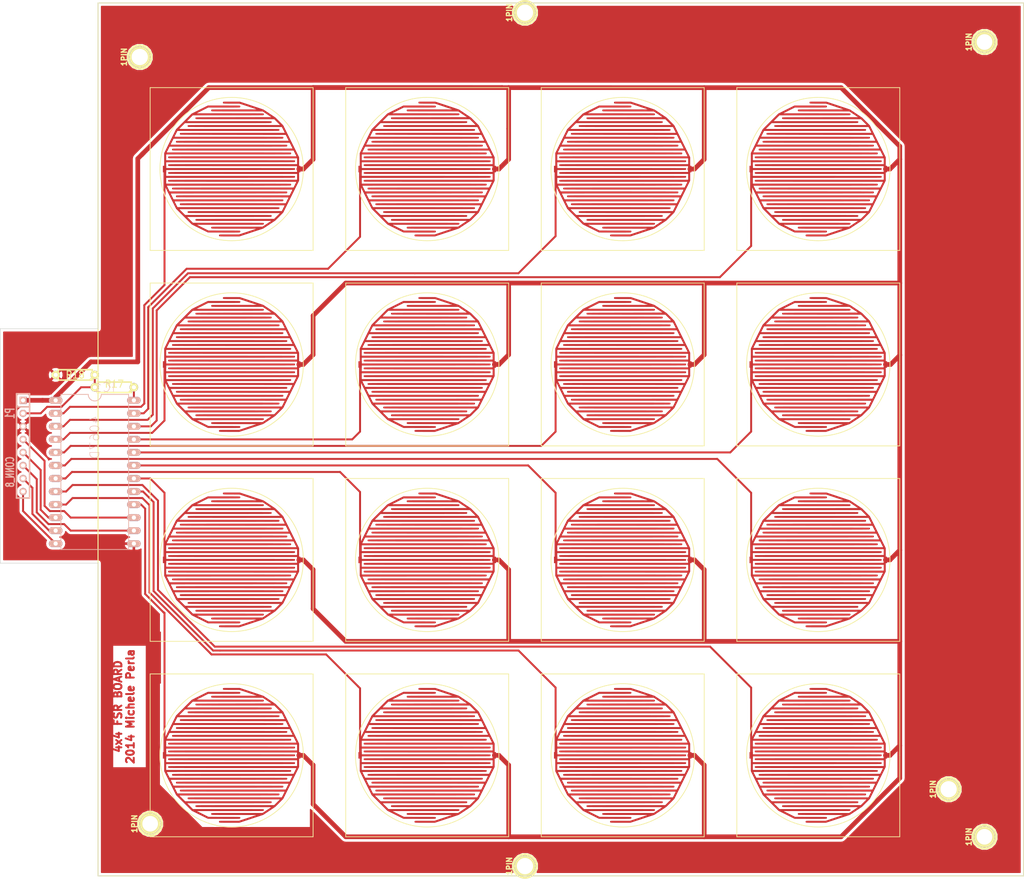
<source format=kicad_pcb>
(kicad_pcb (version 3) (host pcbnew "(2013-07-07 BZR 4022)-stable")
  (layers (15 Rame.Fronte signal) (0 Rame.Retro signal hide))
  (net 0 "")
  (net 1 +5V)
  (net 2 A)
  (net 3 B)
  (net 4 C)
  (net 5 D)
  (net 6 GND)
  (net 7 INH1)
  (net 8 N-0000010)
  (net 9 N-0000011)
  (net 10 N-0000012)
  (net 11 N-0000013)
  (net 12 N-0000014)
  (net 13 N-0000015)
  (net 14 N-0000016)
  (net 15 N-0000017)
  (net 16 N-0000018)
  (net 17 N-0000019)
  (net 18 N-0000020)
  (net 19 N-0000021)
  (net 20 N-0000022)
  (net 21 N-0000025)
  (net 22 N-000007)
  (net 23 N-000008)
  (net 24 N-000009)
  (net 25 OUT1)
  (module SIL-8 (layer Rame.Retro) (at 21.59 99.06 270)
    (fp_text reference P1)
    (fp_text value CONN_8)
    (pad 1 thru_hole rect (at -8.89 0 270) (size 1.397 1.397) (drill 0.8128) (layers *.Cu *.Mask Serigrafia.Retro) (net 1 +5V))
    (pad 2 thru_hole circle (at -6.35 0 270) (size 1.397 1.397) (drill 0.8128) (layers *.Cu *.Mask Serigrafia.Retro) (net 25 OUT1))
    (pad 3 thru_hole circle (at -3.81 0 270) (size 1.397 1.397) (drill 0.8128) (layers *.Cu *.Mask Serigrafia.Retro) (net 6 GND))
    (pad 4 thru_hole circle (at -1.27 0 270) (size 1.397 1.397) (drill 0.8128) (layers *.Cu *.Mask Serigrafia.Retro) (net 2 A))
    (pad 5 thru_hole circle (at 1.27 0 270) (size 1.397 1.397) (drill 0.8128) (layers *.Cu *.Mask Serigrafia.Retro) (net 7 INH1))
    (pad 6 thru_hole circle (at 3.81 0 270) (size 1.397 1.397) (drill 0.8128) (layers *.Cu *.Mask Serigrafia.Retro) (net 3 B))
    (pad 7 thru_hole circle (at 6.35 0 270) (size 1.397 1.397) (drill 0.8128) (layers *.Cu *.Mask Serigrafia.Retro) (net 4 C))
    (pad 8 thru_hole circle (at 8.89 0 270) (size 1.397 1.397) (drill 0.8128) (layers *.Cu *.Mask Serigrafia.Retro) (net 5 D))
  )
  (module R3-LARGE_PADS (layer Rame.Fronte) (at 39.37 87.63 180)
    (fp_text reference R17)
    (fp_text value 4K7 hide)
    (pad 1 thru_hole circle (at -3.81 0 180) (size 1.651 1.651) (drill 0.8128) (layers *.Cu *.Mask Serigrafia.Fronte) (net 8 N-0000010))
    (pad 2 thru_hole circle (at 3.81 0 180) (size 1.651 1.651) (drill 0.8128) (layers *.Cu *.Mask Serigrafia.Fronte) (net 25 OUT1))
  )
  (module 40xx-DIL24-6 (layer Rame.Retro) (at 35.56 104.14 270)
    (fp_text reference IC1)
    (fp_text value 4067D)
    (pad 1 thru_hole oval (at -13.97 -7.62 270) (size 1.3208 2.6416) (drill 0.8128) (layers *.Cu Pasta.Retro Serigrafia.Retro Maschera.Retro) (net 8 N-0000010))
    (pad 2 thru_hole oval (at -11.43 -7.62 270) (size 1.3208 2.6416) (drill 0.8128) (layers *.Cu Pasta.Retro Serigrafia.Retro Maschera.Retro) (net 13 N-0000015))
    (pad 3 thru_hole oval (at -8.89 -7.62 270) (size 1.3208 2.6416) (drill 0.8128) (layers *.Cu Pasta.Retro Serigrafia.Retro Maschera.Retro) (net 21 N-0000025))
    (pad 4 thru_hole oval (at -6.35 -7.62 270) (size 1.3208 2.6416) (drill 0.8128) (layers *.Cu Pasta.Retro Serigrafia.Retro Maschera.Retro) (net 17 N-0000019))
    (pad 5 thru_hole oval (at -3.81 -7.62 270) (size 1.3208 2.6416) (drill 0.8128) (layers *.Cu Pasta.Retro Serigrafia.Retro Maschera.Retro) (net 15 N-0000017))
    (pad 6 thru_hole oval (at -1.27 -7.62 270) (size 1.3208 2.6416) (drill 0.8128) (layers *.Cu Pasta.Retro Serigrafia.Retro Maschera.Retro) (net 11 N-0000013))
    (pad 7 thru_hole oval (at 1.27 -7.62 270) (size 1.3208 2.6416) (drill 0.8128) (layers *.Cu Pasta.Retro Serigrafia.Retro Maschera.Retro) (net 18 N-0000020))
    (pad 8 thru_hole oval (at 3.81 -7.62 270) (size 1.3208 2.6416) (drill 0.8128) (layers *.Cu Pasta.Retro Serigrafia.Retro Maschera.Retro) (net 19 N-0000021))
    (pad 9 thru_hole oval (at 6.35 -7.62 270) (size 1.3208 2.6416) (drill 0.8128) (layers *.Cu Pasta.Retro Serigrafia.Retro Maschera.Retro) (net 20 N-0000022))
    (pad 10 thru_hole oval (at 8.89 -7.62 270) (size 1.3208 2.6416) (drill 0.8128) (layers *.Cu Pasta.Retro Serigrafia.Retro Maschera.Retro) (net 2 A))
    (pad 11 thru_hole oval (at 11.43 -7.62 270) (size 1.3208 2.6416) (drill 0.8128) (layers *.Cu Pasta.Retro Serigrafia.Retro Maschera.Retro) (net 3 B))
    (pad 12 thru_hole oval (at 13.97 -7.62 270) (size 1.3208 2.6416) (drill 0.8128) (layers *.Cu Pasta.Retro Serigrafia.Retro Maschera.Retro) (net 6 GND))
    (pad 13 thru_hole oval (at 13.97 7.62 270) (size 1.3208 2.6416) (drill 0.8128) (layers *.Cu Pasta.Retro Serigrafia.Retro Maschera.Retro) (net 5 D))
    (pad 14 thru_hole oval (at 11.43 7.62 270) (size 1.3208 2.6416) (drill 0.8128) (layers *.Cu Pasta.Retro Serigrafia.Retro Maschera.Retro) (net 4 C))
    (pad 15 thru_hole oval (at 8.89 7.62 270) (size 1.3208 2.6416) (drill 0.8128) (layers *.Cu Pasta.Retro Serigrafia.Retro Maschera.Retro) (net 7 INH1))
    (pad 16 thru_hole oval (at 6.35 7.62 270) (size 1.3208 2.6416) (drill 0.8128) (layers *.Cu Pasta.Retro Serigrafia.Retro Maschera.Retro) (net 10 N-0000012))
    (pad 17 thru_hole oval (at 3.81 7.62 270) (size 1.3208 2.6416) (drill 0.8128) (layers *.Cu Pasta.Retro Serigrafia.Retro Maschera.Retro) (net 24 N-000009))
    (pad 18 thru_hole oval (at 1.27 7.62 270) (size 1.3208 2.6416) (drill 0.8128) (layers *.Cu Pasta.Retro Serigrafia.Retro Maschera.Retro) (net 23 N-000008))
    (pad 19 thru_hole oval (at -1.27 7.62 270) (size 1.3208 2.6416) (drill 0.8128) (layers *.Cu Pasta.Retro Serigrafia.Retro Maschera.Retro) (net 22 N-000007))
    (pad 20 thru_hole oval (at -3.81 7.62 270) (size 1.3208 2.6416) (drill 0.8128) (layers *.Cu Pasta.Retro Serigrafia.Retro Maschera.Retro) (net 16 N-0000018))
    (pad 21 thru_hole oval (at -6.35 7.62 270) (size 1.3208 2.6416) (drill 0.8128) (layers *.Cu Pasta.Retro Serigrafia.Retro Maschera.Retro) (net 9 N-0000011))
    (pad 22 thru_hole oval (at -8.89 7.62 270) (size 1.3208 2.6416) (drill 0.8128) (layers *.Cu Pasta.Retro Serigrafia.Retro Maschera.Retro) (net 12 N-0000014))
    (pad 23 thru_hole oval (at -11.43 7.62 270) (size 1.3208 2.6416) (drill 0.8128) (layers *.Cu Pasta.Retro Serigrafia.Retro Maschera.Retro) (net 14 N-0000016))
    (pad 24 thru_hole oval (at -13.97 7.62 270) (size 1.3208 2.6416) (drill 0.8128) (layers *.Cu Pasta.Retro Serigrafia.Retro Maschera.Retro) (net 1 +5V))
  )
  (module R3-LARGE_PADS (layer Rame.Fronte) (at 31.75 85.217 180)
    (fp_text reference R18)
    (fp_text value 10K hide)
    (pad 1 thru_hole circle (at -3.81 0 180) (size 1.651 1.651) (drill 0.8128) (layers *.Cu *.Mask Serigrafia.Fronte) (net 25 OUT1))
    (pad 2 thru_hole circle (at 3.81 0 180) (size 1.651 1.651) (drill 0.8128) (layers *.Cu *.Mask Serigrafia.Fronte) (net 6 GND))
  )
  (module 1pin (layer Rame.Fronte) (at 46.355 172.72 90)
    (fp_text reference 1PIN)
    (fp_text value P*** hide)
    (pad 1 thru_hole circle (at 0 0 90) (size 4.064 4.064) (drill 3.048) (layers *.Cu *.Mask Serigrafia.Fronte))
  )
  (module 1pin (layer Rame.Fronte) (at 208.915 175.26 90)
    (fp_text reference 1PIN)
    (fp_text value P*** hide)
    (pad 1 thru_hole circle (at 0 0 90) (size 4.064 4.064) (drill 3.048) (layers *.Cu *.Mask Serigrafia.Fronte))
  )
  (module 1pin (layer Rame.Fronte) (at 208.915 20.32 90)
    (fp_text reference 1PIN)
    (fp_text value P*** hide)
    (pad 1 thru_hole circle (at 0 0 90) (size 4.064 4.064) (drill 3.048) (layers *.Cu *.Mask Serigrafia.Fronte))
  )
  (module 1pin (layer Rame.Fronte) (at 119.38 180.975 90)
    (fp_text reference 1PIN)
    (fp_text value P*** hide)
    (pad 1 thru_hole circle (at 0 0 90) (size 4.064 4.064) (drill 3.175) (layers *.Cu *.Mask Serigrafia.Fronte))
  )
  (module 1pin (layer Rame.Fronte) (at 119.38 14.605 90)
    (fp_text reference 1PIN)
    (fp_text value P*** hide)
    (pad 1 thru_hole circle (at 0 0 90) (size 4.064 4.064) (drill 3.175) (layers *.Cu *.Mask Serigrafia.Fronte))
  )
  (module 1pin (layer Rame.Fronte) (at 44.323 23.241 90)
    (fp_text reference 1PIN)
    (fp_text value P*** hide)
    (pad 1 thru_hole circle (at 0 0 90) (size 4.064 4.064) (drill 3.175) (layers *.Cu *.Mask Serigrafia.Fronte))
  )
  (module 1pin (layer Rame.Fronte) (at 201.93 165.989 90)
    (fp_text reference 1PIN)
    (fp_text value P*** hide)
    (pad 1 thru_hole circle (at 0 0 90) (size 4.064 4.064) (drill 3.175) (layers *.Cu *.Mask Serigrafia.Fronte))
  )
  (module FSR-15-mil (layer Rame.Fronte) (at 100.33 159.385 180)
    (fp_text reference R5 hide)
    (fp_text value FSR hide)
    (fp_poly (pts (xy 12.3825 2.26568) (xy 12.37488 2.35458) (xy 12.33932 2.4257) (xy 12.33424 2.42824) (xy 12.3317 2.43078) (xy 12.32662 2.43586) (xy 12.319 2.4384) (xy 12.3063 2.44094) (xy 12.29106 2.44348) (xy 12.2682 2.44602) (xy 12.23772 2.4511) (xy 12.19962 2.4511) (xy 12.15136 2.45364) (xy 12.0904 2.45618) (xy 12.01674 2.45872) (xy 11.93038 2.46126) (xy 11.83132 2.46126) (xy 11.71194 2.4638) (xy 11.57732 2.46634) (xy 11.42238 2.46634) (xy 11.24712 2.46888) (xy 11.05154 2.46888) (xy 10.8331 2.47142) (xy 10.5918 2.47142) (xy 10.32256 2.47142) (xy 10.03046 2.47142) (xy 9.70788 2.47396) (xy 9.35736 2.47396) (xy 8.97636 2.47396) (xy 8.56488 2.47396) (xy 8.12038 2.4765) (xy 7.64032 2.4765) (xy 7.12724 2.4765) (xy 6.57606 2.4765) (xy 5.98678 2.4765) (xy 5.3594 2.4765) (xy 4.69138 2.4765) (xy 3.98272 2.4765) (xy 3.22834 2.4765) (xy 2.43332 2.4765) (xy 1.59258 2.4765) (xy 0.70358 2.4765) (xy -0.17018 2.4765) (xy -12.62888 2.4765) (xy -12.34694 3.04038) (xy -12.065 3.60426) (xy -0.33782 3.60426) (xy 0.68834 3.60426) (xy 1.6637 3.6068) (xy 2.59334 3.6068) (xy 3.47472 3.6068) (xy 4.3053 3.6068) (xy 5.09016 3.6068) (xy 5.8293 3.6068) (xy 6.52018 3.60934) (xy 7.16534 3.60934) (xy 7.76224 3.60934) (xy 8.31596 3.61188) (xy 8.82142 3.61188) (xy 9.2837 3.61188) (xy 9.70026 3.61442) (xy 10.07364 3.61696) (xy 10.4013 3.61696) (xy 10.68578 3.6195) (xy 10.92454 3.62204) (xy 11.12266 3.62204) (xy 11.27506 3.62458) (xy 11.38682 3.62712) (xy 11.4554 3.62966) (xy 11.48334 3.62966) (xy 11.54938 3.6576) (xy 11.5951 3.6957) (xy 11.60018 3.70332) (xy 11.62304 3.78714) (xy 11.61542 3.8735) (xy 11.57732 3.94462) (xy 11.57478 3.9497) (xy 11.57224 3.95224) (xy 11.56716 3.95478) (xy 11.557 3.95986) (xy 11.54684 3.9624) (xy 11.52906 3.96494) (xy 11.5062 3.96748) (xy 11.47572 3.97002) (xy 11.43508 3.97256) (xy 11.38428 3.9751) (xy 11.32332 3.97764) (xy 11.24712 3.98018) (xy 11.15822 3.98272) (xy 11.05408 3.98272) (xy 10.93216 3.98526) (xy 10.79246 3.9878) (xy 10.63244 3.9878) (xy 10.4521 3.9878) (xy 10.25144 3.99034) (xy 10.02538 3.99034) (xy 9.77646 3.99288) (xy 9.4996 3.99288) (xy 9.1948 3.99288) (xy 8.8646 3.99288) (xy 8.50138 3.99542) (xy 8.10768 3.99542) (xy 7.6835 3.99542) (xy 7.22376 3.99542) (xy 6.72846 3.99542) (xy 6.1976 3.99796) (xy 5.63118 3.99796) (xy 5.02158 3.99796) (xy 4.37388 3.99796) (xy 3.68554 3.99796) (xy 2.95402 3.99796) (xy 2.17678 3.99796) (xy 1.35382 3.99796) (xy 0.48514 3.99796) (xy -0.17018 3.99796) (xy -11.86942 3.99796) (xy -11.58748 4.56184) (xy -11.30554 5.12572) (xy -0.33782 5.12572) (xy 0.65532 5.12572) (xy 1.59766 5.12572) (xy 2.49174 5.12572) (xy 3.33756 5.12572) (xy 4.13766 5.12826) (xy 4.8895 5.12826) (xy 5.59308 5.12826) (xy 6.25094 5.12826) (xy 6.86054 5.1308) (xy 7.42442 5.1308) (xy 7.94512 5.1308) (xy 8.41756 5.13334) (xy 8.84682 5.13334) (xy 9.23036 5.13588) (xy 9.56818 5.13842) (xy 9.86282 5.13842) (xy 10.11428 5.14096) (xy 10.32002 5.1435) (xy 10.48512 5.1435) (xy 10.60704 5.14604) (xy 10.68578 5.14858) (xy 10.72134 5.15112) (xy 10.72388 5.15112) (xy 10.78992 5.17906) (xy 10.83564 5.21716) (xy 10.83818 5.22224) (xy 10.86358 5.30606) (xy 10.85342 5.39496) (xy 10.81786 5.46608) (xy 10.81532 5.46862) (xy 10.81024 5.4737) (xy 10.80516 5.47624) (xy 10.79754 5.48132) (xy 10.78484 5.48386) (xy 10.76706 5.4864) (xy 10.7442 5.48894) (xy 10.71118 5.49148) (xy 10.67054 5.49402) (xy 10.6172 5.49656) (xy 10.5537 5.4991) (xy 10.4775 5.50164) (xy 10.38352 5.50418) (xy 10.2743 5.50418) (xy 10.14984 5.50672) (xy 10.00506 5.50672) (xy 9.83996 5.50926) (xy 9.65454 5.50926) (xy 9.44372 5.5118) (xy 9.21258 5.5118) (xy 8.9535 5.51434) (xy 8.66648 5.51434) (xy 8.35406 5.51434) (xy 8.01116 5.51434) (xy 7.63524 5.51434) (xy 7.22884 5.51688) (xy 6.78942 5.51688) (xy 6.31444 5.51688) (xy 5.80136 5.51688) (xy 5.25272 5.51688) (xy 4.66598 5.51688) (xy 4.0386 5.51688) (xy 3.36804 5.51688) (xy 2.6543 5.51688) (xy 1.89738 5.51688) (xy 1.09474 5.51688) (xy 0.24384 5.51688) (xy -0.17018 5.51688) (xy -11.10742 5.51688) (xy -10.82548 6.08838) (xy -10.541 6.65734) (xy -0.28702 6.67004) (xy 0.59436 6.67258) (xy 1.42748 6.67258) (xy 2.21488 6.67258) (xy 2.95656 6.67512) (xy 3.65252 6.67512) (xy 4.3053 6.67766) (xy 4.9149 6.67766) (xy 5.4864 6.6802) (xy 6.01472 6.6802) (xy 6.50748 6.68274) (xy 6.9596 6.68274) (xy 7.37616 6.68528) (xy 7.75716 6.68528) (xy 8.10514 6.68782) (xy 8.4201 6.68782) (xy 8.70204 6.69036) (xy 8.9535 6.6929) (xy 9.17448 6.6929) (xy 9.36752 6.69544) (xy 9.53262 6.69798) (xy 9.67232 6.70052) (xy 9.78662 6.70052) (xy 9.87806 6.70306) (xy 9.9441 6.7056) (xy 9.98982 6.70814) (xy 10.01522 6.71068) (xy 10.0203 6.71322) (xy 10.07872 6.77164) (xy 10.10412 6.85038) (xy 10.09904 6.93674) (xy 10.0584 7.0104) (xy 10.05586 7.01294) (xy 10.05078 7.01802) (xy 10.0457 7.02056) (xy 10.03554 7.02564) (xy 10.02284 7.02818) (xy 10.00506 7.03072) (xy 9.97966 7.0358) (xy 9.94664 7.03834) (xy 9.90346 7.04088) (xy 9.85012 7.04342) (xy 9.78408 7.04596) (xy 9.7028 7.04596) (xy 9.60882 7.0485) (xy 9.49452 7.05104) (xy 9.36498 7.05358) (xy 9.21512 7.05358) (xy 9.04494 7.05358) (xy 8.8519 7.05612) (xy 8.636 7.05612) (xy 8.39216 7.05866) (xy 8.12546 7.05866) (xy 7.82828 7.05866) (xy 7.50316 7.0612) (xy 7.14756 7.0612) (xy 6.75894 7.0612) (xy 6.3373 7.0612) (xy 5.8801 7.0612) (xy 5.38734 7.0612) (xy 4.85902 7.06374) (xy 4.29006 7.06374) (xy 3.68046 7.06374) (xy 3.02768 7.06374) (xy 2.33172 7.06374) (xy 1.59258 7.06374) (xy 0.80772 7.06374) (xy -0.0254 7.06374) (xy -0.17018 7.06374) (xy -10.34796 7.06374) (xy -10.06602 7.62762) (xy -9.78408 8.1915) (xy -0.71628 8.1915) (xy 0.18542 8.1915) (xy 1.03886 8.1915) (xy 1.84404 8.1915) (xy 2.59842 8.1915) (xy 3.30962 8.1915) (xy 3.97002 8.19404) (xy 4.5847 8.19404) (xy 5.15112 8.19404) (xy 5.67436 8.19658) (xy 6.14934 8.19658) (xy 6.5786 8.19912) (xy 6.96214 8.19912) (xy 7.3025 8.20166) (xy 7.59714 8.2042) (xy 7.84606 8.2042) (xy 8.0518 8.20674) (xy 8.21436 8.20928) (xy 8.33374 8.21182) (xy 8.4074 8.21436) (xy 8.44042 8.2169) (xy 8.44296 8.2169) (xy 8.509 8.24484) (xy 8.55472 8.28294) (xy 8.55726 8.28802) (xy 8.58266 8.37184) (xy 8.57504 8.46074) (xy 8.53694 8.53186) (xy 8.5344 8.5344) (xy 8.52932 8.53948) (xy 8.52424 8.54202) (xy 8.51408 8.5471) (xy 8.50138 8.54964) (xy 8.48106 8.55218) (xy 8.45566 8.55726) (xy 8.4201 8.5598) (xy 8.37438 8.56234) (xy 8.31596 8.56488) (xy 8.24484 8.56742) (xy 8.16102 8.56996) (xy 8.05688 8.56996) (xy 7.9375 8.5725) (xy 7.80034 8.57504) (xy 7.64032 8.57504) (xy 7.45744 8.57758) (xy 7.2517 8.57758) (xy 7.02056 8.58012) (xy 6.76148 8.58012) (xy 6.477 8.58012) (xy 6.1595 8.58012) (xy 5.81406 8.58012) (xy 5.43306 8.58266) (xy 5.02158 8.58266) (xy 4.572 8.58266) (xy 4.08432 8.58266) (xy 3.55854 8.58266) (xy 2.99466 8.58266) (xy 2.3876 8.58266) (xy 1.73736 8.58266) (xy 1.0414 8.58266) (xy 0.29972 8.58266) (xy -0.47244 8.58266) (xy -9.42848 8.58266) (xy -8.8646 9.14654) (xy -8.30072 9.71042) (xy -0.7366 9.71042) (xy 0.0889 9.71042) (xy 0.8636 9.71296) (xy 1.59258 9.71296) (xy 2.27076 9.71296) (xy 2.90068 9.71296) (xy 3.48488 9.71296) (xy 4.02336 9.7155) (xy 4.51358 9.7155) (xy 4.95808 9.71804) (xy 5.35432 9.72058) (xy 5.70738 9.72058) (xy 6.01472 9.72312) (xy 6.2738 9.72566) (xy 6.49224 9.72566) (xy 6.66496 9.7282) (xy 6.79196 9.73074) (xy 6.87832 9.73328) (xy 6.91896 9.73582) (xy 6.9215 9.73582) (xy 6.98754 9.76376) (xy 7.03326 9.80186) (xy 7.03834 9.80948) (xy 7.0612 9.89076) (xy 7.05612 9.97966) (xy 7.02818 10.04316) (xy 7.0231 10.04824) (xy 7.01802 10.05332) (xy 7.00786 10.05586) (xy 6.99262 10.06094) (xy 6.96976 10.06348) (xy 6.93928 10.06856) (xy 6.8961 10.0711) (xy 6.84276 10.07364) (xy 6.77672 10.07618) (xy 6.6929 10.07872) (xy 6.59384 10.07872) (xy 6.47446 10.08126) (xy 6.3373 10.0838) (xy 6.17728 10.08634) (xy 5.9944 10.08634) (xy 5.78358 10.08888) (xy 5.5499 10.08888) (xy 5.28574 10.09142) (xy 4.9911 10.09142) (xy 4.66598 10.09396) (xy 4.3053 10.09396) (xy 3.9116 10.0965) (xy 3.4798 10.0965) (xy 3.01244 10.0965) (xy 2.5019 10.09904) (xy 1.95072 10.09904) (xy 1.35636 10.10158) (xy 0.71882 10.10158) (xy 0.03302 10.10412) (xy -0.3683 10.10412) (xy -7.73176 10.11682) (xy -6.89356 10.67308) (xy -6.0579 11.23188) (xy -1.14554 11.23188) (xy -0.48006 11.23188) (xy 0.13716 11.23188) (xy 0.70612 11.23442) (xy 1.22936 11.23442) (xy 1.7018 11.23442) (xy 2.12598 11.23696) (xy 2.50444 11.23696) (xy 2.83718 11.2395) (xy 3.11912 11.24204) (xy 3.35788 11.24458) (xy 3.54838 11.24712) (xy 3.69316 11.24966) (xy 3.79222 11.2522) (xy 3.8481 11.25728) (xy 3.85572 11.25728) (xy 3.92176 11.28522) (xy 3.96748 11.32332) (xy 3.97256 11.3284) (xy 3.99542 11.41222) (xy 3.9878 11.50112) (xy 3.95224 11.57224) (xy 3.9497 11.57478) (xy 3.94208 11.5824) (xy 3.93192 11.58748) (xy 3.92176 11.59256) (xy 3.90144 11.5951) (xy 3.8735 11.60018) (xy 3.8354 11.60526) (xy 3.7846 11.6078) (xy 3.7211 11.61034) (xy 3.63728 11.61288) (xy 3.53568 11.61542) (xy 3.41376 11.61796) (xy 3.26644 11.61796) (xy 3.09626 11.6205) (xy 2.89814 11.62304) (xy 2.667 11.62304) (xy 2.40792 11.62304) (xy 2.11328 11.62304) (xy 1.78054 11.62558) (xy 1.41224 11.62558) (xy 1.00076 11.62558) (xy 0.54864 11.62558) (xy 0.0508 11.62558) (xy -0.49276 11.62812) (xy -0.49784 11.62812) (xy -4.89204 11.62812) (xy -3.2004 12.18946) (xy -1.50876 12.7508) (xy -0.0127 12.75334) (xy 0.33274 12.75334) (xy 0.63754 12.75334) (xy 0.90424 12.75588) (xy 1.12776 12.75842) (xy 1.3081 12.7635) (xy 1.44526 12.76858) (xy 1.53416 12.77366) (xy 1.5748 12.77874) (xy 1.64084 12.80668) (xy 1.68656 12.84224) (xy 1.69164 12.84986) (xy 1.7145 12.93368) (xy 1.70688 13.02258) (xy 1.67132 13.0937) (xy 1.66878 13.09624) (xy 1.65608 13.10386) (xy 1.64338 13.11402) (xy 1.62306 13.12164) (xy 1.59258 13.12672) (xy 1.54686 13.1318) (xy 1.4859 13.13434) (xy 1.39954 13.13688) (xy 1.29286 13.13942) (xy 1.1557 13.14196) (xy 0.98806 13.14196) (xy 0.78486 13.14196) (xy 0.54102 13.14196) (xy 0.25654 13.14196) (xy 0.00762 13.14196) (xy -1.60528 13.13942) (xy -3.8989 12.37488) (xy -6.19252 11.61034) (xy -7.36854 10.82294) (xy -8.5471 10.03554) (xy -9.29894 9.27862) (xy -10.05332 8.5217) (xy -11.59764 5.4102) (xy -13.1445 2.2987) (xy -13.1445 0.0127) (xy -13.1445 -2.2733) (xy -11.59764 -5.3848) (xy -10.05332 -8.4963) (xy -9.28624 -9.26338) (xy -8.5217 -10.03046) (xy -7.34568 -10.81532) (xy -6.16712 -11.60018) (xy -3.83286 -12.37234) (xy -1.4986 -13.1445) (xy 0.37338 -13.1445) (xy 0.76962 -13.1445) (xy 1.12268 -13.14196) (xy 1.4351 -13.14196) (xy 1.69926 -13.13942) (xy 1.92278 -13.13688) (xy 2.0955 -13.1318) (xy 2.22504 -13.12672) (xy 2.30632 -13.12164) (xy 2.3368 -13.1191) (xy 2.40284 -13.09116) (xy 2.44856 -13.05306) (xy 2.4511 -13.04798) (xy 2.4765 -12.96416) (xy 2.46634 -12.87526) (xy 2.43078 -12.80414) (xy 2.42824 -12.8016) (xy 2.41808 -12.79144) (xy 2.40538 -12.78382) (xy 2.38506 -12.77874) (xy 2.35712 -12.77112) (xy 2.31648 -12.76604) (xy 2.25806 -12.7635) (xy 2.18186 -12.76096) (xy 2.0828 -12.75588) (xy 1.9558 -12.75588) (xy 1.80086 -12.75334) (xy 1.61544 -12.75334) (xy 1.39192 -12.75334) (xy 1.1303 -12.7508) (xy 0.8255 -12.7508) (xy 0.47498 -12.7508) (xy 0.47244 -12.7508) (xy -1.4351 -12.7508) (xy -3.12674 -12.18946) (xy -4.81838 -11.62812) (xy -0.52578 -11.62558) (xy 0.09906 -11.62558) (xy 0.67564 -11.62558) (xy 1.20396 -11.62304) (xy 1.68402 -11.62304) (xy 2.11582 -11.6205) (xy 2.5019 -11.6205) (xy 2.83718 -11.61796) (xy 3.1242 -11.61542) (xy 3.36296 -11.61288) (xy 3.556 -11.61034) (xy 3.70078 -11.60526) (xy 3.79984 -11.60272) (xy 3.85064 -11.60018) (xy 3.85572 -11.59764) (xy 3.92176 -11.5697) (xy 3.96748 -11.53414) (xy 3.97256 -11.52652) (xy 3.99542 -11.4427) (xy 3.9878 -11.3538) (xy 3.95224 -11.28268) (xy 3.9497 -11.28014) (xy 3.94208 -11.27506) (xy 3.93446 -11.26998) (xy 3.92176 -11.2649) (xy 3.90398 -11.25982) (xy 3.87858 -11.25728) (xy 3.84302 -11.2522) (xy 3.79476 -11.24966) (xy 3.7338 -11.24712) (xy 3.6576 -11.24458) (xy 3.56108 -11.24204) (xy 3.44678 -11.2395) (xy 3.30962 -11.23696) (xy 3.14706 -11.23696) (xy 2.96164 -11.23442) (xy 2.74574 -11.23442) (xy 2.49936 -11.23442) (xy 2.2225 -11.23188) (xy 1.91262 -11.23188) (xy 1.56464 -11.23188) (xy 1.17856 -11.23188) (xy 0.75438 -11.23188) (xy 0.28702 -11.23188) (xy -0.22606 -11.23188) (xy -0.78232 -11.23188) (xy -1.05918 -11.23188) (xy -6.0198 -11.23188) (xy -6.86562 -10.668) (xy -7.71144 -10.10412) (xy -0.44196 -10.10412) (xy 0.3683 -10.10412) (xy 1.12522 -10.10412) (xy 1.83896 -10.10158) (xy 2.5019 -10.10158) (xy 3.11658 -10.10158) (xy 3.68554 -10.10158) (xy 4.20624 -10.09904) (xy 4.67868 -10.09904) (xy 5.10794 -10.0965) (xy 5.48894 -10.0965) (xy 5.82422 -10.09396) (xy 6.11632 -10.09142) (xy 6.36016 -10.08888) (xy 6.56082 -10.08888) (xy 6.71576 -10.0838) (xy 6.83006 -10.0838) (xy 6.89864 -10.07872) (xy 6.9215 -10.07872) (xy 6.98754 -10.05078) (xy 7.03326 -10.01268) (xy 7.03834 -10.00506) (xy 7.0612 -9.92124) (xy 7.05358 -9.83488) (xy 7.01802 -9.76376) (xy 7.01294 -9.75868) (xy 7.00786 -9.75614) (xy 7.00278 -9.75106) (xy 6.99262 -9.74852) (xy 6.97738 -9.74344) (xy 6.95706 -9.7409) (xy 6.92912 -9.73582) (xy 6.89102 -9.73328) (xy 6.84022 -9.73074) (xy 6.77926 -9.7282) (xy 6.70052 -9.72566) (xy 6.60908 -9.72312) (xy 6.49732 -9.72312) (xy 6.36778 -9.72058) (xy 6.21792 -9.71804) (xy 6.04266 -9.71804) (xy 5.84708 -9.7155) (xy 5.62356 -9.7155) (xy 5.3721 -9.71296) (xy 5.0927 -9.71296) (xy 4.78282 -9.71296) (xy 4.43992 -9.71296) (xy 4.064 -9.71296) (xy 3.65252 -9.71296) (xy 3.20294 -9.71042) (xy 2.71526 -9.71042) (xy 2.18694 -9.71042) (xy 1.61798 -9.71042) (xy 1.0033 -9.71042) (xy 0.34544 -9.71042) (xy -0.36068 -9.71042) (xy -0.65532 -9.71042) (xy -8.27786 -9.71042) (xy -8.84174 -9.14654) (xy -9.40562 -8.58266) (xy -0.52578 -8.58266) (xy 0.36576 -8.58266) (xy 1.20904 -8.58266) (xy 2.00406 -8.58266) (xy 2.75082 -8.58266) (xy 3.45186 -8.58012) (xy 4.10464 -8.58012) (xy 4.70916 -8.58012) (xy 5.26796 -8.58012) (xy 5.7785 -8.57758) (xy 6.24586 -8.57758) (xy 6.66496 -8.57504) (xy 7.04088 -8.57504) (xy 7.36854 -8.5725) (xy 7.65302 -8.56996) (xy 7.89432 -8.56996) (xy 8.09244 -8.56742) (xy 8.24484 -8.56488) (xy 8.35406 -8.56234) (xy 8.4201 -8.5598) (xy 8.44296 -8.55726) (xy 8.509 -8.52932) (xy 8.55472 -8.49122) (xy 8.55726 -8.48614) (xy 8.58266 -8.40232) (xy 8.57504 -8.31342) (xy 8.53694 -8.2423) (xy 8.5344 -8.23976) (xy 8.52932 -8.23468) (xy 8.52424 -8.23214) (xy 8.51408 -8.22706) (xy 8.50138 -8.22452) (xy 8.4836 -8.21944) (xy 8.45566 -8.2169) (xy 8.4201 -8.21436) (xy 8.37692 -8.21182) (xy 8.3185 -8.20928) (xy 8.24992 -8.20674) (xy 8.16356 -8.2042) (xy 8.06196 -8.2042) (xy 7.94512 -8.20166) (xy 7.80542 -8.19912) (xy 7.64794 -8.19912) (xy 7.4676 -8.19912) (xy 7.2644 -8.19658) (xy 7.0358 -8.19658) (xy 6.77926 -8.19404) (xy 6.49732 -8.19404) (xy 6.18236 -8.19404) (xy 5.83946 -8.1915) (xy 5.46354 -8.1915) (xy 5.0546 -8.1915) (xy 4.60756 -8.1915) (xy 4.1275 -8.1915) (xy 3.6068 -8.1915) (xy 3.04546 -8.1915) (xy 2.44348 -8.1915) (xy 1.80086 -8.1915) (xy 1.11252 -8.1915) (xy 0.37846 -8.1915) (xy -0.40132 -8.1915) (xy -0.64262 -8.1915) (xy -9.77392 -8.1915) (xy -10.04824 -7.63778) (xy -10.12444 -7.48792) (xy -10.19048 -7.35076) (xy -10.24636 -7.23646) (xy -10.29208 -7.14756) (xy -10.31748 -7.09168) (xy -10.3251 -7.0739) (xy -10.2997 -7.0739) (xy -10.22858 -7.0739) (xy -10.11174 -7.07136) (xy -9.94918 -7.07136) (xy -9.74598 -7.07136) (xy -9.4996 -7.06882) (xy -9.21512 -7.06882) (xy -8.89254 -7.06882) (xy -8.5344 -7.06882) (xy -8.1407 -7.06628) (xy -7.71652 -7.06628) (xy -7.25932 -7.06628) (xy -6.77164 -7.06628) (xy -6.25856 -7.06374) (xy -5.71754 -7.06374) (xy -5.15112 -7.06374) (xy -4.56184 -7.06374) (xy -3.95224 -7.06374) (xy -3.31978 -7.06374) (xy -2.67208 -7.06374) (xy -2.0066 -7.06374) (xy -1.32588 -7.06374) (xy -0.63246 -7.06374) (xy -0.22606 -7.06374) (xy 0.7239 -7.06374) (xy 1.62814 -7.0612) (xy 2.48158 -7.0612) (xy 3.2893 -7.0612) (xy 4.04622 -7.0612) (xy 4.75742 -7.0612) (xy 5.4229 -7.05866) (xy 6.04012 -7.05866) (xy 6.61162 -7.05866) (xy 7.13486 -7.05612) (xy 7.61492 -7.05612) (xy 8.04926 -7.05358) (xy 8.43788 -7.05358) (xy 8.78078 -7.05104) (xy 9.0805 -7.0485) (xy 9.3345 -7.0485) (xy 9.54532 -7.04596) (xy 9.71296 -7.04342) (xy 9.83742 -7.04088) (xy 9.92124 -7.04088) (xy 9.95934 -7.03834) (xy 9.96188 -7.0358) (xy 10.02792 -7.00786) (xy 10.07364 -6.9723) (xy 10.07872 -6.96468) (xy 10.10158 -6.88086) (xy 10.09396 -6.7945) (xy 10.0584 -6.72084) (xy 10.05586 -6.7183) (xy 10.05078 -6.71576) (xy 10.0457 -6.71068) (xy 10.03554 -6.70814) (xy 10.02284 -6.7056) (xy 10.00506 -6.70052) (xy 9.9822 -6.69798) (xy 9.94918 -6.69544) (xy 9.906 -6.6929) (xy 9.85012 -6.69036) (xy 9.78408 -6.68782) (xy 9.70534 -6.68528) (xy 9.60882 -6.68528) (xy 9.49706 -6.68274) (xy 9.36752 -6.6802) (xy 9.21766 -6.6802) (xy 9.04748 -6.67766) (xy 8.85698 -6.67766) (xy 8.64108 -6.67512) (xy 8.39978 -6.67512) (xy 8.13308 -6.67512) (xy 7.83844 -6.67258) (xy 7.51332 -6.67258) (xy 7.16026 -6.67258) (xy 6.77164 -6.67258) (xy 6.35254 -6.67258) (xy 5.89788 -6.67004) (xy 5.40766 -6.67004) (xy 4.87934 -6.67004) (xy 4.31292 -6.67004) (xy 3.70586 -6.67004) (xy 3.05816 -6.67004) (xy 2.36474 -6.67004) (xy 1.63068 -6.67004) (xy 0.84836 -6.67004) (xy 0.01778 -6.67004) (xy -0.26416 -6.67004) (xy -10.53338 -6.6675) (xy -10.80262 -6.11632) (xy -10.87628 -5.96392) (xy -10.94232 -5.82422) (xy -11.00074 -5.70738) (xy -11.04392 -5.61594) (xy -11.07186 -5.56006) (xy -11.07948 -5.53974) (xy -11.05662 -5.5372) (xy -10.9855 -5.5372) (xy -10.86612 -5.53466) (xy -10.70102 -5.53212) (xy -10.48766 -5.53212) (xy -10.23112 -5.52958) (xy -9.9314 -5.52958) (xy -9.5885 -5.52704) (xy -9.20242 -5.52704) (xy -8.7757 -5.5245) (xy -8.31088 -5.5245) (xy -7.80288 -5.52196) (xy -7.25678 -5.52196) (xy -6.67258 -5.52196) (xy -6.05282 -5.52196) (xy -5.39496 -5.51942) (xy -4.70154 -5.51942) (xy -3.9751 -5.51942) (xy -3.2131 -5.51942) (xy -2.42062 -5.51688) (xy -1.59512 -5.51688) (xy -0.73914 -5.51688) (xy -0.2286 -5.51688) (xy 0.75692 -5.51688) (xy 1.69672 -5.51688) (xy 2.58572 -5.51688) (xy 3.42646 -5.51688) (xy 4.22148 -5.51688) (xy 4.96824 -5.51434) (xy 5.66674 -5.51434) (xy 6.31952 -5.51434) (xy 6.92404 -5.51434) (xy 7.48538 -5.5118) (xy 7.99846 -5.5118) (xy 8.46836 -5.50926) (xy 8.89 -5.50926) (xy 9.271 -5.50672) (xy 9.60374 -5.50672) (xy 9.8933 -5.50418) (xy 10.13968 -5.50164) (xy 10.34288 -5.50164) (xy 10.50036 -5.4991) (xy 10.6172 -5.49656) (xy 10.69086 -5.49402) (xy 10.72134 -5.49148) (xy 10.72388 -5.49148) (xy 10.78992 -5.46354) (xy 10.83564 -5.42798) (xy 10.83818 -5.42036) (xy 10.86358 -5.33654) (xy 10.85342 -5.24764) (xy 10.81786 -5.17652) (xy 10.81532 -5.17398) (xy 10.81024 -5.17144) (xy 10.80516 -5.16636) (xy 10.79754 -5.16382) (xy 10.78484 -5.16128) (xy 10.76706 -5.1562) (xy 10.7442 -5.15366) (xy 10.71118 -5.15112) (xy 10.67054 -5.14858) (xy 10.61974 -5.14604) (xy 10.55624 -5.1435) (xy 10.4775 -5.14096) (xy 10.38606 -5.14096) (xy 10.27684 -5.13842) (xy 10.15238 -5.13588) (xy 10.0076 -5.13588) (xy 9.84504 -5.13334) (xy 9.65962 -5.13334) (xy 9.45134 -5.1308) (xy 9.21766 -5.1308) (xy 8.96112 -5.1308) (xy 8.67664 -5.12826) (xy 8.36422 -5.12826) (xy 8.02132 -5.12826) (xy 7.64794 -5.12826) (xy 7.24408 -5.12826) (xy 6.8072 -5.12572) (xy 6.33222 -5.12572) (xy 5.82422 -5.12572) (xy 5.27812 -5.12572) (xy 4.69138 -5.12572) (xy 4.06654 -5.12572) (xy 3.39852 -5.12572) (xy 2.68986 -5.12572) (xy 1.93548 -5.12572) (xy 1.13538 -5.12572) (xy 0.28956 -5.12572) (xy -0.26416 -5.12572) (xy -11.29284 -5.12572) (xy -11.5697 -4.572) (xy -11.64336 -4.42214) (xy -11.71194 -4.28498) (xy -11.76782 -4.17068) (xy -11.811 -4.08178) (xy -11.8364 -4.0259) (xy -11.84402 -4.01066) (xy -11.82116 -4.00812) (xy -11.7475 -4.00812) (xy -11.63066 -4.00558) (xy -11.4681 -4.00558) (xy -11.26236 -4.00558) (xy -11.01598 -4.00558) (xy -10.72896 -4.00558) (xy -10.40384 -4.00304) (xy -10.04062 -4.00304) (xy -9.64438 -4.00304) (xy -9.21258 -4.0005) (xy -8.74776 -4.0005) (xy -8.25246 -4.0005) (xy -7.72668 -4.0005) (xy -7.1755 -4.0005) (xy -6.59638 -4.0005) (xy -5.99186 -3.99796) (xy -5.36448 -3.99796) (xy -4.71678 -3.99796) (xy -4.04622 -3.99796) (xy -3.35788 -3.99796) (xy -2.65176 -3.99796) (xy -1.9304 -3.99796) (xy -1.1938 -3.99796) (xy -0.44704 -3.99796) (xy -0.22606 -3.99796) (xy 0.79502 -3.99796) (xy 1.7653 -3.99796) (xy 2.68986 -3.99542) (xy 3.56362 -3.99542) (xy 4.39166 -3.99542) (xy 5.17144 -3.99542) (xy 5.9055 -3.99542) (xy 6.5913 -3.99288) (xy 7.23138 -3.99288) (xy 7.82574 -3.99288) (xy 8.37184 -3.99034) (xy 8.87476 -3.99034) (xy 9.33196 -3.9878) (xy 9.74344 -3.9878) (xy 10.11174 -3.98526) (xy 10.43432 -3.98526) (xy 10.71372 -3.98272) (xy 10.94994 -3.98272) (xy 11.14044 -3.98018) (xy 11.2903 -3.97764) (xy 11.39698 -3.9751) (xy 11.46048 -3.97256) (xy 11.48334 -3.97256) (xy 11.54938 -3.94462) (xy 11.5951 -3.90652) (xy 11.60018 -3.8989) (xy 11.62304 -3.81508) (xy 11.61542 -3.72872) (xy 11.57732 -3.6576) (xy 11.57478 -3.65252) (xy 11.57224 -3.64998) (xy 11.56716 -3.64744) (xy 11.557 -3.64236) (xy 11.54684 -3.63982) (xy 11.52906 -3.63728) (xy 11.5062 -3.63474) (xy 11.47572 -3.6322) (xy 11.43508 -3.62966) (xy 11.38682 -3.62712) (xy 11.32332 -3.62458) (xy 11.24966 -3.62204) (xy 11.16076 -3.6195) (xy 11.05662 -3.6195) (xy 10.9347 -3.61696) (xy 10.795 -3.61696) (xy 10.63752 -3.61442) (xy 10.45718 -3.61188) (xy 10.25652 -3.61188) (xy 10.03046 -3.61188) (xy 9.78154 -3.60934) (xy 9.50722 -3.60934) (xy 9.20496 -3.60934) (xy 8.87476 -3.6068) (xy 8.51408 -3.6068) (xy 8.12292 -3.6068) (xy 7.69874 -3.6068) (xy 7.24154 -3.6068) (xy 6.74878 -3.6068) (xy 6.22046 -3.6068) (xy 5.65404 -3.60426) (xy 5.04952 -3.60426) (xy 4.40436 -3.60426) (xy 3.71602 -3.60426) (xy 2.98704 -3.60426) (xy 2.21488 -3.60426) (xy 1.39446 -3.60426) (xy 0.53086 -3.60426) (xy -0.26416 -3.60426) (xy -12.05484 -3.60426) (xy -12.32916 -3.05308) (xy -12.40536 -2.90068) (xy -12.4714 -2.76606) (xy -12.52728 -2.64922) (xy -12.57046 -2.56286) (xy -12.5984 -2.50698) (xy -12.60348 -2.4892) (xy -12.58062 -2.4892) (xy -12.5095 -2.48666) (xy -12.39012 -2.48666) (xy -12.22756 -2.48666) (xy -12.02182 -2.48412) (xy -11.77544 -2.48412) (xy -11.48588 -2.48412) (xy -11.16076 -2.48412) (xy -10.79754 -2.48158) (xy -10.39622 -2.48158) (xy -9.96188 -2.48158) (xy -9.49452 -2.48158) (xy -8.99414 -2.47904) (xy -8.46582 -2.47904) (xy -7.90956 -2.47904) (xy -7.32536 -2.47904) (xy -6.71322 -2.47904) (xy -6.08076 -2.47904) (xy -5.4229 -2.47904) (xy -4.74472 -2.47904) (xy -4.04622 -2.4765) (xy -3.32994 -2.4765) (xy -2.59588 -2.4765) (xy -1.84658 -2.4765) (xy -1.08458 -2.4765) (xy -0.30734 -2.4765) (xy -0.22606 -2.4765) (xy 0.82804 -2.4765) (xy 1.83134 -2.4765) (xy 2.78638 -2.4765) (xy 3.6957 -2.4765) (xy 4.55676 -2.4765) (xy 5.36956 -2.47396) (xy 6.1341 -2.47396) (xy 6.85546 -2.47396) (xy 7.52602 -2.47142) (xy 8.1534 -2.47142) (xy 8.73252 -2.47142) (xy 9.26846 -2.46888) (xy 9.75868 -2.46888) (xy 10.20318 -2.46634) (xy 10.60196 -2.46634) (xy 10.95756 -2.46634) (xy 11.26998 -2.4638) (xy 11.53668 -2.46126) (xy 11.7602 -2.46126) (xy 11.94308 -2.45872) (xy 12.08024 -2.45618) (xy 12.17676 -2.45364) (xy 12.2301 -2.4511) (xy 12.2428 -2.4511) (xy 12.30884 -2.42316) (xy 12.35456 -2.38506) (xy 12.35964 -2.37998) (xy 12.3825 -2.29616) (xy 12.37488 -2.20726) (xy 12.33932 -2.13614) (xy 12.33424 -2.1336) (xy 12.3317 -2.13106) (xy 12.32662 -2.12598) (xy 12.319 -2.12344) (xy 12.3063 -2.11836) (xy 12.29106 -2.11582) (xy 12.2682 -2.11328) (xy 12.23772 -2.11074) (xy 12.19962 -2.1082) (xy 12.15136 -2.1082) (xy 12.0904 -2.10566) (xy 12.01928 -2.10312) (xy 11.93292 -2.10058) (xy 11.83132 -2.09804) (xy 11.71448 -2.09804) (xy 11.57732 -2.0955) (xy 11.42492 -2.0955) (xy 11.24966 -2.09296) (xy 11.05408 -2.09296) (xy 10.83564 -2.09042) (xy 10.59434 -2.09042) (xy 10.32764 -2.09042) (xy 10.03554 -2.08788) (xy 9.71296 -2.08788) (xy 9.36498 -2.08788) (xy 8.98398 -2.08534) (xy 8.5725 -2.08534) (xy 8.13054 -2.08534) (xy 7.65048 -2.08534) (xy 7.1374 -2.08534) (xy 6.58876 -2.08534) (xy 6.00202 -2.08534) (xy 5.37464 -2.08534) (xy 4.70916 -2.08534) (xy 4.00304 -2.08534) (xy 3.2512 -2.08534) (xy 2.45618 -2.08534) (xy 1.61798 -2.08534) (xy 0.73152 -2.08534) (xy -0.2032 -2.08534) (xy -0.23368 -2.08534) (xy -12.7508 -2.08534) (xy -12.7508 -1.51892) (xy -12.7508 -0.95758) (xy -0.29972 -0.95758) (xy 0.75692 -0.95758) (xy 1.7653 -0.95504) (xy 2.72288 -0.95504) (xy 3.63474 -0.95504) (xy 4.49834 -0.95504) (xy 5.31368 -0.95504) (xy 6.0833 -0.95504) (xy 6.8072 -0.9525) (xy 7.4803 -0.9525) (xy 8.11022 -0.9525) (xy 8.69442 -0.94996) (xy 9.23036 -0.94996) (xy 9.72566 -0.94742) (xy 10.1727 -0.94742) (xy 10.57402 -0.94488) (xy 10.93216 -0.94488) (xy 11.24712 -0.94234) (xy 11.5189 -0.94234) (xy 11.74496 -0.9398) (xy 11.93038 -0.93726) (xy 12.07262 -0.93472) (xy 12.17168 -0.93472) (xy 12.22756 -0.93218) (xy 12.2428 -0.92964) (xy 12.30884 -0.9017) (xy 12.35456 -0.86614) (xy 12.35964 -0.85852) (xy 12.3825 -0.7747) (xy 12.37488 -0.68834) (xy 12.33932 -0.61468) (xy 12.33424 -0.61214) (xy 12.3317 -0.6096) (xy 12.32662 -0.60452) (xy 12.319 -0.60198) (xy 12.3063 -0.59944) (xy 12.29106 -0.5969) (xy 12.2682 -0.59436) (xy 12.23772 -0.59182) (xy 12.19962 -0.58928) (xy 12.15136 -0.58674) (xy 12.0904 -0.5842) (xy 12.01928 -0.58166) (xy 11.93292 -0.58166) (xy 11.83132 -0.57912) (xy 11.71448 -0.57658) (xy 11.57732 -0.57658) (xy 11.42492 -0.57404) (xy 11.24966 -0.57404) (xy 11.05408 -0.5715) (xy 10.83564 -0.5715) (xy 10.59434 -0.56896) (xy 10.32764 -0.56896) (xy 10.03554 -0.56896) (xy 9.71296 -0.56642) (xy 9.36498 -0.56642) (xy 8.98398 -0.56642) (xy 8.5725 -0.56642) (xy 8.13054 -0.56388) (xy 7.65048 -0.56388) (xy 7.1374 -0.56388) (xy 6.58876 -0.56388) (xy 6.00202 -0.56388) (xy 5.37464 -0.56388) (xy 4.70916 -0.56388) (xy 4.00304 -0.56388) (xy 3.2512 -0.56388) (xy 2.45618 -0.56388) (xy 1.61798 -0.56388) (xy 0.73152 -0.56388) (xy -0.2032 -0.56388) (xy -0.23368 -0.56388) (xy -12.7508 -0.56388) (xy -12.7508 0) (xy -12.7508 0.56388) (xy -0.29972 0.56388) (xy 0.75692 0.56388) (xy 1.7653 0.56388) (xy 2.72288 0.56388) (xy 3.63474 0.56388) (xy 4.49834 0.56642) (xy 5.31368 0.56642) (xy 6.0833 0.56642) (xy 6.8072 0.56642) (xy 7.4803 0.56896) (xy 8.11022 0.56896) (xy 8.69442 0.56896) (xy 9.23036 0.5715) (xy 9.72566 0.5715) (xy 10.1727 0.57404) (xy 10.57402 0.57404) (xy 10.93216 0.57658) (xy 11.24712 0.57658) (xy 11.5189 0.57912) (xy 11.74496 0.58166) (xy 11.93038 0.58166) (xy 12.07262 0.5842) (xy 12.17168 0.58674) (xy 12.22756 0.58928) (xy 12.2428 0.58928) (xy 12.30884 0.61722) (xy 12.35456 0.65532) (xy 12.35964 0.6604) (xy 12.3825 0.74422) (xy 12.37488 0.83312) (xy 12.33932 0.90424) (xy 12.33424 0.90678) (xy 12.3317 0.91186) (xy 12.32662 0.9144) (xy 12.319 0.91694) (xy 12.3063 0.92202) (xy 12.29106 0.92456) (xy 12.2682 0.9271) (xy 12.23772 0.92964) (xy 12.19962 0.93218) (xy 12.15136 0.93472) (xy 12.0904 0.93726) (xy 12.01928 0.93726) (xy 11.93292 0.9398) (xy 11.83132 0.94234) (xy 11.71448 0.94488) (xy 11.57732 0.94488) (xy 11.42492 0.94488) (xy 11.24966 0.94742) (xy 11.05408 0.94996) (xy 10.83564 0.94996) (xy 10.59434 0.94996) (xy 10.32764 0.9525) (xy 10.03554 0.9525) (xy 9.71296 0.9525) (xy 9.36498 0.9525) (xy 8.98398 0.95504) (xy 8.5725 0.95504) (xy 8.13054 0.95504) (xy 7.65048 0.95504) (xy 7.1374 0.95504) (xy 6.58876 0.95504) (xy 6.00202 0.95758) (xy 5.37464 0.95758) (xy 4.70916 0.95758) (xy 4.00304 0.95758) (xy 3.2512 0.95758) (xy 2.45618 0.95758) (xy 1.61798 0.95758) (xy 0.73152 0.95758) (xy -0.2032 0.95758) (xy -0.23368 0.95758) (xy -12.7508 0.95758) (xy -12.7508 1.52146) (xy -12.7508 2.08534) (xy -0.29972 2.08534) (xy 0.75692 2.08534) (xy 1.7653 2.08534) (xy 2.72288 2.08534) (xy 3.63474 2.08534) (xy 4.49834 2.08534) (xy 5.31368 2.08534) (xy 6.0833 2.08788) (xy 6.8072 2.08788) (xy 7.4803 2.08788) (xy 8.11022 2.09042) (xy 8.69442 2.09042) (xy 9.23036 2.09042) (xy 9.72566 2.09296) (xy 10.1727 2.09296) (xy 10.57402 2.0955) (xy 10.93216 2.0955) (xy 11.24712 2.09804) (xy 11.5189 2.10058) (xy 11.74496 2.10058) (xy 11.93038 2.10312) (xy 12.07262 2.10566) (xy 12.17168 2.1082) (xy 12.22756 2.1082) (xy 12.2428 2.11074) (xy 12.30884 2.13868) (xy 12.35456 2.17424) (xy 12.35964 2.18186) (xy 12.3825 2.26568) (xy 12.3825 2.26568)) (layer Rame.Fronte) (width 0.00254))
    (fp_poly (pts (xy 13.1445 3.1115) (xy 11.99134 5.43814) (xy 10.83818 7.76224) (xy 9.31164 9.29132) (xy 7.78764 10.8204) (xy 6.21792 11.60272) (xy 4.6482 12.38504) (xy 1.53162 12.38504) (xy 1.05664 12.38504) (xy 0.62992 12.38504) (xy 0.24638 12.3825) (xy -0.09144 12.3825) (xy -0.39116 12.3825) (xy -0.65278 12.37996) (xy -0.8763 12.37996) (xy -1.0668 12.37742) (xy -1.22682 12.37488) (xy -1.35636 12.37234) (xy -1.45542 12.3698) (xy -1.53162 12.36472) (xy -1.58496 12.36218) (xy -1.6129 12.3571) (xy -1.6256 12.35456) (xy -1.67894 12.28598) (xy -1.69672 12.20216) (xy -1.67894 12.12088) (xy -1.6256 12.0523) (xy -1.56972 12.01928) (xy -1.53924 12.0142) (xy -1.48082 12.01166) (xy -1.38938 12.00658) (xy -1.26238 12.00404) (xy -1.09982 12.0015) (xy -0.9017 11.99896) (xy -0.66294 11.99642) (xy -0.38608 11.99388) (xy -0.06604 11.99388) (xy 0.29718 11.99388) (xy 0.70358 11.99134) (xy 1.15824 11.99134) (xy 1.54178 11.99134) (xy 4.57454 11.9888) (xy 5.6896 11.42746) (xy 6.80466 10.86612) (xy 0.32258 10.86612) (xy -0.4064 10.86358) (xy -1.09474 10.86358) (xy -1.74244 10.86358) (xy -2.34696 10.86358) (xy -2.91084 10.86358) (xy -3.43408 10.86104) (xy -3.9116 10.86104) (xy -4.34594 10.8585) (xy -4.7371 10.8585) (xy -5.08254 10.85596) (xy -5.38226 10.85342) (xy -5.6388 10.85088) (xy -5.84708 10.84834) (xy -6.0071 10.84834) (xy -6.1214 10.84326) (xy -6.18744 10.84326) (xy -6.20268 10.84072) (xy -6.25856 10.78484) (xy -6.28142 10.71118) (xy -6.2738 10.6299) (xy -6.2357 10.55878) (xy -6.1722 10.50544) (xy -6.15442 10.50036) (xy -6.13156 10.49528) (xy -6.08076 10.49274) (xy -6.00202 10.4902) (xy -5.89026 10.48766) (xy -5.75056 10.48766) (xy -5.5753 10.48512) (xy -5.36702 10.48258) (xy -5.12572 10.48004) (xy -4.84632 10.48004) (xy -4.53136 10.4775) (xy -4.1783 10.4775) (xy -3.7846 10.47496) (xy -3.3528 10.47496) (xy -2.87782 10.47242) (xy -2.35966 10.47242) (xy -1.79832 10.47242) (xy -1.1938 10.47242) (xy -0.54102 10.47242) (xy 0.15748 10.47242) (xy 0.74676 10.47242) (xy 7.56666 10.47242) (xy 8.13054 9.90854) (xy 8.69188 9.34212) (xy 0.508 9.34212) (xy -0.3175 9.34212) (xy -1.10236 9.34212) (xy -1.84658 9.34212) (xy -2.54762 9.34212) (xy -3.20548 9.34212) (xy -3.82016 9.34212) (xy -4.3942 9.33958) (xy -4.92252 9.33958) (xy -5.40766 9.33704) (xy -5.84708 9.33704) (xy -6.24332 9.3345) (xy -6.5913 9.3345) (xy -6.8961 9.33196) (xy -7.15264 9.32942) (xy -7.36092 9.32688) (xy -7.52348 9.32688) (xy -7.63778 9.32434) (xy -7.70636 9.3218) (xy -7.72414 9.31926) (xy -7.78002 9.26592) (xy -7.80288 9.19226) (xy -7.79526 9.11098) (xy -7.75716 9.03732) (xy -7.69112 8.98652) (xy -7.67588 8.9789) (xy -7.65302 8.97636) (xy -7.60476 8.97382) (xy -7.52602 8.97128) (xy -7.4168 8.96874) (xy -7.27964 8.9662) (xy -7.10946 8.9662) (xy -6.90626 8.96366) (xy -6.67004 8.96112) (xy -6.39826 8.96112) (xy -6.09092 8.95858) (xy -5.74802 8.95604) (xy -5.36448 8.95604) (xy -4.94538 8.95604) (xy -4.4831 8.9535) (xy -3.98272 8.9535) (xy -3.43916 8.9535) (xy -2.85242 8.95096) (xy -2.21996 8.95096) (xy -1.54686 8.95096) (xy -0.82296 8.95096) (xy -0.05588 8.95096) (xy 0.74676 8.95096) (xy 9.08558 8.95096) (xy 9.64946 8.38708) (xy 10.21334 7.8232) (xy 0.508 7.8232) (xy -0.39624 7.8232) (xy -1.2573 7.8232) (xy -2.07772 7.8232) (xy -2.85496 7.8232) (xy -3.58902 7.82066) (xy -4.2799 7.82066) (xy -4.93014 7.82066) (xy -5.53466 7.81812) (xy -6.096 7.81812) (xy -6.61162 7.81558) (xy -7.08152 7.81558) (xy -7.50824 7.81558) (xy -7.88924 7.81304) (xy -8.22452 7.8105) (xy -8.51154 7.8105) (xy -8.75284 7.80796) (xy -8.94588 7.80542) (xy -9.09066 7.80542) (xy -9.18972 7.80288) (xy -9.23798 7.80034) (xy -9.24306 7.80034) (xy -9.29894 7.74446) (xy -9.3218 7.6708) (xy -9.31418 7.58952) (xy -9.27608 7.5184) (xy -9.21258 7.46506) (xy -9.1948 7.45744) (xy -9.17448 7.45744) (xy -9.12622 7.45236) (xy -9.05002 7.45236) (xy -8.94334 7.44982) (xy -8.80872 7.44728) (xy -8.64108 7.44474) (xy -8.44042 7.44474) (xy -8.20928 7.4422) (xy -7.94258 7.43966) (xy -7.64032 7.43966) (xy -7.30504 7.43712) (xy -6.92912 7.43712) (xy -6.51764 7.43458) (xy -6.06806 7.43458) (xy -5.57784 7.43458) (xy -5.04698 7.43458) (xy -4.47294 7.43204) (xy -3.85826 7.43204) (xy -3.2004 7.43204) (xy -2.49682 7.43204) (xy -1.75006 7.43204) (xy -0.95504 7.4295) (xy -0.1143 7.4295) (xy 0.72644 7.4295) (xy 10.56894 7.4295) (xy 10.85088 6.86816) (xy 11.13282 6.30174) (xy 0.58674 6.30174) (xy -0.3556 6.30174) (xy -1.2573 6.30174) (xy -2.11582 6.30174) (xy -2.9337 6.30174) (xy -3.7084 6.30174) (xy -4.43992 6.30174) (xy -5.12826 6.2992) (xy -5.77342 6.2992) (xy -6.37286 6.2992) (xy -6.92912 6.29666) (xy -7.43966 6.29666) (xy -7.90448 6.29412) (xy -8.32612 6.29412) (xy -8.6995 6.29158) (xy -9.02716 6.28904) (xy -9.3091 6.28904) (xy -9.54278 6.2865) (xy -9.73074 6.28396) (xy -9.8679 6.28396) (xy -9.95934 6.28142) (xy -9.99998 6.27888) (xy -10.00506 6.27888) (xy -10.06094 6.22554) (xy -10.0838 6.14934) (xy -10.07364 6.0706) (xy -10.03808 5.99694) (xy -9.97204 5.94614) (xy -9.95426 5.93852) (xy -9.93394 5.93598) (xy -9.88822 5.93344) (xy -9.81202 5.9309) (xy -9.70534 5.92836) (xy -9.57072 5.92836) (xy -9.40562 5.92582) (xy -9.2075 5.92328) (xy -8.97636 5.92328) (xy -8.7122 5.92074) (xy -8.41248 5.9182) (xy -8.07974 5.9182) (xy -7.7089 5.9182) (xy -7.29996 5.91566) (xy -6.85292 5.91566) (xy -6.36778 5.91312) (xy -5.842 5.91312) (xy -5.27558 5.91312) (xy -4.66852 5.91312) (xy -4.01574 5.91058) (xy -3.32232 5.91058) (xy -2.58318 5.91058) (xy -1.79832 5.91058) (xy -0.96774 5.91058) (xy -0.08636 5.91058) (xy 0.72136 5.91058) (xy 11.31824 5.91058) (xy 11.60526 5.334) (xy 11.89482 4.75742) (xy 0.58674 4.75742) (xy -0.39116 4.75742) (xy -1.32588 4.75742) (xy -2.21996 4.75742) (xy -3.0734 4.75742) (xy -3.88112 4.75742) (xy -4.6482 4.75488) (xy -5.36956 4.75488) (xy -6.04774 4.75488) (xy -6.68274 4.75234) (xy -7.27456 4.75234) (xy -7.82066 4.75234) (xy -8.32104 4.7498) (xy -8.7757 4.7498) (xy -9.18464 4.74726) (xy -9.54786 4.74726) (xy -9.86282 4.74472) (xy -10.1346 4.74218) (xy -10.35558 4.74218) (xy -10.53084 4.73964) (xy -10.65784 4.7371) (xy -10.73404 4.73456) (xy -10.76452 4.73456) (xy -10.8204 4.67868) (xy -10.84326 4.60502) (xy -10.83564 4.52374) (xy -10.79754 4.45262) (xy -10.7315 4.39928) (xy -10.71626 4.39166) (xy -10.69594 4.39166) (xy -10.64768 4.38912) (xy -10.57148 4.38658) (xy -10.46734 4.38404) (xy -10.33272 4.3815) (xy -10.16762 4.3815) (xy -9.97204 4.37896) (xy -9.74344 4.37642) (xy -9.48182 4.37642) (xy -9.18464 4.37388) (xy -8.8519 4.37388) (xy -8.4836 4.37134) (xy -8.07974 4.37134) (xy -7.63778 4.3688) (xy -7.15518 4.3688) (xy -6.63702 4.3688) (xy -6.07568 4.3688) (xy -5.47116 4.36626) (xy -4.82854 4.36626) (xy -4.1402 4.36626) (xy -3.40868 4.36626) (xy -2.63144 4.36626) (xy -1.81102 4.36626) (xy -0.94234 4.36626) (xy -0.0254 4.36626) (xy 0.72644 4.36626) (xy 12.0904 4.36626) (xy 12.37234 3.80238) (xy 12.65428 3.23596) (xy 0.58674 3.23596) (xy -0.42418 3.23596) (xy -1.39446 3.23596) (xy -2.32156 3.23596) (xy -3.20548 3.23596) (xy -4.04876 3.23596) (xy -4.84886 3.23596) (xy -5.60324 3.23596) (xy -6.31698 3.23342) (xy -6.985 3.23342) (xy -7.60984 3.23342) (xy -8.18642 3.23088) (xy -8.72236 3.23088) (xy -9.21004 3.22834) (xy -9.652 3.22834) (xy -10.05078 3.2258) (xy -10.39876 3.2258) (xy -10.70356 3.22326) (xy -10.9601 3.22326) (xy -11.16838 3.22072) (xy -11.33094 3.21818) (xy -11.4427 3.21564) (xy -11.50874 3.21564) (xy -11.52398 3.2131) (xy -11.57986 3.15976) (xy -11.60272 3.08356) (xy -11.5951 3.00482) (xy -11.557 2.93116) (xy -11.4935 2.88036) (xy -11.47572 2.87274) (xy -11.4554 2.8702) (xy -11.40968 2.86766) (xy -11.33348 2.86512) (xy -11.22934 2.86512) (xy -11.09726 2.86258) (xy -10.93216 2.86004) (xy -10.73658 2.86004) (xy -10.51052 2.8575) (xy -10.2489 2.85496) (xy -9.95426 2.85496) (xy -9.62406 2.85496) (xy -9.2583 2.85242) (xy -8.85698 2.85242) (xy -8.41756 2.84988) (xy -7.94004 2.84988) (xy -7.42442 2.84988) (xy -6.86816 2.84734) (xy -6.26872 2.84734) (xy -5.63118 2.84734) (xy -4.94792 2.84734) (xy -4.22402 2.8448) (xy -3.4544 2.8448) (xy -2.6416 2.8448) (xy -1.78054 2.8448) (xy -0.87376 2.8448) (xy 0.08128 2.8448) (xy 0.67818 2.8448) (xy 12.75334 2.8448) (xy 12.75334 2.28092) (xy 12.75334 1.71704) (xy 0.25654 1.71704) (xy -0.7747 1.71704) (xy -1.76276 1.71704) (xy -2.70764 1.71704) (xy -3.61188 1.7145) (xy -4.47294 1.7145) (xy -5.29082 1.7145) (xy -6.06552 1.7145) (xy -6.7945 1.7145) (xy -7.4803 1.71196) (xy -8.12292 1.71196) (xy -8.71982 1.71196) (xy -9.27354 1.70942) (xy -9.78154 1.70942) (xy -10.24128 1.70688) (xy -10.65784 1.70688) (xy -11.02614 1.70434) (xy -11.34872 1.70434) (xy -11.62304 1.7018) (xy -11.85164 1.69926) (xy -12.03198 1.69926) (xy -12.16406 1.69672) (xy -12.24788 1.69418) (xy -12.28344 1.69164) (xy -12.28598 1.69164) (xy -12.34186 1.6383) (xy -12.36218 1.56464) (xy -12.35456 1.48336) (xy -12.319 1.41224) (xy -12.25296 1.3589) (xy -12.23518 1.35128) (xy -12.2174 1.34874) (xy -12.16914 1.34874) (xy -12.09294 1.3462) (xy -11.99134 1.34366) (xy -11.85926 1.34112) (xy -11.69416 1.34112) (xy -11.49858 1.33858) (xy -11.27252 1.33858) (xy -11.0109 1.33604) (xy -10.7188 1.3335) (xy -10.3886 1.3335) (xy -10.02538 1.3335) (xy -9.62406 1.33096) (xy -9.18718 1.33096) (xy -8.7122 1.32842) (xy -8.19658 1.32842) (xy -7.64286 1.32842) (xy -7.0485 1.32842) (xy -6.4135 1.32588) (xy -5.73278 1.32588) (xy -5.01142 1.32588) (xy -4.24688 1.32588) (xy -3.43662 1.32588) (xy -2.5781 1.32588) (xy -1.6764 1.32334) (xy -0.72644 1.32334) (xy 0.27178 1.32334) (xy 0.29718 1.32334) (xy 12.75334 1.32334) (xy 12.75334 0.75946) (xy 12.75334 0.19558) (xy 0.25654 0.19558) (xy -0.7747 0.19558) (xy -1.76276 0.19558) (xy -2.70764 0.19558) (xy -3.61188 0.19558) (xy -4.47294 0.19558) (xy -5.29082 0.19558) (xy -6.06552 0.19304) (xy -6.7945 0.19304) (xy -7.4803 0.19304) (xy -8.12292 0.19304) (xy -8.71982 0.1905) (xy -9.27354 0.1905) (xy -9.78154 0.18796) (xy -10.24128 0.18796) (xy -10.65784 0.18542) (xy -11.02614 0.18542) (xy -11.34872 0.18288) (xy -11.62304 0.18288) (xy -11.85164 0.18034) (xy -12.03198 0.1778) (xy -12.16406 0.1778) (xy -12.24788 0.17526) (xy -12.28344 0.17272) (xy -12.28598 0.17272) (xy -12.34186 0.11938) (xy -12.36218 0.04318) (xy -12.35456 -0.03556) (xy -12.319 -0.10922) (xy -12.25296 -0.16002) (xy -12.23518 -0.16764) (xy -12.2174 -0.17018) (xy -12.16914 -0.17272) (xy -12.09294 -0.17526) (xy -11.99134 -0.1778) (xy -11.85926 -0.1778) (xy -11.69416 -0.18034) (xy -11.49858 -0.18288) (xy -11.27252 -0.18288) (xy -11.0109 -0.18542) (xy -10.7188 -0.18542) (xy -10.3886 -0.18796) (xy -10.02538 -0.18796) (xy -9.62406 -0.18796) (xy -9.18718 -0.1905) (xy -8.7122 -0.1905) (xy -8.19658 -0.19304) (xy -7.64286 -0.19304) (xy -7.0485 -0.19304) (xy -6.4135 -0.19304) (xy -5.73278 -0.19304) (xy -5.01142 -0.19558) (xy -4.24688 -0.19558) (xy -3.43662 -0.19558) (xy -2.5781 -0.19558) (xy -1.6764 -0.19558) (xy -0.72644 -0.19558) (xy 0.27178 -0.19558) (xy 0.29718 -0.19558) (xy 12.75334 -0.19558) (xy 12.75334 -0.75946) (xy 12.75334 -1.32334) (xy 0.25654 -1.32334) (xy -0.7747 -1.32334) (xy -1.76276 -1.32334) (xy -2.70764 -1.32334) (xy -3.61188 -1.32588) (xy -4.47294 -1.32588) (xy -5.29082 -1.32588) (xy -6.06552 -1.32588) (xy -6.7945 -1.32842) (xy -7.4803 -1.32842) (xy -8.12292 -1.32842) (xy -8.71982 -1.32842) (xy -9.27354 -1.33096) (xy -9.78154 -1.33096) (xy -10.24128 -1.3335) (xy -10.65784 -1.3335) (xy -11.02614 -1.33604) (xy -11.34872 -1.33858) (xy -11.62304 -1.33858) (xy -11.85164 -1.34112) (xy -12.03198 -1.34112) (xy -12.16406 -1.34366) (xy -12.24788 -1.3462) (xy -12.28344 -1.34874) (xy -12.28598 -1.34874) (xy -12.34186 -1.40208) (xy -12.36218 -1.47574) (xy -12.35456 -1.55702) (xy -12.319 -1.63068) (xy -12.25296 -1.68148) (xy -12.23518 -1.6891) (xy -12.2174 -1.69164) (xy -12.16914 -1.69164) (xy -12.09294 -1.69418) (xy -11.99134 -1.69672) (xy -11.85926 -1.69926) (xy -11.69416 -1.69926) (xy -11.49858 -1.7018) (xy -11.27252 -1.70434) (xy -11.0109 -1.70434) (xy -10.7188 -1.70688) (xy -10.3886 -1.70688) (xy -10.02538 -1.70942) (xy -9.62406 -1.70942) (xy -9.18718 -1.70942) (xy -8.7122 -1.71196) (xy -8.19658 -1.71196) (xy -7.64286 -1.7145) (xy -7.0485 -1.7145) (xy -6.4135 -1.7145) (xy -5.73278 -1.7145) (xy -5.01142 -1.7145) (xy -4.24688 -1.7145) (xy -3.43662 -1.7145) (xy -2.5781 -1.71704) (xy -1.6764 -1.71704) (xy -0.72644 -1.71704) (xy 0.27178 -1.71704) (xy 0.29718 -1.71704) (xy 12.75334 -1.71704) (xy 12.75334 -2.28092) (xy 12.75334 -2.8448) (xy 0.63754 -2.8448) (xy -0.37846 -2.8448) (xy -1.34874 -2.8448) (xy -2.27838 -2.8448) (xy -3.16484 -2.8448) (xy -4.01066 -2.8448) (xy -4.81076 -2.84734) (xy -5.57022 -2.84734) (xy -6.28396 -2.84734) (xy -6.95452 -2.84988) (xy -7.5819 -2.84988) (xy -8.16102 -2.84988) (xy -8.69696 -2.85242) (xy -9.18972 -2.85242) (xy -9.63422 -2.85496) (xy -10.033 -2.85496) (xy -10.38606 -2.8575) (xy -10.69086 -2.8575) (xy -10.94994 -2.86004) (xy -11.16076 -2.86004) (xy -11.32332 -2.86258) (xy -11.44016 -2.86512) (xy -11.5062 -2.86766) (xy -11.52398 -2.86766) (xy -11.57986 -2.921) (xy -11.60272 -2.9972) (xy -11.5951 -3.07848) (xy -11.557 -3.1496) (xy -11.4935 -3.20294) (xy -11.47572 -3.20802) (xy -11.4554 -3.21056) (xy -11.40968 -3.2131) (xy -11.33348 -3.21564) (xy -11.22934 -3.21818) (xy -11.09472 -3.21818) (xy -10.93216 -3.22072) (xy -10.73658 -3.22326) (xy -10.50798 -3.2258) (xy -10.24636 -3.2258) (xy -9.95172 -3.2258) (xy -9.62406 -3.22834) (xy -9.2583 -3.23088) (xy -8.85444 -3.23088) (xy -8.41502 -3.23088) (xy -7.9375 -3.23342) (xy -7.42188 -3.23342) (xy -6.86308 -3.23342) (xy -6.26618 -3.23596) (xy -5.6261 -3.23596) (xy -4.94538 -3.23596) (xy -4.21894 -3.23596) (xy -3.44932 -3.23596) (xy -2.63398 -3.23596) (xy -1.77292 -3.23596) (xy -0.86614 -3.23596) (xy 0.0889 -3.23596) (xy 0.61722 -3.23596) (xy 1.38176 -3.23596) (xy 2.13614 -3.23596) (xy 2.87274 -3.23596) (xy 3.59664 -3.23596) (xy 4.30276 -3.2385) (xy 4.9911 -3.2385) (xy 5.66166 -3.2385) (xy 6.30682 -3.2385) (xy 6.93166 -3.2385) (xy 7.5311 -3.2385) (xy 8.10768 -3.2385) (xy 8.65378 -3.24104) (xy 9.17194 -3.24104) (xy 9.66216 -3.24104) (xy 10.11682 -3.24104) (xy 10.541 -3.24104) (xy 10.92962 -3.24358) (xy 11.28268 -3.24358) (xy 11.59764 -3.24358) (xy 11.8745 -3.24612) (xy 12.11072 -3.24612) (xy 12.30376 -3.24612) (xy 12.45362 -3.24612) (xy 12.55776 -3.24866) (xy 12.61618 -3.24866) (xy 12.62888 -3.24866) (xy 12.61872 -3.27406) (xy 12.58824 -3.33502) (xy 12.54252 -3.429) (xy 12.4841 -3.54838) (xy 12.41552 -3.68808) (xy 12.35456 -3.81254) (xy 12.0777 -4.36372) (xy 0.67818 -4.36372) (xy -0.30226 -4.36372) (xy -1.24206 -4.36372) (xy -2.14122 -4.36626) (xy -2.9972 -4.36626) (xy -3.81 -4.36626) (xy -4.57962 -4.36626) (xy -5.30606 -4.3688) (xy -5.98932 -4.3688) (xy -6.6294 -4.3688) (xy -7.22376 -4.3688) (xy -7.7724 -4.37134) (xy -8.27786 -4.37134) (xy -8.7376 -4.37388) (xy -9.14908 -4.37642) (xy -9.51738 -4.37642) (xy -9.83742 -4.37896) (xy -10.11174 -4.37896) (xy -10.3378 -4.3815) (xy -10.5156 -4.3815) (xy -10.64768 -4.38404) (xy -10.72896 -4.38658) (xy -10.76452 -4.38912) (xy -10.76452 -4.38912) (xy -10.8204 -4.44246) (xy -10.84326 -4.51612) (xy -10.83564 -4.5974) (xy -10.79754 -4.67106) (xy -10.7315 -4.72186) (xy -10.71626 -4.72948) (xy -10.69594 -4.73202) (xy -10.64768 -4.73456) (xy -10.57148 -4.7371) (xy -10.46734 -4.7371) (xy -10.33272 -4.73964) (xy -10.16762 -4.74218) (xy -9.97204 -4.74472) (xy -9.7409 -4.74472) (xy -9.47928 -4.74726) (xy -9.1821 -4.74726) (xy -8.84936 -4.7498) (xy -8.4836 -4.7498) (xy -8.0772 -4.75234) (xy -7.63524 -4.75234) (xy -7.15264 -4.75234) (xy -6.63194 -4.75488) (xy -6.0706 -4.75488) (xy -5.46608 -4.75488) (xy -4.82092 -4.75488) (xy -4.13258 -4.75742) (xy -3.39852 -4.75742) (xy -2.62128 -4.75742) (xy -1.79832 -4.75742) (xy -0.92964 -4.75742) (xy -0.01016 -4.75742) (xy 0.61976 -4.75742) (xy 1.55702 -4.75742) (xy 2.46126 -4.75742) (xy 3.32486 -4.75742) (xy 4.15036 -4.75742) (xy 4.93776 -4.75742) (xy 5.68706 -4.75996) (xy 6.39572 -4.75996) (xy 7.06374 -4.75996) (xy 7.69112 -4.7625) (xy 8.27786 -4.7625) (xy 8.82142 -4.7625) (xy 9.3218 -4.76504) (xy 9.779 -4.76504) (xy 10.19302 -4.76758) (xy 10.56132 -4.76758) (xy 10.88644 -4.77012) (xy 11.16584 -4.77012) (xy 11.39952 -4.77266) (xy 11.58748 -4.7752) (xy 11.72718 -4.7752) (xy 11.81862 -4.77774) (xy 11.8618 -4.78028) (xy 11.86434 -4.78028) (xy 11.85164 -4.80822) (xy 11.82116 -4.87426) (xy 11.77544 -4.97078) (xy 11.71448 -5.0927) (xy 11.6459 -5.23494) (xy 11.58748 -5.35432) (xy 11.31824 -5.90804) (xy 0.67818 -5.90804) (xy -0.2667 -5.90804) (xy -1.17094 -5.90804) (xy -2.03454 -5.90804) (xy -2.85496 -5.91058) (xy -3.63474 -5.91058) (xy -4.3688 -5.91058) (xy -5.06222 -5.91312) (xy -5.70992 -5.91312) (xy -6.31444 -5.91312) (xy -6.87578 -5.91566) (xy -7.3914 -5.91566) (xy -7.8613 -5.9182) (xy -8.28548 -5.9182) (xy -8.66394 -5.92074) (xy -8.99668 -5.92074) (xy -9.2837 -5.92328) (xy -9.52246 -5.92582) (xy -9.71296 -5.92582) (xy -9.85774 -5.92836) (xy -9.95172 -5.9309) (xy -9.99998 -5.93344) (xy -10.00506 -5.93344) (xy -10.06094 -5.98678) (xy -10.0838 -6.06298) (xy -10.07364 -6.14426) (xy -10.03808 -6.21538) (xy -9.97204 -6.26618) (xy -9.95426 -6.2738) (xy -9.93394 -6.27634) (xy -9.88822 -6.27888) (xy -9.80948 -6.28142) (xy -9.70534 -6.28396) (xy -9.57072 -6.28396) (xy -9.40562 -6.2865) (xy -9.2075 -6.28904) (xy -8.97636 -6.28904) (xy -8.70966 -6.29158) (xy -8.41248 -6.29412) (xy -8.0772 -6.29412) (xy -7.70636 -6.29666) (xy -7.29742 -6.29666) (xy -6.85038 -6.29666) (xy -6.36524 -6.2992) (xy -5.83692 -6.2992) (xy -5.2705 -6.2992) (xy -4.6609 -6.30174) (xy -4.01066 -6.30174) (xy -3.3147 -6.30174) (xy -2.57302 -6.30174) (xy -1.78816 -6.30174) (xy -0.95504 -6.30174) (xy -0.07366 -6.30174) (xy 0.61722 -6.30174) (xy 1.33096 -6.30174) (xy 2.03454 -6.30174) (xy 2.72034 -6.30174) (xy 3.39344 -6.30174) (xy 4.04876 -6.30174) (xy 4.6863 -6.30428) (xy 5.30098 -6.30428) (xy 5.89534 -6.30428) (xy 6.46684 -6.30428) (xy 7.0104 -6.30428) (xy 7.52856 -6.30682) (xy 8.01878 -6.30682) (xy 8.47852 -6.30682) (xy 8.90778 -6.30682) (xy 9.30402 -6.30682) (xy 9.66216 -6.30936) (xy 9.98728 -6.30936) (xy 10.2743 -6.30936) (xy 10.52322 -6.3119) (xy 10.72896 -6.3119) (xy 10.89152 -6.3119) (xy 11.0109 -6.3119) (xy 11.08456 -6.31444) (xy 11.10996 -6.31444) (xy 11.0998 -6.33984) (xy 11.06932 -6.4008) (xy 11.0236 -6.49478) (xy 10.96518 -6.61416) (xy 10.8966 -6.75386) (xy 10.8331 -6.87832) (xy 10.55878 -7.4295) (xy 0.67818 -7.4295) (xy -0.23114 -7.4295) (xy -1.10236 -7.4295) (xy -1.92786 -7.43204) (xy -2.71526 -7.43204) (xy -3.45948 -7.43204) (xy -4.15798 -7.43204) (xy -4.81584 -7.43458) (xy -5.42798 -7.43458) (xy -5.99694 -7.43458) (xy -6.52272 -7.43712) (xy -7.00278 -7.43712) (xy -7.43458 -7.43966) (xy -7.82574 -7.43966) (xy -8.1661 -7.4422) (xy -8.46328 -7.4422) (xy -8.7122 -7.44474) (xy -8.9154 -7.44728) (xy -9.0678 -7.44982) (xy -9.17448 -7.45236) (xy -9.2329 -7.45236) (xy -9.24306 -7.4549) (xy -9.29894 -7.50824) (xy -9.3218 -7.5819) (xy -9.31418 -7.66318) (xy -9.27608 -7.73684) (xy -9.21258 -7.78764) (xy -9.1948 -7.79526) (xy -9.17448 -7.7978) (xy -9.12622 -7.80034) (xy -9.05002 -7.80288) (xy -8.94334 -7.80542) (xy -8.80618 -7.80542) (xy -8.63854 -7.80796) (xy -8.44042 -7.8105) (xy -8.20674 -7.8105) (xy -7.94004 -7.81304) (xy -7.63778 -7.81558) (xy -7.29996 -7.81558) (xy -6.92404 -7.81558) (xy -6.51256 -7.81812) (xy -6.06044 -7.81812) (xy -5.56768 -7.82066) (xy -5.03682 -7.82066) (xy -4.46278 -7.82066) (xy -3.84556 -7.82066) (xy -3.18516 -7.8232) (xy -2.48158 -7.8232) (xy -1.72974 -7.8232) (xy -0.93472 -7.8232) (xy -0.0889 -7.8232) (xy 0.53594 -7.8232) (xy 10.19048 -7.8232) (xy 9.6266 -8.38708) (xy 9.06272 -8.95096) (xy 0.69088 -8.95096) (xy -0.14224 -8.95096) (xy -0.93726 -8.95096) (xy -1.69164 -8.95096) (xy -2.4003 -8.95096) (xy -3.06832 -8.9535) (xy -3.6957 -8.9535) (xy -4.27736 -8.9535) (xy -4.81584 -8.95604) (xy -5.3086 -8.95604) (xy -5.75818 -8.95858) (xy -6.16458 -8.95858) (xy -6.52272 -8.96112) (xy -6.83514 -8.96112) (xy -7.10184 -8.96366) (xy -7.32282 -8.9662) (xy -7.49554 -8.96874) (xy -7.62 -8.97128) (xy -7.6962 -8.97382) (xy -7.72414 -8.97382) (xy -7.78002 -9.0297) (xy -7.80288 -9.10336) (xy -7.79526 -9.18464) (xy -7.75716 -9.25576) (xy -7.69112 -9.3091) (xy -7.67588 -9.31418) (xy -7.65302 -9.31926) (xy -7.60222 -9.3218) (xy -7.52602 -9.32434) (xy -7.4168 -9.32688) (xy -7.27964 -9.32688) (xy -7.10946 -9.32942) (xy -6.90372 -9.33196) (xy -6.6675 -9.33196) (xy -6.39572 -9.3345) (xy -6.08584 -9.33704) (xy -5.7404 -9.33704) (xy -5.35686 -9.33704) (xy -4.93522 -9.33958) (xy -4.47294 -9.33958) (xy -3.97002 -9.34212) (xy -3.42392 -9.34212) (xy -2.83464 -9.34212) (xy -2.20218 -9.34212) (xy -1.524 -9.34212) (xy -0.8001 -9.34212) (xy -0.02794 -9.34212) (xy 0.53594 -9.34212) (xy 8.66902 -9.34212) (xy 8.10514 -9.906) (xy 7.54126 -10.47242) (xy 0.69088 -10.47242) (xy -0.05842 -10.47242) (xy -0.77216 -10.47242) (xy -1.44018 -10.47242) (xy -2.06756 -10.47242) (xy -2.6543 -10.47242) (xy -3.19786 -10.47496) (xy -3.6957 -10.47496) (xy -4.1529 -10.4775) (xy -4.56438 -10.4775) (xy -4.93014 -10.48004) (xy -5.25272 -10.48258) (xy -5.52958 -10.48258) (xy -5.75818 -10.48512) (xy -5.94106 -10.48766) (xy -6.07568 -10.4902) (xy -6.16204 -10.49274) (xy -6.20014 -10.49528) (xy -6.20268 -10.49528) (xy -6.25856 -10.54862) (xy -6.28142 -10.62228) (xy -6.2738 -10.70356) (xy -6.2357 -10.77722) (xy -6.1722 -10.82802) (xy -6.15442 -10.83564) (xy -6.13156 -10.83818) (xy -6.08076 -10.84326) (xy -5.99948 -10.8458) (xy -5.88772 -10.84834) (xy -5.74548 -10.84834) (xy -5.56768 -10.85088) (xy -5.3594 -10.85342) (xy -5.11302 -10.85596) (xy -4.83108 -10.85596) (xy -4.51358 -10.8585) (xy -4.15544 -10.8585) (xy -3.7592 -10.86104) (xy -3.31978 -10.86104) (xy -2.83972 -10.86358) (xy -2.31648 -10.86358) (xy -1.75006 -10.86358) (xy -1.13538 -10.86358) (xy -0.47752 -10.86358) (xy 0.23114 -10.86358) (xy 0.34036 -10.86358) (xy 6.7564 -10.86612) (xy 5.64134 -11.42746) (xy 4.52374 -11.9888) (xy 1.47574 -11.99134) (xy 0.99314 -11.99134) (xy 0.5461 -11.99134) (xy 0.13716 -11.99388) (xy -0.2286 -11.99388) (xy -0.55626 -11.99642) (xy -0.84328 -11.99896) (xy -1.08458 -12.0015) (xy -1.2827 -12.00404) (xy -1.43764 -12.00658) (xy -1.54432 -12.00912) (xy -1.60528 -12.0142) (xy -1.61798 -12.0142) (xy -1.66878 -12.07008) (xy -1.69418 -12.14882) (xy -1.68656 -12.23518) (xy -1.67894 -12.2555) (xy -1.63576 -12.319) (xy -1.56464 -12.3571) (xy -1.55194 -12.35964) (xy -1.52146 -12.36218) (xy -1.45542 -12.36726) (xy -1.35636 -12.3698) (xy -1.22174 -12.37488) (xy -1.04902 -12.37488) (xy -0.8382 -12.37742) (xy -0.58928 -12.37996) (xy -0.29718 -12.37996) (xy 0.03556 -12.37996) (xy 0.41402 -12.37996) (xy 0.8382 -12.37996) (xy 1.31064 -12.37996) (xy 1.58242 -12.37996) (xy 4.62534 -12.37234) (xy 6.19252 -11.59256) (xy 7.76224 -10.81278) (xy 9.29132 -9.28624) (xy 10.8204 -7.76224) (xy 11.98372 -5.42544) (xy 13.1445 -3.08864) (xy 13.1445 0.0127) (xy 13.1445 3.1115) (xy 13.1445 3.1115)) (layer Rame.Fronte) (width 0.00254))
    (pad 1 smd rect (at -13.081 0 180) (size 0.635 1.27) (layers Rame.Fronte Pasta.Fronte Maschera.Fronte) (net 1 +5V))
    (pad 2 smd rect (at 13.081 0 180) (size 0.635 1.27) (layers Rame.Fronte Pasta.Fronte Maschera.Fronte) (net 10 N-0000012))
  )
  (module FSR-15-mil (layer Rame.Fronte) (at 138.43 159.385 180)
    (fp_text reference R9 hide)
    (fp_text value FSR hide)
    (fp_poly (pts (xy 12.3825 2.26568) (xy 12.37488 2.35458) (xy 12.33932 2.4257) (xy 12.33424 2.42824) (xy 12.3317 2.43078) (xy 12.32662 2.43586) (xy 12.319 2.4384) (xy 12.3063 2.44094) (xy 12.29106 2.44348) (xy 12.2682 2.44602) (xy 12.23772 2.4511) (xy 12.19962 2.4511) (xy 12.15136 2.45364) (xy 12.0904 2.45618) (xy 12.01674 2.45872) (xy 11.93038 2.46126) (xy 11.83132 2.46126) (xy 11.71194 2.4638) (xy 11.57732 2.46634) (xy 11.42238 2.46634) (xy 11.24712 2.46888) (xy 11.05154 2.46888) (xy 10.8331 2.47142) (xy 10.5918 2.47142) (xy 10.32256 2.47142) (xy 10.03046 2.47142) (xy 9.70788 2.47396) (xy 9.35736 2.47396) (xy 8.97636 2.47396) (xy 8.56488 2.47396) (xy 8.12038 2.4765) (xy 7.64032 2.4765) (xy 7.12724 2.4765) (xy 6.57606 2.4765) (xy 5.98678 2.4765) (xy 5.3594 2.4765) (xy 4.69138 2.4765) (xy 3.98272 2.4765) (xy 3.22834 2.4765) (xy 2.43332 2.4765) (xy 1.59258 2.4765) (xy 0.70358 2.4765) (xy -0.17018 2.4765) (xy -12.62888 2.4765) (xy -12.34694 3.04038) (xy -12.065 3.60426) (xy -0.33782 3.60426) (xy 0.68834 3.60426) (xy 1.6637 3.6068) (xy 2.59334 3.6068) (xy 3.47472 3.6068) (xy 4.3053 3.6068) (xy 5.09016 3.6068) (xy 5.8293 3.6068) (xy 6.52018 3.60934) (xy 7.16534 3.60934) (xy 7.76224 3.60934) (xy 8.31596 3.61188) (xy 8.82142 3.61188) (xy 9.2837 3.61188) (xy 9.70026 3.61442) (xy 10.07364 3.61696) (xy 10.4013 3.61696) (xy 10.68578 3.6195) (xy 10.92454 3.62204) (xy 11.12266 3.62204) (xy 11.27506 3.62458) (xy 11.38682 3.62712) (xy 11.4554 3.62966) (xy 11.48334 3.62966) (xy 11.54938 3.6576) (xy 11.5951 3.6957) (xy 11.60018 3.70332) (xy 11.62304 3.78714) (xy 11.61542 3.8735) (xy 11.57732 3.94462) (xy 11.57478 3.9497) (xy 11.57224 3.95224) (xy 11.56716 3.95478) (xy 11.557 3.95986) (xy 11.54684 3.9624) (xy 11.52906 3.96494) (xy 11.5062 3.96748) (xy 11.47572 3.97002) (xy 11.43508 3.97256) (xy 11.38428 3.9751) (xy 11.32332 3.97764) (xy 11.24712 3.98018) (xy 11.15822 3.98272) (xy 11.05408 3.98272) (xy 10.93216 3.98526) (xy 10.79246 3.9878) (xy 10.63244 3.9878) (xy 10.4521 3.9878) (xy 10.25144 3.99034) (xy 10.02538 3.99034) (xy 9.77646 3.99288) (xy 9.4996 3.99288) (xy 9.1948 3.99288) (xy 8.8646 3.99288) (xy 8.50138 3.99542) (xy 8.10768 3.99542) (xy 7.6835 3.99542) (xy 7.22376 3.99542) (xy 6.72846 3.99542) (xy 6.1976 3.99796) (xy 5.63118 3.99796) (xy 5.02158 3.99796) (xy 4.37388 3.99796) (xy 3.68554 3.99796) (xy 2.95402 3.99796) (xy 2.17678 3.99796) (xy 1.35382 3.99796) (xy 0.48514 3.99796) (xy -0.17018 3.99796) (xy -11.86942 3.99796) (xy -11.58748 4.56184) (xy -11.30554 5.12572) (xy -0.33782 5.12572) (xy 0.65532 5.12572) (xy 1.59766 5.12572) (xy 2.49174 5.12572) (xy 3.33756 5.12572) (xy 4.13766 5.12826) (xy 4.8895 5.12826) (xy 5.59308 5.12826) (xy 6.25094 5.12826) (xy 6.86054 5.1308) (xy 7.42442 5.1308) (xy 7.94512 5.1308) (xy 8.41756 5.13334) (xy 8.84682 5.13334) (xy 9.23036 5.13588) (xy 9.56818 5.13842) (xy 9.86282 5.13842) (xy 10.11428 5.14096) (xy 10.32002 5.1435) (xy 10.48512 5.1435) (xy 10.60704 5.14604) (xy 10.68578 5.14858) (xy 10.72134 5.15112) (xy 10.72388 5.15112) (xy 10.78992 5.17906) (xy 10.83564 5.21716) (xy 10.83818 5.22224) (xy 10.86358 5.30606) (xy 10.85342 5.39496) (xy 10.81786 5.46608) (xy 10.81532 5.46862) (xy 10.81024 5.4737) (xy 10.80516 5.47624) (xy 10.79754 5.48132) (xy 10.78484 5.48386) (xy 10.76706 5.4864) (xy 10.7442 5.48894) (xy 10.71118 5.49148) (xy 10.67054 5.49402) (xy 10.6172 5.49656) (xy 10.5537 5.4991) (xy 10.4775 5.50164) (xy 10.38352 5.50418) (xy 10.2743 5.50418) (xy 10.14984 5.50672) (xy 10.00506 5.50672) (xy 9.83996 5.50926) (xy 9.65454 5.50926) (xy 9.44372 5.5118) (xy 9.21258 5.5118) (xy 8.9535 5.51434) (xy 8.66648 5.51434) (xy 8.35406 5.51434) (xy 8.01116 5.51434) (xy 7.63524 5.51434) (xy 7.22884 5.51688) (xy 6.78942 5.51688) (xy 6.31444 5.51688) (xy 5.80136 5.51688) (xy 5.25272 5.51688) (xy 4.66598 5.51688) (xy 4.0386 5.51688) (xy 3.36804 5.51688) (xy 2.6543 5.51688) (xy 1.89738 5.51688) (xy 1.09474 5.51688) (xy 0.24384 5.51688) (xy -0.17018 5.51688) (xy -11.10742 5.51688) (xy -10.82548 6.08838) (xy -10.541 6.65734) (xy -0.28702 6.67004) (xy 0.59436 6.67258) (xy 1.42748 6.67258) (xy 2.21488 6.67258) (xy 2.95656 6.67512) (xy 3.65252 6.67512) (xy 4.3053 6.67766) (xy 4.9149 6.67766) (xy 5.4864 6.6802) (xy 6.01472 6.6802) (xy 6.50748 6.68274) (xy 6.9596 6.68274) (xy 7.37616 6.68528) (xy 7.75716 6.68528) (xy 8.10514 6.68782) (xy 8.4201 6.68782) (xy 8.70204 6.69036) (xy 8.9535 6.6929) (xy 9.17448 6.6929) (xy 9.36752 6.69544) (xy 9.53262 6.69798) (xy 9.67232 6.70052) (xy 9.78662 6.70052) (xy 9.87806 6.70306) (xy 9.9441 6.7056) (xy 9.98982 6.70814) (xy 10.01522 6.71068) (xy 10.0203 6.71322) (xy 10.07872 6.77164) (xy 10.10412 6.85038) (xy 10.09904 6.93674) (xy 10.0584 7.0104) (xy 10.05586 7.01294) (xy 10.05078 7.01802) (xy 10.0457 7.02056) (xy 10.03554 7.02564) (xy 10.02284 7.02818) (xy 10.00506 7.03072) (xy 9.97966 7.0358) (xy 9.94664 7.03834) (xy 9.90346 7.04088) (xy 9.85012 7.04342) (xy 9.78408 7.04596) (xy 9.7028 7.04596) (xy 9.60882 7.0485) (xy 9.49452 7.05104) (xy 9.36498 7.05358) (xy 9.21512 7.05358) (xy 9.04494 7.05358) (xy 8.8519 7.05612) (xy 8.636 7.05612) (xy 8.39216 7.05866) (xy 8.12546 7.05866) (xy 7.82828 7.05866) (xy 7.50316 7.0612) (xy 7.14756 7.0612) (xy 6.75894 7.0612) (xy 6.3373 7.0612) (xy 5.8801 7.0612) (xy 5.38734 7.0612) (xy 4.85902 7.06374) (xy 4.29006 7.06374) (xy 3.68046 7.06374) (xy 3.02768 7.06374) (xy 2.33172 7.06374) (xy 1.59258 7.06374) (xy 0.80772 7.06374) (xy -0.0254 7.06374) (xy -0.17018 7.06374) (xy -10.34796 7.06374) (xy -10.06602 7.62762) (xy -9.78408 8.1915) (xy -0.71628 8.1915) (xy 0.18542 8.1915) (xy 1.03886 8.1915) (xy 1.84404 8.1915) (xy 2.59842 8.1915) (xy 3.30962 8.1915) (xy 3.97002 8.19404) (xy 4.5847 8.19404) (xy 5.15112 8.19404) (xy 5.67436 8.19658) (xy 6.14934 8.19658) (xy 6.5786 8.19912) (xy 6.96214 8.19912) (xy 7.3025 8.20166) (xy 7.59714 8.2042) (xy 7.84606 8.2042) (xy 8.0518 8.20674) (xy 8.21436 8.20928) (xy 8.33374 8.21182) (xy 8.4074 8.21436) (xy 8.44042 8.2169) (xy 8.44296 8.2169) (xy 8.509 8.24484) (xy 8.55472 8.28294) (xy 8.55726 8.28802) (xy 8.58266 8.37184) (xy 8.57504 8.46074) (xy 8.53694 8.53186) (xy 8.5344 8.5344) (xy 8.52932 8.53948) (xy 8.52424 8.54202) (xy 8.51408 8.5471) (xy 8.50138 8.54964) (xy 8.48106 8.55218) (xy 8.45566 8.55726) (xy 8.4201 8.5598) (xy 8.37438 8.56234) (xy 8.31596 8.56488) (xy 8.24484 8.56742) (xy 8.16102 8.56996) (xy 8.05688 8.56996) (xy 7.9375 8.5725) (xy 7.80034 8.57504) (xy 7.64032 8.57504) (xy 7.45744 8.57758) (xy 7.2517 8.57758) (xy 7.02056 8.58012) (xy 6.76148 8.58012) (xy 6.477 8.58012) (xy 6.1595 8.58012) (xy 5.81406 8.58012) (xy 5.43306 8.58266) (xy 5.02158 8.58266) (xy 4.572 8.58266) (xy 4.08432 8.58266) (xy 3.55854 8.58266) (xy 2.99466 8.58266) (xy 2.3876 8.58266) (xy 1.73736 8.58266) (xy 1.0414 8.58266) (xy 0.29972 8.58266) (xy -0.47244 8.58266) (xy -9.42848 8.58266) (xy -8.8646 9.14654) (xy -8.30072 9.71042) (xy -0.7366 9.71042) (xy 0.0889 9.71042) (xy 0.8636 9.71296) (xy 1.59258 9.71296) (xy 2.27076 9.71296) (xy 2.90068 9.71296) (xy 3.48488 9.71296) (xy 4.02336 9.7155) (xy 4.51358 9.7155) (xy 4.95808 9.71804) (xy 5.35432 9.72058) (xy 5.70738 9.72058) (xy 6.01472 9.72312) (xy 6.2738 9.72566) (xy 6.49224 9.72566) (xy 6.66496 9.7282) (xy 6.79196 9.73074) (xy 6.87832 9.73328) (xy 6.91896 9.73582) (xy 6.9215 9.73582) (xy 6.98754 9.76376) (xy 7.03326 9.80186) (xy 7.03834 9.80948) (xy 7.0612 9.89076) (xy 7.05612 9.97966) (xy 7.02818 10.04316) (xy 7.0231 10.04824) (xy 7.01802 10.05332) (xy 7.00786 10.05586) (xy 6.99262 10.06094) (xy 6.96976 10.06348) (xy 6.93928 10.06856) (xy 6.8961 10.0711) (xy 6.84276 10.07364) (xy 6.77672 10.07618) (xy 6.6929 10.07872) (xy 6.59384 10.07872) (xy 6.47446 10.08126) (xy 6.3373 10.0838) (xy 6.17728 10.08634) (xy 5.9944 10.08634) (xy 5.78358 10.08888) (xy 5.5499 10.08888) (xy 5.28574 10.09142) (xy 4.9911 10.09142) (xy 4.66598 10.09396) (xy 4.3053 10.09396) (xy 3.9116 10.0965) (xy 3.4798 10.0965) (xy 3.01244 10.0965) (xy 2.5019 10.09904) (xy 1.95072 10.09904) (xy 1.35636 10.10158) (xy 0.71882 10.10158) (xy 0.03302 10.10412) (xy -0.3683 10.10412) (xy -7.73176 10.11682) (xy -6.89356 10.67308) (xy -6.0579 11.23188) (xy -1.14554 11.23188) (xy -0.48006 11.23188) (xy 0.13716 11.23188) (xy 0.70612 11.23442) (xy 1.22936 11.23442) (xy 1.7018 11.23442) (xy 2.12598 11.23696) (xy 2.50444 11.23696) (xy 2.83718 11.2395) (xy 3.11912 11.24204) (xy 3.35788 11.24458) (xy 3.54838 11.24712) (xy 3.69316 11.24966) (xy 3.79222 11.2522) (xy 3.8481 11.25728) (xy 3.85572 11.25728) (xy 3.92176 11.28522) (xy 3.96748 11.32332) (xy 3.97256 11.3284) (xy 3.99542 11.41222) (xy 3.9878 11.50112) (xy 3.95224 11.57224) (xy 3.9497 11.57478) (xy 3.94208 11.5824) (xy 3.93192 11.58748) (xy 3.92176 11.59256) (xy 3.90144 11.5951) (xy 3.8735 11.60018) (xy 3.8354 11.60526) (xy 3.7846 11.6078) (xy 3.7211 11.61034) (xy 3.63728 11.61288) (xy 3.53568 11.61542) (xy 3.41376 11.61796) (xy 3.26644 11.61796) (xy 3.09626 11.6205) (xy 2.89814 11.62304) (xy 2.667 11.62304) (xy 2.40792 11.62304) (xy 2.11328 11.62304) (xy 1.78054 11.62558) (xy 1.41224 11.62558) (xy 1.00076 11.62558) (xy 0.54864 11.62558) (xy 0.0508 11.62558) (xy -0.49276 11.62812) (xy -0.49784 11.62812) (xy -4.89204 11.62812) (xy -3.2004 12.18946) (xy -1.50876 12.7508) (xy -0.0127 12.75334) (xy 0.33274 12.75334) (xy 0.63754 12.75334) (xy 0.90424 12.75588) (xy 1.12776 12.75842) (xy 1.3081 12.7635) (xy 1.44526 12.76858) (xy 1.53416 12.77366) (xy 1.5748 12.77874) (xy 1.64084 12.80668) (xy 1.68656 12.84224) (xy 1.69164 12.84986) (xy 1.7145 12.93368) (xy 1.70688 13.02258) (xy 1.67132 13.0937) (xy 1.66878 13.09624) (xy 1.65608 13.10386) (xy 1.64338 13.11402) (xy 1.62306 13.12164) (xy 1.59258 13.12672) (xy 1.54686 13.1318) (xy 1.4859 13.13434) (xy 1.39954 13.13688) (xy 1.29286 13.13942) (xy 1.1557 13.14196) (xy 0.98806 13.14196) (xy 0.78486 13.14196) (xy 0.54102 13.14196) (xy 0.25654 13.14196) (xy 0.00762 13.14196) (xy -1.60528 13.13942) (xy -3.8989 12.37488) (xy -6.19252 11.61034) (xy -7.36854 10.82294) (xy -8.5471 10.03554) (xy -9.29894 9.27862) (xy -10.05332 8.5217) (xy -11.59764 5.4102) (xy -13.1445 2.2987) (xy -13.1445 0.0127) (xy -13.1445 -2.2733) (xy -11.59764 -5.3848) (xy -10.05332 -8.4963) (xy -9.28624 -9.26338) (xy -8.5217 -10.03046) (xy -7.34568 -10.81532) (xy -6.16712 -11.60018) (xy -3.83286 -12.37234) (xy -1.4986 -13.1445) (xy 0.37338 -13.1445) (xy 0.76962 -13.1445) (xy 1.12268 -13.14196) (xy 1.4351 -13.14196) (xy 1.69926 -13.13942) (xy 1.92278 -13.13688) (xy 2.0955 -13.1318) (xy 2.22504 -13.12672) (xy 2.30632 -13.12164) (xy 2.3368 -13.1191) (xy 2.40284 -13.09116) (xy 2.44856 -13.05306) (xy 2.4511 -13.04798) (xy 2.4765 -12.96416) (xy 2.46634 -12.87526) (xy 2.43078 -12.80414) (xy 2.42824 -12.8016) (xy 2.41808 -12.79144) (xy 2.40538 -12.78382) (xy 2.38506 -12.77874) (xy 2.35712 -12.77112) (xy 2.31648 -12.76604) (xy 2.25806 -12.7635) (xy 2.18186 -12.76096) (xy 2.0828 -12.75588) (xy 1.9558 -12.75588) (xy 1.80086 -12.75334) (xy 1.61544 -12.75334) (xy 1.39192 -12.75334) (xy 1.1303 -12.7508) (xy 0.8255 -12.7508) (xy 0.47498 -12.7508) (xy 0.47244 -12.7508) (xy -1.4351 -12.7508) (xy -3.12674 -12.18946) (xy -4.81838 -11.62812) (xy -0.52578 -11.62558) (xy 0.09906 -11.62558) (xy 0.67564 -11.62558) (xy 1.20396 -11.62304) (xy 1.68402 -11.62304) (xy 2.11582 -11.6205) (xy 2.5019 -11.6205) (xy 2.83718 -11.61796) (xy 3.1242 -11.61542) (xy 3.36296 -11.61288) (xy 3.556 -11.61034) (xy 3.70078 -11.60526) (xy 3.79984 -11.60272) (xy 3.85064 -11.60018) (xy 3.85572 -11.59764) (xy 3.92176 -11.5697) (xy 3.96748 -11.53414) (xy 3.97256 -11.52652) (xy 3.99542 -11.4427) (xy 3.9878 -11.3538) (xy 3.95224 -11.28268) (xy 3.9497 -11.28014) (xy 3.94208 -11.27506) (xy 3.93446 -11.26998) (xy 3.92176 -11.2649) (xy 3.90398 -11.25982) (xy 3.87858 -11.25728) (xy 3.84302 -11.2522) (xy 3.79476 -11.24966) (xy 3.7338 -11.24712) (xy 3.6576 -11.24458) (xy 3.56108 -11.24204) (xy 3.44678 -11.2395) (xy 3.30962 -11.23696) (xy 3.14706 -11.23696) (xy 2.96164 -11.23442) (xy 2.74574 -11.23442) (xy 2.49936 -11.23442) (xy 2.2225 -11.23188) (xy 1.91262 -11.23188) (xy 1.56464 -11.23188) (xy 1.17856 -11.23188) (xy 0.75438 -11.23188) (xy 0.28702 -11.23188) (xy -0.22606 -11.23188) (xy -0.78232 -11.23188) (xy -1.05918 -11.23188) (xy -6.0198 -11.23188) (xy -6.86562 -10.668) (xy -7.71144 -10.10412) (xy -0.44196 -10.10412) (xy 0.3683 -10.10412) (xy 1.12522 -10.10412) (xy 1.83896 -10.10158) (xy 2.5019 -10.10158) (xy 3.11658 -10.10158) (xy 3.68554 -10.10158) (xy 4.20624 -10.09904) (xy 4.67868 -10.09904) (xy 5.10794 -10.0965) (xy 5.48894 -10.0965) (xy 5.82422 -10.09396) (xy 6.11632 -10.09142) (xy 6.36016 -10.08888) (xy 6.56082 -10.08888) (xy 6.71576 -10.0838) (xy 6.83006 -10.0838) (xy 6.89864 -10.07872) (xy 6.9215 -10.07872) (xy 6.98754 -10.05078) (xy 7.03326 -10.01268) (xy 7.03834 -10.00506) (xy 7.0612 -9.92124) (xy 7.05358 -9.83488) (xy 7.01802 -9.76376) (xy 7.01294 -9.75868) (xy 7.00786 -9.75614) (xy 7.00278 -9.75106) (xy 6.99262 -9.74852) (xy 6.97738 -9.74344) (xy 6.95706 -9.7409) (xy 6.92912 -9.73582) (xy 6.89102 -9.73328) (xy 6.84022 -9.73074) (xy 6.77926 -9.7282) (xy 6.70052 -9.72566) (xy 6.60908 -9.72312) (xy 6.49732 -9.72312) (xy 6.36778 -9.72058) (xy 6.21792 -9.71804) (xy 6.04266 -9.71804) (xy 5.84708 -9.7155) (xy 5.62356 -9.7155) (xy 5.3721 -9.71296) (xy 5.0927 -9.71296) (xy 4.78282 -9.71296) (xy 4.43992 -9.71296) (xy 4.064 -9.71296) (xy 3.65252 -9.71296) (xy 3.20294 -9.71042) (xy 2.71526 -9.71042) (xy 2.18694 -9.71042) (xy 1.61798 -9.71042) (xy 1.0033 -9.71042) (xy 0.34544 -9.71042) (xy -0.36068 -9.71042) (xy -0.65532 -9.71042) (xy -8.27786 -9.71042) (xy -8.84174 -9.14654) (xy -9.40562 -8.58266) (xy -0.52578 -8.58266) (xy 0.36576 -8.58266) (xy 1.20904 -8.58266) (xy 2.00406 -8.58266) (xy 2.75082 -8.58266) (xy 3.45186 -8.58012) (xy 4.10464 -8.58012) (xy 4.70916 -8.58012) (xy 5.26796 -8.58012) (xy 5.7785 -8.57758) (xy 6.24586 -8.57758) (xy 6.66496 -8.57504) (xy 7.04088 -8.57504) (xy 7.36854 -8.5725) (xy 7.65302 -8.56996) (xy 7.89432 -8.56996) (xy 8.09244 -8.56742) (xy 8.24484 -8.56488) (xy 8.35406 -8.56234) (xy 8.4201 -8.5598) (xy 8.44296 -8.55726) (xy 8.509 -8.52932) (xy 8.55472 -8.49122) (xy 8.55726 -8.48614) (xy 8.58266 -8.40232) (xy 8.57504 -8.31342) (xy 8.53694 -8.2423) (xy 8.5344 -8.23976) (xy 8.52932 -8.23468) (xy 8.52424 -8.23214) (xy 8.51408 -8.22706) (xy 8.50138 -8.22452) (xy 8.4836 -8.21944) (xy 8.45566 -8.2169) (xy 8.4201 -8.21436) (xy 8.37692 -8.21182) (xy 8.3185 -8.20928) (xy 8.24992 -8.20674) (xy 8.16356 -8.2042) (xy 8.06196 -8.2042) (xy 7.94512 -8.20166) (xy 7.80542 -8.19912) (xy 7.64794 -8.19912) (xy 7.4676 -8.19912) (xy 7.2644 -8.19658) (xy 7.0358 -8.19658) (xy 6.77926 -8.19404) (xy 6.49732 -8.19404) (xy 6.18236 -8.19404) (xy 5.83946 -8.1915) (xy 5.46354 -8.1915) (xy 5.0546 -8.1915) (xy 4.60756 -8.1915) (xy 4.1275 -8.1915) (xy 3.6068 -8.1915) (xy 3.04546 -8.1915) (xy 2.44348 -8.1915) (xy 1.80086 -8.1915) (xy 1.11252 -8.1915) (xy 0.37846 -8.1915) (xy -0.40132 -8.1915) (xy -0.64262 -8.1915) (xy -9.77392 -8.1915) (xy -10.04824 -7.63778) (xy -10.12444 -7.48792) (xy -10.19048 -7.35076) (xy -10.24636 -7.23646) (xy -10.29208 -7.14756) (xy -10.31748 -7.09168) (xy -10.3251 -7.0739) (xy -10.2997 -7.0739) (xy -10.22858 -7.0739) (xy -10.11174 -7.07136) (xy -9.94918 -7.07136) (xy -9.74598 -7.07136) (xy -9.4996 -7.06882) (xy -9.21512 -7.06882) (xy -8.89254 -7.06882) (xy -8.5344 -7.06882) (xy -8.1407 -7.06628) (xy -7.71652 -7.06628) (xy -7.25932 -7.06628) (xy -6.77164 -7.06628) (xy -6.25856 -7.06374) (xy -5.71754 -7.06374) (xy -5.15112 -7.06374) (xy -4.56184 -7.06374) (xy -3.95224 -7.06374) (xy -3.31978 -7.06374) (xy -2.67208 -7.06374) (xy -2.0066 -7.06374) (xy -1.32588 -7.06374) (xy -0.63246 -7.06374) (xy -0.22606 -7.06374) (xy 0.7239 -7.06374) (xy 1.62814 -7.0612) (xy 2.48158 -7.0612) (xy 3.2893 -7.0612) (xy 4.04622 -7.0612) (xy 4.75742 -7.0612) (xy 5.4229 -7.05866) (xy 6.04012 -7.05866) (xy 6.61162 -7.05866) (xy 7.13486 -7.05612) (xy 7.61492 -7.05612) (xy 8.04926 -7.05358) (xy 8.43788 -7.05358) (xy 8.78078 -7.05104) (xy 9.0805 -7.0485) (xy 9.3345 -7.0485) (xy 9.54532 -7.04596) (xy 9.71296 -7.04342) (xy 9.83742 -7.04088) (xy 9.92124 -7.04088) (xy 9.95934 -7.03834) (xy 9.96188 -7.0358) (xy 10.02792 -7.00786) (xy 10.07364 -6.9723) (xy 10.07872 -6.96468) (xy 10.10158 -6.88086) (xy 10.09396 -6.7945) (xy 10.0584 -6.72084) (xy 10.05586 -6.7183) (xy 10.05078 -6.71576) (xy 10.0457 -6.71068) (xy 10.03554 -6.70814) (xy 10.02284 -6.7056) (xy 10.00506 -6.70052) (xy 9.9822 -6.69798) (xy 9.94918 -6.69544) (xy 9.906 -6.6929) (xy 9.85012 -6.69036) (xy 9.78408 -6.68782) (xy 9.70534 -6.68528) (xy 9.60882 -6.68528) (xy 9.49706 -6.68274) (xy 9.36752 -6.6802) (xy 9.21766 -6.6802) (xy 9.04748 -6.67766) (xy 8.85698 -6.67766) (xy 8.64108 -6.67512) (xy 8.39978 -6.67512) (xy 8.13308 -6.67512) (xy 7.83844 -6.67258) (xy 7.51332 -6.67258) (xy 7.16026 -6.67258) (xy 6.77164 -6.67258) (xy 6.35254 -6.67258) (xy 5.89788 -6.67004) (xy 5.40766 -6.67004) (xy 4.87934 -6.67004) (xy 4.31292 -6.67004) (xy 3.70586 -6.67004) (xy 3.05816 -6.67004) (xy 2.36474 -6.67004) (xy 1.63068 -6.67004) (xy 0.84836 -6.67004) (xy 0.01778 -6.67004) (xy -0.26416 -6.67004) (xy -10.53338 -6.6675) (xy -10.80262 -6.11632) (xy -10.87628 -5.96392) (xy -10.94232 -5.82422) (xy -11.00074 -5.70738) (xy -11.04392 -5.61594) (xy -11.07186 -5.56006) (xy -11.07948 -5.53974) (xy -11.05662 -5.5372) (xy -10.9855 -5.5372) (xy -10.86612 -5.53466) (xy -10.70102 -5.53212) (xy -10.48766 -5.53212) (xy -10.23112 -5.52958) (xy -9.9314 -5.52958) (xy -9.5885 -5.52704) (xy -9.20242 -5.52704) (xy -8.7757 -5.5245) (xy -8.31088 -5.5245) (xy -7.80288 -5.52196) (xy -7.25678 -5.52196) (xy -6.67258 -5.52196) (xy -6.05282 -5.52196) (xy -5.39496 -5.51942) (xy -4.70154 -5.51942) (xy -3.9751 -5.51942) (xy -3.2131 -5.51942) (xy -2.42062 -5.51688) (xy -1.59512 -5.51688) (xy -0.73914 -5.51688) (xy -0.2286 -5.51688) (xy 0.75692 -5.51688) (xy 1.69672 -5.51688) (xy 2.58572 -5.51688) (xy 3.42646 -5.51688) (xy 4.22148 -5.51688) (xy 4.96824 -5.51434) (xy 5.66674 -5.51434) (xy 6.31952 -5.51434) (xy 6.92404 -5.51434) (xy 7.48538 -5.5118) (xy 7.99846 -5.5118) (xy 8.46836 -5.50926) (xy 8.89 -5.50926) (xy 9.271 -5.50672) (xy 9.60374 -5.50672) (xy 9.8933 -5.50418) (xy 10.13968 -5.50164) (xy 10.34288 -5.50164) (xy 10.50036 -5.4991) (xy 10.6172 -5.49656) (xy 10.69086 -5.49402) (xy 10.72134 -5.49148) (xy 10.72388 -5.49148) (xy 10.78992 -5.46354) (xy 10.83564 -5.42798) (xy 10.83818 -5.42036) (xy 10.86358 -5.33654) (xy 10.85342 -5.24764) (xy 10.81786 -5.17652) (xy 10.81532 -5.17398) (xy 10.81024 -5.17144) (xy 10.80516 -5.16636) (xy 10.79754 -5.16382) (xy 10.78484 -5.16128) (xy 10.76706 -5.1562) (xy 10.7442 -5.15366) (xy 10.71118 -5.15112) (xy 10.67054 -5.14858) (xy 10.61974 -5.14604) (xy 10.55624 -5.1435) (xy 10.4775 -5.14096) (xy 10.38606 -5.14096) (xy 10.27684 -5.13842) (xy 10.15238 -5.13588) (xy 10.0076 -5.13588) (xy 9.84504 -5.13334) (xy 9.65962 -5.13334) (xy 9.45134 -5.1308) (xy 9.21766 -5.1308) (xy 8.96112 -5.1308) (xy 8.67664 -5.12826) (xy 8.36422 -5.12826) (xy 8.02132 -5.12826) (xy 7.64794 -5.12826) (xy 7.24408 -5.12826) (xy 6.8072 -5.12572) (xy 6.33222 -5.12572) (xy 5.82422 -5.12572) (xy 5.27812 -5.12572) (xy 4.69138 -5.12572) (xy 4.06654 -5.12572) (xy 3.39852 -5.12572) (xy 2.68986 -5.12572) (xy 1.93548 -5.12572) (xy 1.13538 -5.12572) (xy 0.28956 -5.12572) (xy -0.26416 -5.12572) (xy -11.29284 -5.12572) (xy -11.5697 -4.572) (xy -11.64336 -4.42214) (xy -11.71194 -4.28498) (xy -11.76782 -4.17068) (xy -11.811 -4.08178) (xy -11.8364 -4.0259) (xy -11.84402 -4.01066) (xy -11.82116 -4.00812) (xy -11.7475 -4.00812) (xy -11.63066 -4.00558) (xy -11.4681 -4.00558) (xy -11.26236 -4.00558) (xy -11.01598 -4.00558) (xy -10.72896 -4.00558) (xy -10.40384 -4.00304) (xy -10.04062 -4.00304) (xy -9.64438 -4.00304) (xy -9.21258 -4.0005) (xy -8.74776 -4.0005) (xy -8.25246 -4.0005) (xy -7.72668 -4.0005) (xy -7.1755 -4.0005) (xy -6.59638 -4.0005) (xy -5.99186 -3.99796) (xy -5.36448 -3.99796) (xy -4.71678 -3.99796) (xy -4.04622 -3.99796) (xy -3.35788 -3.99796) (xy -2.65176 -3.99796) (xy -1.9304 -3.99796) (xy -1.1938 -3.99796) (xy -0.44704 -3.99796) (xy -0.22606 -3.99796) (xy 0.79502 -3.99796) (xy 1.7653 -3.99796) (xy 2.68986 -3.99542) (xy 3.56362 -3.99542) (xy 4.39166 -3.99542) (xy 5.17144 -3.99542) (xy 5.9055 -3.99542) (xy 6.5913 -3.99288) (xy 7.23138 -3.99288) (xy 7.82574 -3.99288) (xy 8.37184 -3.99034) (xy 8.87476 -3.99034) (xy 9.33196 -3.9878) (xy 9.74344 -3.9878) (xy 10.11174 -3.98526) (xy 10.43432 -3.98526) (xy 10.71372 -3.98272) (xy 10.94994 -3.98272) (xy 11.14044 -3.98018) (xy 11.2903 -3.97764) (xy 11.39698 -3.9751) (xy 11.46048 -3.97256) (xy 11.48334 -3.97256) (xy 11.54938 -3.94462) (xy 11.5951 -3.90652) (xy 11.60018 -3.8989) (xy 11.62304 -3.81508) (xy 11.61542 -3.72872) (xy 11.57732 -3.6576) (xy 11.57478 -3.65252) (xy 11.57224 -3.64998) (xy 11.56716 -3.64744) (xy 11.557 -3.64236) (xy 11.54684 -3.63982) (xy 11.52906 -3.63728) (xy 11.5062 -3.63474) (xy 11.47572 -3.6322) (xy 11.43508 -3.62966) (xy 11.38682 -3.62712) (xy 11.32332 -3.62458) (xy 11.24966 -3.62204) (xy 11.16076 -3.6195) (xy 11.05662 -3.6195) (xy 10.9347 -3.61696) (xy 10.795 -3.61696) (xy 10.63752 -3.61442) (xy 10.45718 -3.61188) (xy 10.25652 -3.61188) (xy 10.03046 -3.61188) (xy 9.78154 -3.60934) (xy 9.50722 -3.60934) (xy 9.20496 -3.60934) (xy 8.87476 -3.6068) (xy 8.51408 -3.6068) (xy 8.12292 -3.6068) (xy 7.69874 -3.6068) (xy 7.24154 -3.6068) (xy 6.74878 -3.6068) (xy 6.22046 -3.6068) (xy 5.65404 -3.60426) (xy 5.04952 -3.60426) (xy 4.40436 -3.60426) (xy 3.71602 -3.60426) (xy 2.98704 -3.60426) (xy 2.21488 -3.60426) (xy 1.39446 -3.60426) (xy 0.53086 -3.60426) (xy -0.26416 -3.60426) (xy -12.05484 -3.60426) (xy -12.32916 -3.05308) (xy -12.40536 -2.90068) (xy -12.4714 -2.76606) (xy -12.52728 -2.64922) (xy -12.57046 -2.56286) (xy -12.5984 -2.50698) (xy -12.60348 -2.4892) (xy -12.58062 -2.4892) (xy -12.5095 -2.48666) (xy -12.39012 -2.48666) (xy -12.22756 -2.48666) (xy -12.02182 -2.48412) (xy -11.77544 -2.48412) (xy -11.48588 -2.48412) (xy -11.16076 -2.48412) (xy -10.79754 -2.48158) (xy -10.39622 -2.48158) (xy -9.96188 -2.48158) (xy -9.49452 -2.48158) (xy -8.99414 -2.47904) (xy -8.46582 -2.47904) (xy -7.90956 -2.47904) (xy -7.32536 -2.47904) (xy -6.71322 -2.47904) (xy -6.08076 -2.47904) (xy -5.4229 -2.47904) (xy -4.74472 -2.47904) (xy -4.04622 -2.4765) (xy -3.32994 -2.4765) (xy -2.59588 -2.4765) (xy -1.84658 -2.4765) (xy -1.08458 -2.4765) (xy -0.30734 -2.4765) (xy -0.22606 -2.4765) (xy 0.82804 -2.4765) (xy 1.83134 -2.4765) (xy 2.78638 -2.4765) (xy 3.6957 -2.4765) (xy 4.55676 -2.4765) (xy 5.36956 -2.47396) (xy 6.1341 -2.47396) (xy 6.85546 -2.47396) (xy 7.52602 -2.47142) (xy 8.1534 -2.47142) (xy 8.73252 -2.47142) (xy 9.26846 -2.46888) (xy 9.75868 -2.46888) (xy 10.20318 -2.46634) (xy 10.60196 -2.46634) (xy 10.95756 -2.46634) (xy 11.26998 -2.4638) (xy 11.53668 -2.46126) (xy 11.7602 -2.46126) (xy 11.94308 -2.45872) (xy 12.08024 -2.45618) (xy 12.17676 -2.45364) (xy 12.2301 -2.4511) (xy 12.2428 -2.4511) (xy 12.30884 -2.42316) (xy 12.35456 -2.38506) (xy 12.35964 -2.37998) (xy 12.3825 -2.29616) (xy 12.37488 -2.20726) (xy 12.33932 -2.13614) (xy 12.33424 -2.1336) (xy 12.3317 -2.13106) (xy 12.32662 -2.12598) (xy 12.319 -2.12344) (xy 12.3063 -2.11836) (xy 12.29106 -2.11582) (xy 12.2682 -2.11328) (xy 12.23772 -2.11074) (xy 12.19962 -2.1082) (xy 12.15136 -2.1082) (xy 12.0904 -2.10566) (xy 12.01928 -2.10312) (xy 11.93292 -2.10058) (xy 11.83132 -2.09804) (xy 11.71448 -2.09804) (xy 11.57732 -2.0955) (xy 11.42492 -2.0955) (xy 11.24966 -2.09296) (xy 11.05408 -2.09296) (xy 10.83564 -2.09042) (xy 10.59434 -2.09042) (xy 10.32764 -2.09042) (xy 10.03554 -2.08788) (xy 9.71296 -2.08788) (xy 9.36498 -2.08788) (xy 8.98398 -2.08534) (xy 8.5725 -2.08534) (xy 8.13054 -2.08534) (xy 7.65048 -2.08534) (xy 7.1374 -2.08534) (xy 6.58876 -2.08534) (xy 6.00202 -2.08534) (xy 5.37464 -2.08534) (xy 4.70916 -2.08534) (xy 4.00304 -2.08534) (xy 3.2512 -2.08534) (xy 2.45618 -2.08534) (xy 1.61798 -2.08534) (xy 0.73152 -2.08534) (xy -0.2032 -2.08534) (xy -0.23368 -2.08534) (xy -12.7508 -2.08534) (xy -12.7508 -1.51892) (xy -12.7508 -0.95758) (xy -0.29972 -0.95758) (xy 0.75692 -0.95758) (xy 1.7653 -0.95504) (xy 2.72288 -0.95504) (xy 3.63474 -0.95504) (xy 4.49834 -0.95504) (xy 5.31368 -0.95504) (xy 6.0833 -0.95504) (xy 6.8072 -0.9525) (xy 7.4803 -0.9525) (xy 8.11022 -0.9525) (xy 8.69442 -0.94996) (xy 9.23036 -0.94996) (xy 9.72566 -0.94742) (xy 10.1727 -0.94742) (xy 10.57402 -0.94488) (xy 10.93216 -0.94488) (xy 11.24712 -0.94234) (xy 11.5189 -0.94234) (xy 11.74496 -0.9398) (xy 11.93038 -0.93726) (xy 12.07262 -0.93472) (xy 12.17168 -0.93472) (xy 12.22756 -0.93218) (xy 12.2428 -0.92964) (xy 12.30884 -0.9017) (xy 12.35456 -0.86614) (xy 12.35964 -0.85852) (xy 12.3825 -0.7747) (xy 12.37488 -0.68834) (xy 12.33932 -0.61468) (xy 12.33424 -0.61214) (xy 12.3317 -0.6096) (xy 12.32662 -0.60452) (xy 12.319 -0.60198) (xy 12.3063 -0.59944) (xy 12.29106 -0.5969) (xy 12.2682 -0.59436) (xy 12.23772 -0.59182) (xy 12.19962 -0.58928) (xy 12.15136 -0.58674) (xy 12.0904 -0.5842) (xy 12.01928 -0.58166) (xy 11.93292 -0.58166) (xy 11.83132 -0.57912) (xy 11.71448 -0.57658) (xy 11.57732 -0.57658) (xy 11.42492 -0.57404) (xy 11.24966 -0.57404) (xy 11.05408 -0.5715) (xy 10.83564 -0.5715) (xy 10.59434 -0.56896) (xy 10.32764 -0.56896) (xy 10.03554 -0.56896) (xy 9.71296 -0.56642) (xy 9.36498 -0.56642) (xy 8.98398 -0.56642) (xy 8.5725 -0.56642) (xy 8.13054 -0.56388) (xy 7.65048 -0.56388) (xy 7.1374 -0.56388) (xy 6.58876 -0.56388) (xy 6.00202 -0.56388) (xy 5.37464 -0.56388) (xy 4.70916 -0.56388) (xy 4.00304 -0.56388) (xy 3.2512 -0.56388) (xy 2.45618 -0.56388) (xy 1.61798 -0.56388) (xy 0.73152 -0.56388) (xy -0.2032 -0.56388) (xy -0.23368 -0.56388) (xy -12.7508 -0.56388) (xy -12.7508 0) (xy -12.7508 0.56388) (xy -0.29972 0.56388) (xy 0.75692 0.56388) (xy 1.7653 0.56388) (xy 2.72288 0.56388) (xy 3.63474 0.56388) (xy 4.49834 0.56642) (xy 5.31368 0.56642) (xy 6.0833 0.56642) (xy 6.8072 0.56642) (xy 7.4803 0.56896) (xy 8.11022 0.56896) (xy 8.69442 0.56896) (xy 9.23036 0.5715) (xy 9.72566 0.5715) (xy 10.1727 0.57404) (xy 10.57402 0.57404) (xy 10.93216 0.57658) (xy 11.24712 0.57658) (xy 11.5189 0.57912) (xy 11.74496 0.58166) (xy 11.93038 0.58166) (xy 12.07262 0.5842) (xy 12.17168 0.58674) (xy 12.22756 0.58928) (xy 12.2428 0.58928) (xy 12.30884 0.61722) (xy 12.35456 0.65532) (xy 12.35964 0.6604) (xy 12.3825 0.74422) (xy 12.37488 0.83312) (xy 12.33932 0.90424) (xy 12.33424 0.90678) (xy 12.3317 0.91186) (xy 12.32662 0.9144) (xy 12.319 0.91694) (xy 12.3063 0.92202) (xy 12.29106 0.92456) (xy 12.2682 0.9271) (xy 12.23772 0.92964) (xy 12.19962 0.93218) (xy 12.15136 0.93472) (xy 12.0904 0.93726) (xy 12.01928 0.93726) (xy 11.93292 0.9398) (xy 11.83132 0.94234) (xy 11.71448 0.94488) (xy 11.57732 0.94488) (xy 11.42492 0.94488) (xy 11.24966 0.94742) (xy 11.05408 0.94996) (xy 10.83564 0.94996) (xy 10.59434 0.94996) (xy 10.32764 0.9525) (xy 10.03554 0.9525) (xy 9.71296 0.9525) (xy 9.36498 0.9525) (xy 8.98398 0.95504) (xy 8.5725 0.95504) (xy 8.13054 0.95504) (xy 7.65048 0.95504) (xy 7.1374 0.95504) (xy 6.58876 0.95504) (xy 6.00202 0.95758) (xy 5.37464 0.95758) (xy 4.70916 0.95758) (xy 4.00304 0.95758) (xy 3.2512 0.95758) (xy 2.45618 0.95758) (xy 1.61798 0.95758) (xy 0.73152 0.95758) (xy -0.2032 0.95758) (xy -0.23368 0.95758) (xy -12.7508 0.95758) (xy -12.7508 1.52146) (xy -12.7508 2.08534) (xy -0.29972 2.08534) (xy 0.75692 2.08534) (xy 1.7653 2.08534) (xy 2.72288 2.08534) (xy 3.63474 2.08534) (xy 4.49834 2.08534) (xy 5.31368 2.08534) (xy 6.0833 2.08788) (xy 6.8072 2.08788) (xy 7.4803 2.08788) (xy 8.11022 2.09042) (xy 8.69442 2.09042) (xy 9.23036 2.09042) (xy 9.72566 2.09296) (xy 10.1727 2.09296) (xy 10.57402 2.0955) (xy 10.93216 2.0955) (xy 11.24712 2.09804) (xy 11.5189 2.10058) (xy 11.74496 2.10058) (xy 11.93038 2.10312) (xy 12.07262 2.10566) (xy 12.17168 2.1082) (xy 12.22756 2.1082) (xy 12.2428 2.11074) (xy 12.30884 2.13868) (xy 12.35456 2.17424) (xy 12.35964 2.18186) (xy 12.3825 2.26568) (xy 12.3825 2.26568)) (layer Rame.Fronte) (width 0.00254))
    (fp_poly (pts (xy 13.1445 3.1115) (xy 11.99134 5.43814) (xy 10.83818 7.76224) (xy 9.31164 9.29132) (xy 7.78764 10.8204) (xy 6.21792 11.60272) (xy 4.6482 12.38504) (xy 1.53162 12.38504) (xy 1.05664 12.38504) (xy 0.62992 12.38504) (xy 0.24638 12.3825) (xy -0.09144 12.3825) (xy -0.39116 12.3825) (xy -0.65278 12.37996) (xy -0.8763 12.37996) (xy -1.0668 12.37742) (xy -1.22682 12.37488) (xy -1.35636 12.37234) (xy -1.45542 12.3698) (xy -1.53162 12.36472) (xy -1.58496 12.36218) (xy -1.6129 12.3571) (xy -1.6256 12.35456) (xy -1.67894 12.28598) (xy -1.69672 12.20216) (xy -1.67894 12.12088) (xy -1.6256 12.0523) (xy -1.56972 12.01928) (xy -1.53924 12.0142) (xy -1.48082 12.01166) (xy -1.38938 12.00658) (xy -1.26238 12.00404) (xy -1.09982 12.0015) (xy -0.9017 11.99896) (xy -0.66294 11.99642) (xy -0.38608 11.99388) (xy -0.06604 11.99388) (xy 0.29718 11.99388) (xy 0.70358 11.99134) (xy 1.15824 11.99134) (xy 1.54178 11.99134) (xy 4.57454 11.9888) (xy 5.6896 11.42746) (xy 6.80466 10.86612) (xy 0.32258 10.86612) (xy -0.4064 10.86358) (xy -1.09474 10.86358) (xy -1.74244 10.86358) (xy -2.34696 10.86358) (xy -2.91084 10.86358) (xy -3.43408 10.86104) (xy -3.9116 10.86104) (xy -4.34594 10.8585) (xy -4.7371 10.8585) (xy -5.08254 10.85596) (xy -5.38226 10.85342) (xy -5.6388 10.85088) (xy -5.84708 10.84834) (xy -6.0071 10.84834) (xy -6.1214 10.84326) (xy -6.18744 10.84326) (xy -6.20268 10.84072) (xy -6.25856 10.78484) (xy -6.28142 10.71118) (xy -6.2738 10.6299) (xy -6.2357 10.55878) (xy -6.1722 10.50544) (xy -6.15442 10.50036) (xy -6.13156 10.49528) (xy -6.08076 10.49274) (xy -6.00202 10.4902) (xy -5.89026 10.48766) (xy -5.75056 10.48766) (xy -5.5753 10.48512) (xy -5.36702 10.48258) (xy -5.12572 10.48004) (xy -4.84632 10.48004) (xy -4.53136 10.4775) (xy -4.1783 10.4775) (xy -3.7846 10.47496) (xy -3.3528 10.47496) (xy -2.87782 10.47242) (xy -2.35966 10.47242) (xy -1.79832 10.47242) (xy -1.1938 10.47242) (xy -0.54102 10.47242) (xy 0.15748 10.47242) (xy 0.74676 10.47242) (xy 7.56666 10.47242) (xy 8.13054 9.90854) (xy 8.69188 9.34212) (xy 0.508 9.34212) (xy -0.3175 9.34212) (xy -1.10236 9.34212) (xy -1.84658 9.34212) (xy -2.54762 9.34212) (xy -3.20548 9.34212) (xy -3.82016 9.34212) (xy -4.3942 9.33958) (xy -4.92252 9.33958) (xy -5.40766 9.33704) (xy -5.84708 9.33704) (xy -6.24332 9.3345) (xy -6.5913 9.3345) (xy -6.8961 9.33196) (xy -7.15264 9.32942) (xy -7.36092 9.32688) (xy -7.52348 9.32688) (xy -7.63778 9.32434) (xy -7.70636 9.3218) (xy -7.72414 9.31926) (xy -7.78002 9.26592) (xy -7.80288 9.19226) (xy -7.79526 9.11098) (xy -7.75716 9.03732) (xy -7.69112 8.98652) (xy -7.67588 8.9789) (xy -7.65302 8.97636) (xy -7.60476 8.97382) (xy -7.52602 8.97128) (xy -7.4168 8.96874) (xy -7.27964 8.9662) (xy -7.10946 8.9662) (xy -6.90626 8.96366) (xy -6.67004 8.96112) (xy -6.39826 8.96112) (xy -6.09092 8.95858) (xy -5.74802 8.95604) (xy -5.36448 8.95604) (xy -4.94538 8.95604) (xy -4.4831 8.9535) (xy -3.98272 8.9535) (xy -3.43916 8.9535) (xy -2.85242 8.95096) (xy -2.21996 8.95096) (xy -1.54686 8.95096) (xy -0.82296 8.95096) (xy -0.05588 8.95096) (xy 0.74676 8.95096) (xy 9.08558 8.95096) (xy 9.64946 8.38708) (xy 10.21334 7.8232) (xy 0.508 7.8232) (xy -0.39624 7.8232) (xy -1.2573 7.8232) (xy -2.07772 7.8232) (xy -2.85496 7.8232) (xy -3.58902 7.82066) (xy -4.2799 7.82066) (xy -4.93014 7.82066) (xy -5.53466 7.81812) (xy -6.096 7.81812) (xy -6.61162 7.81558) (xy -7.08152 7.81558) (xy -7.50824 7.81558) (xy -7.88924 7.81304) (xy -8.22452 7.8105) (xy -8.51154 7.8105) (xy -8.75284 7.80796) (xy -8.94588 7.80542) (xy -9.09066 7.80542) (xy -9.18972 7.80288) (xy -9.23798 7.80034) (xy -9.24306 7.80034) (xy -9.29894 7.74446) (xy -9.3218 7.6708) (xy -9.31418 7.58952) (xy -9.27608 7.5184) (xy -9.21258 7.46506) (xy -9.1948 7.45744) (xy -9.17448 7.45744) (xy -9.12622 7.45236) (xy -9.05002 7.45236) (xy -8.94334 7.44982) (xy -8.80872 7.44728) (xy -8.64108 7.44474) (xy -8.44042 7.44474) (xy -8.20928 7.4422) (xy -7.94258 7.43966) (xy -7.64032 7.43966) (xy -7.30504 7.43712) (xy -6.92912 7.43712) (xy -6.51764 7.43458) (xy -6.06806 7.43458) (xy -5.57784 7.43458) (xy -5.04698 7.43458) (xy -4.47294 7.43204) (xy -3.85826 7.43204) (xy -3.2004 7.43204) (xy -2.49682 7.43204) (xy -1.75006 7.43204) (xy -0.95504 7.4295) (xy -0.1143 7.4295) (xy 0.72644 7.4295) (xy 10.56894 7.4295) (xy 10.85088 6.86816) (xy 11.13282 6.30174) (xy 0.58674 6.30174) (xy -0.3556 6.30174) (xy -1.2573 6.30174) (xy -2.11582 6.30174) (xy -2.9337 6.30174) (xy -3.7084 6.30174) (xy -4.43992 6.30174) (xy -5.12826 6.2992) (xy -5.77342 6.2992) (xy -6.37286 6.2992) (xy -6.92912 6.29666) (xy -7.43966 6.29666) (xy -7.90448 6.29412) (xy -8.32612 6.29412) (xy -8.6995 6.29158) (xy -9.02716 6.28904) (xy -9.3091 6.28904) (xy -9.54278 6.2865) (xy -9.73074 6.28396) (xy -9.8679 6.28396) (xy -9.95934 6.28142) (xy -9.99998 6.27888) (xy -10.00506 6.27888) (xy -10.06094 6.22554) (xy -10.0838 6.14934) (xy -10.07364 6.0706) (xy -10.03808 5.99694) (xy -9.97204 5.94614) (xy -9.95426 5.93852) (xy -9.93394 5.93598) (xy -9.88822 5.93344) (xy -9.81202 5.9309) (xy -9.70534 5.92836) (xy -9.57072 5.92836) (xy -9.40562 5.92582) (xy -9.2075 5.92328) (xy -8.97636 5.92328) (xy -8.7122 5.92074) (xy -8.41248 5.9182) (xy -8.07974 5.9182) (xy -7.7089 5.9182) (xy -7.29996 5.91566) (xy -6.85292 5.91566) (xy -6.36778 5.91312) (xy -5.842 5.91312) (xy -5.27558 5.91312) (xy -4.66852 5.91312) (xy -4.01574 5.91058) (xy -3.32232 5.91058) (xy -2.58318 5.91058) (xy -1.79832 5.91058) (xy -0.96774 5.91058) (xy -0.08636 5.91058) (xy 0.72136 5.91058) (xy 11.31824 5.91058) (xy 11.60526 5.334) (xy 11.89482 4.75742) (xy 0.58674 4.75742) (xy -0.39116 4.75742) (xy -1.32588 4.75742) (xy -2.21996 4.75742) (xy -3.0734 4.75742) (xy -3.88112 4.75742) (xy -4.6482 4.75488) (xy -5.36956 4.75488) (xy -6.04774 4.75488) (xy -6.68274 4.75234) (xy -7.27456 4.75234) (xy -7.82066 4.75234) (xy -8.32104 4.7498) (xy -8.7757 4.7498) (xy -9.18464 4.74726) (xy -9.54786 4.74726) (xy -9.86282 4.74472) (xy -10.1346 4.74218) (xy -10.35558 4.74218) (xy -10.53084 4.73964) (xy -10.65784 4.7371) (xy -10.73404 4.73456) (xy -10.76452 4.73456) (xy -10.8204 4.67868) (xy -10.84326 4.60502) (xy -10.83564 4.52374) (xy -10.79754 4.45262) (xy -10.7315 4.39928) (xy -10.71626 4.39166) (xy -10.69594 4.39166) (xy -10.64768 4.38912) (xy -10.57148 4.38658) (xy -10.46734 4.38404) (xy -10.33272 4.3815) (xy -10.16762 4.3815) (xy -9.97204 4.37896) (xy -9.74344 4.37642) (xy -9.48182 4.37642) (xy -9.18464 4.37388) (xy -8.8519 4.37388) (xy -8.4836 4.37134) (xy -8.07974 4.37134) (xy -7.63778 4.3688) (xy -7.15518 4.3688) (xy -6.63702 4.3688) (xy -6.07568 4.3688) (xy -5.47116 4.36626) (xy -4.82854 4.36626) (xy -4.1402 4.36626) (xy -3.40868 4.36626) (xy -2.63144 4.36626) (xy -1.81102 4.36626) (xy -0.94234 4.36626) (xy -0.0254 4.36626) (xy 0.72644 4.36626) (xy 12.0904 4.36626) (xy 12.37234 3.80238) (xy 12.65428 3.23596) (xy 0.58674 3.23596) (xy -0.42418 3.23596) (xy -1.39446 3.23596) (xy -2.32156 3.23596) (xy -3.20548 3.23596) (xy -4.04876 3.23596) (xy -4.84886 3.23596) (xy -5.60324 3.23596) (xy -6.31698 3.23342) (xy -6.985 3.23342) (xy -7.60984 3.23342) (xy -8.18642 3.23088) (xy -8.72236 3.23088) (xy -9.21004 3.22834) (xy -9.652 3.22834) (xy -10.05078 3.2258) (xy -10.39876 3.2258) (xy -10.70356 3.22326) (xy -10.9601 3.22326) (xy -11.16838 3.22072) (xy -11.33094 3.21818) (xy -11.4427 3.21564) (xy -11.50874 3.21564) (xy -11.52398 3.2131) (xy -11.57986 3.15976) (xy -11.60272 3.08356) (xy -11.5951 3.00482) (xy -11.557 2.93116) (xy -11.4935 2.88036) (xy -11.47572 2.87274) (xy -11.4554 2.8702) (xy -11.40968 2.86766) (xy -11.33348 2.86512) (xy -11.22934 2.86512) (xy -11.09726 2.86258) (xy -10.93216 2.86004) (xy -10.73658 2.86004) (xy -10.51052 2.8575) (xy -10.2489 2.85496) (xy -9.95426 2.85496) (xy -9.62406 2.85496) (xy -9.2583 2.85242) (xy -8.85698 2.85242) (xy -8.41756 2.84988) (xy -7.94004 2.84988) (xy -7.42442 2.84988) (xy -6.86816 2.84734) (xy -6.26872 2.84734) (xy -5.63118 2.84734) (xy -4.94792 2.84734) (xy -4.22402 2.8448) (xy -3.4544 2.8448) (xy -2.6416 2.8448) (xy -1.78054 2.8448) (xy -0.87376 2.8448) (xy 0.08128 2.8448) (xy 0.67818 2.8448) (xy 12.75334 2.8448) (xy 12.75334 2.28092) (xy 12.75334 1.71704) (xy 0.25654 1.71704) (xy -0.7747 1.71704) (xy -1.76276 1.71704) (xy -2.70764 1.71704) (xy -3.61188 1.7145) (xy -4.47294 1.7145) (xy -5.29082 1.7145) (xy -6.06552 1.7145) (xy -6.7945 1.7145) (xy -7.4803 1.71196) (xy -8.12292 1.71196) (xy -8.71982 1.71196) (xy -9.27354 1.70942) (xy -9.78154 1.70942) (xy -10.24128 1.70688) (xy -10.65784 1.70688) (xy -11.02614 1.70434) (xy -11.34872 1.70434) (xy -11.62304 1.7018) (xy -11.85164 1.69926) (xy -12.03198 1.69926) (xy -12.16406 1.69672) (xy -12.24788 1.69418) (xy -12.28344 1.69164) (xy -12.28598 1.69164) (xy -12.34186 1.6383) (xy -12.36218 1.56464) (xy -12.35456 1.48336) (xy -12.319 1.41224) (xy -12.25296 1.3589) (xy -12.23518 1.35128) (xy -12.2174 1.34874) (xy -12.16914 1.34874) (xy -12.09294 1.3462) (xy -11.99134 1.34366) (xy -11.85926 1.34112) (xy -11.69416 1.34112) (xy -11.49858 1.33858) (xy -11.27252 1.33858) (xy -11.0109 1.33604) (xy -10.7188 1.3335) (xy -10.3886 1.3335) (xy -10.02538 1.3335) (xy -9.62406 1.33096) (xy -9.18718 1.33096) (xy -8.7122 1.32842) (xy -8.19658 1.32842) (xy -7.64286 1.32842) (xy -7.0485 1.32842) (xy -6.4135 1.32588) (xy -5.73278 1.32588) (xy -5.01142 1.32588) (xy -4.24688 1.32588) (xy -3.43662 1.32588) (xy -2.5781 1.32588) (xy -1.6764 1.32334) (xy -0.72644 1.32334) (xy 0.27178 1.32334) (xy 0.29718 1.32334) (xy 12.75334 1.32334) (xy 12.75334 0.75946) (xy 12.75334 0.19558) (xy 0.25654 0.19558) (xy -0.7747 0.19558) (xy -1.76276 0.19558) (xy -2.70764 0.19558) (xy -3.61188 0.19558) (xy -4.47294 0.19558) (xy -5.29082 0.19558) (xy -6.06552 0.19304) (xy -6.7945 0.19304) (xy -7.4803 0.19304) (xy -8.12292 0.19304) (xy -8.71982 0.1905) (xy -9.27354 0.1905) (xy -9.78154 0.18796) (xy -10.24128 0.18796) (xy -10.65784 0.18542) (xy -11.02614 0.18542) (xy -11.34872 0.18288) (xy -11.62304 0.18288) (xy -11.85164 0.18034) (xy -12.03198 0.1778) (xy -12.16406 0.1778) (xy -12.24788 0.17526) (xy -12.28344 0.17272) (xy -12.28598 0.17272) (xy -12.34186 0.11938) (xy -12.36218 0.04318) (xy -12.35456 -0.03556) (xy -12.319 -0.10922) (xy -12.25296 -0.16002) (xy -12.23518 -0.16764) (xy -12.2174 -0.17018) (xy -12.16914 -0.17272) (xy -12.09294 -0.17526) (xy -11.99134 -0.1778) (xy -11.85926 -0.1778) (xy -11.69416 -0.18034) (xy -11.49858 -0.18288) (xy -11.27252 -0.18288) (xy -11.0109 -0.18542) (xy -10.7188 -0.18542) (xy -10.3886 -0.18796) (xy -10.02538 -0.18796) (xy -9.62406 -0.18796) (xy -9.18718 -0.1905) (xy -8.7122 -0.1905) (xy -8.19658 -0.19304) (xy -7.64286 -0.19304) (xy -7.0485 -0.19304) (xy -6.4135 -0.19304) (xy -5.73278 -0.19304) (xy -5.01142 -0.19558) (xy -4.24688 -0.19558) (xy -3.43662 -0.19558) (xy -2.5781 -0.19558) (xy -1.6764 -0.19558) (xy -0.72644 -0.19558) (xy 0.27178 -0.19558) (xy 0.29718 -0.19558) (xy 12.75334 -0.19558) (xy 12.75334 -0.75946) (xy 12.75334 -1.32334) (xy 0.25654 -1.32334) (xy -0.7747 -1.32334) (xy -1.76276 -1.32334) (xy -2.70764 -1.32334) (xy -3.61188 -1.32588) (xy -4.47294 -1.32588) (xy -5.29082 -1.32588) (xy -6.06552 -1.32588) (xy -6.7945 -1.32842) (xy -7.4803 -1.32842) (xy -8.12292 -1.32842) (xy -8.71982 -1.32842) (xy -9.27354 -1.33096) (xy -9.78154 -1.33096) (xy -10.24128 -1.3335) (xy -10.65784 -1.3335) (xy -11.02614 -1.33604) (xy -11.34872 -1.33858) (xy -11.62304 -1.33858) (xy -11.85164 -1.34112) (xy -12.03198 -1.34112) (xy -12.16406 -1.34366) (xy -12.24788 -1.3462) (xy -12.28344 -1.34874) (xy -12.28598 -1.34874) (xy -12.34186 -1.40208) (xy -12.36218 -1.47574) (xy -12.35456 -1.55702) (xy -12.319 -1.63068) (xy -12.25296 -1.68148) (xy -12.23518 -1.6891) (xy -12.2174 -1.69164) (xy -12.16914 -1.69164) (xy -12.09294 -1.69418) (xy -11.99134 -1.69672) (xy -11.85926 -1.69926) (xy -11.69416 -1.69926) (xy -11.49858 -1.7018) (xy -11.27252 -1.70434) (xy -11.0109 -1.70434) (xy -10.7188 -1.70688) (xy -10.3886 -1.70688) (xy -10.02538 -1.70942) (xy -9.62406 -1.70942) (xy -9.18718 -1.70942) (xy -8.7122 -1.71196) (xy -8.19658 -1.71196) (xy -7.64286 -1.7145) (xy -7.0485 -1.7145) (xy -6.4135 -1.7145) (xy -5.73278 -1.7145) (xy -5.01142 -1.7145) (xy -4.24688 -1.7145) (xy -3.43662 -1.7145) (xy -2.5781 -1.71704) (xy -1.6764 -1.71704) (xy -0.72644 -1.71704) (xy 0.27178 -1.71704) (xy 0.29718 -1.71704) (xy 12.75334 -1.71704) (xy 12.75334 -2.28092) (xy 12.75334 -2.8448) (xy 0.63754 -2.8448) (xy -0.37846 -2.8448) (xy -1.34874 -2.8448) (xy -2.27838 -2.8448) (xy -3.16484 -2.8448) (xy -4.01066 -2.8448) (xy -4.81076 -2.84734) (xy -5.57022 -2.84734) (xy -6.28396 -2.84734) (xy -6.95452 -2.84988) (xy -7.5819 -2.84988) (xy -8.16102 -2.84988) (xy -8.69696 -2.85242) (xy -9.18972 -2.85242) (xy -9.63422 -2.85496) (xy -10.033 -2.85496) (xy -10.38606 -2.8575) (xy -10.69086 -2.8575) (xy -10.94994 -2.86004) (xy -11.16076 -2.86004) (xy -11.32332 -2.86258) (xy -11.44016 -2.86512) (xy -11.5062 -2.86766) (xy -11.52398 -2.86766) (xy -11.57986 -2.921) (xy -11.60272 -2.9972) (xy -11.5951 -3.07848) (xy -11.557 -3.1496) (xy -11.4935 -3.20294) (xy -11.47572 -3.20802) (xy -11.4554 -3.21056) (xy -11.40968 -3.2131) (xy -11.33348 -3.21564) (xy -11.22934 -3.21818) (xy -11.09472 -3.21818) (xy -10.93216 -3.22072) (xy -10.73658 -3.22326) (xy -10.50798 -3.2258) (xy -10.24636 -3.2258) (xy -9.95172 -3.2258) (xy -9.62406 -3.22834) (xy -9.2583 -3.23088) (xy -8.85444 -3.23088) (xy -8.41502 -3.23088) (xy -7.9375 -3.23342) (xy -7.42188 -3.23342) (xy -6.86308 -3.23342) (xy -6.26618 -3.23596) (xy -5.6261 -3.23596) (xy -4.94538 -3.23596) (xy -4.21894 -3.23596) (xy -3.44932 -3.23596) (xy -2.63398 -3.23596) (xy -1.77292 -3.23596) (xy -0.86614 -3.23596) (xy 0.0889 -3.23596) (xy 0.61722 -3.23596) (xy 1.38176 -3.23596) (xy 2.13614 -3.23596) (xy 2.87274 -3.23596) (xy 3.59664 -3.23596) (xy 4.30276 -3.2385) (xy 4.9911 -3.2385) (xy 5.66166 -3.2385) (xy 6.30682 -3.2385) (xy 6.93166 -3.2385) (xy 7.5311 -3.2385) (xy 8.10768 -3.2385) (xy 8.65378 -3.24104) (xy 9.17194 -3.24104) (xy 9.66216 -3.24104) (xy 10.11682 -3.24104) (xy 10.541 -3.24104) (xy 10.92962 -3.24358) (xy 11.28268 -3.24358) (xy 11.59764 -3.24358) (xy 11.8745 -3.24612) (xy 12.11072 -3.24612) (xy 12.30376 -3.24612) (xy 12.45362 -3.24612) (xy 12.55776 -3.24866) (xy 12.61618 -3.24866) (xy 12.62888 -3.24866) (xy 12.61872 -3.27406) (xy 12.58824 -3.33502) (xy 12.54252 -3.429) (xy 12.4841 -3.54838) (xy 12.41552 -3.68808) (xy 12.35456 -3.81254) (xy 12.0777 -4.36372) (xy 0.67818 -4.36372) (xy -0.30226 -4.36372) (xy -1.24206 -4.36372) (xy -2.14122 -4.36626) (xy -2.9972 -4.36626) (xy -3.81 -4.36626) (xy -4.57962 -4.36626) (xy -5.30606 -4.3688) (xy -5.98932 -4.3688) (xy -6.6294 -4.3688) (xy -7.22376 -4.3688) (xy -7.7724 -4.37134) (xy -8.27786 -4.37134) (xy -8.7376 -4.37388) (xy -9.14908 -4.37642) (xy -9.51738 -4.37642) (xy -9.83742 -4.37896) (xy -10.11174 -4.37896) (xy -10.3378 -4.3815) (xy -10.5156 -4.3815) (xy -10.64768 -4.38404) (xy -10.72896 -4.38658) (xy -10.76452 -4.38912) (xy -10.76452 -4.38912) (xy -10.8204 -4.44246) (xy -10.84326 -4.51612) (xy -10.83564 -4.5974) (xy -10.79754 -4.67106) (xy -10.7315 -4.72186) (xy -10.71626 -4.72948) (xy -10.69594 -4.73202) (xy -10.64768 -4.73456) (xy -10.57148 -4.7371) (xy -10.46734 -4.7371) (xy -10.33272 -4.73964) (xy -10.16762 -4.74218) (xy -9.97204 -4.74472) (xy -9.7409 -4.74472) (xy -9.47928 -4.74726) (xy -9.1821 -4.74726) (xy -8.84936 -4.7498) (xy -8.4836 -4.7498) (xy -8.0772 -4.75234) (xy -7.63524 -4.75234) (xy -7.15264 -4.75234) (xy -6.63194 -4.75488) (xy -6.0706 -4.75488) (xy -5.46608 -4.75488) (xy -4.82092 -4.75488) (xy -4.13258 -4.75742) (xy -3.39852 -4.75742) (xy -2.62128 -4.75742) (xy -1.79832 -4.75742) (xy -0.92964 -4.75742) (xy -0.01016 -4.75742) (xy 0.61976 -4.75742) (xy 1.55702 -4.75742) (xy 2.46126 -4.75742) (xy 3.32486 -4.75742) (xy 4.15036 -4.75742) (xy 4.93776 -4.75742) (xy 5.68706 -4.75996) (xy 6.39572 -4.75996) (xy 7.06374 -4.75996) (xy 7.69112 -4.7625) (xy 8.27786 -4.7625) (xy 8.82142 -4.7625) (xy 9.3218 -4.76504) (xy 9.779 -4.76504) (xy 10.19302 -4.76758) (xy 10.56132 -4.76758) (xy 10.88644 -4.77012) (xy 11.16584 -4.77012) (xy 11.39952 -4.77266) (xy 11.58748 -4.7752) (xy 11.72718 -4.7752) (xy 11.81862 -4.77774) (xy 11.8618 -4.78028) (xy 11.86434 -4.78028) (xy 11.85164 -4.80822) (xy 11.82116 -4.87426) (xy 11.77544 -4.97078) (xy 11.71448 -5.0927) (xy 11.6459 -5.23494) (xy 11.58748 -5.35432) (xy 11.31824 -5.90804) (xy 0.67818 -5.90804) (xy -0.2667 -5.90804) (xy -1.17094 -5.90804) (xy -2.03454 -5.90804) (xy -2.85496 -5.91058) (xy -3.63474 -5.91058) (xy -4.3688 -5.91058) (xy -5.06222 -5.91312) (xy -5.70992 -5.91312) (xy -6.31444 -5.91312) (xy -6.87578 -5.91566) (xy -7.3914 -5.91566) (xy -7.8613 -5.9182) (xy -8.28548 -5.9182) (xy -8.66394 -5.92074) (xy -8.99668 -5.92074) (xy -9.2837 -5.92328) (xy -9.52246 -5.92582) (xy -9.71296 -5.92582) (xy -9.85774 -5.92836) (xy -9.95172 -5.9309) (xy -9.99998 -5.93344) (xy -10.00506 -5.93344) (xy -10.06094 -5.98678) (xy -10.0838 -6.06298) (xy -10.07364 -6.14426) (xy -10.03808 -6.21538) (xy -9.97204 -6.26618) (xy -9.95426 -6.2738) (xy -9.93394 -6.27634) (xy -9.88822 -6.27888) (xy -9.80948 -6.28142) (xy -9.70534 -6.28396) (xy -9.57072 -6.28396) (xy -9.40562 -6.2865) (xy -9.2075 -6.28904) (xy -8.97636 -6.28904) (xy -8.70966 -6.29158) (xy -8.41248 -6.29412) (xy -8.0772 -6.29412) (xy -7.70636 -6.29666) (xy -7.29742 -6.29666) (xy -6.85038 -6.29666) (xy -6.36524 -6.2992) (xy -5.83692 -6.2992) (xy -5.2705 -6.2992) (xy -4.6609 -6.30174) (xy -4.01066 -6.30174) (xy -3.3147 -6.30174) (xy -2.57302 -6.30174) (xy -1.78816 -6.30174) (xy -0.95504 -6.30174) (xy -0.07366 -6.30174) (xy 0.61722 -6.30174) (xy 1.33096 -6.30174) (xy 2.03454 -6.30174) (xy 2.72034 -6.30174) (xy 3.39344 -6.30174) (xy 4.04876 -6.30174) (xy 4.6863 -6.30428) (xy 5.30098 -6.30428) (xy 5.89534 -6.30428) (xy 6.46684 -6.30428) (xy 7.0104 -6.30428) (xy 7.52856 -6.30682) (xy 8.01878 -6.30682) (xy 8.47852 -6.30682) (xy 8.90778 -6.30682) (xy 9.30402 -6.30682) (xy 9.66216 -6.30936) (xy 9.98728 -6.30936) (xy 10.2743 -6.30936) (xy 10.52322 -6.3119) (xy 10.72896 -6.3119) (xy 10.89152 -6.3119) (xy 11.0109 -6.3119) (xy 11.08456 -6.31444) (xy 11.10996 -6.31444) (xy 11.0998 -6.33984) (xy 11.06932 -6.4008) (xy 11.0236 -6.49478) (xy 10.96518 -6.61416) (xy 10.8966 -6.75386) (xy 10.8331 -6.87832) (xy 10.55878 -7.4295) (xy 0.67818 -7.4295) (xy -0.23114 -7.4295) (xy -1.10236 -7.4295) (xy -1.92786 -7.43204) (xy -2.71526 -7.43204) (xy -3.45948 -7.43204) (xy -4.15798 -7.43204) (xy -4.81584 -7.43458) (xy -5.42798 -7.43458) (xy -5.99694 -7.43458) (xy -6.52272 -7.43712) (xy -7.00278 -7.43712) (xy -7.43458 -7.43966) (xy -7.82574 -7.43966) (xy -8.1661 -7.4422) (xy -8.46328 -7.4422) (xy -8.7122 -7.44474) (xy -8.9154 -7.44728) (xy -9.0678 -7.44982) (xy -9.17448 -7.45236) (xy -9.2329 -7.45236) (xy -9.24306 -7.4549) (xy -9.29894 -7.50824) (xy -9.3218 -7.5819) (xy -9.31418 -7.66318) (xy -9.27608 -7.73684) (xy -9.21258 -7.78764) (xy -9.1948 -7.79526) (xy -9.17448 -7.7978) (xy -9.12622 -7.80034) (xy -9.05002 -7.80288) (xy -8.94334 -7.80542) (xy -8.80618 -7.80542) (xy -8.63854 -7.80796) (xy -8.44042 -7.8105) (xy -8.20674 -7.8105) (xy -7.94004 -7.81304) (xy -7.63778 -7.81558) (xy -7.29996 -7.81558) (xy -6.92404 -7.81558) (xy -6.51256 -7.81812) (xy -6.06044 -7.81812) (xy -5.56768 -7.82066) (xy -5.03682 -7.82066) (xy -4.46278 -7.82066) (xy -3.84556 -7.82066) (xy -3.18516 -7.8232) (xy -2.48158 -7.8232) (xy -1.72974 -7.8232) (xy -0.93472 -7.8232) (xy -0.0889 -7.8232) (xy 0.53594 -7.8232) (xy 10.19048 -7.8232) (xy 9.6266 -8.38708) (xy 9.06272 -8.95096) (xy 0.69088 -8.95096) (xy -0.14224 -8.95096) (xy -0.93726 -8.95096) (xy -1.69164 -8.95096) (xy -2.4003 -8.95096) (xy -3.06832 -8.9535) (xy -3.6957 -8.9535) (xy -4.27736 -8.9535) (xy -4.81584 -8.95604) (xy -5.3086 -8.95604) (xy -5.75818 -8.95858) (xy -6.16458 -8.95858) (xy -6.52272 -8.96112) (xy -6.83514 -8.96112) (xy -7.10184 -8.96366) (xy -7.32282 -8.9662) (xy -7.49554 -8.96874) (xy -7.62 -8.97128) (xy -7.6962 -8.97382) (xy -7.72414 -8.97382) (xy -7.78002 -9.0297) (xy -7.80288 -9.10336) (xy -7.79526 -9.18464) (xy -7.75716 -9.25576) (xy -7.69112 -9.3091) (xy -7.67588 -9.31418) (xy -7.65302 -9.31926) (xy -7.60222 -9.3218) (xy -7.52602 -9.32434) (xy -7.4168 -9.32688) (xy -7.27964 -9.32688) (xy -7.10946 -9.32942) (xy -6.90372 -9.33196) (xy -6.6675 -9.33196) (xy -6.39572 -9.3345) (xy -6.08584 -9.33704) (xy -5.7404 -9.33704) (xy -5.35686 -9.33704) (xy -4.93522 -9.33958) (xy -4.47294 -9.33958) (xy -3.97002 -9.34212) (xy -3.42392 -9.34212) (xy -2.83464 -9.34212) (xy -2.20218 -9.34212) (xy -1.524 -9.34212) (xy -0.8001 -9.34212) (xy -0.02794 -9.34212) (xy 0.53594 -9.34212) (xy 8.66902 -9.34212) (xy 8.10514 -9.906) (xy 7.54126 -10.47242) (xy 0.69088 -10.47242) (xy -0.05842 -10.47242) (xy -0.77216 -10.47242) (xy -1.44018 -10.47242) (xy -2.06756 -10.47242) (xy -2.6543 -10.47242) (xy -3.19786 -10.47496) (xy -3.6957 -10.47496) (xy -4.1529 -10.4775) (xy -4.56438 -10.4775) (xy -4.93014 -10.48004) (xy -5.25272 -10.48258) (xy -5.52958 -10.48258) (xy -5.75818 -10.48512) (xy -5.94106 -10.48766) (xy -6.07568 -10.4902) (xy -6.16204 -10.49274) (xy -6.20014 -10.49528) (xy -6.20268 -10.49528) (xy -6.25856 -10.54862) (xy -6.28142 -10.62228) (xy -6.2738 -10.70356) (xy -6.2357 -10.77722) (xy -6.1722 -10.82802) (xy -6.15442 -10.83564) (xy -6.13156 -10.83818) (xy -6.08076 -10.84326) (xy -5.99948 -10.8458) (xy -5.88772 -10.84834) (xy -5.74548 -10.84834) (xy -5.56768 -10.85088) (xy -5.3594 -10.85342) (xy -5.11302 -10.85596) (xy -4.83108 -10.85596) (xy -4.51358 -10.8585) (xy -4.15544 -10.8585) (xy -3.7592 -10.86104) (xy -3.31978 -10.86104) (xy -2.83972 -10.86358) (xy -2.31648 -10.86358) (xy -1.75006 -10.86358) (xy -1.13538 -10.86358) (xy -0.47752 -10.86358) (xy 0.23114 -10.86358) (xy 0.34036 -10.86358) (xy 6.7564 -10.86612) (xy 5.64134 -11.42746) (xy 4.52374 -11.9888) (xy 1.47574 -11.99134) (xy 0.99314 -11.99134) (xy 0.5461 -11.99134) (xy 0.13716 -11.99388) (xy -0.2286 -11.99388) (xy -0.55626 -11.99642) (xy -0.84328 -11.99896) (xy -1.08458 -12.0015) (xy -1.2827 -12.00404) (xy -1.43764 -12.00658) (xy -1.54432 -12.00912) (xy -1.60528 -12.0142) (xy -1.61798 -12.0142) (xy -1.66878 -12.07008) (xy -1.69418 -12.14882) (xy -1.68656 -12.23518) (xy -1.67894 -12.2555) (xy -1.63576 -12.319) (xy -1.56464 -12.3571) (xy -1.55194 -12.35964) (xy -1.52146 -12.36218) (xy -1.45542 -12.36726) (xy -1.35636 -12.3698) (xy -1.22174 -12.37488) (xy -1.04902 -12.37488) (xy -0.8382 -12.37742) (xy -0.58928 -12.37996) (xy -0.29718 -12.37996) (xy 0.03556 -12.37996) (xy 0.41402 -12.37996) (xy 0.8382 -12.37996) (xy 1.31064 -12.37996) (xy 1.58242 -12.37996) (xy 4.62534 -12.37234) (xy 6.19252 -11.59256) (xy 7.76224 -10.81278) (xy 9.29132 -9.28624) (xy 10.8204 -7.76224) (xy 11.98372 -5.42544) (xy 13.1445 -3.08864) (xy 13.1445 0.0127) (xy 13.1445 3.1115) (xy 13.1445 3.1115)) (layer Rame.Fronte) (width 0.00254))
    (pad 1 smd rect (at -13.081 0 180) (size 0.635 1.27) (layers Rame.Fronte Pasta.Fronte Maschera.Fronte) (net 1 +5V))
    (pad 2 smd rect (at 13.081 0 180) (size 0.635 1.27) (layers Rame.Fronte Pasta.Fronte Maschera.Fronte) (net 19 N-0000021))
  )
  (module FSR-15-mil (layer Rame.Fronte) (at 176.53 159.385 180)
    (fp_text reference R13 hide)
    (fp_text value FSR hide)
    (fp_poly (pts (xy 12.3825 2.26568) (xy 12.37488 2.35458) (xy 12.33932 2.4257) (xy 12.33424 2.42824) (xy 12.3317 2.43078) (xy 12.32662 2.43586) (xy 12.319 2.4384) (xy 12.3063 2.44094) (xy 12.29106 2.44348) (xy 12.2682 2.44602) (xy 12.23772 2.4511) (xy 12.19962 2.4511) (xy 12.15136 2.45364) (xy 12.0904 2.45618) (xy 12.01674 2.45872) (xy 11.93038 2.46126) (xy 11.83132 2.46126) (xy 11.71194 2.4638) (xy 11.57732 2.46634) (xy 11.42238 2.46634) (xy 11.24712 2.46888) (xy 11.05154 2.46888) (xy 10.8331 2.47142) (xy 10.5918 2.47142) (xy 10.32256 2.47142) (xy 10.03046 2.47142) (xy 9.70788 2.47396) (xy 9.35736 2.47396) (xy 8.97636 2.47396) (xy 8.56488 2.47396) (xy 8.12038 2.4765) (xy 7.64032 2.4765) (xy 7.12724 2.4765) (xy 6.57606 2.4765) (xy 5.98678 2.4765) (xy 5.3594 2.4765) (xy 4.69138 2.4765) (xy 3.98272 2.4765) (xy 3.22834 2.4765) (xy 2.43332 2.4765) (xy 1.59258 2.4765) (xy 0.70358 2.4765) (xy -0.17018 2.4765) (xy -12.62888 2.4765) (xy -12.34694 3.04038) (xy -12.065 3.60426) (xy -0.33782 3.60426) (xy 0.68834 3.60426) (xy 1.6637 3.6068) (xy 2.59334 3.6068) (xy 3.47472 3.6068) (xy 4.3053 3.6068) (xy 5.09016 3.6068) (xy 5.8293 3.6068) (xy 6.52018 3.60934) (xy 7.16534 3.60934) (xy 7.76224 3.60934) (xy 8.31596 3.61188) (xy 8.82142 3.61188) (xy 9.2837 3.61188) (xy 9.70026 3.61442) (xy 10.07364 3.61696) (xy 10.4013 3.61696) (xy 10.68578 3.6195) (xy 10.92454 3.62204) (xy 11.12266 3.62204) (xy 11.27506 3.62458) (xy 11.38682 3.62712) (xy 11.4554 3.62966) (xy 11.48334 3.62966) (xy 11.54938 3.6576) (xy 11.5951 3.6957) (xy 11.60018 3.70332) (xy 11.62304 3.78714) (xy 11.61542 3.8735) (xy 11.57732 3.94462) (xy 11.57478 3.9497) (xy 11.57224 3.95224) (xy 11.56716 3.95478) (xy 11.557 3.95986) (xy 11.54684 3.9624) (xy 11.52906 3.96494) (xy 11.5062 3.96748) (xy 11.47572 3.97002) (xy 11.43508 3.97256) (xy 11.38428 3.9751) (xy 11.32332 3.97764) (xy 11.24712 3.98018) (xy 11.15822 3.98272) (xy 11.05408 3.98272) (xy 10.93216 3.98526) (xy 10.79246 3.9878) (xy 10.63244 3.9878) (xy 10.4521 3.9878) (xy 10.25144 3.99034) (xy 10.02538 3.99034) (xy 9.77646 3.99288) (xy 9.4996 3.99288) (xy 9.1948 3.99288) (xy 8.8646 3.99288) (xy 8.50138 3.99542) (xy 8.10768 3.99542) (xy 7.6835 3.99542) (xy 7.22376 3.99542) (xy 6.72846 3.99542) (xy 6.1976 3.99796) (xy 5.63118 3.99796) (xy 5.02158 3.99796) (xy 4.37388 3.99796) (xy 3.68554 3.99796) (xy 2.95402 3.99796) (xy 2.17678 3.99796) (xy 1.35382 3.99796) (xy 0.48514 3.99796) (xy -0.17018 3.99796) (xy -11.86942 3.99796) (xy -11.58748 4.56184) (xy -11.30554 5.12572) (xy -0.33782 5.12572) (xy 0.65532 5.12572) (xy 1.59766 5.12572) (xy 2.49174 5.12572) (xy 3.33756 5.12572) (xy 4.13766 5.12826) (xy 4.8895 5.12826) (xy 5.59308 5.12826) (xy 6.25094 5.12826) (xy 6.86054 5.1308) (xy 7.42442 5.1308) (xy 7.94512 5.1308) (xy 8.41756 5.13334) (xy 8.84682 5.13334) (xy 9.23036 5.13588) (xy 9.56818 5.13842) (xy 9.86282 5.13842) (xy 10.11428 5.14096) (xy 10.32002 5.1435) (xy 10.48512 5.1435) (xy 10.60704 5.14604) (xy 10.68578 5.14858) (xy 10.72134 5.15112) (xy 10.72388 5.15112) (xy 10.78992 5.17906) (xy 10.83564 5.21716) (xy 10.83818 5.22224) (xy 10.86358 5.30606) (xy 10.85342 5.39496) (xy 10.81786 5.46608) (xy 10.81532 5.46862) (xy 10.81024 5.4737) (xy 10.80516 5.47624) (xy 10.79754 5.48132) (xy 10.78484 5.48386) (xy 10.76706 5.4864) (xy 10.7442 5.48894) (xy 10.71118 5.49148) (xy 10.67054 5.49402) (xy 10.6172 5.49656) (xy 10.5537 5.4991) (xy 10.4775 5.50164) (xy 10.38352 5.50418) (xy 10.2743 5.50418) (xy 10.14984 5.50672) (xy 10.00506 5.50672) (xy 9.83996 5.50926) (xy 9.65454 5.50926) (xy 9.44372 5.5118) (xy 9.21258 5.5118) (xy 8.9535 5.51434) (xy 8.66648 5.51434) (xy 8.35406 5.51434) (xy 8.01116 5.51434) (xy 7.63524 5.51434) (xy 7.22884 5.51688) (xy 6.78942 5.51688) (xy 6.31444 5.51688) (xy 5.80136 5.51688) (xy 5.25272 5.51688) (xy 4.66598 5.51688) (xy 4.0386 5.51688) (xy 3.36804 5.51688) (xy 2.6543 5.51688) (xy 1.89738 5.51688) (xy 1.09474 5.51688) (xy 0.24384 5.51688) (xy -0.17018 5.51688) (xy -11.10742 5.51688) (xy -10.82548 6.08838) (xy -10.541 6.65734) (xy -0.28702 6.67004) (xy 0.59436 6.67258) (xy 1.42748 6.67258) (xy 2.21488 6.67258) (xy 2.95656 6.67512) (xy 3.65252 6.67512) (xy 4.3053 6.67766) (xy 4.9149 6.67766) (xy 5.4864 6.6802) (xy 6.01472 6.6802) (xy 6.50748 6.68274) (xy 6.9596 6.68274) (xy 7.37616 6.68528) (xy 7.75716 6.68528) (xy 8.10514 6.68782) (xy 8.4201 6.68782) (xy 8.70204 6.69036) (xy 8.9535 6.6929) (xy 9.17448 6.6929) (xy 9.36752 6.69544) (xy 9.53262 6.69798) (xy 9.67232 6.70052) (xy 9.78662 6.70052) (xy 9.87806 6.70306) (xy 9.9441 6.7056) (xy 9.98982 6.70814) (xy 10.01522 6.71068) (xy 10.0203 6.71322) (xy 10.07872 6.77164) (xy 10.10412 6.85038) (xy 10.09904 6.93674) (xy 10.0584 7.0104) (xy 10.05586 7.01294) (xy 10.05078 7.01802) (xy 10.0457 7.02056) (xy 10.03554 7.02564) (xy 10.02284 7.02818) (xy 10.00506 7.03072) (xy 9.97966 7.0358) (xy 9.94664 7.03834) (xy 9.90346 7.04088) (xy 9.85012 7.04342) (xy 9.78408 7.04596) (xy 9.7028 7.04596) (xy 9.60882 7.0485) (xy 9.49452 7.05104) (xy 9.36498 7.05358) (xy 9.21512 7.05358) (xy 9.04494 7.05358) (xy 8.8519 7.05612) (xy 8.636 7.05612) (xy 8.39216 7.05866) (xy 8.12546 7.05866) (xy 7.82828 7.05866) (xy 7.50316 7.0612) (xy 7.14756 7.0612) (xy 6.75894 7.0612) (xy 6.3373 7.0612) (xy 5.8801 7.0612) (xy 5.38734 7.0612) (xy 4.85902 7.06374) (xy 4.29006 7.06374) (xy 3.68046 7.06374) (xy 3.02768 7.06374) (xy 2.33172 7.06374) (xy 1.59258 7.06374) (xy 0.80772 7.06374) (xy -0.0254 7.06374) (xy -0.17018 7.06374) (xy -10.34796 7.06374) (xy -10.06602 7.62762) (xy -9.78408 8.1915) (xy -0.71628 8.1915) (xy 0.18542 8.1915) (xy 1.03886 8.1915) (xy 1.84404 8.1915) (xy 2.59842 8.1915) (xy 3.30962 8.1915) (xy 3.97002 8.19404) (xy 4.5847 8.19404) (xy 5.15112 8.19404) (xy 5.67436 8.19658) (xy 6.14934 8.19658) (xy 6.5786 8.19912) (xy 6.96214 8.19912) (xy 7.3025 8.20166) (xy 7.59714 8.2042) (xy 7.84606 8.2042) (xy 8.0518 8.20674) (xy 8.21436 8.20928) (xy 8.33374 8.21182) (xy 8.4074 8.21436) (xy 8.44042 8.2169) (xy 8.44296 8.2169) (xy 8.509 8.24484) (xy 8.55472 8.28294) (xy 8.55726 8.28802) (xy 8.58266 8.37184) (xy 8.57504 8.46074) (xy 8.53694 8.53186) (xy 8.5344 8.5344) (xy 8.52932 8.53948) (xy 8.52424 8.54202) (xy 8.51408 8.5471) (xy 8.50138 8.54964) (xy 8.48106 8.55218) (xy 8.45566 8.55726) (xy 8.4201 8.5598) (xy 8.37438 8.56234) (xy 8.31596 8.56488) (xy 8.24484 8.56742) (xy 8.16102 8.56996) (xy 8.05688 8.56996) (xy 7.9375 8.5725) (xy 7.80034 8.57504) (xy 7.64032 8.57504) (xy 7.45744 8.57758) (xy 7.2517 8.57758) (xy 7.02056 8.58012) (xy 6.76148 8.58012) (xy 6.477 8.58012) (xy 6.1595 8.58012) (xy 5.81406 8.58012) (xy 5.43306 8.58266) (xy 5.02158 8.58266) (xy 4.572 8.58266) (xy 4.08432 8.58266) (xy 3.55854 8.58266) (xy 2.99466 8.58266) (xy 2.3876 8.58266) (xy 1.73736 8.58266) (xy 1.0414 8.58266) (xy 0.29972 8.58266) (xy -0.47244 8.58266) (xy -9.42848 8.58266) (xy -8.8646 9.14654) (xy -8.30072 9.71042) (xy -0.7366 9.71042) (xy 0.0889 9.71042) (xy 0.8636 9.71296) (xy 1.59258 9.71296) (xy 2.27076 9.71296) (xy 2.90068 9.71296) (xy 3.48488 9.71296) (xy 4.02336 9.7155) (xy 4.51358 9.7155) (xy 4.95808 9.71804) (xy 5.35432 9.72058) (xy 5.70738 9.72058) (xy 6.01472 9.72312) (xy 6.2738 9.72566) (xy 6.49224 9.72566) (xy 6.66496 9.7282) (xy 6.79196 9.73074) (xy 6.87832 9.73328) (xy 6.91896 9.73582) (xy 6.9215 9.73582) (xy 6.98754 9.76376) (xy 7.03326 9.80186) (xy 7.03834 9.80948) (xy 7.0612 9.89076) (xy 7.05612 9.97966) (xy 7.02818 10.04316) (xy 7.0231 10.04824) (xy 7.01802 10.05332) (xy 7.00786 10.05586) (xy 6.99262 10.06094) (xy 6.96976 10.06348) (xy 6.93928 10.06856) (xy 6.8961 10.0711) (xy 6.84276 10.07364) (xy 6.77672 10.07618) (xy 6.6929 10.07872) (xy 6.59384 10.07872) (xy 6.47446 10.08126) (xy 6.3373 10.0838) (xy 6.17728 10.08634) (xy 5.9944 10.08634) (xy 5.78358 10.08888) (xy 5.5499 10.08888) (xy 5.28574 10.09142) (xy 4.9911 10.09142) (xy 4.66598 10.09396) (xy 4.3053 10.09396) (xy 3.9116 10.0965) (xy 3.4798 10.0965) (xy 3.01244 10.0965) (xy 2.5019 10.09904) (xy 1.95072 10.09904) (xy 1.35636 10.10158) (xy 0.71882 10.10158) (xy 0.03302 10.10412) (xy -0.3683 10.10412) (xy -7.73176 10.11682) (xy -6.89356 10.67308) (xy -6.0579 11.23188) (xy -1.14554 11.23188) (xy -0.48006 11.23188) (xy 0.13716 11.23188) (xy 0.70612 11.23442) (xy 1.22936 11.23442) (xy 1.7018 11.23442) (xy 2.12598 11.23696) (xy 2.50444 11.23696) (xy 2.83718 11.2395) (xy 3.11912 11.24204) (xy 3.35788 11.24458) (xy 3.54838 11.24712) (xy 3.69316 11.24966) (xy 3.79222 11.2522) (xy 3.8481 11.25728) (xy 3.85572 11.25728) (xy 3.92176 11.28522) (xy 3.96748 11.32332) (xy 3.97256 11.3284) (xy 3.99542 11.41222) (xy 3.9878 11.50112) (xy 3.95224 11.57224) (xy 3.9497 11.57478) (xy 3.94208 11.5824) (xy 3.93192 11.58748) (xy 3.92176 11.59256) (xy 3.90144 11.5951) (xy 3.8735 11.60018) (xy 3.8354 11.60526) (xy 3.7846 11.6078) (xy 3.7211 11.61034) (xy 3.63728 11.61288) (xy 3.53568 11.61542) (xy 3.41376 11.61796) (xy 3.26644 11.61796) (xy 3.09626 11.6205) (xy 2.89814 11.62304) (xy 2.667 11.62304) (xy 2.40792 11.62304) (xy 2.11328 11.62304) (xy 1.78054 11.62558) (xy 1.41224 11.62558) (xy 1.00076 11.62558) (xy 0.54864 11.62558) (xy 0.0508 11.62558) (xy -0.49276 11.62812) (xy -0.49784 11.62812) (xy -4.89204 11.62812) (xy -3.2004 12.18946) (xy -1.50876 12.7508) (xy -0.0127 12.75334) (xy 0.33274 12.75334) (xy 0.63754 12.75334) (xy 0.90424 12.75588) (xy 1.12776 12.75842) (xy 1.3081 12.7635) (xy 1.44526 12.76858) (xy 1.53416 12.77366) (xy 1.5748 12.77874) (xy 1.64084 12.80668) (xy 1.68656 12.84224) (xy 1.69164 12.84986) (xy 1.7145 12.93368) (xy 1.70688 13.02258) (xy 1.67132 13.0937) (xy 1.66878 13.09624) (xy 1.65608 13.10386) (xy 1.64338 13.11402) (xy 1.62306 13.12164) (xy 1.59258 13.12672) (xy 1.54686 13.1318) (xy 1.4859 13.13434) (xy 1.39954 13.13688) (xy 1.29286 13.13942) (xy 1.1557 13.14196) (xy 0.98806 13.14196) (xy 0.78486 13.14196) (xy 0.54102 13.14196) (xy 0.25654 13.14196) (xy 0.00762 13.14196) (xy -1.60528 13.13942) (xy -3.8989 12.37488) (xy -6.19252 11.61034) (xy -7.36854 10.82294) (xy -8.5471 10.03554) (xy -9.29894 9.27862) (xy -10.05332 8.5217) (xy -11.59764 5.4102) (xy -13.1445 2.2987) (xy -13.1445 0.0127) (xy -13.1445 -2.2733) (xy -11.59764 -5.3848) (xy -10.05332 -8.4963) (xy -9.28624 -9.26338) (xy -8.5217 -10.03046) (xy -7.34568 -10.81532) (xy -6.16712 -11.60018) (xy -3.83286 -12.37234) (xy -1.4986 -13.1445) (xy 0.37338 -13.1445) (xy 0.76962 -13.1445) (xy 1.12268 -13.14196) (xy 1.4351 -13.14196) (xy 1.69926 -13.13942) (xy 1.92278 -13.13688) (xy 2.0955 -13.1318) (xy 2.22504 -13.12672) (xy 2.30632 -13.12164) (xy 2.3368 -13.1191) (xy 2.40284 -13.09116) (xy 2.44856 -13.05306) (xy 2.4511 -13.04798) (xy 2.4765 -12.96416) (xy 2.46634 -12.87526) (xy 2.43078 -12.80414) (xy 2.42824 -12.8016) (xy 2.41808 -12.79144) (xy 2.40538 -12.78382) (xy 2.38506 -12.77874) (xy 2.35712 -12.77112) (xy 2.31648 -12.76604) (xy 2.25806 -12.7635) (xy 2.18186 -12.76096) (xy 2.0828 -12.75588) (xy 1.9558 -12.75588) (xy 1.80086 -12.75334) (xy 1.61544 -12.75334) (xy 1.39192 -12.75334) (xy 1.1303 -12.7508) (xy 0.8255 -12.7508) (xy 0.47498 -12.7508) (xy 0.47244 -12.7508) (xy -1.4351 -12.7508) (xy -3.12674 -12.18946) (xy -4.81838 -11.62812) (xy -0.52578 -11.62558) (xy 0.09906 -11.62558) (xy 0.67564 -11.62558) (xy 1.20396 -11.62304) (xy 1.68402 -11.62304) (xy 2.11582 -11.6205) (xy 2.5019 -11.6205) (xy 2.83718 -11.61796) (xy 3.1242 -11.61542) (xy 3.36296 -11.61288) (xy 3.556 -11.61034) (xy 3.70078 -11.60526) (xy 3.79984 -11.60272) (xy 3.85064 -11.60018) (xy 3.85572 -11.59764) (xy 3.92176 -11.5697) (xy 3.96748 -11.53414) (xy 3.97256 -11.52652) (xy 3.99542 -11.4427) (xy 3.9878 -11.3538) (xy 3.95224 -11.28268) (xy 3.9497 -11.28014) (xy 3.94208 -11.27506) (xy 3.93446 -11.26998) (xy 3.92176 -11.2649) (xy 3.90398 -11.25982) (xy 3.87858 -11.25728) (xy 3.84302 -11.2522) (xy 3.79476 -11.24966) (xy 3.7338 -11.24712) (xy 3.6576 -11.24458) (xy 3.56108 -11.24204) (xy 3.44678 -11.2395) (xy 3.30962 -11.23696) (xy 3.14706 -11.23696) (xy 2.96164 -11.23442) (xy 2.74574 -11.23442) (xy 2.49936 -11.23442) (xy 2.2225 -11.23188) (xy 1.91262 -11.23188) (xy 1.56464 -11.23188) (xy 1.17856 -11.23188) (xy 0.75438 -11.23188) (xy 0.28702 -11.23188) (xy -0.22606 -11.23188) (xy -0.78232 -11.23188) (xy -1.05918 -11.23188) (xy -6.0198 -11.23188) (xy -6.86562 -10.668) (xy -7.71144 -10.10412) (xy -0.44196 -10.10412) (xy 0.3683 -10.10412) (xy 1.12522 -10.10412) (xy 1.83896 -10.10158) (xy 2.5019 -10.10158) (xy 3.11658 -10.10158) (xy 3.68554 -10.10158) (xy 4.20624 -10.09904) (xy 4.67868 -10.09904) (xy 5.10794 -10.0965) (xy 5.48894 -10.0965) (xy 5.82422 -10.09396) (xy 6.11632 -10.09142) (xy 6.36016 -10.08888) (xy 6.56082 -10.08888) (xy 6.71576 -10.0838) (xy 6.83006 -10.0838) (xy 6.89864 -10.07872) (xy 6.9215 -10.07872) (xy 6.98754 -10.05078) (xy 7.03326 -10.01268) (xy 7.03834 -10.00506) (xy 7.0612 -9.92124) (xy 7.05358 -9.83488) (xy 7.01802 -9.76376) (xy 7.01294 -9.75868) (xy 7.00786 -9.75614) (xy 7.00278 -9.75106) (xy 6.99262 -9.74852) (xy 6.97738 -9.74344) (xy 6.95706 -9.7409) (xy 6.92912 -9.73582) (xy 6.89102 -9.73328) (xy 6.84022 -9.73074) (xy 6.77926 -9.7282) (xy 6.70052 -9.72566) (xy 6.60908 -9.72312) (xy 6.49732 -9.72312) (xy 6.36778 -9.72058) (xy 6.21792 -9.71804) (xy 6.04266 -9.71804) (xy 5.84708 -9.7155) (xy 5.62356 -9.7155) (xy 5.3721 -9.71296) (xy 5.0927 -9.71296) (xy 4.78282 -9.71296) (xy 4.43992 -9.71296) (xy 4.064 -9.71296) (xy 3.65252 -9.71296) (xy 3.20294 -9.71042) (xy 2.71526 -9.71042) (xy 2.18694 -9.71042) (xy 1.61798 -9.71042) (xy 1.0033 -9.71042) (xy 0.34544 -9.71042) (xy -0.36068 -9.71042) (xy -0.65532 -9.71042) (xy -8.27786 -9.71042) (xy -8.84174 -9.14654) (xy -9.40562 -8.58266) (xy -0.52578 -8.58266) (xy 0.36576 -8.58266) (xy 1.20904 -8.58266) (xy 2.00406 -8.58266) (xy 2.75082 -8.58266) (xy 3.45186 -8.58012) (xy 4.10464 -8.58012) (xy 4.70916 -8.58012) (xy 5.26796 -8.58012) (xy 5.7785 -8.57758) (xy 6.24586 -8.57758) (xy 6.66496 -8.57504) (xy 7.04088 -8.57504) (xy 7.36854 -8.5725) (xy 7.65302 -8.56996) (xy 7.89432 -8.56996) (xy 8.09244 -8.56742) (xy 8.24484 -8.56488) (xy 8.35406 -8.56234) (xy 8.4201 -8.5598) (xy 8.44296 -8.55726) (xy 8.509 -8.52932) (xy 8.55472 -8.49122) (xy 8.55726 -8.48614) (xy 8.58266 -8.40232) (xy 8.57504 -8.31342) (xy 8.53694 -8.2423) (xy 8.5344 -8.23976) (xy 8.52932 -8.23468) (xy 8.52424 -8.23214) (xy 8.51408 -8.22706) (xy 8.50138 -8.22452) (xy 8.4836 -8.21944) (xy 8.45566 -8.2169) (xy 8.4201 -8.21436) (xy 8.37692 -8.21182) (xy 8.3185 -8.20928) (xy 8.24992 -8.20674) (xy 8.16356 -8.2042) (xy 8.06196 -8.2042) (xy 7.94512 -8.20166) (xy 7.80542 -8.19912) (xy 7.64794 -8.19912) (xy 7.4676 -8.19912) (xy 7.2644 -8.19658) (xy 7.0358 -8.19658) (xy 6.77926 -8.19404) (xy 6.49732 -8.19404) (xy 6.18236 -8.19404) (xy 5.83946 -8.1915) (xy 5.46354 -8.1915) (xy 5.0546 -8.1915) (xy 4.60756 -8.1915) (xy 4.1275 -8.1915) (xy 3.6068 -8.1915) (xy 3.04546 -8.1915) (xy 2.44348 -8.1915) (xy 1.80086 -8.1915) (xy 1.11252 -8.1915) (xy 0.37846 -8.1915) (xy -0.40132 -8.1915) (xy -0.64262 -8.1915) (xy -9.77392 -8.1915) (xy -10.04824 -7.63778) (xy -10.12444 -7.48792) (xy -10.19048 -7.35076) (xy -10.24636 -7.23646) (xy -10.29208 -7.14756) (xy -10.31748 -7.09168) (xy -10.3251 -7.0739) (xy -10.2997 -7.0739) (xy -10.22858 -7.0739) (xy -10.11174 -7.07136) (xy -9.94918 -7.07136) (xy -9.74598 -7.07136) (xy -9.4996 -7.06882) (xy -9.21512 -7.06882) (xy -8.89254 -7.06882) (xy -8.5344 -7.06882) (xy -8.1407 -7.06628) (xy -7.71652 -7.06628) (xy -7.25932 -7.06628) (xy -6.77164 -7.06628) (xy -6.25856 -7.06374) (xy -5.71754 -7.06374) (xy -5.15112 -7.06374) (xy -4.56184 -7.06374) (xy -3.95224 -7.06374) (xy -3.31978 -7.06374) (xy -2.67208 -7.06374) (xy -2.0066 -7.06374) (xy -1.32588 -7.06374) (xy -0.63246 -7.06374) (xy -0.22606 -7.06374) (xy 0.7239 -7.06374) (xy 1.62814 -7.0612) (xy 2.48158 -7.0612) (xy 3.2893 -7.0612) (xy 4.04622 -7.0612) (xy 4.75742 -7.0612) (xy 5.4229 -7.05866) (xy 6.04012 -7.05866) (xy 6.61162 -7.05866) (xy 7.13486 -7.05612) (xy 7.61492 -7.05612) (xy 8.04926 -7.05358) (xy 8.43788 -7.05358) (xy 8.78078 -7.05104) (xy 9.0805 -7.0485) (xy 9.3345 -7.0485) (xy 9.54532 -7.04596) (xy 9.71296 -7.04342) (xy 9.83742 -7.04088) (xy 9.92124 -7.04088) (xy 9.95934 -7.03834) (xy 9.96188 -7.0358) (xy 10.02792 -7.00786) (xy 10.07364 -6.9723) (xy 10.07872 -6.96468) (xy 10.10158 -6.88086) (xy 10.09396 -6.7945) (xy 10.0584 -6.72084) (xy 10.05586 -6.7183) (xy 10.05078 -6.71576) (xy 10.0457 -6.71068) (xy 10.03554 -6.70814) (xy 10.02284 -6.7056) (xy 10.00506 -6.70052) (xy 9.9822 -6.69798) (xy 9.94918 -6.69544) (xy 9.906 -6.6929) (xy 9.85012 -6.69036) (xy 9.78408 -6.68782) (xy 9.70534 -6.68528) (xy 9.60882 -6.68528) (xy 9.49706 -6.68274) (xy 9.36752 -6.6802) (xy 9.21766 -6.6802) (xy 9.04748 -6.67766) (xy 8.85698 -6.67766) (xy 8.64108 -6.67512) (xy 8.39978 -6.67512) (xy 8.13308 -6.67512) (xy 7.83844 -6.67258) (xy 7.51332 -6.67258) (xy 7.16026 -6.67258) (xy 6.77164 -6.67258) (xy 6.35254 -6.67258) (xy 5.89788 -6.67004) (xy 5.40766 -6.67004) (xy 4.87934 -6.67004) (xy 4.31292 -6.67004) (xy 3.70586 -6.67004) (xy 3.05816 -6.67004) (xy 2.36474 -6.67004) (xy 1.63068 -6.67004) (xy 0.84836 -6.67004) (xy 0.01778 -6.67004) (xy -0.26416 -6.67004) (xy -10.53338 -6.6675) (xy -10.80262 -6.11632) (xy -10.87628 -5.96392) (xy -10.94232 -5.82422) (xy -11.00074 -5.70738) (xy -11.04392 -5.61594) (xy -11.07186 -5.56006) (xy -11.07948 -5.53974) (xy -11.05662 -5.5372) (xy -10.9855 -5.5372) (xy -10.86612 -5.53466) (xy -10.70102 -5.53212) (xy -10.48766 -5.53212) (xy -10.23112 -5.52958) (xy -9.9314 -5.52958) (xy -9.5885 -5.52704) (xy -9.20242 -5.52704) (xy -8.7757 -5.5245) (xy -8.31088 -5.5245) (xy -7.80288 -5.52196) (xy -7.25678 -5.52196) (xy -6.67258 -5.52196) (xy -6.05282 -5.52196) (xy -5.39496 -5.51942) (xy -4.70154 -5.51942) (xy -3.9751 -5.51942) (xy -3.2131 -5.51942) (xy -2.42062 -5.51688) (xy -1.59512 -5.51688) (xy -0.73914 -5.51688) (xy -0.2286 -5.51688) (xy 0.75692 -5.51688) (xy 1.69672 -5.51688) (xy 2.58572 -5.51688) (xy 3.42646 -5.51688) (xy 4.22148 -5.51688) (xy 4.96824 -5.51434) (xy 5.66674 -5.51434) (xy 6.31952 -5.51434) (xy 6.92404 -5.51434) (xy 7.48538 -5.5118) (xy 7.99846 -5.5118) (xy 8.46836 -5.50926) (xy 8.89 -5.50926) (xy 9.271 -5.50672) (xy 9.60374 -5.50672) (xy 9.8933 -5.50418) (xy 10.13968 -5.50164) (xy 10.34288 -5.50164) (xy 10.50036 -5.4991) (xy 10.6172 -5.49656) (xy 10.69086 -5.49402) (xy 10.72134 -5.49148) (xy 10.72388 -5.49148) (xy 10.78992 -5.46354) (xy 10.83564 -5.42798) (xy 10.83818 -5.42036) (xy 10.86358 -5.33654) (xy 10.85342 -5.24764) (xy 10.81786 -5.17652) (xy 10.81532 -5.17398) (xy 10.81024 -5.17144) (xy 10.80516 -5.16636) (xy 10.79754 -5.16382) (xy 10.78484 -5.16128) (xy 10.76706 -5.1562) (xy 10.7442 -5.15366) (xy 10.71118 -5.15112) (xy 10.67054 -5.14858) (xy 10.61974 -5.14604) (xy 10.55624 -5.1435) (xy 10.4775 -5.14096) (xy 10.38606 -5.14096) (xy 10.27684 -5.13842) (xy 10.15238 -5.13588) (xy 10.0076 -5.13588) (xy 9.84504 -5.13334) (xy 9.65962 -5.13334) (xy 9.45134 -5.1308) (xy 9.21766 -5.1308) (xy 8.96112 -5.1308) (xy 8.67664 -5.12826) (xy 8.36422 -5.12826) (xy 8.02132 -5.12826) (xy 7.64794 -5.12826) (xy 7.24408 -5.12826) (xy 6.8072 -5.12572) (xy 6.33222 -5.12572) (xy 5.82422 -5.12572) (xy 5.27812 -5.12572) (xy 4.69138 -5.12572) (xy 4.06654 -5.12572) (xy 3.39852 -5.12572) (xy 2.68986 -5.12572) (xy 1.93548 -5.12572) (xy 1.13538 -5.12572) (xy 0.28956 -5.12572) (xy -0.26416 -5.12572) (xy -11.29284 -5.12572) (xy -11.5697 -4.572) (xy -11.64336 -4.42214) (xy -11.71194 -4.28498) (xy -11.76782 -4.17068) (xy -11.811 -4.08178) (xy -11.8364 -4.0259) (xy -11.84402 -4.01066) (xy -11.82116 -4.00812) (xy -11.7475 -4.00812) (xy -11.63066 -4.00558) (xy -11.4681 -4.00558) (xy -11.26236 -4.00558) (xy -11.01598 -4.00558) (xy -10.72896 -4.00558) (xy -10.40384 -4.00304) (xy -10.04062 -4.00304) (xy -9.64438 -4.00304) (xy -9.21258 -4.0005) (xy -8.74776 -4.0005) (xy -8.25246 -4.0005) (xy -7.72668 -4.0005) (xy -7.1755 -4.0005) (xy -6.59638 -4.0005) (xy -5.99186 -3.99796) (xy -5.36448 -3.99796) (xy -4.71678 -3.99796) (xy -4.04622 -3.99796) (xy -3.35788 -3.99796) (xy -2.65176 -3.99796) (xy -1.9304 -3.99796) (xy -1.1938 -3.99796) (xy -0.44704 -3.99796) (xy -0.22606 -3.99796) (xy 0.79502 -3.99796) (xy 1.7653 -3.99796) (xy 2.68986 -3.99542) (xy 3.56362 -3.99542) (xy 4.39166 -3.99542) (xy 5.17144 -3.99542) (xy 5.9055 -3.99542) (xy 6.5913 -3.99288) (xy 7.23138 -3.99288) (xy 7.82574 -3.99288) (xy 8.37184 -3.99034) (xy 8.87476 -3.99034) (xy 9.33196 -3.9878) (xy 9.74344 -3.9878) (xy 10.11174 -3.98526) (xy 10.43432 -3.98526) (xy 10.71372 -3.98272) (xy 10.94994 -3.98272) (xy 11.14044 -3.98018) (xy 11.2903 -3.97764) (xy 11.39698 -3.9751) (xy 11.46048 -3.97256) (xy 11.48334 -3.97256) (xy 11.54938 -3.94462) (xy 11.5951 -3.90652) (xy 11.60018 -3.8989) (xy 11.62304 -3.81508) (xy 11.61542 -3.72872) (xy 11.57732 -3.6576) (xy 11.57478 -3.65252) (xy 11.57224 -3.64998) (xy 11.56716 -3.64744) (xy 11.557 -3.64236) (xy 11.54684 -3.63982) (xy 11.52906 -3.63728) (xy 11.5062 -3.63474) (xy 11.47572 -3.6322) (xy 11.43508 -3.62966) (xy 11.38682 -3.62712) (xy 11.32332 -3.62458) (xy 11.24966 -3.62204) (xy 11.16076 -3.6195) (xy 11.05662 -3.6195) (xy 10.9347 -3.61696) (xy 10.795 -3.61696) (xy 10.63752 -3.61442) (xy 10.45718 -3.61188) (xy 10.25652 -3.61188) (xy 10.03046 -3.61188) (xy 9.78154 -3.60934) (xy 9.50722 -3.60934) (xy 9.20496 -3.60934) (xy 8.87476 -3.6068) (xy 8.51408 -3.6068) (xy 8.12292 -3.6068) (xy 7.69874 -3.6068) (xy 7.24154 -3.6068) (xy 6.74878 -3.6068) (xy 6.22046 -3.6068) (xy 5.65404 -3.60426) (xy 5.04952 -3.60426) (xy 4.40436 -3.60426) (xy 3.71602 -3.60426) (xy 2.98704 -3.60426) (xy 2.21488 -3.60426) (xy 1.39446 -3.60426) (xy 0.53086 -3.60426) (xy -0.26416 -3.60426) (xy -12.05484 -3.60426) (xy -12.32916 -3.05308) (xy -12.40536 -2.90068) (xy -12.4714 -2.76606) (xy -12.52728 -2.64922) (xy -12.57046 -2.56286) (xy -12.5984 -2.50698) (xy -12.60348 -2.4892) (xy -12.58062 -2.4892) (xy -12.5095 -2.48666) (xy -12.39012 -2.48666) (xy -12.22756 -2.48666) (xy -12.02182 -2.48412) (xy -11.77544 -2.48412) (xy -11.48588 -2.48412) (xy -11.16076 -2.48412) (xy -10.79754 -2.48158) (xy -10.39622 -2.48158) (xy -9.96188 -2.48158) (xy -9.49452 -2.48158) (xy -8.99414 -2.47904) (xy -8.46582 -2.47904) (xy -7.90956 -2.47904) (xy -7.32536 -2.47904) (xy -6.71322 -2.47904) (xy -6.08076 -2.47904) (xy -5.4229 -2.47904) (xy -4.74472 -2.47904) (xy -4.04622 -2.4765) (xy -3.32994 -2.4765) (xy -2.59588 -2.4765) (xy -1.84658 -2.4765) (xy -1.08458 -2.4765) (xy -0.30734 -2.4765) (xy -0.22606 -2.4765) (xy 0.82804 -2.4765) (xy 1.83134 -2.4765) (xy 2.78638 -2.4765) (xy 3.6957 -2.4765) (xy 4.55676 -2.4765) (xy 5.36956 -2.47396) (xy 6.1341 -2.47396) (xy 6.85546 -2.47396) (xy 7.52602 -2.47142) (xy 8.1534 -2.47142) (xy 8.73252 -2.47142) (xy 9.26846 -2.46888) (xy 9.75868 -2.46888) (xy 10.20318 -2.46634) (xy 10.60196 -2.46634) (xy 10.95756 -2.46634) (xy 11.26998 -2.4638) (xy 11.53668 -2.46126) (xy 11.7602 -2.46126) (xy 11.94308 -2.45872) (xy 12.08024 -2.45618) (xy 12.17676 -2.45364) (xy 12.2301 -2.4511) (xy 12.2428 -2.4511) (xy 12.30884 -2.42316) (xy 12.35456 -2.38506) (xy 12.35964 -2.37998) (xy 12.3825 -2.29616) (xy 12.37488 -2.20726) (xy 12.33932 -2.13614) (xy 12.33424 -2.1336) (xy 12.3317 -2.13106) (xy 12.32662 -2.12598) (xy 12.319 -2.12344) (xy 12.3063 -2.11836) (xy 12.29106 -2.11582) (xy 12.2682 -2.11328) (xy 12.23772 -2.11074) (xy 12.19962 -2.1082) (xy 12.15136 -2.1082) (xy 12.0904 -2.10566) (xy 12.01928 -2.10312) (xy 11.93292 -2.10058) (xy 11.83132 -2.09804) (xy 11.71448 -2.09804) (xy 11.57732 -2.0955) (xy 11.42492 -2.0955) (xy 11.24966 -2.09296) (xy 11.05408 -2.09296) (xy 10.83564 -2.09042) (xy 10.59434 -2.09042) (xy 10.32764 -2.09042) (xy 10.03554 -2.08788) (xy 9.71296 -2.08788) (xy 9.36498 -2.08788) (xy 8.98398 -2.08534) (xy 8.5725 -2.08534) (xy 8.13054 -2.08534) (xy 7.65048 -2.08534) (xy 7.1374 -2.08534) (xy 6.58876 -2.08534) (xy 6.00202 -2.08534) (xy 5.37464 -2.08534) (xy 4.70916 -2.08534) (xy 4.00304 -2.08534) (xy 3.2512 -2.08534) (xy 2.45618 -2.08534) (xy 1.61798 -2.08534) (xy 0.73152 -2.08534) (xy -0.2032 -2.08534) (xy -0.23368 -2.08534) (xy -12.7508 -2.08534) (xy -12.7508 -1.51892) (xy -12.7508 -0.95758) (xy -0.29972 -0.95758) (xy 0.75692 -0.95758) (xy 1.7653 -0.95504) (xy 2.72288 -0.95504) (xy 3.63474 -0.95504) (xy 4.49834 -0.95504) (xy 5.31368 -0.95504) (xy 6.0833 -0.95504) (xy 6.8072 -0.9525) (xy 7.4803 -0.9525) (xy 8.11022 -0.9525) (xy 8.69442 -0.94996) (xy 9.23036 -0.94996) (xy 9.72566 -0.94742) (xy 10.1727 -0.94742) (xy 10.57402 -0.94488) (xy 10.93216 -0.94488) (xy 11.24712 -0.94234) (xy 11.5189 -0.94234) (xy 11.74496 -0.9398) (xy 11.93038 -0.93726) (xy 12.07262 -0.93472) (xy 12.17168 -0.93472) (xy 12.22756 -0.93218) (xy 12.2428 -0.92964) (xy 12.30884 -0.9017) (xy 12.35456 -0.86614) (xy 12.35964 -0.85852) (xy 12.3825 -0.7747) (xy 12.37488 -0.68834) (xy 12.33932 -0.61468) (xy 12.33424 -0.61214) (xy 12.3317 -0.6096) (xy 12.32662 -0.60452) (xy 12.319 -0.60198) (xy 12.3063 -0.59944) (xy 12.29106 -0.5969) (xy 12.2682 -0.59436) (xy 12.23772 -0.59182) (xy 12.19962 -0.58928) (xy 12.15136 -0.58674) (xy 12.0904 -0.5842) (xy 12.01928 -0.58166) (xy 11.93292 -0.58166) (xy 11.83132 -0.57912) (xy 11.71448 -0.57658) (xy 11.57732 -0.57658) (xy 11.42492 -0.57404) (xy 11.24966 -0.57404) (xy 11.05408 -0.5715) (xy 10.83564 -0.5715) (xy 10.59434 -0.56896) (xy 10.32764 -0.56896) (xy 10.03554 -0.56896) (xy 9.71296 -0.56642) (xy 9.36498 -0.56642) (xy 8.98398 -0.56642) (xy 8.5725 -0.56642) (xy 8.13054 -0.56388) (xy 7.65048 -0.56388) (xy 7.1374 -0.56388) (xy 6.58876 -0.56388) (xy 6.00202 -0.56388) (xy 5.37464 -0.56388) (xy 4.70916 -0.56388) (xy 4.00304 -0.56388) (xy 3.2512 -0.56388) (xy 2.45618 -0.56388) (xy 1.61798 -0.56388) (xy 0.73152 -0.56388) (xy -0.2032 -0.56388) (xy -0.23368 -0.56388) (xy -12.7508 -0.56388) (xy -12.7508 0) (xy -12.7508 0.56388) (xy -0.29972 0.56388) (xy 0.75692 0.56388) (xy 1.7653 0.56388) (xy 2.72288 0.56388) (xy 3.63474 0.56388) (xy 4.49834 0.56642) (xy 5.31368 0.56642) (xy 6.0833 0.56642) (xy 6.8072 0.56642) (xy 7.4803 0.56896) (xy 8.11022 0.56896) (xy 8.69442 0.56896) (xy 9.23036 0.5715) (xy 9.72566 0.5715) (xy 10.1727 0.57404) (xy 10.57402 0.57404) (xy 10.93216 0.57658) (xy 11.24712 0.57658) (xy 11.5189 0.57912) (xy 11.74496 0.58166) (xy 11.93038 0.58166) (xy 12.07262 0.5842) (xy 12.17168 0.58674) (xy 12.22756 0.58928) (xy 12.2428 0.58928) (xy 12.30884 0.61722) (xy 12.35456 0.65532) (xy 12.35964 0.6604) (xy 12.3825 0.74422) (xy 12.37488 0.83312) (xy 12.33932 0.90424) (xy 12.33424 0.90678) (xy 12.3317 0.91186) (xy 12.32662 0.9144) (xy 12.319 0.91694) (xy 12.3063 0.92202) (xy 12.29106 0.92456) (xy 12.2682 0.9271) (xy 12.23772 0.92964) (xy 12.19962 0.93218) (xy 12.15136 0.93472) (xy 12.0904 0.93726) (xy 12.01928 0.93726) (xy 11.93292 0.9398) (xy 11.83132 0.94234) (xy 11.71448 0.94488) (xy 11.57732 0.94488) (xy 11.42492 0.94488) (xy 11.24966 0.94742) (xy 11.05408 0.94996) (xy 10.83564 0.94996) (xy 10.59434 0.94996) (xy 10.32764 0.9525) (xy 10.03554 0.9525) (xy 9.71296 0.9525) (xy 9.36498 0.9525) (xy 8.98398 0.95504) (xy 8.5725 0.95504) (xy 8.13054 0.95504) (xy 7.65048 0.95504) (xy 7.1374 0.95504) (xy 6.58876 0.95504) (xy 6.00202 0.95758) (xy 5.37464 0.95758) (xy 4.70916 0.95758) (xy 4.00304 0.95758) (xy 3.2512 0.95758) (xy 2.45618 0.95758) (xy 1.61798 0.95758) (xy 0.73152 0.95758) (xy -0.2032 0.95758) (xy -0.23368 0.95758) (xy -12.7508 0.95758) (xy -12.7508 1.52146) (xy -12.7508 2.08534) (xy -0.29972 2.08534) (xy 0.75692 2.08534) (xy 1.7653 2.08534) (xy 2.72288 2.08534) (xy 3.63474 2.08534) (xy 4.49834 2.08534) (xy 5.31368 2.08534) (xy 6.0833 2.08788) (xy 6.8072 2.08788) (xy 7.4803 2.08788) (xy 8.11022 2.09042) (xy 8.69442 2.09042) (xy 9.23036 2.09042) (xy 9.72566 2.09296) (xy 10.1727 2.09296) (xy 10.57402 2.0955) (xy 10.93216 2.0955) (xy 11.24712 2.09804) (xy 11.5189 2.10058) (xy 11.74496 2.10058) (xy 11.93038 2.10312) (xy 12.07262 2.10566) (xy 12.17168 2.1082) (xy 12.22756 2.1082) (xy 12.2428 2.11074) (xy 12.30884 2.13868) (xy 12.35456 2.17424) (xy 12.35964 2.18186) (xy 12.3825 2.26568) (xy 12.3825 2.26568)) (layer Rame.Fronte) (width 0.00254))
    (fp_poly (pts (xy 13.1445 3.1115) (xy 11.99134 5.43814) (xy 10.83818 7.76224) (xy 9.31164 9.29132) (xy 7.78764 10.8204) (xy 6.21792 11.60272) (xy 4.6482 12.38504) (xy 1.53162 12.38504) (xy 1.05664 12.38504) (xy 0.62992 12.38504) (xy 0.24638 12.3825) (xy -0.09144 12.3825) (xy -0.39116 12.3825) (xy -0.65278 12.37996) (xy -0.8763 12.37996) (xy -1.0668 12.37742) (xy -1.22682 12.37488) (xy -1.35636 12.37234) (xy -1.45542 12.3698) (xy -1.53162 12.36472) (xy -1.58496 12.36218) (xy -1.6129 12.3571) (xy -1.6256 12.35456) (xy -1.67894 12.28598) (xy -1.69672 12.20216) (xy -1.67894 12.12088) (xy -1.6256 12.0523) (xy -1.56972 12.01928) (xy -1.53924 12.0142) (xy -1.48082 12.01166) (xy -1.38938 12.00658) (xy -1.26238 12.00404) (xy -1.09982 12.0015) (xy -0.9017 11.99896) (xy -0.66294 11.99642) (xy -0.38608 11.99388) (xy -0.06604 11.99388) (xy 0.29718 11.99388) (xy 0.70358 11.99134) (xy 1.15824 11.99134) (xy 1.54178 11.99134) (xy 4.57454 11.9888) (xy 5.6896 11.42746) (xy 6.80466 10.86612) (xy 0.32258 10.86612) (xy -0.4064 10.86358) (xy -1.09474 10.86358) (xy -1.74244 10.86358) (xy -2.34696 10.86358) (xy -2.91084 10.86358) (xy -3.43408 10.86104) (xy -3.9116 10.86104) (xy -4.34594 10.8585) (xy -4.7371 10.8585) (xy -5.08254 10.85596) (xy -5.38226 10.85342) (xy -5.6388 10.85088) (xy -5.84708 10.84834) (xy -6.0071 10.84834) (xy -6.1214 10.84326) (xy -6.18744 10.84326) (xy -6.20268 10.84072) (xy -6.25856 10.78484) (xy -6.28142 10.71118) (xy -6.2738 10.6299) (xy -6.2357 10.55878) (xy -6.1722 10.50544) (xy -6.15442 10.50036) (xy -6.13156 10.49528) (xy -6.08076 10.49274) (xy -6.00202 10.4902) (xy -5.89026 10.48766) (xy -5.75056 10.48766) (xy -5.5753 10.48512) (xy -5.36702 10.48258) (xy -5.12572 10.48004) (xy -4.84632 10.48004) (xy -4.53136 10.4775) (xy -4.1783 10.4775) (xy -3.7846 10.47496) (xy -3.3528 10.47496) (xy -2.87782 10.47242) (xy -2.35966 10.47242) (xy -1.79832 10.47242) (xy -1.1938 10.47242) (xy -0.54102 10.47242) (xy 0.15748 10.47242) (xy 0.74676 10.47242) (xy 7.56666 10.47242) (xy 8.13054 9.90854) (xy 8.69188 9.34212) (xy 0.508 9.34212) (xy -0.3175 9.34212) (xy -1.10236 9.34212) (xy -1.84658 9.34212) (xy -2.54762 9.34212) (xy -3.20548 9.34212) (xy -3.82016 9.34212) (xy -4.3942 9.33958) (xy -4.92252 9.33958) (xy -5.40766 9.33704) (xy -5.84708 9.33704) (xy -6.24332 9.3345) (xy -6.5913 9.3345) (xy -6.8961 9.33196) (xy -7.15264 9.32942) (xy -7.36092 9.32688) (xy -7.52348 9.32688) (xy -7.63778 9.32434) (xy -7.70636 9.3218) (xy -7.72414 9.31926) (xy -7.78002 9.26592) (xy -7.80288 9.19226) (xy -7.79526 9.11098) (xy -7.75716 9.03732) (xy -7.69112 8.98652) (xy -7.67588 8.9789) (xy -7.65302 8.97636) (xy -7.60476 8.97382) (xy -7.52602 8.97128) (xy -7.4168 8.96874) (xy -7.27964 8.9662) (xy -7.10946 8.9662) (xy -6.90626 8.96366) (xy -6.67004 8.96112) (xy -6.39826 8.96112) (xy -6.09092 8.95858) (xy -5.74802 8.95604) (xy -5.36448 8.95604) (xy -4.94538 8.95604) (xy -4.4831 8.9535) (xy -3.98272 8.9535) (xy -3.43916 8.9535) (xy -2.85242 8.95096) (xy -2.21996 8.95096) (xy -1.54686 8.95096) (xy -0.82296 8.95096) (xy -0.05588 8.95096) (xy 0.74676 8.95096) (xy 9.08558 8.95096) (xy 9.64946 8.38708) (xy 10.21334 7.8232) (xy 0.508 7.8232) (xy -0.39624 7.8232) (xy -1.2573 7.8232) (xy -2.07772 7.8232) (xy -2.85496 7.8232) (xy -3.58902 7.82066) (xy -4.2799 7.82066) (xy -4.93014 7.82066) (xy -5.53466 7.81812) (xy -6.096 7.81812) (xy -6.61162 7.81558) (xy -7.08152 7.81558) (xy -7.50824 7.81558) (xy -7.88924 7.81304) (xy -8.22452 7.8105) (xy -8.51154 7.8105) (xy -8.75284 7.80796) (xy -8.94588 7.80542) (xy -9.09066 7.80542) (xy -9.18972 7.80288) (xy -9.23798 7.80034) (xy -9.24306 7.80034) (xy -9.29894 7.74446) (xy -9.3218 7.6708) (xy -9.31418 7.58952) (xy -9.27608 7.5184) (xy -9.21258 7.46506) (xy -9.1948 7.45744) (xy -9.17448 7.45744) (xy -9.12622 7.45236) (xy -9.05002 7.45236) (xy -8.94334 7.44982) (xy -8.80872 7.44728) (xy -8.64108 7.44474) (xy -8.44042 7.44474) (xy -8.20928 7.4422) (xy -7.94258 7.43966) (xy -7.64032 7.43966) (xy -7.30504 7.43712) (xy -6.92912 7.43712) (xy -6.51764 7.43458) (xy -6.06806 7.43458) (xy -5.57784 7.43458) (xy -5.04698 7.43458) (xy -4.47294 7.43204) (xy -3.85826 7.43204) (xy -3.2004 7.43204) (xy -2.49682 7.43204) (xy -1.75006 7.43204) (xy -0.95504 7.4295) (xy -0.1143 7.4295) (xy 0.72644 7.4295) (xy 10.56894 7.4295) (xy 10.85088 6.86816) (xy 11.13282 6.30174) (xy 0.58674 6.30174) (xy -0.3556 6.30174) (xy -1.2573 6.30174) (xy -2.11582 6.30174) (xy -2.9337 6.30174) (xy -3.7084 6.30174) (xy -4.43992 6.30174) (xy -5.12826 6.2992) (xy -5.77342 6.2992) (xy -6.37286 6.2992) (xy -6.92912 6.29666) (xy -7.43966 6.29666) (xy -7.90448 6.29412) (xy -8.32612 6.29412) (xy -8.6995 6.29158) (xy -9.02716 6.28904) (xy -9.3091 6.28904) (xy -9.54278 6.2865) (xy -9.73074 6.28396) (xy -9.8679 6.28396) (xy -9.95934 6.28142) (xy -9.99998 6.27888) (xy -10.00506 6.27888) (xy -10.06094 6.22554) (xy -10.0838 6.14934) (xy -10.07364 6.0706) (xy -10.03808 5.99694) (xy -9.97204 5.94614) (xy -9.95426 5.93852) (xy -9.93394 5.93598) (xy -9.88822 5.93344) (xy -9.81202 5.9309) (xy -9.70534 5.92836) (xy -9.57072 5.92836) (xy -9.40562 5.92582) (xy -9.2075 5.92328) (xy -8.97636 5.92328) (xy -8.7122 5.92074) (xy -8.41248 5.9182) (xy -8.07974 5.9182) (xy -7.7089 5.9182) (xy -7.29996 5.91566) (xy -6.85292 5.91566) (xy -6.36778 5.91312) (xy -5.842 5.91312) (xy -5.27558 5.91312) (xy -4.66852 5.91312) (xy -4.01574 5.91058) (xy -3.32232 5.91058) (xy -2.58318 5.91058) (xy -1.79832 5.91058) (xy -0.96774 5.91058) (xy -0.08636 5.91058) (xy 0.72136 5.91058) (xy 11.31824 5.91058) (xy 11.60526 5.334) (xy 11.89482 4.75742) (xy 0.58674 4.75742) (xy -0.39116 4.75742) (xy -1.32588 4.75742) (xy -2.21996 4.75742) (xy -3.0734 4.75742) (xy -3.88112 4.75742) (xy -4.6482 4.75488) (xy -5.36956 4.75488) (xy -6.04774 4.75488) (xy -6.68274 4.75234) (xy -7.27456 4.75234) (xy -7.82066 4.75234) (xy -8.32104 4.7498) (xy -8.7757 4.7498) (xy -9.18464 4.74726) (xy -9.54786 4.74726) (xy -9.86282 4.74472) (xy -10.1346 4.74218) (xy -10.35558 4.74218) (xy -10.53084 4.73964) (xy -10.65784 4.7371) (xy -10.73404 4.73456) (xy -10.76452 4.73456) (xy -10.8204 4.67868) (xy -10.84326 4.60502) (xy -10.83564 4.52374) (xy -10.79754 4.45262) (xy -10.7315 4.39928) (xy -10.71626 4.39166) (xy -10.69594 4.39166) (xy -10.64768 4.38912) (xy -10.57148 4.38658) (xy -10.46734 4.38404) (xy -10.33272 4.3815) (xy -10.16762 4.3815) (xy -9.97204 4.37896) (xy -9.74344 4.37642) (xy -9.48182 4.37642) (xy -9.18464 4.37388) (xy -8.8519 4.37388) (xy -8.4836 4.37134) (xy -8.07974 4.37134) (xy -7.63778 4.3688) (xy -7.15518 4.3688) (xy -6.63702 4.3688) (xy -6.07568 4.3688) (xy -5.47116 4.36626) (xy -4.82854 4.36626) (xy -4.1402 4.36626) (xy -3.40868 4.36626) (xy -2.63144 4.36626) (xy -1.81102 4.36626) (xy -0.94234 4.36626) (xy -0.0254 4.36626) (xy 0.72644 4.36626) (xy 12.0904 4.36626) (xy 12.37234 3.80238) (xy 12.65428 3.23596) (xy 0.58674 3.23596) (xy -0.42418 3.23596) (xy -1.39446 3.23596) (xy -2.32156 3.23596) (xy -3.20548 3.23596) (xy -4.04876 3.23596) (xy -4.84886 3.23596) (xy -5.60324 3.23596) (xy -6.31698 3.23342) (xy -6.985 3.23342) (xy -7.60984 3.23342) (xy -8.18642 3.23088) (xy -8.72236 3.23088) (xy -9.21004 3.22834) (xy -9.652 3.22834) (xy -10.05078 3.2258) (xy -10.39876 3.2258) (xy -10.70356 3.22326) (xy -10.9601 3.22326) (xy -11.16838 3.22072) (xy -11.33094 3.21818) (xy -11.4427 3.21564) (xy -11.50874 3.21564) (xy -11.52398 3.2131) (xy -11.57986 3.15976) (xy -11.60272 3.08356) (xy -11.5951 3.00482) (xy -11.557 2.93116) (xy -11.4935 2.88036) (xy -11.47572 2.87274) (xy -11.4554 2.8702) (xy -11.40968 2.86766) (xy -11.33348 2.86512) (xy -11.22934 2.86512) (xy -11.09726 2.86258) (xy -10.93216 2.86004) (xy -10.73658 2.86004) (xy -10.51052 2.8575) (xy -10.2489 2.85496) (xy -9.95426 2.85496) (xy -9.62406 2.85496) (xy -9.2583 2.85242) (xy -8.85698 2.85242) (xy -8.41756 2.84988) (xy -7.94004 2.84988) (xy -7.42442 2.84988) (xy -6.86816 2.84734) (xy -6.26872 2.84734) (xy -5.63118 2.84734) (xy -4.94792 2.84734) (xy -4.22402 2.8448) (xy -3.4544 2.8448) (xy -2.6416 2.8448) (xy -1.78054 2.8448) (xy -0.87376 2.8448) (xy 0.08128 2.8448) (xy 0.67818 2.8448) (xy 12.75334 2.8448) (xy 12.75334 2.28092) (xy 12.75334 1.71704) (xy 0.25654 1.71704) (xy -0.7747 1.71704) (xy -1.76276 1.71704) (xy -2.70764 1.71704) (xy -3.61188 1.7145) (xy -4.47294 1.7145) (xy -5.29082 1.7145) (xy -6.06552 1.7145) (xy -6.7945 1.7145) (xy -7.4803 1.71196) (xy -8.12292 1.71196) (xy -8.71982 1.71196) (xy -9.27354 1.70942) (xy -9.78154 1.70942) (xy -10.24128 1.70688) (xy -10.65784 1.70688) (xy -11.02614 1.70434) (xy -11.34872 1.70434) (xy -11.62304 1.7018) (xy -11.85164 1.69926) (xy -12.03198 1.69926) (xy -12.16406 1.69672) (xy -12.24788 1.69418) (xy -12.28344 1.69164) (xy -12.28598 1.69164) (xy -12.34186 1.6383) (xy -12.36218 1.56464) (xy -12.35456 1.48336) (xy -12.319 1.41224) (xy -12.25296 1.3589) (xy -12.23518 1.35128) (xy -12.2174 1.34874) (xy -12.16914 1.34874) (xy -12.09294 1.3462) (xy -11.99134 1.34366) (xy -11.85926 1.34112) (xy -11.69416 1.34112) (xy -11.49858 1.33858) (xy -11.27252 1.33858) (xy -11.0109 1.33604) (xy -10.7188 1.3335) (xy -10.3886 1.3335) (xy -10.02538 1.3335) (xy -9.62406 1.33096) (xy -9.18718 1.33096) (xy -8.7122 1.32842) (xy -8.19658 1.32842) (xy -7.64286 1.32842) (xy -7.0485 1.32842) (xy -6.4135 1.32588) (xy -5.73278 1.32588) (xy -5.01142 1.32588) (xy -4.24688 1.32588) (xy -3.43662 1.32588) (xy -2.5781 1.32588) (xy -1.6764 1.32334) (xy -0.72644 1.32334) (xy 0.27178 1.32334) (xy 0.29718 1.32334) (xy 12.75334 1.32334) (xy 12.75334 0.75946) (xy 12.75334 0.19558) (xy 0.25654 0.19558) (xy -0.7747 0.19558) (xy -1.76276 0.19558) (xy -2.70764 0.19558) (xy -3.61188 0.19558) (xy -4.47294 0.19558) (xy -5.29082 0.19558) (xy -6.06552 0.19304) (xy -6.7945 0.19304) (xy -7.4803 0.19304) (xy -8.12292 0.19304) (xy -8.71982 0.1905) (xy -9.27354 0.1905) (xy -9.78154 0.18796) (xy -10.24128 0.18796) (xy -10.65784 0.18542) (xy -11.02614 0.18542) (xy -11.34872 0.18288) (xy -11.62304 0.18288) (xy -11.85164 0.18034) (xy -12.03198 0.1778) (xy -12.16406 0.1778) (xy -12.24788 0.17526) (xy -12.28344 0.17272) (xy -12.28598 0.17272) (xy -12.34186 0.11938) (xy -12.36218 0.04318) (xy -12.35456 -0.03556) (xy -12.319 -0.10922) (xy -12.25296 -0.16002) (xy -12.23518 -0.16764) (xy -12.2174 -0.17018) (xy -12.16914 -0.17272) (xy -12.09294 -0.17526) (xy -11.99134 -0.1778) (xy -11.85926 -0.1778) (xy -11.69416 -0.18034) (xy -11.49858 -0.18288) (xy -11.27252 -0.18288) (xy -11.0109 -0.18542) (xy -10.7188 -0.18542) (xy -10.3886 -0.18796) (xy -10.02538 -0.18796) (xy -9.62406 -0.18796) (xy -9.18718 -0.1905) (xy -8.7122 -0.1905) (xy -8.19658 -0.19304) (xy -7.64286 -0.19304) (xy -7.0485 -0.19304) (xy -6.4135 -0.19304) (xy -5.73278 -0.19304) (xy -5.01142 -0.19558) (xy -4.24688 -0.19558) (xy -3.43662 -0.19558) (xy -2.5781 -0.19558) (xy -1.6764 -0.19558) (xy -0.72644 -0.19558) (xy 0.27178 -0.19558) (xy 0.29718 -0.19558) (xy 12.75334 -0.19558) (xy 12.75334 -0.75946) (xy 12.75334 -1.32334) (xy 0.25654 -1.32334) (xy -0.7747 -1.32334) (xy -1.76276 -1.32334) (xy -2.70764 -1.32334) (xy -3.61188 -1.32588) (xy -4.47294 -1.32588) (xy -5.29082 -1.32588) (xy -6.06552 -1.32588) (xy -6.7945 -1.32842) (xy -7.4803 -1.32842) (xy -8.12292 -1.32842) (xy -8.71982 -1.32842) (xy -9.27354 -1.33096) (xy -9.78154 -1.33096) (xy -10.24128 -1.3335) (xy -10.65784 -1.3335) (xy -11.02614 -1.33604) (xy -11.34872 -1.33858) (xy -11.62304 -1.33858) (xy -11.85164 -1.34112) (xy -12.03198 -1.34112) (xy -12.16406 -1.34366) (xy -12.24788 -1.3462) (xy -12.28344 -1.34874) (xy -12.28598 -1.34874) (xy -12.34186 -1.40208) (xy -12.36218 -1.47574) (xy -12.35456 -1.55702) (xy -12.319 -1.63068) (xy -12.25296 -1.68148) (xy -12.23518 -1.6891) (xy -12.2174 -1.69164) (xy -12.16914 -1.69164) (xy -12.09294 -1.69418) (xy -11.99134 -1.69672) (xy -11.85926 -1.69926) (xy -11.69416 -1.69926) (xy -11.49858 -1.7018) (xy -11.27252 -1.70434) (xy -11.0109 -1.70434) (xy -10.7188 -1.70688) (xy -10.3886 -1.70688) (xy -10.02538 -1.70942) (xy -9.62406 -1.70942) (xy -9.18718 -1.70942) (xy -8.7122 -1.71196) (xy -8.19658 -1.71196) (xy -7.64286 -1.7145) (xy -7.0485 -1.7145) (xy -6.4135 -1.7145) (xy -5.73278 -1.7145) (xy -5.01142 -1.7145) (xy -4.24688 -1.7145) (xy -3.43662 -1.7145) (xy -2.5781 -1.71704) (xy -1.6764 -1.71704) (xy -0.72644 -1.71704) (xy 0.27178 -1.71704) (xy 0.29718 -1.71704) (xy 12.75334 -1.71704) (xy 12.75334 -2.28092) (xy 12.75334 -2.8448) (xy 0.63754 -2.8448) (xy -0.37846 -2.8448) (xy -1.34874 -2.8448) (xy -2.27838 -2.8448) (xy -3.16484 -2.8448) (xy -4.01066 -2.8448) (xy -4.81076 -2.84734) (xy -5.57022 -2.84734) (xy -6.28396 -2.84734) (xy -6.95452 -2.84988) (xy -7.5819 -2.84988) (xy -8.16102 -2.84988) (xy -8.69696 -2.85242) (xy -9.18972 -2.85242) (xy -9.63422 -2.85496) (xy -10.033 -2.85496) (xy -10.38606 -2.8575) (xy -10.69086 -2.8575) (xy -10.94994 -2.86004) (xy -11.16076 -2.86004) (xy -11.32332 -2.86258) (xy -11.44016 -2.86512) (xy -11.5062 -2.86766) (xy -11.52398 -2.86766) (xy -11.57986 -2.921) (xy -11.60272 -2.9972) (xy -11.5951 -3.07848) (xy -11.557 -3.1496) (xy -11.4935 -3.20294) (xy -11.47572 -3.20802) (xy -11.4554 -3.21056) (xy -11.40968 -3.2131) (xy -11.33348 -3.21564) (xy -11.22934 -3.21818) (xy -11.09472 -3.21818) (xy -10.93216 -3.22072) (xy -10.73658 -3.22326) (xy -10.50798 -3.2258) (xy -10.24636 -3.2258) (xy -9.95172 -3.2258) (xy -9.62406 -3.22834) (xy -9.2583 -3.23088) (xy -8.85444 -3.23088) (xy -8.41502 -3.23088) (xy -7.9375 -3.23342) (xy -7.42188 -3.23342) (xy -6.86308 -3.23342) (xy -6.26618 -3.23596) (xy -5.6261 -3.23596) (xy -4.94538 -3.23596) (xy -4.21894 -3.23596) (xy -3.44932 -3.23596) (xy -2.63398 -3.23596) (xy -1.77292 -3.23596) (xy -0.86614 -3.23596) (xy 0.0889 -3.23596) (xy 0.61722 -3.23596) (xy 1.38176 -3.23596) (xy 2.13614 -3.23596) (xy 2.87274 -3.23596) (xy 3.59664 -3.23596) (xy 4.30276 -3.2385) (xy 4.9911 -3.2385) (xy 5.66166 -3.2385) (xy 6.30682 -3.2385) (xy 6.93166 -3.2385) (xy 7.5311 -3.2385) (xy 8.10768 -3.2385) (xy 8.65378 -3.24104) (xy 9.17194 -3.24104) (xy 9.66216 -3.24104) (xy 10.11682 -3.24104) (xy 10.541 -3.24104) (xy 10.92962 -3.24358) (xy 11.28268 -3.24358) (xy 11.59764 -3.24358) (xy 11.8745 -3.24612) (xy 12.11072 -3.24612) (xy 12.30376 -3.24612) (xy 12.45362 -3.24612) (xy 12.55776 -3.24866) (xy 12.61618 -3.24866) (xy 12.62888 -3.24866) (xy 12.61872 -3.27406) (xy 12.58824 -3.33502) (xy 12.54252 -3.429) (xy 12.4841 -3.54838) (xy 12.41552 -3.68808) (xy 12.35456 -3.81254) (xy 12.0777 -4.36372) (xy 0.67818 -4.36372) (xy -0.30226 -4.36372) (xy -1.24206 -4.36372) (xy -2.14122 -4.36626) (xy -2.9972 -4.36626) (xy -3.81 -4.36626) (xy -4.57962 -4.36626) (xy -5.30606 -4.3688) (xy -5.98932 -4.3688) (xy -6.6294 -4.3688) (xy -7.22376 -4.3688) (xy -7.7724 -4.37134) (xy -8.27786 -4.37134) (xy -8.7376 -4.37388) (xy -9.14908 -4.37642) (xy -9.51738 -4.37642) (xy -9.83742 -4.37896) (xy -10.11174 -4.37896) (xy -10.3378 -4.3815) (xy -10.5156 -4.3815) (xy -10.64768 -4.38404) (xy -10.72896 -4.38658) (xy -10.76452 -4.38912) (xy -10.76452 -4.38912) (xy -10.8204 -4.44246) (xy -10.84326 -4.51612) (xy -10.83564 -4.5974) (xy -10.79754 -4.67106) (xy -10.7315 -4.72186) (xy -10.71626 -4.72948) (xy -10.69594 -4.73202) (xy -10.64768 -4.73456) (xy -10.57148 -4.7371) (xy -10.46734 -4.7371) (xy -10.33272 -4.73964) (xy -10.16762 -4.74218) (xy -9.97204 -4.74472) (xy -9.7409 -4.74472) (xy -9.47928 -4.74726) (xy -9.1821 -4.74726) (xy -8.84936 -4.7498) (xy -8.4836 -4.7498) (xy -8.0772 -4.75234) (xy -7.63524 -4.75234) (xy -7.15264 -4.75234) (xy -6.63194 -4.75488) (xy -6.0706 -4.75488) (xy -5.46608 -4.75488) (xy -4.82092 -4.75488) (xy -4.13258 -4.75742) (xy -3.39852 -4.75742) (xy -2.62128 -4.75742) (xy -1.79832 -4.75742) (xy -0.92964 -4.75742) (xy -0.01016 -4.75742) (xy 0.61976 -4.75742) (xy 1.55702 -4.75742) (xy 2.46126 -4.75742) (xy 3.32486 -4.75742) (xy 4.15036 -4.75742) (xy 4.93776 -4.75742) (xy 5.68706 -4.75996) (xy 6.39572 -4.75996) (xy 7.06374 -4.75996) (xy 7.69112 -4.7625) (xy 8.27786 -4.7625) (xy 8.82142 -4.7625) (xy 9.3218 -4.76504) (xy 9.779 -4.76504) (xy 10.19302 -4.76758) (xy 10.56132 -4.76758) (xy 10.88644 -4.77012) (xy 11.16584 -4.77012) (xy 11.39952 -4.77266) (xy 11.58748 -4.7752) (xy 11.72718 -4.7752) (xy 11.81862 -4.77774) (xy 11.8618 -4.78028) (xy 11.86434 -4.78028) (xy 11.85164 -4.80822) (xy 11.82116 -4.87426) (xy 11.77544 -4.97078) (xy 11.71448 -5.0927) (xy 11.6459 -5.23494) (xy 11.58748 -5.35432) (xy 11.31824 -5.90804) (xy 0.67818 -5.90804) (xy -0.2667 -5.90804) (xy -1.17094 -5.90804) (xy -2.03454 -5.90804) (xy -2.85496 -5.91058) (xy -3.63474 -5.91058) (xy -4.3688 -5.91058) (xy -5.06222 -5.91312) (xy -5.70992 -5.91312) (xy -6.31444 -5.91312) (xy -6.87578 -5.91566) (xy -7.3914 -5.91566) (xy -7.8613 -5.9182) (xy -8.28548 -5.9182) (xy -8.66394 -5.92074) (xy -8.99668 -5.92074) (xy -9.2837 -5.92328) (xy -9.52246 -5.92582) (xy -9.71296 -5.92582) (xy -9.85774 -5.92836) (xy -9.95172 -5.9309) (xy -9.99998 -5.93344) (xy -10.00506 -5.93344) (xy -10.06094 -5.98678) (xy -10.0838 -6.06298) (xy -10.07364 -6.14426) (xy -10.03808 -6.21538) (xy -9.97204 -6.26618) (xy -9.95426 -6.2738) (xy -9.93394 -6.27634) (xy -9.88822 -6.27888) (xy -9.80948 -6.28142) (xy -9.70534 -6.28396) (xy -9.57072 -6.28396) (xy -9.40562 -6.2865) (xy -9.2075 -6.28904) (xy -8.97636 -6.28904) (xy -8.70966 -6.29158) (xy -8.41248 -6.29412) (xy -8.0772 -6.29412) (xy -7.70636 -6.29666) (xy -7.29742 -6.29666) (xy -6.85038 -6.29666) (xy -6.36524 -6.2992) (xy -5.83692 -6.2992) (xy -5.2705 -6.2992) (xy -4.6609 -6.30174) (xy -4.01066 -6.30174) (xy -3.3147 -6.30174) (xy -2.57302 -6.30174) (xy -1.78816 -6.30174) (xy -0.95504 -6.30174) (xy -0.07366 -6.30174) (xy 0.61722 -6.30174) (xy 1.33096 -6.30174) (xy 2.03454 -6.30174) (xy 2.72034 -6.30174) (xy 3.39344 -6.30174) (xy 4.04876 -6.30174) (xy 4.6863 -6.30428) (xy 5.30098 -6.30428) (xy 5.89534 -6.30428) (xy 6.46684 -6.30428) (xy 7.0104 -6.30428) (xy 7.52856 -6.30682) (xy 8.01878 -6.30682) (xy 8.47852 -6.30682) (xy 8.90778 -6.30682) (xy 9.30402 -6.30682) (xy 9.66216 -6.30936) (xy 9.98728 -6.30936) (xy 10.2743 -6.30936) (xy 10.52322 -6.3119) (xy 10.72896 -6.3119) (xy 10.89152 -6.3119) (xy 11.0109 -6.3119) (xy 11.08456 -6.31444) (xy 11.10996 -6.31444) (xy 11.0998 -6.33984) (xy 11.06932 -6.4008) (xy 11.0236 -6.49478) (xy 10.96518 -6.61416) (xy 10.8966 -6.75386) (xy 10.8331 -6.87832) (xy 10.55878 -7.4295) (xy 0.67818 -7.4295) (xy -0.23114 -7.4295) (xy -1.10236 -7.4295) (xy -1.92786 -7.43204) (xy -2.71526 -7.43204) (xy -3.45948 -7.43204) (xy -4.15798 -7.43204) (xy -4.81584 -7.43458) (xy -5.42798 -7.43458) (xy -5.99694 -7.43458) (xy -6.52272 -7.43712) (xy -7.00278 -7.43712) (xy -7.43458 -7.43966) (xy -7.82574 -7.43966) (xy -8.1661 -7.4422) (xy -8.46328 -7.4422) (xy -8.7122 -7.44474) (xy -8.9154 -7.44728) (xy -9.0678 -7.44982) (xy -9.17448 -7.45236) (xy -9.2329 -7.45236) (xy -9.24306 -7.4549) (xy -9.29894 -7.50824) (xy -9.3218 -7.5819) (xy -9.31418 -7.66318) (xy -9.27608 -7.73684) (xy -9.21258 -7.78764) (xy -9.1948 -7.79526) (xy -9.17448 -7.7978) (xy -9.12622 -7.80034) (xy -9.05002 -7.80288) (xy -8.94334 -7.80542) (xy -8.80618 -7.80542) (xy -8.63854 -7.80796) (xy -8.44042 -7.8105) (xy -8.20674 -7.8105) (xy -7.94004 -7.81304) (xy -7.63778 -7.81558) (xy -7.29996 -7.81558) (xy -6.92404 -7.81558) (xy -6.51256 -7.81812) (xy -6.06044 -7.81812) (xy -5.56768 -7.82066) (xy -5.03682 -7.82066) (xy -4.46278 -7.82066) (xy -3.84556 -7.82066) (xy -3.18516 -7.8232) (xy -2.48158 -7.8232) (xy -1.72974 -7.8232) (xy -0.93472 -7.8232) (xy -0.0889 -7.8232) (xy 0.53594 -7.8232) (xy 10.19048 -7.8232) (xy 9.6266 -8.38708) (xy 9.06272 -8.95096) (xy 0.69088 -8.95096) (xy -0.14224 -8.95096) (xy -0.93726 -8.95096) (xy -1.69164 -8.95096) (xy -2.4003 -8.95096) (xy -3.06832 -8.9535) (xy -3.6957 -8.9535) (xy -4.27736 -8.9535) (xy -4.81584 -8.95604) (xy -5.3086 -8.95604) (xy -5.75818 -8.95858) (xy -6.16458 -8.95858) (xy -6.52272 -8.96112) (xy -6.83514 -8.96112) (xy -7.10184 -8.96366) (xy -7.32282 -8.9662) (xy -7.49554 -8.96874) (xy -7.62 -8.97128) (xy -7.6962 -8.97382) (xy -7.72414 -8.97382) (xy -7.78002 -9.0297) (xy -7.80288 -9.10336) (xy -7.79526 -9.18464) (xy -7.75716 -9.25576) (xy -7.69112 -9.3091) (xy -7.67588 -9.31418) (xy -7.65302 -9.31926) (xy -7.60222 -9.3218) (xy -7.52602 -9.32434) (xy -7.4168 -9.32688) (xy -7.27964 -9.32688) (xy -7.10946 -9.32942) (xy -6.90372 -9.33196) (xy -6.6675 -9.33196) (xy -6.39572 -9.3345) (xy -6.08584 -9.33704) (xy -5.7404 -9.33704) (xy -5.35686 -9.33704) (xy -4.93522 -9.33958) (xy -4.47294 -9.33958) (xy -3.97002 -9.34212) (xy -3.42392 -9.34212) (xy -2.83464 -9.34212) (xy -2.20218 -9.34212) (xy -1.524 -9.34212) (xy -0.8001 -9.34212) (xy -0.02794 -9.34212) (xy 0.53594 -9.34212) (xy 8.66902 -9.34212) (xy 8.10514 -9.906) (xy 7.54126 -10.47242) (xy 0.69088 -10.47242) (xy -0.05842 -10.47242) (xy -0.77216 -10.47242) (xy -1.44018 -10.47242) (xy -2.06756 -10.47242) (xy -2.6543 -10.47242) (xy -3.19786 -10.47496) (xy -3.6957 -10.47496) (xy -4.1529 -10.4775) (xy -4.56438 -10.4775) (xy -4.93014 -10.48004) (xy -5.25272 -10.48258) (xy -5.52958 -10.48258) (xy -5.75818 -10.48512) (xy -5.94106 -10.48766) (xy -6.07568 -10.4902) (xy -6.16204 -10.49274) (xy -6.20014 -10.49528) (xy -6.20268 -10.49528) (xy -6.25856 -10.54862) (xy -6.28142 -10.62228) (xy -6.2738 -10.70356) (xy -6.2357 -10.77722) (xy -6.1722 -10.82802) (xy -6.15442 -10.83564) (xy -6.13156 -10.83818) (xy -6.08076 -10.84326) (xy -5.99948 -10.8458) (xy -5.88772 -10.84834) (xy -5.74548 -10.84834) (xy -5.56768 -10.85088) (xy -5.3594 -10.85342) (xy -5.11302 -10.85596) (xy -4.83108 -10.85596) (xy -4.51358 -10.8585) (xy -4.15544 -10.8585) (xy -3.7592 -10.86104) (xy -3.31978 -10.86104) (xy -2.83972 -10.86358) (xy -2.31648 -10.86358) (xy -1.75006 -10.86358) (xy -1.13538 -10.86358) (xy -0.47752 -10.86358) (xy 0.23114 -10.86358) (xy 0.34036 -10.86358) (xy 6.7564 -10.86612) (xy 5.64134 -11.42746) (xy 4.52374 -11.9888) (xy 1.47574 -11.99134) (xy 0.99314 -11.99134) (xy 0.5461 -11.99134) (xy 0.13716 -11.99388) (xy -0.2286 -11.99388) (xy -0.55626 -11.99642) (xy -0.84328 -11.99896) (xy -1.08458 -12.0015) (xy -1.2827 -12.00404) (xy -1.43764 -12.00658) (xy -1.54432 -12.00912) (xy -1.60528 -12.0142) (xy -1.61798 -12.0142) (xy -1.66878 -12.07008) (xy -1.69418 -12.14882) (xy -1.68656 -12.23518) (xy -1.67894 -12.2555) (xy -1.63576 -12.319) (xy -1.56464 -12.3571) (xy -1.55194 -12.35964) (xy -1.52146 -12.36218) (xy -1.45542 -12.36726) (xy -1.35636 -12.3698) (xy -1.22174 -12.37488) (xy -1.04902 -12.37488) (xy -0.8382 -12.37742) (xy -0.58928 -12.37996) (xy -0.29718 -12.37996) (xy 0.03556 -12.37996) (xy 0.41402 -12.37996) (xy 0.8382 -12.37996) (xy 1.31064 -12.37996) (xy 1.58242 -12.37996) (xy 4.62534 -12.37234) (xy 6.19252 -11.59256) (xy 7.76224 -10.81278) (xy 9.29132 -9.28624) (xy 10.8204 -7.76224) (xy 11.98372 -5.42544) (xy 13.1445 -3.08864) (xy 13.1445 0.0127) (xy 13.1445 3.1115) (xy 13.1445 3.1115)) (layer Rame.Fronte) (width 0.00254))
    (pad 1 smd rect (at -13.081 0 180) (size 0.635 1.27) (layers Rame.Fronte Pasta.Fronte Maschera.Fronte) (net 1 +5V))
    (pad 2 smd rect (at 13.081 0 180) (size 0.635 1.27) (layers Rame.Fronte Pasta.Fronte Maschera.Fronte) (net 24 N-000009))
  )
  (module FSR-15-mil (layer Rame.Fronte) (at 62.23 121.285 180)
    (fp_text reference R2 hide)
    (fp_text value FSR hide)
    (fp_poly (pts (xy 12.3825 2.26568) (xy 12.37488 2.35458) (xy 12.33932 2.4257) (xy 12.33424 2.42824) (xy 12.3317 2.43078) (xy 12.32662 2.43586) (xy 12.319 2.4384) (xy 12.3063 2.44094) (xy 12.29106 2.44348) (xy 12.2682 2.44602) (xy 12.23772 2.4511) (xy 12.19962 2.4511) (xy 12.15136 2.45364) (xy 12.0904 2.45618) (xy 12.01674 2.45872) (xy 11.93038 2.46126) (xy 11.83132 2.46126) (xy 11.71194 2.4638) (xy 11.57732 2.46634) (xy 11.42238 2.46634) (xy 11.24712 2.46888) (xy 11.05154 2.46888) (xy 10.8331 2.47142) (xy 10.5918 2.47142) (xy 10.32256 2.47142) (xy 10.03046 2.47142) (xy 9.70788 2.47396) (xy 9.35736 2.47396) (xy 8.97636 2.47396) (xy 8.56488 2.47396) (xy 8.12038 2.4765) (xy 7.64032 2.4765) (xy 7.12724 2.4765) (xy 6.57606 2.4765) (xy 5.98678 2.4765) (xy 5.3594 2.4765) (xy 4.69138 2.4765) (xy 3.98272 2.4765) (xy 3.22834 2.4765) (xy 2.43332 2.4765) (xy 1.59258 2.4765) (xy 0.70358 2.4765) (xy -0.17018 2.4765) (xy -12.62888 2.4765) (xy -12.34694 3.04038) (xy -12.065 3.60426) (xy -0.33782 3.60426) (xy 0.68834 3.60426) (xy 1.6637 3.6068) (xy 2.59334 3.6068) (xy 3.47472 3.6068) (xy 4.3053 3.6068) (xy 5.09016 3.6068) (xy 5.8293 3.6068) (xy 6.52018 3.60934) (xy 7.16534 3.60934) (xy 7.76224 3.60934) (xy 8.31596 3.61188) (xy 8.82142 3.61188) (xy 9.2837 3.61188) (xy 9.70026 3.61442) (xy 10.07364 3.61696) (xy 10.4013 3.61696) (xy 10.68578 3.6195) (xy 10.92454 3.62204) (xy 11.12266 3.62204) (xy 11.27506 3.62458) (xy 11.38682 3.62712) (xy 11.4554 3.62966) (xy 11.48334 3.62966) (xy 11.54938 3.6576) (xy 11.5951 3.6957) (xy 11.60018 3.70332) (xy 11.62304 3.78714) (xy 11.61542 3.8735) (xy 11.57732 3.94462) (xy 11.57478 3.9497) (xy 11.57224 3.95224) (xy 11.56716 3.95478) (xy 11.557 3.95986) (xy 11.54684 3.9624) (xy 11.52906 3.96494) (xy 11.5062 3.96748) (xy 11.47572 3.97002) (xy 11.43508 3.97256) (xy 11.38428 3.9751) (xy 11.32332 3.97764) (xy 11.24712 3.98018) (xy 11.15822 3.98272) (xy 11.05408 3.98272) (xy 10.93216 3.98526) (xy 10.79246 3.9878) (xy 10.63244 3.9878) (xy 10.4521 3.9878) (xy 10.25144 3.99034) (xy 10.02538 3.99034) (xy 9.77646 3.99288) (xy 9.4996 3.99288) (xy 9.1948 3.99288) (xy 8.8646 3.99288) (xy 8.50138 3.99542) (xy 8.10768 3.99542) (xy 7.6835 3.99542) (xy 7.22376 3.99542) (xy 6.72846 3.99542) (xy 6.1976 3.99796) (xy 5.63118 3.99796) (xy 5.02158 3.99796) (xy 4.37388 3.99796) (xy 3.68554 3.99796) (xy 2.95402 3.99796) (xy 2.17678 3.99796) (xy 1.35382 3.99796) (xy 0.48514 3.99796) (xy -0.17018 3.99796) (xy -11.86942 3.99796) (xy -11.58748 4.56184) (xy -11.30554 5.12572) (xy -0.33782 5.12572) (xy 0.65532 5.12572) (xy 1.59766 5.12572) (xy 2.49174 5.12572) (xy 3.33756 5.12572) (xy 4.13766 5.12826) (xy 4.8895 5.12826) (xy 5.59308 5.12826) (xy 6.25094 5.12826) (xy 6.86054 5.1308) (xy 7.42442 5.1308) (xy 7.94512 5.1308) (xy 8.41756 5.13334) (xy 8.84682 5.13334) (xy 9.23036 5.13588) (xy 9.56818 5.13842) (xy 9.86282 5.13842) (xy 10.11428 5.14096) (xy 10.32002 5.1435) (xy 10.48512 5.1435) (xy 10.60704 5.14604) (xy 10.68578 5.14858) (xy 10.72134 5.15112) (xy 10.72388 5.15112) (xy 10.78992 5.17906) (xy 10.83564 5.21716) (xy 10.83818 5.22224) (xy 10.86358 5.30606) (xy 10.85342 5.39496) (xy 10.81786 5.46608) (xy 10.81532 5.46862) (xy 10.81024 5.4737) (xy 10.80516 5.47624) (xy 10.79754 5.48132) (xy 10.78484 5.48386) (xy 10.76706 5.4864) (xy 10.7442 5.48894) (xy 10.71118 5.49148) (xy 10.67054 5.49402) (xy 10.6172 5.49656) (xy 10.5537 5.4991) (xy 10.4775 5.50164) (xy 10.38352 5.50418) (xy 10.2743 5.50418) (xy 10.14984 5.50672) (xy 10.00506 5.50672) (xy 9.83996 5.50926) (xy 9.65454 5.50926) (xy 9.44372 5.5118) (xy 9.21258 5.5118) (xy 8.9535 5.51434) (xy 8.66648 5.51434) (xy 8.35406 5.51434) (xy 8.01116 5.51434) (xy 7.63524 5.51434) (xy 7.22884 5.51688) (xy 6.78942 5.51688) (xy 6.31444 5.51688) (xy 5.80136 5.51688) (xy 5.25272 5.51688) (xy 4.66598 5.51688) (xy 4.0386 5.51688) (xy 3.36804 5.51688) (xy 2.6543 5.51688) (xy 1.89738 5.51688) (xy 1.09474 5.51688) (xy 0.24384 5.51688) (xy -0.17018 5.51688) (xy -11.10742 5.51688) (xy -10.82548 6.08838) (xy -10.541 6.65734) (xy -0.28702 6.67004) (xy 0.59436 6.67258) (xy 1.42748 6.67258) (xy 2.21488 6.67258) (xy 2.95656 6.67512) (xy 3.65252 6.67512) (xy 4.3053 6.67766) (xy 4.9149 6.67766) (xy 5.4864 6.6802) (xy 6.01472 6.6802) (xy 6.50748 6.68274) (xy 6.9596 6.68274) (xy 7.37616 6.68528) (xy 7.75716 6.68528) (xy 8.10514 6.68782) (xy 8.4201 6.68782) (xy 8.70204 6.69036) (xy 8.9535 6.6929) (xy 9.17448 6.6929) (xy 9.36752 6.69544) (xy 9.53262 6.69798) (xy 9.67232 6.70052) (xy 9.78662 6.70052) (xy 9.87806 6.70306) (xy 9.9441 6.7056) (xy 9.98982 6.70814) (xy 10.01522 6.71068) (xy 10.0203 6.71322) (xy 10.07872 6.77164) (xy 10.10412 6.85038) (xy 10.09904 6.93674) (xy 10.0584 7.0104) (xy 10.05586 7.01294) (xy 10.05078 7.01802) (xy 10.0457 7.02056) (xy 10.03554 7.02564) (xy 10.02284 7.02818) (xy 10.00506 7.03072) (xy 9.97966 7.0358) (xy 9.94664 7.03834) (xy 9.90346 7.04088) (xy 9.85012 7.04342) (xy 9.78408 7.04596) (xy 9.7028 7.04596) (xy 9.60882 7.0485) (xy 9.49452 7.05104) (xy 9.36498 7.05358) (xy 9.21512 7.05358) (xy 9.04494 7.05358) (xy 8.8519 7.05612) (xy 8.636 7.05612) (xy 8.39216 7.05866) (xy 8.12546 7.05866) (xy 7.82828 7.05866) (xy 7.50316 7.0612) (xy 7.14756 7.0612) (xy 6.75894 7.0612) (xy 6.3373 7.0612) (xy 5.8801 7.0612) (xy 5.38734 7.0612) (xy 4.85902 7.06374) (xy 4.29006 7.06374) (xy 3.68046 7.06374) (xy 3.02768 7.06374) (xy 2.33172 7.06374) (xy 1.59258 7.06374) (xy 0.80772 7.06374) (xy -0.0254 7.06374) (xy -0.17018 7.06374) (xy -10.34796 7.06374) (xy -10.06602 7.62762) (xy -9.78408 8.1915) (xy -0.71628 8.1915) (xy 0.18542 8.1915) (xy 1.03886 8.1915) (xy 1.84404 8.1915) (xy 2.59842 8.1915) (xy 3.30962 8.1915) (xy 3.97002 8.19404) (xy 4.5847 8.19404) (xy 5.15112 8.19404) (xy 5.67436 8.19658) (xy 6.14934 8.19658) (xy 6.5786 8.19912) (xy 6.96214 8.19912) (xy 7.3025 8.20166) (xy 7.59714 8.2042) (xy 7.84606 8.2042) (xy 8.0518 8.20674) (xy 8.21436 8.20928) (xy 8.33374 8.21182) (xy 8.4074 8.21436) (xy 8.44042 8.2169) (xy 8.44296 8.2169) (xy 8.509 8.24484) (xy 8.55472 8.28294) (xy 8.55726 8.28802) (xy 8.58266 8.37184) (xy 8.57504 8.46074) (xy 8.53694 8.53186) (xy 8.5344 8.5344) (xy 8.52932 8.53948) (xy 8.52424 8.54202) (xy 8.51408 8.5471) (xy 8.50138 8.54964) (xy 8.48106 8.55218) (xy 8.45566 8.55726) (xy 8.4201 8.5598) (xy 8.37438 8.56234) (xy 8.31596 8.56488) (xy 8.24484 8.56742) (xy 8.16102 8.56996) (xy 8.05688 8.56996) (xy 7.9375 8.5725) (xy 7.80034 8.57504) (xy 7.64032 8.57504) (xy 7.45744 8.57758) (xy 7.2517 8.57758) (xy 7.02056 8.58012) (xy 6.76148 8.58012) (xy 6.477 8.58012) (xy 6.1595 8.58012) (xy 5.81406 8.58012) (xy 5.43306 8.58266) (xy 5.02158 8.58266) (xy 4.572 8.58266) (xy 4.08432 8.58266) (xy 3.55854 8.58266) (xy 2.99466 8.58266) (xy 2.3876 8.58266) (xy 1.73736 8.58266) (xy 1.0414 8.58266) (xy 0.29972 8.58266) (xy -0.47244 8.58266) (xy -9.42848 8.58266) (xy -8.8646 9.14654) (xy -8.30072 9.71042) (xy -0.7366 9.71042) (xy 0.0889 9.71042) (xy 0.8636 9.71296) (xy 1.59258 9.71296) (xy 2.27076 9.71296) (xy 2.90068 9.71296) (xy 3.48488 9.71296) (xy 4.02336 9.7155) (xy 4.51358 9.7155) (xy 4.95808 9.71804) (xy 5.35432 9.72058) (xy 5.70738 9.72058) (xy 6.01472 9.72312) (xy 6.2738 9.72566) (xy 6.49224 9.72566) (xy 6.66496 9.7282) (xy 6.79196 9.73074) (xy 6.87832 9.73328) (xy 6.91896 9.73582) (xy 6.9215 9.73582) (xy 6.98754 9.76376) (xy 7.03326 9.80186) (xy 7.03834 9.80948) (xy 7.0612 9.89076) (xy 7.05612 9.97966) (xy 7.02818 10.04316) (xy 7.0231 10.04824) (xy 7.01802 10.05332) (xy 7.00786 10.05586) (xy 6.99262 10.06094) (xy 6.96976 10.06348) (xy 6.93928 10.06856) (xy 6.8961 10.0711) (xy 6.84276 10.07364) (xy 6.77672 10.07618) (xy 6.6929 10.07872) (xy 6.59384 10.07872) (xy 6.47446 10.08126) (xy 6.3373 10.0838) (xy 6.17728 10.08634) (xy 5.9944 10.08634) (xy 5.78358 10.08888) (xy 5.5499 10.08888) (xy 5.28574 10.09142) (xy 4.9911 10.09142) (xy 4.66598 10.09396) (xy 4.3053 10.09396) (xy 3.9116 10.0965) (xy 3.4798 10.0965) (xy 3.01244 10.0965) (xy 2.5019 10.09904) (xy 1.95072 10.09904) (xy 1.35636 10.10158) (xy 0.71882 10.10158) (xy 0.03302 10.10412) (xy -0.3683 10.10412) (xy -7.73176 10.11682) (xy -6.89356 10.67308) (xy -6.0579 11.23188) (xy -1.14554 11.23188) (xy -0.48006 11.23188) (xy 0.13716 11.23188) (xy 0.70612 11.23442) (xy 1.22936 11.23442) (xy 1.7018 11.23442) (xy 2.12598 11.23696) (xy 2.50444 11.23696) (xy 2.83718 11.2395) (xy 3.11912 11.24204) (xy 3.35788 11.24458) (xy 3.54838 11.24712) (xy 3.69316 11.24966) (xy 3.79222 11.2522) (xy 3.8481 11.25728) (xy 3.85572 11.25728) (xy 3.92176 11.28522) (xy 3.96748 11.32332) (xy 3.97256 11.3284) (xy 3.99542 11.41222) (xy 3.9878 11.50112) (xy 3.95224 11.57224) (xy 3.9497 11.57478) (xy 3.94208 11.5824) (xy 3.93192 11.58748) (xy 3.92176 11.59256) (xy 3.90144 11.5951) (xy 3.8735 11.60018) (xy 3.8354 11.60526) (xy 3.7846 11.6078) (xy 3.7211 11.61034) (xy 3.63728 11.61288) (xy 3.53568 11.61542) (xy 3.41376 11.61796) (xy 3.26644 11.61796) (xy 3.09626 11.6205) (xy 2.89814 11.62304) (xy 2.667 11.62304) (xy 2.40792 11.62304) (xy 2.11328 11.62304) (xy 1.78054 11.62558) (xy 1.41224 11.62558) (xy 1.00076 11.62558) (xy 0.54864 11.62558) (xy 0.0508 11.62558) (xy -0.49276 11.62812) (xy -0.49784 11.62812) (xy -4.89204 11.62812) (xy -3.2004 12.18946) (xy -1.50876 12.7508) (xy -0.0127 12.75334) (xy 0.33274 12.75334) (xy 0.63754 12.75334) (xy 0.90424 12.75588) (xy 1.12776 12.75842) (xy 1.3081 12.7635) (xy 1.44526 12.76858) (xy 1.53416 12.77366) (xy 1.5748 12.77874) (xy 1.64084 12.80668) (xy 1.68656 12.84224) (xy 1.69164 12.84986) (xy 1.7145 12.93368) (xy 1.70688 13.02258) (xy 1.67132 13.0937) (xy 1.66878 13.09624) (xy 1.65608 13.10386) (xy 1.64338 13.11402) (xy 1.62306 13.12164) (xy 1.59258 13.12672) (xy 1.54686 13.1318) (xy 1.4859 13.13434) (xy 1.39954 13.13688) (xy 1.29286 13.13942) (xy 1.1557 13.14196) (xy 0.98806 13.14196) (xy 0.78486 13.14196) (xy 0.54102 13.14196) (xy 0.25654 13.14196) (xy 0.00762 13.14196) (xy -1.60528 13.13942) (xy -3.8989 12.37488) (xy -6.19252 11.61034) (xy -7.36854 10.82294) (xy -8.5471 10.03554) (xy -9.29894 9.27862) (xy -10.05332 8.5217) (xy -11.59764 5.4102) (xy -13.1445 2.2987) (xy -13.1445 0.0127) (xy -13.1445 -2.2733) (xy -11.59764 -5.3848) (xy -10.05332 -8.4963) (xy -9.28624 -9.26338) (xy -8.5217 -10.03046) (xy -7.34568 -10.81532) (xy -6.16712 -11.60018) (xy -3.83286 -12.37234) (xy -1.4986 -13.1445) (xy 0.37338 -13.1445) (xy 0.76962 -13.1445) (xy 1.12268 -13.14196) (xy 1.4351 -13.14196) (xy 1.69926 -13.13942) (xy 1.92278 -13.13688) (xy 2.0955 -13.1318) (xy 2.22504 -13.12672) (xy 2.30632 -13.12164) (xy 2.3368 -13.1191) (xy 2.40284 -13.09116) (xy 2.44856 -13.05306) (xy 2.4511 -13.04798) (xy 2.4765 -12.96416) (xy 2.46634 -12.87526) (xy 2.43078 -12.80414) (xy 2.42824 -12.8016) (xy 2.41808 -12.79144) (xy 2.40538 -12.78382) (xy 2.38506 -12.77874) (xy 2.35712 -12.77112) (xy 2.31648 -12.76604) (xy 2.25806 -12.7635) (xy 2.18186 -12.76096) (xy 2.0828 -12.75588) (xy 1.9558 -12.75588) (xy 1.80086 -12.75334) (xy 1.61544 -12.75334) (xy 1.39192 -12.75334) (xy 1.1303 -12.7508) (xy 0.8255 -12.7508) (xy 0.47498 -12.7508) (xy 0.47244 -12.7508) (xy -1.4351 -12.7508) (xy -3.12674 -12.18946) (xy -4.81838 -11.62812) (xy -0.52578 -11.62558) (xy 0.09906 -11.62558) (xy 0.67564 -11.62558) (xy 1.20396 -11.62304) (xy 1.68402 -11.62304) (xy 2.11582 -11.6205) (xy 2.5019 -11.6205) (xy 2.83718 -11.61796) (xy 3.1242 -11.61542) (xy 3.36296 -11.61288) (xy 3.556 -11.61034) (xy 3.70078 -11.60526) (xy 3.79984 -11.60272) (xy 3.85064 -11.60018) (xy 3.85572 -11.59764) (xy 3.92176 -11.5697) (xy 3.96748 -11.53414) (xy 3.97256 -11.52652) (xy 3.99542 -11.4427) (xy 3.9878 -11.3538) (xy 3.95224 -11.28268) (xy 3.9497 -11.28014) (xy 3.94208 -11.27506) (xy 3.93446 -11.26998) (xy 3.92176 -11.2649) (xy 3.90398 -11.25982) (xy 3.87858 -11.25728) (xy 3.84302 -11.2522) (xy 3.79476 -11.24966) (xy 3.7338 -11.24712) (xy 3.6576 -11.24458) (xy 3.56108 -11.24204) (xy 3.44678 -11.2395) (xy 3.30962 -11.23696) (xy 3.14706 -11.23696) (xy 2.96164 -11.23442) (xy 2.74574 -11.23442) (xy 2.49936 -11.23442) (xy 2.2225 -11.23188) (xy 1.91262 -11.23188) (xy 1.56464 -11.23188) (xy 1.17856 -11.23188) (xy 0.75438 -11.23188) (xy 0.28702 -11.23188) (xy -0.22606 -11.23188) (xy -0.78232 -11.23188) (xy -1.05918 -11.23188) (xy -6.0198 -11.23188) (xy -6.86562 -10.668) (xy -7.71144 -10.10412) (xy -0.44196 -10.10412) (xy 0.3683 -10.10412) (xy 1.12522 -10.10412) (xy 1.83896 -10.10158) (xy 2.5019 -10.10158) (xy 3.11658 -10.10158) (xy 3.68554 -10.10158) (xy 4.20624 -10.09904) (xy 4.67868 -10.09904) (xy 5.10794 -10.0965) (xy 5.48894 -10.0965) (xy 5.82422 -10.09396) (xy 6.11632 -10.09142) (xy 6.36016 -10.08888) (xy 6.56082 -10.08888) (xy 6.71576 -10.0838) (xy 6.83006 -10.0838) (xy 6.89864 -10.07872) (xy 6.9215 -10.07872) (xy 6.98754 -10.05078) (xy 7.03326 -10.01268) (xy 7.03834 -10.00506) (xy 7.0612 -9.92124) (xy 7.05358 -9.83488) (xy 7.01802 -9.76376) (xy 7.01294 -9.75868) (xy 7.00786 -9.75614) (xy 7.00278 -9.75106) (xy 6.99262 -9.74852) (xy 6.97738 -9.74344) (xy 6.95706 -9.7409) (xy 6.92912 -9.73582) (xy 6.89102 -9.73328) (xy 6.84022 -9.73074) (xy 6.77926 -9.7282) (xy 6.70052 -9.72566) (xy 6.60908 -9.72312) (xy 6.49732 -9.72312) (xy 6.36778 -9.72058) (xy 6.21792 -9.71804) (xy 6.04266 -9.71804) (xy 5.84708 -9.7155) (xy 5.62356 -9.7155) (xy 5.3721 -9.71296) (xy 5.0927 -9.71296) (xy 4.78282 -9.71296) (xy 4.43992 -9.71296) (xy 4.064 -9.71296) (xy 3.65252 -9.71296) (xy 3.20294 -9.71042) (xy 2.71526 -9.71042) (xy 2.18694 -9.71042) (xy 1.61798 -9.71042) (xy 1.0033 -9.71042) (xy 0.34544 -9.71042) (xy -0.36068 -9.71042) (xy -0.65532 -9.71042) (xy -8.27786 -9.71042) (xy -8.84174 -9.14654) (xy -9.40562 -8.58266) (xy -0.52578 -8.58266) (xy 0.36576 -8.58266) (xy 1.20904 -8.58266) (xy 2.00406 -8.58266) (xy 2.75082 -8.58266) (xy 3.45186 -8.58012) (xy 4.10464 -8.58012) (xy 4.70916 -8.58012) (xy 5.26796 -8.58012) (xy 5.7785 -8.57758) (xy 6.24586 -8.57758) (xy 6.66496 -8.57504) (xy 7.04088 -8.57504) (xy 7.36854 -8.5725) (xy 7.65302 -8.56996) (xy 7.89432 -8.56996) (xy 8.09244 -8.56742) (xy 8.24484 -8.56488) (xy 8.35406 -8.56234) (xy 8.4201 -8.5598) (xy 8.44296 -8.55726) (xy 8.509 -8.52932) (xy 8.55472 -8.49122) (xy 8.55726 -8.48614) (xy 8.58266 -8.40232) (xy 8.57504 -8.31342) (xy 8.53694 -8.2423) (xy 8.5344 -8.23976) (xy 8.52932 -8.23468) (xy 8.52424 -8.23214) (xy 8.51408 -8.22706) (xy 8.50138 -8.22452) (xy 8.4836 -8.21944) (xy 8.45566 -8.2169) (xy 8.4201 -8.21436) (xy 8.37692 -8.21182) (xy 8.3185 -8.20928) (xy 8.24992 -8.20674) (xy 8.16356 -8.2042) (xy 8.06196 -8.2042) (xy 7.94512 -8.20166) (xy 7.80542 -8.19912) (xy 7.64794 -8.19912) (xy 7.4676 -8.19912) (xy 7.2644 -8.19658) (xy 7.0358 -8.19658) (xy 6.77926 -8.19404) (xy 6.49732 -8.19404) (xy 6.18236 -8.19404) (xy 5.83946 -8.1915) (xy 5.46354 -8.1915) (xy 5.0546 -8.1915) (xy 4.60756 -8.1915) (xy 4.1275 -8.1915) (xy 3.6068 -8.1915) (xy 3.04546 -8.1915) (xy 2.44348 -8.1915) (xy 1.80086 -8.1915) (xy 1.11252 -8.1915) (xy 0.37846 -8.1915) (xy -0.40132 -8.1915) (xy -0.64262 -8.1915) (xy -9.77392 -8.1915) (xy -10.04824 -7.63778) (xy -10.12444 -7.48792) (xy -10.19048 -7.35076) (xy -10.24636 -7.23646) (xy -10.29208 -7.14756) (xy -10.31748 -7.09168) (xy -10.3251 -7.0739) (xy -10.2997 -7.0739) (xy -10.22858 -7.0739) (xy -10.11174 -7.07136) (xy -9.94918 -7.07136) (xy -9.74598 -7.07136) (xy -9.4996 -7.06882) (xy -9.21512 -7.06882) (xy -8.89254 -7.06882) (xy -8.5344 -7.06882) (xy -8.1407 -7.06628) (xy -7.71652 -7.06628) (xy -7.25932 -7.06628) (xy -6.77164 -7.06628) (xy -6.25856 -7.06374) (xy -5.71754 -7.06374) (xy -5.15112 -7.06374) (xy -4.56184 -7.06374) (xy -3.95224 -7.06374) (xy -3.31978 -7.06374) (xy -2.67208 -7.06374) (xy -2.0066 -7.06374) (xy -1.32588 -7.06374) (xy -0.63246 -7.06374) (xy -0.22606 -7.06374) (xy 0.7239 -7.06374) (xy 1.62814 -7.0612) (xy 2.48158 -7.0612) (xy 3.2893 -7.0612) (xy 4.04622 -7.0612) (xy 4.75742 -7.0612) (xy 5.4229 -7.05866) (xy 6.04012 -7.05866) (xy 6.61162 -7.05866) (xy 7.13486 -7.05612) (xy 7.61492 -7.05612) (xy 8.04926 -7.05358) (xy 8.43788 -7.05358) (xy 8.78078 -7.05104) (xy 9.0805 -7.0485) (xy 9.3345 -7.0485) (xy 9.54532 -7.04596) (xy 9.71296 -7.04342) (xy 9.83742 -7.04088) (xy 9.92124 -7.04088) (xy 9.95934 -7.03834) (xy 9.96188 -7.0358) (xy 10.02792 -7.00786) (xy 10.07364 -6.9723) (xy 10.07872 -6.96468) (xy 10.10158 -6.88086) (xy 10.09396 -6.7945) (xy 10.0584 -6.72084) (xy 10.05586 -6.7183) (xy 10.05078 -6.71576) (xy 10.0457 -6.71068) (xy 10.03554 -6.70814) (xy 10.02284 -6.7056) (xy 10.00506 -6.70052) (xy 9.9822 -6.69798) (xy 9.94918 -6.69544) (xy 9.906 -6.6929) (xy 9.85012 -6.69036) (xy 9.78408 -6.68782) (xy 9.70534 -6.68528) (xy 9.60882 -6.68528) (xy 9.49706 -6.68274) (xy 9.36752 -6.6802) (xy 9.21766 -6.6802) (xy 9.04748 -6.67766) (xy 8.85698 -6.67766) (xy 8.64108 -6.67512) (xy 8.39978 -6.67512) (xy 8.13308 -6.67512) (xy 7.83844 -6.67258) (xy 7.51332 -6.67258) (xy 7.16026 -6.67258) (xy 6.77164 -6.67258) (xy 6.35254 -6.67258) (xy 5.89788 -6.67004) (xy 5.40766 -6.67004) (xy 4.87934 -6.67004) (xy 4.31292 -6.67004) (xy 3.70586 -6.67004) (xy 3.05816 -6.67004) (xy 2.36474 -6.67004) (xy 1.63068 -6.67004) (xy 0.84836 -6.67004) (xy 0.01778 -6.67004) (xy -0.26416 -6.67004) (xy -10.53338 -6.6675) (xy -10.80262 -6.11632) (xy -10.87628 -5.96392) (xy -10.94232 -5.82422) (xy -11.00074 -5.70738) (xy -11.04392 -5.61594) (xy -11.07186 -5.56006) (xy -11.07948 -5.53974) (xy -11.05662 -5.5372) (xy -10.9855 -5.5372) (xy -10.86612 -5.53466) (xy -10.70102 -5.53212) (xy -10.48766 -5.53212) (xy -10.23112 -5.52958) (xy -9.9314 -5.52958) (xy -9.5885 -5.52704) (xy -9.20242 -5.52704) (xy -8.7757 -5.5245) (xy -8.31088 -5.5245) (xy -7.80288 -5.52196) (xy -7.25678 -5.52196) (xy -6.67258 -5.52196) (xy -6.05282 -5.52196) (xy -5.39496 -5.51942) (xy -4.70154 -5.51942) (xy -3.9751 -5.51942) (xy -3.2131 -5.51942) (xy -2.42062 -5.51688) (xy -1.59512 -5.51688) (xy -0.73914 -5.51688) (xy -0.2286 -5.51688) (xy 0.75692 -5.51688) (xy 1.69672 -5.51688) (xy 2.58572 -5.51688) (xy 3.42646 -5.51688) (xy 4.22148 -5.51688) (xy 4.96824 -5.51434) (xy 5.66674 -5.51434) (xy 6.31952 -5.51434) (xy 6.92404 -5.51434) (xy 7.48538 -5.5118) (xy 7.99846 -5.5118) (xy 8.46836 -5.50926) (xy 8.89 -5.50926) (xy 9.271 -5.50672) (xy 9.60374 -5.50672) (xy 9.8933 -5.50418) (xy 10.13968 -5.50164) (xy 10.34288 -5.50164) (xy 10.50036 -5.4991) (xy 10.6172 -5.49656) (xy 10.69086 -5.49402) (xy 10.72134 -5.49148) (xy 10.72388 -5.49148) (xy 10.78992 -5.46354) (xy 10.83564 -5.42798) (xy 10.83818 -5.42036) (xy 10.86358 -5.33654) (xy 10.85342 -5.24764) (xy 10.81786 -5.17652) (xy 10.81532 -5.17398) (xy 10.81024 -5.17144) (xy 10.80516 -5.16636) (xy 10.79754 -5.16382) (xy 10.78484 -5.16128) (xy 10.76706 -5.1562) (xy 10.7442 -5.15366) (xy 10.71118 -5.15112) (xy 10.67054 -5.14858) (xy 10.61974 -5.14604) (xy 10.55624 -5.1435) (xy 10.4775 -5.14096) (xy 10.38606 -5.14096) (xy 10.27684 -5.13842) (xy 10.15238 -5.13588) (xy 10.0076 -5.13588) (xy 9.84504 -5.13334) (xy 9.65962 -5.13334) (xy 9.45134 -5.1308) (xy 9.21766 -5.1308) (xy 8.96112 -5.1308) (xy 8.67664 -5.12826) (xy 8.36422 -5.12826) (xy 8.02132 -5.12826) (xy 7.64794 -5.12826) (xy 7.24408 -5.12826) (xy 6.8072 -5.12572) (xy 6.33222 -5.12572) (xy 5.82422 -5.12572) (xy 5.27812 -5.12572) (xy 4.69138 -5.12572) (xy 4.06654 -5.12572) (xy 3.39852 -5.12572) (xy 2.68986 -5.12572) (xy 1.93548 -5.12572) (xy 1.13538 -5.12572) (xy 0.28956 -5.12572) (xy -0.26416 -5.12572) (xy -11.29284 -5.12572) (xy -11.5697 -4.572) (xy -11.64336 -4.42214) (xy -11.71194 -4.28498) (xy -11.76782 -4.17068) (xy -11.811 -4.08178) (xy -11.8364 -4.0259) (xy -11.84402 -4.01066) (xy -11.82116 -4.00812) (xy -11.7475 -4.00812) (xy -11.63066 -4.00558) (xy -11.4681 -4.00558) (xy -11.26236 -4.00558) (xy -11.01598 -4.00558) (xy -10.72896 -4.00558) (xy -10.40384 -4.00304) (xy -10.04062 -4.00304) (xy -9.64438 -4.00304) (xy -9.21258 -4.0005) (xy -8.74776 -4.0005) (xy -8.25246 -4.0005) (xy -7.72668 -4.0005) (xy -7.1755 -4.0005) (xy -6.59638 -4.0005) (xy -5.99186 -3.99796) (xy -5.36448 -3.99796) (xy -4.71678 -3.99796) (xy -4.04622 -3.99796) (xy -3.35788 -3.99796) (xy -2.65176 -3.99796) (xy -1.9304 -3.99796) (xy -1.1938 -3.99796) (xy -0.44704 -3.99796) (xy -0.22606 -3.99796) (xy 0.79502 -3.99796) (xy 1.7653 -3.99796) (xy 2.68986 -3.99542) (xy 3.56362 -3.99542) (xy 4.39166 -3.99542) (xy 5.17144 -3.99542) (xy 5.9055 -3.99542) (xy 6.5913 -3.99288) (xy 7.23138 -3.99288) (xy 7.82574 -3.99288) (xy 8.37184 -3.99034) (xy 8.87476 -3.99034) (xy 9.33196 -3.9878) (xy 9.74344 -3.9878) (xy 10.11174 -3.98526) (xy 10.43432 -3.98526) (xy 10.71372 -3.98272) (xy 10.94994 -3.98272) (xy 11.14044 -3.98018) (xy 11.2903 -3.97764) (xy 11.39698 -3.9751) (xy 11.46048 -3.97256) (xy 11.48334 -3.97256) (xy 11.54938 -3.94462) (xy 11.5951 -3.90652) (xy 11.60018 -3.8989) (xy 11.62304 -3.81508) (xy 11.61542 -3.72872) (xy 11.57732 -3.6576) (xy 11.57478 -3.65252) (xy 11.57224 -3.64998) (xy 11.56716 -3.64744) (xy 11.557 -3.64236) (xy 11.54684 -3.63982) (xy 11.52906 -3.63728) (xy 11.5062 -3.63474) (xy 11.47572 -3.6322) (xy 11.43508 -3.62966) (xy 11.38682 -3.62712) (xy 11.32332 -3.62458) (xy 11.24966 -3.62204) (xy 11.16076 -3.6195) (xy 11.05662 -3.6195) (xy 10.9347 -3.61696) (xy 10.795 -3.61696) (xy 10.63752 -3.61442) (xy 10.45718 -3.61188) (xy 10.25652 -3.61188) (xy 10.03046 -3.61188) (xy 9.78154 -3.60934) (xy 9.50722 -3.60934) (xy 9.20496 -3.60934) (xy 8.87476 -3.6068) (xy 8.51408 -3.6068) (xy 8.12292 -3.6068) (xy 7.69874 -3.6068) (xy 7.24154 -3.6068) (xy 6.74878 -3.6068) (xy 6.22046 -3.6068) (xy 5.65404 -3.60426) (xy 5.04952 -3.60426) (xy 4.40436 -3.60426) (xy 3.71602 -3.60426) (xy 2.98704 -3.60426) (xy 2.21488 -3.60426) (xy 1.39446 -3.60426) (xy 0.53086 -3.60426) (xy -0.26416 -3.60426) (xy -12.05484 -3.60426) (xy -12.32916 -3.05308) (xy -12.40536 -2.90068) (xy -12.4714 -2.76606) (xy -12.52728 -2.64922) (xy -12.57046 -2.56286) (xy -12.5984 -2.50698) (xy -12.60348 -2.4892) (xy -12.58062 -2.4892) (xy -12.5095 -2.48666) (xy -12.39012 -2.48666) (xy -12.22756 -2.48666) (xy -12.02182 -2.48412) (xy -11.77544 -2.48412) (xy -11.48588 -2.48412) (xy -11.16076 -2.48412) (xy -10.79754 -2.48158) (xy -10.39622 -2.48158) (xy -9.96188 -2.48158) (xy -9.49452 -2.48158) (xy -8.99414 -2.47904) (xy -8.46582 -2.47904) (xy -7.90956 -2.47904) (xy -7.32536 -2.47904) (xy -6.71322 -2.47904) (xy -6.08076 -2.47904) (xy -5.4229 -2.47904) (xy -4.74472 -2.47904) (xy -4.04622 -2.4765) (xy -3.32994 -2.4765) (xy -2.59588 -2.4765) (xy -1.84658 -2.4765) (xy -1.08458 -2.4765) (xy -0.30734 -2.4765) (xy -0.22606 -2.4765) (xy 0.82804 -2.4765) (xy 1.83134 -2.4765) (xy 2.78638 -2.4765) (xy 3.6957 -2.4765) (xy 4.55676 -2.4765) (xy 5.36956 -2.47396) (xy 6.1341 -2.47396) (xy 6.85546 -2.47396) (xy 7.52602 -2.47142) (xy 8.1534 -2.47142) (xy 8.73252 -2.47142) (xy 9.26846 -2.46888) (xy 9.75868 -2.46888) (xy 10.20318 -2.46634) (xy 10.60196 -2.46634) (xy 10.95756 -2.46634) (xy 11.26998 -2.4638) (xy 11.53668 -2.46126) (xy 11.7602 -2.46126) (xy 11.94308 -2.45872) (xy 12.08024 -2.45618) (xy 12.17676 -2.45364) (xy 12.2301 -2.4511) (xy 12.2428 -2.4511) (xy 12.30884 -2.42316) (xy 12.35456 -2.38506) (xy 12.35964 -2.37998) (xy 12.3825 -2.29616) (xy 12.37488 -2.20726) (xy 12.33932 -2.13614) (xy 12.33424 -2.1336) (xy 12.3317 -2.13106) (xy 12.32662 -2.12598) (xy 12.319 -2.12344) (xy 12.3063 -2.11836) (xy 12.29106 -2.11582) (xy 12.2682 -2.11328) (xy 12.23772 -2.11074) (xy 12.19962 -2.1082) (xy 12.15136 -2.1082) (xy 12.0904 -2.10566) (xy 12.01928 -2.10312) (xy 11.93292 -2.10058) (xy 11.83132 -2.09804) (xy 11.71448 -2.09804) (xy 11.57732 -2.0955) (xy 11.42492 -2.0955) (xy 11.24966 -2.09296) (xy 11.05408 -2.09296) (xy 10.83564 -2.09042) (xy 10.59434 -2.09042) (xy 10.32764 -2.09042) (xy 10.03554 -2.08788) (xy 9.71296 -2.08788) (xy 9.36498 -2.08788) (xy 8.98398 -2.08534) (xy 8.5725 -2.08534) (xy 8.13054 -2.08534) (xy 7.65048 -2.08534) (xy 7.1374 -2.08534) (xy 6.58876 -2.08534) (xy 6.00202 -2.08534) (xy 5.37464 -2.08534) (xy 4.70916 -2.08534) (xy 4.00304 -2.08534) (xy 3.2512 -2.08534) (xy 2.45618 -2.08534) (xy 1.61798 -2.08534) (xy 0.73152 -2.08534) (xy -0.2032 -2.08534) (xy -0.23368 -2.08534) (xy -12.7508 -2.08534) (xy -12.7508 -1.51892) (xy -12.7508 -0.95758) (xy -0.29972 -0.95758) (xy 0.75692 -0.95758) (xy 1.7653 -0.95504) (xy 2.72288 -0.95504) (xy 3.63474 -0.95504) (xy 4.49834 -0.95504) (xy 5.31368 -0.95504) (xy 6.0833 -0.95504) (xy 6.8072 -0.9525) (xy 7.4803 -0.9525) (xy 8.11022 -0.9525) (xy 8.69442 -0.94996) (xy 9.23036 -0.94996) (xy 9.72566 -0.94742) (xy 10.1727 -0.94742) (xy 10.57402 -0.94488) (xy 10.93216 -0.94488) (xy 11.24712 -0.94234) (xy 11.5189 -0.94234) (xy 11.74496 -0.9398) (xy 11.93038 -0.93726) (xy 12.07262 -0.93472) (xy 12.17168 -0.93472) (xy 12.22756 -0.93218) (xy 12.2428 -0.92964) (xy 12.30884 -0.9017) (xy 12.35456 -0.86614) (xy 12.35964 -0.85852) (xy 12.3825 -0.7747) (xy 12.37488 -0.68834) (xy 12.33932 -0.61468) (xy 12.33424 -0.61214) (xy 12.3317 -0.6096) (xy 12.32662 -0.60452) (xy 12.319 -0.60198) (xy 12.3063 -0.59944) (xy 12.29106 -0.5969) (xy 12.2682 -0.59436) (xy 12.23772 -0.59182) (xy 12.19962 -0.58928) (xy 12.15136 -0.58674) (xy 12.0904 -0.5842) (xy 12.01928 -0.58166) (xy 11.93292 -0.58166) (xy 11.83132 -0.57912) (xy 11.71448 -0.57658) (xy 11.57732 -0.57658) (xy 11.42492 -0.57404) (xy 11.24966 -0.57404) (xy 11.05408 -0.5715) (xy 10.83564 -0.5715) (xy 10.59434 -0.56896) (xy 10.32764 -0.56896) (xy 10.03554 -0.56896) (xy 9.71296 -0.56642) (xy 9.36498 -0.56642) (xy 8.98398 -0.56642) (xy 8.5725 -0.56642) (xy 8.13054 -0.56388) (xy 7.65048 -0.56388) (xy 7.1374 -0.56388) (xy 6.58876 -0.56388) (xy 6.00202 -0.56388) (xy 5.37464 -0.56388) (xy 4.70916 -0.56388) (xy 4.00304 -0.56388) (xy 3.2512 -0.56388) (xy 2.45618 -0.56388) (xy 1.61798 -0.56388) (xy 0.73152 -0.56388) (xy -0.2032 -0.56388) (xy -0.23368 -0.56388) (xy -12.7508 -0.56388) (xy -12.7508 0) (xy -12.7508 0.56388) (xy -0.29972 0.56388) (xy 0.75692 0.56388) (xy 1.7653 0.56388) (xy 2.72288 0.56388) (xy 3.63474 0.56388) (xy 4.49834 0.56642) (xy 5.31368 0.56642) (xy 6.0833 0.56642) (xy 6.8072 0.56642) (xy 7.4803 0.56896) (xy 8.11022 0.56896) (xy 8.69442 0.56896) (xy 9.23036 0.5715) (xy 9.72566 0.5715) (xy 10.1727 0.57404) (xy 10.57402 0.57404) (xy 10.93216 0.57658) (xy 11.24712 0.57658) (xy 11.5189 0.57912) (xy 11.74496 0.58166) (xy 11.93038 0.58166) (xy 12.07262 0.5842) (xy 12.17168 0.58674) (xy 12.22756 0.58928) (xy 12.2428 0.58928) (xy 12.30884 0.61722) (xy 12.35456 0.65532) (xy 12.35964 0.6604) (xy 12.3825 0.74422) (xy 12.37488 0.83312) (xy 12.33932 0.90424) (xy 12.33424 0.90678) (xy 12.3317 0.91186) (xy 12.32662 0.9144) (xy 12.319 0.91694) (xy 12.3063 0.92202) (xy 12.29106 0.92456) (xy 12.2682 0.9271) (xy 12.23772 0.92964) (xy 12.19962 0.93218) (xy 12.15136 0.93472) (xy 12.0904 0.93726) (xy 12.01928 0.93726) (xy 11.93292 0.9398) (xy 11.83132 0.94234) (xy 11.71448 0.94488) (xy 11.57732 0.94488) (xy 11.42492 0.94488) (xy 11.24966 0.94742) (xy 11.05408 0.94996) (xy 10.83564 0.94996) (xy 10.59434 0.94996) (xy 10.32764 0.9525) (xy 10.03554 0.9525) (xy 9.71296 0.9525) (xy 9.36498 0.9525) (xy 8.98398 0.95504) (xy 8.5725 0.95504) (xy 8.13054 0.95504) (xy 7.65048 0.95504) (xy 7.1374 0.95504) (xy 6.58876 0.95504) (xy 6.00202 0.95758) (xy 5.37464 0.95758) (xy 4.70916 0.95758) (xy 4.00304 0.95758) (xy 3.2512 0.95758) (xy 2.45618 0.95758) (xy 1.61798 0.95758) (xy 0.73152 0.95758) (xy -0.2032 0.95758) (xy -0.23368 0.95758) (xy -12.7508 0.95758) (xy -12.7508 1.52146) (xy -12.7508 2.08534) (xy -0.29972 2.08534) (xy 0.75692 2.08534) (xy 1.7653 2.08534) (xy 2.72288 2.08534) (xy 3.63474 2.08534) (xy 4.49834 2.08534) (xy 5.31368 2.08534) (xy 6.0833 2.08788) (xy 6.8072 2.08788) (xy 7.4803 2.08788) (xy 8.11022 2.09042) (xy 8.69442 2.09042) (xy 9.23036 2.09042) (xy 9.72566 2.09296) (xy 10.1727 2.09296) (xy 10.57402 2.0955) (xy 10.93216 2.0955) (xy 11.24712 2.09804) (xy 11.5189 2.10058) (xy 11.74496 2.10058) (xy 11.93038 2.10312) (xy 12.07262 2.10566) (xy 12.17168 2.1082) (xy 12.22756 2.1082) (xy 12.2428 2.11074) (xy 12.30884 2.13868) (xy 12.35456 2.17424) (xy 12.35964 2.18186) (xy 12.3825 2.26568) (xy 12.3825 2.26568)) (layer Rame.Fronte) (width 0.00254))
    (fp_poly (pts (xy 13.1445 3.1115) (xy 11.99134 5.43814) (xy 10.83818 7.76224) (xy 9.31164 9.29132) (xy 7.78764 10.8204) (xy 6.21792 11.60272) (xy 4.6482 12.38504) (xy 1.53162 12.38504) (xy 1.05664 12.38504) (xy 0.62992 12.38504) (xy 0.24638 12.3825) (xy -0.09144 12.3825) (xy -0.39116 12.3825) (xy -0.65278 12.37996) (xy -0.8763 12.37996) (xy -1.0668 12.37742) (xy -1.22682 12.37488) (xy -1.35636 12.37234) (xy -1.45542 12.3698) (xy -1.53162 12.36472) (xy -1.58496 12.36218) (xy -1.6129 12.3571) (xy -1.6256 12.35456) (xy -1.67894 12.28598) (xy -1.69672 12.20216) (xy -1.67894 12.12088) (xy -1.6256 12.0523) (xy -1.56972 12.01928) (xy -1.53924 12.0142) (xy -1.48082 12.01166) (xy -1.38938 12.00658) (xy -1.26238 12.00404) (xy -1.09982 12.0015) (xy -0.9017 11.99896) (xy -0.66294 11.99642) (xy -0.38608 11.99388) (xy -0.06604 11.99388) (xy 0.29718 11.99388) (xy 0.70358 11.99134) (xy 1.15824 11.99134) (xy 1.54178 11.99134) (xy 4.57454 11.9888) (xy 5.6896 11.42746) (xy 6.80466 10.86612) (xy 0.32258 10.86612) (xy -0.4064 10.86358) (xy -1.09474 10.86358) (xy -1.74244 10.86358) (xy -2.34696 10.86358) (xy -2.91084 10.86358) (xy -3.43408 10.86104) (xy -3.9116 10.86104) (xy -4.34594 10.8585) (xy -4.7371 10.8585) (xy -5.08254 10.85596) (xy -5.38226 10.85342) (xy -5.6388 10.85088) (xy -5.84708 10.84834) (xy -6.0071 10.84834) (xy -6.1214 10.84326) (xy -6.18744 10.84326) (xy -6.20268 10.84072) (xy -6.25856 10.78484) (xy -6.28142 10.71118) (xy -6.2738 10.6299) (xy -6.2357 10.55878) (xy -6.1722 10.50544) (xy -6.15442 10.50036) (xy -6.13156 10.49528) (xy -6.08076 10.49274) (xy -6.00202 10.4902) (xy -5.89026 10.48766) (xy -5.75056 10.48766) (xy -5.5753 10.48512) (xy -5.36702 10.48258) (xy -5.12572 10.48004) (xy -4.84632 10.48004) (xy -4.53136 10.4775) (xy -4.1783 10.4775) (xy -3.7846 10.47496) (xy -3.3528 10.47496) (xy -2.87782 10.47242) (xy -2.35966 10.47242) (xy -1.79832 10.47242) (xy -1.1938 10.47242) (xy -0.54102 10.47242) (xy 0.15748 10.47242) (xy 0.74676 10.47242) (xy 7.56666 10.47242) (xy 8.13054 9.90854) (xy 8.69188 9.34212) (xy 0.508 9.34212) (xy -0.3175 9.34212) (xy -1.10236 9.34212) (xy -1.84658 9.34212) (xy -2.54762 9.34212) (xy -3.20548 9.34212) (xy -3.82016 9.34212) (xy -4.3942 9.33958) (xy -4.92252 9.33958) (xy -5.40766 9.33704) (xy -5.84708 9.33704) (xy -6.24332 9.3345) (xy -6.5913 9.3345) (xy -6.8961 9.33196) (xy -7.15264 9.32942) (xy -7.36092 9.32688) (xy -7.52348 9.32688) (xy -7.63778 9.32434) (xy -7.70636 9.3218) (xy -7.72414 9.31926) (xy -7.78002 9.26592) (xy -7.80288 9.19226) (xy -7.79526 9.11098) (xy -7.75716 9.03732) (xy -7.69112 8.98652) (xy -7.67588 8.9789) (xy -7.65302 8.97636) (xy -7.60476 8.97382) (xy -7.52602 8.97128) (xy -7.4168 8.96874) (xy -7.27964 8.9662) (xy -7.10946 8.9662) (xy -6.90626 8.96366) (xy -6.67004 8.96112) (xy -6.39826 8.96112) (xy -6.09092 8.95858) (xy -5.74802 8.95604) (xy -5.36448 8.95604) (xy -4.94538 8.95604) (xy -4.4831 8.9535) (xy -3.98272 8.9535) (xy -3.43916 8.9535) (xy -2.85242 8.95096) (xy -2.21996 8.95096) (xy -1.54686 8.95096) (xy -0.82296 8.95096) (xy -0.05588 8.95096) (xy 0.74676 8.95096) (xy 9.08558 8.95096) (xy 9.64946 8.38708) (xy 10.21334 7.8232) (xy 0.508 7.8232) (xy -0.39624 7.8232) (xy -1.2573 7.8232) (xy -2.07772 7.8232) (xy -2.85496 7.8232) (xy -3.58902 7.82066) (xy -4.2799 7.82066) (xy -4.93014 7.82066) (xy -5.53466 7.81812) (xy -6.096 7.81812) (xy -6.61162 7.81558) (xy -7.08152 7.81558) (xy -7.50824 7.81558) (xy -7.88924 7.81304) (xy -8.22452 7.8105) (xy -8.51154 7.8105) (xy -8.75284 7.80796) (xy -8.94588 7.80542) (xy -9.09066 7.80542) (xy -9.18972 7.80288) (xy -9.23798 7.80034) (xy -9.24306 7.80034) (xy -9.29894 7.74446) (xy -9.3218 7.6708) (xy -9.31418 7.58952) (xy -9.27608 7.5184) (xy -9.21258 7.46506) (xy -9.1948 7.45744) (xy -9.17448 7.45744) (xy -9.12622 7.45236) (xy -9.05002 7.45236) (xy -8.94334 7.44982) (xy -8.80872 7.44728) (xy -8.64108 7.44474) (xy -8.44042 7.44474) (xy -8.20928 7.4422) (xy -7.94258 7.43966) (xy -7.64032 7.43966) (xy -7.30504 7.43712) (xy -6.92912 7.43712) (xy -6.51764 7.43458) (xy -6.06806 7.43458) (xy -5.57784 7.43458) (xy -5.04698 7.43458) (xy -4.47294 7.43204) (xy -3.85826 7.43204) (xy -3.2004 7.43204) (xy -2.49682 7.43204) (xy -1.75006 7.43204) (xy -0.95504 7.4295) (xy -0.1143 7.4295) (xy 0.72644 7.4295) (xy 10.56894 7.4295) (xy 10.85088 6.86816) (xy 11.13282 6.30174) (xy 0.58674 6.30174) (xy -0.3556 6.30174) (xy -1.2573 6.30174) (xy -2.11582 6.30174) (xy -2.9337 6.30174) (xy -3.7084 6.30174) (xy -4.43992 6.30174) (xy -5.12826 6.2992) (xy -5.77342 6.2992) (xy -6.37286 6.2992) (xy -6.92912 6.29666) (xy -7.43966 6.29666) (xy -7.90448 6.29412) (xy -8.32612 6.29412) (xy -8.6995 6.29158) (xy -9.02716 6.28904) (xy -9.3091 6.28904) (xy -9.54278 6.2865) (xy -9.73074 6.28396) (xy -9.8679 6.28396) (xy -9.95934 6.28142) (xy -9.99998 6.27888) (xy -10.00506 6.27888) (xy -10.06094 6.22554) (xy -10.0838 6.14934) (xy -10.07364 6.0706) (xy -10.03808 5.99694) (xy -9.97204 5.94614) (xy -9.95426 5.93852) (xy -9.93394 5.93598) (xy -9.88822 5.93344) (xy -9.81202 5.9309) (xy -9.70534 5.92836) (xy -9.57072 5.92836) (xy -9.40562 5.92582) (xy -9.2075 5.92328) (xy -8.97636 5.92328) (xy -8.7122 5.92074) (xy -8.41248 5.9182) (xy -8.07974 5.9182) (xy -7.7089 5.9182) (xy -7.29996 5.91566) (xy -6.85292 5.91566) (xy -6.36778 5.91312) (xy -5.842 5.91312) (xy -5.27558 5.91312) (xy -4.66852 5.91312) (xy -4.01574 5.91058) (xy -3.32232 5.91058) (xy -2.58318 5.91058) (xy -1.79832 5.91058) (xy -0.96774 5.91058) (xy -0.08636 5.91058) (xy 0.72136 5.91058) (xy 11.31824 5.91058) (xy 11.60526 5.334) (xy 11.89482 4.75742) (xy 0.58674 4.75742) (xy -0.39116 4.75742) (xy -1.32588 4.75742) (xy -2.21996 4.75742) (xy -3.0734 4.75742) (xy -3.88112 4.75742) (xy -4.6482 4.75488) (xy -5.36956 4.75488) (xy -6.04774 4.75488) (xy -6.68274 4.75234) (xy -7.27456 4.75234) (xy -7.82066 4.75234) (xy -8.32104 4.7498) (xy -8.7757 4.7498) (xy -9.18464 4.74726) (xy -9.54786 4.74726) (xy -9.86282 4.74472) (xy -10.1346 4.74218) (xy -10.35558 4.74218) (xy -10.53084 4.73964) (xy -10.65784 4.7371) (xy -10.73404 4.73456) (xy -10.76452 4.73456) (xy -10.8204 4.67868) (xy -10.84326 4.60502) (xy -10.83564 4.52374) (xy -10.79754 4.45262) (xy -10.7315 4.39928) (xy -10.71626 4.39166) (xy -10.69594 4.39166) (xy -10.64768 4.38912) (xy -10.57148 4.38658) (xy -10.46734 4.38404) (xy -10.33272 4.3815) (xy -10.16762 4.3815) (xy -9.97204 4.37896) (xy -9.74344 4.37642) (xy -9.48182 4.37642) (xy -9.18464 4.37388) (xy -8.8519 4.37388) (xy -8.4836 4.37134) (xy -8.07974 4.37134) (xy -7.63778 4.3688) (xy -7.15518 4.3688) (xy -6.63702 4.3688) (xy -6.07568 4.3688) (xy -5.47116 4.36626) (xy -4.82854 4.36626) (xy -4.1402 4.36626) (xy -3.40868 4.36626) (xy -2.63144 4.36626) (xy -1.81102 4.36626) (xy -0.94234 4.36626) (xy -0.0254 4.36626) (xy 0.72644 4.36626) (xy 12.0904 4.36626) (xy 12.37234 3.80238) (xy 12.65428 3.23596) (xy 0.58674 3.23596) (xy -0.42418 3.23596) (xy -1.39446 3.23596) (xy -2.32156 3.23596) (xy -3.20548 3.23596) (xy -4.04876 3.23596) (xy -4.84886 3.23596) (xy -5.60324 3.23596) (xy -6.31698 3.23342) (xy -6.985 3.23342) (xy -7.60984 3.23342) (xy -8.18642 3.23088) (xy -8.72236 3.23088) (xy -9.21004 3.22834) (xy -9.652 3.22834) (xy -10.05078 3.2258) (xy -10.39876 3.2258) (xy -10.70356 3.22326) (xy -10.9601 3.22326) (xy -11.16838 3.22072) (xy -11.33094 3.21818) (xy -11.4427 3.21564) (xy -11.50874 3.21564) (xy -11.52398 3.2131) (xy -11.57986 3.15976) (xy -11.60272 3.08356) (xy -11.5951 3.00482) (xy -11.557 2.93116) (xy -11.4935 2.88036) (xy -11.47572 2.87274) (xy -11.4554 2.8702) (xy -11.40968 2.86766) (xy -11.33348 2.86512) (xy -11.22934 2.86512) (xy -11.09726 2.86258) (xy -10.93216 2.86004) (xy -10.73658 2.86004) (xy -10.51052 2.8575) (xy -10.2489 2.85496) (xy -9.95426 2.85496) (xy -9.62406 2.85496) (xy -9.2583 2.85242) (xy -8.85698 2.85242) (xy -8.41756 2.84988) (xy -7.94004 2.84988) (xy -7.42442 2.84988) (xy -6.86816 2.84734) (xy -6.26872 2.84734) (xy -5.63118 2.84734) (xy -4.94792 2.84734) (xy -4.22402 2.8448) (xy -3.4544 2.8448) (xy -2.6416 2.8448) (xy -1.78054 2.8448) (xy -0.87376 2.8448) (xy 0.08128 2.8448) (xy 0.67818 2.8448) (xy 12.75334 2.8448) (xy 12.75334 2.28092) (xy 12.75334 1.71704) (xy 0.25654 1.71704) (xy -0.7747 1.71704) (xy -1.76276 1.71704) (xy -2.70764 1.71704) (xy -3.61188 1.7145) (xy -4.47294 1.7145) (xy -5.29082 1.7145) (xy -6.06552 1.7145) (xy -6.7945 1.7145) (xy -7.4803 1.71196) (xy -8.12292 1.71196) (xy -8.71982 1.71196) (xy -9.27354 1.70942) (xy -9.78154 1.70942) (xy -10.24128 1.70688) (xy -10.65784 1.70688) (xy -11.02614 1.70434) (xy -11.34872 1.70434) (xy -11.62304 1.7018) (xy -11.85164 1.69926) (xy -12.03198 1.69926) (xy -12.16406 1.69672) (xy -12.24788 1.69418) (xy -12.28344 1.69164) (xy -12.28598 1.69164) (xy -12.34186 1.6383) (xy -12.36218 1.56464) (xy -12.35456 1.48336) (xy -12.319 1.41224) (xy -12.25296 1.3589) (xy -12.23518 1.35128) (xy -12.2174 1.34874) (xy -12.16914 1.34874) (xy -12.09294 1.3462) (xy -11.99134 1.34366) (xy -11.85926 1.34112) (xy -11.69416 1.34112) (xy -11.49858 1.33858) (xy -11.27252 1.33858) (xy -11.0109 1.33604) (xy -10.7188 1.3335) (xy -10.3886 1.3335) (xy -10.02538 1.3335) (xy -9.62406 1.33096) (xy -9.18718 1.33096) (xy -8.7122 1.32842) (xy -8.19658 1.32842) (xy -7.64286 1.32842) (xy -7.0485 1.32842) (xy -6.4135 1.32588) (xy -5.73278 1.32588) (xy -5.01142 1.32588) (xy -4.24688 1.32588) (xy -3.43662 1.32588) (xy -2.5781 1.32588) (xy -1.6764 1.32334) (xy -0.72644 1.32334) (xy 0.27178 1.32334) (xy 0.29718 1.32334) (xy 12.75334 1.32334) (xy 12.75334 0.75946) (xy 12.75334 0.19558) (xy 0.25654 0.19558) (xy -0.7747 0.19558) (xy -1.76276 0.19558) (xy -2.70764 0.19558) (xy -3.61188 0.19558) (xy -4.47294 0.19558) (xy -5.29082 0.19558) (xy -6.06552 0.19304) (xy -6.7945 0.19304) (xy -7.4803 0.19304) (xy -8.12292 0.19304) (xy -8.71982 0.1905) (xy -9.27354 0.1905) (xy -9.78154 0.18796) (xy -10.24128 0.18796) (xy -10.65784 0.18542) (xy -11.02614 0.18542) (xy -11.34872 0.18288) (xy -11.62304 0.18288) (xy -11.85164 0.18034) (xy -12.03198 0.1778) (xy -12.16406 0.1778) (xy -12.24788 0.17526) (xy -12.28344 0.17272) (xy -12.28598 0.17272) (xy -12.34186 0.11938) (xy -12.36218 0.04318) (xy -12.35456 -0.03556) (xy -12.319 -0.10922) (xy -12.25296 -0.16002) (xy -12.23518 -0.16764) (xy -12.2174 -0.17018) (xy -12.16914 -0.17272) (xy -12.09294 -0.17526) (xy -11.99134 -0.1778) (xy -11.85926 -0.1778) (xy -11.69416 -0.18034) (xy -11.49858 -0.18288) (xy -11.27252 -0.18288) (xy -11.0109 -0.18542) (xy -10.7188 -0.18542) (xy -10.3886 -0.18796) (xy -10.02538 -0.18796) (xy -9.62406 -0.18796) (xy -9.18718 -0.1905) (xy -8.7122 -0.1905) (xy -8.19658 -0.19304) (xy -7.64286 -0.19304) (xy -7.0485 -0.19304) (xy -6.4135 -0.19304) (xy -5.73278 -0.19304) (xy -5.01142 -0.19558) (xy -4.24688 -0.19558) (xy -3.43662 -0.19558) (xy -2.5781 -0.19558) (xy -1.6764 -0.19558) (xy -0.72644 -0.19558) (xy 0.27178 -0.19558) (xy 0.29718 -0.19558) (xy 12.75334 -0.19558) (xy 12.75334 -0.75946) (xy 12.75334 -1.32334) (xy 0.25654 -1.32334) (xy -0.7747 -1.32334) (xy -1.76276 -1.32334) (xy -2.70764 -1.32334) (xy -3.61188 -1.32588) (xy -4.47294 -1.32588) (xy -5.29082 -1.32588) (xy -6.06552 -1.32588) (xy -6.7945 -1.32842) (xy -7.4803 -1.32842) (xy -8.12292 -1.32842) (xy -8.71982 -1.32842) (xy -9.27354 -1.33096) (xy -9.78154 -1.33096) (xy -10.24128 -1.3335) (xy -10.65784 -1.3335) (xy -11.02614 -1.33604) (xy -11.34872 -1.33858) (xy -11.62304 -1.33858) (xy -11.85164 -1.34112) (xy -12.03198 -1.34112) (xy -12.16406 -1.34366) (xy -12.24788 -1.3462) (xy -12.28344 -1.34874) (xy -12.28598 -1.34874) (xy -12.34186 -1.40208) (xy -12.36218 -1.47574) (xy -12.35456 -1.55702) (xy -12.319 -1.63068) (xy -12.25296 -1.68148) (xy -12.23518 -1.6891) (xy -12.2174 -1.69164) (xy -12.16914 -1.69164) (xy -12.09294 -1.69418) (xy -11.99134 -1.69672) (xy -11.85926 -1.69926) (xy -11.69416 -1.69926) (xy -11.49858 -1.7018) (xy -11.27252 -1.70434) (xy -11.0109 -1.70434) (xy -10.7188 -1.70688) (xy -10.3886 -1.70688) (xy -10.02538 -1.70942) (xy -9.62406 -1.70942) (xy -9.18718 -1.70942) (xy -8.7122 -1.71196) (xy -8.19658 -1.71196) (xy -7.64286 -1.7145) (xy -7.0485 -1.7145) (xy -6.4135 -1.7145) (xy -5.73278 -1.7145) (xy -5.01142 -1.7145) (xy -4.24688 -1.7145) (xy -3.43662 -1.7145) (xy -2.5781 -1.71704) (xy -1.6764 -1.71704) (xy -0.72644 -1.71704) (xy 0.27178 -1.71704) (xy 0.29718 -1.71704) (xy 12.75334 -1.71704) (xy 12.75334 -2.28092) (xy 12.75334 -2.8448) (xy 0.63754 -2.8448) (xy -0.37846 -2.8448) (xy -1.34874 -2.8448) (xy -2.27838 -2.8448) (xy -3.16484 -2.8448) (xy -4.01066 -2.8448) (xy -4.81076 -2.84734) (xy -5.57022 -2.84734) (xy -6.28396 -2.84734) (xy -6.95452 -2.84988) (xy -7.5819 -2.84988) (xy -8.16102 -2.84988) (xy -8.69696 -2.85242) (xy -9.18972 -2.85242) (xy -9.63422 -2.85496) (xy -10.033 -2.85496) (xy -10.38606 -2.8575) (xy -10.69086 -2.8575) (xy -10.94994 -2.86004) (xy -11.16076 -2.86004) (xy -11.32332 -2.86258) (xy -11.44016 -2.86512) (xy -11.5062 -2.86766) (xy -11.52398 -2.86766) (xy -11.57986 -2.921) (xy -11.60272 -2.9972) (xy -11.5951 -3.07848) (xy -11.557 -3.1496) (xy -11.4935 -3.20294) (xy -11.47572 -3.20802) (xy -11.4554 -3.21056) (xy -11.40968 -3.2131) (xy -11.33348 -3.21564) (xy -11.22934 -3.21818) (xy -11.09472 -3.21818) (xy -10.93216 -3.22072) (xy -10.73658 -3.22326) (xy -10.50798 -3.2258) (xy -10.24636 -3.2258) (xy -9.95172 -3.2258) (xy -9.62406 -3.22834) (xy -9.2583 -3.23088) (xy -8.85444 -3.23088) (xy -8.41502 -3.23088) (xy -7.9375 -3.23342) (xy -7.42188 -3.23342) (xy -6.86308 -3.23342) (xy -6.26618 -3.23596) (xy -5.6261 -3.23596) (xy -4.94538 -3.23596) (xy -4.21894 -3.23596) (xy -3.44932 -3.23596) (xy -2.63398 -3.23596) (xy -1.77292 -3.23596) (xy -0.86614 -3.23596) (xy 0.0889 -3.23596) (xy 0.61722 -3.23596) (xy 1.38176 -3.23596) (xy 2.13614 -3.23596) (xy 2.87274 -3.23596) (xy 3.59664 -3.23596) (xy 4.30276 -3.2385) (xy 4.9911 -3.2385) (xy 5.66166 -3.2385) (xy 6.30682 -3.2385) (xy 6.93166 -3.2385) (xy 7.5311 -3.2385) (xy 8.10768 -3.2385) (xy 8.65378 -3.24104) (xy 9.17194 -3.24104) (xy 9.66216 -3.24104) (xy 10.11682 -3.24104) (xy 10.541 -3.24104) (xy 10.92962 -3.24358) (xy 11.28268 -3.24358) (xy 11.59764 -3.24358) (xy 11.8745 -3.24612) (xy 12.11072 -3.24612) (xy 12.30376 -3.24612) (xy 12.45362 -3.24612) (xy 12.55776 -3.24866) (xy 12.61618 -3.24866) (xy 12.62888 -3.24866) (xy 12.61872 -3.27406) (xy 12.58824 -3.33502) (xy 12.54252 -3.429) (xy 12.4841 -3.54838) (xy 12.41552 -3.68808) (xy 12.35456 -3.81254) (xy 12.0777 -4.36372) (xy 0.67818 -4.36372) (xy -0.30226 -4.36372) (xy -1.24206 -4.36372) (xy -2.14122 -4.36626) (xy -2.9972 -4.36626) (xy -3.81 -4.36626) (xy -4.57962 -4.36626) (xy -5.30606 -4.3688) (xy -5.98932 -4.3688) (xy -6.6294 -4.3688) (xy -7.22376 -4.3688) (xy -7.7724 -4.37134) (xy -8.27786 -4.37134) (xy -8.7376 -4.37388) (xy -9.14908 -4.37642) (xy -9.51738 -4.37642) (xy -9.83742 -4.37896) (xy -10.11174 -4.37896) (xy -10.3378 -4.3815) (xy -10.5156 -4.3815) (xy -10.64768 -4.38404) (xy -10.72896 -4.38658) (xy -10.76452 -4.38912) (xy -10.76452 -4.38912) (xy -10.8204 -4.44246) (xy -10.84326 -4.51612) (xy -10.83564 -4.5974) (xy -10.79754 -4.67106) (xy -10.7315 -4.72186) (xy -10.71626 -4.72948) (xy -10.69594 -4.73202) (xy -10.64768 -4.73456) (xy -10.57148 -4.7371) (xy -10.46734 -4.7371) (xy -10.33272 -4.73964) (xy -10.16762 -4.74218) (xy -9.97204 -4.74472) (xy -9.7409 -4.74472) (xy -9.47928 -4.74726) (xy -9.1821 -4.74726) (xy -8.84936 -4.7498) (xy -8.4836 -4.7498) (xy -8.0772 -4.75234) (xy -7.63524 -4.75234) (xy -7.15264 -4.75234) (xy -6.63194 -4.75488) (xy -6.0706 -4.75488) (xy -5.46608 -4.75488) (xy -4.82092 -4.75488) (xy -4.13258 -4.75742) (xy -3.39852 -4.75742) (xy -2.62128 -4.75742) (xy -1.79832 -4.75742) (xy -0.92964 -4.75742) (xy -0.01016 -4.75742) (xy 0.61976 -4.75742) (xy 1.55702 -4.75742) (xy 2.46126 -4.75742) (xy 3.32486 -4.75742) (xy 4.15036 -4.75742) (xy 4.93776 -4.75742) (xy 5.68706 -4.75996) (xy 6.39572 -4.75996) (xy 7.06374 -4.75996) (xy 7.69112 -4.7625) (xy 8.27786 -4.7625) (xy 8.82142 -4.7625) (xy 9.3218 -4.76504) (xy 9.779 -4.76504) (xy 10.19302 -4.76758) (xy 10.56132 -4.76758) (xy 10.88644 -4.77012) (xy 11.16584 -4.77012) (xy 11.39952 -4.77266) (xy 11.58748 -4.7752) (xy 11.72718 -4.7752) (xy 11.81862 -4.77774) (xy 11.8618 -4.78028) (xy 11.86434 -4.78028) (xy 11.85164 -4.80822) (xy 11.82116 -4.87426) (xy 11.77544 -4.97078) (xy 11.71448 -5.0927) (xy 11.6459 -5.23494) (xy 11.58748 -5.35432) (xy 11.31824 -5.90804) (xy 0.67818 -5.90804) (xy -0.2667 -5.90804) (xy -1.17094 -5.90804) (xy -2.03454 -5.90804) (xy -2.85496 -5.91058) (xy -3.63474 -5.91058) (xy -4.3688 -5.91058) (xy -5.06222 -5.91312) (xy -5.70992 -5.91312) (xy -6.31444 -5.91312) (xy -6.87578 -5.91566) (xy -7.3914 -5.91566) (xy -7.8613 -5.9182) (xy -8.28548 -5.9182) (xy -8.66394 -5.92074) (xy -8.99668 -5.92074) (xy -9.2837 -5.92328) (xy -9.52246 -5.92582) (xy -9.71296 -5.92582) (xy -9.85774 -5.92836) (xy -9.95172 -5.9309) (xy -9.99998 -5.93344) (xy -10.00506 -5.93344) (xy -10.06094 -5.98678) (xy -10.0838 -6.06298) (xy -10.07364 -6.14426) (xy -10.03808 -6.21538) (xy -9.97204 -6.26618) (xy -9.95426 -6.2738) (xy -9.93394 -6.27634) (xy -9.88822 -6.27888) (xy -9.80948 -6.28142) (xy -9.70534 -6.28396) (xy -9.57072 -6.28396) (xy -9.40562 -6.2865) (xy -9.2075 -6.28904) (xy -8.97636 -6.28904) (xy -8.70966 -6.29158) (xy -8.41248 -6.29412) (xy -8.0772 -6.29412) (xy -7.70636 -6.29666) (xy -7.29742 -6.29666) (xy -6.85038 -6.29666) (xy -6.36524 -6.2992) (xy -5.83692 -6.2992) (xy -5.2705 -6.2992) (xy -4.6609 -6.30174) (xy -4.01066 -6.30174) (xy -3.3147 -6.30174) (xy -2.57302 -6.30174) (xy -1.78816 -6.30174) (xy -0.95504 -6.30174) (xy -0.07366 -6.30174) (xy 0.61722 -6.30174) (xy 1.33096 -6.30174) (xy 2.03454 -6.30174) (xy 2.72034 -6.30174) (xy 3.39344 -6.30174) (xy 4.04876 -6.30174) (xy 4.6863 -6.30428) (xy 5.30098 -6.30428) (xy 5.89534 -6.30428) (xy 6.46684 -6.30428) (xy 7.0104 -6.30428) (xy 7.52856 -6.30682) (xy 8.01878 -6.30682) (xy 8.47852 -6.30682) (xy 8.90778 -6.30682) (xy 9.30402 -6.30682) (xy 9.66216 -6.30936) (xy 9.98728 -6.30936) (xy 10.2743 -6.30936) (xy 10.52322 -6.3119) (xy 10.72896 -6.3119) (xy 10.89152 -6.3119) (xy 11.0109 -6.3119) (xy 11.08456 -6.31444) (xy 11.10996 -6.31444) (xy 11.0998 -6.33984) (xy 11.06932 -6.4008) (xy 11.0236 -6.49478) (xy 10.96518 -6.61416) (xy 10.8966 -6.75386) (xy 10.8331 -6.87832) (xy 10.55878 -7.4295) (xy 0.67818 -7.4295) (xy -0.23114 -7.4295) (xy -1.10236 -7.4295) (xy -1.92786 -7.43204) (xy -2.71526 -7.43204) (xy -3.45948 -7.43204) (xy -4.15798 -7.43204) (xy -4.81584 -7.43458) (xy -5.42798 -7.43458) (xy -5.99694 -7.43458) (xy -6.52272 -7.43712) (xy -7.00278 -7.43712) (xy -7.43458 -7.43966) (xy -7.82574 -7.43966) (xy -8.1661 -7.4422) (xy -8.46328 -7.4422) (xy -8.7122 -7.44474) (xy -8.9154 -7.44728) (xy -9.0678 -7.44982) (xy -9.17448 -7.45236) (xy -9.2329 -7.45236) (xy -9.24306 -7.4549) (xy -9.29894 -7.50824) (xy -9.3218 -7.5819) (xy -9.31418 -7.66318) (xy -9.27608 -7.73684) (xy -9.21258 -7.78764) (xy -9.1948 -7.79526) (xy -9.17448 -7.7978) (xy -9.12622 -7.80034) (xy -9.05002 -7.80288) (xy -8.94334 -7.80542) (xy -8.80618 -7.80542) (xy -8.63854 -7.80796) (xy -8.44042 -7.8105) (xy -8.20674 -7.8105) (xy -7.94004 -7.81304) (xy -7.63778 -7.81558) (xy -7.29996 -7.81558) (xy -6.92404 -7.81558) (xy -6.51256 -7.81812) (xy -6.06044 -7.81812) (xy -5.56768 -7.82066) (xy -5.03682 -7.82066) (xy -4.46278 -7.82066) (xy -3.84556 -7.82066) (xy -3.18516 -7.8232) (xy -2.48158 -7.8232) (xy -1.72974 -7.8232) (xy -0.93472 -7.8232) (xy -0.0889 -7.8232) (xy 0.53594 -7.8232) (xy 10.19048 -7.8232) (xy 9.6266 -8.38708) (xy 9.06272 -8.95096) (xy 0.69088 -8.95096) (xy -0.14224 -8.95096) (xy -0.93726 -8.95096) (xy -1.69164 -8.95096) (xy -2.4003 -8.95096) (xy -3.06832 -8.9535) (xy -3.6957 -8.9535) (xy -4.27736 -8.9535) (xy -4.81584 -8.95604) (xy -5.3086 -8.95604) (xy -5.75818 -8.95858) (xy -6.16458 -8.95858) (xy -6.52272 -8.96112) (xy -6.83514 -8.96112) (xy -7.10184 -8.96366) (xy -7.32282 -8.9662) (xy -7.49554 -8.96874) (xy -7.62 -8.97128) (xy -7.6962 -8.97382) (xy -7.72414 -8.97382) (xy -7.78002 -9.0297) (xy -7.80288 -9.10336) (xy -7.79526 -9.18464) (xy -7.75716 -9.25576) (xy -7.69112 -9.3091) (xy -7.67588 -9.31418) (xy -7.65302 -9.31926) (xy -7.60222 -9.3218) (xy -7.52602 -9.32434) (xy -7.4168 -9.32688) (xy -7.27964 -9.32688) (xy -7.10946 -9.32942) (xy -6.90372 -9.33196) (xy -6.6675 -9.33196) (xy -6.39572 -9.3345) (xy -6.08584 -9.33704) (xy -5.7404 -9.33704) (xy -5.35686 -9.33704) (xy -4.93522 -9.33958) (xy -4.47294 -9.33958) (xy -3.97002 -9.34212) (xy -3.42392 -9.34212) (xy -2.83464 -9.34212) (xy -2.20218 -9.34212) (xy -1.524 -9.34212) (xy -0.8001 -9.34212) (xy -0.02794 -9.34212) (xy 0.53594 -9.34212) (xy 8.66902 -9.34212) (xy 8.10514 -9.906) (xy 7.54126 -10.47242) (xy 0.69088 -10.47242) (xy -0.05842 -10.47242) (xy -0.77216 -10.47242) (xy -1.44018 -10.47242) (xy -2.06756 -10.47242) (xy -2.6543 -10.47242) (xy -3.19786 -10.47496) (xy -3.6957 -10.47496) (xy -4.1529 -10.4775) (xy -4.56438 -10.4775) (xy -4.93014 -10.48004) (xy -5.25272 -10.48258) (xy -5.52958 -10.48258) (xy -5.75818 -10.48512) (xy -5.94106 -10.48766) (xy -6.07568 -10.4902) (xy -6.16204 -10.49274) (xy -6.20014 -10.49528) (xy -6.20268 -10.49528) (xy -6.25856 -10.54862) (xy -6.28142 -10.62228) (xy -6.2738 -10.70356) (xy -6.2357 -10.77722) (xy -6.1722 -10.82802) (xy -6.15442 -10.83564) (xy -6.13156 -10.83818) (xy -6.08076 -10.84326) (xy -5.99948 -10.8458) (xy -5.88772 -10.84834) (xy -5.74548 -10.84834) (xy -5.56768 -10.85088) (xy -5.3594 -10.85342) (xy -5.11302 -10.85596) (xy -4.83108 -10.85596) (xy -4.51358 -10.8585) (xy -4.15544 -10.8585) (xy -3.7592 -10.86104) (xy -3.31978 -10.86104) (xy -2.83972 -10.86358) (xy -2.31648 -10.86358) (xy -1.75006 -10.86358) (xy -1.13538 -10.86358) (xy -0.47752 -10.86358) (xy 0.23114 -10.86358) (xy 0.34036 -10.86358) (xy 6.7564 -10.86612) (xy 5.64134 -11.42746) (xy 4.52374 -11.9888) (xy 1.47574 -11.99134) (xy 0.99314 -11.99134) (xy 0.5461 -11.99134) (xy 0.13716 -11.99388) (xy -0.2286 -11.99388) (xy -0.55626 -11.99642) (xy -0.84328 -11.99896) (xy -1.08458 -12.0015) (xy -1.2827 -12.00404) (xy -1.43764 -12.00658) (xy -1.54432 -12.00912) (xy -1.60528 -12.0142) (xy -1.61798 -12.0142) (xy -1.66878 -12.07008) (xy -1.69418 -12.14882) (xy -1.68656 -12.23518) (xy -1.67894 -12.2555) (xy -1.63576 -12.319) (xy -1.56464 -12.3571) (xy -1.55194 -12.35964) (xy -1.52146 -12.36218) (xy -1.45542 -12.36726) (xy -1.35636 -12.3698) (xy -1.22174 -12.37488) (xy -1.04902 -12.37488) (xy -0.8382 -12.37742) (xy -0.58928 -12.37996) (xy -0.29718 -12.37996) (xy 0.03556 -12.37996) (xy 0.41402 -12.37996) (xy 0.8382 -12.37996) (xy 1.31064 -12.37996) (xy 1.58242 -12.37996) (xy 4.62534 -12.37234) (xy 6.19252 -11.59256) (xy 7.76224 -10.81278) (xy 9.29132 -9.28624) (xy 10.8204 -7.76224) (xy 11.98372 -5.42544) (xy 13.1445 -3.08864) (xy 13.1445 0.0127) (xy 13.1445 3.1115) (xy 13.1445 3.1115)) (layer Rame.Fronte) (width 0.00254))
    (pad 1 smd rect (at -13.081 0 180) (size 0.635 1.27) (layers Rame.Fronte Pasta.Fronte Maschera.Fronte) (net 1 +5V))
    (pad 2 smd rect (at 13.081 0 180) (size 0.635 1.27) (layers Rame.Fronte Pasta.Fronte Maschera.Fronte) (net 18 N-0000020))
  )
  (module FSR-15-mil (layer Rame.Fronte) (at 100.33 121.285 180)
    (fp_text reference R6 hide)
    (fp_text value FSR hide)
    (fp_poly (pts (xy 12.3825 2.26568) (xy 12.37488 2.35458) (xy 12.33932 2.4257) (xy 12.33424 2.42824) (xy 12.3317 2.43078) (xy 12.32662 2.43586) (xy 12.319 2.4384) (xy 12.3063 2.44094) (xy 12.29106 2.44348) (xy 12.2682 2.44602) (xy 12.23772 2.4511) (xy 12.19962 2.4511) (xy 12.15136 2.45364) (xy 12.0904 2.45618) (xy 12.01674 2.45872) (xy 11.93038 2.46126) (xy 11.83132 2.46126) (xy 11.71194 2.4638) (xy 11.57732 2.46634) (xy 11.42238 2.46634) (xy 11.24712 2.46888) (xy 11.05154 2.46888) (xy 10.8331 2.47142) (xy 10.5918 2.47142) (xy 10.32256 2.47142) (xy 10.03046 2.47142) (xy 9.70788 2.47396) (xy 9.35736 2.47396) (xy 8.97636 2.47396) (xy 8.56488 2.47396) (xy 8.12038 2.4765) (xy 7.64032 2.4765) (xy 7.12724 2.4765) (xy 6.57606 2.4765) (xy 5.98678 2.4765) (xy 5.3594 2.4765) (xy 4.69138 2.4765) (xy 3.98272 2.4765) (xy 3.22834 2.4765) (xy 2.43332 2.4765) (xy 1.59258 2.4765) (xy 0.70358 2.4765) (xy -0.17018 2.4765) (xy -12.62888 2.4765) (xy -12.34694 3.04038) (xy -12.065 3.60426) (xy -0.33782 3.60426) (xy 0.68834 3.60426) (xy 1.6637 3.6068) (xy 2.59334 3.6068) (xy 3.47472 3.6068) (xy 4.3053 3.6068) (xy 5.09016 3.6068) (xy 5.8293 3.6068) (xy 6.52018 3.60934) (xy 7.16534 3.60934) (xy 7.76224 3.60934) (xy 8.31596 3.61188) (xy 8.82142 3.61188) (xy 9.2837 3.61188) (xy 9.70026 3.61442) (xy 10.07364 3.61696) (xy 10.4013 3.61696) (xy 10.68578 3.6195) (xy 10.92454 3.62204) (xy 11.12266 3.62204) (xy 11.27506 3.62458) (xy 11.38682 3.62712) (xy 11.4554 3.62966) (xy 11.48334 3.62966) (xy 11.54938 3.6576) (xy 11.5951 3.6957) (xy 11.60018 3.70332) (xy 11.62304 3.78714) (xy 11.61542 3.8735) (xy 11.57732 3.94462) (xy 11.57478 3.9497) (xy 11.57224 3.95224) (xy 11.56716 3.95478) (xy 11.557 3.95986) (xy 11.54684 3.9624) (xy 11.52906 3.96494) (xy 11.5062 3.96748) (xy 11.47572 3.97002) (xy 11.43508 3.97256) (xy 11.38428 3.9751) (xy 11.32332 3.97764) (xy 11.24712 3.98018) (xy 11.15822 3.98272) (xy 11.05408 3.98272) (xy 10.93216 3.98526) (xy 10.79246 3.9878) (xy 10.63244 3.9878) (xy 10.4521 3.9878) (xy 10.25144 3.99034) (xy 10.02538 3.99034) (xy 9.77646 3.99288) (xy 9.4996 3.99288) (xy 9.1948 3.99288) (xy 8.8646 3.99288) (xy 8.50138 3.99542) (xy 8.10768 3.99542) (xy 7.6835 3.99542) (xy 7.22376 3.99542) (xy 6.72846 3.99542) (xy 6.1976 3.99796) (xy 5.63118 3.99796) (xy 5.02158 3.99796) (xy 4.37388 3.99796) (xy 3.68554 3.99796) (xy 2.95402 3.99796) (xy 2.17678 3.99796) (xy 1.35382 3.99796) (xy 0.48514 3.99796) (xy -0.17018 3.99796) (xy -11.86942 3.99796) (xy -11.58748 4.56184) (xy -11.30554 5.12572) (xy -0.33782 5.12572) (xy 0.65532 5.12572) (xy 1.59766 5.12572) (xy 2.49174 5.12572) (xy 3.33756 5.12572) (xy 4.13766 5.12826) (xy 4.8895 5.12826) (xy 5.59308 5.12826) (xy 6.25094 5.12826) (xy 6.86054 5.1308) (xy 7.42442 5.1308) (xy 7.94512 5.1308) (xy 8.41756 5.13334) (xy 8.84682 5.13334) (xy 9.23036 5.13588) (xy 9.56818 5.13842) (xy 9.86282 5.13842) (xy 10.11428 5.14096) (xy 10.32002 5.1435) (xy 10.48512 5.1435) (xy 10.60704 5.14604) (xy 10.68578 5.14858) (xy 10.72134 5.15112) (xy 10.72388 5.15112) (xy 10.78992 5.17906) (xy 10.83564 5.21716) (xy 10.83818 5.22224) (xy 10.86358 5.30606) (xy 10.85342 5.39496) (xy 10.81786 5.46608) (xy 10.81532 5.46862) (xy 10.81024 5.4737) (xy 10.80516 5.47624) (xy 10.79754 5.48132) (xy 10.78484 5.48386) (xy 10.76706 5.4864) (xy 10.7442 5.48894) (xy 10.71118 5.49148) (xy 10.67054 5.49402) (xy 10.6172 5.49656) (xy 10.5537 5.4991) (xy 10.4775 5.50164) (xy 10.38352 5.50418) (xy 10.2743 5.50418) (xy 10.14984 5.50672) (xy 10.00506 5.50672) (xy 9.83996 5.50926) (xy 9.65454 5.50926) (xy 9.44372 5.5118) (xy 9.21258 5.5118) (xy 8.9535 5.51434) (xy 8.66648 5.51434) (xy 8.35406 5.51434) (xy 8.01116 5.51434) (xy 7.63524 5.51434) (xy 7.22884 5.51688) (xy 6.78942 5.51688) (xy 6.31444 5.51688) (xy 5.80136 5.51688) (xy 5.25272 5.51688) (xy 4.66598 5.51688) (xy 4.0386 5.51688) (xy 3.36804 5.51688) (xy 2.6543 5.51688) (xy 1.89738 5.51688) (xy 1.09474 5.51688) (xy 0.24384 5.51688) (xy -0.17018 5.51688) (xy -11.10742 5.51688) (xy -10.82548 6.08838) (xy -10.541 6.65734) (xy -0.28702 6.67004) (xy 0.59436 6.67258) (xy 1.42748 6.67258) (xy 2.21488 6.67258) (xy 2.95656 6.67512) (xy 3.65252 6.67512) (xy 4.3053 6.67766) (xy 4.9149 6.67766) (xy 5.4864 6.6802) (xy 6.01472 6.6802) (xy 6.50748 6.68274) (xy 6.9596 6.68274) (xy 7.37616 6.68528) (xy 7.75716 6.68528) (xy 8.10514 6.68782) (xy 8.4201 6.68782) (xy 8.70204 6.69036) (xy 8.9535 6.6929) (xy 9.17448 6.6929) (xy 9.36752 6.69544) (xy 9.53262 6.69798) (xy 9.67232 6.70052) (xy 9.78662 6.70052) (xy 9.87806 6.70306) (xy 9.9441 6.7056) (xy 9.98982 6.70814) (xy 10.01522 6.71068) (xy 10.0203 6.71322) (xy 10.07872 6.77164) (xy 10.10412 6.85038) (xy 10.09904 6.93674) (xy 10.0584 7.0104) (xy 10.05586 7.01294) (xy 10.05078 7.01802) (xy 10.0457 7.02056) (xy 10.03554 7.02564) (xy 10.02284 7.02818) (xy 10.00506 7.03072) (xy 9.97966 7.0358) (xy 9.94664 7.03834) (xy 9.90346 7.04088) (xy 9.85012 7.04342) (xy 9.78408 7.04596) (xy 9.7028 7.04596) (xy 9.60882 7.0485) (xy 9.49452 7.05104) (xy 9.36498 7.05358) (xy 9.21512 7.05358) (xy 9.04494 7.05358) (xy 8.8519 7.05612) (xy 8.636 7.05612) (xy 8.39216 7.05866) (xy 8.12546 7.05866) (xy 7.82828 7.05866) (xy 7.50316 7.0612) (xy 7.14756 7.0612) (xy 6.75894 7.0612) (xy 6.3373 7.0612) (xy 5.8801 7.0612) (xy 5.38734 7.0612) (xy 4.85902 7.06374) (xy 4.29006 7.06374) (xy 3.68046 7.06374) (xy 3.02768 7.06374) (xy 2.33172 7.06374) (xy 1.59258 7.06374) (xy 0.80772 7.06374) (xy -0.0254 7.06374) (xy -0.17018 7.06374) (xy -10.34796 7.06374) (xy -10.06602 7.62762) (xy -9.78408 8.1915) (xy -0.71628 8.1915) (xy 0.18542 8.1915) (xy 1.03886 8.1915) (xy 1.84404 8.1915) (xy 2.59842 8.1915) (xy 3.30962 8.1915) (xy 3.97002 8.19404) (xy 4.5847 8.19404) (xy 5.15112 8.19404) (xy 5.67436 8.19658) (xy 6.14934 8.19658) (xy 6.5786 8.19912) (xy 6.96214 8.19912) (xy 7.3025 8.20166) (xy 7.59714 8.2042) (xy 7.84606 8.2042) (xy 8.0518 8.20674) (xy 8.21436 8.20928) (xy 8.33374 8.21182) (xy 8.4074 8.21436) (xy 8.44042 8.2169) (xy 8.44296 8.2169) (xy 8.509 8.24484) (xy 8.55472 8.28294) (xy 8.55726 8.28802) (xy 8.58266 8.37184) (xy 8.57504 8.46074) (xy 8.53694 8.53186) (xy 8.5344 8.5344) (xy 8.52932 8.53948) (xy 8.52424 8.54202) (xy 8.51408 8.5471) (xy 8.50138 8.54964) (xy 8.48106 8.55218) (xy 8.45566 8.55726) (xy 8.4201 8.5598) (xy 8.37438 8.56234) (xy 8.31596 8.56488) (xy 8.24484 8.56742) (xy 8.16102 8.56996) (xy 8.05688 8.56996) (xy 7.9375 8.5725) (xy 7.80034 8.57504) (xy 7.64032 8.57504) (xy 7.45744 8.57758) (xy 7.2517 8.57758) (xy 7.02056 8.58012) (xy 6.76148 8.58012) (xy 6.477 8.58012) (xy 6.1595 8.58012) (xy 5.81406 8.58012) (xy 5.43306 8.58266) (xy 5.02158 8.58266) (xy 4.572 8.58266) (xy 4.08432 8.58266) (xy 3.55854 8.58266) (xy 2.99466 8.58266) (xy 2.3876 8.58266) (xy 1.73736 8.58266) (xy 1.0414 8.58266) (xy 0.29972 8.58266) (xy -0.47244 8.58266) (xy -9.42848 8.58266) (xy -8.8646 9.14654) (xy -8.30072 9.71042) (xy -0.7366 9.71042) (xy 0.0889 9.71042) (xy 0.8636 9.71296) (xy 1.59258 9.71296) (xy 2.27076 9.71296) (xy 2.90068 9.71296) (xy 3.48488 9.71296) (xy 4.02336 9.7155) (xy 4.51358 9.7155) (xy 4.95808 9.71804) (xy 5.35432 9.72058) (xy 5.70738 9.72058) (xy 6.01472 9.72312) (xy 6.2738 9.72566) (xy 6.49224 9.72566) (xy 6.66496 9.7282) (xy 6.79196 9.73074) (xy 6.87832 9.73328) (xy 6.91896 9.73582) (xy 6.9215 9.73582) (xy 6.98754 9.76376) (xy 7.03326 9.80186) (xy 7.03834 9.80948) (xy 7.0612 9.89076) (xy 7.05612 9.97966) (xy 7.02818 10.04316) (xy 7.0231 10.04824) (xy 7.01802 10.05332) (xy 7.00786 10.05586) (xy 6.99262 10.06094) (xy 6.96976 10.06348) (xy 6.93928 10.06856) (xy 6.8961 10.0711) (xy 6.84276 10.07364) (xy 6.77672 10.07618) (xy 6.6929 10.07872) (xy 6.59384 10.07872) (xy 6.47446 10.08126) (xy 6.3373 10.0838) (xy 6.17728 10.08634) (xy 5.9944 10.08634) (xy 5.78358 10.08888) (xy 5.5499 10.08888) (xy 5.28574 10.09142) (xy 4.9911 10.09142) (xy 4.66598 10.09396) (xy 4.3053 10.09396) (xy 3.9116 10.0965) (xy 3.4798 10.0965) (xy 3.01244 10.0965) (xy 2.5019 10.09904) (xy 1.95072 10.09904) (xy 1.35636 10.10158) (xy 0.71882 10.10158) (xy 0.03302 10.10412) (xy -0.3683 10.10412) (xy -7.73176 10.11682) (xy -6.89356 10.67308) (xy -6.0579 11.23188) (xy -1.14554 11.23188) (xy -0.48006 11.23188) (xy 0.13716 11.23188) (xy 0.70612 11.23442) (xy 1.22936 11.23442) (xy 1.7018 11.23442) (xy 2.12598 11.23696) (xy 2.50444 11.23696) (xy 2.83718 11.2395) (xy 3.11912 11.24204) (xy 3.35788 11.24458) (xy 3.54838 11.24712) (xy 3.69316 11.24966) (xy 3.79222 11.2522) (xy 3.8481 11.25728) (xy 3.85572 11.25728) (xy 3.92176 11.28522) (xy 3.96748 11.32332) (xy 3.97256 11.3284) (xy 3.99542 11.41222) (xy 3.9878 11.50112) (xy 3.95224 11.57224) (xy 3.9497 11.57478) (xy 3.94208 11.5824) (xy 3.93192 11.58748) (xy 3.92176 11.59256) (xy 3.90144 11.5951) (xy 3.8735 11.60018) (xy 3.8354 11.60526) (xy 3.7846 11.6078) (xy 3.7211 11.61034) (xy 3.63728 11.61288) (xy 3.53568 11.61542) (xy 3.41376 11.61796) (xy 3.26644 11.61796) (xy 3.09626 11.6205) (xy 2.89814 11.62304) (xy 2.667 11.62304) (xy 2.40792 11.62304) (xy 2.11328 11.62304) (xy 1.78054 11.62558) (xy 1.41224 11.62558) (xy 1.00076 11.62558) (xy 0.54864 11.62558) (xy 0.0508 11.62558) (xy -0.49276 11.62812) (xy -0.49784 11.62812) (xy -4.89204 11.62812) (xy -3.2004 12.18946) (xy -1.50876 12.7508) (xy -0.0127 12.75334) (xy 0.33274 12.75334) (xy 0.63754 12.75334) (xy 0.90424 12.75588) (xy 1.12776 12.75842) (xy 1.3081 12.7635) (xy 1.44526 12.76858) (xy 1.53416 12.77366) (xy 1.5748 12.77874) (xy 1.64084 12.80668) (xy 1.68656 12.84224) (xy 1.69164 12.84986) (xy 1.7145 12.93368) (xy 1.70688 13.02258) (xy 1.67132 13.0937) (xy 1.66878 13.09624) (xy 1.65608 13.10386) (xy 1.64338 13.11402) (xy 1.62306 13.12164) (xy 1.59258 13.12672) (xy 1.54686 13.1318) (xy 1.4859 13.13434) (xy 1.39954 13.13688) (xy 1.29286 13.13942) (xy 1.1557 13.14196) (xy 0.98806 13.14196) (xy 0.78486 13.14196) (xy 0.54102 13.14196) (xy 0.25654 13.14196) (xy 0.00762 13.14196) (xy -1.60528 13.13942) (xy -3.8989 12.37488) (xy -6.19252 11.61034) (xy -7.36854 10.82294) (xy -8.5471 10.03554) (xy -9.29894 9.27862) (xy -10.05332 8.5217) (xy -11.59764 5.4102) (xy -13.1445 2.2987) (xy -13.1445 0.0127) (xy -13.1445 -2.2733) (xy -11.59764 -5.3848) (xy -10.05332 -8.4963) (xy -9.28624 -9.26338) (xy -8.5217 -10.03046) (xy -7.34568 -10.81532) (xy -6.16712 -11.60018) (xy -3.83286 -12.37234) (xy -1.4986 -13.1445) (xy 0.37338 -13.1445) (xy 0.76962 -13.1445) (xy 1.12268 -13.14196) (xy 1.4351 -13.14196) (xy 1.69926 -13.13942) (xy 1.92278 -13.13688) (xy 2.0955 -13.1318) (xy 2.22504 -13.12672) (xy 2.30632 -13.12164) (xy 2.3368 -13.1191) (xy 2.40284 -13.09116) (xy 2.44856 -13.05306) (xy 2.4511 -13.04798) (xy 2.4765 -12.96416) (xy 2.46634 -12.87526) (xy 2.43078 -12.80414) (xy 2.42824 -12.8016) (xy 2.41808 -12.79144) (xy 2.40538 -12.78382) (xy 2.38506 -12.77874) (xy 2.35712 -12.77112) (xy 2.31648 -12.76604) (xy 2.25806 -12.7635) (xy 2.18186 -12.76096) (xy 2.0828 -12.75588) (xy 1.9558 -12.75588) (xy 1.80086 -12.75334) (xy 1.61544 -12.75334) (xy 1.39192 -12.75334) (xy 1.1303 -12.7508) (xy 0.8255 -12.7508) (xy 0.47498 -12.7508) (xy 0.47244 -12.7508) (xy -1.4351 -12.7508) (xy -3.12674 -12.18946) (xy -4.81838 -11.62812) (xy -0.52578 -11.62558) (xy 0.09906 -11.62558) (xy 0.67564 -11.62558) (xy 1.20396 -11.62304) (xy 1.68402 -11.62304) (xy 2.11582 -11.6205) (xy 2.5019 -11.6205) (xy 2.83718 -11.61796) (xy 3.1242 -11.61542) (xy 3.36296 -11.61288) (xy 3.556 -11.61034) (xy 3.70078 -11.60526) (xy 3.79984 -11.60272) (xy 3.85064 -11.60018) (xy 3.85572 -11.59764) (xy 3.92176 -11.5697) (xy 3.96748 -11.53414) (xy 3.97256 -11.52652) (xy 3.99542 -11.4427) (xy 3.9878 -11.3538) (xy 3.95224 -11.28268) (xy 3.9497 -11.28014) (xy 3.94208 -11.27506) (xy 3.93446 -11.26998) (xy 3.92176 -11.2649) (xy 3.90398 -11.25982) (xy 3.87858 -11.25728) (xy 3.84302 -11.2522) (xy 3.79476 -11.24966) (xy 3.7338 -11.24712) (xy 3.6576 -11.24458) (xy 3.56108 -11.24204) (xy 3.44678 -11.2395) (xy 3.30962 -11.23696) (xy 3.14706 -11.23696) (xy 2.96164 -11.23442) (xy 2.74574 -11.23442) (xy 2.49936 -11.23442) (xy 2.2225 -11.23188) (xy 1.91262 -11.23188) (xy 1.56464 -11.23188) (xy 1.17856 -11.23188) (xy 0.75438 -11.23188) (xy 0.28702 -11.23188) (xy -0.22606 -11.23188) (xy -0.78232 -11.23188) (xy -1.05918 -11.23188) (xy -6.0198 -11.23188) (xy -6.86562 -10.668) (xy -7.71144 -10.10412) (xy -0.44196 -10.10412) (xy 0.3683 -10.10412) (xy 1.12522 -10.10412) (xy 1.83896 -10.10158) (xy 2.5019 -10.10158) (xy 3.11658 -10.10158) (xy 3.68554 -10.10158) (xy 4.20624 -10.09904) (xy 4.67868 -10.09904) (xy 5.10794 -10.0965) (xy 5.48894 -10.0965) (xy 5.82422 -10.09396) (xy 6.11632 -10.09142) (xy 6.36016 -10.08888) (xy 6.56082 -10.08888) (xy 6.71576 -10.0838) (xy 6.83006 -10.0838) (xy 6.89864 -10.07872) (xy 6.9215 -10.07872) (xy 6.98754 -10.05078) (xy 7.03326 -10.01268) (xy 7.03834 -10.00506) (xy 7.0612 -9.92124) (xy 7.05358 -9.83488) (xy 7.01802 -9.76376) (xy 7.01294 -9.75868) (xy 7.00786 -9.75614) (xy 7.00278 -9.75106) (xy 6.99262 -9.74852) (xy 6.97738 -9.74344) (xy 6.95706 -9.7409) (xy 6.92912 -9.73582) (xy 6.89102 -9.73328) (xy 6.84022 -9.73074) (xy 6.77926 -9.7282) (xy 6.70052 -9.72566) (xy 6.60908 -9.72312) (xy 6.49732 -9.72312) (xy 6.36778 -9.72058) (xy 6.21792 -9.71804) (xy 6.04266 -9.71804) (xy 5.84708 -9.7155) (xy 5.62356 -9.7155) (xy 5.3721 -9.71296) (xy 5.0927 -9.71296) (xy 4.78282 -9.71296) (xy 4.43992 -9.71296) (xy 4.064 -9.71296) (xy 3.65252 -9.71296) (xy 3.20294 -9.71042) (xy 2.71526 -9.71042) (xy 2.18694 -9.71042) (xy 1.61798 -9.71042) (xy 1.0033 -9.71042) (xy 0.34544 -9.71042) (xy -0.36068 -9.71042) (xy -0.65532 -9.71042) (xy -8.27786 -9.71042) (xy -8.84174 -9.14654) (xy -9.40562 -8.58266) (xy -0.52578 -8.58266) (xy 0.36576 -8.58266) (xy 1.20904 -8.58266) (xy 2.00406 -8.58266) (xy 2.75082 -8.58266) (xy 3.45186 -8.58012) (xy 4.10464 -8.58012) (xy 4.70916 -8.58012) (xy 5.26796 -8.58012) (xy 5.7785 -8.57758) (xy 6.24586 -8.57758) (xy 6.66496 -8.57504) (xy 7.04088 -8.57504) (xy 7.36854 -8.5725) (xy 7.65302 -8.56996) (xy 7.89432 -8.56996) (xy 8.09244 -8.56742) (xy 8.24484 -8.56488) (xy 8.35406 -8.56234) (xy 8.4201 -8.5598) (xy 8.44296 -8.55726) (xy 8.509 -8.52932) (xy 8.55472 -8.49122) (xy 8.55726 -8.48614) (xy 8.58266 -8.40232) (xy 8.57504 -8.31342) (xy 8.53694 -8.2423) (xy 8.5344 -8.23976) (xy 8.52932 -8.23468) (xy 8.52424 -8.23214) (xy 8.51408 -8.22706) (xy 8.50138 -8.22452) (xy 8.4836 -8.21944) (xy 8.45566 -8.2169) (xy 8.4201 -8.21436) (xy 8.37692 -8.21182) (xy 8.3185 -8.20928) (xy 8.24992 -8.20674) (xy 8.16356 -8.2042) (xy 8.06196 -8.2042) (xy 7.94512 -8.20166) (xy 7.80542 -8.19912) (xy 7.64794 -8.19912) (xy 7.4676 -8.19912) (xy 7.2644 -8.19658) (xy 7.0358 -8.19658) (xy 6.77926 -8.19404) (xy 6.49732 -8.19404) (xy 6.18236 -8.19404) (xy 5.83946 -8.1915) (xy 5.46354 -8.1915) (xy 5.0546 -8.1915) (xy 4.60756 -8.1915) (xy 4.1275 -8.1915) (xy 3.6068 -8.1915) (xy 3.04546 -8.1915) (xy 2.44348 -8.1915) (xy 1.80086 -8.1915) (xy 1.11252 -8.1915) (xy 0.37846 -8.1915) (xy -0.40132 -8.1915) (xy -0.64262 -8.1915) (xy -9.77392 -8.1915) (xy -10.04824 -7.63778) (xy -10.12444 -7.48792) (xy -10.19048 -7.35076) (xy -10.24636 -7.23646) (xy -10.29208 -7.14756) (xy -10.31748 -7.09168) (xy -10.3251 -7.0739) (xy -10.2997 -7.0739) (xy -10.22858 -7.0739) (xy -10.11174 -7.07136) (xy -9.94918 -7.07136) (xy -9.74598 -7.07136) (xy -9.4996 -7.06882) (xy -9.21512 -7.06882) (xy -8.89254 -7.06882) (xy -8.5344 -7.06882) (xy -8.1407 -7.06628) (xy -7.71652 -7.06628) (xy -7.25932 -7.06628) (xy -6.77164 -7.06628) (xy -6.25856 -7.06374) (xy -5.71754 -7.06374) (xy -5.15112 -7.06374) (xy -4.56184 -7.06374) (xy -3.95224 -7.06374) (xy -3.31978 -7.06374) (xy -2.67208 -7.06374) (xy -2.0066 -7.06374) (xy -1.32588 -7.06374) (xy -0.63246 -7.06374) (xy -0.22606 -7.06374) (xy 0.7239 -7.06374) (xy 1.62814 -7.0612) (xy 2.48158 -7.0612) (xy 3.2893 -7.0612) (xy 4.04622 -7.0612) (xy 4.75742 -7.0612) (xy 5.4229 -7.05866) (xy 6.04012 -7.05866) (xy 6.61162 -7.05866) (xy 7.13486 -7.05612) (xy 7.61492 -7.05612) (xy 8.04926 -7.05358) (xy 8.43788 -7.05358) (xy 8.78078 -7.05104) (xy 9.0805 -7.0485) (xy 9.3345 -7.0485) (xy 9.54532 -7.04596) (xy 9.71296 -7.04342) (xy 9.83742 -7.04088) (xy 9.92124 -7.04088) (xy 9.95934 -7.03834) (xy 9.96188 -7.0358) (xy 10.02792 -7.00786) (xy 10.07364 -6.9723) (xy 10.07872 -6.96468) (xy 10.10158 -6.88086) (xy 10.09396 -6.7945) (xy 10.0584 -6.72084) (xy 10.05586 -6.7183) (xy 10.05078 -6.71576) (xy 10.0457 -6.71068) (xy 10.03554 -6.70814) (xy 10.02284 -6.7056) (xy 10.00506 -6.70052) (xy 9.9822 -6.69798) (xy 9.94918 -6.69544) (xy 9.906 -6.6929) (xy 9.85012 -6.69036) (xy 9.78408 -6.68782) (xy 9.70534 -6.68528) (xy 9.60882 -6.68528) (xy 9.49706 -6.68274) (xy 9.36752 -6.6802) (xy 9.21766 -6.6802) (xy 9.04748 -6.67766) (xy 8.85698 -6.67766) (xy 8.64108 -6.67512) (xy 8.39978 -6.67512) (xy 8.13308 -6.67512) (xy 7.83844 -6.67258) (xy 7.51332 -6.67258) (xy 7.16026 -6.67258) (xy 6.77164 -6.67258) (xy 6.35254 -6.67258) (xy 5.89788 -6.67004) (xy 5.40766 -6.67004) (xy 4.87934 -6.67004) (xy 4.31292 -6.67004) (xy 3.70586 -6.67004) (xy 3.05816 -6.67004) (xy 2.36474 -6.67004) (xy 1.63068 -6.67004) (xy 0.84836 -6.67004) (xy 0.01778 -6.67004) (xy -0.26416 -6.67004) (xy -10.53338 -6.6675) (xy -10.80262 -6.11632) (xy -10.87628 -5.96392) (xy -10.94232 -5.82422) (xy -11.00074 -5.70738) (xy -11.04392 -5.61594) (xy -11.07186 -5.56006) (xy -11.07948 -5.53974) (xy -11.05662 -5.5372) (xy -10.9855 -5.5372) (xy -10.86612 -5.53466) (xy -10.70102 -5.53212) (xy -10.48766 -5.53212) (xy -10.23112 -5.52958) (xy -9.9314 -5.52958) (xy -9.5885 -5.52704) (xy -9.20242 -5.52704) (xy -8.7757 -5.5245) (xy -8.31088 -5.5245) (xy -7.80288 -5.52196) (xy -7.25678 -5.52196) (xy -6.67258 -5.52196) (xy -6.05282 -5.52196) (xy -5.39496 -5.51942) (xy -4.70154 -5.51942) (xy -3.9751 -5.51942) (xy -3.2131 -5.51942) (xy -2.42062 -5.51688) (xy -1.59512 -5.51688) (xy -0.73914 -5.51688) (xy -0.2286 -5.51688) (xy 0.75692 -5.51688) (xy 1.69672 -5.51688) (xy 2.58572 -5.51688) (xy 3.42646 -5.51688) (xy 4.22148 -5.51688) (xy 4.96824 -5.51434) (xy 5.66674 -5.51434) (xy 6.31952 -5.51434) (xy 6.92404 -5.51434) (xy 7.48538 -5.5118) (xy 7.99846 -5.5118) (xy 8.46836 -5.50926) (xy 8.89 -5.50926) (xy 9.271 -5.50672) (xy 9.60374 -5.50672) (xy 9.8933 -5.50418) (xy 10.13968 -5.50164) (xy 10.34288 -5.50164) (xy 10.50036 -5.4991) (xy 10.6172 -5.49656) (xy 10.69086 -5.49402) (xy 10.72134 -5.49148) (xy 10.72388 -5.49148) (xy 10.78992 -5.46354) (xy 10.83564 -5.42798) (xy 10.83818 -5.42036) (xy 10.86358 -5.33654) (xy 10.85342 -5.24764) (xy 10.81786 -5.17652) (xy 10.81532 -5.17398) (xy 10.81024 -5.17144) (xy 10.80516 -5.16636) (xy 10.79754 -5.16382) (xy 10.78484 -5.16128) (xy 10.76706 -5.1562) (xy 10.7442 -5.15366) (xy 10.71118 -5.15112) (xy 10.67054 -5.14858) (xy 10.61974 -5.14604) (xy 10.55624 -5.1435) (xy 10.4775 -5.14096) (xy 10.38606 -5.14096) (xy 10.27684 -5.13842) (xy 10.15238 -5.13588) (xy 10.0076 -5.13588) (xy 9.84504 -5.13334) (xy 9.65962 -5.13334) (xy 9.45134 -5.1308) (xy 9.21766 -5.1308) (xy 8.96112 -5.1308) (xy 8.67664 -5.12826) (xy 8.36422 -5.12826) (xy 8.02132 -5.12826) (xy 7.64794 -5.12826) (xy 7.24408 -5.12826) (xy 6.8072 -5.12572) (xy 6.33222 -5.12572) (xy 5.82422 -5.12572) (xy 5.27812 -5.12572) (xy 4.69138 -5.12572) (xy 4.06654 -5.12572) (xy 3.39852 -5.12572) (xy 2.68986 -5.12572) (xy 1.93548 -5.12572) (xy 1.13538 -5.12572) (xy 0.28956 -5.12572) (xy -0.26416 -5.12572) (xy -11.29284 -5.12572) (xy -11.5697 -4.572) (xy -11.64336 -4.42214) (xy -11.71194 -4.28498) (xy -11.76782 -4.17068) (xy -11.811 -4.08178) (xy -11.8364 -4.0259) (xy -11.84402 -4.01066) (xy -11.82116 -4.00812) (xy -11.7475 -4.00812) (xy -11.63066 -4.00558) (xy -11.4681 -4.00558) (xy -11.26236 -4.00558) (xy -11.01598 -4.00558) (xy -10.72896 -4.00558) (xy -10.40384 -4.00304) (xy -10.04062 -4.00304) (xy -9.64438 -4.00304) (xy -9.21258 -4.0005) (xy -8.74776 -4.0005) (xy -8.25246 -4.0005) (xy -7.72668 -4.0005) (xy -7.1755 -4.0005) (xy -6.59638 -4.0005) (xy -5.99186 -3.99796) (xy -5.36448 -3.99796) (xy -4.71678 -3.99796) (xy -4.04622 -3.99796) (xy -3.35788 -3.99796) (xy -2.65176 -3.99796) (xy -1.9304 -3.99796) (xy -1.1938 -3.99796) (xy -0.44704 -3.99796) (xy -0.22606 -3.99796) (xy 0.79502 -3.99796) (xy 1.7653 -3.99796) (xy 2.68986 -3.99542) (xy 3.56362 -3.99542) (xy 4.39166 -3.99542) (xy 5.17144 -3.99542) (xy 5.9055 -3.99542) (xy 6.5913 -3.99288) (xy 7.23138 -3.99288) (xy 7.82574 -3.99288) (xy 8.37184 -3.99034) (xy 8.87476 -3.99034) (xy 9.33196 -3.9878) (xy 9.74344 -3.9878) (xy 10.11174 -3.98526) (xy 10.43432 -3.98526) (xy 10.71372 -3.98272) (xy 10.94994 -3.98272) (xy 11.14044 -3.98018) (xy 11.2903 -3.97764) (xy 11.39698 -3.9751) (xy 11.46048 -3.97256) (xy 11.48334 -3.97256) (xy 11.54938 -3.94462) (xy 11.5951 -3.90652) (xy 11.60018 -3.8989) (xy 11.62304 -3.81508) (xy 11.61542 -3.72872) (xy 11.57732 -3.6576) (xy 11.57478 -3.65252) (xy 11.57224 -3.64998) (xy 11.56716 -3.64744) (xy 11.557 -3.64236) (xy 11.54684 -3.63982) (xy 11.52906 -3.63728) (xy 11.5062 -3.63474) (xy 11.47572 -3.6322) (xy 11.43508 -3.62966) (xy 11.38682 -3.62712) (xy 11.32332 -3.62458) (xy 11.24966 -3.62204) (xy 11.16076 -3.6195) (xy 11.05662 -3.6195) (xy 10.9347 -3.61696) (xy 10.795 -3.61696) (xy 10.63752 -3.61442) (xy 10.45718 -3.61188) (xy 10.25652 -3.61188) (xy 10.03046 -3.61188) (xy 9.78154 -3.60934) (xy 9.50722 -3.60934) (xy 9.20496 -3.60934) (xy 8.87476 -3.6068) (xy 8.51408 -3.6068) (xy 8.12292 -3.6068) (xy 7.69874 -3.6068) (xy 7.24154 -3.6068) (xy 6.74878 -3.6068) (xy 6.22046 -3.6068) (xy 5.65404 -3.60426) (xy 5.04952 -3.60426) (xy 4.40436 -3.60426) (xy 3.71602 -3.60426) (xy 2.98704 -3.60426) (xy 2.21488 -3.60426) (xy 1.39446 -3.60426) (xy 0.53086 -3.60426) (xy -0.26416 -3.60426) (xy -12.05484 -3.60426) (xy -12.32916 -3.05308) (xy -12.40536 -2.90068) (xy -12.4714 -2.76606) (xy -12.52728 -2.64922) (xy -12.57046 -2.56286) (xy -12.5984 -2.50698) (xy -12.60348 -2.4892) (xy -12.58062 -2.4892) (xy -12.5095 -2.48666) (xy -12.39012 -2.48666) (xy -12.22756 -2.48666) (xy -12.02182 -2.48412) (xy -11.77544 -2.48412) (xy -11.48588 -2.48412) (xy -11.16076 -2.48412) (xy -10.79754 -2.48158) (xy -10.39622 -2.48158) (xy -9.96188 -2.48158) (xy -9.49452 -2.48158) (xy -8.99414 -2.47904) (xy -8.46582 -2.47904) (xy -7.90956 -2.47904) (xy -7.32536 -2.47904) (xy -6.71322 -2.47904) (xy -6.08076 -2.47904) (xy -5.4229 -2.47904) (xy -4.74472 -2.47904) (xy -4.04622 -2.4765) (xy -3.32994 -2.4765) (xy -2.59588 -2.4765) (xy -1.84658 -2.4765) (xy -1.08458 -2.4765) (xy -0.30734 -2.4765) (xy -0.22606 -2.4765) (xy 0.82804 -2.4765) (xy 1.83134 -2.4765) (xy 2.78638 -2.4765) (xy 3.6957 -2.4765) (xy 4.55676 -2.4765) (xy 5.36956 -2.47396) (xy 6.1341 -2.47396) (xy 6.85546 -2.47396) (xy 7.52602 -2.47142) (xy 8.1534 -2.47142) (xy 8.73252 -2.47142) (xy 9.26846 -2.46888) (xy 9.75868 -2.46888) (xy 10.20318 -2.46634) (xy 10.60196 -2.46634) (xy 10.95756 -2.46634) (xy 11.26998 -2.4638) (xy 11.53668 -2.46126) (xy 11.7602 -2.46126) (xy 11.94308 -2.45872) (xy 12.08024 -2.45618) (xy 12.17676 -2.45364) (xy 12.2301 -2.4511) (xy 12.2428 -2.4511) (xy 12.30884 -2.42316) (xy 12.35456 -2.38506) (xy 12.35964 -2.37998) (xy 12.3825 -2.29616) (xy 12.37488 -2.20726) (xy 12.33932 -2.13614) (xy 12.33424 -2.1336) (xy 12.3317 -2.13106) (xy 12.32662 -2.12598) (xy 12.319 -2.12344) (xy 12.3063 -2.11836) (xy 12.29106 -2.11582) (xy 12.2682 -2.11328) (xy 12.23772 -2.11074) (xy 12.19962 -2.1082) (xy 12.15136 -2.1082) (xy 12.0904 -2.10566) (xy 12.01928 -2.10312) (xy 11.93292 -2.10058) (xy 11.83132 -2.09804) (xy 11.71448 -2.09804) (xy 11.57732 -2.0955) (xy 11.42492 -2.0955) (xy 11.24966 -2.09296) (xy 11.05408 -2.09296) (xy 10.83564 -2.09042) (xy 10.59434 -2.09042) (xy 10.32764 -2.09042) (xy 10.03554 -2.08788) (xy 9.71296 -2.08788) (xy 9.36498 -2.08788) (xy 8.98398 -2.08534) (xy 8.5725 -2.08534) (xy 8.13054 -2.08534) (xy 7.65048 -2.08534) (xy 7.1374 -2.08534) (xy 6.58876 -2.08534) (xy 6.00202 -2.08534) (xy 5.37464 -2.08534) (xy 4.70916 -2.08534) (xy 4.00304 -2.08534) (xy 3.2512 -2.08534) (xy 2.45618 -2.08534) (xy 1.61798 -2.08534) (xy 0.73152 -2.08534) (xy -0.2032 -2.08534) (xy -0.23368 -2.08534) (xy -12.7508 -2.08534) (xy -12.7508 -1.51892) (xy -12.7508 -0.95758) (xy -0.29972 -0.95758) (xy 0.75692 -0.95758) (xy 1.7653 -0.95504) (xy 2.72288 -0.95504) (xy 3.63474 -0.95504) (xy 4.49834 -0.95504) (xy 5.31368 -0.95504) (xy 6.0833 -0.95504) (xy 6.8072 -0.9525) (xy 7.4803 -0.9525) (xy 8.11022 -0.9525) (xy 8.69442 -0.94996) (xy 9.23036 -0.94996) (xy 9.72566 -0.94742) (xy 10.1727 -0.94742) (xy 10.57402 -0.94488) (xy 10.93216 -0.94488) (xy 11.24712 -0.94234) (xy 11.5189 -0.94234) (xy 11.74496 -0.9398) (xy 11.93038 -0.93726) (xy 12.07262 -0.93472) (xy 12.17168 -0.93472) (xy 12.22756 -0.93218) (xy 12.2428 -0.92964) (xy 12.30884 -0.9017) (xy 12.35456 -0.86614) (xy 12.35964 -0.85852) (xy 12.3825 -0.7747) (xy 12.37488 -0.68834) (xy 12.33932 -0.61468) (xy 12.33424 -0.61214) (xy 12.3317 -0.6096) (xy 12.32662 -0.60452) (xy 12.319 -0.60198) (xy 12.3063 -0.59944) (xy 12.29106 -0.5969) (xy 12.2682 -0.59436) (xy 12.23772 -0.59182) (xy 12.19962 -0.58928) (xy 12.15136 -0.58674) (xy 12.0904 -0.5842) (xy 12.01928 -0.58166) (xy 11.93292 -0.58166) (xy 11.83132 -0.57912) (xy 11.71448 -0.57658) (xy 11.57732 -0.57658) (xy 11.42492 -0.57404) (xy 11.24966 -0.57404) (xy 11.05408 -0.5715) (xy 10.83564 -0.5715) (xy 10.59434 -0.56896) (xy 10.32764 -0.56896) (xy 10.03554 -0.56896) (xy 9.71296 -0.56642) (xy 9.36498 -0.56642) (xy 8.98398 -0.56642) (xy 8.5725 -0.56642) (xy 8.13054 -0.56388) (xy 7.65048 -0.56388) (xy 7.1374 -0.56388) (xy 6.58876 -0.56388) (xy 6.00202 -0.56388) (xy 5.37464 -0.56388) (xy 4.70916 -0.56388) (xy 4.00304 -0.56388) (xy 3.2512 -0.56388) (xy 2.45618 -0.56388) (xy 1.61798 -0.56388) (xy 0.73152 -0.56388) (xy -0.2032 -0.56388) (xy -0.23368 -0.56388) (xy -12.7508 -0.56388) (xy -12.7508 0) (xy -12.7508 0.56388) (xy -0.29972 0.56388) (xy 0.75692 0.56388) (xy 1.7653 0.56388) (xy 2.72288 0.56388) (xy 3.63474 0.56388) (xy 4.49834 0.56642) (xy 5.31368 0.56642) (xy 6.0833 0.56642) (xy 6.8072 0.56642) (xy 7.4803 0.56896) (xy 8.11022 0.56896) (xy 8.69442 0.56896) (xy 9.23036 0.5715) (xy 9.72566 0.5715) (xy 10.1727 0.57404) (xy 10.57402 0.57404) (xy 10.93216 0.57658) (xy 11.24712 0.57658) (xy 11.5189 0.57912) (xy 11.74496 0.58166) (xy 11.93038 0.58166) (xy 12.07262 0.5842) (xy 12.17168 0.58674) (xy 12.22756 0.58928) (xy 12.2428 0.58928) (xy 12.30884 0.61722) (xy 12.35456 0.65532) (xy 12.35964 0.6604) (xy 12.3825 0.74422) (xy 12.37488 0.83312) (xy 12.33932 0.90424) (xy 12.33424 0.90678) (xy 12.3317 0.91186) (xy 12.32662 0.9144) (xy 12.319 0.91694) (xy 12.3063 0.92202) (xy 12.29106 0.92456) (xy 12.2682 0.9271) (xy 12.23772 0.92964) (xy 12.19962 0.93218) (xy 12.15136 0.93472) (xy 12.0904 0.93726) (xy 12.01928 0.93726) (xy 11.93292 0.9398) (xy 11.83132 0.94234) (xy 11.71448 0.94488) (xy 11.57732 0.94488) (xy 11.42492 0.94488) (xy 11.24966 0.94742) (xy 11.05408 0.94996) (xy 10.83564 0.94996) (xy 10.59434 0.94996) (xy 10.32764 0.9525) (xy 10.03554 0.9525) (xy 9.71296 0.9525) (xy 9.36498 0.9525) (xy 8.98398 0.95504) (xy 8.5725 0.95504) (xy 8.13054 0.95504) (xy 7.65048 0.95504) (xy 7.1374 0.95504) (xy 6.58876 0.95504) (xy 6.00202 0.95758) (xy 5.37464 0.95758) (xy 4.70916 0.95758) (xy 4.00304 0.95758) (xy 3.2512 0.95758) (xy 2.45618 0.95758) (xy 1.61798 0.95758) (xy 0.73152 0.95758) (xy -0.2032 0.95758) (xy -0.23368 0.95758) (xy -12.7508 0.95758) (xy -12.7508 1.52146) (xy -12.7508 2.08534) (xy -0.29972 2.08534) (xy 0.75692 2.08534) (xy 1.7653 2.08534) (xy 2.72288 2.08534) (xy 3.63474 2.08534) (xy 4.49834 2.08534) (xy 5.31368 2.08534) (xy 6.0833 2.08788) (xy 6.8072 2.08788) (xy 7.4803 2.08788) (xy 8.11022 2.09042) (xy 8.69442 2.09042) (xy 9.23036 2.09042) (xy 9.72566 2.09296) (xy 10.1727 2.09296) (xy 10.57402 2.0955) (xy 10.93216 2.0955) (xy 11.24712 2.09804) (xy 11.5189 2.10058) (xy 11.74496 2.10058) (xy 11.93038 2.10312) (xy 12.07262 2.10566) (xy 12.17168 2.1082) (xy 12.22756 2.1082) (xy 12.2428 2.11074) (xy 12.30884 2.13868) (xy 12.35456 2.17424) (xy 12.35964 2.18186) (xy 12.3825 2.26568) (xy 12.3825 2.26568)) (layer Rame.Fronte) (width 0.00254))
    (fp_poly (pts (xy 13.1445 3.1115) (xy 11.99134 5.43814) (xy 10.83818 7.76224) (xy 9.31164 9.29132) (xy 7.78764 10.8204) (xy 6.21792 11.60272) (xy 4.6482 12.38504) (xy 1.53162 12.38504) (xy 1.05664 12.38504) (xy 0.62992 12.38504) (xy 0.24638 12.3825) (xy -0.09144 12.3825) (xy -0.39116 12.3825) (xy -0.65278 12.37996) (xy -0.8763 12.37996) (xy -1.0668 12.37742) (xy -1.22682 12.37488) (xy -1.35636 12.37234) (xy -1.45542 12.3698) (xy -1.53162 12.36472) (xy -1.58496 12.36218) (xy -1.6129 12.3571) (xy -1.6256 12.35456) (xy -1.67894 12.28598) (xy -1.69672 12.20216) (xy -1.67894 12.12088) (xy -1.6256 12.0523) (xy -1.56972 12.01928) (xy -1.53924 12.0142) (xy -1.48082 12.01166) (xy -1.38938 12.00658) (xy -1.26238 12.00404) (xy -1.09982 12.0015) (xy -0.9017 11.99896) (xy -0.66294 11.99642) (xy -0.38608 11.99388) (xy -0.06604 11.99388) (xy 0.29718 11.99388) (xy 0.70358 11.99134) (xy 1.15824 11.99134) (xy 1.54178 11.99134) (xy 4.57454 11.9888) (xy 5.6896 11.42746) (xy 6.80466 10.86612) (xy 0.32258 10.86612) (xy -0.4064 10.86358) (xy -1.09474 10.86358) (xy -1.74244 10.86358) (xy -2.34696 10.86358) (xy -2.91084 10.86358) (xy -3.43408 10.86104) (xy -3.9116 10.86104) (xy -4.34594 10.8585) (xy -4.7371 10.8585) (xy -5.08254 10.85596) (xy -5.38226 10.85342) (xy -5.6388 10.85088) (xy -5.84708 10.84834) (xy -6.0071 10.84834) (xy -6.1214 10.84326) (xy -6.18744 10.84326) (xy -6.20268 10.84072) (xy -6.25856 10.78484) (xy -6.28142 10.71118) (xy -6.2738 10.6299) (xy -6.2357 10.55878) (xy -6.1722 10.50544) (xy -6.15442 10.50036) (xy -6.13156 10.49528) (xy -6.08076 10.49274) (xy -6.00202 10.4902) (xy -5.89026 10.48766) (xy -5.75056 10.48766) (xy -5.5753 10.48512) (xy -5.36702 10.48258) (xy -5.12572 10.48004) (xy -4.84632 10.48004) (xy -4.53136 10.4775) (xy -4.1783 10.4775) (xy -3.7846 10.47496) (xy -3.3528 10.47496) (xy -2.87782 10.47242) (xy -2.35966 10.47242) (xy -1.79832 10.47242) (xy -1.1938 10.47242) (xy -0.54102 10.47242) (xy 0.15748 10.47242) (xy 0.74676 10.47242) (xy 7.56666 10.47242) (xy 8.13054 9.90854) (xy 8.69188 9.34212) (xy 0.508 9.34212) (xy -0.3175 9.34212) (xy -1.10236 9.34212) (xy -1.84658 9.34212) (xy -2.54762 9.34212) (xy -3.20548 9.34212) (xy -3.82016 9.34212) (xy -4.3942 9.33958) (xy -4.92252 9.33958) (xy -5.40766 9.33704) (xy -5.84708 9.33704) (xy -6.24332 9.3345) (xy -6.5913 9.3345) (xy -6.8961 9.33196) (xy -7.15264 9.32942) (xy -7.36092 9.32688) (xy -7.52348 9.32688) (xy -7.63778 9.32434) (xy -7.70636 9.3218) (xy -7.72414 9.31926) (xy -7.78002 9.26592) (xy -7.80288 9.19226) (xy -7.79526 9.11098) (xy -7.75716 9.03732) (xy -7.69112 8.98652) (xy -7.67588 8.9789) (xy -7.65302 8.97636) (xy -7.60476 8.97382) (xy -7.52602 8.97128) (xy -7.4168 8.96874) (xy -7.27964 8.9662) (xy -7.10946 8.9662) (xy -6.90626 8.96366) (xy -6.67004 8.96112) (xy -6.39826 8.96112) (xy -6.09092 8.95858) (xy -5.74802 8.95604) (xy -5.36448 8.95604) (xy -4.94538 8.95604) (xy -4.4831 8.9535) (xy -3.98272 8.9535) (xy -3.43916 8.9535) (xy -2.85242 8.95096) (xy -2.21996 8.95096) (xy -1.54686 8.95096) (xy -0.82296 8.95096) (xy -0.05588 8.95096) (xy 0.74676 8.95096) (xy 9.08558 8.95096) (xy 9.64946 8.38708) (xy 10.21334 7.8232) (xy 0.508 7.8232) (xy -0.39624 7.8232) (xy -1.2573 7.8232) (xy -2.07772 7.8232) (xy -2.85496 7.8232) (xy -3.58902 7.82066) (xy -4.2799 7.82066) (xy -4.93014 7.82066) (xy -5.53466 7.81812) (xy -6.096 7.81812) (xy -6.61162 7.81558) (xy -7.08152 7.81558) (xy -7.50824 7.81558) (xy -7.88924 7.81304) (xy -8.22452 7.8105) (xy -8.51154 7.8105) (xy -8.75284 7.80796) (xy -8.94588 7.80542) (xy -9.09066 7.80542) (xy -9.18972 7.80288) (xy -9.23798 7.80034) (xy -9.24306 7.80034) (xy -9.29894 7.74446) (xy -9.3218 7.6708) (xy -9.31418 7.58952) (xy -9.27608 7.5184) (xy -9.21258 7.46506) (xy -9.1948 7.45744) (xy -9.17448 7.45744) (xy -9.12622 7.45236) (xy -9.05002 7.45236) (xy -8.94334 7.44982) (xy -8.80872 7.44728) (xy -8.64108 7.44474) (xy -8.44042 7.44474) (xy -8.20928 7.4422) (xy -7.94258 7.43966) (xy -7.64032 7.43966) (xy -7.30504 7.43712) (xy -6.92912 7.43712) (xy -6.51764 7.43458) (xy -6.06806 7.43458) (xy -5.57784 7.43458) (xy -5.04698 7.43458) (xy -4.47294 7.43204) (xy -3.85826 7.43204) (xy -3.2004 7.43204) (xy -2.49682 7.43204) (xy -1.75006 7.43204) (xy -0.95504 7.4295) (xy -0.1143 7.4295) (xy 0.72644 7.4295) (xy 10.56894 7.4295) (xy 10.85088 6.86816) (xy 11.13282 6.30174) (xy 0.58674 6.30174) (xy -0.3556 6.30174) (xy -1.2573 6.30174) (xy -2.11582 6.30174) (xy -2.9337 6.30174) (xy -3.7084 6.30174) (xy -4.43992 6.30174) (xy -5.12826 6.2992) (xy -5.77342 6.2992) (xy -6.37286 6.2992) (xy -6.92912 6.29666) (xy -7.43966 6.29666) (xy -7.90448 6.29412) (xy -8.32612 6.29412) (xy -8.6995 6.29158) (xy -9.02716 6.28904) (xy -9.3091 6.28904) (xy -9.54278 6.2865) (xy -9.73074 6.28396) (xy -9.8679 6.28396) (xy -9.95934 6.28142) (xy -9.99998 6.27888) (xy -10.00506 6.27888) (xy -10.06094 6.22554) (xy -10.0838 6.14934) (xy -10.07364 6.0706) (xy -10.03808 5.99694) (xy -9.97204 5.94614) (xy -9.95426 5.93852) (xy -9.93394 5.93598) (xy -9.88822 5.93344) (xy -9.81202 5.9309) (xy -9.70534 5.92836) (xy -9.57072 5.92836) (xy -9.40562 5.92582) (xy -9.2075 5.92328) (xy -8.97636 5.92328) (xy -8.7122 5.92074) (xy -8.41248 5.9182) (xy -8.07974 5.9182) (xy -7.7089 5.9182) (xy -7.29996 5.91566) (xy -6.85292 5.91566) (xy -6.36778 5.91312) (xy -5.842 5.91312) (xy -5.27558 5.91312) (xy -4.66852 5.91312) (xy -4.01574 5.91058) (xy -3.32232 5.91058) (xy -2.58318 5.91058) (xy -1.79832 5.91058) (xy -0.96774 5.91058) (xy -0.08636 5.91058) (xy 0.72136 5.91058) (xy 11.31824 5.91058) (xy 11.60526 5.334) (xy 11.89482 4.75742) (xy 0.58674 4.75742) (xy -0.39116 4.75742) (xy -1.32588 4.75742) (xy -2.21996 4.75742) (xy -3.0734 4.75742) (xy -3.88112 4.75742) (xy -4.6482 4.75488) (xy -5.36956 4.75488) (xy -6.04774 4.75488) (xy -6.68274 4.75234) (xy -7.27456 4.75234) (xy -7.82066 4.75234) (xy -8.32104 4.7498) (xy -8.7757 4.7498) (xy -9.18464 4.74726) (xy -9.54786 4.74726) (xy -9.86282 4.74472) (xy -10.1346 4.74218) (xy -10.35558 4.74218) (xy -10.53084 4.73964) (xy -10.65784 4.7371) (xy -10.73404 4.73456) (xy -10.76452 4.73456) (xy -10.8204 4.67868) (xy -10.84326 4.60502) (xy -10.83564 4.52374) (xy -10.79754 4.45262) (xy -10.7315 4.39928) (xy -10.71626 4.39166) (xy -10.69594 4.39166) (xy -10.64768 4.38912) (xy -10.57148 4.38658) (xy -10.46734 4.38404) (xy -10.33272 4.3815) (xy -10.16762 4.3815) (xy -9.97204 4.37896) (xy -9.74344 4.37642) (xy -9.48182 4.37642) (xy -9.18464 4.37388) (xy -8.8519 4.37388) (xy -8.4836 4.37134) (xy -8.07974 4.37134) (xy -7.63778 4.3688) (xy -7.15518 4.3688) (xy -6.63702 4.3688) (xy -6.07568 4.3688) (xy -5.47116 4.36626) (xy -4.82854 4.36626) (xy -4.1402 4.36626) (xy -3.40868 4.36626) (xy -2.63144 4.36626) (xy -1.81102 4.36626) (xy -0.94234 4.36626) (xy -0.0254 4.36626) (xy 0.72644 4.36626) (xy 12.0904 4.36626) (xy 12.37234 3.80238) (xy 12.65428 3.23596) (xy 0.58674 3.23596) (xy -0.42418 3.23596) (xy -1.39446 3.23596) (xy -2.32156 3.23596) (xy -3.20548 3.23596) (xy -4.04876 3.23596) (xy -4.84886 3.23596) (xy -5.60324 3.23596) (xy -6.31698 3.23342) (xy -6.985 3.23342) (xy -7.60984 3.23342) (xy -8.18642 3.23088) (xy -8.72236 3.23088) (xy -9.21004 3.22834) (xy -9.652 3.22834) (xy -10.05078 3.2258) (xy -10.39876 3.2258) (xy -10.70356 3.22326) (xy -10.9601 3.22326) (xy -11.16838 3.22072) (xy -11.33094 3.21818) (xy -11.4427 3.21564) (xy -11.50874 3.21564) (xy -11.52398 3.2131) (xy -11.57986 3.15976) (xy -11.60272 3.08356) (xy -11.5951 3.00482) (xy -11.557 2.93116) (xy -11.4935 2.88036) (xy -11.47572 2.87274) (xy -11.4554 2.8702) (xy -11.40968 2.86766) (xy -11.33348 2.86512) (xy -11.22934 2.86512) (xy -11.09726 2.86258) (xy -10.93216 2.86004) (xy -10.73658 2.86004) (xy -10.51052 2.8575) (xy -10.2489 2.85496) (xy -9.95426 2.85496) (xy -9.62406 2.85496) (xy -9.2583 2.85242) (xy -8.85698 2.85242) (xy -8.41756 2.84988) (xy -7.94004 2.84988) (xy -7.42442 2.84988) (xy -6.86816 2.84734) (xy -6.26872 2.84734) (xy -5.63118 2.84734) (xy -4.94792 2.84734) (xy -4.22402 2.8448) (xy -3.4544 2.8448) (xy -2.6416 2.8448) (xy -1.78054 2.8448) (xy -0.87376 2.8448) (xy 0.08128 2.8448) (xy 0.67818 2.8448) (xy 12.75334 2.8448) (xy 12.75334 2.28092) (xy 12.75334 1.71704) (xy 0.25654 1.71704) (xy -0.7747 1.71704) (xy -1.76276 1.71704) (xy -2.70764 1.71704) (xy -3.61188 1.7145) (xy -4.47294 1.7145) (xy -5.29082 1.7145) (xy -6.06552 1.7145) (xy -6.7945 1.7145) (xy -7.4803 1.71196) (xy -8.12292 1.71196) (xy -8.71982 1.71196) (xy -9.27354 1.70942) (xy -9.78154 1.70942) (xy -10.24128 1.70688) (xy -10.65784 1.70688) (xy -11.02614 1.70434) (xy -11.34872 1.70434) (xy -11.62304 1.7018) (xy -11.85164 1.69926) (xy -12.03198 1.69926) (xy -12.16406 1.69672) (xy -12.24788 1.69418) (xy -12.28344 1.69164) (xy -12.28598 1.69164) (xy -12.34186 1.6383) (xy -12.36218 1.56464) (xy -12.35456 1.48336) (xy -12.319 1.41224) (xy -12.25296 1.3589) (xy -12.23518 1.35128) (xy -12.2174 1.34874) (xy -12.16914 1.34874) (xy -12.09294 1.3462) (xy -11.99134 1.34366) (xy -11.85926 1.34112) (xy -11.69416 1.34112) (xy -11.49858 1.33858) (xy -11.27252 1.33858) (xy -11.0109 1.33604) (xy -10.7188 1.3335) (xy -10.3886 1.3335) (xy -10.02538 1.3335) (xy -9.62406 1.33096) (xy -9.18718 1.33096) (xy -8.7122 1.32842) (xy -8.19658 1.32842) (xy -7.64286 1.32842) (xy -7.0485 1.32842) (xy -6.4135 1.32588) (xy -5.73278 1.32588) (xy -5.01142 1.32588) (xy -4.24688 1.32588) (xy -3.43662 1.32588) (xy -2.5781 1.32588) (xy -1.6764 1.32334) (xy -0.72644 1.32334) (xy 0.27178 1.32334) (xy 0.29718 1.32334) (xy 12.75334 1.32334) (xy 12.75334 0.75946) (xy 12.75334 0.19558) (xy 0.25654 0.19558) (xy -0.7747 0.19558) (xy -1.76276 0.19558) (xy -2.70764 0.19558) (xy -3.61188 0.19558) (xy -4.47294 0.19558) (xy -5.29082 0.19558) (xy -6.06552 0.19304) (xy -6.7945 0.19304) (xy -7.4803 0.19304) (xy -8.12292 0.19304) (xy -8.71982 0.1905) (xy -9.27354 0.1905) (xy -9.78154 0.18796) (xy -10.24128 0.18796) (xy -10.65784 0.18542) (xy -11.02614 0.18542) (xy -11.34872 0.18288) (xy -11.62304 0.18288) (xy -11.85164 0.18034) (xy -12.03198 0.1778) (xy -12.16406 0.1778) (xy -12.24788 0.17526) (xy -12.28344 0.17272) (xy -12.28598 0.17272) (xy -12.34186 0.11938) (xy -12.36218 0.04318) (xy -12.35456 -0.03556) (xy -12.319 -0.10922) (xy -12.25296 -0.16002) (xy -12.23518 -0.16764) (xy -12.2174 -0.17018) (xy -12.16914 -0.17272) (xy -12.09294 -0.17526) (xy -11.99134 -0.1778) (xy -11.85926 -0.1778) (xy -11.69416 -0.18034) (xy -11.49858 -0.18288) (xy -11.27252 -0.18288) (xy -11.0109 -0.18542) (xy -10.7188 -0.18542) (xy -10.3886 -0.18796) (xy -10.02538 -0.18796) (xy -9.62406 -0.18796) (xy -9.18718 -0.1905) (xy -8.7122 -0.1905) (xy -8.19658 -0.19304) (xy -7.64286 -0.19304) (xy -7.0485 -0.19304) (xy -6.4135 -0.19304) (xy -5.73278 -0.19304) (xy -5.01142 -0.19558) (xy -4.24688 -0.19558) (xy -3.43662 -0.19558) (xy -2.5781 -0.19558) (xy -1.6764 -0.19558) (xy -0.72644 -0.19558) (xy 0.27178 -0.19558) (xy 0.29718 -0.19558) (xy 12.75334 -0.19558) (xy 12.75334 -0.75946) (xy 12.75334 -1.32334) (xy 0.25654 -1.32334) (xy -0.7747 -1.32334) (xy -1.76276 -1.32334) (xy -2.70764 -1.32334) (xy -3.61188 -1.32588) (xy -4.47294 -1.32588) (xy -5.29082 -1.32588) (xy -6.06552 -1.32588) (xy -6.7945 -1.32842) (xy -7.4803 -1.32842) (xy -8.12292 -1.32842) (xy -8.71982 -1.32842) (xy -9.27354 -1.33096) (xy -9.78154 -1.33096) (xy -10.24128 -1.3335) (xy -10.65784 -1.3335) (xy -11.02614 -1.33604) (xy -11.34872 -1.33858) (xy -11.62304 -1.33858) (xy -11.85164 -1.34112) (xy -12.03198 -1.34112) (xy -12.16406 -1.34366) (xy -12.24788 -1.3462) (xy -12.28344 -1.34874) (xy -12.28598 -1.34874) (xy -12.34186 -1.40208) (xy -12.36218 -1.47574) (xy -12.35456 -1.55702) (xy -12.319 -1.63068) (xy -12.25296 -1.68148) (xy -12.23518 -1.6891) (xy -12.2174 -1.69164) (xy -12.16914 -1.69164) (xy -12.09294 -1.69418) (xy -11.99134 -1.69672) (xy -11.85926 -1.69926) (xy -11.69416 -1.69926) (xy -11.49858 -1.7018) (xy -11.27252 -1.70434) (xy -11.0109 -1.70434) (xy -10.7188 -1.70688) (xy -10.3886 -1.70688) (xy -10.02538 -1.70942) (xy -9.62406 -1.70942) (xy -9.18718 -1.70942) (xy -8.7122 -1.71196) (xy -8.19658 -1.71196) (xy -7.64286 -1.7145) (xy -7.0485 -1.7145) (xy -6.4135 -1.7145) (xy -5.73278 -1.7145) (xy -5.01142 -1.7145) (xy -4.24688 -1.7145) (xy -3.43662 -1.7145) (xy -2.5781 -1.71704) (xy -1.6764 -1.71704) (xy -0.72644 -1.71704) (xy 0.27178 -1.71704) (xy 0.29718 -1.71704) (xy 12.75334 -1.71704) (xy 12.75334 -2.28092) (xy 12.75334 -2.8448) (xy 0.63754 -2.8448) (xy -0.37846 -2.8448) (xy -1.34874 -2.8448) (xy -2.27838 -2.8448) (xy -3.16484 -2.8448) (xy -4.01066 -2.8448) (xy -4.81076 -2.84734) (xy -5.57022 -2.84734) (xy -6.28396 -2.84734) (xy -6.95452 -2.84988) (xy -7.5819 -2.84988) (xy -8.16102 -2.84988) (xy -8.69696 -2.85242) (xy -9.18972 -2.85242) (xy -9.63422 -2.85496) (xy -10.033 -2.85496) (xy -10.38606 -2.8575) (xy -10.69086 -2.8575) (xy -10.94994 -2.86004) (xy -11.16076 -2.86004) (xy -11.32332 -2.86258) (xy -11.44016 -2.86512) (xy -11.5062 -2.86766) (xy -11.52398 -2.86766) (xy -11.57986 -2.921) (xy -11.60272 -2.9972) (xy -11.5951 -3.07848) (xy -11.557 -3.1496) (xy -11.4935 -3.20294) (xy -11.47572 -3.20802) (xy -11.4554 -3.21056) (xy -11.40968 -3.2131) (xy -11.33348 -3.21564) (xy -11.22934 -3.21818) (xy -11.09472 -3.21818) (xy -10.93216 -3.22072) (xy -10.73658 -3.22326) (xy -10.50798 -3.2258) (xy -10.24636 -3.2258) (xy -9.95172 -3.2258) (xy -9.62406 -3.22834) (xy -9.2583 -3.23088) (xy -8.85444 -3.23088) (xy -8.41502 -3.23088) (xy -7.9375 -3.23342) (xy -7.42188 -3.23342) (xy -6.86308 -3.23342) (xy -6.26618 -3.23596) (xy -5.6261 -3.23596) (xy -4.94538 -3.23596) (xy -4.21894 -3.23596) (xy -3.44932 -3.23596) (xy -2.63398 -3.23596) (xy -1.77292 -3.23596) (xy -0.86614 -3.23596) (xy 0.0889 -3.23596) (xy 0.61722 -3.23596) (xy 1.38176 -3.23596) (xy 2.13614 -3.23596) (xy 2.87274 -3.23596) (xy 3.59664 -3.23596) (xy 4.30276 -3.2385) (xy 4.9911 -3.2385) (xy 5.66166 -3.2385) (xy 6.30682 -3.2385) (xy 6.93166 -3.2385) (xy 7.5311 -3.2385) (xy 8.10768 -3.2385) (xy 8.65378 -3.24104) (xy 9.17194 -3.24104) (xy 9.66216 -3.24104) (xy 10.11682 -3.24104) (xy 10.541 -3.24104) (xy 10.92962 -3.24358) (xy 11.28268 -3.24358) (xy 11.59764 -3.24358) (xy 11.8745 -3.24612) (xy 12.11072 -3.24612) (xy 12.30376 -3.24612) (xy 12.45362 -3.24612) (xy 12.55776 -3.24866) (xy 12.61618 -3.24866) (xy 12.62888 -3.24866) (xy 12.61872 -3.27406) (xy 12.58824 -3.33502) (xy 12.54252 -3.429) (xy 12.4841 -3.54838) (xy 12.41552 -3.68808) (xy 12.35456 -3.81254) (xy 12.0777 -4.36372) (xy 0.67818 -4.36372) (xy -0.30226 -4.36372) (xy -1.24206 -4.36372) (xy -2.14122 -4.36626) (xy -2.9972 -4.36626) (xy -3.81 -4.36626) (xy -4.57962 -4.36626) (xy -5.30606 -4.3688) (xy -5.98932 -4.3688) (xy -6.6294 -4.3688) (xy -7.22376 -4.3688) (xy -7.7724 -4.37134) (xy -8.27786 -4.37134) (xy -8.7376 -4.37388) (xy -9.14908 -4.37642) (xy -9.51738 -4.37642) (xy -9.83742 -4.37896) (xy -10.11174 -4.37896) (xy -10.3378 -4.3815) (xy -10.5156 -4.3815) (xy -10.64768 -4.38404) (xy -10.72896 -4.38658) (xy -10.76452 -4.38912) (xy -10.76452 -4.38912) (xy -10.8204 -4.44246) (xy -10.84326 -4.51612) (xy -10.83564 -4.5974) (xy -10.79754 -4.67106) (xy -10.7315 -4.72186) (xy -10.71626 -4.72948) (xy -10.69594 -4.73202) (xy -10.64768 -4.73456) (xy -10.57148 -4.7371) (xy -10.46734 -4.7371) (xy -10.33272 -4.73964) (xy -10.16762 -4.74218) (xy -9.97204 -4.74472) (xy -9.7409 -4.74472) (xy -9.47928 -4.74726) (xy -9.1821 -4.74726) (xy -8.84936 -4.7498) (xy -8.4836 -4.7498) (xy -8.0772 -4.75234) (xy -7.63524 -4.75234) (xy -7.15264 -4.75234) (xy -6.63194 -4.75488) (xy -6.0706 -4.75488) (xy -5.46608 -4.75488) (xy -4.82092 -4.75488) (xy -4.13258 -4.75742) (xy -3.39852 -4.75742) (xy -2.62128 -4.75742) (xy -1.79832 -4.75742) (xy -0.92964 -4.75742) (xy -0.01016 -4.75742) (xy 0.61976 -4.75742) (xy 1.55702 -4.75742) (xy 2.46126 -4.75742) (xy 3.32486 -4.75742) (xy 4.15036 -4.75742) (xy 4.93776 -4.75742) (xy 5.68706 -4.75996) (xy 6.39572 -4.75996) (xy 7.06374 -4.75996) (xy 7.69112 -4.7625) (xy 8.27786 -4.7625) (xy 8.82142 -4.7625) (xy 9.3218 -4.76504) (xy 9.779 -4.76504) (xy 10.19302 -4.76758) (xy 10.56132 -4.76758) (xy 10.88644 -4.77012) (xy 11.16584 -4.77012) (xy 11.39952 -4.77266) (xy 11.58748 -4.7752) (xy 11.72718 -4.7752) (xy 11.81862 -4.77774) (xy 11.8618 -4.78028) (xy 11.86434 -4.78028) (xy 11.85164 -4.80822) (xy 11.82116 -4.87426) (xy 11.77544 -4.97078) (xy 11.71448 -5.0927) (xy 11.6459 -5.23494) (xy 11.58748 -5.35432) (xy 11.31824 -5.90804) (xy 0.67818 -5.90804) (xy -0.2667 -5.90804) (xy -1.17094 -5.90804) (xy -2.03454 -5.90804) (xy -2.85496 -5.91058) (xy -3.63474 -5.91058) (xy -4.3688 -5.91058) (xy -5.06222 -5.91312) (xy -5.70992 -5.91312) (xy -6.31444 -5.91312) (xy -6.87578 -5.91566) (xy -7.3914 -5.91566) (xy -7.8613 -5.9182) (xy -8.28548 -5.9182) (xy -8.66394 -5.92074) (xy -8.99668 -5.92074) (xy -9.2837 -5.92328) (xy -9.52246 -5.92582) (xy -9.71296 -5.92582) (xy -9.85774 -5.92836) (xy -9.95172 -5.9309) (xy -9.99998 -5.93344) (xy -10.00506 -5.93344) (xy -10.06094 -5.98678) (xy -10.0838 -6.06298) (xy -10.07364 -6.14426) (xy -10.03808 -6.21538) (xy -9.97204 -6.26618) (xy -9.95426 -6.2738) (xy -9.93394 -6.27634) (xy -9.88822 -6.27888) (xy -9.80948 -6.28142) (xy -9.70534 -6.28396) (xy -9.57072 -6.28396) (xy -9.40562 -6.2865) (xy -9.2075 -6.28904) (xy -8.97636 -6.28904) (xy -8.70966 -6.29158) (xy -8.41248 -6.29412) (xy -8.0772 -6.29412) (xy -7.70636 -6.29666) (xy -7.29742 -6.29666) (xy -6.85038 -6.29666) (xy -6.36524 -6.2992) (xy -5.83692 -6.2992) (xy -5.2705 -6.2992) (xy -4.6609 -6.30174) (xy -4.01066 -6.30174) (xy -3.3147 -6.30174) (xy -2.57302 -6.30174) (xy -1.78816 -6.30174) (xy -0.95504 -6.30174) (xy -0.07366 -6.30174) (xy 0.61722 -6.30174) (xy 1.33096 -6.30174) (xy 2.03454 -6.30174) (xy 2.72034 -6.30174) (xy 3.39344 -6.30174) (xy 4.04876 -6.30174) (xy 4.6863 -6.30428) (xy 5.30098 -6.30428) (xy 5.89534 -6.30428) (xy 6.46684 -6.30428) (xy 7.0104 -6.30428) (xy 7.52856 -6.30682) (xy 8.01878 -6.30682) (xy 8.47852 -6.30682) (xy 8.90778 -6.30682) (xy 9.30402 -6.30682) (xy 9.66216 -6.30936) (xy 9.98728 -6.30936) (xy 10.2743 -6.30936) (xy 10.52322 -6.3119) (xy 10.72896 -6.3119) (xy 10.89152 -6.3119) (xy 11.0109 -6.3119) (xy 11.08456 -6.31444) (xy 11.10996 -6.31444) (xy 11.0998 -6.33984) (xy 11.06932 -6.4008) (xy 11.0236 -6.49478) (xy 10.96518 -6.61416) (xy 10.8966 -6.75386) (xy 10.8331 -6.87832) (xy 10.55878 -7.4295) (xy 0.67818 -7.4295) (xy -0.23114 -7.4295) (xy -1.10236 -7.4295) (xy -1.92786 -7.43204) (xy -2.71526 -7.43204) (xy -3.45948 -7.43204) (xy -4.15798 -7.43204) (xy -4.81584 -7.43458) (xy -5.42798 -7.43458) (xy -5.99694 -7.43458) (xy -6.52272 -7.43712) (xy -7.00278 -7.43712) (xy -7.43458 -7.43966) (xy -7.82574 -7.43966) (xy -8.1661 -7.4422) (xy -8.46328 -7.4422) (xy -8.7122 -7.44474) (xy -8.9154 -7.44728) (xy -9.0678 -7.44982) (xy -9.17448 -7.45236) (xy -9.2329 -7.45236) (xy -9.24306 -7.4549) (xy -9.29894 -7.50824) (xy -9.3218 -7.5819) (xy -9.31418 -7.66318) (xy -9.27608 -7.73684) (xy -9.21258 -7.78764) (xy -9.1948 -7.79526) (xy -9.17448 -7.7978) (xy -9.12622 -7.80034) (xy -9.05002 -7.80288) (xy -8.94334 -7.80542) (xy -8.80618 -7.80542) (xy -8.63854 -7.80796) (xy -8.44042 -7.8105) (xy -8.20674 -7.8105) (xy -7.94004 -7.81304) (xy -7.63778 -7.81558) (xy -7.29996 -7.81558) (xy -6.92404 -7.81558) (xy -6.51256 -7.81812) (xy -6.06044 -7.81812) (xy -5.56768 -7.82066) (xy -5.03682 -7.82066) (xy -4.46278 -7.82066) (xy -3.84556 -7.82066) (xy -3.18516 -7.8232) (xy -2.48158 -7.8232) (xy -1.72974 -7.8232) (xy -0.93472 -7.8232) (xy -0.0889 -7.8232) (xy 0.53594 -7.8232) (xy 10.19048 -7.8232) (xy 9.6266 -8.38708) (xy 9.06272 -8.95096) (xy 0.69088 -8.95096) (xy -0.14224 -8.95096) (xy -0.93726 -8.95096) (xy -1.69164 -8.95096) (xy -2.4003 -8.95096) (xy -3.06832 -8.9535) (xy -3.6957 -8.9535) (xy -4.27736 -8.9535) (xy -4.81584 -8.95604) (xy -5.3086 -8.95604) (xy -5.75818 -8.95858) (xy -6.16458 -8.95858) (xy -6.52272 -8.96112) (xy -6.83514 -8.96112) (xy -7.10184 -8.96366) (xy -7.32282 -8.9662) (xy -7.49554 -8.96874) (xy -7.62 -8.97128) (xy -7.6962 -8.97382) (xy -7.72414 -8.97382) (xy -7.78002 -9.0297) (xy -7.80288 -9.10336) (xy -7.79526 -9.18464) (xy -7.75716 -9.25576) (xy -7.69112 -9.3091) (xy -7.67588 -9.31418) (xy -7.65302 -9.31926) (xy -7.60222 -9.3218) (xy -7.52602 -9.32434) (xy -7.4168 -9.32688) (xy -7.27964 -9.32688) (xy -7.10946 -9.32942) (xy -6.90372 -9.33196) (xy -6.6675 -9.33196) (xy -6.39572 -9.3345) (xy -6.08584 -9.33704) (xy -5.7404 -9.33704) (xy -5.35686 -9.33704) (xy -4.93522 -9.33958) (xy -4.47294 -9.33958) (xy -3.97002 -9.34212) (xy -3.42392 -9.34212) (xy -2.83464 -9.34212) (xy -2.20218 -9.34212) (xy -1.524 -9.34212) (xy -0.8001 -9.34212) (xy -0.02794 -9.34212) (xy 0.53594 -9.34212) (xy 8.66902 -9.34212) (xy 8.10514 -9.906) (xy 7.54126 -10.47242) (xy 0.69088 -10.47242) (xy -0.05842 -10.47242) (xy -0.77216 -10.47242) (xy -1.44018 -10.47242) (xy -2.06756 -10.47242) (xy -2.6543 -10.47242) (xy -3.19786 -10.47496) (xy -3.6957 -10.47496) (xy -4.1529 -10.4775) (xy -4.56438 -10.4775) (xy -4.93014 -10.48004) (xy -5.25272 -10.48258) (xy -5.52958 -10.48258) (xy -5.75818 -10.48512) (xy -5.94106 -10.48766) (xy -6.07568 -10.4902) (xy -6.16204 -10.49274) (xy -6.20014 -10.49528) (xy -6.20268 -10.49528) (xy -6.25856 -10.54862) (xy -6.28142 -10.62228) (xy -6.2738 -10.70356) (xy -6.2357 -10.77722) (xy -6.1722 -10.82802) (xy -6.15442 -10.83564) (xy -6.13156 -10.83818) (xy -6.08076 -10.84326) (xy -5.99948 -10.8458) (xy -5.88772 -10.84834) (xy -5.74548 -10.84834) (xy -5.56768 -10.85088) (xy -5.3594 -10.85342) (xy -5.11302 -10.85596) (xy -4.83108 -10.85596) (xy -4.51358 -10.8585) (xy -4.15544 -10.8585) (xy -3.7592 -10.86104) (xy -3.31978 -10.86104) (xy -2.83972 -10.86358) (xy -2.31648 -10.86358) (xy -1.75006 -10.86358) (xy -1.13538 -10.86358) (xy -0.47752 -10.86358) (xy 0.23114 -10.86358) (xy 0.34036 -10.86358) (xy 6.7564 -10.86612) (xy 5.64134 -11.42746) (xy 4.52374 -11.9888) (xy 1.47574 -11.99134) (xy 0.99314 -11.99134) (xy 0.5461 -11.99134) (xy 0.13716 -11.99388) (xy -0.2286 -11.99388) (xy -0.55626 -11.99642) (xy -0.84328 -11.99896) (xy -1.08458 -12.0015) (xy -1.2827 -12.00404) (xy -1.43764 -12.00658) (xy -1.54432 -12.00912) (xy -1.60528 -12.0142) (xy -1.61798 -12.0142) (xy -1.66878 -12.07008) (xy -1.69418 -12.14882) (xy -1.68656 -12.23518) (xy -1.67894 -12.2555) (xy -1.63576 -12.319) (xy -1.56464 -12.3571) (xy -1.55194 -12.35964) (xy -1.52146 -12.36218) (xy -1.45542 -12.36726) (xy -1.35636 -12.3698) (xy -1.22174 -12.37488) (xy -1.04902 -12.37488) (xy -0.8382 -12.37742) (xy -0.58928 -12.37996) (xy -0.29718 -12.37996) (xy 0.03556 -12.37996) (xy 0.41402 -12.37996) (xy 0.8382 -12.37996) (xy 1.31064 -12.37996) (xy 1.58242 -12.37996) (xy 4.62534 -12.37234) (xy 6.19252 -11.59256) (xy 7.76224 -10.81278) (xy 9.29132 -9.28624) (xy 10.8204 -7.76224) (xy 11.98372 -5.42544) (xy 13.1445 -3.08864) (xy 13.1445 0.0127) (xy 13.1445 3.1115) (xy 13.1445 3.1115)) (layer Rame.Fronte) (width 0.00254))
    (pad 1 smd rect (at -13.081 0 180) (size 0.635 1.27) (layers Rame.Fronte Pasta.Fronte Maschera.Fronte) (net 1 +5V))
    (pad 2 smd rect (at 13.081 0 180) (size 0.635 1.27) (layers Rame.Fronte Pasta.Fronte Maschera.Fronte) (net 23 N-000008))
  )
  (module FSR-15-mil (layer Rame.Fronte) (at 138.43 121.285 180)
    (fp_text reference R10 hide)
    (fp_text value FSR hide)
    (fp_poly (pts (xy 12.3825 2.26568) (xy 12.37488 2.35458) (xy 12.33932 2.4257) (xy 12.33424 2.42824) (xy 12.3317 2.43078) (xy 12.32662 2.43586) (xy 12.319 2.4384) (xy 12.3063 2.44094) (xy 12.29106 2.44348) (xy 12.2682 2.44602) (xy 12.23772 2.4511) (xy 12.19962 2.4511) (xy 12.15136 2.45364) (xy 12.0904 2.45618) (xy 12.01674 2.45872) (xy 11.93038 2.46126) (xy 11.83132 2.46126) (xy 11.71194 2.4638) (xy 11.57732 2.46634) (xy 11.42238 2.46634) (xy 11.24712 2.46888) (xy 11.05154 2.46888) (xy 10.8331 2.47142) (xy 10.5918 2.47142) (xy 10.32256 2.47142) (xy 10.03046 2.47142) (xy 9.70788 2.47396) (xy 9.35736 2.47396) (xy 8.97636 2.47396) (xy 8.56488 2.47396) (xy 8.12038 2.4765) (xy 7.64032 2.4765) (xy 7.12724 2.4765) (xy 6.57606 2.4765) (xy 5.98678 2.4765) (xy 5.3594 2.4765) (xy 4.69138 2.4765) (xy 3.98272 2.4765) (xy 3.22834 2.4765) (xy 2.43332 2.4765) (xy 1.59258 2.4765) (xy 0.70358 2.4765) (xy -0.17018 2.4765) (xy -12.62888 2.4765) (xy -12.34694 3.04038) (xy -12.065 3.60426) (xy -0.33782 3.60426) (xy 0.68834 3.60426) (xy 1.6637 3.6068) (xy 2.59334 3.6068) (xy 3.47472 3.6068) (xy 4.3053 3.6068) (xy 5.09016 3.6068) (xy 5.8293 3.6068) (xy 6.52018 3.60934) (xy 7.16534 3.60934) (xy 7.76224 3.60934) (xy 8.31596 3.61188) (xy 8.82142 3.61188) (xy 9.2837 3.61188) (xy 9.70026 3.61442) (xy 10.07364 3.61696) (xy 10.4013 3.61696) (xy 10.68578 3.6195) (xy 10.92454 3.62204) (xy 11.12266 3.62204) (xy 11.27506 3.62458) (xy 11.38682 3.62712) (xy 11.4554 3.62966) (xy 11.48334 3.62966) (xy 11.54938 3.6576) (xy 11.5951 3.6957) (xy 11.60018 3.70332) (xy 11.62304 3.78714) (xy 11.61542 3.8735) (xy 11.57732 3.94462) (xy 11.57478 3.9497) (xy 11.57224 3.95224) (xy 11.56716 3.95478) (xy 11.557 3.95986) (xy 11.54684 3.9624) (xy 11.52906 3.96494) (xy 11.5062 3.96748) (xy 11.47572 3.97002) (xy 11.43508 3.97256) (xy 11.38428 3.9751) (xy 11.32332 3.97764) (xy 11.24712 3.98018) (xy 11.15822 3.98272) (xy 11.05408 3.98272) (xy 10.93216 3.98526) (xy 10.79246 3.9878) (xy 10.63244 3.9878) (xy 10.4521 3.9878) (xy 10.25144 3.99034) (xy 10.02538 3.99034) (xy 9.77646 3.99288) (xy 9.4996 3.99288) (xy 9.1948 3.99288) (xy 8.8646 3.99288) (xy 8.50138 3.99542) (xy 8.10768 3.99542) (xy 7.6835 3.99542) (xy 7.22376 3.99542) (xy 6.72846 3.99542) (xy 6.1976 3.99796) (xy 5.63118 3.99796) (xy 5.02158 3.99796) (xy 4.37388 3.99796) (xy 3.68554 3.99796) (xy 2.95402 3.99796) (xy 2.17678 3.99796) (xy 1.35382 3.99796) (xy 0.48514 3.99796) (xy -0.17018 3.99796) (xy -11.86942 3.99796) (xy -11.58748 4.56184) (xy -11.30554 5.12572) (xy -0.33782 5.12572) (xy 0.65532 5.12572) (xy 1.59766 5.12572) (xy 2.49174 5.12572) (xy 3.33756 5.12572) (xy 4.13766 5.12826) (xy 4.8895 5.12826) (xy 5.59308 5.12826) (xy 6.25094 5.12826) (xy 6.86054 5.1308) (xy 7.42442 5.1308) (xy 7.94512 5.1308) (xy 8.41756 5.13334) (xy 8.84682 5.13334) (xy 9.23036 5.13588) (xy 9.56818 5.13842) (xy 9.86282 5.13842) (xy 10.11428 5.14096) (xy 10.32002 5.1435) (xy 10.48512 5.1435) (xy 10.60704 5.14604) (xy 10.68578 5.14858) (xy 10.72134 5.15112) (xy 10.72388 5.15112) (xy 10.78992 5.17906) (xy 10.83564 5.21716) (xy 10.83818 5.22224) (xy 10.86358 5.30606) (xy 10.85342 5.39496) (xy 10.81786 5.46608) (xy 10.81532 5.46862) (xy 10.81024 5.4737) (xy 10.80516 5.47624) (xy 10.79754 5.48132) (xy 10.78484 5.48386) (xy 10.76706 5.4864) (xy 10.7442 5.48894) (xy 10.71118 5.49148) (xy 10.67054 5.49402) (xy 10.6172 5.49656) (xy 10.5537 5.4991) (xy 10.4775 5.50164) (xy 10.38352 5.50418) (xy 10.2743 5.50418) (xy 10.14984 5.50672) (xy 10.00506 5.50672) (xy 9.83996 5.50926) (xy 9.65454 5.50926) (xy 9.44372 5.5118) (xy 9.21258 5.5118) (xy 8.9535 5.51434) (xy 8.66648 5.51434) (xy 8.35406 5.51434) (xy 8.01116 5.51434) (xy 7.63524 5.51434) (xy 7.22884 5.51688) (xy 6.78942 5.51688) (xy 6.31444 5.51688) (xy 5.80136 5.51688) (xy 5.25272 5.51688) (xy 4.66598 5.51688) (xy 4.0386 5.51688) (xy 3.36804 5.51688) (xy 2.6543 5.51688) (xy 1.89738 5.51688) (xy 1.09474 5.51688) (xy 0.24384 5.51688) (xy -0.17018 5.51688) (xy -11.10742 5.51688) (xy -10.82548 6.08838) (xy -10.541 6.65734) (xy -0.28702 6.67004) (xy 0.59436 6.67258) (xy 1.42748 6.67258) (xy 2.21488 6.67258) (xy 2.95656 6.67512) (xy 3.65252 6.67512) (xy 4.3053 6.67766) (xy 4.9149 6.67766) (xy 5.4864 6.6802) (xy 6.01472 6.6802) (xy 6.50748 6.68274) (xy 6.9596 6.68274) (xy 7.37616 6.68528) (xy 7.75716 6.68528) (xy 8.10514 6.68782) (xy 8.4201 6.68782) (xy 8.70204 6.69036) (xy 8.9535 6.6929) (xy 9.17448 6.6929) (xy 9.36752 6.69544) (xy 9.53262 6.69798) (xy 9.67232 6.70052) (xy 9.78662 6.70052) (xy 9.87806 6.70306) (xy 9.9441 6.7056) (xy 9.98982 6.70814) (xy 10.01522 6.71068) (xy 10.0203 6.71322) (xy 10.07872 6.77164) (xy 10.10412 6.85038) (xy 10.09904 6.93674) (xy 10.0584 7.0104) (xy 10.05586 7.01294) (xy 10.05078 7.01802) (xy 10.0457 7.02056) (xy 10.03554 7.02564) (xy 10.02284 7.02818) (xy 10.00506 7.03072) (xy 9.97966 7.0358) (xy 9.94664 7.03834) (xy 9.90346 7.04088) (xy 9.85012 7.04342) (xy 9.78408 7.04596) (xy 9.7028 7.04596) (xy 9.60882 7.0485) (xy 9.49452 7.05104) (xy 9.36498 7.05358) (xy 9.21512 7.05358) (xy 9.04494 7.05358) (xy 8.8519 7.05612) (xy 8.636 7.05612) (xy 8.39216 7.05866) (xy 8.12546 7.05866) (xy 7.82828 7.05866) (xy 7.50316 7.0612) (xy 7.14756 7.0612) (xy 6.75894 7.0612) (xy 6.3373 7.0612) (xy 5.8801 7.0612) (xy 5.38734 7.0612) (xy 4.85902 7.06374) (xy 4.29006 7.06374) (xy 3.68046 7.06374) (xy 3.02768 7.06374) (xy 2.33172 7.06374) (xy 1.59258 7.06374) (xy 0.80772 7.06374) (xy -0.0254 7.06374) (xy -0.17018 7.06374) (xy -10.34796 7.06374) (xy -10.06602 7.62762) (xy -9.78408 8.1915) (xy -0.71628 8.1915) (xy 0.18542 8.1915) (xy 1.03886 8.1915) (xy 1.84404 8.1915) (xy 2.59842 8.1915) (xy 3.30962 8.1915) (xy 3.97002 8.19404) (xy 4.5847 8.19404) (xy 5.15112 8.19404) (xy 5.67436 8.19658) (xy 6.14934 8.19658) (xy 6.5786 8.19912) (xy 6.96214 8.19912) (xy 7.3025 8.20166) (xy 7.59714 8.2042) (xy 7.84606 8.2042) (xy 8.0518 8.20674) (xy 8.21436 8.20928) (xy 8.33374 8.21182) (xy 8.4074 8.21436) (xy 8.44042 8.2169) (xy 8.44296 8.2169) (xy 8.509 8.24484) (xy 8.55472 8.28294) (xy 8.55726 8.28802) (xy 8.58266 8.37184) (xy 8.57504 8.46074) (xy 8.53694 8.53186) (xy 8.5344 8.5344) (xy 8.52932 8.53948) (xy 8.52424 8.54202) (xy 8.51408 8.5471) (xy 8.50138 8.54964) (xy 8.48106 8.55218) (xy 8.45566 8.55726) (xy 8.4201 8.5598) (xy 8.37438 8.56234) (xy 8.31596 8.56488) (xy 8.24484 8.56742) (xy 8.16102 8.56996) (xy 8.05688 8.56996) (xy 7.9375 8.5725) (xy 7.80034 8.57504) (xy 7.64032 8.57504) (xy 7.45744 8.57758) (xy 7.2517 8.57758) (xy 7.02056 8.58012) (xy 6.76148 8.58012) (xy 6.477 8.58012) (xy 6.1595 8.58012) (xy 5.81406 8.58012) (xy 5.43306 8.58266) (xy 5.02158 8.58266) (xy 4.572 8.58266) (xy 4.08432 8.58266) (xy 3.55854 8.58266) (xy 2.99466 8.58266) (xy 2.3876 8.58266) (xy 1.73736 8.58266) (xy 1.0414 8.58266) (xy 0.29972 8.58266) (xy -0.47244 8.58266) (xy -9.42848 8.58266) (xy -8.8646 9.14654) (xy -8.30072 9.71042) (xy -0.7366 9.71042) (xy 0.0889 9.71042) (xy 0.8636 9.71296) (xy 1.59258 9.71296) (xy 2.27076 9.71296) (xy 2.90068 9.71296) (xy 3.48488 9.71296) (xy 4.02336 9.7155) (xy 4.51358 9.7155) (xy 4.95808 9.71804) (xy 5.35432 9.72058) (xy 5.70738 9.72058) (xy 6.01472 9.72312) (xy 6.2738 9.72566) (xy 6.49224 9.72566) (xy 6.66496 9.7282) (xy 6.79196 9.73074) (xy 6.87832 9.73328) (xy 6.91896 9.73582) (xy 6.9215 9.73582) (xy 6.98754 9.76376) (xy 7.03326 9.80186) (xy 7.03834 9.80948) (xy 7.0612 9.89076) (xy 7.05612 9.97966) (xy 7.02818 10.04316) (xy 7.0231 10.04824) (xy 7.01802 10.05332) (xy 7.00786 10.05586) (xy 6.99262 10.06094) (xy 6.96976 10.06348) (xy 6.93928 10.06856) (xy 6.8961 10.0711) (xy 6.84276 10.07364) (xy 6.77672 10.07618) (xy 6.6929 10.07872) (xy 6.59384 10.07872) (xy 6.47446 10.08126) (xy 6.3373 10.0838) (xy 6.17728 10.08634) (xy 5.9944 10.08634) (xy 5.78358 10.08888) (xy 5.5499 10.08888) (xy 5.28574 10.09142) (xy 4.9911 10.09142) (xy 4.66598 10.09396) (xy 4.3053 10.09396) (xy 3.9116 10.0965) (xy 3.4798 10.0965) (xy 3.01244 10.0965) (xy 2.5019 10.09904) (xy 1.95072 10.09904) (xy 1.35636 10.10158) (xy 0.71882 10.10158) (xy 0.03302 10.10412) (xy -0.3683 10.10412) (xy -7.73176 10.11682) (xy -6.89356 10.67308) (xy -6.0579 11.23188) (xy -1.14554 11.23188) (xy -0.48006 11.23188) (xy 0.13716 11.23188) (xy 0.70612 11.23442) (xy 1.22936 11.23442) (xy 1.7018 11.23442) (xy 2.12598 11.23696) (xy 2.50444 11.23696) (xy 2.83718 11.2395) (xy 3.11912 11.24204) (xy 3.35788 11.24458) (xy 3.54838 11.24712) (xy 3.69316 11.24966) (xy 3.79222 11.2522) (xy 3.8481 11.25728) (xy 3.85572 11.25728) (xy 3.92176 11.28522) (xy 3.96748 11.32332) (xy 3.97256 11.3284) (xy 3.99542 11.41222) (xy 3.9878 11.50112) (xy 3.95224 11.57224) (xy 3.9497 11.57478) (xy 3.94208 11.5824) (xy 3.93192 11.58748) (xy 3.92176 11.59256) (xy 3.90144 11.5951) (xy 3.8735 11.60018) (xy 3.8354 11.60526) (xy 3.7846 11.6078) (xy 3.7211 11.61034) (xy 3.63728 11.61288) (xy 3.53568 11.61542) (xy 3.41376 11.61796) (xy 3.26644 11.61796) (xy 3.09626 11.6205) (xy 2.89814 11.62304) (xy 2.667 11.62304) (xy 2.40792 11.62304) (xy 2.11328 11.62304) (xy 1.78054 11.62558) (xy 1.41224 11.62558) (xy 1.00076 11.62558) (xy 0.54864 11.62558) (xy 0.0508 11.62558) (xy -0.49276 11.62812) (xy -0.49784 11.62812) (xy -4.89204 11.62812) (xy -3.2004 12.18946) (xy -1.50876 12.7508) (xy -0.0127 12.75334) (xy 0.33274 12.75334) (xy 0.63754 12.75334) (xy 0.90424 12.75588) (xy 1.12776 12.75842) (xy 1.3081 12.7635) (xy 1.44526 12.76858) (xy 1.53416 12.77366) (xy 1.5748 12.77874) (xy 1.64084 12.80668) (xy 1.68656 12.84224) (xy 1.69164 12.84986) (xy 1.7145 12.93368) (xy 1.70688 13.02258) (xy 1.67132 13.0937) (xy 1.66878 13.09624) (xy 1.65608 13.10386) (xy 1.64338 13.11402) (xy 1.62306 13.12164) (xy 1.59258 13.12672) (xy 1.54686 13.1318) (xy 1.4859 13.13434) (xy 1.39954 13.13688) (xy 1.29286 13.13942) (xy 1.1557 13.14196) (xy 0.98806 13.14196) (xy 0.78486 13.14196) (xy 0.54102 13.14196) (xy 0.25654 13.14196) (xy 0.00762 13.14196) (xy -1.60528 13.13942) (xy -3.8989 12.37488) (xy -6.19252 11.61034) (xy -7.36854 10.82294) (xy -8.5471 10.03554) (xy -9.29894 9.27862) (xy -10.05332 8.5217) (xy -11.59764 5.4102) (xy -13.1445 2.2987) (xy -13.1445 0.0127) (xy -13.1445 -2.2733) (xy -11.59764 -5.3848) (xy -10.05332 -8.4963) (xy -9.28624 -9.26338) (xy -8.5217 -10.03046) (xy -7.34568 -10.81532) (xy -6.16712 -11.60018) (xy -3.83286 -12.37234) (xy -1.4986 -13.1445) (xy 0.37338 -13.1445) (xy 0.76962 -13.1445) (xy 1.12268 -13.14196) (xy 1.4351 -13.14196) (xy 1.69926 -13.13942) (xy 1.92278 -13.13688) (xy 2.0955 -13.1318) (xy 2.22504 -13.12672) (xy 2.30632 -13.12164) (xy 2.3368 -13.1191) (xy 2.40284 -13.09116) (xy 2.44856 -13.05306) (xy 2.4511 -13.04798) (xy 2.4765 -12.96416) (xy 2.46634 -12.87526) (xy 2.43078 -12.80414) (xy 2.42824 -12.8016) (xy 2.41808 -12.79144) (xy 2.40538 -12.78382) (xy 2.38506 -12.77874) (xy 2.35712 -12.77112) (xy 2.31648 -12.76604) (xy 2.25806 -12.7635) (xy 2.18186 -12.76096) (xy 2.0828 -12.75588) (xy 1.9558 -12.75588) (xy 1.80086 -12.75334) (xy 1.61544 -12.75334) (xy 1.39192 -12.75334) (xy 1.1303 -12.7508) (xy 0.8255 -12.7508) (xy 0.47498 -12.7508) (xy 0.47244 -12.7508) (xy -1.4351 -12.7508) (xy -3.12674 -12.18946) (xy -4.81838 -11.62812) (xy -0.52578 -11.62558) (xy 0.09906 -11.62558) (xy 0.67564 -11.62558) (xy 1.20396 -11.62304) (xy 1.68402 -11.62304) (xy 2.11582 -11.6205) (xy 2.5019 -11.6205) (xy 2.83718 -11.61796) (xy 3.1242 -11.61542) (xy 3.36296 -11.61288) (xy 3.556 -11.61034) (xy 3.70078 -11.60526) (xy 3.79984 -11.60272) (xy 3.85064 -11.60018) (xy 3.85572 -11.59764) (xy 3.92176 -11.5697) (xy 3.96748 -11.53414) (xy 3.97256 -11.52652) (xy 3.99542 -11.4427) (xy 3.9878 -11.3538) (xy 3.95224 -11.28268) (xy 3.9497 -11.28014) (xy 3.94208 -11.27506) (xy 3.93446 -11.26998) (xy 3.92176 -11.2649) (xy 3.90398 -11.25982) (xy 3.87858 -11.25728) (xy 3.84302 -11.2522) (xy 3.79476 -11.24966) (xy 3.7338 -11.24712) (xy 3.6576 -11.24458) (xy 3.56108 -11.24204) (xy 3.44678 -11.2395) (xy 3.30962 -11.23696) (xy 3.14706 -11.23696) (xy 2.96164 -11.23442) (xy 2.74574 -11.23442) (xy 2.49936 -11.23442) (xy 2.2225 -11.23188) (xy 1.91262 -11.23188) (xy 1.56464 -11.23188) (xy 1.17856 -11.23188) (xy 0.75438 -11.23188) (xy 0.28702 -11.23188) (xy -0.22606 -11.23188) (xy -0.78232 -11.23188) (xy -1.05918 -11.23188) (xy -6.0198 -11.23188) (xy -6.86562 -10.668) (xy -7.71144 -10.10412) (xy -0.44196 -10.10412) (xy 0.3683 -10.10412) (xy 1.12522 -10.10412) (xy 1.83896 -10.10158) (xy 2.5019 -10.10158) (xy 3.11658 -10.10158) (xy 3.68554 -10.10158) (xy 4.20624 -10.09904) (xy 4.67868 -10.09904) (xy 5.10794 -10.0965) (xy 5.48894 -10.0965) (xy 5.82422 -10.09396) (xy 6.11632 -10.09142) (xy 6.36016 -10.08888) (xy 6.56082 -10.08888) (xy 6.71576 -10.0838) (xy 6.83006 -10.0838) (xy 6.89864 -10.07872) (xy 6.9215 -10.07872) (xy 6.98754 -10.05078) (xy 7.03326 -10.01268) (xy 7.03834 -10.00506) (xy 7.0612 -9.92124) (xy 7.05358 -9.83488) (xy 7.01802 -9.76376) (xy 7.01294 -9.75868) (xy 7.00786 -9.75614) (xy 7.00278 -9.75106) (xy 6.99262 -9.74852) (xy 6.97738 -9.74344) (xy 6.95706 -9.7409) (xy 6.92912 -9.73582) (xy 6.89102 -9.73328) (xy 6.84022 -9.73074) (xy 6.77926 -9.7282) (xy 6.70052 -9.72566) (xy 6.60908 -9.72312) (xy 6.49732 -9.72312) (xy 6.36778 -9.72058) (xy 6.21792 -9.71804) (xy 6.04266 -9.71804) (xy 5.84708 -9.7155) (xy 5.62356 -9.7155) (xy 5.3721 -9.71296) (xy 5.0927 -9.71296) (xy 4.78282 -9.71296) (xy 4.43992 -9.71296) (xy 4.064 -9.71296) (xy 3.65252 -9.71296) (xy 3.20294 -9.71042) (xy 2.71526 -9.71042) (xy 2.18694 -9.71042) (xy 1.61798 -9.71042) (xy 1.0033 -9.71042) (xy 0.34544 -9.71042) (xy -0.36068 -9.71042) (xy -0.65532 -9.71042) (xy -8.27786 -9.71042) (xy -8.84174 -9.14654) (xy -9.40562 -8.58266) (xy -0.52578 -8.58266) (xy 0.36576 -8.58266) (xy 1.20904 -8.58266) (xy 2.00406 -8.58266) (xy 2.75082 -8.58266) (xy 3.45186 -8.58012) (xy 4.10464 -8.58012) (xy 4.70916 -8.58012) (xy 5.26796 -8.58012) (xy 5.7785 -8.57758) (xy 6.24586 -8.57758) (xy 6.66496 -8.57504) (xy 7.04088 -8.57504) (xy 7.36854 -8.5725) (xy 7.65302 -8.56996) (xy 7.89432 -8.56996) (xy 8.09244 -8.56742) (xy 8.24484 -8.56488) (xy 8.35406 -8.56234) (xy 8.4201 -8.5598) (xy 8.44296 -8.55726) (xy 8.509 -8.52932) (xy 8.55472 -8.49122) (xy 8.55726 -8.48614) (xy 8.58266 -8.40232) (xy 8.57504 -8.31342) (xy 8.53694 -8.2423) (xy 8.5344 -8.23976) (xy 8.52932 -8.23468) (xy 8.52424 -8.23214) (xy 8.51408 -8.22706) (xy 8.50138 -8.22452) (xy 8.4836 -8.21944) (xy 8.45566 -8.2169) (xy 8.4201 -8.21436) (xy 8.37692 -8.21182) (xy 8.3185 -8.20928) (xy 8.24992 -8.20674) (xy 8.16356 -8.2042) (xy 8.06196 -8.2042) (xy 7.94512 -8.20166) (xy 7.80542 -8.19912) (xy 7.64794 -8.19912) (xy 7.4676 -8.19912) (xy 7.2644 -8.19658) (xy 7.0358 -8.19658) (xy 6.77926 -8.19404) (xy 6.49732 -8.19404) (xy 6.18236 -8.19404) (xy 5.83946 -8.1915) (xy 5.46354 -8.1915) (xy 5.0546 -8.1915) (xy 4.60756 -8.1915) (xy 4.1275 -8.1915) (xy 3.6068 -8.1915) (xy 3.04546 -8.1915) (xy 2.44348 -8.1915) (xy 1.80086 -8.1915) (xy 1.11252 -8.1915) (xy 0.37846 -8.1915) (xy -0.40132 -8.1915) (xy -0.64262 -8.1915) (xy -9.77392 -8.1915) (xy -10.04824 -7.63778) (xy -10.12444 -7.48792) (xy -10.19048 -7.35076) (xy -10.24636 -7.23646) (xy -10.29208 -7.14756) (xy -10.31748 -7.09168) (xy -10.3251 -7.0739) (xy -10.2997 -7.0739) (xy -10.22858 -7.0739) (xy -10.11174 -7.07136) (xy -9.94918 -7.07136) (xy -9.74598 -7.07136) (xy -9.4996 -7.06882) (xy -9.21512 -7.06882) (xy -8.89254 -7.06882) (xy -8.5344 -7.06882) (xy -8.1407 -7.06628) (xy -7.71652 -7.06628) (xy -7.25932 -7.06628) (xy -6.77164 -7.06628) (xy -6.25856 -7.06374) (xy -5.71754 -7.06374) (xy -5.15112 -7.06374) (xy -4.56184 -7.06374) (xy -3.95224 -7.06374) (xy -3.31978 -7.06374) (xy -2.67208 -7.06374) (xy -2.0066 -7.06374) (xy -1.32588 -7.06374) (xy -0.63246 -7.06374) (xy -0.22606 -7.06374) (xy 0.7239 -7.06374) (xy 1.62814 -7.0612) (xy 2.48158 -7.0612) (xy 3.2893 -7.0612) (xy 4.04622 -7.0612) (xy 4.75742 -7.0612) (xy 5.4229 -7.05866) (xy 6.04012 -7.05866) (xy 6.61162 -7.05866) (xy 7.13486 -7.05612) (xy 7.61492 -7.05612) (xy 8.04926 -7.05358) (xy 8.43788 -7.05358) (xy 8.78078 -7.05104) (xy 9.0805 -7.0485) (xy 9.3345 -7.0485) (xy 9.54532 -7.04596) (xy 9.71296 -7.04342) (xy 9.83742 -7.04088) (xy 9.92124 -7.04088) (xy 9.95934 -7.03834) (xy 9.96188 -7.0358) (xy 10.02792 -7.00786) (xy 10.07364 -6.9723) (xy 10.07872 -6.96468) (xy 10.10158 -6.88086) (xy 10.09396 -6.7945) (xy 10.0584 -6.72084) (xy 10.05586 -6.7183) (xy 10.05078 -6.71576) (xy 10.0457 -6.71068) (xy 10.03554 -6.70814) (xy 10.02284 -6.7056) (xy 10.00506 -6.70052) (xy 9.9822 -6.69798) (xy 9.94918 -6.69544) (xy 9.906 -6.6929) (xy 9.85012 -6.69036) (xy 9.78408 -6.68782) (xy 9.70534 -6.68528) (xy 9.60882 -6.68528) (xy 9.49706 -6.68274) (xy 9.36752 -6.6802) (xy 9.21766 -6.6802) (xy 9.04748 -6.67766) (xy 8.85698 -6.67766) (xy 8.64108 -6.67512) (xy 8.39978 -6.67512) (xy 8.13308 -6.67512) (xy 7.83844 -6.67258) (xy 7.51332 -6.67258) (xy 7.16026 -6.67258) (xy 6.77164 -6.67258) (xy 6.35254 -6.67258) (xy 5.89788 -6.67004) (xy 5.40766 -6.67004) (xy 4.87934 -6.67004) (xy 4.31292 -6.67004) (xy 3.70586 -6.67004) (xy 3.05816 -6.67004) (xy 2.36474 -6.67004) (xy 1.63068 -6.67004) (xy 0.84836 -6.67004) (xy 0.01778 -6.67004) (xy -0.26416 -6.67004) (xy -10.53338 -6.6675) (xy -10.80262 -6.11632) (xy -10.87628 -5.96392) (xy -10.94232 -5.82422) (xy -11.00074 -5.70738) (xy -11.04392 -5.61594) (xy -11.07186 -5.56006) (xy -11.07948 -5.53974) (xy -11.05662 -5.5372) (xy -10.9855 -5.5372) (xy -10.86612 -5.53466) (xy -10.70102 -5.53212) (xy -10.48766 -5.53212) (xy -10.23112 -5.52958) (xy -9.9314 -5.52958) (xy -9.5885 -5.52704) (xy -9.20242 -5.52704) (xy -8.7757 -5.5245) (xy -8.31088 -5.5245) (xy -7.80288 -5.52196) (xy -7.25678 -5.52196) (xy -6.67258 -5.52196) (xy -6.05282 -5.52196) (xy -5.39496 -5.51942) (xy -4.70154 -5.51942) (xy -3.9751 -5.51942) (xy -3.2131 -5.51942) (xy -2.42062 -5.51688) (xy -1.59512 -5.51688) (xy -0.73914 -5.51688) (xy -0.2286 -5.51688) (xy 0.75692 -5.51688) (xy 1.69672 -5.51688) (xy 2.58572 -5.51688) (xy 3.42646 -5.51688) (xy 4.22148 -5.51688) (xy 4.96824 -5.51434) (xy 5.66674 -5.51434) (xy 6.31952 -5.51434) (xy 6.92404 -5.51434) (xy 7.48538 -5.5118) (xy 7.99846 -5.5118) (xy 8.46836 -5.50926) (xy 8.89 -5.50926) (xy 9.271 -5.50672) (xy 9.60374 -5.50672) (xy 9.8933 -5.50418) (xy 10.13968 -5.50164) (xy 10.34288 -5.50164) (xy 10.50036 -5.4991) (xy 10.6172 -5.49656) (xy 10.69086 -5.49402) (xy 10.72134 -5.49148) (xy 10.72388 -5.49148) (xy 10.78992 -5.46354) (xy 10.83564 -5.42798) (xy 10.83818 -5.42036) (xy 10.86358 -5.33654) (xy 10.85342 -5.24764) (xy 10.81786 -5.17652) (xy 10.81532 -5.17398) (xy 10.81024 -5.17144) (xy 10.80516 -5.16636) (xy 10.79754 -5.16382) (xy 10.78484 -5.16128) (xy 10.76706 -5.1562) (xy 10.7442 -5.15366) (xy 10.71118 -5.15112) (xy 10.67054 -5.14858) (xy 10.61974 -5.14604) (xy 10.55624 -5.1435) (xy 10.4775 -5.14096) (xy 10.38606 -5.14096) (xy 10.27684 -5.13842) (xy 10.15238 -5.13588) (xy 10.0076 -5.13588) (xy 9.84504 -5.13334) (xy 9.65962 -5.13334) (xy 9.45134 -5.1308) (xy 9.21766 -5.1308) (xy 8.96112 -5.1308) (xy 8.67664 -5.12826) (xy 8.36422 -5.12826) (xy 8.02132 -5.12826) (xy 7.64794 -5.12826) (xy 7.24408 -5.12826) (xy 6.8072 -5.12572) (xy 6.33222 -5.12572) (xy 5.82422 -5.12572) (xy 5.27812 -5.12572) (xy 4.69138 -5.12572) (xy 4.06654 -5.12572) (xy 3.39852 -5.12572) (xy 2.68986 -5.12572) (xy 1.93548 -5.12572) (xy 1.13538 -5.12572) (xy 0.28956 -5.12572) (xy -0.26416 -5.12572) (xy -11.29284 -5.12572) (xy -11.5697 -4.572) (xy -11.64336 -4.42214) (xy -11.71194 -4.28498) (xy -11.76782 -4.17068) (xy -11.811 -4.08178) (xy -11.8364 -4.0259) (xy -11.84402 -4.01066) (xy -11.82116 -4.00812) (xy -11.7475 -4.00812) (xy -11.63066 -4.00558) (xy -11.4681 -4.00558) (xy -11.26236 -4.00558) (xy -11.01598 -4.00558) (xy -10.72896 -4.00558) (xy -10.40384 -4.00304) (xy -10.04062 -4.00304) (xy -9.64438 -4.00304) (xy -9.21258 -4.0005) (xy -8.74776 -4.0005) (xy -8.25246 -4.0005) (xy -7.72668 -4.0005) (xy -7.1755 -4.0005) (xy -6.59638 -4.0005) (xy -5.99186 -3.99796) (xy -5.36448 -3.99796) (xy -4.71678 -3.99796) (xy -4.04622 -3.99796) (xy -3.35788 -3.99796) (xy -2.65176 -3.99796) (xy -1.9304 -3.99796) (xy -1.1938 -3.99796) (xy -0.44704 -3.99796) (xy -0.22606 -3.99796) (xy 0.79502 -3.99796) (xy 1.7653 -3.99796) (xy 2.68986 -3.99542) (xy 3.56362 -3.99542) (xy 4.39166 -3.99542) (xy 5.17144 -3.99542) (xy 5.9055 -3.99542) (xy 6.5913 -3.99288) (xy 7.23138 -3.99288) (xy 7.82574 -3.99288) (xy 8.37184 -3.99034) (xy 8.87476 -3.99034) (xy 9.33196 -3.9878) (xy 9.74344 -3.9878) (xy 10.11174 -3.98526) (xy 10.43432 -3.98526) (xy 10.71372 -3.98272) (xy 10.94994 -3.98272) (xy 11.14044 -3.98018) (xy 11.2903 -3.97764) (xy 11.39698 -3.9751) (xy 11.46048 -3.97256) (xy 11.48334 -3.97256) (xy 11.54938 -3.94462) (xy 11.5951 -3.90652) (xy 11.60018 -3.8989) (xy 11.62304 -3.81508) (xy 11.61542 -3.72872) (xy 11.57732 -3.6576) (xy 11.57478 -3.65252) (xy 11.57224 -3.64998) (xy 11.56716 -3.64744) (xy 11.557 -3.64236) (xy 11.54684 -3.63982) (xy 11.52906 -3.63728) (xy 11.5062 -3.63474) (xy 11.47572 -3.6322) (xy 11.43508 -3.62966) (xy 11.38682 -3.62712) (xy 11.32332 -3.62458) (xy 11.24966 -3.62204) (xy 11.16076 -3.6195) (xy 11.05662 -3.6195) (xy 10.9347 -3.61696) (xy 10.795 -3.61696) (xy 10.63752 -3.61442) (xy 10.45718 -3.61188) (xy 10.25652 -3.61188) (xy 10.03046 -3.61188) (xy 9.78154 -3.60934) (xy 9.50722 -3.60934) (xy 9.20496 -3.60934) (xy 8.87476 -3.6068) (xy 8.51408 -3.6068) (xy 8.12292 -3.6068) (xy 7.69874 -3.6068) (xy 7.24154 -3.6068) (xy 6.74878 -3.6068) (xy 6.22046 -3.6068) (xy 5.65404 -3.60426) (xy 5.04952 -3.60426) (xy 4.40436 -3.60426) (xy 3.71602 -3.60426) (xy 2.98704 -3.60426) (xy 2.21488 -3.60426) (xy 1.39446 -3.60426) (xy 0.53086 -3.60426) (xy -0.26416 -3.60426) (xy -12.05484 -3.60426) (xy -12.32916 -3.05308) (xy -12.40536 -2.90068) (xy -12.4714 -2.76606) (xy -12.52728 -2.64922) (xy -12.57046 -2.56286) (xy -12.5984 -2.50698) (xy -12.60348 -2.4892) (xy -12.58062 -2.4892) (xy -12.5095 -2.48666) (xy -12.39012 -2.48666) (xy -12.22756 -2.48666) (xy -12.02182 -2.48412) (xy -11.77544 -2.48412) (xy -11.48588 -2.48412) (xy -11.16076 -2.48412) (xy -10.79754 -2.48158) (xy -10.39622 -2.48158) (xy -9.96188 -2.48158) (xy -9.49452 -2.48158) (xy -8.99414 -2.47904) (xy -8.46582 -2.47904) (xy -7.90956 -2.47904) (xy -7.32536 -2.47904) (xy -6.71322 -2.47904) (xy -6.08076 -2.47904) (xy -5.4229 -2.47904) (xy -4.74472 -2.47904) (xy -4.04622 -2.4765) (xy -3.32994 -2.4765) (xy -2.59588 -2.4765) (xy -1.84658 -2.4765) (xy -1.08458 -2.4765) (xy -0.30734 -2.4765) (xy -0.22606 -2.4765) (xy 0.82804 -2.4765) (xy 1.83134 -2.4765) (xy 2.78638 -2.4765) (xy 3.6957 -2.4765) (xy 4.55676 -2.4765) (xy 5.36956 -2.47396) (xy 6.1341 -2.47396) (xy 6.85546 -2.47396) (xy 7.52602 -2.47142) (xy 8.1534 -2.47142) (xy 8.73252 -2.47142) (xy 9.26846 -2.46888) (xy 9.75868 -2.46888) (xy 10.20318 -2.46634) (xy 10.60196 -2.46634) (xy 10.95756 -2.46634) (xy 11.26998 -2.4638) (xy 11.53668 -2.46126) (xy 11.7602 -2.46126) (xy 11.94308 -2.45872) (xy 12.08024 -2.45618) (xy 12.17676 -2.45364) (xy 12.2301 -2.4511) (xy 12.2428 -2.4511) (xy 12.30884 -2.42316) (xy 12.35456 -2.38506) (xy 12.35964 -2.37998) (xy 12.3825 -2.29616) (xy 12.37488 -2.20726) (xy 12.33932 -2.13614) (xy 12.33424 -2.1336) (xy 12.3317 -2.13106) (xy 12.32662 -2.12598) (xy 12.319 -2.12344) (xy 12.3063 -2.11836) (xy 12.29106 -2.11582) (xy 12.2682 -2.11328) (xy 12.23772 -2.11074) (xy 12.19962 -2.1082) (xy 12.15136 -2.1082) (xy 12.0904 -2.10566) (xy 12.01928 -2.10312) (xy 11.93292 -2.10058) (xy 11.83132 -2.09804) (xy 11.71448 -2.09804) (xy 11.57732 -2.0955) (xy 11.42492 -2.0955) (xy 11.24966 -2.09296) (xy 11.05408 -2.09296) (xy 10.83564 -2.09042) (xy 10.59434 -2.09042) (xy 10.32764 -2.09042) (xy 10.03554 -2.08788) (xy 9.71296 -2.08788) (xy 9.36498 -2.08788) (xy 8.98398 -2.08534) (xy 8.5725 -2.08534) (xy 8.13054 -2.08534) (xy 7.65048 -2.08534) (xy 7.1374 -2.08534) (xy 6.58876 -2.08534) (xy 6.00202 -2.08534) (xy 5.37464 -2.08534) (xy 4.70916 -2.08534) (xy 4.00304 -2.08534) (xy 3.2512 -2.08534) (xy 2.45618 -2.08534) (xy 1.61798 -2.08534) (xy 0.73152 -2.08534) (xy -0.2032 -2.08534) (xy -0.23368 -2.08534) (xy -12.7508 -2.08534) (xy -12.7508 -1.51892) (xy -12.7508 -0.95758) (xy -0.29972 -0.95758) (xy 0.75692 -0.95758) (xy 1.7653 -0.95504) (xy 2.72288 -0.95504) (xy 3.63474 -0.95504) (xy 4.49834 -0.95504) (xy 5.31368 -0.95504) (xy 6.0833 -0.95504) (xy 6.8072 -0.9525) (xy 7.4803 -0.9525) (xy 8.11022 -0.9525) (xy 8.69442 -0.94996) (xy 9.23036 -0.94996) (xy 9.72566 -0.94742) (xy 10.1727 -0.94742) (xy 10.57402 -0.94488) (xy 10.93216 -0.94488) (xy 11.24712 -0.94234) (xy 11.5189 -0.94234) (xy 11.74496 -0.9398) (xy 11.93038 -0.93726) (xy 12.07262 -0.93472) (xy 12.17168 -0.93472) (xy 12.22756 -0.93218) (xy 12.2428 -0.92964) (xy 12.30884 -0.9017) (xy 12.35456 -0.86614) (xy 12.35964 -0.85852) (xy 12.3825 -0.7747) (xy 12.37488 -0.68834) (xy 12.33932 -0.61468) (xy 12.33424 -0.61214) (xy 12.3317 -0.6096) (xy 12.32662 -0.60452) (xy 12.319 -0.60198) (xy 12.3063 -0.59944) (xy 12.29106 -0.5969) (xy 12.2682 -0.59436) (xy 12.23772 -0.59182) (xy 12.19962 -0.58928) (xy 12.15136 -0.58674) (xy 12.0904 -0.5842) (xy 12.01928 -0.58166) (xy 11.93292 -0.58166) (xy 11.83132 -0.57912) (xy 11.71448 -0.57658) (xy 11.57732 -0.57658) (xy 11.42492 -0.57404) (xy 11.24966 -0.57404) (xy 11.05408 -0.5715) (xy 10.83564 -0.5715) (xy 10.59434 -0.56896) (xy 10.32764 -0.56896) (xy 10.03554 -0.56896) (xy 9.71296 -0.56642) (xy 9.36498 -0.56642) (xy 8.98398 -0.56642) (xy 8.5725 -0.56642) (xy 8.13054 -0.56388) (xy 7.65048 -0.56388) (xy 7.1374 -0.56388) (xy 6.58876 -0.56388) (xy 6.00202 -0.56388) (xy 5.37464 -0.56388) (xy 4.70916 -0.56388) (xy 4.00304 -0.56388) (xy 3.2512 -0.56388) (xy 2.45618 -0.56388) (xy 1.61798 -0.56388) (xy 0.73152 -0.56388) (xy -0.2032 -0.56388) (xy -0.23368 -0.56388) (xy -12.7508 -0.56388) (xy -12.7508 0) (xy -12.7508 0.56388) (xy -0.29972 0.56388) (xy 0.75692 0.56388) (xy 1.7653 0.56388) (xy 2.72288 0.56388) (xy 3.63474 0.56388) (xy 4.49834 0.56642) (xy 5.31368 0.56642) (xy 6.0833 0.56642) (xy 6.8072 0.56642) (xy 7.4803 0.56896) (xy 8.11022 0.56896) (xy 8.69442 0.56896) (xy 9.23036 0.5715) (xy 9.72566 0.5715) (xy 10.1727 0.57404) (xy 10.57402 0.57404) (xy 10.93216 0.57658) (xy 11.24712 0.57658) (xy 11.5189 0.57912) (xy 11.74496 0.58166) (xy 11.93038 0.58166) (xy 12.07262 0.5842) (xy 12.17168 0.58674) (xy 12.22756 0.58928) (xy 12.2428 0.58928) (xy 12.30884 0.61722) (xy 12.35456 0.65532) (xy 12.35964 0.6604) (xy 12.3825 0.74422) (xy 12.37488 0.83312) (xy 12.33932 0.90424) (xy 12.33424 0.90678) (xy 12.3317 0.91186) (xy 12.32662 0.9144) (xy 12.319 0.91694) (xy 12.3063 0.92202) (xy 12.29106 0.92456) (xy 12.2682 0.9271) (xy 12.23772 0.92964) (xy 12.19962 0.93218) (xy 12.15136 0.93472) (xy 12.0904 0.93726) (xy 12.01928 0.93726) (xy 11.93292 0.9398) (xy 11.83132 0.94234) (xy 11.71448 0.94488) (xy 11.57732 0.94488) (xy 11.42492 0.94488) (xy 11.24966 0.94742) (xy 11.05408 0.94996) (xy 10.83564 0.94996) (xy 10.59434 0.94996) (xy 10.32764 0.9525) (xy 10.03554 0.9525) (xy 9.71296 0.9525) (xy 9.36498 0.9525) (xy 8.98398 0.95504) (xy 8.5725 0.95504) (xy 8.13054 0.95504) (xy 7.65048 0.95504) (xy 7.1374 0.95504) (xy 6.58876 0.95504) (xy 6.00202 0.95758) (xy 5.37464 0.95758) (xy 4.70916 0.95758) (xy 4.00304 0.95758) (xy 3.2512 0.95758) (xy 2.45618 0.95758) (xy 1.61798 0.95758) (xy 0.73152 0.95758) (xy -0.2032 0.95758) (xy -0.23368 0.95758) (xy -12.7508 0.95758) (xy -12.7508 1.52146) (xy -12.7508 2.08534) (xy -0.29972 2.08534) (xy 0.75692 2.08534) (xy 1.7653 2.08534) (xy 2.72288 2.08534) (xy 3.63474 2.08534) (xy 4.49834 2.08534) (xy 5.31368 2.08534) (xy 6.0833 2.08788) (xy 6.8072 2.08788) (xy 7.4803 2.08788) (xy 8.11022 2.09042) (xy 8.69442 2.09042) (xy 9.23036 2.09042) (xy 9.72566 2.09296) (xy 10.1727 2.09296) (xy 10.57402 2.0955) (xy 10.93216 2.0955) (xy 11.24712 2.09804) (xy 11.5189 2.10058) (xy 11.74496 2.10058) (xy 11.93038 2.10312) (xy 12.07262 2.10566) (xy 12.17168 2.1082) (xy 12.22756 2.1082) (xy 12.2428 2.11074) (xy 12.30884 2.13868) (xy 12.35456 2.17424) (xy 12.35964 2.18186) (xy 12.3825 2.26568) (xy 12.3825 2.26568)) (layer Rame.Fronte) (width 0.00254))
    (fp_poly (pts (xy 13.1445 3.1115) (xy 11.99134 5.43814) (xy 10.83818 7.76224) (xy 9.31164 9.29132) (xy 7.78764 10.8204) (xy 6.21792 11.60272) (xy 4.6482 12.38504) (xy 1.53162 12.38504) (xy 1.05664 12.38504) (xy 0.62992 12.38504) (xy 0.24638 12.3825) (xy -0.09144 12.3825) (xy -0.39116 12.3825) (xy -0.65278 12.37996) (xy -0.8763 12.37996) (xy -1.0668 12.37742) (xy -1.22682 12.37488) (xy -1.35636 12.37234) (xy -1.45542 12.3698) (xy -1.53162 12.36472) (xy -1.58496 12.36218) (xy -1.6129 12.3571) (xy -1.6256 12.35456) (xy -1.67894 12.28598) (xy -1.69672 12.20216) (xy -1.67894 12.12088) (xy -1.6256 12.0523) (xy -1.56972 12.01928) (xy -1.53924 12.0142) (xy -1.48082 12.01166) (xy -1.38938 12.00658) (xy -1.26238 12.00404) (xy -1.09982 12.0015) (xy -0.9017 11.99896) (xy -0.66294 11.99642) (xy -0.38608 11.99388) (xy -0.06604 11.99388) (xy 0.29718 11.99388) (xy 0.70358 11.99134) (xy 1.15824 11.99134) (xy 1.54178 11.99134) (xy 4.57454 11.9888) (xy 5.6896 11.42746) (xy 6.80466 10.86612) (xy 0.32258 10.86612) (xy -0.4064 10.86358) (xy -1.09474 10.86358) (xy -1.74244 10.86358) (xy -2.34696 10.86358) (xy -2.91084 10.86358) (xy -3.43408 10.86104) (xy -3.9116 10.86104) (xy -4.34594 10.8585) (xy -4.7371 10.8585) (xy -5.08254 10.85596) (xy -5.38226 10.85342) (xy -5.6388 10.85088) (xy -5.84708 10.84834) (xy -6.0071 10.84834) (xy -6.1214 10.84326) (xy -6.18744 10.84326) (xy -6.20268 10.84072) (xy -6.25856 10.78484) (xy -6.28142 10.71118) (xy -6.2738 10.6299) (xy -6.2357 10.55878) (xy -6.1722 10.50544) (xy -6.15442 10.50036) (xy -6.13156 10.49528) (xy -6.08076 10.49274) (xy -6.00202 10.4902) (xy -5.89026 10.48766) (xy -5.75056 10.48766) (xy -5.5753 10.48512) (xy -5.36702 10.48258) (xy -5.12572 10.48004) (xy -4.84632 10.48004) (xy -4.53136 10.4775) (xy -4.1783 10.4775) (xy -3.7846 10.47496) (xy -3.3528 10.47496) (xy -2.87782 10.47242) (xy -2.35966 10.47242) (xy -1.79832 10.47242) (xy -1.1938 10.47242) (xy -0.54102 10.47242) (xy 0.15748 10.47242) (xy 0.74676 10.47242) (xy 7.56666 10.47242) (xy 8.13054 9.90854) (xy 8.69188 9.34212) (xy 0.508 9.34212) (xy -0.3175 9.34212) (xy -1.10236 9.34212) (xy -1.84658 9.34212) (xy -2.54762 9.34212) (xy -3.20548 9.34212) (xy -3.82016 9.34212) (xy -4.3942 9.33958) (xy -4.92252 9.33958) (xy -5.40766 9.33704) (xy -5.84708 9.33704) (xy -6.24332 9.3345) (xy -6.5913 9.3345) (xy -6.8961 9.33196) (xy -7.15264 9.32942) (xy -7.36092 9.32688) (xy -7.52348 9.32688) (xy -7.63778 9.32434) (xy -7.70636 9.3218) (xy -7.72414 9.31926) (xy -7.78002 9.26592) (xy -7.80288 9.19226) (xy -7.79526 9.11098) (xy -7.75716 9.03732) (xy -7.69112 8.98652) (xy -7.67588 8.9789) (xy -7.65302 8.97636) (xy -7.60476 8.97382) (xy -7.52602 8.97128) (xy -7.4168 8.96874) (xy -7.27964 8.9662) (xy -7.10946 8.9662) (xy -6.90626 8.96366) (xy -6.67004 8.96112) (xy -6.39826 8.96112) (xy -6.09092 8.95858) (xy -5.74802 8.95604) (xy -5.36448 8.95604) (xy -4.94538 8.95604) (xy -4.4831 8.9535) (xy -3.98272 8.9535) (xy -3.43916 8.9535) (xy -2.85242 8.95096) (xy -2.21996 8.95096) (xy -1.54686 8.95096) (xy -0.82296 8.95096) (xy -0.05588 8.95096) (xy 0.74676 8.95096) (xy 9.08558 8.95096) (xy 9.64946 8.38708) (xy 10.21334 7.8232) (xy 0.508 7.8232) (xy -0.39624 7.8232) (xy -1.2573 7.8232) (xy -2.07772 7.8232) (xy -2.85496 7.8232) (xy -3.58902 7.82066) (xy -4.2799 7.82066) (xy -4.93014 7.82066) (xy -5.53466 7.81812) (xy -6.096 7.81812) (xy -6.61162 7.81558) (xy -7.08152 7.81558) (xy -7.50824 7.81558) (xy -7.88924 7.81304) (xy -8.22452 7.8105) (xy -8.51154 7.8105) (xy -8.75284 7.80796) (xy -8.94588 7.80542) (xy -9.09066 7.80542) (xy -9.18972 7.80288) (xy -9.23798 7.80034) (xy -9.24306 7.80034) (xy -9.29894 7.74446) (xy -9.3218 7.6708) (xy -9.31418 7.58952) (xy -9.27608 7.5184) (xy -9.21258 7.46506) (xy -9.1948 7.45744) (xy -9.17448 7.45744) (xy -9.12622 7.45236) (xy -9.05002 7.45236) (xy -8.94334 7.44982) (xy -8.80872 7.44728) (xy -8.64108 7.44474) (xy -8.44042 7.44474) (xy -8.20928 7.4422) (xy -7.94258 7.43966) (xy -7.64032 7.43966) (xy -7.30504 7.43712) (xy -6.92912 7.43712) (xy -6.51764 7.43458) (xy -6.06806 7.43458) (xy -5.57784 7.43458) (xy -5.04698 7.43458) (xy -4.47294 7.43204) (xy -3.85826 7.43204) (xy -3.2004 7.43204) (xy -2.49682 7.43204) (xy -1.75006 7.43204) (xy -0.95504 7.4295) (xy -0.1143 7.4295) (xy 0.72644 7.4295) (xy 10.56894 7.4295) (xy 10.85088 6.86816) (xy 11.13282 6.30174) (xy 0.58674 6.30174) (xy -0.3556 6.30174) (xy -1.2573 6.30174) (xy -2.11582 6.30174) (xy -2.9337 6.30174) (xy -3.7084 6.30174) (xy -4.43992 6.30174) (xy -5.12826 6.2992) (xy -5.77342 6.2992) (xy -6.37286 6.2992) (xy -6.92912 6.29666) (xy -7.43966 6.29666) (xy -7.90448 6.29412) (xy -8.32612 6.29412) (xy -8.6995 6.29158) (xy -9.02716 6.28904) (xy -9.3091 6.28904) (xy -9.54278 6.2865) (xy -9.73074 6.28396) (xy -9.8679 6.28396) (xy -9.95934 6.28142) (xy -9.99998 6.27888) (xy -10.00506 6.27888) (xy -10.06094 6.22554) (xy -10.0838 6.14934) (xy -10.07364 6.0706) (xy -10.03808 5.99694) (xy -9.97204 5.94614) (xy -9.95426 5.93852) (xy -9.93394 5.93598) (xy -9.88822 5.93344) (xy -9.81202 5.9309) (xy -9.70534 5.92836) (xy -9.57072 5.92836) (xy -9.40562 5.92582) (xy -9.2075 5.92328) (xy -8.97636 5.92328) (xy -8.7122 5.92074) (xy -8.41248 5.9182) (xy -8.07974 5.9182) (xy -7.7089 5.9182) (xy -7.29996 5.91566) (xy -6.85292 5.91566) (xy -6.36778 5.91312) (xy -5.842 5.91312) (xy -5.27558 5.91312) (xy -4.66852 5.91312) (xy -4.01574 5.91058) (xy -3.32232 5.91058) (xy -2.58318 5.91058) (xy -1.79832 5.91058) (xy -0.96774 5.91058) (xy -0.08636 5.91058) (xy 0.72136 5.91058) (xy 11.31824 5.91058) (xy 11.60526 5.334) (xy 11.89482 4.75742) (xy 0.58674 4.75742) (xy -0.39116 4.75742) (xy -1.32588 4.75742) (xy -2.21996 4.75742) (xy -3.0734 4.75742) (xy -3.88112 4.75742) (xy -4.6482 4.75488) (xy -5.36956 4.75488) (xy -6.04774 4.75488) (xy -6.68274 4.75234) (xy -7.27456 4.75234) (xy -7.82066 4.75234) (xy -8.32104 4.7498) (xy -8.7757 4.7498) (xy -9.18464 4.74726) (xy -9.54786 4.74726) (xy -9.86282 4.74472) (xy -10.1346 4.74218) (xy -10.35558 4.74218) (xy -10.53084 4.73964) (xy -10.65784 4.7371) (xy -10.73404 4.73456) (xy -10.76452 4.73456) (xy -10.8204 4.67868) (xy -10.84326 4.60502) (xy -10.83564 4.52374) (xy -10.79754 4.45262) (xy -10.7315 4.39928) (xy -10.71626 4.39166) (xy -10.69594 4.39166) (xy -10.64768 4.38912) (xy -10.57148 4.38658) (xy -10.46734 4.38404) (xy -10.33272 4.3815) (xy -10.16762 4.3815) (xy -9.97204 4.37896) (xy -9.74344 4.37642) (xy -9.48182 4.37642) (xy -9.18464 4.37388) (xy -8.8519 4.37388) (xy -8.4836 4.37134) (xy -8.07974 4.37134) (xy -7.63778 4.3688) (xy -7.15518 4.3688) (xy -6.63702 4.3688) (xy -6.07568 4.3688) (xy -5.47116 4.36626) (xy -4.82854 4.36626) (xy -4.1402 4.36626) (xy -3.40868 4.36626) (xy -2.63144 4.36626) (xy -1.81102 4.36626) (xy -0.94234 4.36626) (xy -0.0254 4.36626) (xy 0.72644 4.36626) (xy 12.0904 4.36626) (xy 12.37234 3.80238) (xy 12.65428 3.23596) (xy 0.58674 3.23596) (xy -0.42418 3.23596) (xy -1.39446 3.23596) (xy -2.32156 3.23596) (xy -3.20548 3.23596) (xy -4.04876 3.23596) (xy -4.84886 3.23596) (xy -5.60324 3.23596) (xy -6.31698 3.23342) (xy -6.985 3.23342) (xy -7.60984 3.23342) (xy -8.18642 3.23088) (xy -8.72236 3.23088) (xy -9.21004 3.22834) (xy -9.652 3.22834) (xy -10.05078 3.2258) (xy -10.39876 3.2258) (xy -10.70356 3.22326) (xy -10.9601 3.22326) (xy -11.16838 3.22072) (xy -11.33094 3.21818) (xy -11.4427 3.21564) (xy -11.50874 3.21564) (xy -11.52398 3.2131) (xy -11.57986 3.15976) (xy -11.60272 3.08356) (xy -11.5951 3.00482) (xy -11.557 2.93116) (xy -11.4935 2.88036) (xy -11.47572 2.87274) (xy -11.4554 2.8702) (xy -11.40968 2.86766) (xy -11.33348 2.86512) (xy -11.22934 2.86512) (xy -11.09726 2.86258) (xy -10.93216 2.86004) (xy -10.73658 2.86004) (xy -10.51052 2.8575) (xy -10.2489 2.85496) (xy -9.95426 2.85496) (xy -9.62406 2.85496) (xy -9.2583 2.85242) (xy -8.85698 2.85242) (xy -8.41756 2.84988) (xy -7.94004 2.84988) (xy -7.42442 2.84988) (xy -6.86816 2.84734) (xy -6.26872 2.84734) (xy -5.63118 2.84734) (xy -4.94792 2.84734) (xy -4.22402 2.8448) (xy -3.4544 2.8448) (xy -2.6416 2.8448) (xy -1.78054 2.8448) (xy -0.87376 2.8448) (xy 0.08128 2.8448) (xy 0.67818 2.8448) (xy 12.75334 2.8448) (xy 12.75334 2.28092) (xy 12.75334 1.71704) (xy 0.25654 1.71704) (xy -0.7747 1.71704) (xy -1.76276 1.71704) (xy -2.70764 1.71704) (xy -3.61188 1.7145) (xy -4.47294 1.7145) (xy -5.29082 1.7145) (xy -6.06552 1.7145) (xy -6.7945 1.7145) (xy -7.4803 1.71196) (xy -8.12292 1.71196) (xy -8.71982 1.71196) (xy -9.27354 1.70942) (xy -9.78154 1.70942) (xy -10.24128 1.70688) (xy -10.65784 1.70688) (xy -11.02614 1.70434) (xy -11.34872 1.70434) (xy -11.62304 1.7018) (xy -11.85164 1.69926) (xy -12.03198 1.69926) (xy -12.16406 1.69672) (xy -12.24788 1.69418) (xy -12.28344 1.69164) (xy -12.28598 1.69164) (xy -12.34186 1.6383) (xy -12.36218 1.56464) (xy -12.35456 1.48336) (xy -12.319 1.41224) (xy -12.25296 1.3589) (xy -12.23518 1.35128) (xy -12.2174 1.34874) (xy -12.16914 1.34874) (xy -12.09294 1.3462) (xy -11.99134 1.34366) (xy -11.85926 1.34112) (xy -11.69416 1.34112) (xy -11.49858 1.33858) (xy -11.27252 1.33858) (xy -11.0109 1.33604) (xy -10.7188 1.3335) (xy -10.3886 1.3335) (xy -10.02538 1.3335) (xy -9.62406 1.33096) (xy -9.18718 1.33096) (xy -8.7122 1.32842) (xy -8.19658 1.32842) (xy -7.64286 1.32842) (xy -7.0485 1.32842) (xy -6.4135 1.32588) (xy -5.73278 1.32588) (xy -5.01142 1.32588) (xy -4.24688 1.32588) (xy -3.43662 1.32588) (xy -2.5781 1.32588) (xy -1.6764 1.32334) (xy -0.72644 1.32334) (xy 0.27178 1.32334) (xy 0.29718 1.32334) (xy 12.75334 1.32334) (xy 12.75334 0.75946) (xy 12.75334 0.19558) (xy 0.25654 0.19558) (xy -0.7747 0.19558) (xy -1.76276 0.19558) (xy -2.70764 0.19558) (xy -3.61188 0.19558) (xy -4.47294 0.19558) (xy -5.29082 0.19558) (xy -6.06552 0.19304) (xy -6.7945 0.19304) (xy -7.4803 0.19304) (xy -8.12292 0.19304) (xy -8.71982 0.1905) (xy -9.27354 0.1905) (xy -9.78154 0.18796) (xy -10.24128 0.18796) (xy -10.65784 0.18542) (xy -11.02614 0.18542) (xy -11.34872 0.18288) (xy -11.62304 0.18288) (xy -11.85164 0.18034) (xy -12.03198 0.1778) (xy -12.16406 0.1778) (xy -12.24788 0.17526) (xy -12.28344 0.17272) (xy -12.28598 0.17272) (xy -12.34186 0.11938) (xy -12.36218 0.04318) (xy -12.35456 -0.03556) (xy -12.319 -0.10922) (xy -12.25296 -0.16002) (xy -12.23518 -0.16764) (xy -12.2174 -0.17018) (xy -12.16914 -0.17272) (xy -12.09294 -0.17526) (xy -11.99134 -0.1778) (xy -11.85926 -0.1778) (xy -11.69416 -0.18034) (xy -11.49858 -0.18288) (xy -11.27252 -0.18288) (xy -11.0109 -0.18542) (xy -10.7188 -0.18542) (xy -10.3886 -0.18796) (xy -10.02538 -0.18796) (xy -9.62406 -0.18796) (xy -9.18718 -0.1905) (xy -8.7122 -0.1905) (xy -8.19658 -0.19304) (xy -7.64286 -0.19304) (xy -7.0485 -0.19304) (xy -6.4135 -0.19304) (xy -5.73278 -0.19304) (xy -5.01142 -0.19558) (xy -4.24688 -0.19558) (xy -3.43662 -0.19558) (xy -2.5781 -0.19558) (xy -1.6764 -0.19558) (xy -0.72644 -0.19558) (xy 0.27178 -0.19558) (xy 0.29718 -0.19558) (xy 12.75334 -0.19558) (xy 12.75334 -0.75946) (xy 12.75334 -1.32334) (xy 0.25654 -1.32334) (xy -0.7747 -1.32334) (xy -1.76276 -1.32334) (xy -2.70764 -1.32334) (xy -3.61188 -1.32588) (xy -4.47294 -1.32588) (xy -5.29082 -1.32588) (xy -6.06552 -1.32588) (xy -6.7945 -1.32842) (xy -7.4803 -1.32842) (xy -8.12292 -1.32842) (xy -8.71982 -1.32842) (xy -9.27354 -1.33096) (xy -9.78154 -1.33096) (xy -10.24128 -1.3335) (xy -10.65784 -1.3335) (xy -11.02614 -1.33604) (xy -11.34872 -1.33858) (xy -11.62304 -1.33858) (xy -11.85164 -1.34112) (xy -12.03198 -1.34112) (xy -12.16406 -1.34366) (xy -12.24788 -1.3462) (xy -12.28344 -1.34874) (xy -12.28598 -1.34874) (xy -12.34186 -1.40208) (xy -12.36218 -1.47574) (xy -12.35456 -1.55702) (xy -12.319 -1.63068) (xy -12.25296 -1.68148) (xy -12.23518 -1.6891) (xy -12.2174 -1.69164) (xy -12.16914 -1.69164) (xy -12.09294 -1.69418) (xy -11.99134 -1.69672) (xy -11.85926 -1.69926) (xy -11.69416 -1.69926) (xy -11.49858 -1.7018) (xy -11.27252 -1.70434) (xy -11.0109 -1.70434) (xy -10.7188 -1.70688) (xy -10.3886 -1.70688) (xy -10.02538 -1.70942) (xy -9.62406 -1.70942) (xy -9.18718 -1.70942) (xy -8.7122 -1.71196) (xy -8.19658 -1.71196) (xy -7.64286 -1.7145) (xy -7.0485 -1.7145) (xy -6.4135 -1.7145) (xy -5.73278 -1.7145) (xy -5.01142 -1.7145) (xy -4.24688 -1.7145) (xy -3.43662 -1.7145) (xy -2.5781 -1.71704) (xy -1.6764 -1.71704) (xy -0.72644 -1.71704) (xy 0.27178 -1.71704) (xy 0.29718 -1.71704) (xy 12.75334 -1.71704) (xy 12.75334 -2.28092) (xy 12.75334 -2.8448) (xy 0.63754 -2.8448) (xy -0.37846 -2.8448) (xy -1.34874 -2.8448) (xy -2.27838 -2.8448) (xy -3.16484 -2.8448) (xy -4.01066 -2.8448) (xy -4.81076 -2.84734) (xy -5.57022 -2.84734) (xy -6.28396 -2.84734) (xy -6.95452 -2.84988) (xy -7.5819 -2.84988) (xy -8.16102 -2.84988) (xy -8.69696 -2.85242) (xy -9.18972 -2.85242) (xy -9.63422 -2.85496) (xy -10.033 -2.85496) (xy -10.38606 -2.8575) (xy -10.69086 -2.8575) (xy -10.94994 -2.86004) (xy -11.16076 -2.86004) (xy -11.32332 -2.86258) (xy -11.44016 -2.86512) (xy -11.5062 -2.86766) (xy -11.52398 -2.86766) (xy -11.57986 -2.921) (xy -11.60272 -2.9972) (xy -11.5951 -3.07848) (xy -11.557 -3.1496) (xy -11.4935 -3.20294) (xy -11.47572 -3.20802) (xy -11.4554 -3.21056) (xy -11.40968 -3.2131) (xy -11.33348 -3.21564) (xy -11.22934 -3.21818) (xy -11.09472 -3.21818) (xy -10.93216 -3.22072) (xy -10.73658 -3.22326) (xy -10.50798 -3.2258) (xy -10.24636 -3.2258) (xy -9.95172 -3.2258) (xy -9.62406 -3.22834) (xy -9.2583 -3.23088) (xy -8.85444 -3.23088) (xy -8.41502 -3.23088) (xy -7.9375 -3.23342) (xy -7.42188 -3.23342) (xy -6.86308 -3.23342) (xy -6.26618 -3.23596) (xy -5.6261 -3.23596) (xy -4.94538 -3.23596) (xy -4.21894 -3.23596) (xy -3.44932 -3.23596) (xy -2.63398 -3.23596) (xy -1.77292 -3.23596) (xy -0.86614 -3.23596) (xy 0.0889 -3.23596) (xy 0.61722 -3.23596) (xy 1.38176 -3.23596) (xy 2.13614 -3.23596) (xy 2.87274 -3.23596) (xy 3.59664 -3.23596) (xy 4.30276 -3.2385) (xy 4.9911 -3.2385) (xy 5.66166 -3.2385) (xy 6.30682 -3.2385) (xy 6.93166 -3.2385) (xy 7.5311 -3.2385) (xy 8.10768 -3.2385) (xy 8.65378 -3.24104) (xy 9.17194 -3.24104) (xy 9.66216 -3.24104) (xy 10.11682 -3.24104) (xy 10.541 -3.24104) (xy 10.92962 -3.24358) (xy 11.28268 -3.24358) (xy 11.59764 -3.24358) (xy 11.8745 -3.24612) (xy 12.11072 -3.24612) (xy 12.30376 -3.24612) (xy 12.45362 -3.24612) (xy 12.55776 -3.24866) (xy 12.61618 -3.24866) (xy 12.62888 -3.24866) (xy 12.61872 -3.27406) (xy 12.58824 -3.33502) (xy 12.54252 -3.429) (xy 12.4841 -3.54838) (xy 12.41552 -3.68808) (xy 12.35456 -3.81254) (xy 12.0777 -4.36372) (xy 0.67818 -4.36372) (xy -0.30226 -4.36372) (xy -1.24206 -4.36372) (xy -2.14122 -4.36626) (xy -2.9972 -4.36626) (xy -3.81 -4.36626) (xy -4.57962 -4.36626) (xy -5.30606 -4.3688) (xy -5.98932 -4.3688) (xy -6.6294 -4.3688) (xy -7.22376 -4.3688) (xy -7.7724 -4.37134) (xy -8.27786 -4.37134) (xy -8.7376 -4.37388) (xy -9.14908 -4.37642) (xy -9.51738 -4.37642) (xy -9.83742 -4.37896) (xy -10.11174 -4.37896) (xy -10.3378 -4.3815) (xy -10.5156 -4.3815) (xy -10.64768 -4.38404) (xy -10.72896 -4.38658) (xy -10.76452 -4.38912) (xy -10.76452 -4.38912) (xy -10.8204 -4.44246) (xy -10.84326 -4.51612) (xy -10.83564 -4.5974) (xy -10.79754 -4.67106) (xy -10.7315 -4.72186) (xy -10.71626 -4.72948) (xy -10.69594 -4.73202) (xy -10.64768 -4.73456) (xy -10.57148 -4.7371) (xy -10.46734 -4.7371) (xy -10.33272 -4.73964) (xy -10.16762 -4.74218) (xy -9.97204 -4.74472) (xy -9.7409 -4.74472) (xy -9.47928 -4.74726) (xy -9.1821 -4.74726) (xy -8.84936 -4.7498) (xy -8.4836 -4.7498) (xy -8.0772 -4.75234) (xy -7.63524 -4.75234) (xy -7.15264 -4.75234) (xy -6.63194 -4.75488) (xy -6.0706 -4.75488) (xy -5.46608 -4.75488) (xy -4.82092 -4.75488) (xy -4.13258 -4.75742) (xy -3.39852 -4.75742) (xy -2.62128 -4.75742) (xy -1.79832 -4.75742) (xy -0.92964 -4.75742) (xy -0.01016 -4.75742) (xy 0.61976 -4.75742) (xy 1.55702 -4.75742) (xy 2.46126 -4.75742) (xy 3.32486 -4.75742) (xy 4.15036 -4.75742) (xy 4.93776 -4.75742) (xy 5.68706 -4.75996) (xy 6.39572 -4.75996) (xy 7.06374 -4.75996) (xy 7.69112 -4.7625) (xy 8.27786 -4.7625) (xy 8.82142 -4.7625) (xy 9.3218 -4.76504) (xy 9.779 -4.76504) (xy 10.19302 -4.76758) (xy 10.56132 -4.76758) (xy 10.88644 -4.77012) (xy 11.16584 -4.77012) (xy 11.39952 -4.77266) (xy 11.58748 -4.7752) (xy 11.72718 -4.7752) (xy 11.81862 -4.77774) (xy 11.8618 -4.78028) (xy 11.86434 -4.78028) (xy 11.85164 -4.80822) (xy 11.82116 -4.87426) (xy 11.77544 -4.97078) (xy 11.71448 -5.0927) (xy 11.6459 -5.23494) (xy 11.58748 -5.35432) (xy 11.31824 -5.90804) (xy 0.67818 -5.90804) (xy -0.2667 -5.90804) (xy -1.17094 -5.90804) (xy -2.03454 -5.90804) (xy -2.85496 -5.91058) (xy -3.63474 -5.91058) (xy -4.3688 -5.91058) (xy -5.06222 -5.91312) (xy -5.70992 -5.91312) (xy -6.31444 -5.91312) (xy -6.87578 -5.91566) (xy -7.3914 -5.91566) (xy -7.8613 -5.9182) (xy -8.28548 -5.9182) (xy -8.66394 -5.92074) (xy -8.99668 -5.92074) (xy -9.2837 -5.92328) (xy -9.52246 -5.92582) (xy -9.71296 -5.92582) (xy -9.85774 -5.92836) (xy -9.95172 -5.9309) (xy -9.99998 -5.93344) (xy -10.00506 -5.93344) (xy -10.06094 -5.98678) (xy -10.0838 -6.06298) (xy -10.07364 -6.14426) (xy -10.03808 -6.21538) (xy -9.97204 -6.26618) (xy -9.95426 -6.2738) (xy -9.93394 -6.27634) (xy -9.88822 -6.27888) (xy -9.80948 -6.28142) (xy -9.70534 -6.28396) (xy -9.57072 -6.28396) (xy -9.40562 -6.2865) (xy -9.2075 -6.28904) (xy -8.97636 -6.28904) (xy -8.70966 -6.29158) (xy -8.41248 -6.29412) (xy -8.0772 -6.29412) (xy -7.70636 -6.29666) (xy -7.29742 -6.29666) (xy -6.85038 -6.29666) (xy -6.36524 -6.2992) (xy -5.83692 -6.2992) (xy -5.2705 -6.2992) (xy -4.6609 -6.30174) (xy -4.01066 -6.30174) (xy -3.3147 -6.30174) (xy -2.57302 -6.30174) (xy -1.78816 -6.30174) (xy -0.95504 -6.30174) (xy -0.07366 -6.30174) (xy 0.61722 -6.30174) (xy 1.33096 -6.30174) (xy 2.03454 -6.30174) (xy 2.72034 -6.30174) (xy 3.39344 -6.30174) (xy 4.04876 -6.30174) (xy 4.6863 -6.30428) (xy 5.30098 -6.30428) (xy 5.89534 -6.30428) (xy 6.46684 -6.30428) (xy 7.0104 -6.30428) (xy 7.52856 -6.30682) (xy 8.01878 -6.30682) (xy 8.47852 -6.30682) (xy 8.90778 -6.30682) (xy 9.30402 -6.30682) (xy 9.66216 -6.30936) (xy 9.98728 -6.30936) (xy 10.2743 -6.30936) (xy 10.52322 -6.3119) (xy 10.72896 -6.3119) (xy 10.89152 -6.3119) (xy 11.0109 -6.3119) (xy 11.08456 -6.31444) (xy 11.10996 -6.31444) (xy 11.0998 -6.33984) (xy 11.06932 -6.4008) (xy 11.0236 -6.49478) (xy 10.96518 -6.61416) (xy 10.8966 -6.75386) (xy 10.8331 -6.87832) (xy 10.55878 -7.4295) (xy 0.67818 -7.4295) (xy -0.23114 -7.4295) (xy -1.10236 -7.4295) (xy -1.92786 -7.43204) (xy -2.71526 -7.43204) (xy -3.45948 -7.43204) (xy -4.15798 -7.43204) (xy -4.81584 -7.43458) (xy -5.42798 -7.43458) (xy -5.99694 -7.43458) (xy -6.52272 -7.43712) (xy -7.00278 -7.43712) (xy -7.43458 -7.43966) (xy -7.82574 -7.43966) (xy -8.1661 -7.4422) (xy -8.46328 -7.4422) (xy -8.7122 -7.44474) (xy -8.9154 -7.44728) (xy -9.0678 -7.44982) (xy -9.17448 -7.45236) (xy -9.2329 -7.45236) (xy -9.24306 -7.4549) (xy -9.29894 -7.50824) (xy -9.3218 -7.5819) (xy -9.31418 -7.66318) (xy -9.27608 -7.73684) (xy -9.21258 -7.78764) (xy -9.1948 -7.79526) (xy -9.17448 -7.7978) (xy -9.12622 -7.80034) (xy -9.05002 -7.80288) (xy -8.94334 -7.80542) (xy -8.80618 -7.80542) (xy -8.63854 -7.80796) (xy -8.44042 -7.8105) (xy -8.20674 -7.8105) (xy -7.94004 -7.81304) (xy -7.63778 -7.81558) (xy -7.29996 -7.81558) (xy -6.92404 -7.81558) (xy -6.51256 -7.81812) (xy -6.06044 -7.81812) (xy -5.56768 -7.82066) (xy -5.03682 -7.82066) (xy -4.46278 -7.82066) (xy -3.84556 -7.82066) (xy -3.18516 -7.8232) (xy -2.48158 -7.8232) (xy -1.72974 -7.8232) (xy -0.93472 -7.8232) (xy -0.0889 -7.8232) (xy 0.53594 -7.8232) (xy 10.19048 -7.8232) (xy 9.6266 -8.38708) (xy 9.06272 -8.95096) (xy 0.69088 -8.95096) (xy -0.14224 -8.95096) (xy -0.93726 -8.95096) (xy -1.69164 -8.95096) (xy -2.4003 -8.95096) (xy -3.06832 -8.9535) (xy -3.6957 -8.9535) (xy -4.27736 -8.9535) (xy -4.81584 -8.95604) (xy -5.3086 -8.95604) (xy -5.75818 -8.95858) (xy -6.16458 -8.95858) (xy -6.52272 -8.96112) (xy -6.83514 -8.96112) (xy -7.10184 -8.96366) (xy -7.32282 -8.9662) (xy -7.49554 -8.96874) (xy -7.62 -8.97128) (xy -7.6962 -8.97382) (xy -7.72414 -8.97382) (xy -7.78002 -9.0297) (xy -7.80288 -9.10336) (xy -7.79526 -9.18464) (xy -7.75716 -9.25576) (xy -7.69112 -9.3091) (xy -7.67588 -9.31418) (xy -7.65302 -9.31926) (xy -7.60222 -9.3218) (xy -7.52602 -9.32434) (xy -7.4168 -9.32688) (xy -7.27964 -9.32688) (xy -7.10946 -9.32942) (xy -6.90372 -9.33196) (xy -6.6675 -9.33196) (xy -6.39572 -9.3345) (xy -6.08584 -9.33704) (xy -5.7404 -9.33704) (xy -5.35686 -9.33704) (xy -4.93522 -9.33958) (xy -4.47294 -9.33958) (xy -3.97002 -9.34212) (xy -3.42392 -9.34212) (xy -2.83464 -9.34212) (xy -2.20218 -9.34212) (xy -1.524 -9.34212) (xy -0.8001 -9.34212) (xy -0.02794 -9.34212) (xy 0.53594 -9.34212) (xy 8.66902 -9.34212) (xy 8.10514 -9.906) (xy 7.54126 -10.47242) (xy 0.69088 -10.47242) (xy -0.05842 -10.47242) (xy -0.77216 -10.47242) (xy -1.44018 -10.47242) (xy -2.06756 -10.47242) (xy -2.6543 -10.47242) (xy -3.19786 -10.47496) (xy -3.6957 -10.47496) (xy -4.1529 -10.4775) (xy -4.56438 -10.4775) (xy -4.93014 -10.48004) (xy -5.25272 -10.48258) (xy -5.52958 -10.48258) (xy -5.75818 -10.48512) (xy -5.94106 -10.48766) (xy -6.07568 -10.4902) (xy -6.16204 -10.49274) (xy -6.20014 -10.49528) (xy -6.20268 -10.49528) (xy -6.25856 -10.54862) (xy -6.28142 -10.62228) (xy -6.2738 -10.70356) (xy -6.2357 -10.77722) (xy -6.1722 -10.82802) (xy -6.15442 -10.83564) (xy -6.13156 -10.83818) (xy -6.08076 -10.84326) (xy -5.99948 -10.8458) (xy -5.88772 -10.84834) (xy -5.74548 -10.84834) (xy -5.56768 -10.85088) (xy -5.3594 -10.85342) (xy -5.11302 -10.85596) (xy -4.83108 -10.85596) (xy -4.51358 -10.8585) (xy -4.15544 -10.8585) (xy -3.7592 -10.86104) (xy -3.31978 -10.86104) (xy -2.83972 -10.86358) (xy -2.31648 -10.86358) (xy -1.75006 -10.86358) (xy -1.13538 -10.86358) (xy -0.47752 -10.86358) (xy 0.23114 -10.86358) (xy 0.34036 -10.86358) (xy 6.7564 -10.86612) (xy 5.64134 -11.42746) (xy 4.52374 -11.9888) (xy 1.47574 -11.99134) (xy 0.99314 -11.99134) (xy 0.5461 -11.99134) (xy 0.13716 -11.99388) (xy -0.2286 -11.99388) (xy -0.55626 -11.99642) (xy -0.84328 -11.99896) (xy -1.08458 -12.0015) (xy -1.2827 -12.00404) (xy -1.43764 -12.00658) (xy -1.54432 -12.00912) (xy -1.60528 -12.0142) (xy -1.61798 -12.0142) (xy -1.66878 -12.07008) (xy -1.69418 -12.14882) (xy -1.68656 -12.23518) (xy -1.67894 -12.2555) (xy -1.63576 -12.319) (xy -1.56464 -12.3571) (xy -1.55194 -12.35964) (xy -1.52146 -12.36218) (xy -1.45542 -12.36726) (xy -1.35636 -12.3698) (xy -1.22174 -12.37488) (xy -1.04902 -12.37488) (xy -0.8382 -12.37742) (xy -0.58928 -12.37996) (xy -0.29718 -12.37996) (xy 0.03556 -12.37996) (xy 0.41402 -12.37996) (xy 0.8382 -12.37996) (xy 1.31064 -12.37996) (xy 1.58242 -12.37996) (xy 4.62534 -12.37234) (xy 6.19252 -11.59256) (xy 7.76224 -10.81278) (xy 9.29132 -9.28624) (xy 10.8204 -7.76224) (xy 11.98372 -5.42544) (xy 13.1445 -3.08864) (xy 13.1445 0.0127) (xy 13.1445 3.1115) (xy 13.1445 3.1115)) (layer Rame.Fronte) (width 0.00254))
    (pad 1 smd rect (at -13.081 0 180) (size 0.635 1.27) (layers Rame.Fronte Pasta.Fronte Maschera.Fronte) (net 1 +5V))
    (pad 2 smd rect (at 13.081 0 180) (size 0.635 1.27) (layers Rame.Fronte Pasta.Fronte Maschera.Fronte) (net 11 N-0000013))
  )
  (module FSR-15-mil (layer Rame.Fronte) (at 62.23 83.185 180)
    (fp_text reference R3 hide)
    (fp_text value FSR hide)
    (fp_poly (pts (xy 12.3825 2.26568) (xy 12.37488 2.35458) (xy 12.33932 2.4257) (xy 12.33424 2.42824) (xy 12.3317 2.43078) (xy 12.32662 2.43586) (xy 12.319 2.4384) (xy 12.3063 2.44094) (xy 12.29106 2.44348) (xy 12.2682 2.44602) (xy 12.23772 2.4511) (xy 12.19962 2.4511) (xy 12.15136 2.45364) (xy 12.0904 2.45618) (xy 12.01674 2.45872) (xy 11.93038 2.46126) (xy 11.83132 2.46126) (xy 11.71194 2.4638) (xy 11.57732 2.46634) (xy 11.42238 2.46634) (xy 11.24712 2.46888) (xy 11.05154 2.46888) (xy 10.8331 2.47142) (xy 10.5918 2.47142) (xy 10.32256 2.47142) (xy 10.03046 2.47142) (xy 9.70788 2.47396) (xy 9.35736 2.47396) (xy 8.97636 2.47396) (xy 8.56488 2.47396) (xy 8.12038 2.4765) (xy 7.64032 2.4765) (xy 7.12724 2.4765) (xy 6.57606 2.4765) (xy 5.98678 2.4765) (xy 5.3594 2.4765) (xy 4.69138 2.4765) (xy 3.98272 2.4765) (xy 3.22834 2.4765) (xy 2.43332 2.4765) (xy 1.59258 2.4765) (xy 0.70358 2.4765) (xy -0.17018 2.4765) (xy -12.62888 2.4765) (xy -12.34694 3.04038) (xy -12.065 3.60426) (xy -0.33782 3.60426) (xy 0.68834 3.60426) (xy 1.6637 3.6068) (xy 2.59334 3.6068) (xy 3.47472 3.6068) (xy 4.3053 3.6068) (xy 5.09016 3.6068) (xy 5.8293 3.6068) (xy 6.52018 3.60934) (xy 7.16534 3.60934) (xy 7.76224 3.60934) (xy 8.31596 3.61188) (xy 8.82142 3.61188) (xy 9.2837 3.61188) (xy 9.70026 3.61442) (xy 10.07364 3.61696) (xy 10.4013 3.61696) (xy 10.68578 3.6195) (xy 10.92454 3.62204) (xy 11.12266 3.62204) (xy 11.27506 3.62458) (xy 11.38682 3.62712) (xy 11.4554 3.62966) (xy 11.48334 3.62966) (xy 11.54938 3.6576) (xy 11.5951 3.6957) (xy 11.60018 3.70332) (xy 11.62304 3.78714) (xy 11.61542 3.8735) (xy 11.57732 3.94462) (xy 11.57478 3.9497) (xy 11.57224 3.95224) (xy 11.56716 3.95478) (xy 11.557 3.95986) (xy 11.54684 3.9624) (xy 11.52906 3.96494) (xy 11.5062 3.96748) (xy 11.47572 3.97002) (xy 11.43508 3.97256) (xy 11.38428 3.9751) (xy 11.32332 3.97764) (xy 11.24712 3.98018) (xy 11.15822 3.98272) (xy 11.05408 3.98272) (xy 10.93216 3.98526) (xy 10.79246 3.9878) (xy 10.63244 3.9878) (xy 10.4521 3.9878) (xy 10.25144 3.99034) (xy 10.02538 3.99034) (xy 9.77646 3.99288) (xy 9.4996 3.99288) (xy 9.1948 3.99288) (xy 8.8646 3.99288) (xy 8.50138 3.99542) (xy 8.10768 3.99542) (xy 7.6835 3.99542) (xy 7.22376 3.99542) (xy 6.72846 3.99542) (xy 6.1976 3.99796) (xy 5.63118 3.99796) (xy 5.02158 3.99796) (xy 4.37388 3.99796) (xy 3.68554 3.99796) (xy 2.95402 3.99796) (xy 2.17678 3.99796) (xy 1.35382 3.99796) (xy 0.48514 3.99796) (xy -0.17018 3.99796) (xy -11.86942 3.99796) (xy -11.58748 4.56184) (xy -11.30554 5.12572) (xy -0.33782 5.12572) (xy 0.65532 5.12572) (xy 1.59766 5.12572) (xy 2.49174 5.12572) (xy 3.33756 5.12572) (xy 4.13766 5.12826) (xy 4.8895 5.12826) (xy 5.59308 5.12826) (xy 6.25094 5.12826) (xy 6.86054 5.1308) (xy 7.42442 5.1308) (xy 7.94512 5.1308) (xy 8.41756 5.13334) (xy 8.84682 5.13334) (xy 9.23036 5.13588) (xy 9.56818 5.13842) (xy 9.86282 5.13842) (xy 10.11428 5.14096) (xy 10.32002 5.1435) (xy 10.48512 5.1435) (xy 10.60704 5.14604) (xy 10.68578 5.14858) (xy 10.72134 5.15112) (xy 10.72388 5.15112) (xy 10.78992 5.17906) (xy 10.83564 5.21716) (xy 10.83818 5.22224) (xy 10.86358 5.30606) (xy 10.85342 5.39496) (xy 10.81786 5.46608) (xy 10.81532 5.46862) (xy 10.81024 5.4737) (xy 10.80516 5.47624) (xy 10.79754 5.48132) (xy 10.78484 5.48386) (xy 10.76706 5.4864) (xy 10.7442 5.48894) (xy 10.71118 5.49148) (xy 10.67054 5.49402) (xy 10.6172 5.49656) (xy 10.5537 5.4991) (xy 10.4775 5.50164) (xy 10.38352 5.50418) (xy 10.2743 5.50418) (xy 10.14984 5.50672) (xy 10.00506 5.50672) (xy 9.83996 5.50926) (xy 9.65454 5.50926) (xy 9.44372 5.5118) (xy 9.21258 5.5118) (xy 8.9535 5.51434) (xy 8.66648 5.51434) (xy 8.35406 5.51434) (xy 8.01116 5.51434) (xy 7.63524 5.51434) (xy 7.22884 5.51688) (xy 6.78942 5.51688) (xy 6.31444 5.51688) (xy 5.80136 5.51688) (xy 5.25272 5.51688) (xy 4.66598 5.51688) (xy 4.0386 5.51688) (xy 3.36804 5.51688) (xy 2.6543 5.51688) (xy 1.89738 5.51688) (xy 1.09474 5.51688) (xy 0.24384 5.51688) (xy -0.17018 5.51688) (xy -11.10742 5.51688) (xy -10.82548 6.08838) (xy -10.541 6.65734) (xy -0.28702 6.67004) (xy 0.59436 6.67258) (xy 1.42748 6.67258) (xy 2.21488 6.67258) (xy 2.95656 6.67512) (xy 3.65252 6.67512) (xy 4.3053 6.67766) (xy 4.9149 6.67766) (xy 5.4864 6.6802) (xy 6.01472 6.6802) (xy 6.50748 6.68274) (xy 6.9596 6.68274) (xy 7.37616 6.68528) (xy 7.75716 6.68528) (xy 8.10514 6.68782) (xy 8.4201 6.68782) (xy 8.70204 6.69036) (xy 8.9535 6.6929) (xy 9.17448 6.6929) (xy 9.36752 6.69544) (xy 9.53262 6.69798) (xy 9.67232 6.70052) (xy 9.78662 6.70052) (xy 9.87806 6.70306) (xy 9.9441 6.7056) (xy 9.98982 6.70814) (xy 10.01522 6.71068) (xy 10.0203 6.71322) (xy 10.07872 6.77164) (xy 10.10412 6.85038) (xy 10.09904 6.93674) (xy 10.0584 7.0104) (xy 10.05586 7.01294) (xy 10.05078 7.01802) (xy 10.0457 7.02056) (xy 10.03554 7.02564) (xy 10.02284 7.02818) (xy 10.00506 7.03072) (xy 9.97966 7.0358) (xy 9.94664 7.03834) (xy 9.90346 7.04088) (xy 9.85012 7.04342) (xy 9.78408 7.04596) (xy 9.7028 7.04596) (xy 9.60882 7.0485) (xy 9.49452 7.05104) (xy 9.36498 7.05358) (xy 9.21512 7.05358) (xy 9.04494 7.05358) (xy 8.8519 7.05612) (xy 8.636 7.05612) (xy 8.39216 7.05866) (xy 8.12546 7.05866) (xy 7.82828 7.05866) (xy 7.50316 7.0612) (xy 7.14756 7.0612) (xy 6.75894 7.0612) (xy 6.3373 7.0612) (xy 5.8801 7.0612) (xy 5.38734 7.0612) (xy 4.85902 7.06374) (xy 4.29006 7.06374) (xy 3.68046 7.06374) (xy 3.02768 7.06374) (xy 2.33172 7.06374) (xy 1.59258 7.06374) (xy 0.80772 7.06374) (xy -0.0254 7.06374) (xy -0.17018 7.06374) (xy -10.34796 7.06374) (xy -10.06602 7.62762) (xy -9.78408 8.1915) (xy -0.71628 8.1915) (xy 0.18542 8.1915) (xy 1.03886 8.1915) (xy 1.84404 8.1915) (xy 2.59842 8.1915) (xy 3.30962 8.1915) (xy 3.97002 8.19404) (xy 4.5847 8.19404) (xy 5.15112 8.19404) (xy 5.67436 8.19658) (xy 6.14934 8.19658) (xy 6.5786 8.19912) (xy 6.96214 8.19912) (xy 7.3025 8.20166) (xy 7.59714 8.2042) (xy 7.84606 8.2042) (xy 8.0518 8.20674) (xy 8.21436 8.20928) (xy 8.33374 8.21182) (xy 8.4074 8.21436) (xy 8.44042 8.2169) (xy 8.44296 8.2169) (xy 8.509 8.24484) (xy 8.55472 8.28294) (xy 8.55726 8.28802) (xy 8.58266 8.37184) (xy 8.57504 8.46074) (xy 8.53694 8.53186) (xy 8.5344 8.5344) (xy 8.52932 8.53948) (xy 8.52424 8.54202) (xy 8.51408 8.5471) (xy 8.50138 8.54964) (xy 8.48106 8.55218) (xy 8.45566 8.55726) (xy 8.4201 8.5598) (xy 8.37438 8.56234) (xy 8.31596 8.56488) (xy 8.24484 8.56742) (xy 8.16102 8.56996) (xy 8.05688 8.56996) (xy 7.9375 8.5725) (xy 7.80034 8.57504) (xy 7.64032 8.57504) (xy 7.45744 8.57758) (xy 7.2517 8.57758) (xy 7.02056 8.58012) (xy 6.76148 8.58012) (xy 6.477 8.58012) (xy 6.1595 8.58012) (xy 5.81406 8.58012) (xy 5.43306 8.58266) (xy 5.02158 8.58266) (xy 4.572 8.58266) (xy 4.08432 8.58266) (xy 3.55854 8.58266) (xy 2.99466 8.58266) (xy 2.3876 8.58266) (xy 1.73736 8.58266) (xy 1.0414 8.58266) (xy 0.29972 8.58266) (xy -0.47244 8.58266) (xy -9.42848 8.58266) (xy -8.8646 9.14654) (xy -8.30072 9.71042) (xy -0.7366 9.71042) (xy 0.0889 9.71042) (xy 0.8636 9.71296) (xy 1.59258 9.71296) (xy 2.27076 9.71296) (xy 2.90068 9.71296) (xy 3.48488 9.71296) (xy 4.02336 9.7155) (xy 4.51358 9.7155) (xy 4.95808 9.71804) (xy 5.35432 9.72058) (xy 5.70738 9.72058) (xy 6.01472 9.72312) (xy 6.2738 9.72566) (xy 6.49224 9.72566) (xy 6.66496 9.7282) (xy 6.79196 9.73074) (xy 6.87832 9.73328) (xy 6.91896 9.73582) (xy 6.9215 9.73582) (xy 6.98754 9.76376) (xy 7.03326 9.80186) (xy 7.03834 9.80948) (xy 7.0612 9.89076) (xy 7.05612 9.97966) (xy 7.02818 10.04316) (xy 7.0231 10.04824) (xy 7.01802 10.05332) (xy 7.00786 10.05586) (xy 6.99262 10.06094) (xy 6.96976 10.06348) (xy 6.93928 10.06856) (xy 6.8961 10.0711) (xy 6.84276 10.07364) (xy 6.77672 10.07618) (xy 6.6929 10.07872) (xy 6.59384 10.07872) (xy 6.47446 10.08126) (xy 6.3373 10.0838) (xy 6.17728 10.08634) (xy 5.9944 10.08634) (xy 5.78358 10.08888) (xy 5.5499 10.08888) (xy 5.28574 10.09142) (xy 4.9911 10.09142) (xy 4.66598 10.09396) (xy 4.3053 10.09396) (xy 3.9116 10.0965) (xy 3.4798 10.0965) (xy 3.01244 10.0965) (xy 2.5019 10.09904) (xy 1.95072 10.09904) (xy 1.35636 10.10158) (xy 0.71882 10.10158) (xy 0.03302 10.10412) (xy -0.3683 10.10412) (xy -7.73176 10.11682) (xy -6.89356 10.67308) (xy -6.0579 11.23188) (xy -1.14554 11.23188) (xy -0.48006 11.23188) (xy 0.13716 11.23188) (xy 0.70612 11.23442) (xy 1.22936 11.23442) (xy 1.7018 11.23442) (xy 2.12598 11.23696) (xy 2.50444 11.23696) (xy 2.83718 11.2395) (xy 3.11912 11.24204) (xy 3.35788 11.24458) (xy 3.54838 11.24712) (xy 3.69316 11.24966) (xy 3.79222 11.2522) (xy 3.8481 11.25728) (xy 3.85572 11.25728) (xy 3.92176 11.28522) (xy 3.96748 11.32332) (xy 3.97256 11.3284) (xy 3.99542 11.41222) (xy 3.9878 11.50112) (xy 3.95224 11.57224) (xy 3.9497 11.57478) (xy 3.94208 11.5824) (xy 3.93192 11.58748) (xy 3.92176 11.59256) (xy 3.90144 11.5951) (xy 3.8735 11.60018) (xy 3.8354 11.60526) (xy 3.7846 11.6078) (xy 3.7211 11.61034) (xy 3.63728 11.61288) (xy 3.53568 11.61542) (xy 3.41376 11.61796) (xy 3.26644 11.61796) (xy 3.09626 11.6205) (xy 2.89814 11.62304) (xy 2.667 11.62304) (xy 2.40792 11.62304) (xy 2.11328 11.62304) (xy 1.78054 11.62558) (xy 1.41224 11.62558) (xy 1.00076 11.62558) (xy 0.54864 11.62558) (xy 0.0508 11.62558) (xy -0.49276 11.62812) (xy -0.49784 11.62812) (xy -4.89204 11.62812) (xy -3.2004 12.18946) (xy -1.50876 12.7508) (xy -0.0127 12.75334) (xy 0.33274 12.75334) (xy 0.63754 12.75334) (xy 0.90424 12.75588) (xy 1.12776 12.75842) (xy 1.3081 12.7635) (xy 1.44526 12.76858) (xy 1.53416 12.77366) (xy 1.5748 12.77874) (xy 1.64084 12.80668) (xy 1.68656 12.84224) (xy 1.69164 12.84986) (xy 1.7145 12.93368) (xy 1.70688 13.02258) (xy 1.67132 13.0937) (xy 1.66878 13.09624) (xy 1.65608 13.10386) (xy 1.64338 13.11402) (xy 1.62306 13.12164) (xy 1.59258 13.12672) (xy 1.54686 13.1318) (xy 1.4859 13.13434) (xy 1.39954 13.13688) (xy 1.29286 13.13942) (xy 1.1557 13.14196) (xy 0.98806 13.14196) (xy 0.78486 13.14196) (xy 0.54102 13.14196) (xy 0.25654 13.14196) (xy 0.00762 13.14196) (xy -1.60528 13.13942) (xy -3.8989 12.37488) (xy -6.19252 11.61034) (xy -7.36854 10.82294) (xy -8.5471 10.03554) (xy -9.29894 9.27862) (xy -10.05332 8.5217) (xy -11.59764 5.4102) (xy -13.1445 2.2987) (xy -13.1445 0.0127) (xy -13.1445 -2.2733) (xy -11.59764 -5.3848) (xy -10.05332 -8.4963) (xy -9.28624 -9.26338) (xy -8.5217 -10.03046) (xy -7.34568 -10.81532) (xy -6.16712 -11.60018) (xy -3.83286 -12.37234) (xy -1.4986 -13.1445) (xy 0.37338 -13.1445) (xy 0.76962 -13.1445) (xy 1.12268 -13.14196) (xy 1.4351 -13.14196) (xy 1.69926 -13.13942) (xy 1.92278 -13.13688) (xy 2.0955 -13.1318) (xy 2.22504 -13.12672) (xy 2.30632 -13.12164) (xy 2.3368 -13.1191) (xy 2.40284 -13.09116) (xy 2.44856 -13.05306) (xy 2.4511 -13.04798) (xy 2.4765 -12.96416) (xy 2.46634 -12.87526) (xy 2.43078 -12.80414) (xy 2.42824 -12.8016) (xy 2.41808 -12.79144) (xy 2.40538 -12.78382) (xy 2.38506 -12.77874) (xy 2.35712 -12.77112) (xy 2.31648 -12.76604) (xy 2.25806 -12.7635) (xy 2.18186 -12.76096) (xy 2.0828 -12.75588) (xy 1.9558 -12.75588) (xy 1.80086 -12.75334) (xy 1.61544 -12.75334) (xy 1.39192 -12.75334) (xy 1.1303 -12.7508) (xy 0.8255 -12.7508) (xy 0.47498 -12.7508) (xy 0.47244 -12.7508) (xy -1.4351 -12.7508) (xy -3.12674 -12.18946) (xy -4.81838 -11.62812) (xy -0.52578 -11.62558) (xy 0.09906 -11.62558) (xy 0.67564 -11.62558) (xy 1.20396 -11.62304) (xy 1.68402 -11.62304) (xy 2.11582 -11.6205) (xy 2.5019 -11.6205) (xy 2.83718 -11.61796) (xy 3.1242 -11.61542) (xy 3.36296 -11.61288) (xy 3.556 -11.61034) (xy 3.70078 -11.60526) (xy 3.79984 -11.60272) (xy 3.85064 -11.60018) (xy 3.85572 -11.59764) (xy 3.92176 -11.5697) (xy 3.96748 -11.53414) (xy 3.97256 -11.52652) (xy 3.99542 -11.4427) (xy 3.9878 -11.3538) (xy 3.95224 -11.28268) (xy 3.9497 -11.28014) (xy 3.94208 -11.27506) (xy 3.93446 -11.26998) (xy 3.92176 -11.2649) (xy 3.90398 -11.25982) (xy 3.87858 -11.25728) (xy 3.84302 -11.2522) (xy 3.79476 -11.24966) (xy 3.7338 -11.24712) (xy 3.6576 -11.24458) (xy 3.56108 -11.24204) (xy 3.44678 -11.2395) (xy 3.30962 -11.23696) (xy 3.14706 -11.23696) (xy 2.96164 -11.23442) (xy 2.74574 -11.23442) (xy 2.49936 -11.23442) (xy 2.2225 -11.23188) (xy 1.91262 -11.23188) (xy 1.56464 -11.23188) (xy 1.17856 -11.23188) (xy 0.75438 -11.23188) (xy 0.28702 -11.23188) (xy -0.22606 -11.23188) (xy -0.78232 -11.23188) (xy -1.05918 -11.23188) (xy -6.0198 -11.23188) (xy -6.86562 -10.668) (xy -7.71144 -10.10412) (xy -0.44196 -10.10412) (xy 0.3683 -10.10412) (xy 1.12522 -10.10412) (xy 1.83896 -10.10158) (xy 2.5019 -10.10158) (xy 3.11658 -10.10158) (xy 3.68554 -10.10158) (xy 4.20624 -10.09904) (xy 4.67868 -10.09904) (xy 5.10794 -10.0965) (xy 5.48894 -10.0965) (xy 5.82422 -10.09396) (xy 6.11632 -10.09142) (xy 6.36016 -10.08888) (xy 6.56082 -10.08888) (xy 6.71576 -10.0838) (xy 6.83006 -10.0838) (xy 6.89864 -10.07872) (xy 6.9215 -10.07872) (xy 6.98754 -10.05078) (xy 7.03326 -10.01268) (xy 7.03834 -10.00506) (xy 7.0612 -9.92124) (xy 7.05358 -9.83488) (xy 7.01802 -9.76376) (xy 7.01294 -9.75868) (xy 7.00786 -9.75614) (xy 7.00278 -9.75106) (xy 6.99262 -9.74852) (xy 6.97738 -9.74344) (xy 6.95706 -9.7409) (xy 6.92912 -9.73582) (xy 6.89102 -9.73328) (xy 6.84022 -9.73074) (xy 6.77926 -9.7282) (xy 6.70052 -9.72566) (xy 6.60908 -9.72312) (xy 6.49732 -9.72312) (xy 6.36778 -9.72058) (xy 6.21792 -9.71804) (xy 6.04266 -9.71804) (xy 5.84708 -9.7155) (xy 5.62356 -9.7155) (xy 5.3721 -9.71296) (xy 5.0927 -9.71296) (xy 4.78282 -9.71296) (xy 4.43992 -9.71296) (xy 4.064 -9.71296) (xy 3.65252 -9.71296) (xy 3.20294 -9.71042) (xy 2.71526 -9.71042) (xy 2.18694 -9.71042) (xy 1.61798 -9.71042) (xy 1.0033 -9.71042) (xy 0.34544 -9.71042) (xy -0.36068 -9.71042) (xy -0.65532 -9.71042) (xy -8.27786 -9.71042) (xy -8.84174 -9.14654) (xy -9.40562 -8.58266) (xy -0.52578 -8.58266) (xy 0.36576 -8.58266) (xy 1.20904 -8.58266) (xy 2.00406 -8.58266) (xy 2.75082 -8.58266) (xy 3.45186 -8.58012) (xy 4.10464 -8.58012) (xy 4.70916 -8.58012) (xy 5.26796 -8.58012) (xy 5.7785 -8.57758) (xy 6.24586 -8.57758) (xy 6.66496 -8.57504) (xy 7.04088 -8.57504) (xy 7.36854 -8.5725) (xy 7.65302 -8.56996) (xy 7.89432 -8.56996) (xy 8.09244 -8.56742) (xy 8.24484 -8.56488) (xy 8.35406 -8.56234) (xy 8.4201 -8.5598) (xy 8.44296 -8.55726) (xy 8.509 -8.52932) (xy 8.55472 -8.49122) (xy 8.55726 -8.48614) (xy 8.58266 -8.40232) (xy 8.57504 -8.31342) (xy 8.53694 -8.2423) (xy 8.5344 -8.23976) (xy 8.52932 -8.23468) (xy 8.52424 -8.23214) (xy 8.51408 -8.22706) (xy 8.50138 -8.22452) (xy 8.4836 -8.21944) (xy 8.45566 -8.2169) (xy 8.4201 -8.21436) (xy 8.37692 -8.21182) (xy 8.3185 -8.20928) (xy 8.24992 -8.20674) (xy 8.16356 -8.2042) (xy 8.06196 -8.2042) (xy 7.94512 -8.20166) (xy 7.80542 -8.19912) (xy 7.64794 -8.19912) (xy 7.4676 -8.19912) (xy 7.2644 -8.19658) (xy 7.0358 -8.19658) (xy 6.77926 -8.19404) (xy 6.49732 -8.19404) (xy 6.18236 -8.19404) (xy 5.83946 -8.1915) (xy 5.46354 -8.1915) (xy 5.0546 -8.1915) (xy 4.60756 -8.1915) (xy 4.1275 -8.1915) (xy 3.6068 -8.1915) (xy 3.04546 -8.1915) (xy 2.44348 -8.1915) (xy 1.80086 -8.1915) (xy 1.11252 -8.1915) (xy 0.37846 -8.1915) (xy -0.40132 -8.1915) (xy -0.64262 -8.1915) (xy -9.77392 -8.1915) (xy -10.04824 -7.63778) (xy -10.12444 -7.48792) (xy -10.19048 -7.35076) (xy -10.24636 -7.23646) (xy -10.29208 -7.14756) (xy -10.31748 -7.09168) (xy -10.3251 -7.0739) (xy -10.2997 -7.0739) (xy -10.22858 -7.0739) (xy -10.11174 -7.07136) (xy -9.94918 -7.07136) (xy -9.74598 -7.07136) (xy -9.4996 -7.06882) (xy -9.21512 -7.06882) (xy -8.89254 -7.06882) (xy -8.5344 -7.06882) (xy -8.1407 -7.06628) (xy -7.71652 -7.06628) (xy -7.25932 -7.06628) (xy -6.77164 -7.06628) (xy -6.25856 -7.06374) (xy -5.71754 -7.06374) (xy -5.15112 -7.06374) (xy -4.56184 -7.06374) (xy -3.95224 -7.06374) (xy -3.31978 -7.06374) (xy -2.67208 -7.06374) (xy -2.0066 -7.06374) (xy -1.32588 -7.06374) (xy -0.63246 -7.06374) (xy -0.22606 -7.06374) (xy 0.7239 -7.06374) (xy 1.62814 -7.0612) (xy 2.48158 -7.0612) (xy 3.2893 -7.0612) (xy 4.04622 -7.0612) (xy 4.75742 -7.0612) (xy 5.4229 -7.05866) (xy 6.04012 -7.05866) (xy 6.61162 -7.05866) (xy 7.13486 -7.05612) (xy 7.61492 -7.05612) (xy 8.04926 -7.05358) (xy 8.43788 -7.05358) (xy 8.78078 -7.05104) (xy 9.0805 -7.0485) (xy 9.3345 -7.0485) (xy 9.54532 -7.04596) (xy 9.71296 -7.04342) (xy 9.83742 -7.04088) (xy 9.92124 -7.04088) (xy 9.95934 -7.03834) (xy 9.96188 -7.0358) (xy 10.02792 -7.00786) (xy 10.07364 -6.9723) (xy 10.07872 -6.96468) (xy 10.10158 -6.88086) (xy 10.09396 -6.7945) (xy 10.0584 -6.72084) (xy 10.05586 -6.7183) (xy 10.05078 -6.71576) (xy 10.0457 -6.71068) (xy 10.03554 -6.70814) (xy 10.02284 -6.7056) (xy 10.00506 -6.70052) (xy 9.9822 -6.69798) (xy 9.94918 -6.69544) (xy 9.906 -6.6929) (xy 9.85012 -6.69036) (xy 9.78408 -6.68782) (xy 9.70534 -6.68528) (xy 9.60882 -6.68528) (xy 9.49706 -6.68274) (xy 9.36752 -6.6802) (xy 9.21766 -6.6802) (xy 9.04748 -6.67766) (xy 8.85698 -6.67766) (xy 8.64108 -6.67512) (xy 8.39978 -6.67512) (xy 8.13308 -6.67512) (xy 7.83844 -6.67258) (xy 7.51332 -6.67258) (xy 7.16026 -6.67258) (xy 6.77164 -6.67258) (xy 6.35254 -6.67258) (xy 5.89788 -6.67004) (xy 5.40766 -6.67004) (xy 4.87934 -6.67004) (xy 4.31292 -6.67004) (xy 3.70586 -6.67004) (xy 3.05816 -6.67004) (xy 2.36474 -6.67004) (xy 1.63068 -6.67004) (xy 0.84836 -6.67004) (xy 0.01778 -6.67004) (xy -0.26416 -6.67004) (xy -10.53338 -6.6675) (xy -10.80262 -6.11632) (xy -10.87628 -5.96392) (xy -10.94232 -5.82422) (xy -11.00074 -5.70738) (xy -11.04392 -5.61594) (xy -11.07186 -5.56006) (xy -11.07948 -5.53974) (xy -11.05662 -5.5372) (xy -10.9855 -5.5372) (xy -10.86612 -5.53466) (xy -10.70102 -5.53212) (xy -10.48766 -5.53212) (xy -10.23112 -5.52958) (xy -9.9314 -5.52958) (xy -9.5885 -5.52704) (xy -9.20242 -5.52704) (xy -8.7757 -5.5245) (xy -8.31088 -5.5245) (xy -7.80288 -5.52196) (xy -7.25678 -5.52196) (xy -6.67258 -5.52196) (xy -6.05282 -5.52196) (xy -5.39496 -5.51942) (xy -4.70154 -5.51942) (xy -3.9751 -5.51942) (xy -3.2131 -5.51942) (xy -2.42062 -5.51688) (xy -1.59512 -5.51688) (xy -0.73914 -5.51688) (xy -0.2286 -5.51688) (xy 0.75692 -5.51688) (xy 1.69672 -5.51688) (xy 2.58572 -5.51688) (xy 3.42646 -5.51688) (xy 4.22148 -5.51688) (xy 4.96824 -5.51434) (xy 5.66674 -5.51434) (xy 6.31952 -5.51434) (xy 6.92404 -5.51434) (xy 7.48538 -5.5118) (xy 7.99846 -5.5118) (xy 8.46836 -5.50926) (xy 8.89 -5.50926) (xy 9.271 -5.50672) (xy 9.60374 -5.50672) (xy 9.8933 -5.50418) (xy 10.13968 -5.50164) (xy 10.34288 -5.50164) (xy 10.50036 -5.4991) (xy 10.6172 -5.49656) (xy 10.69086 -5.49402) (xy 10.72134 -5.49148) (xy 10.72388 -5.49148) (xy 10.78992 -5.46354) (xy 10.83564 -5.42798) (xy 10.83818 -5.42036) (xy 10.86358 -5.33654) (xy 10.85342 -5.24764) (xy 10.81786 -5.17652) (xy 10.81532 -5.17398) (xy 10.81024 -5.17144) (xy 10.80516 -5.16636) (xy 10.79754 -5.16382) (xy 10.78484 -5.16128) (xy 10.76706 -5.1562) (xy 10.7442 -5.15366) (xy 10.71118 -5.15112) (xy 10.67054 -5.14858) (xy 10.61974 -5.14604) (xy 10.55624 -5.1435) (xy 10.4775 -5.14096) (xy 10.38606 -5.14096) (xy 10.27684 -5.13842) (xy 10.15238 -5.13588) (xy 10.0076 -5.13588) (xy 9.84504 -5.13334) (xy 9.65962 -5.13334) (xy 9.45134 -5.1308) (xy 9.21766 -5.1308) (xy 8.96112 -5.1308) (xy 8.67664 -5.12826) (xy 8.36422 -5.12826) (xy 8.02132 -5.12826) (xy 7.64794 -5.12826) (xy 7.24408 -5.12826) (xy 6.8072 -5.12572) (xy 6.33222 -5.12572) (xy 5.82422 -5.12572) (xy 5.27812 -5.12572) (xy 4.69138 -5.12572) (xy 4.06654 -5.12572) (xy 3.39852 -5.12572) (xy 2.68986 -5.12572) (xy 1.93548 -5.12572) (xy 1.13538 -5.12572) (xy 0.28956 -5.12572) (xy -0.26416 -5.12572) (xy -11.29284 -5.12572) (xy -11.5697 -4.572) (xy -11.64336 -4.42214) (xy -11.71194 -4.28498) (xy -11.76782 -4.17068) (xy -11.811 -4.08178) (xy -11.8364 -4.0259) (xy -11.84402 -4.01066) (xy -11.82116 -4.00812) (xy -11.7475 -4.00812) (xy -11.63066 -4.00558) (xy -11.4681 -4.00558) (xy -11.26236 -4.00558) (xy -11.01598 -4.00558) (xy -10.72896 -4.00558) (xy -10.40384 -4.00304) (xy -10.04062 -4.00304) (xy -9.64438 -4.00304) (xy -9.21258 -4.0005) (xy -8.74776 -4.0005) (xy -8.25246 -4.0005) (xy -7.72668 -4.0005) (xy -7.1755 -4.0005) (xy -6.59638 -4.0005) (xy -5.99186 -3.99796) (xy -5.36448 -3.99796) (xy -4.71678 -3.99796) (xy -4.04622 -3.99796) (xy -3.35788 -3.99796) (xy -2.65176 -3.99796) (xy -1.9304 -3.99796) (xy -1.1938 -3.99796) (xy -0.44704 -3.99796) (xy -0.22606 -3.99796) (xy 0.79502 -3.99796) (xy 1.7653 -3.99796) (xy 2.68986 -3.99542) (xy 3.56362 -3.99542) (xy 4.39166 -3.99542) (xy 5.17144 -3.99542) (xy 5.9055 -3.99542) (xy 6.5913 -3.99288) (xy 7.23138 -3.99288) (xy 7.82574 -3.99288) (xy 8.37184 -3.99034) (xy 8.87476 -3.99034) (xy 9.33196 -3.9878) (xy 9.74344 -3.9878) (xy 10.11174 -3.98526) (xy 10.43432 -3.98526) (xy 10.71372 -3.98272) (xy 10.94994 -3.98272) (xy 11.14044 -3.98018) (xy 11.2903 -3.97764) (xy 11.39698 -3.9751) (xy 11.46048 -3.97256) (xy 11.48334 -3.97256) (xy 11.54938 -3.94462) (xy 11.5951 -3.90652) (xy 11.60018 -3.8989) (xy 11.62304 -3.81508) (xy 11.61542 -3.72872) (xy 11.57732 -3.6576) (xy 11.57478 -3.65252) (xy 11.57224 -3.64998) (xy 11.56716 -3.64744) (xy 11.557 -3.64236) (xy 11.54684 -3.63982) (xy 11.52906 -3.63728) (xy 11.5062 -3.63474) (xy 11.47572 -3.6322) (xy 11.43508 -3.62966) (xy 11.38682 -3.62712) (xy 11.32332 -3.62458) (xy 11.24966 -3.62204) (xy 11.16076 -3.6195) (xy 11.05662 -3.6195) (xy 10.9347 -3.61696) (xy 10.795 -3.61696) (xy 10.63752 -3.61442) (xy 10.45718 -3.61188) (xy 10.25652 -3.61188) (xy 10.03046 -3.61188) (xy 9.78154 -3.60934) (xy 9.50722 -3.60934) (xy 9.20496 -3.60934) (xy 8.87476 -3.6068) (xy 8.51408 -3.6068) (xy 8.12292 -3.6068) (xy 7.69874 -3.6068) (xy 7.24154 -3.6068) (xy 6.74878 -3.6068) (xy 6.22046 -3.6068) (xy 5.65404 -3.60426) (xy 5.04952 -3.60426) (xy 4.40436 -3.60426) (xy 3.71602 -3.60426) (xy 2.98704 -3.60426) (xy 2.21488 -3.60426) (xy 1.39446 -3.60426) (xy 0.53086 -3.60426) (xy -0.26416 -3.60426) (xy -12.05484 -3.60426) (xy -12.32916 -3.05308) (xy -12.40536 -2.90068) (xy -12.4714 -2.76606) (xy -12.52728 -2.64922) (xy -12.57046 -2.56286) (xy -12.5984 -2.50698) (xy -12.60348 -2.4892) (xy -12.58062 -2.4892) (xy -12.5095 -2.48666) (xy -12.39012 -2.48666) (xy -12.22756 -2.48666) (xy -12.02182 -2.48412) (xy -11.77544 -2.48412) (xy -11.48588 -2.48412) (xy -11.16076 -2.48412) (xy -10.79754 -2.48158) (xy -10.39622 -2.48158) (xy -9.96188 -2.48158) (xy -9.49452 -2.48158) (xy -8.99414 -2.47904) (xy -8.46582 -2.47904) (xy -7.90956 -2.47904) (xy -7.32536 -2.47904) (xy -6.71322 -2.47904) (xy -6.08076 -2.47904) (xy -5.4229 -2.47904) (xy -4.74472 -2.47904) (xy -4.04622 -2.4765) (xy -3.32994 -2.4765) (xy -2.59588 -2.4765) (xy -1.84658 -2.4765) (xy -1.08458 -2.4765) (xy -0.30734 -2.4765) (xy -0.22606 -2.4765) (xy 0.82804 -2.4765) (xy 1.83134 -2.4765) (xy 2.78638 -2.4765) (xy 3.6957 -2.4765) (xy 4.55676 -2.4765) (xy 5.36956 -2.47396) (xy 6.1341 -2.47396) (xy 6.85546 -2.47396) (xy 7.52602 -2.47142) (xy 8.1534 -2.47142) (xy 8.73252 -2.47142) (xy 9.26846 -2.46888) (xy 9.75868 -2.46888) (xy 10.20318 -2.46634) (xy 10.60196 -2.46634) (xy 10.95756 -2.46634) (xy 11.26998 -2.4638) (xy 11.53668 -2.46126) (xy 11.7602 -2.46126) (xy 11.94308 -2.45872) (xy 12.08024 -2.45618) (xy 12.17676 -2.45364) (xy 12.2301 -2.4511) (xy 12.2428 -2.4511) (xy 12.30884 -2.42316) (xy 12.35456 -2.38506) (xy 12.35964 -2.37998) (xy 12.3825 -2.29616) (xy 12.37488 -2.20726) (xy 12.33932 -2.13614) (xy 12.33424 -2.1336) (xy 12.3317 -2.13106) (xy 12.32662 -2.12598) (xy 12.319 -2.12344) (xy 12.3063 -2.11836) (xy 12.29106 -2.11582) (xy 12.2682 -2.11328) (xy 12.23772 -2.11074) (xy 12.19962 -2.1082) (xy 12.15136 -2.1082) (xy 12.0904 -2.10566) (xy 12.01928 -2.10312) (xy 11.93292 -2.10058) (xy 11.83132 -2.09804) (xy 11.71448 -2.09804) (xy 11.57732 -2.0955) (xy 11.42492 -2.0955) (xy 11.24966 -2.09296) (xy 11.05408 -2.09296) (xy 10.83564 -2.09042) (xy 10.59434 -2.09042) (xy 10.32764 -2.09042) (xy 10.03554 -2.08788) (xy 9.71296 -2.08788) (xy 9.36498 -2.08788) (xy 8.98398 -2.08534) (xy 8.5725 -2.08534) (xy 8.13054 -2.08534) (xy 7.65048 -2.08534) (xy 7.1374 -2.08534) (xy 6.58876 -2.08534) (xy 6.00202 -2.08534) (xy 5.37464 -2.08534) (xy 4.70916 -2.08534) (xy 4.00304 -2.08534) (xy 3.2512 -2.08534) (xy 2.45618 -2.08534) (xy 1.61798 -2.08534) (xy 0.73152 -2.08534) (xy -0.2032 -2.08534) (xy -0.23368 -2.08534) (xy -12.7508 -2.08534) (xy -12.7508 -1.51892) (xy -12.7508 -0.95758) (xy -0.29972 -0.95758) (xy 0.75692 -0.95758) (xy 1.7653 -0.95504) (xy 2.72288 -0.95504) (xy 3.63474 -0.95504) (xy 4.49834 -0.95504) (xy 5.31368 -0.95504) (xy 6.0833 -0.95504) (xy 6.8072 -0.9525) (xy 7.4803 -0.9525) (xy 8.11022 -0.9525) (xy 8.69442 -0.94996) (xy 9.23036 -0.94996) (xy 9.72566 -0.94742) (xy 10.1727 -0.94742) (xy 10.57402 -0.94488) (xy 10.93216 -0.94488) (xy 11.24712 -0.94234) (xy 11.5189 -0.94234) (xy 11.74496 -0.9398) (xy 11.93038 -0.93726) (xy 12.07262 -0.93472) (xy 12.17168 -0.93472) (xy 12.22756 -0.93218) (xy 12.2428 -0.92964) (xy 12.30884 -0.9017) (xy 12.35456 -0.86614) (xy 12.35964 -0.85852) (xy 12.3825 -0.7747) (xy 12.37488 -0.68834) (xy 12.33932 -0.61468) (xy 12.33424 -0.61214) (xy 12.3317 -0.6096) (xy 12.32662 -0.60452) (xy 12.319 -0.60198) (xy 12.3063 -0.59944) (xy 12.29106 -0.5969) (xy 12.2682 -0.59436) (xy 12.23772 -0.59182) (xy 12.19962 -0.58928) (xy 12.15136 -0.58674) (xy 12.0904 -0.5842) (xy 12.01928 -0.58166) (xy 11.93292 -0.58166) (xy 11.83132 -0.57912) (xy 11.71448 -0.57658) (xy 11.57732 -0.57658) (xy 11.42492 -0.57404) (xy 11.24966 -0.57404) (xy 11.05408 -0.5715) (xy 10.83564 -0.5715) (xy 10.59434 -0.56896) (xy 10.32764 -0.56896) (xy 10.03554 -0.56896) (xy 9.71296 -0.56642) (xy 9.36498 -0.56642) (xy 8.98398 -0.56642) (xy 8.5725 -0.56642) (xy 8.13054 -0.56388) (xy 7.65048 -0.56388) (xy 7.1374 -0.56388) (xy 6.58876 -0.56388) (xy 6.00202 -0.56388) (xy 5.37464 -0.56388) (xy 4.70916 -0.56388) (xy 4.00304 -0.56388) (xy 3.2512 -0.56388) (xy 2.45618 -0.56388) (xy 1.61798 -0.56388) (xy 0.73152 -0.56388) (xy -0.2032 -0.56388) (xy -0.23368 -0.56388) (xy -12.7508 -0.56388) (xy -12.7508 0) (xy -12.7508 0.56388) (xy -0.29972 0.56388) (xy 0.75692 0.56388) (xy 1.7653 0.56388) (xy 2.72288 0.56388) (xy 3.63474 0.56388) (xy 4.49834 0.56642) (xy 5.31368 0.56642) (xy 6.0833 0.56642) (xy 6.8072 0.56642) (xy 7.4803 0.56896) (xy 8.11022 0.56896) (xy 8.69442 0.56896) (xy 9.23036 0.5715) (xy 9.72566 0.5715) (xy 10.1727 0.57404) (xy 10.57402 0.57404) (xy 10.93216 0.57658) (xy 11.24712 0.57658) (xy 11.5189 0.57912) (xy 11.74496 0.58166) (xy 11.93038 0.58166) (xy 12.07262 0.5842) (xy 12.17168 0.58674) (xy 12.22756 0.58928) (xy 12.2428 0.58928) (xy 12.30884 0.61722) (xy 12.35456 0.65532) (xy 12.35964 0.6604) (xy 12.3825 0.74422) (xy 12.37488 0.83312) (xy 12.33932 0.90424) (xy 12.33424 0.90678) (xy 12.3317 0.91186) (xy 12.32662 0.9144) (xy 12.319 0.91694) (xy 12.3063 0.92202) (xy 12.29106 0.92456) (xy 12.2682 0.9271) (xy 12.23772 0.92964) (xy 12.19962 0.93218) (xy 12.15136 0.93472) (xy 12.0904 0.93726) (xy 12.01928 0.93726) (xy 11.93292 0.9398) (xy 11.83132 0.94234) (xy 11.71448 0.94488) (xy 11.57732 0.94488) (xy 11.42492 0.94488) (xy 11.24966 0.94742) (xy 11.05408 0.94996) (xy 10.83564 0.94996) (xy 10.59434 0.94996) (xy 10.32764 0.9525) (xy 10.03554 0.9525) (xy 9.71296 0.9525) (xy 9.36498 0.9525) (xy 8.98398 0.95504) (xy 8.5725 0.95504) (xy 8.13054 0.95504) (xy 7.65048 0.95504) (xy 7.1374 0.95504) (xy 6.58876 0.95504) (xy 6.00202 0.95758) (xy 5.37464 0.95758) (xy 4.70916 0.95758) (xy 4.00304 0.95758) (xy 3.2512 0.95758) (xy 2.45618 0.95758) (xy 1.61798 0.95758) (xy 0.73152 0.95758) (xy -0.2032 0.95758) (xy -0.23368 0.95758) (xy -12.7508 0.95758) (xy -12.7508 1.52146) (xy -12.7508 2.08534) (xy -0.29972 2.08534) (xy 0.75692 2.08534) (xy 1.7653 2.08534) (xy 2.72288 2.08534) (xy 3.63474 2.08534) (xy 4.49834 2.08534) (xy 5.31368 2.08534) (xy 6.0833 2.08788) (xy 6.8072 2.08788) (xy 7.4803 2.08788) (xy 8.11022 2.09042) (xy 8.69442 2.09042) (xy 9.23036 2.09042) (xy 9.72566 2.09296) (xy 10.1727 2.09296) (xy 10.57402 2.0955) (xy 10.93216 2.0955) (xy 11.24712 2.09804) (xy 11.5189 2.10058) (xy 11.74496 2.10058) (xy 11.93038 2.10312) (xy 12.07262 2.10566) (xy 12.17168 2.1082) (xy 12.22756 2.1082) (xy 12.2428 2.11074) (xy 12.30884 2.13868) (xy 12.35456 2.17424) (xy 12.35964 2.18186) (xy 12.3825 2.26568) (xy 12.3825 2.26568)) (layer Rame.Fronte) (width 0.00254))
    (fp_poly (pts (xy 13.1445 3.1115) (xy 11.99134 5.43814) (xy 10.83818 7.76224) (xy 9.31164 9.29132) (xy 7.78764 10.8204) (xy 6.21792 11.60272) (xy 4.6482 12.38504) (xy 1.53162 12.38504) (xy 1.05664 12.38504) (xy 0.62992 12.38504) (xy 0.24638 12.3825) (xy -0.09144 12.3825) (xy -0.39116 12.3825) (xy -0.65278 12.37996) (xy -0.8763 12.37996) (xy -1.0668 12.37742) (xy -1.22682 12.37488) (xy -1.35636 12.37234) (xy -1.45542 12.3698) (xy -1.53162 12.36472) (xy -1.58496 12.36218) (xy -1.6129 12.3571) (xy -1.6256 12.35456) (xy -1.67894 12.28598) (xy -1.69672 12.20216) (xy -1.67894 12.12088) (xy -1.6256 12.0523) (xy -1.56972 12.01928) (xy -1.53924 12.0142) (xy -1.48082 12.01166) (xy -1.38938 12.00658) (xy -1.26238 12.00404) (xy -1.09982 12.0015) (xy -0.9017 11.99896) (xy -0.66294 11.99642) (xy -0.38608 11.99388) (xy -0.06604 11.99388) (xy 0.29718 11.99388) (xy 0.70358 11.99134) (xy 1.15824 11.99134) (xy 1.54178 11.99134) (xy 4.57454 11.9888) (xy 5.6896 11.42746) (xy 6.80466 10.86612) (xy 0.32258 10.86612) (xy -0.4064 10.86358) (xy -1.09474 10.86358) (xy -1.74244 10.86358) (xy -2.34696 10.86358) (xy -2.91084 10.86358) (xy -3.43408 10.86104) (xy -3.9116 10.86104) (xy -4.34594 10.8585) (xy -4.7371 10.8585) (xy -5.08254 10.85596) (xy -5.38226 10.85342) (xy -5.6388 10.85088) (xy -5.84708 10.84834) (xy -6.0071 10.84834) (xy -6.1214 10.84326) (xy -6.18744 10.84326) (xy -6.20268 10.84072) (xy -6.25856 10.78484) (xy -6.28142 10.71118) (xy -6.2738 10.6299) (xy -6.2357 10.55878) (xy -6.1722 10.50544) (xy -6.15442 10.50036) (xy -6.13156 10.49528) (xy -6.08076 10.49274) (xy -6.00202 10.4902) (xy -5.89026 10.48766) (xy -5.75056 10.48766) (xy -5.5753 10.48512) (xy -5.36702 10.48258) (xy -5.12572 10.48004) (xy -4.84632 10.48004) (xy -4.53136 10.4775) (xy -4.1783 10.4775) (xy -3.7846 10.47496) (xy -3.3528 10.47496) (xy -2.87782 10.47242) (xy -2.35966 10.47242) (xy -1.79832 10.47242) (xy -1.1938 10.47242) (xy -0.54102 10.47242) (xy 0.15748 10.47242) (xy 0.74676 10.47242) (xy 7.56666 10.47242) (xy 8.13054 9.90854) (xy 8.69188 9.34212) (xy 0.508 9.34212) (xy -0.3175 9.34212) (xy -1.10236 9.34212) (xy -1.84658 9.34212) (xy -2.54762 9.34212) (xy -3.20548 9.34212) (xy -3.82016 9.34212) (xy -4.3942 9.33958) (xy -4.92252 9.33958) (xy -5.40766 9.33704) (xy -5.84708 9.33704) (xy -6.24332 9.3345) (xy -6.5913 9.3345) (xy -6.8961 9.33196) (xy -7.15264 9.32942) (xy -7.36092 9.32688) (xy -7.52348 9.32688) (xy -7.63778 9.32434) (xy -7.70636 9.3218) (xy -7.72414 9.31926) (xy -7.78002 9.26592) (xy -7.80288 9.19226) (xy -7.79526 9.11098) (xy -7.75716 9.03732) (xy -7.69112 8.98652) (xy -7.67588 8.9789) (xy -7.65302 8.97636) (xy -7.60476 8.97382) (xy -7.52602 8.97128) (xy -7.4168 8.96874) (xy -7.27964 8.9662) (xy -7.10946 8.9662) (xy -6.90626 8.96366) (xy -6.67004 8.96112) (xy -6.39826 8.96112) (xy -6.09092 8.95858) (xy -5.74802 8.95604) (xy -5.36448 8.95604) (xy -4.94538 8.95604) (xy -4.4831 8.9535) (xy -3.98272 8.9535) (xy -3.43916 8.9535) (xy -2.85242 8.95096) (xy -2.21996 8.95096) (xy -1.54686 8.95096) (xy -0.82296 8.95096) (xy -0.05588 8.95096) (xy 0.74676 8.95096) (xy 9.08558 8.95096) (xy 9.64946 8.38708) (xy 10.21334 7.8232) (xy 0.508 7.8232) (xy -0.39624 7.8232) (xy -1.2573 7.8232) (xy -2.07772 7.8232) (xy -2.85496 7.8232) (xy -3.58902 7.82066) (xy -4.2799 7.82066) (xy -4.93014 7.82066) (xy -5.53466 7.81812) (xy -6.096 7.81812) (xy -6.61162 7.81558) (xy -7.08152 7.81558) (xy -7.50824 7.81558) (xy -7.88924 7.81304) (xy -8.22452 7.8105) (xy -8.51154 7.8105) (xy -8.75284 7.80796) (xy -8.94588 7.80542) (xy -9.09066 7.80542) (xy -9.18972 7.80288) (xy -9.23798 7.80034) (xy -9.24306 7.80034) (xy -9.29894 7.74446) (xy -9.3218 7.6708) (xy -9.31418 7.58952) (xy -9.27608 7.5184) (xy -9.21258 7.46506) (xy -9.1948 7.45744) (xy -9.17448 7.45744) (xy -9.12622 7.45236) (xy -9.05002 7.45236) (xy -8.94334 7.44982) (xy -8.80872 7.44728) (xy -8.64108 7.44474) (xy -8.44042 7.44474) (xy -8.20928 7.4422) (xy -7.94258 7.43966) (xy -7.64032 7.43966) (xy -7.30504 7.43712) (xy -6.92912 7.43712) (xy -6.51764 7.43458) (xy -6.06806 7.43458) (xy -5.57784 7.43458) (xy -5.04698 7.43458) (xy -4.47294 7.43204) (xy -3.85826 7.43204) (xy -3.2004 7.43204) (xy -2.49682 7.43204) (xy -1.75006 7.43204) (xy -0.95504 7.4295) (xy -0.1143 7.4295) (xy 0.72644 7.4295) (xy 10.56894 7.4295) (xy 10.85088 6.86816) (xy 11.13282 6.30174) (xy 0.58674 6.30174) (xy -0.3556 6.30174) (xy -1.2573 6.30174) (xy -2.11582 6.30174) (xy -2.9337 6.30174) (xy -3.7084 6.30174) (xy -4.43992 6.30174) (xy -5.12826 6.2992) (xy -5.77342 6.2992) (xy -6.37286 6.2992) (xy -6.92912 6.29666) (xy -7.43966 6.29666) (xy -7.90448 6.29412) (xy -8.32612 6.29412) (xy -8.6995 6.29158) (xy -9.02716 6.28904) (xy -9.3091 6.28904) (xy -9.54278 6.2865) (xy -9.73074 6.28396) (xy -9.8679 6.28396) (xy -9.95934 6.28142) (xy -9.99998 6.27888) (xy -10.00506 6.27888) (xy -10.06094 6.22554) (xy -10.0838 6.14934) (xy -10.07364 6.0706) (xy -10.03808 5.99694) (xy -9.97204 5.94614) (xy -9.95426 5.93852) (xy -9.93394 5.93598) (xy -9.88822 5.93344) (xy -9.81202 5.9309) (xy -9.70534 5.92836) (xy -9.57072 5.92836) (xy -9.40562 5.92582) (xy -9.2075 5.92328) (xy -8.97636 5.92328) (xy -8.7122 5.92074) (xy -8.41248 5.9182) (xy -8.07974 5.9182) (xy -7.7089 5.9182) (xy -7.29996 5.91566) (xy -6.85292 5.91566) (xy -6.36778 5.91312) (xy -5.842 5.91312) (xy -5.27558 5.91312) (xy -4.66852 5.91312) (xy -4.01574 5.91058) (xy -3.32232 5.91058) (xy -2.58318 5.91058) (xy -1.79832 5.91058) (xy -0.96774 5.91058) (xy -0.08636 5.91058) (xy 0.72136 5.91058) (xy 11.31824 5.91058) (xy 11.60526 5.334) (xy 11.89482 4.75742) (xy 0.58674 4.75742) (xy -0.39116 4.75742) (xy -1.32588 4.75742) (xy -2.21996 4.75742) (xy -3.0734 4.75742) (xy -3.88112 4.75742) (xy -4.6482 4.75488) (xy -5.36956 4.75488) (xy -6.04774 4.75488) (xy -6.68274 4.75234) (xy -7.27456 4.75234) (xy -7.82066 4.75234) (xy -8.32104 4.7498) (xy -8.7757 4.7498) (xy -9.18464 4.74726) (xy -9.54786 4.74726) (xy -9.86282 4.74472) (xy -10.1346 4.74218) (xy -10.35558 4.74218) (xy -10.53084 4.73964) (xy -10.65784 4.7371) (xy -10.73404 4.73456) (xy -10.76452 4.73456) (xy -10.8204 4.67868) (xy -10.84326 4.60502) (xy -10.83564 4.52374) (xy -10.79754 4.45262) (xy -10.7315 4.39928) (xy -10.71626 4.39166) (xy -10.69594 4.39166) (xy -10.64768 4.38912) (xy -10.57148 4.38658) (xy -10.46734 4.38404) (xy -10.33272 4.3815) (xy -10.16762 4.3815) (xy -9.97204 4.37896) (xy -9.74344 4.37642) (xy -9.48182 4.37642) (xy -9.18464 4.37388) (xy -8.8519 4.37388) (xy -8.4836 4.37134) (xy -8.07974 4.37134) (xy -7.63778 4.3688) (xy -7.15518 4.3688) (xy -6.63702 4.3688) (xy -6.07568 4.3688) (xy -5.47116 4.36626) (xy -4.82854 4.36626) (xy -4.1402 4.36626) (xy -3.40868 4.36626) (xy -2.63144 4.36626) (xy -1.81102 4.36626) (xy -0.94234 4.36626) (xy -0.0254 4.36626) (xy 0.72644 4.36626) (xy 12.0904 4.36626) (xy 12.37234 3.80238) (xy 12.65428 3.23596) (xy 0.58674 3.23596) (xy -0.42418 3.23596) (xy -1.39446 3.23596) (xy -2.32156 3.23596) (xy -3.20548 3.23596) (xy -4.04876 3.23596) (xy -4.84886 3.23596) (xy -5.60324 3.23596) (xy -6.31698 3.23342) (xy -6.985 3.23342) (xy -7.60984 3.23342) (xy -8.18642 3.23088) (xy -8.72236 3.23088) (xy -9.21004 3.22834) (xy -9.652 3.22834) (xy -10.05078 3.2258) (xy -10.39876 3.2258) (xy -10.70356 3.22326) (xy -10.9601 3.22326) (xy -11.16838 3.22072) (xy -11.33094 3.21818) (xy -11.4427 3.21564) (xy -11.50874 3.21564) (xy -11.52398 3.2131) (xy -11.57986 3.15976) (xy -11.60272 3.08356) (xy -11.5951 3.00482) (xy -11.557 2.93116) (xy -11.4935 2.88036) (xy -11.47572 2.87274) (xy -11.4554 2.8702) (xy -11.40968 2.86766) (xy -11.33348 2.86512) (xy -11.22934 2.86512) (xy -11.09726 2.86258) (xy -10.93216 2.86004) (xy -10.73658 2.86004) (xy -10.51052 2.8575) (xy -10.2489 2.85496) (xy -9.95426 2.85496) (xy -9.62406 2.85496) (xy -9.2583 2.85242) (xy -8.85698 2.85242) (xy -8.41756 2.84988) (xy -7.94004 2.84988) (xy -7.42442 2.84988) (xy -6.86816 2.84734) (xy -6.26872 2.84734) (xy -5.63118 2.84734) (xy -4.94792 2.84734) (xy -4.22402 2.8448) (xy -3.4544 2.8448) (xy -2.6416 2.8448) (xy -1.78054 2.8448) (xy -0.87376 2.8448) (xy 0.08128 2.8448) (xy 0.67818 2.8448) (xy 12.75334 2.8448) (xy 12.75334 2.28092) (xy 12.75334 1.71704) (xy 0.25654 1.71704) (xy -0.7747 1.71704) (xy -1.76276 1.71704) (xy -2.70764 1.71704) (xy -3.61188 1.7145) (xy -4.47294 1.7145) (xy -5.29082 1.7145) (xy -6.06552 1.7145) (xy -6.7945 1.7145) (xy -7.4803 1.71196) (xy -8.12292 1.71196) (xy -8.71982 1.71196) (xy -9.27354 1.70942) (xy -9.78154 1.70942) (xy -10.24128 1.70688) (xy -10.65784 1.70688) (xy -11.02614 1.70434) (xy -11.34872 1.70434) (xy -11.62304 1.7018) (xy -11.85164 1.69926) (xy -12.03198 1.69926) (xy -12.16406 1.69672) (xy -12.24788 1.69418) (xy -12.28344 1.69164) (xy -12.28598 1.69164) (xy -12.34186 1.6383) (xy -12.36218 1.56464) (xy -12.35456 1.48336) (xy -12.319 1.41224) (xy -12.25296 1.3589) (xy -12.23518 1.35128) (xy -12.2174 1.34874) (xy -12.16914 1.34874) (xy -12.09294 1.3462) (xy -11.99134 1.34366) (xy -11.85926 1.34112) (xy -11.69416 1.34112) (xy -11.49858 1.33858) (xy -11.27252 1.33858) (xy -11.0109 1.33604) (xy -10.7188 1.3335) (xy -10.3886 1.3335) (xy -10.02538 1.3335) (xy -9.62406 1.33096) (xy -9.18718 1.33096) (xy -8.7122 1.32842) (xy -8.19658 1.32842) (xy -7.64286 1.32842) (xy -7.0485 1.32842) (xy -6.4135 1.32588) (xy -5.73278 1.32588) (xy -5.01142 1.32588) (xy -4.24688 1.32588) (xy -3.43662 1.32588) (xy -2.5781 1.32588) (xy -1.6764 1.32334) (xy -0.72644 1.32334) (xy 0.27178 1.32334) (xy 0.29718 1.32334) (xy 12.75334 1.32334) (xy 12.75334 0.75946) (xy 12.75334 0.19558) (xy 0.25654 0.19558) (xy -0.7747 0.19558) (xy -1.76276 0.19558) (xy -2.70764 0.19558) (xy -3.61188 0.19558) (xy -4.47294 0.19558) (xy -5.29082 0.19558) (xy -6.06552 0.19304) (xy -6.7945 0.19304) (xy -7.4803 0.19304) (xy -8.12292 0.19304) (xy -8.71982 0.1905) (xy -9.27354 0.1905) (xy -9.78154 0.18796) (xy -10.24128 0.18796) (xy -10.65784 0.18542) (xy -11.02614 0.18542) (xy -11.34872 0.18288) (xy -11.62304 0.18288) (xy -11.85164 0.18034) (xy -12.03198 0.1778) (xy -12.16406 0.1778) (xy -12.24788 0.17526) (xy -12.28344 0.17272) (xy -12.28598 0.17272) (xy -12.34186 0.11938) (xy -12.36218 0.04318) (xy -12.35456 -0.03556) (xy -12.319 -0.10922) (xy -12.25296 -0.16002) (xy -12.23518 -0.16764) (xy -12.2174 -0.17018) (xy -12.16914 -0.17272) (xy -12.09294 -0.17526) (xy -11.99134 -0.1778) (xy -11.85926 -0.1778) (xy -11.69416 -0.18034) (xy -11.49858 -0.18288) (xy -11.27252 -0.18288) (xy -11.0109 -0.18542) (xy -10.7188 -0.18542) (xy -10.3886 -0.18796) (xy -10.02538 -0.18796) (xy -9.62406 -0.18796) (xy -9.18718 -0.1905) (xy -8.7122 -0.1905) (xy -8.19658 -0.19304) (xy -7.64286 -0.19304) (xy -7.0485 -0.19304) (xy -6.4135 -0.19304) (xy -5.73278 -0.19304) (xy -5.01142 -0.19558) (xy -4.24688 -0.19558) (xy -3.43662 -0.19558) (xy -2.5781 -0.19558) (xy -1.6764 -0.19558) (xy -0.72644 -0.19558) (xy 0.27178 -0.19558) (xy 0.29718 -0.19558) (xy 12.75334 -0.19558) (xy 12.75334 -0.75946) (xy 12.75334 -1.32334) (xy 0.25654 -1.32334) (xy -0.7747 -1.32334) (xy -1.76276 -1.32334) (xy -2.70764 -1.32334) (xy -3.61188 -1.32588) (xy -4.47294 -1.32588) (xy -5.29082 -1.32588) (xy -6.06552 -1.32588) (xy -6.7945 -1.32842) (xy -7.4803 -1.32842) (xy -8.12292 -1.32842) (xy -8.71982 -1.32842) (xy -9.27354 -1.33096) (xy -9.78154 -1.33096) (xy -10.24128 -1.3335) (xy -10.65784 -1.3335) (xy -11.02614 -1.33604) (xy -11.34872 -1.33858) (xy -11.62304 -1.33858) (xy -11.85164 -1.34112) (xy -12.03198 -1.34112) (xy -12.16406 -1.34366) (xy -12.24788 -1.3462) (xy -12.28344 -1.34874) (xy -12.28598 -1.34874) (xy -12.34186 -1.40208) (xy -12.36218 -1.47574) (xy -12.35456 -1.55702) (xy -12.319 -1.63068) (xy -12.25296 -1.68148) (xy -12.23518 -1.6891) (xy -12.2174 -1.69164) (xy -12.16914 -1.69164) (xy -12.09294 -1.69418) (xy -11.99134 -1.69672) (xy -11.85926 -1.69926) (xy -11.69416 -1.69926) (xy -11.49858 -1.7018) (xy -11.27252 -1.70434) (xy -11.0109 -1.70434) (xy -10.7188 -1.70688) (xy -10.3886 -1.70688) (xy -10.02538 -1.70942) (xy -9.62406 -1.70942) (xy -9.18718 -1.70942) (xy -8.7122 -1.71196) (xy -8.19658 -1.71196) (xy -7.64286 -1.7145) (xy -7.0485 -1.7145) (xy -6.4135 -1.7145) (xy -5.73278 -1.7145) (xy -5.01142 -1.7145) (xy -4.24688 -1.7145) (xy -3.43662 -1.7145) (xy -2.5781 -1.71704) (xy -1.6764 -1.71704) (xy -0.72644 -1.71704) (xy 0.27178 -1.71704) (xy 0.29718 -1.71704) (xy 12.75334 -1.71704) (xy 12.75334 -2.28092) (xy 12.75334 -2.8448) (xy 0.63754 -2.8448) (xy -0.37846 -2.8448) (xy -1.34874 -2.8448) (xy -2.27838 -2.8448) (xy -3.16484 -2.8448) (xy -4.01066 -2.8448) (xy -4.81076 -2.84734) (xy -5.57022 -2.84734) (xy -6.28396 -2.84734) (xy -6.95452 -2.84988) (xy -7.5819 -2.84988) (xy -8.16102 -2.84988) (xy -8.69696 -2.85242) (xy -9.18972 -2.85242) (xy -9.63422 -2.85496) (xy -10.033 -2.85496) (xy -10.38606 -2.8575) (xy -10.69086 -2.8575) (xy -10.94994 -2.86004) (xy -11.16076 -2.86004) (xy -11.32332 -2.86258) (xy -11.44016 -2.86512) (xy -11.5062 -2.86766) (xy -11.52398 -2.86766) (xy -11.57986 -2.921) (xy -11.60272 -2.9972) (xy -11.5951 -3.07848) (xy -11.557 -3.1496) (xy -11.4935 -3.20294) (xy -11.47572 -3.20802) (xy -11.4554 -3.21056) (xy -11.40968 -3.2131) (xy -11.33348 -3.21564) (xy -11.22934 -3.21818) (xy -11.09472 -3.21818) (xy -10.93216 -3.22072) (xy -10.73658 -3.22326) (xy -10.50798 -3.2258) (xy -10.24636 -3.2258) (xy -9.95172 -3.2258) (xy -9.62406 -3.22834) (xy -9.2583 -3.23088) (xy -8.85444 -3.23088) (xy -8.41502 -3.23088) (xy -7.9375 -3.23342) (xy -7.42188 -3.23342) (xy -6.86308 -3.23342) (xy -6.26618 -3.23596) (xy -5.6261 -3.23596) (xy -4.94538 -3.23596) (xy -4.21894 -3.23596) (xy -3.44932 -3.23596) (xy -2.63398 -3.23596) (xy -1.77292 -3.23596) (xy -0.86614 -3.23596) (xy 0.0889 -3.23596) (xy 0.61722 -3.23596) (xy 1.38176 -3.23596) (xy 2.13614 -3.23596) (xy 2.87274 -3.23596) (xy 3.59664 -3.23596) (xy 4.30276 -3.2385) (xy 4.9911 -3.2385) (xy 5.66166 -3.2385) (xy 6.30682 -3.2385) (xy 6.93166 -3.2385) (xy 7.5311 -3.2385) (xy 8.10768 -3.2385) (xy 8.65378 -3.24104) (xy 9.17194 -3.24104) (xy 9.66216 -3.24104) (xy 10.11682 -3.24104) (xy 10.541 -3.24104) (xy 10.92962 -3.24358) (xy 11.28268 -3.24358) (xy 11.59764 -3.24358) (xy 11.8745 -3.24612) (xy 12.11072 -3.24612) (xy 12.30376 -3.24612) (xy 12.45362 -3.24612) (xy 12.55776 -3.24866) (xy 12.61618 -3.24866) (xy 12.62888 -3.24866) (xy 12.61872 -3.27406) (xy 12.58824 -3.33502) (xy 12.54252 -3.429) (xy 12.4841 -3.54838) (xy 12.41552 -3.68808) (xy 12.35456 -3.81254) (xy 12.0777 -4.36372) (xy 0.67818 -4.36372) (xy -0.30226 -4.36372) (xy -1.24206 -4.36372) (xy -2.14122 -4.36626) (xy -2.9972 -4.36626) (xy -3.81 -4.36626) (xy -4.57962 -4.36626) (xy -5.30606 -4.3688) (xy -5.98932 -4.3688) (xy -6.6294 -4.3688) (xy -7.22376 -4.3688) (xy -7.7724 -4.37134) (xy -8.27786 -4.37134) (xy -8.7376 -4.37388) (xy -9.14908 -4.37642) (xy -9.51738 -4.37642) (xy -9.83742 -4.37896) (xy -10.11174 -4.37896) (xy -10.3378 -4.3815) (xy -10.5156 -4.3815) (xy -10.64768 -4.38404) (xy -10.72896 -4.38658) (xy -10.76452 -4.38912) (xy -10.76452 -4.38912) (xy -10.8204 -4.44246) (xy -10.84326 -4.51612) (xy -10.83564 -4.5974) (xy -10.79754 -4.67106) (xy -10.7315 -4.72186) (xy -10.71626 -4.72948) (xy -10.69594 -4.73202) (xy -10.64768 -4.73456) (xy -10.57148 -4.7371) (xy -10.46734 -4.7371) (xy -10.33272 -4.73964) (xy -10.16762 -4.74218) (xy -9.97204 -4.74472) (xy -9.7409 -4.74472) (xy -9.47928 -4.74726) (xy -9.1821 -4.74726) (xy -8.84936 -4.7498) (xy -8.4836 -4.7498) (xy -8.0772 -4.75234) (xy -7.63524 -4.75234) (xy -7.15264 -4.75234) (xy -6.63194 -4.75488) (xy -6.0706 -4.75488) (xy -5.46608 -4.75488) (xy -4.82092 -4.75488) (xy -4.13258 -4.75742) (xy -3.39852 -4.75742) (xy -2.62128 -4.75742) (xy -1.79832 -4.75742) (xy -0.92964 -4.75742) (xy -0.01016 -4.75742) (xy 0.61976 -4.75742) (xy 1.55702 -4.75742) (xy 2.46126 -4.75742) (xy 3.32486 -4.75742) (xy 4.15036 -4.75742) (xy 4.93776 -4.75742) (xy 5.68706 -4.75996) (xy 6.39572 -4.75996) (xy 7.06374 -4.75996) (xy 7.69112 -4.7625) (xy 8.27786 -4.7625) (xy 8.82142 -4.7625) (xy 9.3218 -4.76504) (xy 9.779 -4.76504) (xy 10.19302 -4.76758) (xy 10.56132 -4.76758) (xy 10.88644 -4.77012) (xy 11.16584 -4.77012) (xy 11.39952 -4.77266) (xy 11.58748 -4.7752) (xy 11.72718 -4.7752) (xy 11.81862 -4.77774) (xy 11.8618 -4.78028) (xy 11.86434 -4.78028) (xy 11.85164 -4.80822) (xy 11.82116 -4.87426) (xy 11.77544 -4.97078) (xy 11.71448 -5.0927) (xy 11.6459 -5.23494) (xy 11.58748 -5.35432) (xy 11.31824 -5.90804) (xy 0.67818 -5.90804) (xy -0.2667 -5.90804) (xy -1.17094 -5.90804) (xy -2.03454 -5.90804) (xy -2.85496 -5.91058) (xy -3.63474 -5.91058) (xy -4.3688 -5.91058) (xy -5.06222 -5.91312) (xy -5.70992 -5.91312) (xy -6.31444 -5.91312) (xy -6.87578 -5.91566) (xy -7.3914 -5.91566) (xy -7.8613 -5.9182) (xy -8.28548 -5.9182) (xy -8.66394 -5.92074) (xy -8.99668 -5.92074) (xy -9.2837 -5.92328) (xy -9.52246 -5.92582) (xy -9.71296 -5.92582) (xy -9.85774 -5.92836) (xy -9.95172 -5.9309) (xy -9.99998 -5.93344) (xy -10.00506 -5.93344) (xy -10.06094 -5.98678) (xy -10.0838 -6.06298) (xy -10.07364 -6.14426) (xy -10.03808 -6.21538) (xy -9.97204 -6.26618) (xy -9.95426 -6.2738) (xy -9.93394 -6.27634) (xy -9.88822 -6.27888) (xy -9.80948 -6.28142) (xy -9.70534 -6.28396) (xy -9.57072 -6.28396) (xy -9.40562 -6.2865) (xy -9.2075 -6.28904) (xy -8.97636 -6.28904) (xy -8.70966 -6.29158) (xy -8.41248 -6.29412) (xy -8.0772 -6.29412) (xy -7.70636 -6.29666) (xy -7.29742 -6.29666) (xy -6.85038 -6.29666) (xy -6.36524 -6.2992) (xy -5.83692 -6.2992) (xy -5.2705 -6.2992) (xy -4.6609 -6.30174) (xy -4.01066 -6.30174) (xy -3.3147 -6.30174) (xy -2.57302 -6.30174) (xy -1.78816 -6.30174) (xy -0.95504 -6.30174) (xy -0.07366 -6.30174) (xy 0.61722 -6.30174) (xy 1.33096 -6.30174) (xy 2.03454 -6.30174) (xy 2.72034 -6.30174) (xy 3.39344 -6.30174) (xy 4.04876 -6.30174) (xy 4.6863 -6.30428) (xy 5.30098 -6.30428) (xy 5.89534 -6.30428) (xy 6.46684 -6.30428) (xy 7.0104 -6.30428) (xy 7.52856 -6.30682) (xy 8.01878 -6.30682) (xy 8.47852 -6.30682) (xy 8.90778 -6.30682) (xy 9.30402 -6.30682) (xy 9.66216 -6.30936) (xy 9.98728 -6.30936) (xy 10.2743 -6.30936) (xy 10.52322 -6.3119) (xy 10.72896 -6.3119) (xy 10.89152 -6.3119) (xy 11.0109 -6.3119) (xy 11.08456 -6.31444) (xy 11.10996 -6.31444) (xy 11.0998 -6.33984) (xy 11.06932 -6.4008) (xy 11.0236 -6.49478) (xy 10.96518 -6.61416) (xy 10.8966 -6.75386) (xy 10.8331 -6.87832) (xy 10.55878 -7.4295) (xy 0.67818 -7.4295) (xy -0.23114 -7.4295) (xy -1.10236 -7.4295) (xy -1.92786 -7.43204) (xy -2.71526 -7.43204) (xy -3.45948 -7.43204) (xy -4.15798 -7.43204) (xy -4.81584 -7.43458) (xy -5.42798 -7.43458) (xy -5.99694 -7.43458) (xy -6.52272 -7.43712) (xy -7.00278 -7.43712) (xy -7.43458 -7.43966) (xy -7.82574 -7.43966) (xy -8.1661 -7.4422) (xy -8.46328 -7.4422) (xy -8.7122 -7.44474) (xy -8.9154 -7.44728) (xy -9.0678 -7.44982) (xy -9.17448 -7.45236) (xy -9.2329 -7.45236) (xy -9.24306 -7.4549) (xy -9.29894 -7.50824) (xy -9.3218 -7.5819) (xy -9.31418 -7.66318) (xy -9.27608 -7.73684) (xy -9.21258 -7.78764) (xy -9.1948 -7.79526) (xy -9.17448 -7.7978) (xy -9.12622 -7.80034) (xy -9.05002 -7.80288) (xy -8.94334 -7.80542) (xy -8.80618 -7.80542) (xy -8.63854 -7.80796) (xy -8.44042 -7.8105) (xy -8.20674 -7.8105) (xy -7.94004 -7.81304) (xy -7.63778 -7.81558) (xy -7.29996 -7.81558) (xy -6.92404 -7.81558) (xy -6.51256 -7.81812) (xy -6.06044 -7.81812) (xy -5.56768 -7.82066) (xy -5.03682 -7.82066) (xy -4.46278 -7.82066) (xy -3.84556 -7.82066) (xy -3.18516 -7.8232) (xy -2.48158 -7.8232) (xy -1.72974 -7.8232) (xy -0.93472 -7.8232) (xy -0.0889 -7.8232) (xy 0.53594 -7.8232) (xy 10.19048 -7.8232) (xy 9.6266 -8.38708) (xy 9.06272 -8.95096) (xy 0.69088 -8.95096) (xy -0.14224 -8.95096) (xy -0.93726 -8.95096) (xy -1.69164 -8.95096) (xy -2.4003 -8.95096) (xy -3.06832 -8.9535) (xy -3.6957 -8.9535) (xy -4.27736 -8.9535) (xy -4.81584 -8.95604) (xy -5.3086 -8.95604) (xy -5.75818 -8.95858) (xy -6.16458 -8.95858) (xy -6.52272 -8.96112) (xy -6.83514 -8.96112) (xy -7.10184 -8.96366) (xy -7.32282 -8.9662) (xy -7.49554 -8.96874) (xy -7.62 -8.97128) (xy -7.6962 -8.97382) (xy -7.72414 -8.97382) (xy -7.78002 -9.0297) (xy -7.80288 -9.10336) (xy -7.79526 -9.18464) (xy -7.75716 -9.25576) (xy -7.69112 -9.3091) (xy -7.67588 -9.31418) (xy -7.65302 -9.31926) (xy -7.60222 -9.3218) (xy -7.52602 -9.32434) (xy -7.4168 -9.32688) (xy -7.27964 -9.32688) (xy -7.10946 -9.32942) (xy -6.90372 -9.33196) (xy -6.6675 -9.33196) (xy -6.39572 -9.3345) (xy -6.08584 -9.33704) (xy -5.7404 -9.33704) (xy -5.35686 -9.33704) (xy -4.93522 -9.33958) (xy -4.47294 -9.33958) (xy -3.97002 -9.34212) (xy -3.42392 -9.34212) (xy -2.83464 -9.34212) (xy -2.20218 -9.34212) (xy -1.524 -9.34212) (xy -0.8001 -9.34212) (xy -0.02794 -9.34212) (xy 0.53594 -9.34212) (xy 8.66902 -9.34212) (xy 8.10514 -9.906) (xy 7.54126 -10.47242) (xy 0.69088 -10.47242) (xy -0.05842 -10.47242) (xy -0.77216 -10.47242) (xy -1.44018 -10.47242) (xy -2.06756 -10.47242) (xy -2.6543 -10.47242) (xy -3.19786 -10.47496) (xy -3.6957 -10.47496) (xy -4.1529 -10.4775) (xy -4.56438 -10.4775) (xy -4.93014 -10.48004) (xy -5.25272 -10.48258) (xy -5.52958 -10.48258) (xy -5.75818 -10.48512) (xy -5.94106 -10.48766) (xy -6.07568 -10.4902) (xy -6.16204 -10.49274) (xy -6.20014 -10.49528) (xy -6.20268 -10.49528) (xy -6.25856 -10.54862) (xy -6.28142 -10.62228) (xy -6.2738 -10.70356) (xy -6.2357 -10.77722) (xy -6.1722 -10.82802) (xy -6.15442 -10.83564) (xy -6.13156 -10.83818) (xy -6.08076 -10.84326) (xy -5.99948 -10.8458) (xy -5.88772 -10.84834) (xy -5.74548 -10.84834) (xy -5.56768 -10.85088) (xy -5.3594 -10.85342) (xy -5.11302 -10.85596) (xy -4.83108 -10.85596) (xy -4.51358 -10.8585) (xy -4.15544 -10.8585) (xy -3.7592 -10.86104) (xy -3.31978 -10.86104) (xy -2.83972 -10.86358) (xy -2.31648 -10.86358) (xy -1.75006 -10.86358) (xy -1.13538 -10.86358) (xy -0.47752 -10.86358) (xy 0.23114 -10.86358) (xy 0.34036 -10.86358) (xy 6.7564 -10.86612) (xy 5.64134 -11.42746) (xy 4.52374 -11.9888) (xy 1.47574 -11.99134) (xy 0.99314 -11.99134) (xy 0.5461 -11.99134) (xy 0.13716 -11.99388) (xy -0.2286 -11.99388) (xy -0.55626 -11.99642) (xy -0.84328 -11.99896) (xy -1.08458 -12.0015) (xy -1.2827 -12.00404) (xy -1.43764 -12.00658) (xy -1.54432 -12.00912) (xy -1.60528 -12.0142) (xy -1.61798 -12.0142) (xy -1.66878 -12.07008) (xy -1.69418 -12.14882) (xy -1.68656 -12.23518) (xy -1.67894 -12.2555) (xy -1.63576 -12.319) (xy -1.56464 -12.3571) (xy -1.55194 -12.35964) (xy -1.52146 -12.36218) (xy -1.45542 -12.36726) (xy -1.35636 -12.3698) (xy -1.22174 -12.37488) (xy -1.04902 -12.37488) (xy -0.8382 -12.37742) (xy -0.58928 -12.37996) (xy -0.29718 -12.37996) (xy 0.03556 -12.37996) (xy 0.41402 -12.37996) (xy 0.8382 -12.37996) (xy 1.31064 -12.37996) (xy 1.58242 -12.37996) (xy 4.62534 -12.37234) (xy 6.19252 -11.59256) (xy 7.76224 -10.81278) (xy 9.29132 -9.28624) (xy 10.8204 -7.76224) (xy 11.98372 -5.42544) (xy 13.1445 -3.08864) (xy 13.1445 0.0127) (xy 13.1445 3.1115) (xy 13.1445 3.1115)) (layer Rame.Fronte) (width 0.00254))
    (pad 1 smd rect (at -13.081 0 180) (size 0.635 1.27) (layers Rame.Fronte Pasta.Fronte Maschera.Fronte) (net 1 +5V))
    (pad 2 smd rect (at 13.081 0 180) (size 0.635 1.27) (layers Rame.Fronte Pasta.Fronte Maschera.Fronte) (net 9 N-0000011))
  )
  (module FSR-15-mil (layer Rame.Fronte) (at 100.33 83.185 180)
    (fp_text reference R7 hide)
    (fp_text value FSR hide)
    (fp_poly (pts (xy 12.3825 2.26568) (xy 12.37488 2.35458) (xy 12.33932 2.4257) (xy 12.33424 2.42824) (xy 12.3317 2.43078) (xy 12.32662 2.43586) (xy 12.319 2.4384) (xy 12.3063 2.44094) (xy 12.29106 2.44348) (xy 12.2682 2.44602) (xy 12.23772 2.4511) (xy 12.19962 2.4511) (xy 12.15136 2.45364) (xy 12.0904 2.45618) (xy 12.01674 2.45872) (xy 11.93038 2.46126) (xy 11.83132 2.46126) (xy 11.71194 2.4638) (xy 11.57732 2.46634) (xy 11.42238 2.46634) (xy 11.24712 2.46888) (xy 11.05154 2.46888) (xy 10.8331 2.47142) (xy 10.5918 2.47142) (xy 10.32256 2.47142) (xy 10.03046 2.47142) (xy 9.70788 2.47396) (xy 9.35736 2.47396) (xy 8.97636 2.47396) (xy 8.56488 2.47396) (xy 8.12038 2.4765) (xy 7.64032 2.4765) (xy 7.12724 2.4765) (xy 6.57606 2.4765) (xy 5.98678 2.4765) (xy 5.3594 2.4765) (xy 4.69138 2.4765) (xy 3.98272 2.4765) (xy 3.22834 2.4765) (xy 2.43332 2.4765) (xy 1.59258 2.4765) (xy 0.70358 2.4765) (xy -0.17018 2.4765) (xy -12.62888 2.4765) (xy -12.34694 3.04038) (xy -12.065 3.60426) (xy -0.33782 3.60426) (xy 0.68834 3.60426) (xy 1.6637 3.6068) (xy 2.59334 3.6068) (xy 3.47472 3.6068) (xy 4.3053 3.6068) (xy 5.09016 3.6068) (xy 5.8293 3.6068) (xy 6.52018 3.60934) (xy 7.16534 3.60934) (xy 7.76224 3.60934) (xy 8.31596 3.61188) (xy 8.82142 3.61188) (xy 9.2837 3.61188) (xy 9.70026 3.61442) (xy 10.07364 3.61696) (xy 10.4013 3.61696) (xy 10.68578 3.6195) (xy 10.92454 3.62204) (xy 11.12266 3.62204) (xy 11.27506 3.62458) (xy 11.38682 3.62712) (xy 11.4554 3.62966) (xy 11.48334 3.62966) (xy 11.54938 3.6576) (xy 11.5951 3.6957) (xy 11.60018 3.70332) (xy 11.62304 3.78714) (xy 11.61542 3.8735) (xy 11.57732 3.94462) (xy 11.57478 3.9497) (xy 11.57224 3.95224) (xy 11.56716 3.95478) (xy 11.557 3.95986) (xy 11.54684 3.9624) (xy 11.52906 3.96494) (xy 11.5062 3.96748) (xy 11.47572 3.97002) (xy 11.43508 3.97256) (xy 11.38428 3.9751) (xy 11.32332 3.97764) (xy 11.24712 3.98018) (xy 11.15822 3.98272) (xy 11.05408 3.98272) (xy 10.93216 3.98526) (xy 10.79246 3.9878) (xy 10.63244 3.9878) (xy 10.4521 3.9878) (xy 10.25144 3.99034) (xy 10.02538 3.99034) (xy 9.77646 3.99288) (xy 9.4996 3.99288) (xy 9.1948 3.99288) (xy 8.8646 3.99288) (xy 8.50138 3.99542) (xy 8.10768 3.99542) (xy 7.6835 3.99542) (xy 7.22376 3.99542) (xy 6.72846 3.99542) (xy 6.1976 3.99796) (xy 5.63118 3.99796) (xy 5.02158 3.99796) (xy 4.37388 3.99796) (xy 3.68554 3.99796) (xy 2.95402 3.99796) (xy 2.17678 3.99796) (xy 1.35382 3.99796) (xy 0.48514 3.99796) (xy -0.17018 3.99796) (xy -11.86942 3.99796) (xy -11.58748 4.56184) (xy -11.30554 5.12572) (xy -0.33782 5.12572) (xy 0.65532 5.12572) (xy 1.59766 5.12572) (xy 2.49174 5.12572) (xy 3.33756 5.12572) (xy 4.13766 5.12826) (xy 4.8895 5.12826) (xy 5.59308 5.12826) (xy 6.25094 5.12826) (xy 6.86054 5.1308) (xy 7.42442 5.1308) (xy 7.94512 5.1308) (xy 8.41756 5.13334) (xy 8.84682 5.13334) (xy 9.23036 5.13588) (xy 9.56818 5.13842) (xy 9.86282 5.13842) (xy 10.11428 5.14096) (xy 10.32002 5.1435) (xy 10.48512 5.1435) (xy 10.60704 5.14604) (xy 10.68578 5.14858) (xy 10.72134 5.15112) (xy 10.72388 5.15112) (xy 10.78992 5.17906) (xy 10.83564 5.21716) (xy 10.83818 5.22224) (xy 10.86358 5.30606) (xy 10.85342 5.39496) (xy 10.81786 5.46608) (xy 10.81532 5.46862) (xy 10.81024 5.4737) (xy 10.80516 5.47624) (xy 10.79754 5.48132) (xy 10.78484 5.48386) (xy 10.76706 5.4864) (xy 10.7442 5.48894) (xy 10.71118 5.49148) (xy 10.67054 5.49402) (xy 10.6172 5.49656) (xy 10.5537 5.4991) (xy 10.4775 5.50164) (xy 10.38352 5.50418) (xy 10.2743 5.50418) (xy 10.14984 5.50672) (xy 10.00506 5.50672) (xy 9.83996 5.50926) (xy 9.65454 5.50926) (xy 9.44372 5.5118) (xy 9.21258 5.5118) (xy 8.9535 5.51434) (xy 8.66648 5.51434) (xy 8.35406 5.51434) (xy 8.01116 5.51434) (xy 7.63524 5.51434) (xy 7.22884 5.51688) (xy 6.78942 5.51688) (xy 6.31444 5.51688) (xy 5.80136 5.51688) (xy 5.25272 5.51688) (xy 4.66598 5.51688) (xy 4.0386 5.51688) (xy 3.36804 5.51688) (xy 2.6543 5.51688) (xy 1.89738 5.51688) (xy 1.09474 5.51688) (xy 0.24384 5.51688) (xy -0.17018 5.51688) (xy -11.10742 5.51688) (xy -10.82548 6.08838) (xy -10.541 6.65734) (xy -0.28702 6.67004) (xy 0.59436 6.67258) (xy 1.42748 6.67258) (xy 2.21488 6.67258) (xy 2.95656 6.67512) (xy 3.65252 6.67512) (xy 4.3053 6.67766) (xy 4.9149 6.67766) (xy 5.4864 6.6802) (xy 6.01472 6.6802) (xy 6.50748 6.68274) (xy 6.9596 6.68274) (xy 7.37616 6.68528) (xy 7.75716 6.68528) (xy 8.10514 6.68782) (xy 8.4201 6.68782) (xy 8.70204 6.69036) (xy 8.9535 6.6929) (xy 9.17448 6.6929) (xy 9.36752 6.69544) (xy 9.53262 6.69798) (xy 9.67232 6.70052) (xy 9.78662 6.70052) (xy 9.87806 6.70306) (xy 9.9441 6.7056) (xy 9.98982 6.70814) (xy 10.01522 6.71068) (xy 10.0203 6.71322) (xy 10.07872 6.77164) (xy 10.10412 6.85038) (xy 10.09904 6.93674) (xy 10.0584 7.0104) (xy 10.05586 7.01294) (xy 10.05078 7.01802) (xy 10.0457 7.02056) (xy 10.03554 7.02564) (xy 10.02284 7.02818) (xy 10.00506 7.03072) (xy 9.97966 7.0358) (xy 9.94664 7.03834) (xy 9.90346 7.04088) (xy 9.85012 7.04342) (xy 9.78408 7.04596) (xy 9.7028 7.04596) (xy 9.60882 7.0485) (xy 9.49452 7.05104) (xy 9.36498 7.05358) (xy 9.21512 7.05358) (xy 9.04494 7.05358) (xy 8.8519 7.05612) (xy 8.636 7.05612) (xy 8.39216 7.05866) (xy 8.12546 7.05866) (xy 7.82828 7.05866) (xy 7.50316 7.0612) (xy 7.14756 7.0612) (xy 6.75894 7.0612) (xy 6.3373 7.0612) (xy 5.8801 7.0612) (xy 5.38734 7.0612) (xy 4.85902 7.06374) (xy 4.29006 7.06374) (xy 3.68046 7.06374) (xy 3.02768 7.06374) (xy 2.33172 7.06374) (xy 1.59258 7.06374) (xy 0.80772 7.06374) (xy -0.0254 7.06374) (xy -0.17018 7.06374) (xy -10.34796 7.06374) (xy -10.06602 7.62762) (xy -9.78408 8.1915) (xy -0.71628 8.1915) (xy 0.18542 8.1915) (xy 1.03886 8.1915) (xy 1.84404 8.1915) (xy 2.59842 8.1915) (xy 3.30962 8.1915) (xy 3.97002 8.19404) (xy 4.5847 8.19404) (xy 5.15112 8.19404) (xy 5.67436 8.19658) (xy 6.14934 8.19658) (xy 6.5786 8.19912) (xy 6.96214 8.19912) (xy 7.3025 8.20166) (xy 7.59714 8.2042) (xy 7.84606 8.2042) (xy 8.0518 8.20674) (xy 8.21436 8.20928) (xy 8.33374 8.21182) (xy 8.4074 8.21436) (xy 8.44042 8.2169) (xy 8.44296 8.2169) (xy 8.509 8.24484) (xy 8.55472 8.28294) (xy 8.55726 8.28802) (xy 8.58266 8.37184) (xy 8.57504 8.46074) (xy 8.53694 8.53186) (xy 8.5344 8.5344) (xy 8.52932 8.53948) (xy 8.52424 8.54202) (xy 8.51408 8.5471) (xy 8.50138 8.54964) (xy 8.48106 8.55218) (xy 8.45566 8.55726) (xy 8.4201 8.5598) (xy 8.37438 8.56234) (xy 8.31596 8.56488) (xy 8.24484 8.56742) (xy 8.16102 8.56996) (xy 8.05688 8.56996) (xy 7.9375 8.5725) (xy 7.80034 8.57504) (xy 7.64032 8.57504) (xy 7.45744 8.57758) (xy 7.2517 8.57758) (xy 7.02056 8.58012) (xy 6.76148 8.58012) (xy 6.477 8.58012) (xy 6.1595 8.58012) (xy 5.81406 8.58012) (xy 5.43306 8.58266) (xy 5.02158 8.58266) (xy 4.572 8.58266) (xy 4.08432 8.58266) (xy 3.55854 8.58266) (xy 2.99466 8.58266) (xy 2.3876 8.58266) (xy 1.73736 8.58266) (xy 1.0414 8.58266) (xy 0.29972 8.58266) (xy -0.47244 8.58266) (xy -9.42848 8.58266) (xy -8.8646 9.14654) (xy -8.30072 9.71042) (xy -0.7366 9.71042) (xy 0.0889 9.71042) (xy 0.8636 9.71296) (xy 1.59258 9.71296) (xy 2.27076 9.71296) (xy 2.90068 9.71296) (xy 3.48488 9.71296) (xy 4.02336 9.7155) (xy 4.51358 9.7155) (xy 4.95808 9.71804) (xy 5.35432 9.72058) (xy 5.70738 9.72058) (xy 6.01472 9.72312) (xy 6.2738 9.72566) (xy 6.49224 9.72566) (xy 6.66496 9.7282) (xy 6.79196 9.73074) (xy 6.87832 9.73328) (xy 6.91896 9.73582) (xy 6.9215 9.73582) (xy 6.98754 9.76376) (xy 7.03326 9.80186) (xy 7.03834 9.80948) (xy 7.0612 9.89076) (xy 7.05612 9.97966) (xy 7.02818 10.04316) (xy 7.0231 10.04824) (xy 7.01802 10.05332) (xy 7.00786 10.05586) (xy 6.99262 10.06094) (xy 6.96976 10.06348) (xy 6.93928 10.06856) (xy 6.8961 10.0711) (xy 6.84276 10.07364) (xy 6.77672 10.07618) (xy 6.6929 10.07872) (xy 6.59384 10.07872) (xy 6.47446 10.08126) (xy 6.3373 10.0838) (xy 6.17728 10.08634) (xy 5.9944 10.08634) (xy 5.78358 10.08888) (xy 5.5499 10.08888) (xy 5.28574 10.09142) (xy 4.9911 10.09142) (xy 4.66598 10.09396) (xy 4.3053 10.09396) (xy 3.9116 10.0965) (xy 3.4798 10.0965) (xy 3.01244 10.0965) (xy 2.5019 10.09904) (xy 1.95072 10.09904) (xy 1.35636 10.10158) (xy 0.71882 10.10158) (xy 0.03302 10.10412) (xy -0.3683 10.10412) (xy -7.73176 10.11682) (xy -6.89356 10.67308) (xy -6.0579 11.23188) (xy -1.14554 11.23188) (xy -0.48006 11.23188) (xy 0.13716 11.23188) (xy 0.70612 11.23442) (xy 1.22936 11.23442) (xy 1.7018 11.23442) (xy 2.12598 11.23696) (xy 2.50444 11.23696) (xy 2.83718 11.2395) (xy 3.11912 11.24204) (xy 3.35788 11.24458) (xy 3.54838 11.24712) (xy 3.69316 11.24966) (xy 3.79222 11.2522) (xy 3.8481 11.25728) (xy 3.85572 11.25728) (xy 3.92176 11.28522) (xy 3.96748 11.32332) (xy 3.97256 11.3284) (xy 3.99542 11.41222) (xy 3.9878 11.50112) (xy 3.95224 11.57224) (xy 3.9497 11.57478) (xy 3.94208 11.5824) (xy 3.93192 11.58748) (xy 3.92176 11.59256) (xy 3.90144 11.5951) (xy 3.8735 11.60018) (xy 3.8354 11.60526) (xy 3.7846 11.6078) (xy 3.7211 11.61034) (xy 3.63728 11.61288) (xy 3.53568 11.61542) (xy 3.41376 11.61796) (xy 3.26644 11.61796) (xy 3.09626 11.6205) (xy 2.89814 11.62304) (xy 2.667 11.62304) (xy 2.40792 11.62304) (xy 2.11328 11.62304) (xy 1.78054 11.62558) (xy 1.41224 11.62558) (xy 1.00076 11.62558) (xy 0.54864 11.62558) (xy 0.0508 11.62558) (xy -0.49276 11.62812) (xy -0.49784 11.62812) (xy -4.89204 11.62812) (xy -3.2004 12.18946) (xy -1.50876 12.7508) (xy -0.0127 12.75334) (xy 0.33274 12.75334) (xy 0.63754 12.75334) (xy 0.90424 12.75588) (xy 1.12776 12.75842) (xy 1.3081 12.7635) (xy 1.44526 12.76858) (xy 1.53416 12.77366) (xy 1.5748 12.77874) (xy 1.64084 12.80668) (xy 1.68656 12.84224) (xy 1.69164 12.84986) (xy 1.7145 12.93368) (xy 1.70688 13.02258) (xy 1.67132 13.0937) (xy 1.66878 13.09624) (xy 1.65608 13.10386) (xy 1.64338 13.11402) (xy 1.62306 13.12164) (xy 1.59258 13.12672) (xy 1.54686 13.1318) (xy 1.4859 13.13434) (xy 1.39954 13.13688) (xy 1.29286 13.13942) (xy 1.1557 13.14196) (xy 0.98806 13.14196) (xy 0.78486 13.14196) (xy 0.54102 13.14196) (xy 0.25654 13.14196) (xy 0.00762 13.14196) (xy -1.60528 13.13942) (xy -3.8989 12.37488) (xy -6.19252 11.61034) (xy -7.36854 10.82294) (xy -8.5471 10.03554) (xy -9.29894 9.27862) (xy -10.05332 8.5217) (xy -11.59764 5.4102) (xy -13.1445 2.2987) (xy -13.1445 0.0127) (xy -13.1445 -2.2733) (xy -11.59764 -5.3848) (xy -10.05332 -8.4963) (xy -9.28624 -9.26338) (xy -8.5217 -10.03046) (xy -7.34568 -10.81532) (xy -6.16712 -11.60018) (xy -3.83286 -12.37234) (xy -1.4986 -13.1445) (xy 0.37338 -13.1445) (xy 0.76962 -13.1445) (xy 1.12268 -13.14196) (xy 1.4351 -13.14196) (xy 1.69926 -13.13942) (xy 1.92278 -13.13688) (xy 2.0955 -13.1318) (xy 2.22504 -13.12672) (xy 2.30632 -13.12164) (xy 2.3368 -13.1191) (xy 2.40284 -13.09116) (xy 2.44856 -13.05306) (xy 2.4511 -13.04798) (xy 2.4765 -12.96416) (xy 2.46634 -12.87526) (xy 2.43078 -12.80414) (xy 2.42824 -12.8016) (xy 2.41808 -12.79144) (xy 2.40538 -12.78382) (xy 2.38506 -12.77874) (xy 2.35712 -12.77112) (xy 2.31648 -12.76604) (xy 2.25806 -12.7635) (xy 2.18186 -12.76096) (xy 2.0828 -12.75588) (xy 1.9558 -12.75588) (xy 1.80086 -12.75334) (xy 1.61544 -12.75334) (xy 1.39192 -12.75334) (xy 1.1303 -12.7508) (xy 0.8255 -12.7508) (xy 0.47498 -12.7508) (xy 0.47244 -12.7508) (xy -1.4351 -12.7508) (xy -3.12674 -12.18946) (xy -4.81838 -11.62812) (xy -0.52578 -11.62558) (xy 0.09906 -11.62558) (xy 0.67564 -11.62558) (xy 1.20396 -11.62304) (xy 1.68402 -11.62304) (xy 2.11582 -11.6205) (xy 2.5019 -11.6205) (xy 2.83718 -11.61796) (xy 3.1242 -11.61542) (xy 3.36296 -11.61288) (xy 3.556 -11.61034) (xy 3.70078 -11.60526) (xy 3.79984 -11.60272) (xy 3.85064 -11.60018) (xy 3.85572 -11.59764) (xy 3.92176 -11.5697) (xy 3.96748 -11.53414) (xy 3.97256 -11.52652) (xy 3.99542 -11.4427) (xy 3.9878 -11.3538) (xy 3.95224 -11.28268) (xy 3.9497 -11.28014) (xy 3.94208 -11.27506) (xy 3.93446 -11.26998) (xy 3.92176 -11.2649) (xy 3.90398 -11.25982) (xy 3.87858 -11.25728) (xy 3.84302 -11.2522) (xy 3.79476 -11.24966) (xy 3.7338 -11.24712) (xy 3.6576 -11.24458) (xy 3.56108 -11.24204) (xy 3.44678 -11.2395) (xy 3.30962 -11.23696) (xy 3.14706 -11.23696) (xy 2.96164 -11.23442) (xy 2.74574 -11.23442) (xy 2.49936 -11.23442) (xy 2.2225 -11.23188) (xy 1.91262 -11.23188) (xy 1.56464 -11.23188) (xy 1.17856 -11.23188) (xy 0.75438 -11.23188) (xy 0.28702 -11.23188) (xy -0.22606 -11.23188) (xy -0.78232 -11.23188) (xy -1.05918 -11.23188) (xy -6.0198 -11.23188) (xy -6.86562 -10.668) (xy -7.71144 -10.10412) (xy -0.44196 -10.10412) (xy 0.3683 -10.10412) (xy 1.12522 -10.10412) (xy 1.83896 -10.10158) (xy 2.5019 -10.10158) (xy 3.11658 -10.10158) (xy 3.68554 -10.10158) (xy 4.20624 -10.09904) (xy 4.67868 -10.09904) (xy 5.10794 -10.0965) (xy 5.48894 -10.0965) (xy 5.82422 -10.09396) (xy 6.11632 -10.09142) (xy 6.36016 -10.08888) (xy 6.56082 -10.08888) (xy 6.71576 -10.0838) (xy 6.83006 -10.0838) (xy 6.89864 -10.07872) (xy 6.9215 -10.07872) (xy 6.98754 -10.05078) (xy 7.03326 -10.01268) (xy 7.03834 -10.00506) (xy 7.0612 -9.92124) (xy 7.05358 -9.83488) (xy 7.01802 -9.76376) (xy 7.01294 -9.75868) (xy 7.00786 -9.75614) (xy 7.00278 -9.75106) (xy 6.99262 -9.74852) (xy 6.97738 -9.74344) (xy 6.95706 -9.7409) (xy 6.92912 -9.73582) (xy 6.89102 -9.73328) (xy 6.84022 -9.73074) (xy 6.77926 -9.7282) (xy 6.70052 -9.72566) (xy 6.60908 -9.72312) (xy 6.49732 -9.72312) (xy 6.36778 -9.72058) (xy 6.21792 -9.71804) (xy 6.04266 -9.71804) (xy 5.84708 -9.7155) (xy 5.62356 -9.7155) (xy 5.3721 -9.71296) (xy 5.0927 -9.71296) (xy 4.78282 -9.71296) (xy 4.43992 -9.71296) (xy 4.064 -9.71296) (xy 3.65252 -9.71296) (xy 3.20294 -9.71042) (xy 2.71526 -9.71042) (xy 2.18694 -9.71042) (xy 1.61798 -9.71042) (xy 1.0033 -9.71042) (xy 0.34544 -9.71042) (xy -0.36068 -9.71042) (xy -0.65532 -9.71042) (xy -8.27786 -9.71042) (xy -8.84174 -9.14654) (xy -9.40562 -8.58266) (xy -0.52578 -8.58266) (xy 0.36576 -8.58266) (xy 1.20904 -8.58266) (xy 2.00406 -8.58266) (xy 2.75082 -8.58266) (xy 3.45186 -8.58012) (xy 4.10464 -8.58012) (xy 4.70916 -8.58012) (xy 5.26796 -8.58012) (xy 5.7785 -8.57758) (xy 6.24586 -8.57758) (xy 6.66496 -8.57504) (xy 7.04088 -8.57504) (xy 7.36854 -8.5725) (xy 7.65302 -8.56996) (xy 7.89432 -8.56996) (xy 8.09244 -8.56742) (xy 8.24484 -8.56488) (xy 8.35406 -8.56234) (xy 8.4201 -8.5598) (xy 8.44296 -8.55726) (xy 8.509 -8.52932) (xy 8.55472 -8.49122) (xy 8.55726 -8.48614) (xy 8.58266 -8.40232) (xy 8.57504 -8.31342) (xy 8.53694 -8.2423) (xy 8.5344 -8.23976) (xy 8.52932 -8.23468) (xy 8.52424 -8.23214) (xy 8.51408 -8.22706) (xy 8.50138 -8.22452) (xy 8.4836 -8.21944) (xy 8.45566 -8.2169) (xy 8.4201 -8.21436) (xy 8.37692 -8.21182) (xy 8.3185 -8.20928) (xy 8.24992 -8.20674) (xy 8.16356 -8.2042) (xy 8.06196 -8.2042) (xy 7.94512 -8.20166) (xy 7.80542 -8.19912) (xy 7.64794 -8.19912) (xy 7.4676 -8.19912) (xy 7.2644 -8.19658) (xy 7.0358 -8.19658) (xy 6.77926 -8.19404) (xy 6.49732 -8.19404) (xy 6.18236 -8.19404) (xy 5.83946 -8.1915) (xy 5.46354 -8.1915) (xy 5.0546 -8.1915) (xy 4.60756 -8.1915) (xy 4.1275 -8.1915) (xy 3.6068 -8.1915) (xy 3.04546 -8.1915) (xy 2.44348 -8.1915) (xy 1.80086 -8.1915) (xy 1.11252 -8.1915) (xy 0.37846 -8.1915) (xy -0.40132 -8.1915) (xy -0.64262 -8.1915) (xy -9.77392 -8.1915) (xy -10.04824 -7.63778) (xy -10.12444 -7.48792) (xy -10.19048 -7.35076) (xy -10.24636 -7.23646) (xy -10.29208 -7.14756) (xy -10.31748 -7.09168) (xy -10.3251 -7.0739) (xy -10.2997 -7.0739) (xy -10.22858 -7.0739) (xy -10.11174 -7.07136) (xy -9.94918 -7.07136) (xy -9.74598 -7.07136) (xy -9.4996 -7.06882) (xy -9.21512 -7.06882) (xy -8.89254 -7.06882) (xy -8.5344 -7.06882) (xy -8.1407 -7.06628) (xy -7.71652 -7.06628) (xy -7.25932 -7.06628) (xy -6.77164 -7.06628) (xy -6.25856 -7.06374) (xy -5.71754 -7.06374) (xy -5.15112 -7.06374) (xy -4.56184 -7.06374) (xy -3.95224 -7.06374) (xy -3.31978 -7.06374) (xy -2.67208 -7.06374) (xy -2.0066 -7.06374) (xy -1.32588 -7.06374) (xy -0.63246 -7.06374) (xy -0.22606 -7.06374) (xy 0.7239 -7.06374) (xy 1.62814 -7.0612) (xy 2.48158 -7.0612) (xy 3.2893 -7.0612) (xy 4.04622 -7.0612) (xy 4.75742 -7.0612) (xy 5.4229 -7.05866) (xy 6.04012 -7.05866) (xy 6.61162 -7.05866) (xy 7.13486 -7.05612) (xy 7.61492 -7.05612) (xy 8.04926 -7.05358) (xy 8.43788 -7.05358) (xy 8.78078 -7.05104) (xy 9.0805 -7.0485) (xy 9.3345 -7.0485) (xy 9.54532 -7.04596) (xy 9.71296 -7.04342) (xy 9.83742 -7.04088) (xy 9.92124 -7.04088) (xy 9.95934 -7.03834) (xy 9.96188 -7.0358) (xy 10.02792 -7.00786) (xy 10.07364 -6.9723) (xy 10.07872 -6.96468) (xy 10.10158 -6.88086) (xy 10.09396 -6.7945) (xy 10.0584 -6.72084) (xy 10.05586 -6.7183) (xy 10.05078 -6.71576) (xy 10.0457 -6.71068) (xy 10.03554 -6.70814) (xy 10.02284 -6.7056) (xy 10.00506 -6.70052) (xy 9.9822 -6.69798) (xy 9.94918 -6.69544) (xy 9.906 -6.6929) (xy 9.85012 -6.69036) (xy 9.78408 -6.68782) (xy 9.70534 -6.68528) (xy 9.60882 -6.68528) (xy 9.49706 -6.68274) (xy 9.36752 -6.6802) (xy 9.21766 -6.6802) (xy 9.04748 -6.67766) (xy 8.85698 -6.67766) (xy 8.64108 -6.67512) (xy 8.39978 -6.67512) (xy 8.13308 -6.67512) (xy 7.83844 -6.67258) (xy 7.51332 -6.67258) (xy 7.16026 -6.67258) (xy 6.77164 -6.67258) (xy 6.35254 -6.67258) (xy 5.89788 -6.67004) (xy 5.40766 -6.67004) (xy 4.87934 -6.67004) (xy 4.31292 -6.67004) (xy 3.70586 -6.67004) (xy 3.05816 -6.67004) (xy 2.36474 -6.67004) (xy 1.63068 -6.67004) (xy 0.84836 -6.67004) (xy 0.01778 -6.67004) (xy -0.26416 -6.67004) (xy -10.53338 -6.6675) (xy -10.80262 -6.11632) (xy -10.87628 -5.96392) (xy -10.94232 -5.82422) (xy -11.00074 -5.70738) (xy -11.04392 -5.61594) (xy -11.07186 -5.56006) (xy -11.07948 -5.53974) (xy -11.05662 -5.5372) (xy -10.9855 -5.5372) (xy -10.86612 -5.53466) (xy -10.70102 -5.53212) (xy -10.48766 -5.53212) (xy -10.23112 -5.52958) (xy -9.9314 -5.52958) (xy -9.5885 -5.52704) (xy -9.20242 -5.52704) (xy -8.7757 -5.5245) (xy -8.31088 -5.5245) (xy -7.80288 -5.52196) (xy -7.25678 -5.52196) (xy -6.67258 -5.52196) (xy -6.05282 -5.52196) (xy -5.39496 -5.51942) (xy -4.70154 -5.51942) (xy -3.9751 -5.51942) (xy -3.2131 -5.51942) (xy -2.42062 -5.51688) (xy -1.59512 -5.51688) (xy -0.73914 -5.51688) (xy -0.2286 -5.51688) (xy 0.75692 -5.51688) (xy 1.69672 -5.51688) (xy 2.58572 -5.51688) (xy 3.42646 -5.51688) (xy 4.22148 -5.51688) (xy 4.96824 -5.51434) (xy 5.66674 -5.51434) (xy 6.31952 -5.51434) (xy 6.92404 -5.51434) (xy 7.48538 -5.5118) (xy 7.99846 -5.5118) (xy 8.46836 -5.50926) (xy 8.89 -5.50926) (xy 9.271 -5.50672) (xy 9.60374 -5.50672) (xy 9.8933 -5.50418) (xy 10.13968 -5.50164) (xy 10.34288 -5.50164) (xy 10.50036 -5.4991) (xy 10.6172 -5.49656) (xy 10.69086 -5.49402) (xy 10.72134 -5.49148) (xy 10.72388 -5.49148) (xy 10.78992 -5.46354) (xy 10.83564 -5.42798) (xy 10.83818 -5.42036) (xy 10.86358 -5.33654) (xy 10.85342 -5.24764) (xy 10.81786 -5.17652) (xy 10.81532 -5.17398) (xy 10.81024 -5.17144) (xy 10.80516 -5.16636) (xy 10.79754 -5.16382) (xy 10.78484 -5.16128) (xy 10.76706 -5.1562) (xy 10.7442 -5.15366) (xy 10.71118 -5.15112) (xy 10.67054 -5.14858) (xy 10.61974 -5.14604) (xy 10.55624 -5.1435) (xy 10.4775 -5.14096) (xy 10.38606 -5.14096) (xy 10.27684 -5.13842) (xy 10.15238 -5.13588) (xy 10.0076 -5.13588) (xy 9.84504 -5.13334) (xy 9.65962 -5.13334) (xy 9.45134 -5.1308) (xy 9.21766 -5.1308) (xy 8.96112 -5.1308) (xy 8.67664 -5.12826) (xy 8.36422 -5.12826) (xy 8.02132 -5.12826) (xy 7.64794 -5.12826) (xy 7.24408 -5.12826) (xy 6.8072 -5.12572) (xy 6.33222 -5.12572) (xy 5.82422 -5.12572) (xy 5.27812 -5.12572) (xy 4.69138 -5.12572) (xy 4.06654 -5.12572) (xy 3.39852 -5.12572) (xy 2.68986 -5.12572) (xy 1.93548 -5.12572) (xy 1.13538 -5.12572) (xy 0.28956 -5.12572) (xy -0.26416 -5.12572) (xy -11.29284 -5.12572) (xy -11.5697 -4.572) (xy -11.64336 -4.42214) (xy -11.71194 -4.28498) (xy -11.76782 -4.17068) (xy -11.811 -4.08178) (xy -11.8364 -4.0259) (xy -11.84402 -4.01066) (xy -11.82116 -4.00812) (xy -11.7475 -4.00812) (xy -11.63066 -4.00558) (xy -11.4681 -4.00558) (xy -11.26236 -4.00558) (xy -11.01598 -4.00558) (xy -10.72896 -4.00558) (xy -10.40384 -4.00304) (xy -10.04062 -4.00304) (xy -9.64438 -4.00304) (xy -9.21258 -4.0005) (xy -8.74776 -4.0005) (xy -8.25246 -4.0005) (xy -7.72668 -4.0005) (xy -7.1755 -4.0005) (xy -6.59638 -4.0005) (xy -5.99186 -3.99796) (xy -5.36448 -3.99796) (xy -4.71678 -3.99796) (xy -4.04622 -3.99796) (xy -3.35788 -3.99796) (xy -2.65176 -3.99796) (xy -1.9304 -3.99796) (xy -1.1938 -3.99796) (xy -0.44704 -3.99796) (xy -0.22606 -3.99796) (xy 0.79502 -3.99796) (xy 1.7653 -3.99796) (xy 2.68986 -3.99542) (xy 3.56362 -3.99542) (xy 4.39166 -3.99542) (xy 5.17144 -3.99542) (xy 5.9055 -3.99542) (xy 6.5913 -3.99288) (xy 7.23138 -3.99288) (xy 7.82574 -3.99288) (xy 8.37184 -3.99034) (xy 8.87476 -3.99034) (xy 9.33196 -3.9878) (xy 9.74344 -3.9878) (xy 10.11174 -3.98526) (xy 10.43432 -3.98526) (xy 10.71372 -3.98272) (xy 10.94994 -3.98272) (xy 11.14044 -3.98018) (xy 11.2903 -3.97764) (xy 11.39698 -3.9751) (xy 11.46048 -3.97256) (xy 11.48334 -3.97256) (xy 11.54938 -3.94462) (xy 11.5951 -3.90652) (xy 11.60018 -3.8989) (xy 11.62304 -3.81508) (xy 11.61542 -3.72872) (xy 11.57732 -3.6576) (xy 11.57478 -3.65252) (xy 11.57224 -3.64998) (xy 11.56716 -3.64744) (xy 11.557 -3.64236) (xy 11.54684 -3.63982) (xy 11.52906 -3.63728) (xy 11.5062 -3.63474) (xy 11.47572 -3.6322) (xy 11.43508 -3.62966) (xy 11.38682 -3.62712) (xy 11.32332 -3.62458) (xy 11.24966 -3.62204) (xy 11.16076 -3.6195) (xy 11.05662 -3.6195) (xy 10.9347 -3.61696) (xy 10.795 -3.61696) (xy 10.63752 -3.61442) (xy 10.45718 -3.61188) (xy 10.25652 -3.61188) (xy 10.03046 -3.61188) (xy 9.78154 -3.60934) (xy 9.50722 -3.60934) (xy 9.20496 -3.60934) (xy 8.87476 -3.6068) (xy 8.51408 -3.6068) (xy 8.12292 -3.6068) (xy 7.69874 -3.6068) (xy 7.24154 -3.6068) (xy 6.74878 -3.6068) (xy 6.22046 -3.6068) (xy 5.65404 -3.60426) (xy 5.04952 -3.60426) (xy 4.40436 -3.60426) (xy 3.71602 -3.60426) (xy 2.98704 -3.60426) (xy 2.21488 -3.60426) (xy 1.39446 -3.60426) (xy 0.53086 -3.60426) (xy -0.26416 -3.60426) (xy -12.05484 -3.60426) (xy -12.32916 -3.05308) (xy -12.40536 -2.90068) (xy -12.4714 -2.76606) (xy -12.52728 -2.64922) (xy -12.57046 -2.56286) (xy -12.5984 -2.50698) (xy -12.60348 -2.4892) (xy -12.58062 -2.4892) (xy -12.5095 -2.48666) (xy -12.39012 -2.48666) (xy -12.22756 -2.48666) (xy -12.02182 -2.48412) (xy -11.77544 -2.48412) (xy -11.48588 -2.48412) (xy -11.16076 -2.48412) (xy -10.79754 -2.48158) (xy -10.39622 -2.48158) (xy -9.96188 -2.48158) (xy -9.49452 -2.48158) (xy -8.99414 -2.47904) (xy -8.46582 -2.47904) (xy -7.90956 -2.47904) (xy -7.32536 -2.47904) (xy -6.71322 -2.47904) (xy -6.08076 -2.47904) (xy -5.4229 -2.47904) (xy -4.74472 -2.47904) (xy -4.04622 -2.4765) (xy -3.32994 -2.4765) (xy -2.59588 -2.4765) (xy -1.84658 -2.4765) (xy -1.08458 -2.4765) (xy -0.30734 -2.4765) (xy -0.22606 -2.4765) (xy 0.82804 -2.4765) (xy 1.83134 -2.4765) (xy 2.78638 -2.4765) (xy 3.6957 -2.4765) (xy 4.55676 -2.4765) (xy 5.36956 -2.47396) (xy 6.1341 -2.47396) (xy 6.85546 -2.47396) (xy 7.52602 -2.47142) (xy 8.1534 -2.47142) (xy 8.73252 -2.47142) (xy 9.26846 -2.46888) (xy 9.75868 -2.46888) (xy 10.20318 -2.46634) (xy 10.60196 -2.46634) (xy 10.95756 -2.46634) (xy 11.26998 -2.4638) (xy 11.53668 -2.46126) (xy 11.7602 -2.46126) (xy 11.94308 -2.45872) (xy 12.08024 -2.45618) (xy 12.17676 -2.45364) (xy 12.2301 -2.4511) (xy 12.2428 -2.4511) (xy 12.30884 -2.42316) (xy 12.35456 -2.38506) (xy 12.35964 -2.37998) (xy 12.3825 -2.29616) (xy 12.37488 -2.20726) (xy 12.33932 -2.13614) (xy 12.33424 -2.1336) (xy 12.3317 -2.13106) (xy 12.32662 -2.12598) (xy 12.319 -2.12344) (xy 12.3063 -2.11836) (xy 12.29106 -2.11582) (xy 12.2682 -2.11328) (xy 12.23772 -2.11074) (xy 12.19962 -2.1082) (xy 12.15136 -2.1082) (xy 12.0904 -2.10566) (xy 12.01928 -2.10312) (xy 11.93292 -2.10058) (xy 11.83132 -2.09804) (xy 11.71448 -2.09804) (xy 11.57732 -2.0955) (xy 11.42492 -2.0955) (xy 11.24966 -2.09296) (xy 11.05408 -2.09296) (xy 10.83564 -2.09042) (xy 10.59434 -2.09042) (xy 10.32764 -2.09042) (xy 10.03554 -2.08788) (xy 9.71296 -2.08788) (xy 9.36498 -2.08788) (xy 8.98398 -2.08534) (xy 8.5725 -2.08534) (xy 8.13054 -2.08534) (xy 7.65048 -2.08534) (xy 7.1374 -2.08534) (xy 6.58876 -2.08534) (xy 6.00202 -2.08534) (xy 5.37464 -2.08534) (xy 4.70916 -2.08534) (xy 4.00304 -2.08534) (xy 3.2512 -2.08534) (xy 2.45618 -2.08534) (xy 1.61798 -2.08534) (xy 0.73152 -2.08534) (xy -0.2032 -2.08534) (xy -0.23368 -2.08534) (xy -12.7508 -2.08534) (xy -12.7508 -1.51892) (xy -12.7508 -0.95758) (xy -0.29972 -0.95758) (xy 0.75692 -0.95758) (xy 1.7653 -0.95504) (xy 2.72288 -0.95504) (xy 3.63474 -0.95504) (xy 4.49834 -0.95504) (xy 5.31368 -0.95504) (xy 6.0833 -0.95504) (xy 6.8072 -0.9525) (xy 7.4803 -0.9525) (xy 8.11022 -0.9525) (xy 8.69442 -0.94996) (xy 9.23036 -0.94996) (xy 9.72566 -0.94742) (xy 10.1727 -0.94742) (xy 10.57402 -0.94488) (xy 10.93216 -0.94488) (xy 11.24712 -0.94234) (xy 11.5189 -0.94234) (xy 11.74496 -0.9398) (xy 11.93038 -0.93726) (xy 12.07262 -0.93472) (xy 12.17168 -0.93472) (xy 12.22756 -0.93218) (xy 12.2428 -0.92964) (xy 12.30884 -0.9017) (xy 12.35456 -0.86614) (xy 12.35964 -0.85852) (xy 12.3825 -0.7747) (xy 12.37488 -0.68834) (xy 12.33932 -0.61468) (xy 12.33424 -0.61214) (xy 12.3317 -0.6096) (xy 12.32662 -0.60452) (xy 12.319 -0.60198) (xy 12.3063 -0.59944) (xy 12.29106 -0.5969) (xy 12.2682 -0.59436) (xy 12.23772 -0.59182) (xy 12.19962 -0.58928) (xy 12.15136 -0.58674) (xy 12.0904 -0.5842) (xy 12.01928 -0.58166) (xy 11.93292 -0.58166) (xy 11.83132 -0.57912) (xy 11.71448 -0.57658) (xy 11.57732 -0.57658) (xy 11.42492 -0.57404) (xy 11.24966 -0.57404) (xy 11.05408 -0.5715) (xy 10.83564 -0.5715) (xy 10.59434 -0.56896) (xy 10.32764 -0.56896) (xy 10.03554 -0.56896) (xy 9.71296 -0.56642) (xy 9.36498 -0.56642) (xy 8.98398 -0.56642) (xy 8.5725 -0.56642) (xy 8.13054 -0.56388) (xy 7.65048 -0.56388) (xy 7.1374 -0.56388) (xy 6.58876 -0.56388) (xy 6.00202 -0.56388) (xy 5.37464 -0.56388) (xy 4.70916 -0.56388) (xy 4.00304 -0.56388) (xy 3.2512 -0.56388) (xy 2.45618 -0.56388) (xy 1.61798 -0.56388) (xy 0.73152 -0.56388) (xy -0.2032 -0.56388) (xy -0.23368 -0.56388) (xy -12.7508 -0.56388) (xy -12.7508 0) (xy -12.7508 0.56388) (xy -0.29972 0.56388) (xy 0.75692 0.56388) (xy 1.7653 0.56388) (xy 2.72288 0.56388) (xy 3.63474 0.56388) (xy 4.49834 0.56642) (xy 5.31368 0.56642) (xy 6.0833 0.56642) (xy 6.8072 0.56642) (xy 7.4803 0.56896) (xy 8.11022 0.56896) (xy 8.69442 0.56896) (xy 9.23036 0.5715) (xy 9.72566 0.5715) (xy 10.1727 0.57404) (xy 10.57402 0.57404) (xy 10.93216 0.57658) (xy 11.24712 0.57658) (xy 11.5189 0.57912) (xy 11.74496 0.58166) (xy 11.93038 0.58166) (xy 12.07262 0.5842) (xy 12.17168 0.58674) (xy 12.22756 0.58928) (xy 12.2428 0.58928) (xy 12.30884 0.61722) (xy 12.35456 0.65532) (xy 12.35964 0.6604) (xy 12.3825 0.74422) (xy 12.37488 0.83312) (xy 12.33932 0.90424) (xy 12.33424 0.90678) (xy 12.3317 0.91186) (xy 12.32662 0.9144) (xy 12.319 0.91694) (xy 12.3063 0.92202) (xy 12.29106 0.92456) (xy 12.2682 0.9271) (xy 12.23772 0.92964) (xy 12.19962 0.93218) (xy 12.15136 0.93472) (xy 12.0904 0.93726) (xy 12.01928 0.93726) (xy 11.93292 0.9398) (xy 11.83132 0.94234) (xy 11.71448 0.94488) (xy 11.57732 0.94488) (xy 11.42492 0.94488) (xy 11.24966 0.94742) (xy 11.05408 0.94996) (xy 10.83564 0.94996) (xy 10.59434 0.94996) (xy 10.32764 0.9525) (xy 10.03554 0.9525) (xy 9.71296 0.9525) (xy 9.36498 0.9525) (xy 8.98398 0.95504) (xy 8.5725 0.95504) (xy 8.13054 0.95504) (xy 7.65048 0.95504) (xy 7.1374 0.95504) (xy 6.58876 0.95504) (xy 6.00202 0.95758) (xy 5.37464 0.95758) (xy 4.70916 0.95758) (xy 4.00304 0.95758) (xy 3.2512 0.95758) (xy 2.45618 0.95758) (xy 1.61798 0.95758) (xy 0.73152 0.95758) (xy -0.2032 0.95758) (xy -0.23368 0.95758) (xy -12.7508 0.95758) (xy -12.7508 1.52146) (xy -12.7508 2.08534) (xy -0.29972 2.08534) (xy 0.75692 2.08534) (xy 1.7653 2.08534) (xy 2.72288 2.08534) (xy 3.63474 2.08534) (xy 4.49834 2.08534) (xy 5.31368 2.08534) (xy 6.0833 2.08788) (xy 6.8072 2.08788) (xy 7.4803 2.08788) (xy 8.11022 2.09042) (xy 8.69442 2.09042) (xy 9.23036 2.09042) (xy 9.72566 2.09296) (xy 10.1727 2.09296) (xy 10.57402 2.0955) (xy 10.93216 2.0955) (xy 11.24712 2.09804) (xy 11.5189 2.10058) (xy 11.74496 2.10058) (xy 11.93038 2.10312) (xy 12.07262 2.10566) (xy 12.17168 2.1082) (xy 12.22756 2.1082) (xy 12.2428 2.11074) (xy 12.30884 2.13868) (xy 12.35456 2.17424) (xy 12.35964 2.18186) (xy 12.3825 2.26568) (xy 12.3825 2.26568)) (layer Rame.Fronte) (width 0.00254))
    (fp_poly (pts (xy 13.1445 3.1115) (xy 11.99134 5.43814) (xy 10.83818 7.76224) (xy 9.31164 9.29132) (xy 7.78764 10.8204) (xy 6.21792 11.60272) (xy 4.6482 12.38504) (xy 1.53162 12.38504) (xy 1.05664 12.38504) (xy 0.62992 12.38504) (xy 0.24638 12.3825) (xy -0.09144 12.3825) (xy -0.39116 12.3825) (xy -0.65278 12.37996) (xy -0.8763 12.37996) (xy -1.0668 12.37742) (xy -1.22682 12.37488) (xy -1.35636 12.37234) (xy -1.45542 12.3698) (xy -1.53162 12.36472) (xy -1.58496 12.36218) (xy -1.6129 12.3571) (xy -1.6256 12.35456) (xy -1.67894 12.28598) (xy -1.69672 12.20216) (xy -1.67894 12.12088) (xy -1.6256 12.0523) (xy -1.56972 12.01928) (xy -1.53924 12.0142) (xy -1.48082 12.01166) (xy -1.38938 12.00658) (xy -1.26238 12.00404) (xy -1.09982 12.0015) (xy -0.9017 11.99896) (xy -0.66294 11.99642) (xy -0.38608 11.99388) (xy -0.06604 11.99388) (xy 0.29718 11.99388) (xy 0.70358 11.99134) (xy 1.15824 11.99134) (xy 1.54178 11.99134) (xy 4.57454 11.9888) (xy 5.6896 11.42746) (xy 6.80466 10.86612) (xy 0.32258 10.86612) (xy -0.4064 10.86358) (xy -1.09474 10.86358) (xy -1.74244 10.86358) (xy -2.34696 10.86358) (xy -2.91084 10.86358) (xy -3.43408 10.86104) (xy -3.9116 10.86104) (xy -4.34594 10.8585) (xy -4.7371 10.8585) (xy -5.08254 10.85596) (xy -5.38226 10.85342) (xy -5.6388 10.85088) (xy -5.84708 10.84834) (xy -6.0071 10.84834) (xy -6.1214 10.84326) (xy -6.18744 10.84326) (xy -6.20268 10.84072) (xy -6.25856 10.78484) (xy -6.28142 10.71118) (xy -6.2738 10.6299) (xy -6.2357 10.55878) (xy -6.1722 10.50544) (xy -6.15442 10.50036) (xy -6.13156 10.49528) (xy -6.08076 10.49274) (xy -6.00202 10.4902) (xy -5.89026 10.48766) (xy -5.75056 10.48766) (xy -5.5753 10.48512) (xy -5.36702 10.48258) (xy -5.12572 10.48004) (xy -4.84632 10.48004) (xy -4.53136 10.4775) (xy -4.1783 10.4775) (xy -3.7846 10.47496) (xy -3.3528 10.47496) (xy -2.87782 10.47242) (xy -2.35966 10.47242) (xy -1.79832 10.47242) (xy -1.1938 10.47242) (xy -0.54102 10.47242) (xy 0.15748 10.47242) (xy 0.74676 10.47242) (xy 7.56666 10.47242) (xy 8.13054 9.90854) (xy 8.69188 9.34212) (xy 0.508 9.34212) (xy -0.3175 9.34212) (xy -1.10236 9.34212) (xy -1.84658 9.34212) (xy -2.54762 9.34212) (xy -3.20548 9.34212) (xy -3.82016 9.34212) (xy -4.3942 9.33958) (xy -4.92252 9.33958) (xy -5.40766 9.33704) (xy -5.84708 9.33704) (xy -6.24332 9.3345) (xy -6.5913 9.3345) (xy -6.8961 9.33196) (xy -7.15264 9.32942) (xy -7.36092 9.32688) (xy -7.52348 9.32688) (xy -7.63778 9.32434) (xy -7.70636 9.3218) (xy -7.72414 9.31926) (xy -7.78002 9.26592) (xy -7.80288 9.19226) (xy -7.79526 9.11098) (xy -7.75716 9.03732) (xy -7.69112 8.98652) (xy -7.67588 8.9789) (xy -7.65302 8.97636) (xy -7.60476 8.97382) (xy -7.52602 8.97128) (xy -7.4168 8.96874) (xy -7.27964 8.9662) (xy -7.10946 8.9662) (xy -6.90626 8.96366) (xy -6.67004 8.96112) (xy -6.39826 8.96112) (xy -6.09092 8.95858) (xy -5.74802 8.95604) (xy -5.36448 8.95604) (xy -4.94538 8.95604) (xy -4.4831 8.9535) (xy -3.98272 8.9535) (xy -3.43916 8.9535) (xy -2.85242 8.95096) (xy -2.21996 8.95096) (xy -1.54686 8.95096) (xy -0.82296 8.95096) (xy -0.05588 8.95096) (xy 0.74676 8.95096) (xy 9.08558 8.95096) (xy 9.64946 8.38708) (xy 10.21334 7.8232) (xy 0.508 7.8232) (xy -0.39624 7.8232) (xy -1.2573 7.8232) (xy -2.07772 7.8232) (xy -2.85496 7.8232) (xy -3.58902 7.82066) (xy -4.2799 7.82066) (xy -4.93014 7.82066) (xy -5.53466 7.81812) (xy -6.096 7.81812) (xy -6.61162 7.81558) (xy -7.08152 7.81558) (xy -7.50824 7.81558) (xy -7.88924 7.81304) (xy -8.22452 7.8105) (xy -8.51154 7.8105) (xy -8.75284 7.80796) (xy -8.94588 7.80542) (xy -9.09066 7.80542) (xy -9.18972 7.80288) (xy -9.23798 7.80034) (xy -9.24306 7.80034) (xy -9.29894 7.74446) (xy -9.3218 7.6708) (xy -9.31418 7.58952) (xy -9.27608 7.5184) (xy -9.21258 7.46506) (xy -9.1948 7.45744) (xy -9.17448 7.45744) (xy -9.12622 7.45236) (xy -9.05002 7.45236) (xy -8.94334 7.44982) (xy -8.80872 7.44728) (xy -8.64108 7.44474) (xy -8.44042 7.44474) (xy -8.20928 7.4422) (xy -7.94258 7.43966) (xy -7.64032 7.43966) (xy -7.30504 7.43712) (xy -6.92912 7.43712) (xy -6.51764 7.43458) (xy -6.06806 7.43458) (xy -5.57784 7.43458) (xy -5.04698 7.43458) (xy -4.47294 7.43204) (xy -3.85826 7.43204) (xy -3.2004 7.43204) (xy -2.49682 7.43204) (xy -1.75006 7.43204) (xy -0.95504 7.4295) (xy -0.1143 7.4295) (xy 0.72644 7.4295) (xy 10.56894 7.4295) (xy 10.85088 6.86816) (xy 11.13282 6.30174) (xy 0.58674 6.30174) (xy -0.3556 6.30174) (xy -1.2573 6.30174) (xy -2.11582 6.30174) (xy -2.9337 6.30174) (xy -3.7084 6.30174) (xy -4.43992 6.30174) (xy -5.12826 6.2992) (xy -5.77342 6.2992) (xy -6.37286 6.2992) (xy -6.92912 6.29666) (xy -7.43966 6.29666) (xy -7.90448 6.29412) (xy -8.32612 6.29412) (xy -8.6995 6.29158) (xy -9.02716 6.28904) (xy -9.3091 6.28904) (xy -9.54278 6.2865) (xy -9.73074 6.28396) (xy -9.8679 6.28396) (xy -9.95934 6.28142) (xy -9.99998 6.27888) (xy -10.00506 6.27888) (xy -10.06094 6.22554) (xy -10.0838 6.14934) (xy -10.07364 6.0706) (xy -10.03808 5.99694) (xy -9.97204 5.94614) (xy -9.95426 5.93852) (xy -9.93394 5.93598) (xy -9.88822 5.93344) (xy -9.81202 5.9309) (xy -9.70534 5.92836) (xy -9.57072 5.92836) (xy -9.40562 5.92582) (xy -9.2075 5.92328) (xy -8.97636 5.92328) (xy -8.7122 5.92074) (xy -8.41248 5.9182) (xy -8.07974 5.9182) (xy -7.7089 5.9182) (xy -7.29996 5.91566) (xy -6.85292 5.91566) (xy -6.36778 5.91312) (xy -5.842 5.91312) (xy -5.27558 5.91312) (xy -4.66852 5.91312) (xy -4.01574 5.91058) (xy -3.32232 5.91058) (xy -2.58318 5.91058) (xy -1.79832 5.91058) (xy -0.96774 5.91058) (xy -0.08636 5.91058) (xy 0.72136 5.91058) (xy 11.31824 5.91058) (xy 11.60526 5.334) (xy 11.89482 4.75742) (xy 0.58674 4.75742) (xy -0.39116 4.75742) (xy -1.32588 4.75742) (xy -2.21996 4.75742) (xy -3.0734 4.75742) (xy -3.88112 4.75742) (xy -4.6482 4.75488) (xy -5.36956 4.75488) (xy -6.04774 4.75488) (xy -6.68274 4.75234) (xy -7.27456 4.75234) (xy -7.82066 4.75234) (xy -8.32104 4.7498) (xy -8.7757 4.7498) (xy -9.18464 4.74726) (xy -9.54786 4.74726) (xy -9.86282 4.74472) (xy -10.1346 4.74218) (xy -10.35558 4.74218) (xy -10.53084 4.73964) (xy -10.65784 4.7371) (xy -10.73404 4.73456) (xy -10.76452 4.73456) (xy -10.8204 4.67868) (xy -10.84326 4.60502) (xy -10.83564 4.52374) (xy -10.79754 4.45262) (xy -10.7315 4.39928) (xy -10.71626 4.39166) (xy -10.69594 4.39166) (xy -10.64768 4.38912) (xy -10.57148 4.38658) (xy -10.46734 4.38404) (xy -10.33272 4.3815) (xy -10.16762 4.3815) (xy -9.97204 4.37896) (xy -9.74344 4.37642) (xy -9.48182 4.37642) (xy -9.18464 4.37388) (xy -8.8519 4.37388) (xy -8.4836 4.37134) (xy -8.07974 4.37134) (xy -7.63778 4.3688) (xy -7.15518 4.3688) (xy -6.63702 4.3688) (xy -6.07568 4.3688) (xy -5.47116 4.36626) (xy -4.82854 4.36626) (xy -4.1402 4.36626) (xy -3.40868 4.36626) (xy -2.63144 4.36626) (xy -1.81102 4.36626) (xy -0.94234 4.36626) (xy -0.0254 4.36626) (xy 0.72644 4.36626) (xy 12.0904 4.36626) (xy 12.37234 3.80238) (xy 12.65428 3.23596) (xy 0.58674 3.23596) (xy -0.42418 3.23596) (xy -1.39446 3.23596) (xy -2.32156 3.23596) (xy -3.20548 3.23596) (xy -4.04876 3.23596) (xy -4.84886 3.23596) (xy -5.60324 3.23596) (xy -6.31698 3.23342) (xy -6.985 3.23342) (xy -7.60984 3.23342) (xy -8.18642 3.23088) (xy -8.72236 3.23088) (xy -9.21004 3.22834) (xy -9.652 3.22834) (xy -10.05078 3.2258) (xy -10.39876 3.2258) (xy -10.70356 3.22326) (xy -10.9601 3.22326) (xy -11.16838 3.22072) (xy -11.33094 3.21818) (xy -11.4427 3.21564) (xy -11.50874 3.21564) (xy -11.52398 3.2131) (xy -11.57986 3.15976) (xy -11.60272 3.08356) (xy -11.5951 3.00482) (xy -11.557 2.93116) (xy -11.4935 2.88036) (xy -11.47572 2.87274) (xy -11.4554 2.8702) (xy -11.40968 2.86766) (xy -11.33348 2.86512) (xy -11.22934 2.86512) (xy -11.09726 2.86258) (xy -10.93216 2.86004) (xy -10.73658 2.86004) (xy -10.51052 2.8575) (xy -10.2489 2.85496) (xy -9.95426 2.85496) (xy -9.62406 2.85496) (xy -9.2583 2.85242) (xy -8.85698 2.85242) (xy -8.41756 2.84988) (xy -7.94004 2.84988) (xy -7.42442 2.84988) (xy -6.86816 2.84734) (xy -6.26872 2.84734) (xy -5.63118 2.84734) (xy -4.94792 2.84734) (xy -4.22402 2.8448) (xy -3.4544 2.8448) (xy -2.6416 2.8448) (xy -1.78054 2.8448) (xy -0.87376 2.8448) (xy 0.08128 2.8448) (xy 0.67818 2.8448) (xy 12.75334 2.8448) (xy 12.75334 2.28092) (xy 12.75334 1.71704) (xy 0.25654 1.71704) (xy -0.7747 1.71704) (xy -1.76276 1.71704) (xy -2.70764 1.71704) (xy -3.61188 1.7145) (xy -4.47294 1.7145) (xy -5.29082 1.7145) (xy -6.06552 1.7145) (xy -6.7945 1.7145) (xy -7.4803 1.71196) (xy -8.12292 1.71196) (xy -8.71982 1.71196) (xy -9.27354 1.70942) (xy -9.78154 1.70942) (xy -10.24128 1.70688) (xy -10.65784 1.70688) (xy -11.02614 1.70434) (xy -11.34872 1.70434) (xy -11.62304 1.7018) (xy -11.85164 1.69926) (xy -12.03198 1.69926) (xy -12.16406 1.69672) (xy -12.24788 1.69418) (xy -12.28344 1.69164) (xy -12.28598 1.69164) (xy -12.34186 1.6383) (xy -12.36218 1.56464) (xy -12.35456 1.48336) (xy -12.319 1.41224) (xy -12.25296 1.3589) (xy -12.23518 1.35128) (xy -12.2174 1.34874) (xy -12.16914 1.34874) (xy -12.09294 1.3462) (xy -11.99134 1.34366) (xy -11.85926 1.34112) (xy -11.69416 1.34112) (xy -11.49858 1.33858) (xy -11.27252 1.33858) (xy -11.0109 1.33604) (xy -10.7188 1.3335) (xy -10.3886 1.3335) (xy -10.02538 1.3335) (xy -9.62406 1.33096) (xy -9.18718 1.33096) (xy -8.7122 1.32842) (xy -8.19658 1.32842) (xy -7.64286 1.32842) (xy -7.0485 1.32842) (xy -6.4135 1.32588) (xy -5.73278 1.32588) (xy -5.01142 1.32588) (xy -4.24688 1.32588) (xy -3.43662 1.32588) (xy -2.5781 1.32588) (xy -1.6764 1.32334) (xy -0.72644 1.32334) (xy 0.27178 1.32334) (xy 0.29718 1.32334) (xy 12.75334 1.32334) (xy 12.75334 0.75946) (xy 12.75334 0.19558) (xy 0.25654 0.19558) (xy -0.7747 0.19558) (xy -1.76276 0.19558) (xy -2.70764 0.19558) (xy -3.61188 0.19558) (xy -4.47294 0.19558) (xy -5.29082 0.19558) (xy -6.06552 0.19304) (xy -6.7945 0.19304) (xy -7.4803 0.19304) (xy -8.12292 0.19304) (xy -8.71982 0.1905) (xy -9.27354 0.1905) (xy -9.78154 0.18796) (xy -10.24128 0.18796) (xy -10.65784 0.18542) (xy -11.02614 0.18542) (xy -11.34872 0.18288) (xy -11.62304 0.18288) (xy -11.85164 0.18034) (xy -12.03198 0.1778) (xy -12.16406 0.1778) (xy -12.24788 0.17526) (xy -12.28344 0.17272) (xy -12.28598 0.17272) (xy -12.34186 0.11938) (xy -12.36218 0.04318) (xy -12.35456 -0.03556) (xy -12.319 -0.10922) (xy -12.25296 -0.16002) (xy -12.23518 -0.16764) (xy -12.2174 -0.17018) (xy -12.16914 -0.17272) (xy -12.09294 -0.17526) (xy -11.99134 -0.1778) (xy -11.85926 -0.1778) (xy -11.69416 -0.18034) (xy -11.49858 -0.18288) (xy -11.27252 -0.18288) (xy -11.0109 -0.18542) (xy -10.7188 -0.18542) (xy -10.3886 -0.18796) (xy -10.02538 -0.18796) (xy -9.62406 -0.18796) (xy -9.18718 -0.1905) (xy -8.7122 -0.1905) (xy -8.19658 -0.19304) (xy -7.64286 -0.19304) (xy -7.0485 -0.19304) (xy -6.4135 -0.19304) (xy -5.73278 -0.19304) (xy -5.01142 -0.19558) (xy -4.24688 -0.19558) (xy -3.43662 -0.19558) (xy -2.5781 -0.19558) (xy -1.6764 -0.19558) (xy -0.72644 -0.19558) (xy 0.27178 -0.19558) (xy 0.29718 -0.19558) (xy 12.75334 -0.19558) (xy 12.75334 -0.75946) (xy 12.75334 -1.32334) (xy 0.25654 -1.32334) (xy -0.7747 -1.32334) (xy -1.76276 -1.32334) (xy -2.70764 -1.32334) (xy -3.61188 -1.32588) (xy -4.47294 -1.32588) (xy -5.29082 -1.32588) (xy -6.06552 -1.32588) (xy -6.7945 -1.32842) (xy -7.4803 -1.32842) (xy -8.12292 -1.32842) (xy -8.71982 -1.32842) (xy -9.27354 -1.33096) (xy -9.78154 -1.33096) (xy -10.24128 -1.3335) (xy -10.65784 -1.3335) (xy -11.02614 -1.33604) (xy -11.34872 -1.33858) (xy -11.62304 -1.33858) (xy -11.85164 -1.34112) (xy -12.03198 -1.34112) (xy -12.16406 -1.34366) (xy -12.24788 -1.3462) (xy -12.28344 -1.34874) (xy -12.28598 -1.34874) (xy -12.34186 -1.40208) (xy -12.36218 -1.47574) (xy -12.35456 -1.55702) (xy -12.319 -1.63068) (xy -12.25296 -1.68148) (xy -12.23518 -1.6891) (xy -12.2174 -1.69164) (xy -12.16914 -1.69164) (xy -12.09294 -1.69418) (xy -11.99134 -1.69672) (xy -11.85926 -1.69926) (xy -11.69416 -1.69926) (xy -11.49858 -1.7018) (xy -11.27252 -1.70434) (xy -11.0109 -1.70434) (xy -10.7188 -1.70688) (xy -10.3886 -1.70688) (xy -10.02538 -1.70942) (xy -9.62406 -1.70942) (xy -9.18718 -1.70942) (xy -8.7122 -1.71196) (xy -8.19658 -1.71196) (xy -7.64286 -1.7145) (xy -7.0485 -1.7145) (xy -6.4135 -1.7145) (xy -5.73278 -1.7145) (xy -5.01142 -1.7145) (xy -4.24688 -1.7145) (xy -3.43662 -1.7145) (xy -2.5781 -1.71704) (xy -1.6764 -1.71704) (xy -0.72644 -1.71704) (xy 0.27178 -1.71704) (xy 0.29718 -1.71704) (xy 12.75334 -1.71704) (xy 12.75334 -2.28092) (xy 12.75334 -2.8448) (xy 0.63754 -2.8448) (xy -0.37846 -2.8448) (xy -1.34874 -2.8448) (xy -2.27838 -2.8448) (xy -3.16484 -2.8448) (xy -4.01066 -2.8448) (xy -4.81076 -2.84734) (xy -5.57022 -2.84734) (xy -6.28396 -2.84734) (xy -6.95452 -2.84988) (xy -7.5819 -2.84988) (xy -8.16102 -2.84988) (xy -8.69696 -2.85242) (xy -9.18972 -2.85242) (xy -9.63422 -2.85496) (xy -10.033 -2.85496) (xy -10.38606 -2.8575) (xy -10.69086 -2.8575) (xy -10.94994 -2.86004) (xy -11.16076 -2.86004) (xy -11.32332 -2.86258) (xy -11.44016 -2.86512) (xy -11.5062 -2.86766) (xy -11.52398 -2.86766) (xy -11.57986 -2.921) (xy -11.60272 -2.9972) (xy -11.5951 -3.07848) (xy -11.557 -3.1496) (xy -11.4935 -3.20294) (xy -11.47572 -3.20802) (xy -11.4554 -3.21056) (xy -11.40968 -3.2131) (xy -11.33348 -3.21564) (xy -11.22934 -3.21818) (xy -11.09472 -3.21818) (xy -10.93216 -3.22072) (xy -10.73658 -3.22326) (xy -10.50798 -3.2258) (xy -10.24636 -3.2258) (xy -9.95172 -3.2258) (xy -9.62406 -3.22834) (xy -9.2583 -3.23088) (xy -8.85444 -3.23088) (xy -8.41502 -3.23088) (xy -7.9375 -3.23342) (xy -7.42188 -3.23342) (xy -6.86308 -3.23342) (xy -6.26618 -3.23596) (xy -5.6261 -3.23596) (xy -4.94538 -3.23596) (xy -4.21894 -3.23596) (xy -3.44932 -3.23596) (xy -2.63398 -3.23596) (xy -1.77292 -3.23596) (xy -0.86614 -3.23596) (xy 0.0889 -3.23596) (xy 0.61722 -3.23596) (xy 1.38176 -3.23596) (xy 2.13614 -3.23596) (xy 2.87274 -3.23596) (xy 3.59664 -3.23596) (xy 4.30276 -3.2385) (xy 4.9911 -3.2385) (xy 5.66166 -3.2385) (xy 6.30682 -3.2385) (xy 6.93166 -3.2385) (xy 7.5311 -3.2385) (xy 8.10768 -3.2385) (xy 8.65378 -3.24104) (xy 9.17194 -3.24104) (xy 9.66216 -3.24104) (xy 10.11682 -3.24104) (xy 10.541 -3.24104) (xy 10.92962 -3.24358) (xy 11.28268 -3.24358) (xy 11.59764 -3.24358) (xy 11.8745 -3.24612) (xy 12.11072 -3.24612) (xy 12.30376 -3.24612) (xy 12.45362 -3.24612) (xy 12.55776 -3.24866) (xy 12.61618 -3.24866) (xy 12.62888 -3.24866) (xy 12.61872 -3.27406) (xy 12.58824 -3.33502) (xy 12.54252 -3.429) (xy 12.4841 -3.54838) (xy 12.41552 -3.68808) (xy 12.35456 -3.81254) (xy 12.0777 -4.36372) (xy 0.67818 -4.36372) (xy -0.30226 -4.36372) (xy -1.24206 -4.36372) (xy -2.14122 -4.36626) (xy -2.9972 -4.36626) (xy -3.81 -4.36626) (xy -4.57962 -4.36626) (xy -5.30606 -4.3688) (xy -5.98932 -4.3688) (xy -6.6294 -4.3688) (xy -7.22376 -4.3688) (xy -7.7724 -4.37134) (xy -8.27786 -4.37134) (xy -8.7376 -4.37388) (xy -9.14908 -4.37642) (xy -9.51738 -4.37642) (xy -9.83742 -4.37896) (xy -10.11174 -4.37896) (xy -10.3378 -4.3815) (xy -10.5156 -4.3815) (xy -10.64768 -4.38404) (xy -10.72896 -4.38658) (xy -10.76452 -4.38912) (xy -10.76452 -4.38912) (xy -10.8204 -4.44246) (xy -10.84326 -4.51612) (xy -10.83564 -4.5974) (xy -10.79754 -4.67106) (xy -10.7315 -4.72186) (xy -10.71626 -4.72948) (xy -10.69594 -4.73202) (xy -10.64768 -4.73456) (xy -10.57148 -4.7371) (xy -10.46734 -4.7371) (xy -10.33272 -4.73964) (xy -10.16762 -4.74218) (xy -9.97204 -4.74472) (xy -9.7409 -4.74472) (xy -9.47928 -4.74726) (xy -9.1821 -4.74726) (xy -8.84936 -4.7498) (xy -8.4836 -4.7498) (xy -8.0772 -4.75234) (xy -7.63524 -4.75234) (xy -7.15264 -4.75234) (xy -6.63194 -4.75488) (xy -6.0706 -4.75488) (xy -5.46608 -4.75488) (xy -4.82092 -4.75488) (xy -4.13258 -4.75742) (xy -3.39852 -4.75742) (xy -2.62128 -4.75742) (xy -1.79832 -4.75742) (xy -0.92964 -4.75742) (xy -0.01016 -4.75742) (xy 0.61976 -4.75742) (xy 1.55702 -4.75742) (xy 2.46126 -4.75742) (xy 3.32486 -4.75742) (xy 4.15036 -4.75742) (xy 4.93776 -4.75742) (xy 5.68706 -4.75996) (xy 6.39572 -4.75996) (xy 7.06374 -4.75996) (xy 7.69112 -4.7625) (xy 8.27786 -4.7625) (xy 8.82142 -4.7625) (xy 9.3218 -4.76504) (xy 9.779 -4.76504) (xy 10.19302 -4.76758) (xy 10.56132 -4.76758) (xy 10.88644 -4.77012) (xy 11.16584 -4.77012) (xy 11.39952 -4.77266) (xy 11.58748 -4.7752) (xy 11.72718 -4.7752) (xy 11.81862 -4.77774) (xy 11.8618 -4.78028) (xy 11.86434 -4.78028) (xy 11.85164 -4.80822) (xy 11.82116 -4.87426) (xy 11.77544 -4.97078) (xy 11.71448 -5.0927) (xy 11.6459 -5.23494) (xy 11.58748 -5.35432) (xy 11.31824 -5.90804) (xy 0.67818 -5.90804) (xy -0.2667 -5.90804) (xy -1.17094 -5.90804) (xy -2.03454 -5.90804) (xy -2.85496 -5.91058) (xy -3.63474 -5.91058) (xy -4.3688 -5.91058) (xy -5.06222 -5.91312) (xy -5.70992 -5.91312) (xy -6.31444 -5.91312) (xy -6.87578 -5.91566) (xy -7.3914 -5.91566) (xy -7.8613 -5.9182) (xy -8.28548 -5.9182) (xy -8.66394 -5.92074) (xy -8.99668 -5.92074) (xy -9.2837 -5.92328) (xy -9.52246 -5.92582) (xy -9.71296 -5.92582) (xy -9.85774 -5.92836) (xy -9.95172 -5.9309) (xy -9.99998 -5.93344) (xy -10.00506 -5.93344) (xy -10.06094 -5.98678) (xy -10.0838 -6.06298) (xy -10.07364 -6.14426) (xy -10.03808 -6.21538) (xy -9.97204 -6.26618) (xy -9.95426 -6.2738) (xy -9.93394 -6.27634) (xy -9.88822 -6.27888) (xy -9.80948 -6.28142) (xy -9.70534 -6.28396) (xy -9.57072 -6.28396) (xy -9.40562 -6.2865) (xy -9.2075 -6.28904) (xy -8.97636 -6.28904) (xy -8.70966 -6.29158) (xy -8.41248 -6.29412) (xy -8.0772 -6.29412) (xy -7.70636 -6.29666) (xy -7.29742 -6.29666) (xy -6.85038 -6.29666) (xy -6.36524 -6.2992) (xy -5.83692 -6.2992) (xy -5.2705 -6.2992) (xy -4.6609 -6.30174) (xy -4.01066 -6.30174) (xy -3.3147 -6.30174) (xy -2.57302 -6.30174) (xy -1.78816 -6.30174) (xy -0.95504 -6.30174) (xy -0.07366 -6.30174) (xy 0.61722 -6.30174) (xy 1.33096 -6.30174) (xy 2.03454 -6.30174) (xy 2.72034 -6.30174) (xy 3.39344 -6.30174) (xy 4.04876 -6.30174) (xy 4.6863 -6.30428) (xy 5.30098 -6.30428) (xy 5.89534 -6.30428) (xy 6.46684 -6.30428) (xy 7.0104 -6.30428) (xy 7.52856 -6.30682) (xy 8.01878 -6.30682) (xy 8.47852 -6.30682) (xy 8.90778 -6.30682) (xy 9.30402 -6.30682) (xy 9.66216 -6.30936) (xy 9.98728 -6.30936) (xy 10.2743 -6.30936) (xy 10.52322 -6.3119) (xy 10.72896 -6.3119) (xy 10.89152 -6.3119) (xy 11.0109 -6.3119) (xy 11.08456 -6.31444) (xy 11.10996 -6.31444) (xy 11.0998 -6.33984) (xy 11.06932 -6.4008) (xy 11.0236 -6.49478) (xy 10.96518 -6.61416) (xy 10.8966 -6.75386) (xy 10.8331 -6.87832) (xy 10.55878 -7.4295) (xy 0.67818 -7.4295) (xy -0.23114 -7.4295) (xy -1.10236 -7.4295) (xy -1.92786 -7.43204) (xy -2.71526 -7.43204) (xy -3.45948 -7.43204) (xy -4.15798 -7.43204) (xy -4.81584 -7.43458) (xy -5.42798 -7.43458) (xy -5.99694 -7.43458) (xy -6.52272 -7.43712) (xy -7.00278 -7.43712) (xy -7.43458 -7.43966) (xy -7.82574 -7.43966) (xy -8.1661 -7.4422) (xy -8.46328 -7.4422) (xy -8.7122 -7.44474) (xy -8.9154 -7.44728) (xy -9.0678 -7.44982) (xy -9.17448 -7.45236) (xy -9.2329 -7.45236) (xy -9.24306 -7.4549) (xy -9.29894 -7.50824) (xy -9.3218 -7.5819) (xy -9.31418 -7.66318) (xy -9.27608 -7.73684) (xy -9.21258 -7.78764) (xy -9.1948 -7.79526) (xy -9.17448 -7.7978) (xy -9.12622 -7.80034) (xy -9.05002 -7.80288) (xy -8.94334 -7.80542) (xy -8.80618 -7.80542) (xy -8.63854 -7.80796) (xy -8.44042 -7.8105) (xy -8.20674 -7.8105) (xy -7.94004 -7.81304) (xy -7.63778 -7.81558) (xy -7.29996 -7.81558) (xy -6.92404 -7.81558) (xy -6.51256 -7.81812) (xy -6.06044 -7.81812) (xy -5.56768 -7.82066) (xy -5.03682 -7.82066) (xy -4.46278 -7.82066) (xy -3.84556 -7.82066) (xy -3.18516 -7.8232) (xy -2.48158 -7.8232) (xy -1.72974 -7.8232) (xy -0.93472 -7.8232) (xy -0.0889 -7.8232) (xy 0.53594 -7.8232) (xy 10.19048 -7.8232) (xy 9.6266 -8.38708) (xy 9.06272 -8.95096) (xy 0.69088 -8.95096) (xy -0.14224 -8.95096) (xy -0.93726 -8.95096) (xy -1.69164 -8.95096) (xy -2.4003 -8.95096) (xy -3.06832 -8.9535) (xy -3.6957 -8.9535) (xy -4.27736 -8.9535) (xy -4.81584 -8.95604) (xy -5.3086 -8.95604) (xy -5.75818 -8.95858) (xy -6.16458 -8.95858) (xy -6.52272 -8.96112) (xy -6.83514 -8.96112) (xy -7.10184 -8.96366) (xy -7.32282 -8.9662) (xy -7.49554 -8.96874) (xy -7.62 -8.97128) (xy -7.6962 -8.97382) (xy -7.72414 -8.97382) (xy -7.78002 -9.0297) (xy -7.80288 -9.10336) (xy -7.79526 -9.18464) (xy -7.75716 -9.25576) (xy -7.69112 -9.3091) (xy -7.67588 -9.31418) (xy -7.65302 -9.31926) (xy -7.60222 -9.3218) (xy -7.52602 -9.32434) (xy -7.4168 -9.32688) (xy -7.27964 -9.32688) (xy -7.10946 -9.32942) (xy -6.90372 -9.33196) (xy -6.6675 -9.33196) (xy -6.39572 -9.3345) (xy -6.08584 -9.33704) (xy -5.7404 -9.33704) (xy -5.35686 -9.33704) (xy -4.93522 -9.33958) (xy -4.47294 -9.33958) (xy -3.97002 -9.34212) (xy -3.42392 -9.34212) (xy -2.83464 -9.34212) (xy -2.20218 -9.34212) (xy -1.524 -9.34212) (xy -0.8001 -9.34212) (xy -0.02794 -9.34212) (xy 0.53594 -9.34212) (xy 8.66902 -9.34212) (xy 8.10514 -9.906) (xy 7.54126 -10.47242) (xy 0.69088 -10.47242) (xy -0.05842 -10.47242) (xy -0.77216 -10.47242) (xy -1.44018 -10.47242) (xy -2.06756 -10.47242) (xy -2.6543 -10.47242) (xy -3.19786 -10.47496) (xy -3.6957 -10.47496) (xy -4.1529 -10.4775) (xy -4.56438 -10.4775) (xy -4.93014 -10.48004) (xy -5.25272 -10.48258) (xy -5.52958 -10.48258) (xy -5.75818 -10.48512) (xy -5.94106 -10.48766) (xy -6.07568 -10.4902) (xy -6.16204 -10.49274) (xy -6.20014 -10.49528) (xy -6.20268 -10.49528) (xy -6.25856 -10.54862) (xy -6.28142 -10.62228) (xy -6.2738 -10.70356) (xy -6.2357 -10.77722) (xy -6.1722 -10.82802) (xy -6.15442 -10.83564) (xy -6.13156 -10.83818) (xy -6.08076 -10.84326) (xy -5.99948 -10.8458) (xy -5.88772 -10.84834) (xy -5.74548 -10.84834) (xy -5.56768 -10.85088) (xy -5.3594 -10.85342) (xy -5.11302 -10.85596) (xy -4.83108 -10.85596) (xy -4.51358 -10.8585) (xy -4.15544 -10.8585) (xy -3.7592 -10.86104) (xy -3.31978 -10.86104) (xy -2.83972 -10.86358) (xy -2.31648 -10.86358) (xy -1.75006 -10.86358) (xy -1.13538 -10.86358) (xy -0.47752 -10.86358) (xy 0.23114 -10.86358) (xy 0.34036 -10.86358) (xy 6.7564 -10.86612) (xy 5.64134 -11.42746) (xy 4.52374 -11.9888) (xy 1.47574 -11.99134) (xy 0.99314 -11.99134) (xy 0.5461 -11.99134) (xy 0.13716 -11.99388) (xy -0.2286 -11.99388) (xy -0.55626 -11.99642) (xy -0.84328 -11.99896) (xy -1.08458 -12.0015) (xy -1.2827 -12.00404) (xy -1.43764 -12.00658) (xy -1.54432 -12.00912) (xy -1.60528 -12.0142) (xy -1.61798 -12.0142) (xy -1.66878 -12.07008) (xy -1.69418 -12.14882) (xy -1.68656 -12.23518) (xy -1.67894 -12.2555) (xy -1.63576 -12.319) (xy -1.56464 -12.3571) (xy -1.55194 -12.35964) (xy -1.52146 -12.36218) (xy -1.45542 -12.36726) (xy -1.35636 -12.3698) (xy -1.22174 -12.37488) (xy -1.04902 -12.37488) (xy -0.8382 -12.37742) (xy -0.58928 -12.37996) (xy -0.29718 -12.37996) (xy 0.03556 -12.37996) (xy 0.41402 -12.37996) (xy 0.8382 -12.37996) (xy 1.31064 -12.37996) (xy 1.58242 -12.37996) (xy 4.62534 -12.37234) (xy 6.19252 -11.59256) (xy 7.76224 -10.81278) (xy 9.29132 -9.28624) (xy 10.8204 -7.76224) (xy 11.98372 -5.42544) (xy 13.1445 -3.08864) (xy 13.1445 0.0127) (xy 13.1445 3.1115) (xy 13.1445 3.1115)) (layer Rame.Fronte) (width 0.00254))
    (pad 1 smd rect (at -13.081 0 180) (size 0.635 1.27) (layers Rame.Fronte Pasta.Fronte Maschera.Fronte) (net 1 +5V))
    (pad 2 smd rect (at 13.081 0 180) (size 0.635 1.27) (layers Rame.Fronte Pasta.Fronte Maschera.Fronte) (net 17 N-0000019))
  )
  (module FSR-15-mil (layer Rame.Fronte) (at 138.43 83.185 180)
    (fp_text reference R11 hide)
    (fp_text value FSR hide)
    (fp_poly (pts (xy 12.3825 2.26568) (xy 12.37488 2.35458) (xy 12.33932 2.4257) (xy 12.33424 2.42824) (xy 12.3317 2.43078) (xy 12.32662 2.43586) (xy 12.319 2.4384) (xy 12.3063 2.44094) (xy 12.29106 2.44348) (xy 12.2682 2.44602) (xy 12.23772 2.4511) (xy 12.19962 2.4511) (xy 12.15136 2.45364) (xy 12.0904 2.45618) (xy 12.01674 2.45872) (xy 11.93038 2.46126) (xy 11.83132 2.46126) (xy 11.71194 2.4638) (xy 11.57732 2.46634) (xy 11.42238 2.46634) (xy 11.24712 2.46888) (xy 11.05154 2.46888) (xy 10.8331 2.47142) (xy 10.5918 2.47142) (xy 10.32256 2.47142) (xy 10.03046 2.47142) (xy 9.70788 2.47396) (xy 9.35736 2.47396) (xy 8.97636 2.47396) (xy 8.56488 2.47396) (xy 8.12038 2.4765) (xy 7.64032 2.4765) (xy 7.12724 2.4765) (xy 6.57606 2.4765) (xy 5.98678 2.4765) (xy 5.3594 2.4765) (xy 4.69138 2.4765) (xy 3.98272 2.4765) (xy 3.22834 2.4765) (xy 2.43332 2.4765) (xy 1.59258 2.4765) (xy 0.70358 2.4765) (xy -0.17018 2.4765) (xy -12.62888 2.4765) (xy -12.34694 3.04038) (xy -12.065 3.60426) (xy -0.33782 3.60426) (xy 0.68834 3.60426) (xy 1.6637 3.6068) (xy 2.59334 3.6068) (xy 3.47472 3.6068) (xy 4.3053 3.6068) (xy 5.09016 3.6068) (xy 5.8293 3.6068) (xy 6.52018 3.60934) (xy 7.16534 3.60934) (xy 7.76224 3.60934) (xy 8.31596 3.61188) (xy 8.82142 3.61188) (xy 9.2837 3.61188) (xy 9.70026 3.61442) (xy 10.07364 3.61696) (xy 10.4013 3.61696) (xy 10.68578 3.6195) (xy 10.92454 3.62204) (xy 11.12266 3.62204) (xy 11.27506 3.62458) (xy 11.38682 3.62712) (xy 11.4554 3.62966) (xy 11.48334 3.62966) (xy 11.54938 3.6576) (xy 11.5951 3.6957) (xy 11.60018 3.70332) (xy 11.62304 3.78714) (xy 11.61542 3.8735) (xy 11.57732 3.94462) (xy 11.57478 3.9497) (xy 11.57224 3.95224) (xy 11.56716 3.95478) (xy 11.557 3.95986) (xy 11.54684 3.9624) (xy 11.52906 3.96494) (xy 11.5062 3.96748) (xy 11.47572 3.97002) (xy 11.43508 3.97256) (xy 11.38428 3.9751) (xy 11.32332 3.97764) (xy 11.24712 3.98018) (xy 11.15822 3.98272) (xy 11.05408 3.98272) (xy 10.93216 3.98526) (xy 10.79246 3.9878) (xy 10.63244 3.9878) (xy 10.4521 3.9878) (xy 10.25144 3.99034) (xy 10.02538 3.99034) (xy 9.77646 3.99288) (xy 9.4996 3.99288) (xy 9.1948 3.99288) (xy 8.8646 3.99288) (xy 8.50138 3.99542) (xy 8.10768 3.99542) (xy 7.6835 3.99542) (xy 7.22376 3.99542) (xy 6.72846 3.99542) (xy 6.1976 3.99796) (xy 5.63118 3.99796) (xy 5.02158 3.99796) (xy 4.37388 3.99796) (xy 3.68554 3.99796) (xy 2.95402 3.99796) (xy 2.17678 3.99796) (xy 1.35382 3.99796) (xy 0.48514 3.99796) (xy -0.17018 3.99796) (xy -11.86942 3.99796) (xy -11.58748 4.56184) (xy -11.30554 5.12572) (xy -0.33782 5.12572) (xy 0.65532 5.12572) (xy 1.59766 5.12572) (xy 2.49174 5.12572) (xy 3.33756 5.12572) (xy 4.13766 5.12826) (xy 4.8895 5.12826) (xy 5.59308 5.12826) (xy 6.25094 5.12826) (xy 6.86054 5.1308) (xy 7.42442 5.1308) (xy 7.94512 5.1308) (xy 8.41756 5.13334) (xy 8.84682 5.13334) (xy 9.23036 5.13588) (xy 9.56818 5.13842) (xy 9.86282 5.13842) (xy 10.11428 5.14096) (xy 10.32002 5.1435) (xy 10.48512 5.1435) (xy 10.60704 5.14604) (xy 10.68578 5.14858) (xy 10.72134 5.15112) (xy 10.72388 5.15112) (xy 10.78992 5.17906) (xy 10.83564 5.21716) (xy 10.83818 5.22224) (xy 10.86358 5.30606) (xy 10.85342 5.39496) (xy 10.81786 5.46608) (xy 10.81532 5.46862) (xy 10.81024 5.4737) (xy 10.80516 5.47624) (xy 10.79754 5.48132) (xy 10.78484 5.48386) (xy 10.76706 5.4864) (xy 10.7442 5.48894) (xy 10.71118 5.49148) (xy 10.67054 5.49402) (xy 10.6172 5.49656) (xy 10.5537 5.4991) (xy 10.4775 5.50164) (xy 10.38352 5.50418) (xy 10.2743 5.50418) (xy 10.14984 5.50672) (xy 10.00506 5.50672) (xy 9.83996 5.50926) (xy 9.65454 5.50926) (xy 9.44372 5.5118) (xy 9.21258 5.5118) (xy 8.9535 5.51434) (xy 8.66648 5.51434) (xy 8.35406 5.51434) (xy 8.01116 5.51434) (xy 7.63524 5.51434) (xy 7.22884 5.51688) (xy 6.78942 5.51688) (xy 6.31444 5.51688) (xy 5.80136 5.51688) (xy 5.25272 5.51688) (xy 4.66598 5.51688) (xy 4.0386 5.51688) (xy 3.36804 5.51688) (xy 2.6543 5.51688) (xy 1.89738 5.51688) (xy 1.09474 5.51688) (xy 0.24384 5.51688) (xy -0.17018 5.51688) (xy -11.10742 5.51688) (xy -10.82548 6.08838) (xy -10.541 6.65734) (xy -0.28702 6.67004) (xy 0.59436 6.67258) (xy 1.42748 6.67258) (xy 2.21488 6.67258) (xy 2.95656 6.67512) (xy 3.65252 6.67512) (xy 4.3053 6.67766) (xy 4.9149 6.67766) (xy 5.4864 6.6802) (xy 6.01472 6.6802) (xy 6.50748 6.68274) (xy 6.9596 6.68274) (xy 7.37616 6.68528) (xy 7.75716 6.68528) (xy 8.10514 6.68782) (xy 8.4201 6.68782) (xy 8.70204 6.69036) (xy 8.9535 6.6929) (xy 9.17448 6.6929) (xy 9.36752 6.69544) (xy 9.53262 6.69798) (xy 9.67232 6.70052) (xy 9.78662 6.70052) (xy 9.87806 6.70306) (xy 9.9441 6.7056) (xy 9.98982 6.70814) (xy 10.01522 6.71068) (xy 10.0203 6.71322) (xy 10.07872 6.77164) (xy 10.10412 6.85038) (xy 10.09904 6.93674) (xy 10.0584 7.0104) (xy 10.05586 7.01294) (xy 10.05078 7.01802) (xy 10.0457 7.02056) (xy 10.03554 7.02564) (xy 10.02284 7.02818) (xy 10.00506 7.03072) (xy 9.97966 7.0358) (xy 9.94664 7.03834) (xy 9.90346 7.04088) (xy 9.85012 7.04342) (xy 9.78408 7.04596) (xy 9.7028 7.04596) (xy 9.60882 7.0485) (xy 9.49452 7.05104) (xy 9.36498 7.05358) (xy 9.21512 7.05358) (xy 9.04494 7.05358) (xy 8.8519 7.05612) (xy 8.636 7.05612) (xy 8.39216 7.05866) (xy 8.12546 7.05866) (xy 7.82828 7.05866) (xy 7.50316 7.0612) (xy 7.14756 7.0612) (xy 6.75894 7.0612) (xy 6.3373 7.0612) (xy 5.8801 7.0612) (xy 5.38734 7.0612) (xy 4.85902 7.06374) (xy 4.29006 7.06374) (xy 3.68046 7.06374) (xy 3.02768 7.06374) (xy 2.33172 7.06374) (xy 1.59258 7.06374) (xy 0.80772 7.06374) (xy -0.0254 7.06374) (xy -0.17018 7.06374) (xy -10.34796 7.06374) (xy -10.06602 7.62762) (xy -9.78408 8.1915) (xy -0.71628 8.1915) (xy 0.18542 8.1915) (xy 1.03886 8.1915) (xy 1.84404 8.1915) (xy 2.59842 8.1915) (xy 3.30962 8.1915) (xy 3.97002 8.19404) (xy 4.5847 8.19404) (xy 5.15112 8.19404) (xy 5.67436 8.19658) (xy 6.14934 8.19658) (xy 6.5786 8.19912) (xy 6.96214 8.19912) (xy 7.3025 8.20166) (xy 7.59714 8.2042) (xy 7.84606 8.2042) (xy 8.0518 8.20674) (xy 8.21436 8.20928) (xy 8.33374 8.21182) (xy 8.4074 8.21436) (xy 8.44042 8.2169) (xy 8.44296 8.2169) (xy 8.509 8.24484) (xy 8.55472 8.28294) (xy 8.55726 8.28802) (xy 8.58266 8.37184) (xy 8.57504 8.46074) (xy 8.53694 8.53186) (xy 8.5344 8.5344) (xy 8.52932 8.53948) (xy 8.52424 8.54202) (xy 8.51408 8.5471) (xy 8.50138 8.54964) (xy 8.48106 8.55218) (xy 8.45566 8.55726) (xy 8.4201 8.5598) (xy 8.37438 8.56234) (xy 8.31596 8.56488) (xy 8.24484 8.56742) (xy 8.16102 8.56996) (xy 8.05688 8.56996) (xy 7.9375 8.5725) (xy 7.80034 8.57504) (xy 7.64032 8.57504) (xy 7.45744 8.57758) (xy 7.2517 8.57758) (xy 7.02056 8.58012) (xy 6.76148 8.58012) (xy 6.477 8.58012) (xy 6.1595 8.58012) (xy 5.81406 8.58012) (xy 5.43306 8.58266) (xy 5.02158 8.58266) (xy 4.572 8.58266) (xy 4.08432 8.58266) (xy 3.55854 8.58266) (xy 2.99466 8.58266) (xy 2.3876 8.58266) (xy 1.73736 8.58266) (xy 1.0414 8.58266) (xy 0.29972 8.58266) (xy -0.47244 8.58266) (xy -9.42848 8.58266) (xy -8.8646 9.14654) (xy -8.30072 9.71042) (xy -0.7366 9.71042) (xy 0.0889 9.71042) (xy 0.8636 9.71296) (xy 1.59258 9.71296) (xy 2.27076 9.71296) (xy 2.90068 9.71296) (xy 3.48488 9.71296) (xy 4.02336 9.7155) (xy 4.51358 9.7155) (xy 4.95808 9.71804) (xy 5.35432 9.72058) (xy 5.70738 9.72058) (xy 6.01472 9.72312) (xy 6.2738 9.72566) (xy 6.49224 9.72566) (xy 6.66496 9.7282) (xy 6.79196 9.73074) (xy 6.87832 9.73328) (xy 6.91896 9.73582) (xy 6.9215 9.73582) (xy 6.98754 9.76376) (xy 7.03326 9.80186) (xy 7.03834 9.80948) (xy 7.0612 9.89076) (xy 7.05612 9.97966) (xy 7.02818 10.04316) (xy 7.0231 10.04824) (xy 7.01802 10.05332) (xy 7.00786 10.05586) (xy 6.99262 10.06094) (xy 6.96976 10.06348) (xy 6.93928 10.06856) (xy 6.8961 10.0711) (xy 6.84276 10.07364) (xy 6.77672 10.07618) (xy 6.6929 10.07872) (xy 6.59384 10.07872) (xy 6.47446 10.08126) (xy 6.3373 10.0838) (xy 6.17728 10.08634) (xy 5.9944 10.08634) (xy 5.78358 10.08888) (xy 5.5499 10.08888) (xy 5.28574 10.09142) (xy 4.9911 10.09142) (xy 4.66598 10.09396) (xy 4.3053 10.09396) (xy 3.9116 10.0965) (xy 3.4798 10.0965) (xy 3.01244 10.0965) (xy 2.5019 10.09904) (xy 1.95072 10.09904) (xy 1.35636 10.10158) (xy 0.71882 10.10158) (xy 0.03302 10.10412) (xy -0.3683 10.10412) (xy -7.73176 10.11682) (xy -6.89356 10.67308) (xy -6.0579 11.23188) (xy -1.14554 11.23188) (xy -0.48006 11.23188) (xy 0.13716 11.23188) (xy 0.70612 11.23442) (xy 1.22936 11.23442) (xy 1.7018 11.23442) (xy 2.12598 11.23696) (xy 2.50444 11.23696) (xy 2.83718 11.2395) (xy 3.11912 11.24204) (xy 3.35788 11.24458) (xy 3.54838 11.24712) (xy 3.69316 11.24966) (xy 3.79222 11.2522) (xy 3.8481 11.25728) (xy 3.85572 11.25728) (xy 3.92176 11.28522) (xy 3.96748 11.32332) (xy 3.97256 11.3284) (xy 3.99542 11.41222) (xy 3.9878 11.50112) (xy 3.95224 11.57224) (xy 3.9497 11.57478) (xy 3.94208 11.5824) (xy 3.93192 11.58748) (xy 3.92176 11.59256) (xy 3.90144 11.5951) (xy 3.8735 11.60018) (xy 3.8354 11.60526) (xy 3.7846 11.6078) (xy 3.7211 11.61034) (xy 3.63728 11.61288) (xy 3.53568 11.61542) (xy 3.41376 11.61796) (xy 3.26644 11.61796) (xy 3.09626 11.6205) (xy 2.89814 11.62304) (xy 2.667 11.62304) (xy 2.40792 11.62304) (xy 2.11328 11.62304) (xy 1.78054 11.62558) (xy 1.41224 11.62558) (xy 1.00076 11.62558) (xy 0.54864 11.62558) (xy 0.0508 11.62558) (xy -0.49276 11.62812) (xy -0.49784 11.62812) (xy -4.89204 11.62812) (xy -3.2004 12.18946) (xy -1.50876 12.7508) (xy -0.0127 12.75334) (xy 0.33274 12.75334) (xy 0.63754 12.75334) (xy 0.90424 12.75588) (xy 1.12776 12.75842) (xy 1.3081 12.7635) (xy 1.44526 12.76858) (xy 1.53416 12.77366) (xy 1.5748 12.77874) (xy 1.64084 12.80668) (xy 1.68656 12.84224) (xy 1.69164 12.84986) (xy 1.7145 12.93368) (xy 1.70688 13.02258) (xy 1.67132 13.0937) (xy 1.66878 13.09624) (xy 1.65608 13.10386) (xy 1.64338 13.11402) (xy 1.62306 13.12164) (xy 1.59258 13.12672) (xy 1.54686 13.1318) (xy 1.4859 13.13434) (xy 1.39954 13.13688) (xy 1.29286 13.13942) (xy 1.1557 13.14196) (xy 0.98806 13.14196) (xy 0.78486 13.14196) (xy 0.54102 13.14196) (xy 0.25654 13.14196) (xy 0.00762 13.14196) (xy -1.60528 13.13942) (xy -3.8989 12.37488) (xy -6.19252 11.61034) (xy -7.36854 10.82294) (xy -8.5471 10.03554) (xy -9.29894 9.27862) (xy -10.05332 8.5217) (xy -11.59764 5.4102) (xy -13.1445 2.2987) (xy -13.1445 0.0127) (xy -13.1445 -2.2733) (xy -11.59764 -5.3848) (xy -10.05332 -8.4963) (xy -9.28624 -9.26338) (xy -8.5217 -10.03046) (xy -7.34568 -10.81532) (xy -6.16712 -11.60018) (xy -3.83286 -12.37234) (xy -1.4986 -13.1445) (xy 0.37338 -13.1445) (xy 0.76962 -13.1445) (xy 1.12268 -13.14196) (xy 1.4351 -13.14196) (xy 1.69926 -13.13942) (xy 1.92278 -13.13688) (xy 2.0955 -13.1318) (xy 2.22504 -13.12672) (xy 2.30632 -13.12164) (xy 2.3368 -13.1191) (xy 2.40284 -13.09116) (xy 2.44856 -13.05306) (xy 2.4511 -13.04798) (xy 2.4765 -12.96416) (xy 2.46634 -12.87526) (xy 2.43078 -12.80414) (xy 2.42824 -12.8016) (xy 2.41808 -12.79144) (xy 2.40538 -12.78382) (xy 2.38506 -12.77874) (xy 2.35712 -12.77112) (xy 2.31648 -12.76604) (xy 2.25806 -12.7635) (xy 2.18186 -12.76096) (xy 2.0828 -12.75588) (xy 1.9558 -12.75588) (xy 1.80086 -12.75334) (xy 1.61544 -12.75334) (xy 1.39192 -12.75334) (xy 1.1303 -12.7508) (xy 0.8255 -12.7508) (xy 0.47498 -12.7508) (xy 0.47244 -12.7508) (xy -1.4351 -12.7508) (xy -3.12674 -12.18946) (xy -4.81838 -11.62812) (xy -0.52578 -11.62558) (xy 0.09906 -11.62558) (xy 0.67564 -11.62558) (xy 1.20396 -11.62304) (xy 1.68402 -11.62304) (xy 2.11582 -11.6205) (xy 2.5019 -11.6205) (xy 2.83718 -11.61796) (xy 3.1242 -11.61542) (xy 3.36296 -11.61288) (xy 3.556 -11.61034) (xy 3.70078 -11.60526) (xy 3.79984 -11.60272) (xy 3.85064 -11.60018) (xy 3.85572 -11.59764) (xy 3.92176 -11.5697) (xy 3.96748 -11.53414) (xy 3.97256 -11.52652) (xy 3.99542 -11.4427) (xy 3.9878 -11.3538) (xy 3.95224 -11.28268) (xy 3.9497 -11.28014) (xy 3.94208 -11.27506) (xy 3.93446 -11.26998) (xy 3.92176 -11.2649) (xy 3.90398 -11.25982) (xy 3.87858 -11.25728) (xy 3.84302 -11.2522) (xy 3.79476 -11.24966) (xy 3.7338 -11.24712) (xy 3.6576 -11.24458) (xy 3.56108 -11.24204) (xy 3.44678 -11.2395) (xy 3.30962 -11.23696) (xy 3.14706 -11.23696) (xy 2.96164 -11.23442) (xy 2.74574 -11.23442) (xy 2.49936 -11.23442) (xy 2.2225 -11.23188) (xy 1.91262 -11.23188) (xy 1.56464 -11.23188) (xy 1.17856 -11.23188) (xy 0.75438 -11.23188) (xy 0.28702 -11.23188) (xy -0.22606 -11.23188) (xy -0.78232 -11.23188) (xy -1.05918 -11.23188) (xy -6.0198 -11.23188) (xy -6.86562 -10.668) (xy -7.71144 -10.10412) (xy -0.44196 -10.10412) (xy 0.3683 -10.10412) (xy 1.12522 -10.10412) (xy 1.83896 -10.10158) (xy 2.5019 -10.10158) (xy 3.11658 -10.10158) (xy 3.68554 -10.10158) (xy 4.20624 -10.09904) (xy 4.67868 -10.09904) (xy 5.10794 -10.0965) (xy 5.48894 -10.0965) (xy 5.82422 -10.09396) (xy 6.11632 -10.09142) (xy 6.36016 -10.08888) (xy 6.56082 -10.08888) (xy 6.71576 -10.0838) (xy 6.83006 -10.0838) (xy 6.89864 -10.07872) (xy 6.9215 -10.07872) (xy 6.98754 -10.05078) (xy 7.03326 -10.01268) (xy 7.03834 -10.00506) (xy 7.0612 -9.92124) (xy 7.05358 -9.83488) (xy 7.01802 -9.76376) (xy 7.01294 -9.75868) (xy 7.00786 -9.75614) (xy 7.00278 -9.75106) (xy 6.99262 -9.74852) (xy 6.97738 -9.74344) (xy 6.95706 -9.7409) (xy 6.92912 -9.73582) (xy 6.89102 -9.73328) (xy 6.84022 -9.73074) (xy 6.77926 -9.7282) (xy 6.70052 -9.72566) (xy 6.60908 -9.72312) (xy 6.49732 -9.72312) (xy 6.36778 -9.72058) (xy 6.21792 -9.71804) (xy 6.04266 -9.71804) (xy 5.84708 -9.7155) (xy 5.62356 -9.7155) (xy 5.3721 -9.71296) (xy 5.0927 -9.71296) (xy 4.78282 -9.71296) (xy 4.43992 -9.71296) (xy 4.064 -9.71296) (xy 3.65252 -9.71296) (xy 3.20294 -9.71042) (xy 2.71526 -9.71042) (xy 2.18694 -9.71042) (xy 1.61798 -9.71042) (xy 1.0033 -9.71042) (xy 0.34544 -9.71042) (xy -0.36068 -9.71042) (xy -0.65532 -9.71042) (xy -8.27786 -9.71042) (xy -8.84174 -9.14654) (xy -9.40562 -8.58266) (xy -0.52578 -8.58266) (xy 0.36576 -8.58266) (xy 1.20904 -8.58266) (xy 2.00406 -8.58266) (xy 2.75082 -8.58266) (xy 3.45186 -8.58012) (xy 4.10464 -8.58012) (xy 4.70916 -8.58012) (xy 5.26796 -8.58012) (xy 5.7785 -8.57758) (xy 6.24586 -8.57758) (xy 6.66496 -8.57504) (xy 7.04088 -8.57504) (xy 7.36854 -8.5725) (xy 7.65302 -8.56996) (xy 7.89432 -8.56996) (xy 8.09244 -8.56742) (xy 8.24484 -8.56488) (xy 8.35406 -8.56234) (xy 8.4201 -8.5598) (xy 8.44296 -8.55726) (xy 8.509 -8.52932) (xy 8.55472 -8.49122) (xy 8.55726 -8.48614) (xy 8.58266 -8.40232) (xy 8.57504 -8.31342) (xy 8.53694 -8.2423) (xy 8.5344 -8.23976) (xy 8.52932 -8.23468) (xy 8.52424 -8.23214) (xy 8.51408 -8.22706) (xy 8.50138 -8.22452) (xy 8.4836 -8.21944) (xy 8.45566 -8.2169) (xy 8.4201 -8.21436) (xy 8.37692 -8.21182) (xy 8.3185 -8.20928) (xy 8.24992 -8.20674) (xy 8.16356 -8.2042) (xy 8.06196 -8.2042) (xy 7.94512 -8.20166) (xy 7.80542 -8.19912) (xy 7.64794 -8.19912) (xy 7.4676 -8.19912) (xy 7.2644 -8.19658) (xy 7.0358 -8.19658) (xy 6.77926 -8.19404) (xy 6.49732 -8.19404) (xy 6.18236 -8.19404) (xy 5.83946 -8.1915) (xy 5.46354 -8.1915) (xy 5.0546 -8.1915) (xy 4.60756 -8.1915) (xy 4.1275 -8.1915) (xy 3.6068 -8.1915) (xy 3.04546 -8.1915) (xy 2.44348 -8.1915) (xy 1.80086 -8.1915) (xy 1.11252 -8.1915) (xy 0.37846 -8.1915) (xy -0.40132 -8.1915) (xy -0.64262 -8.1915) (xy -9.77392 -8.1915) (xy -10.04824 -7.63778) (xy -10.12444 -7.48792) (xy -10.19048 -7.35076) (xy -10.24636 -7.23646) (xy -10.29208 -7.14756) (xy -10.31748 -7.09168) (xy -10.3251 -7.0739) (xy -10.2997 -7.0739) (xy -10.22858 -7.0739) (xy -10.11174 -7.07136) (xy -9.94918 -7.07136) (xy -9.74598 -7.07136) (xy -9.4996 -7.06882) (xy -9.21512 -7.06882) (xy -8.89254 -7.06882) (xy -8.5344 -7.06882) (xy -8.1407 -7.06628) (xy -7.71652 -7.06628) (xy -7.25932 -7.06628) (xy -6.77164 -7.06628) (xy -6.25856 -7.06374) (xy -5.71754 -7.06374) (xy -5.15112 -7.06374) (xy -4.56184 -7.06374) (xy -3.95224 -7.06374) (xy -3.31978 -7.06374) (xy -2.67208 -7.06374) (xy -2.0066 -7.06374) (xy -1.32588 -7.06374) (xy -0.63246 -7.06374) (xy -0.22606 -7.06374) (xy 0.7239 -7.06374) (xy 1.62814 -7.0612) (xy 2.48158 -7.0612) (xy 3.2893 -7.0612) (xy 4.04622 -7.0612) (xy 4.75742 -7.0612) (xy 5.4229 -7.05866) (xy 6.04012 -7.05866) (xy 6.61162 -7.05866) (xy 7.13486 -7.05612) (xy 7.61492 -7.05612) (xy 8.04926 -7.05358) (xy 8.43788 -7.05358) (xy 8.78078 -7.05104) (xy 9.0805 -7.0485) (xy 9.3345 -7.0485) (xy 9.54532 -7.04596) (xy 9.71296 -7.04342) (xy 9.83742 -7.04088) (xy 9.92124 -7.04088) (xy 9.95934 -7.03834) (xy 9.96188 -7.0358) (xy 10.02792 -7.00786) (xy 10.07364 -6.9723) (xy 10.07872 -6.96468) (xy 10.10158 -6.88086) (xy 10.09396 -6.7945) (xy 10.0584 -6.72084) (xy 10.05586 -6.7183) (xy 10.05078 -6.71576) (xy 10.0457 -6.71068) (xy 10.03554 -6.70814) (xy 10.02284 -6.7056) (xy 10.00506 -6.70052) (xy 9.9822 -6.69798) (xy 9.94918 -6.69544) (xy 9.906 -6.6929) (xy 9.85012 -6.69036) (xy 9.78408 -6.68782) (xy 9.70534 -6.68528) (xy 9.60882 -6.68528) (xy 9.49706 -6.68274) (xy 9.36752 -6.6802) (xy 9.21766 -6.6802) (xy 9.04748 -6.67766) (xy 8.85698 -6.67766) (xy 8.64108 -6.67512) (xy 8.39978 -6.67512) (xy 8.13308 -6.67512) (xy 7.83844 -6.67258) (xy 7.51332 -6.67258) (xy 7.16026 -6.67258) (xy 6.77164 -6.67258) (xy 6.35254 -6.67258) (xy 5.89788 -6.67004) (xy 5.40766 -6.67004) (xy 4.87934 -6.67004) (xy 4.31292 -6.67004) (xy 3.70586 -6.67004) (xy 3.05816 -6.67004) (xy 2.36474 -6.67004) (xy 1.63068 -6.67004) (xy 0.84836 -6.67004) (xy 0.01778 -6.67004) (xy -0.26416 -6.67004) (xy -10.53338 -6.6675) (xy -10.80262 -6.11632) (xy -10.87628 -5.96392) (xy -10.94232 -5.82422) (xy -11.00074 -5.70738) (xy -11.04392 -5.61594) (xy -11.07186 -5.56006) (xy -11.07948 -5.53974) (xy -11.05662 -5.5372) (xy -10.9855 -5.5372) (xy -10.86612 -5.53466) (xy -10.70102 -5.53212) (xy -10.48766 -5.53212) (xy -10.23112 -5.52958) (xy -9.9314 -5.52958) (xy -9.5885 -5.52704) (xy -9.20242 -5.52704) (xy -8.7757 -5.5245) (xy -8.31088 -5.5245) (xy -7.80288 -5.52196) (xy -7.25678 -5.52196) (xy -6.67258 -5.52196) (xy -6.05282 -5.52196) (xy -5.39496 -5.51942) (xy -4.70154 -5.51942) (xy -3.9751 -5.51942) (xy -3.2131 -5.51942) (xy -2.42062 -5.51688) (xy -1.59512 -5.51688) (xy -0.73914 -5.51688) (xy -0.2286 -5.51688) (xy 0.75692 -5.51688) (xy 1.69672 -5.51688) (xy 2.58572 -5.51688) (xy 3.42646 -5.51688) (xy 4.22148 -5.51688) (xy 4.96824 -5.51434) (xy 5.66674 -5.51434) (xy 6.31952 -5.51434) (xy 6.92404 -5.51434) (xy 7.48538 -5.5118) (xy 7.99846 -5.5118) (xy 8.46836 -5.50926) (xy 8.89 -5.50926) (xy 9.271 -5.50672) (xy 9.60374 -5.50672) (xy 9.8933 -5.50418) (xy 10.13968 -5.50164) (xy 10.34288 -5.50164) (xy 10.50036 -5.4991) (xy 10.6172 -5.49656) (xy 10.69086 -5.49402) (xy 10.72134 -5.49148) (xy 10.72388 -5.49148) (xy 10.78992 -5.46354) (xy 10.83564 -5.42798) (xy 10.83818 -5.42036) (xy 10.86358 -5.33654) (xy 10.85342 -5.24764) (xy 10.81786 -5.17652) (xy 10.81532 -5.17398) (xy 10.81024 -5.17144) (xy 10.80516 -5.16636) (xy 10.79754 -5.16382) (xy 10.78484 -5.16128) (xy 10.76706 -5.1562) (xy 10.7442 -5.15366) (xy 10.71118 -5.15112) (xy 10.67054 -5.14858) (xy 10.61974 -5.14604) (xy 10.55624 -5.1435) (xy 10.4775 -5.14096) (xy 10.38606 -5.14096) (xy 10.27684 -5.13842) (xy 10.15238 -5.13588) (xy 10.0076 -5.13588) (xy 9.84504 -5.13334) (xy 9.65962 -5.13334) (xy 9.45134 -5.1308) (xy 9.21766 -5.1308) (xy 8.96112 -5.1308) (xy 8.67664 -5.12826) (xy 8.36422 -5.12826) (xy 8.02132 -5.12826) (xy 7.64794 -5.12826) (xy 7.24408 -5.12826) (xy 6.8072 -5.12572) (xy 6.33222 -5.12572) (xy 5.82422 -5.12572) (xy 5.27812 -5.12572) (xy 4.69138 -5.12572) (xy 4.06654 -5.12572) (xy 3.39852 -5.12572) (xy 2.68986 -5.12572) (xy 1.93548 -5.12572) (xy 1.13538 -5.12572) (xy 0.28956 -5.12572) (xy -0.26416 -5.12572) (xy -11.29284 -5.12572) (xy -11.5697 -4.572) (xy -11.64336 -4.42214) (xy -11.71194 -4.28498) (xy -11.76782 -4.17068) (xy -11.811 -4.08178) (xy -11.8364 -4.0259) (xy -11.84402 -4.01066) (xy -11.82116 -4.00812) (xy -11.7475 -4.00812) (xy -11.63066 -4.00558) (xy -11.4681 -4.00558) (xy -11.26236 -4.00558) (xy -11.01598 -4.00558) (xy -10.72896 -4.00558) (xy -10.40384 -4.00304) (xy -10.04062 -4.00304) (xy -9.64438 -4.00304) (xy -9.21258 -4.0005) (xy -8.74776 -4.0005) (xy -8.25246 -4.0005) (xy -7.72668 -4.0005) (xy -7.1755 -4.0005) (xy -6.59638 -4.0005) (xy -5.99186 -3.99796) (xy -5.36448 -3.99796) (xy -4.71678 -3.99796) (xy -4.04622 -3.99796) (xy -3.35788 -3.99796) (xy -2.65176 -3.99796) (xy -1.9304 -3.99796) (xy -1.1938 -3.99796) (xy -0.44704 -3.99796) (xy -0.22606 -3.99796) (xy 0.79502 -3.99796) (xy 1.7653 -3.99796) (xy 2.68986 -3.99542) (xy 3.56362 -3.99542) (xy 4.39166 -3.99542) (xy 5.17144 -3.99542) (xy 5.9055 -3.99542) (xy 6.5913 -3.99288) (xy 7.23138 -3.99288) (xy 7.82574 -3.99288) (xy 8.37184 -3.99034) (xy 8.87476 -3.99034) (xy 9.33196 -3.9878) (xy 9.74344 -3.9878) (xy 10.11174 -3.98526) (xy 10.43432 -3.98526) (xy 10.71372 -3.98272) (xy 10.94994 -3.98272) (xy 11.14044 -3.98018) (xy 11.2903 -3.97764) (xy 11.39698 -3.9751) (xy 11.46048 -3.97256) (xy 11.48334 -3.97256) (xy 11.54938 -3.94462) (xy 11.5951 -3.90652) (xy 11.60018 -3.8989) (xy 11.62304 -3.81508) (xy 11.61542 -3.72872) (xy 11.57732 -3.6576) (xy 11.57478 -3.65252) (xy 11.57224 -3.64998) (xy 11.56716 -3.64744) (xy 11.557 -3.64236) (xy 11.54684 -3.63982) (xy 11.52906 -3.63728) (xy 11.5062 -3.63474) (xy 11.47572 -3.6322) (xy 11.43508 -3.62966) (xy 11.38682 -3.62712) (xy 11.32332 -3.62458) (xy 11.24966 -3.62204) (xy 11.16076 -3.6195) (xy 11.05662 -3.6195) (xy 10.9347 -3.61696) (xy 10.795 -3.61696) (xy 10.63752 -3.61442) (xy 10.45718 -3.61188) (xy 10.25652 -3.61188) (xy 10.03046 -3.61188) (xy 9.78154 -3.60934) (xy 9.50722 -3.60934) (xy 9.20496 -3.60934) (xy 8.87476 -3.6068) (xy 8.51408 -3.6068) (xy 8.12292 -3.6068) (xy 7.69874 -3.6068) (xy 7.24154 -3.6068) (xy 6.74878 -3.6068) (xy 6.22046 -3.6068) (xy 5.65404 -3.60426) (xy 5.04952 -3.60426) (xy 4.40436 -3.60426) (xy 3.71602 -3.60426) (xy 2.98704 -3.60426) (xy 2.21488 -3.60426) (xy 1.39446 -3.60426) (xy 0.53086 -3.60426) (xy -0.26416 -3.60426) (xy -12.05484 -3.60426) (xy -12.32916 -3.05308) (xy -12.40536 -2.90068) (xy -12.4714 -2.76606) (xy -12.52728 -2.64922) (xy -12.57046 -2.56286) (xy -12.5984 -2.50698) (xy -12.60348 -2.4892) (xy -12.58062 -2.4892) (xy -12.5095 -2.48666) (xy -12.39012 -2.48666) (xy -12.22756 -2.48666) (xy -12.02182 -2.48412) (xy -11.77544 -2.48412) (xy -11.48588 -2.48412) (xy -11.16076 -2.48412) (xy -10.79754 -2.48158) (xy -10.39622 -2.48158) (xy -9.96188 -2.48158) (xy -9.49452 -2.48158) (xy -8.99414 -2.47904) (xy -8.46582 -2.47904) (xy -7.90956 -2.47904) (xy -7.32536 -2.47904) (xy -6.71322 -2.47904) (xy -6.08076 -2.47904) (xy -5.4229 -2.47904) (xy -4.74472 -2.47904) (xy -4.04622 -2.4765) (xy -3.32994 -2.4765) (xy -2.59588 -2.4765) (xy -1.84658 -2.4765) (xy -1.08458 -2.4765) (xy -0.30734 -2.4765) (xy -0.22606 -2.4765) (xy 0.82804 -2.4765) (xy 1.83134 -2.4765) (xy 2.78638 -2.4765) (xy 3.6957 -2.4765) (xy 4.55676 -2.4765) (xy 5.36956 -2.47396) (xy 6.1341 -2.47396) (xy 6.85546 -2.47396) (xy 7.52602 -2.47142) (xy 8.1534 -2.47142) (xy 8.73252 -2.47142) (xy 9.26846 -2.46888) (xy 9.75868 -2.46888) (xy 10.20318 -2.46634) (xy 10.60196 -2.46634) (xy 10.95756 -2.46634) (xy 11.26998 -2.4638) (xy 11.53668 -2.46126) (xy 11.7602 -2.46126) (xy 11.94308 -2.45872) (xy 12.08024 -2.45618) (xy 12.17676 -2.45364) (xy 12.2301 -2.4511) (xy 12.2428 -2.4511) (xy 12.30884 -2.42316) (xy 12.35456 -2.38506) (xy 12.35964 -2.37998) (xy 12.3825 -2.29616) (xy 12.37488 -2.20726) (xy 12.33932 -2.13614) (xy 12.33424 -2.1336) (xy 12.3317 -2.13106) (xy 12.32662 -2.12598) (xy 12.319 -2.12344) (xy 12.3063 -2.11836) (xy 12.29106 -2.11582) (xy 12.2682 -2.11328) (xy 12.23772 -2.11074) (xy 12.19962 -2.1082) (xy 12.15136 -2.1082) (xy 12.0904 -2.10566) (xy 12.01928 -2.10312) (xy 11.93292 -2.10058) (xy 11.83132 -2.09804) (xy 11.71448 -2.09804) (xy 11.57732 -2.0955) (xy 11.42492 -2.0955) (xy 11.24966 -2.09296) (xy 11.05408 -2.09296) (xy 10.83564 -2.09042) (xy 10.59434 -2.09042) (xy 10.32764 -2.09042) (xy 10.03554 -2.08788) (xy 9.71296 -2.08788) (xy 9.36498 -2.08788) (xy 8.98398 -2.08534) (xy 8.5725 -2.08534) (xy 8.13054 -2.08534) (xy 7.65048 -2.08534) (xy 7.1374 -2.08534) (xy 6.58876 -2.08534) (xy 6.00202 -2.08534) (xy 5.37464 -2.08534) (xy 4.70916 -2.08534) (xy 4.00304 -2.08534) (xy 3.2512 -2.08534) (xy 2.45618 -2.08534) (xy 1.61798 -2.08534) (xy 0.73152 -2.08534) (xy -0.2032 -2.08534) (xy -0.23368 -2.08534) (xy -12.7508 -2.08534) (xy -12.7508 -1.51892) (xy -12.7508 -0.95758) (xy -0.29972 -0.95758) (xy 0.75692 -0.95758) (xy 1.7653 -0.95504) (xy 2.72288 -0.95504) (xy 3.63474 -0.95504) (xy 4.49834 -0.95504) (xy 5.31368 -0.95504) (xy 6.0833 -0.95504) (xy 6.8072 -0.9525) (xy 7.4803 -0.9525) (xy 8.11022 -0.9525) (xy 8.69442 -0.94996) (xy 9.23036 -0.94996) (xy 9.72566 -0.94742) (xy 10.1727 -0.94742) (xy 10.57402 -0.94488) (xy 10.93216 -0.94488) (xy 11.24712 -0.94234) (xy 11.5189 -0.94234) (xy 11.74496 -0.9398) (xy 11.93038 -0.93726) (xy 12.07262 -0.93472) (xy 12.17168 -0.93472) (xy 12.22756 -0.93218) (xy 12.2428 -0.92964) (xy 12.30884 -0.9017) (xy 12.35456 -0.86614) (xy 12.35964 -0.85852) (xy 12.3825 -0.7747) (xy 12.37488 -0.68834) (xy 12.33932 -0.61468) (xy 12.33424 -0.61214) (xy 12.3317 -0.6096) (xy 12.32662 -0.60452) (xy 12.319 -0.60198) (xy 12.3063 -0.59944) (xy 12.29106 -0.5969) (xy 12.2682 -0.59436) (xy 12.23772 -0.59182) (xy 12.19962 -0.58928) (xy 12.15136 -0.58674) (xy 12.0904 -0.5842) (xy 12.01928 -0.58166) (xy 11.93292 -0.58166) (xy 11.83132 -0.57912) (xy 11.71448 -0.57658) (xy 11.57732 -0.57658) (xy 11.42492 -0.57404) (xy 11.24966 -0.57404) (xy 11.05408 -0.5715) (xy 10.83564 -0.5715) (xy 10.59434 -0.56896) (xy 10.32764 -0.56896) (xy 10.03554 -0.56896) (xy 9.71296 -0.56642) (xy 9.36498 -0.56642) (xy 8.98398 -0.56642) (xy 8.5725 -0.56642) (xy 8.13054 -0.56388) (xy 7.65048 -0.56388) (xy 7.1374 -0.56388) (xy 6.58876 -0.56388) (xy 6.00202 -0.56388) (xy 5.37464 -0.56388) (xy 4.70916 -0.56388) (xy 4.00304 -0.56388) (xy 3.2512 -0.56388) (xy 2.45618 -0.56388) (xy 1.61798 -0.56388) (xy 0.73152 -0.56388) (xy -0.2032 -0.56388) (xy -0.23368 -0.56388) (xy -12.7508 -0.56388) (xy -12.7508 0) (xy -12.7508 0.56388) (xy -0.29972 0.56388) (xy 0.75692 0.56388) (xy 1.7653 0.56388) (xy 2.72288 0.56388) (xy 3.63474 0.56388) (xy 4.49834 0.56642) (xy 5.31368 0.56642) (xy 6.0833 0.56642) (xy 6.8072 0.56642) (xy 7.4803 0.56896) (xy 8.11022 0.56896) (xy 8.69442 0.56896) (xy 9.23036 0.5715) (xy 9.72566 0.5715) (xy 10.1727 0.57404) (xy 10.57402 0.57404) (xy 10.93216 0.57658) (xy 11.24712 0.57658) (xy 11.5189 0.57912) (xy 11.74496 0.58166) (xy 11.93038 0.58166) (xy 12.07262 0.5842) (xy 12.17168 0.58674) (xy 12.22756 0.58928) (xy 12.2428 0.58928) (xy 12.30884 0.61722) (xy 12.35456 0.65532) (xy 12.35964 0.6604) (xy 12.3825 0.74422) (xy 12.37488 0.83312) (xy 12.33932 0.90424) (xy 12.33424 0.90678) (xy 12.3317 0.91186) (xy 12.32662 0.9144) (xy 12.319 0.91694) (xy 12.3063 0.92202) (xy 12.29106 0.92456) (xy 12.2682 0.9271) (xy 12.23772 0.92964) (xy 12.19962 0.93218) (xy 12.15136 0.93472) (xy 12.0904 0.93726) (xy 12.01928 0.93726) (xy 11.93292 0.9398) (xy 11.83132 0.94234) (xy 11.71448 0.94488) (xy 11.57732 0.94488) (xy 11.42492 0.94488) (xy 11.24966 0.94742) (xy 11.05408 0.94996) (xy 10.83564 0.94996) (xy 10.59434 0.94996) (xy 10.32764 0.9525) (xy 10.03554 0.9525) (xy 9.71296 0.9525) (xy 9.36498 0.9525) (xy 8.98398 0.95504) (xy 8.5725 0.95504) (xy 8.13054 0.95504) (xy 7.65048 0.95504) (xy 7.1374 0.95504) (xy 6.58876 0.95504) (xy 6.00202 0.95758) (xy 5.37464 0.95758) (xy 4.70916 0.95758) (xy 4.00304 0.95758) (xy 3.2512 0.95758) (xy 2.45618 0.95758) (xy 1.61798 0.95758) (xy 0.73152 0.95758) (xy -0.2032 0.95758) (xy -0.23368 0.95758) (xy -12.7508 0.95758) (xy -12.7508 1.52146) (xy -12.7508 2.08534) (xy -0.29972 2.08534) (xy 0.75692 2.08534) (xy 1.7653 2.08534) (xy 2.72288 2.08534) (xy 3.63474 2.08534) (xy 4.49834 2.08534) (xy 5.31368 2.08534) (xy 6.0833 2.08788) (xy 6.8072 2.08788) (xy 7.4803 2.08788) (xy 8.11022 2.09042) (xy 8.69442 2.09042) (xy 9.23036 2.09042) (xy 9.72566 2.09296) (xy 10.1727 2.09296) (xy 10.57402 2.0955) (xy 10.93216 2.0955) (xy 11.24712 2.09804) (xy 11.5189 2.10058) (xy 11.74496 2.10058) (xy 11.93038 2.10312) (xy 12.07262 2.10566) (xy 12.17168 2.1082) (xy 12.22756 2.1082) (xy 12.2428 2.11074) (xy 12.30884 2.13868) (xy 12.35456 2.17424) (xy 12.35964 2.18186) (xy 12.3825 2.26568) (xy 12.3825 2.26568)) (layer Rame.Fronte) (width 0.00254))
    (fp_poly (pts (xy 13.1445 3.1115) (xy 11.99134 5.43814) (xy 10.83818 7.76224) (xy 9.31164 9.29132) (xy 7.78764 10.8204) (xy 6.21792 11.60272) (xy 4.6482 12.38504) (xy 1.53162 12.38504) (xy 1.05664 12.38504) (xy 0.62992 12.38504) (xy 0.24638 12.3825) (xy -0.09144 12.3825) (xy -0.39116 12.3825) (xy -0.65278 12.37996) (xy -0.8763 12.37996) (xy -1.0668 12.37742) (xy -1.22682 12.37488) (xy -1.35636 12.37234) (xy -1.45542 12.3698) (xy -1.53162 12.36472) (xy -1.58496 12.36218) (xy -1.6129 12.3571) (xy -1.6256 12.35456) (xy -1.67894 12.28598) (xy -1.69672 12.20216) (xy -1.67894 12.12088) (xy -1.6256 12.0523) (xy -1.56972 12.01928) (xy -1.53924 12.0142) (xy -1.48082 12.01166) (xy -1.38938 12.00658) (xy -1.26238 12.00404) (xy -1.09982 12.0015) (xy -0.9017 11.99896) (xy -0.66294 11.99642) (xy -0.38608 11.99388) (xy -0.06604 11.99388) (xy 0.29718 11.99388) (xy 0.70358 11.99134) (xy 1.15824 11.99134) (xy 1.54178 11.99134) (xy 4.57454 11.9888) (xy 5.6896 11.42746) (xy 6.80466 10.86612) (xy 0.32258 10.86612) (xy -0.4064 10.86358) (xy -1.09474 10.86358) (xy -1.74244 10.86358) (xy -2.34696 10.86358) (xy -2.91084 10.86358) (xy -3.43408 10.86104) (xy -3.9116 10.86104) (xy -4.34594 10.8585) (xy -4.7371 10.8585) (xy -5.08254 10.85596) (xy -5.38226 10.85342) (xy -5.6388 10.85088) (xy -5.84708 10.84834) (xy -6.0071 10.84834) (xy -6.1214 10.84326) (xy -6.18744 10.84326) (xy -6.20268 10.84072) (xy -6.25856 10.78484) (xy -6.28142 10.71118) (xy -6.2738 10.6299) (xy -6.2357 10.55878) (xy -6.1722 10.50544) (xy -6.15442 10.50036) (xy -6.13156 10.49528) (xy -6.08076 10.49274) (xy -6.00202 10.4902) (xy -5.89026 10.48766) (xy -5.75056 10.48766) (xy -5.5753 10.48512) (xy -5.36702 10.48258) (xy -5.12572 10.48004) (xy -4.84632 10.48004) (xy -4.53136 10.4775) (xy -4.1783 10.4775) (xy -3.7846 10.47496) (xy -3.3528 10.47496) (xy -2.87782 10.47242) (xy -2.35966 10.47242) (xy -1.79832 10.47242) (xy -1.1938 10.47242) (xy -0.54102 10.47242) (xy 0.15748 10.47242) (xy 0.74676 10.47242) (xy 7.56666 10.47242) (xy 8.13054 9.90854) (xy 8.69188 9.34212) (xy 0.508 9.34212) (xy -0.3175 9.34212) (xy -1.10236 9.34212) (xy -1.84658 9.34212) (xy -2.54762 9.34212) (xy -3.20548 9.34212) (xy -3.82016 9.34212) (xy -4.3942 9.33958) (xy -4.92252 9.33958) (xy -5.40766 9.33704) (xy -5.84708 9.33704) (xy -6.24332 9.3345) (xy -6.5913 9.3345) (xy -6.8961 9.33196) (xy -7.15264 9.32942) (xy -7.36092 9.32688) (xy -7.52348 9.32688) (xy -7.63778 9.32434) (xy -7.70636 9.3218) (xy -7.72414 9.31926) (xy -7.78002 9.26592) (xy -7.80288 9.19226) (xy -7.79526 9.11098) (xy -7.75716 9.03732) (xy -7.69112 8.98652) (xy -7.67588 8.9789) (xy -7.65302 8.97636) (xy -7.60476 8.97382) (xy -7.52602 8.97128) (xy -7.4168 8.96874) (xy -7.27964 8.9662) (xy -7.10946 8.9662) (xy -6.90626 8.96366) (xy -6.67004 8.96112) (xy -6.39826 8.96112) (xy -6.09092 8.95858) (xy -5.74802 8.95604) (xy -5.36448 8.95604) (xy -4.94538 8.95604) (xy -4.4831 8.9535) (xy -3.98272 8.9535) (xy -3.43916 8.9535) (xy -2.85242 8.95096) (xy -2.21996 8.95096) (xy -1.54686 8.95096) (xy -0.82296 8.95096) (xy -0.05588 8.95096) (xy 0.74676 8.95096) (xy 9.08558 8.95096) (xy 9.64946 8.38708) (xy 10.21334 7.8232) (xy 0.508 7.8232) (xy -0.39624 7.8232) (xy -1.2573 7.8232) (xy -2.07772 7.8232) (xy -2.85496 7.8232) (xy -3.58902 7.82066) (xy -4.2799 7.82066) (xy -4.93014 7.82066) (xy -5.53466 7.81812) (xy -6.096 7.81812) (xy -6.61162 7.81558) (xy -7.08152 7.81558) (xy -7.50824 7.81558) (xy -7.88924 7.81304) (xy -8.22452 7.8105) (xy -8.51154 7.8105) (xy -8.75284 7.80796) (xy -8.94588 7.80542) (xy -9.09066 7.80542) (xy -9.18972 7.80288) (xy -9.23798 7.80034) (xy -9.24306 7.80034) (xy -9.29894 7.74446) (xy -9.3218 7.6708) (xy -9.31418 7.58952) (xy -9.27608 7.5184) (xy -9.21258 7.46506) (xy -9.1948 7.45744) (xy -9.17448 7.45744) (xy -9.12622 7.45236) (xy -9.05002 7.45236) (xy -8.94334 7.44982) (xy -8.80872 7.44728) (xy -8.64108 7.44474) (xy -8.44042 7.44474) (xy -8.20928 7.4422) (xy -7.94258 7.43966) (xy -7.64032 7.43966) (xy -7.30504 7.43712) (xy -6.92912 7.43712) (xy -6.51764 7.43458) (xy -6.06806 7.43458) (xy -5.57784 7.43458) (xy -5.04698 7.43458) (xy -4.47294 7.43204) (xy -3.85826 7.43204) (xy -3.2004 7.43204) (xy -2.49682 7.43204) (xy -1.75006 7.43204) (xy -0.95504 7.4295) (xy -0.1143 7.4295) (xy 0.72644 7.4295) (xy 10.56894 7.4295) (xy 10.85088 6.86816) (xy 11.13282 6.30174) (xy 0.58674 6.30174) (xy -0.3556 6.30174) (xy -1.2573 6.30174) (xy -2.11582 6.30174) (xy -2.9337 6.30174) (xy -3.7084 6.30174) (xy -4.43992 6.30174) (xy -5.12826 6.2992) (xy -5.77342 6.2992) (xy -6.37286 6.2992) (xy -6.92912 6.29666) (xy -7.43966 6.29666) (xy -7.90448 6.29412) (xy -8.32612 6.29412) (xy -8.6995 6.29158) (xy -9.02716 6.28904) (xy -9.3091 6.28904) (xy -9.54278 6.2865) (xy -9.73074 6.28396) (xy -9.8679 6.28396) (xy -9.95934 6.28142) (xy -9.99998 6.27888) (xy -10.00506 6.27888) (xy -10.06094 6.22554) (xy -10.0838 6.14934) (xy -10.07364 6.0706) (xy -10.03808 5.99694) (xy -9.97204 5.94614) (xy -9.95426 5.93852) (xy -9.93394 5.93598) (xy -9.88822 5.93344) (xy -9.81202 5.9309) (xy -9.70534 5.92836) (xy -9.57072 5.92836) (xy -9.40562 5.92582) (xy -9.2075 5.92328) (xy -8.97636 5.92328) (xy -8.7122 5.92074) (xy -8.41248 5.9182) (xy -8.07974 5.9182) (xy -7.7089 5.9182) (xy -7.29996 5.91566) (xy -6.85292 5.91566) (xy -6.36778 5.91312) (xy -5.842 5.91312) (xy -5.27558 5.91312) (xy -4.66852 5.91312) (xy -4.01574 5.91058) (xy -3.32232 5.91058) (xy -2.58318 5.91058) (xy -1.79832 5.91058) (xy -0.96774 5.91058) (xy -0.08636 5.91058) (xy 0.72136 5.91058) (xy 11.31824 5.91058) (xy 11.60526 5.334) (xy 11.89482 4.75742) (xy 0.58674 4.75742) (xy -0.39116 4.75742) (xy -1.32588 4.75742) (xy -2.21996 4.75742) (xy -3.0734 4.75742) (xy -3.88112 4.75742) (xy -4.6482 4.75488) (xy -5.36956 4.75488) (xy -6.04774 4.75488) (xy -6.68274 4.75234) (xy -7.27456 4.75234) (xy -7.82066 4.75234) (xy -8.32104 4.7498) (xy -8.7757 4.7498) (xy -9.18464 4.74726) (xy -9.54786 4.74726) (xy -9.86282 4.74472) (xy -10.1346 4.74218) (xy -10.35558 4.74218) (xy -10.53084 4.73964) (xy -10.65784 4.7371) (xy -10.73404 4.73456) (xy -10.76452 4.73456) (xy -10.8204 4.67868) (xy -10.84326 4.60502) (xy -10.83564 4.52374) (xy -10.79754 4.45262) (xy -10.7315 4.39928) (xy -10.71626 4.39166) (xy -10.69594 4.39166) (xy -10.64768 4.38912) (xy -10.57148 4.38658) (xy -10.46734 4.38404) (xy -10.33272 4.3815) (xy -10.16762 4.3815) (xy -9.97204 4.37896) (xy -9.74344 4.37642) (xy -9.48182 4.37642) (xy -9.18464 4.37388) (xy -8.8519 4.37388) (xy -8.4836 4.37134) (xy -8.07974 4.37134) (xy -7.63778 4.3688) (xy -7.15518 4.3688) (xy -6.63702 4.3688) (xy -6.07568 4.3688) (xy -5.47116 4.36626) (xy -4.82854 4.36626) (xy -4.1402 4.36626) (xy -3.40868 4.36626) (xy -2.63144 4.36626) (xy -1.81102 4.36626) (xy -0.94234 4.36626) (xy -0.0254 4.36626) (xy 0.72644 4.36626) (xy 12.0904 4.36626) (xy 12.37234 3.80238) (xy 12.65428 3.23596) (xy 0.58674 3.23596) (xy -0.42418 3.23596) (xy -1.39446 3.23596) (xy -2.32156 3.23596) (xy -3.20548 3.23596) (xy -4.04876 3.23596) (xy -4.84886 3.23596) (xy -5.60324 3.23596) (xy -6.31698 3.23342) (xy -6.985 3.23342) (xy -7.60984 3.23342) (xy -8.18642 3.23088) (xy -8.72236 3.23088) (xy -9.21004 3.22834) (xy -9.652 3.22834) (xy -10.05078 3.2258) (xy -10.39876 3.2258) (xy -10.70356 3.22326) (xy -10.9601 3.22326) (xy -11.16838 3.22072) (xy -11.33094 3.21818) (xy -11.4427 3.21564) (xy -11.50874 3.21564) (xy -11.52398 3.2131) (xy -11.57986 3.15976) (xy -11.60272 3.08356) (xy -11.5951 3.00482) (xy -11.557 2.93116) (xy -11.4935 2.88036) (xy -11.47572 2.87274) (xy -11.4554 2.8702) (xy -11.40968 2.86766) (xy -11.33348 2.86512) (xy -11.22934 2.86512) (xy -11.09726 2.86258) (xy -10.93216 2.86004) (xy -10.73658 2.86004) (xy -10.51052 2.8575) (xy -10.2489 2.85496) (xy -9.95426 2.85496) (xy -9.62406 2.85496) (xy -9.2583 2.85242) (xy -8.85698 2.85242) (xy -8.41756 2.84988) (xy -7.94004 2.84988) (xy -7.42442 2.84988) (xy -6.86816 2.84734) (xy -6.26872 2.84734) (xy -5.63118 2.84734) (xy -4.94792 2.84734) (xy -4.22402 2.8448) (xy -3.4544 2.8448) (xy -2.6416 2.8448) (xy -1.78054 2.8448) (xy -0.87376 2.8448) (xy 0.08128 2.8448) (xy 0.67818 2.8448) (xy 12.75334 2.8448) (xy 12.75334 2.28092) (xy 12.75334 1.71704) (xy 0.25654 1.71704) (xy -0.7747 1.71704) (xy -1.76276 1.71704) (xy -2.70764 1.71704) (xy -3.61188 1.7145) (xy -4.47294 1.7145) (xy -5.29082 1.7145) (xy -6.06552 1.7145) (xy -6.7945 1.7145) (xy -7.4803 1.71196) (xy -8.12292 1.71196) (xy -8.71982 1.71196) (xy -9.27354 1.70942) (xy -9.78154 1.70942) (xy -10.24128 1.70688) (xy -10.65784 1.70688) (xy -11.02614 1.70434) (xy -11.34872 1.70434) (xy -11.62304 1.7018) (xy -11.85164 1.69926) (xy -12.03198 1.69926) (xy -12.16406 1.69672) (xy -12.24788 1.69418) (xy -12.28344 1.69164) (xy -12.28598 1.69164) (xy -12.34186 1.6383) (xy -12.36218 1.56464) (xy -12.35456 1.48336) (xy -12.319 1.41224) (xy -12.25296 1.3589) (xy -12.23518 1.35128) (xy -12.2174 1.34874) (xy -12.16914 1.34874) (xy -12.09294 1.3462) (xy -11.99134 1.34366) (xy -11.85926 1.34112) (xy -11.69416 1.34112) (xy -11.49858 1.33858) (xy -11.27252 1.33858) (xy -11.0109 1.33604) (xy -10.7188 1.3335) (xy -10.3886 1.3335) (xy -10.02538 1.3335) (xy -9.62406 1.33096) (xy -9.18718 1.33096) (xy -8.7122 1.32842) (xy -8.19658 1.32842) (xy -7.64286 1.32842) (xy -7.0485 1.32842) (xy -6.4135 1.32588) (xy -5.73278 1.32588) (xy -5.01142 1.32588) (xy -4.24688 1.32588) (xy -3.43662 1.32588) (xy -2.5781 1.32588) (xy -1.6764 1.32334) (xy -0.72644 1.32334) (xy 0.27178 1.32334) (xy 0.29718 1.32334) (xy 12.75334 1.32334) (xy 12.75334 0.75946) (xy 12.75334 0.19558) (xy 0.25654 0.19558) (xy -0.7747 0.19558) (xy -1.76276 0.19558) (xy -2.70764 0.19558) (xy -3.61188 0.19558) (xy -4.47294 0.19558) (xy -5.29082 0.19558) (xy -6.06552 0.19304) (xy -6.7945 0.19304) (xy -7.4803 0.19304) (xy -8.12292 0.19304) (xy -8.71982 0.1905) (xy -9.27354 0.1905) (xy -9.78154 0.18796) (xy -10.24128 0.18796) (xy -10.65784 0.18542) (xy -11.02614 0.18542) (xy -11.34872 0.18288) (xy -11.62304 0.18288) (xy -11.85164 0.18034) (xy -12.03198 0.1778) (xy -12.16406 0.1778) (xy -12.24788 0.17526) (xy -12.28344 0.17272) (xy -12.28598 0.17272) (xy -12.34186 0.11938) (xy -12.36218 0.04318) (xy -12.35456 -0.03556) (xy -12.319 -0.10922) (xy -12.25296 -0.16002) (xy -12.23518 -0.16764) (xy -12.2174 -0.17018) (xy -12.16914 -0.17272) (xy -12.09294 -0.17526) (xy -11.99134 -0.1778) (xy -11.85926 -0.1778) (xy -11.69416 -0.18034) (xy -11.49858 -0.18288) (xy -11.27252 -0.18288) (xy -11.0109 -0.18542) (xy -10.7188 -0.18542) (xy -10.3886 -0.18796) (xy -10.02538 -0.18796) (xy -9.62406 -0.18796) (xy -9.18718 -0.1905) (xy -8.7122 -0.1905) (xy -8.19658 -0.19304) (xy -7.64286 -0.19304) (xy -7.0485 -0.19304) (xy -6.4135 -0.19304) (xy -5.73278 -0.19304) (xy -5.01142 -0.19558) (xy -4.24688 -0.19558) (xy -3.43662 -0.19558) (xy -2.5781 -0.19558) (xy -1.6764 -0.19558) (xy -0.72644 -0.19558) (xy 0.27178 -0.19558) (xy 0.29718 -0.19558) (xy 12.75334 -0.19558) (xy 12.75334 -0.75946) (xy 12.75334 -1.32334) (xy 0.25654 -1.32334) (xy -0.7747 -1.32334) (xy -1.76276 -1.32334) (xy -2.70764 -1.32334) (xy -3.61188 -1.32588) (xy -4.47294 -1.32588) (xy -5.29082 -1.32588) (xy -6.06552 -1.32588) (xy -6.7945 -1.32842) (xy -7.4803 -1.32842) (xy -8.12292 -1.32842) (xy -8.71982 -1.32842) (xy -9.27354 -1.33096) (xy -9.78154 -1.33096) (xy -10.24128 -1.3335) (xy -10.65784 -1.3335) (xy -11.02614 -1.33604) (xy -11.34872 -1.33858) (xy -11.62304 -1.33858) (xy -11.85164 -1.34112) (xy -12.03198 -1.34112) (xy -12.16406 -1.34366) (xy -12.24788 -1.3462) (xy -12.28344 -1.34874) (xy -12.28598 -1.34874) (xy -12.34186 -1.40208) (xy -12.36218 -1.47574) (xy -12.35456 -1.55702) (xy -12.319 -1.63068) (xy -12.25296 -1.68148) (xy -12.23518 -1.6891) (xy -12.2174 -1.69164) (xy -12.16914 -1.69164) (xy -12.09294 -1.69418) (xy -11.99134 -1.69672) (xy -11.85926 -1.69926) (xy -11.69416 -1.69926) (xy -11.49858 -1.7018) (xy -11.27252 -1.70434) (xy -11.0109 -1.70434) (xy -10.7188 -1.70688) (xy -10.3886 -1.70688) (xy -10.02538 -1.70942) (xy -9.62406 -1.70942) (xy -9.18718 -1.70942) (xy -8.7122 -1.71196) (xy -8.19658 -1.71196) (xy -7.64286 -1.7145) (xy -7.0485 -1.7145) (xy -6.4135 -1.7145) (xy -5.73278 -1.7145) (xy -5.01142 -1.7145) (xy -4.24688 -1.7145) (xy -3.43662 -1.7145) (xy -2.5781 -1.71704) (xy -1.6764 -1.71704) (xy -0.72644 -1.71704) (xy 0.27178 -1.71704) (xy 0.29718 -1.71704) (xy 12.75334 -1.71704) (xy 12.75334 -2.28092) (xy 12.75334 -2.8448) (xy 0.63754 -2.8448) (xy -0.37846 -2.8448) (xy -1.34874 -2.8448) (xy -2.27838 -2.8448) (xy -3.16484 -2.8448) (xy -4.01066 -2.8448) (xy -4.81076 -2.84734) (xy -5.57022 -2.84734) (xy -6.28396 -2.84734) (xy -6.95452 -2.84988) (xy -7.5819 -2.84988) (xy -8.16102 -2.84988) (xy -8.69696 -2.85242) (xy -9.18972 -2.85242) (xy -9.63422 -2.85496) (xy -10.033 -2.85496) (xy -10.38606 -2.8575) (xy -10.69086 -2.8575) (xy -10.94994 -2.86004) (xy -11.16076 -2.86004) (xy -11.32332 -2.86258) (xy -11.44016 -2.86512) (xy -11.5062 -2.86766) (xy -11.52398 -2.86766) (xy -11.57986 -2.921) (xy -11.60272 -2.9972) (xy -11.5951 -3.07848) (xy -11.557 -3.1496) (xy -11.4935 -3.20294) (xy -11.47572 -3.20802) (xy -11.4554 -3.21056) (xy -11.40968 -3.2131) (xy -11.33348 -3.21564) (xy -11.22934 -3.21818) (xy -11.09472 -3.21818) (xy -10.93216 -3.22072) (xy -10.73658 -3.22326) (xy -10.50798 -3.2258) (xy -10.24636 -3.2258) (xy -9.95172 -3.2258) (xy -9.62406 -3.22834) (xy -9.2583 -3.23088) (xy -8.85444 -3.23088) (xy -8.41502 -3.23088) (xy -7.9375 -3.23342) (xy -7.42188 -3.23342) (xy -6.86308 -3.23342) (xy -6.26618 -3.23596) (xy -5.6261 -3.23596) (xy -4.94538 -3.23596) (xy -4.21894 -3.23596) (xy -3.44932 -3.23596) (xy -2.63398 -3.23596) (xy -1.77292 -3.23596) (xy -0.86614 -3.23596) (xy 0.0889 -3.23596) (xy 0.61722 -3.23596) (xy 1.38176 -3.23596) (xy 2.13614 -3.23596) (xy 2.87274 -3.23596) (xy 3.59664 -3.23596) (xy 4.30276 -3.2385) (xy 4.9911 -3.2385) (xy 5.66166 -3.2385) (xy 6.30682 -3.2385) (xy 6.93166 -3.2385) (xy 7.5311 -3.2385) (xy 8.10768 -3.2385) (xy 8.65378 -3.24104) (xy 9.17194 -3.24104) (xy 9.66216 -3.24104) (xy 10.11682 -3.24104) (xy 10.541 -3.24104) (xy 10.92962 -3.24358) (xy 11.28268 -3.24358) (xy 11.59764 -3.24358) (xy 11.8745 -3.24612) (xy 12.11072 -3.24612) (xy 12.30376 -3.24612) (xy 12.45362 -3.24612) (xy 12.55776 -3.24866) (xy 12.61618 -3.24866) (xy 12.62888 -3.24866) (xy 12.61872 -3.27406) (xy 12.58824 -3.33502) (xy 12.54252 -3.429) (xy 12.4841 -3.54838) (xy 12.41552 -3.68808) (xy 12.35456 -3.81254) (xy 12.0777 -4.36372) (xy 0.67818 -4.36372) (xy -0.30226 -4.36372) (xy -1.24206 -4.36372) (xy -2.14122 -4.36626) (xy -2.9972 -4.36626) (xy -3.81 -4.36626) (xy -4.57962 -4.36626) (xy -5.30606 -4.3688) (xy -5.98932 -4.3688) (xy -6.6294 -4.3688) (xy -7.22376 -4.3688) (xy -7.7724 -4.37134) (xy -8.27786 -4.37134) (xy -8.7376 -4.37388) (xy -9.14908 -4.37642) (xy -9.51738 -4.37642) (xy -9.83742 -4.37896) (xy -10.11174 -4.37896) (xy -10.3378 -4.3815) (xy -10.5156 -4.3815) (xy -10.64768 -4.38404) (xy -10.72896 -4.38658) (xy -10.76452 -4.38912) (xy -10.76452 -4.38912) (xy -10.8204 -4.44246) (xy -10.84326 -4.51612) (xy -10.83564 -4.5974) (xy -10.79754 -4.67106) (xy -10.7315 -4.72186) (xy -10.71626 -4.72948) (xy -10.69594 -4.73202) (xy -10.64768 -4.73456) (xy -10.57148 -4.7371) (xy -10.46734 -4.7371) (xy -10.33272 -4.73964) (xy -10.16762 -4.74218) (xy -9.97204 -4.74472) (xy -9.7409 -4.74472) (xy -9.47928 -4.74726) (xy -9.1821 -4.74726) (xy -8.84936 -4.7498) (xy -8.4836 -4.7498) (xy -8.0772 -4.75234) (xy -7.63524 -4.75234) (xy -7.15264 -4.75234) (xy -6.63194 -4.75488) (xy -6.0706 -4.75488) (xy -5.46608 -4.75488) (xy -4.82092 -4.75488) (xy -4.13258 -4.75742) (xy -3.39852 -4.75742) (xy -2.62128 -4.75742) (xy -1.79832 -4.75742) (xy -0.92964 -4.75742) (xy -0.01016 -4.75742) (xy 0.61976 -4.75742) (xy 1.55702 -4.75742) (xy 2.46126 -4.75742) (xy 3.32486 -4.75742) (xy 4.15036 -4.75742) (xy 4.93776 -4.75742) (xy 5.68706 -4.75996) (xy 6.39572 -4.75996) (xy 7.06374 -4.75996) (xy 7.69112 -4.7625) (xy 8.27786 -4.7625) (xy 8.82142 -4.7625) (xy 9.3218 -4.76504) (xy 9.779 -4.76504) (xy 10.19302 -4.76758) (xy 10.56132 -4.76758) (xy 10.88644 -4.77012) (xy 11.16584 -4.77012) (xy 11.39952 -4.77266) (xy 11.58748 -4.7752) (xy 11.72718 -4.7752) (xy 11.81862 -4.77774) (xy 11.8618 -4.78028) (xy 11.86434 -4.78028) (xy 11.85164 -4.80822) (xy 11.82116 -4.87426) (xy 11.77544 -4.97078) (xy 11.71448 -5.0927) (xy 11.6459 -5.23494) (xy 11.58748 -5.35432) (xy 11.31824 -5.90804) (xy 0.67818 -5.90804) (xy -0.2667 -5.90804) (xy -1.17094 -5.90804) (xy -2.03454 -5.90804) (xy -2.85496 -5.91058) (xy -3.63474 -5.91058) (xy -4.3688 -5.91058) (xy -5.06222 -5.91312) (xy -5.70992 -5.91312) (xy -6.31444 -5.91312) (xy -6.87578 -5.91566) (xy -7.3914 -5.91566) (xy -7.8613 -5.9182) (xy -8.28548 -5.9182) (xy -8.66394 -5.92074) (xy -8.99668 -5.92074) (xy -9.2837 -5.92328) (xy -9.52246 -5.92582) (xy -9.71296 -5.92582) (xy -9.85774 -5.92836) (xy -9.95172 -5.9309) (xy -9.99998 -5.93344) (xy -10.00506 -5.93344) (xy -10.06094 -5.98678) (xy -10.0838 -6.06298) (xy -10.07364 -6.14426) (xy -10.03808 -6.21538) (xy -9.97204 -6.26618) (xy -9.95426 -6.2738) (xy -9.93394 -6.27634) (xy -9.88822 -6.27888) (xy -9.80948 -6.28142) (xy -9.70534 -6.28396) (xy -9.57072 -6.28396) (xy -9.40562 -6.2865) (xy -9.2075 -6.28904) (xy -8.97636 -6.28904) (xy -8.70966 -6.29158) (xy -8.41248 -6.29412) (xy -8.0772 -6.29412) (xy -7.70636 -6.29666) (xy -7.29742 -6.29666) (xy -6.85038 -6.29666) (xy -6.36524 -6.2992) (xy -5.83692 -6.2992) (xy -5.2705 -6.2992) (xy -4.6609 -6.30174) (xy -4.01066 -6.30174) (xy -3.3147 -6.30174) (xy -2.57302 -6.30174) (xy -1.78816 -6.30174) (xy -0.95504 -6.30174) (xy -0.07366 -6.30174) (xy 0.61722 -6.30174) (xy 1.33096 -6.30174) (xy 2.03454 -6.30174) (xy 2.72034 -6.30174) (xy 3.39344 -6.30174) (xy 4.04876 -6.30174) (xy 4.6863 -6.30428) (xy 5.30098 -6.30428) (xy 5.89534 -6.30428) (xy 6.46684 -6.30428) (xy 7.0104 -6.30428) (xy 7.52856 -6.30682) (xy 8.01878 -6.30682) (xy 8.47852 -6.30682) (xy 8.90778 -6.30682) (xy 9.30402 -6.30682) (xy 9.66216 -6.30936) (xy 9.98728 -6.30936) (xy 10.2743 -6.30936) (xy 10.52322 -6.3119) (xy 10.72896 -6.3119) (xy 10.89152 -6.3119) (xy 11.0109 -6.3119) (xy 11.08456 -6.31444) (xy 11.10996 -6.31444) (xy 11.0998 -6.33984) (xy 11.06932 -6.4008) (xy 11.0236 -6.49478) (xy 10.96518 -6.61416) (xy 10.8966 -6.75386) (xy 10.8331 -6.87832) (xy 10.55878 -7.4295) (xy 0.67818 -7.4295) (xy -0.23114 -7.4295) (xy -1.10236 -7.4295) (xy -1.92786 -7.43204) (xy -2.71526 -7.43204) (xy -3.45948 -7.43204) (xy -4.15798 -7.43204) (xy -4.81584 -7.43458) (xy -5.42798 -7.43458) (xy -5.99694 -7.43458) (xy -6.52272 -7.43712) (xy -7.00278 -7.43712) (xy -7.43458 -7.43966) (xy -7.82574 -7.43966) (xy -8.1661 -7.4422) (xy -8.46328 -7.4422) (xy -8.7122 -7.44474) (xy -8.9154 -7.44728) (xy -9.0678 -7.44982) (xy -9.17448 -7.45236) (xy -9.2329 -7.45236) (xy -9.24306 -7.4549) (xy -9.29894 -7.50824) (xy -9.3218 -7.5819) (xy -9.31418 -7.66318) (xy -9.27608 -7.73684) (xy -9.21258 -7.78764) (xy -9.1948 -7.79526) (xy -9.17448 -7.7978) (xy -9.12622 -7.80034) (xy -9.05002 -7.80288) (xy -8.94334 -7.80542) (xy -8.80618 -7.80542) (xy -8.63854 -7.80796) (xy -8.44042 -7.8105) (xy -8.20674 -7.8105) (xy -7.94004 -7.81304) (xy -7.63778 -7.81558) (xy -7.29996 -7.81558) (xy -6.92404 -7.81558) (xy -6.51256 -7.81812) (xy -6.06044 -7.81812) (xy -5.56768 -7.82066) (xy -5.03682 -7.82066) (xy -4.46278 -7.82066) (xy -3.84556 -7.82066) (xy -3.18516 -7.8232) (xy -2.48158 -7.8232) (xy -1.72974 -7.8232) (xy -0.93472 -7.8232) (xy -0.0889 -7.8232) (xy 0.53594 -7.8232) (xy 10.19048 -7.8232) (xy 9.6266 -8.38708) (xy 9.06272 -8.95096) (xy 0.69088 -8.95096) (xy -0.14224 -8.95096) (xy -0.93726 -8.95096) (xy -1.69164 -8.95096) (xy -2.4003 -8.95096) (xy -3.06832 -8.9535) (xy -3.6957 -8.9535) (xy -4.27736 -8.9535) (xy -4.81584 -8.95604) (xy -5.3086 -8.95604) (xy -5.75818 -8.95858) (xy -6.16458 -8.95858) (xy -6.52272 -8.96112) (xy -6.83514 -8.96112) (xy -7.10184 -8.96366) (xy -7.32282 -8.9662) (xy -7.49554 -8.96874) (xy -7.62 -8.97128) (xy -7.6962 -8.97382) (xy -7.72414 -8.97382) (xy -7.78002 -9.0297) (xy -7.80288 -9.10336) (xy -7.79526 -9.18464) (xy -7.75716 -9.25576) (xy -7.69112 -9.3091) (xy -7.67588 -9.31418) (xy -7.65302 -9.31926) (xy -7.60222 -9.3218) (xy -7.52602 -9.32434) (xy -7.4168 -9.32688) (xy -7.27964 -9.32688) (xy -7.10946 -9.32942) (xy -6.90372 -9.33196) (xy -6.6675 -9.33196) (xy -6.39572 -9.3345) (xy -6.08584 -9.33704) (xy -5.7404 -9.33704) (xy -5.35686 -9.33704) (xy -4.93522 -9.33958) (xy -4.47294 -9.33958) (xy -3.97002 -9.34212) (xy -3.42392 -9.34212) (xy -2.83464 -9.34212) (xy -2.20218 -9.34212) (xy -1.524 -9.34212) (xy -0.8001 -9.34212) (xy -0.02794 -9.34212) (xy 0.53594 -9.34212) (xy 8.66902 -9.34212) (xy 8.10514 -9.906) (xy 7.54126 -10.47242) (xy 0.69088 -10.47242) (xy -0.05842 -10.47242) (xy -0.77216 -10.47242) (xy -1.44018 -10.47242) (xy -2.06756 -10.47242) (xy -2.6543 -10.47242) (xy -3.19786 -10.47496) (xy -3.6957 -10.47496) (xy -4.1529 -10.4775) (xy -4.56438 -10.4775) (xy -4.93014 -10.48004) (xy -5.25272 -10.48258) (xy -5.52958 -10.48258) (xy -5.75818 -10.48512) (xy -5.94106 -10.48766) (xy -6.07568 -10.4902) (xy -6.16204 -10.49274) (xy -6.20014 -10.49528) (xy -6.20268 -10.49528) (xy -6.25856 -10.54862) (xy -6.28142 -10.62228) (xy -6.2738 -10.70356) (xy -6.2357 -10.77722) (xy -6.1722 -10.82802) (xy -6.15442 -10.83564) (xy -6.13156 -10.83818) (xy -6.08076 -10.84326) (xy -5.99948 -10.8458) (xy -5.88772 -10.84834) (xy -5.74548 -10.84834) (xy -5.56768 -10.85088) (xy -5.3594 -10.85342) (xy -5.11302 -10.85596) (xy -4.83108 -10.85596) (xy -4.51358 -10.8585) (xy -4.15544 -10.8585) (xy -3.7592 -10.86104) (xy -3.31978 -10.86104) (xy -2.83972 -10.86358) (xy -2.31648 -10.86358) (xy -1.75006 -10.86358) (xy -1.13538 -10.86358) (xy -0.47752 -10.86358) (xy 0.23114 -10.86358) (xy 0.34036 -10.86358) (xy 6.7564 -10.86612) (xy 5.64134 -11.42746) (xy 4.52374 -11.9888) (xy 1.47574 -11.99134) (xy 0.99314 -11.99134) (xy 0.5461 -11.99134) (xy 0.13716 -11.99388) (xy -0.2286 -11.99388) (xy -0.55626 -11.99642) (xy -0.84328 -11.99896) (xy -1.08458 -12.0015) (xy -1.2827 -12.00404) (xy -1.43764 -12.00658) (xy -1.54432 -12.00912) (xy -1.60528 -12.0142) (xy -1.61798 -12.0142) (xy -1.66878 -12.07008) (xy -1.69418 -12.14882) (xy -1.68656 -12.23518) (xy -1.67894 -12.2555) (xy -1.63576 -12.319) (xy -1.56464 -12.3571) (xy -1.55194 -12.35964) (xy -1.52146 -12.36218) (xy -1.45542 -12.36726) (xy -1.35636 -12.3698) (xy -1.22174 -12.37488) (xy -1.04902 -12.37488) (xy -0.8382 -12.37742) (xy -0.58928 -12.37996) (xy -0.29718 -12.37996) (xy 0.03556 -12.37996) (xy 0.41402 -12.37996) (xy 0.8382 -12.37996) (xy 1.31064 -12.37996) (xy 1.58242 -12.37996) (xy 4.62534 -12.37234) (xy 6.19252 -11.59256) (xy 7.76224 -10.81278) (xy 9.29132 -9.28624) (xy 10.8204 -7.76224) (xy 11.98372 -5.42544) (xy 13.1445 -3.08864) (xy 13.1445 0.0127) (xy 13.1445 3.1115) (xy 13.1445 3.1115)) (layer Rame.Fronte) (width 0.00254))
    (pad 1 smd rect (at -13.081 0 180) (size 0.635 1.27) (layers Rame.Fronte Pasta.Fronte Maschera.Fronte) (net 1 +5V))
    (pad 2 smd rect (at 13.081 0 180) (size 0.635 1.27) (layers Rame.Fronte Pasta.Fronte Maschera.Fronte) (net 16 N-0000018))
  )
  (module FSR-15-mil (layer Rame.Fronte) (at 176.53 83.185 180)
    (fp_text reference R15 hide)
    (fp_text value FSR hide)
    (fp_poly (pts (xy 12.3825 2.26568) (xy 12.37488 2.35458) (xy 12.33932 2.4257) (xy 12.33424 2.42824) (xy 12.3317 2.43078) (xy 12.32662 2.43586) (xy 12.319 2.4384) (xy 12.3063 2.44094) (xy 12.29106 2.44348) (xy 12.2682 2.44602) (xy 12.23772 2.4511) (xy 12.19962 2.4511) (xy 12.15136 2.45364) (xy 12.0904 2.45618) (xy 12.01674 2.45872) (xy 11.93038 2.46126) (xy 11.83132 2.46126) (xy 11.71194 2.4638) (xy 11.57732 2.46634) (xy 11.42238 2.46634) (xy 11.24712 2.46888) (xy 11.05154 2.46888) (xy 10.8331 2.47142) (xy 10.5918 2.47142) (xy 10.32256 2.47142) (xy 10.03046 2.47142) (xy 9.70788 2.47396) (xy 9.35736 2.47396) (xy 8.97636 2.47396) (xy 8.56488 2.47396) (xy 8.12038 2.4765) (xy 7.64032 2.4765) (xy 7.12724 2.4765) (xy 6.57606 2.4765) (xy 5.98678 2.4765) (xy 5.3594 2.4765) (xy 4.69138 2.4765) (xy 3.98272 2.4765) (xy 3.22834 2.4765) (xy 2.43332 2.4765) (xy 1.59258 2.4765) (xy 0.70358 2.4765) (xy -0.17018 2.4765) (xy -12.62888 2.4765) (xy -12.34694 3.04038) (xy -12.065 3.60426) (xy -0.33782 3.60426) (xy 0.68834 3.60426) (xy 1.6637 3.6068) (xy 2.59334 3.6068) (xy 3.47472 3.6068) (xy 4.3053 3.6068) (xy 5.09016 3.6068) (xy 5.8293 3.6068) (xy 6.52018 3.60934) (xy 7.16534 3.60934) (xy 7.76224 3.60934) (xy 8.31596 3.61188) (xy 8.82142 3.61188) (xy 9.2837 3.61188) (xy 9.70026 3.61442) (xy 10.07364 3.61696) (xy 10.4013 3.61696) (xy 10.68578 3.6195) (xy 10.92454 3.62204) (xy 11.12266 3.62204) (xy 11.27506 3.62458) (xy 11.38682 3.62712) (xy 11.4554 3.62966) (xy 11.48334 3.62966) (xy 11.54938 3.6576) (xy 11.5951 3.6957) (xy 11.60018 3.70332) (xy 11.62304 3.78714) (xy 11.61542 3.8735) (xy 11.57732 3.94462) (xy 11.57478 3.9497) (xy 11.57224 3.95224) (xy 11.56716 3.95478) (xy 11.557 3.95986) (xy 11.54684 3.9624) (xy 11.52906 3.96494) (xy 11.5062 3.96748) (xy 11.47572 3.97002) (xy 11.43508 3.97256) (xy 11.38428 3.9751) (xy 11.32332 3.97764) (xy 11.24712 3.98018) (xy 11.15822 3.98272) (xy 11.05408 3.98272) (xy 10.93216 3.98526) (xy 10.79246 3.9878) (xy 10.63244 3.9878) (xy 10.4521 3.9878) (xy 10.25144 3.99034) (xy 10.02538 3.99034) (xy 9.77646 3.99288) (xy 9.4996 3.99288) (xy 9.1948 3.99288) (xy 8.8646 3.99288) (xy 8.50138 3.99542) (xy 8.10768 3.99542) (xy 7.6835 3.99542) (xy 7.22376 3.99542) (xy 6.72846 3.99542) (xy 6.1976 3.99796) (xy 5.63118 3.99796) (xy 5.02158 3.99796) (xy 4.37388 3.99796) (xy 3.68554 3.99796) (xy 2.95402 3.99796) (xy 2.17678 3.99796) (xy 1.35382 3.99796) (xy 0.48514 3.99796) (xy -0.17018 3.99796) (xy -11.86942 3.99796) (xy -11.58748 4.56184) (xy -11.30554 5.12572) (xy -0.33782 5.12572) (xy 0.65532 5.12572) (xy 1.59766 5.12572) (xy 2.49174 5.12572) (xy 3.33756 5.12572) (xy 4.13766 5.12826) (xy 4.8895 5.12826) (xy 5.59308 5.12826) (xy 6.25094 5.12826) (xy 6.86054 5.1308) (xy 7.42442 5.1308) (xy 7.94512 5.1308) (xy 8.41756 5.13334) (xy 8.84682 5.13334) (xy 9.23036 5.13588) (xy 9.56818 5.13842) (xy 9.86282 5.13842) (xy 10.11428 5.14096) (xy 10.32002 5.1435) (xy 10.48512 5.1435) (xy 10.60704 5.14604) (xy 10.68578 5.14858) (xy 10.72134 5.15112) (xy 10.72388 5.15112) (xy 10.78992 5.17906) (xy 10.83564 5.21716) (xy 10.83818 5.22224) (xy 10.86358 5.30606) (xy 10.85342 5.39496) (xy 10.81786 5.46608) (xy 10.81532 5.46862) (xy 10.81024 5.4737) (xy 10.80516 5.47624) (xy 10.79754 5.48132) (xy 10.78484 5.48386) (xy 10.76706 5.4864) (xy 10.7442 5.48894) (xy 10.71118 5.49148) (xy 10.67054 5.49402) (xy 10.6172 5.49656) (xy 10.5537 5.4991) (xy 10.4775 5.50164) (xy 10.38352 5.50418) (xy 10.2743 5.50418) (xy 10.14984 5.50672) (xy 10.00506 5.50672) (xy 9.83996 5.50926) (xy 9.65454 5.50926) (xy 9.44372 5.5118) (xy 9.21258 5.5118) (xy 8.9535 5.51434) (xy 8.66648 5.51434) (xy 8.35406 5.51434) (xy 8.01116 5.51434) (xy 7.63524 5.51434) (xy 7.22884 5.51688) (xy 6.78942 5.51688) (xy 6.31444 5.51688) (xy 5.80136 5.51688) (xy 5.25272 5.51688) (xy 4.66598 5.51688) (xy 4.0386 5.51688) (xy 3.36804 5.51688) (xy 2.6543 5.51688) (xy 1.89738 5.51688) (xy 1.09474 5.51688) (xy 0.24384 5.51688) (xy -0.17018 5.51688) (xy -11.10742 5.51688) (xy -10.82548 6.08838) (xy -10.541 6.65734) (xy -0.28702 6.67004) (xy 0.59436 6.67258) (xy 1.42748 6.67258) (xy 2.21488 6.67258) (xy 2.95656 6.67512) (xy 3.65252 6.67512) (xy 4.3053 6.67766) (xy 4.9149 6.67766) (xy 5.4864 6.6802) (xy 6.01472 6.6802) (xy 6.50748 6.68274) (xy 6.9596 6.68274) (xy 7.37616 6.68528) (xy 7.75716 6.68528) (xy 8.10514 6.68782) (xy 8.4201 6.68782) (xy 8.70204 6.69036) (xy 8.9535 6.6929) (xy 9.17448 6.6929) (xy 9.36752 6.69544) (xy 9.53262 6.69798) (xy 9.67232 6.70052) (xy 9.78662 6.70052) (xy 9.87806 6.70306) (xy 9.9441 6.7056) (xy 9.98982 6.70814) (xy 10.01522 6.71068) (xy 10.0203 6.71322) (xy 10.07872 6.77164) (xy 10.10412 6.85038) (xy 10.09904 6.93674) (xy 10.0584 7.0104) (xy 10.05586 7.01294) (xy 10.05078 7.01802) (xy 10.0457 7.02056) (xy 10.03554 7.02564) (xy 10.02284 7.02818) (xy 10.00506 7.03072) (xy 9.97966 7.0358) (xy 9.94664 7.03834) (xy 9.90346 7.04088) (xy 9.85012 7.04342) (xy 9.78408 7.04596) (xy 9.7028 7.04596) (xy 9.60882 7.0485) (xy 9.49452 7.05104) (xy 9.36498 7.05358) (xy 9.21512 7.05358) (xy 9.04494 7.05358) (xy 8.8519 7.05612) (xy 8.636 7.05612) (xy 8.39216 7.05866) (xy 8.12546 7.05866) (xy 7.82828 7.05866) (xy 7.50316 7.0612) (xy 7.14756 7.0612) (xy 6.75894 7.0612) (xy 6.3373 7.0612) (xy 5.8801 7.0612) (xy 5.38734 7.0612) (xy 4.85902 7.06374) (xy 4.29006 7.06374) (xy 3.68046 7.06374) (xy 3.02768 7.06374) (xy 2.33172 7.06374) (xy 1.59258 7.06374) (xy 0.80772 7.06374) (xy -0.0254 7.06374) (xy -0.17018 7.06374) (xy -10.34796 7.06374) (xy -10.06602 7.62762) (xy -9.78408 8.1915) (xy -0.71628 8.1915) (xy 0.18542 8.1915) (xy 1.03886 8.1915) (xy 1.84404 8.1915) (xy 2.59842 8.1915) (xy 3.30962 8.1915) (xy 3.97002 8.19404) (xy 4.5847 8.19404) (xy 5.15112 8.19404) (xy 5.67436 8.19658) (xy 6.14934 8.19658) (xy 6.5786 8.19912) (xy 6.96214 8.19912) (xy 7.3025 8.20166) (xy 7.59714 8.2042) (xy 7.84606 8.2042) (xy 8.0518 8.20674) (xy 8.21436 8.20928) (xy 8.33374 8.21182) (xy 8.4074 8.21436) (xy 8.44042 8.2169) (xy 8.44296 8.2169) (xy 8.509 8.24484) (xy 8.55472 8.28294) (xy 8.55726 8.28802) (xy 8.58266 8.37184) (xy 8.57504 8.46074) (xy 8.53694 8.53186) (xy 8.5344 8.5344) (xy 8.52932 8.53948) (xy 8.52424 8.54202) (xy 8.51408 8.5471) (xy 8.50138 8.54964) (xy 8.48106 8.55218) (xy 8.45566 8.55726) (xy 8.4201 8.5598) (xy 8.37438 8.56234) (xy 8.31596 8.56488) (xy 8.24484 8.56742) (xy 8.16102 8.56996) (xy 8.05688 8.56996) (xy 7.9375 8.5725) (xy 7.80034 8.57504) (xy 7.64032 8.57504) (xy 7.45744 8.57758) (xy 7.2517 8.57758) (xy 7.02056 8.58012) (xy 6.76148 8.58012) (xy 6.477 8.58012) (xy 6.1595 8.58012) (xy 5.81406 8.58012) (xy 5.43306 8.58266) (xy 5.02158 8.58266) (xy 4.572 8.58266) (xy 4.08432 8.58266) (xy 3.55854 8.58266) (xy 2.99466 8.58266) (xy 2.3876 8.58266) (xy 1.73736 8.58266) (xy 1.0414 8.58266) (xy 0.29972 8.58266) (xy -0.47244 8.58266) (xy -9.42848 8.58266) (xy -8.8646 9.14654) (xy -8.30072 9.71042) (xy -0.7366 9.71042) (xy 0.0889 9.71042) (xy 0.8636 9.71296) (xy 1.59258 9.71296) (xy 2.27076 9.71296) (xy 2.90068 9.71296) (xy 3.48488 9.71296) (xy 4.02336 9.7155) (xy 4.51358 9.7155) (xy 4.95808 9.71804) (xy 5.35432 9.72058) (xy 5.70738 9.72058) (xy 6.01472 9.72312) (xy 6.2738 9.72566) (xy 6.49224 9.72566) (xy 6.66496 9.7282) (xy 6.79196 9.73074) (xy 6.87832 9.73328) (xy 6.91896 9.73582) (xy 6.9215 9.73582) (xy 6.98754 9.76376) (xy 7.03326 9.80186) (xy 7.03834 9.80948) (xy 7.0612 9.89076) (xy 7.05612 9.97966) (xy 7.02818 10.04316) (xy 7.0231 10.04824) (xy 7.01802 10.05332) (xy 7.00786 10.05586) (xy 6.99262 10.06094) (xy 6.96976 10.06348) (xy 6.93928 10.06856) (xy 6.8961 10.0711) (xy 6.84276 10.07364) (xy 6.77672 10.07618) (xy 6.6929 10.07872) (xy 6.59384 10.07872) (xy 6.47446 10.08126) (xy 6.3373 10.0838) (xy 6.17728 10.08634) (xy 5.9944 10.08634) (xy 5.78358 10.08888) (xy 5.5499 10.08888) (xy 5.28574 10.09142) (xy 4.9911 10.09142) (xy 4.66598 10.09396) (xy 4.3053 10.09396) (xy 3.9116 10.0965) (xy 3.4798 10.0965) (xy 3.01244 10.0965) (xy 2.5019 10.09904) (xy 1.95072 10.09904) (xy 1.35636 10.10158) (xy 0.71882 10.10158) (xy 0.03302 10.10412) (xy -0.3683 10.10412) (xy -7.73176 10.11682) (xy -6.89356 10.67308) (xy -6.0579 11.23188) (xy -1.14554 11.23188) (xy -0.48006 11.23188) (xy 0.13716 11.23188) (xy 0.70612 11.23442) (xy 1.22936 11.23442) (xy 1.7018 11.23442) (xy 2.12598 11.23696) (xy 2.50444 11.23696) (xy 2.83718 11.2395) (xy 3.11912 11.24204) (xy 3.35788 11.24458) (xy 3.54838 11.24712) (xy 3.69316 11.24966) (xy 3.79222 11.2522) (xy 3.8481 11.25728) (xy 3.85572 11.25728) (xy 3.92176 11.28522) (xy 3.96748 11.32332) (xy 3.97256 11.3284) (xy 3.99542 11.41222) (xy 3.9878 11.50112) (xy 3.95224 11.57224) (xy 3.9497 11.57478) (xy 3.94208 11.5824) (xy 3.93192 11.58748) (xy 3.92176 11.59256) (xy 3.90144 11.5951) (xy 3.8735 11.60018) (xy 3.8354 11.60526) (xy 3.7846 11.6078) (xy 3.7211 11.61034) (xy 3.63728 11.61288) (xy 3.53568 11.61542) (xy 3.41376 11.61796) (xy 3.26644 11.61796) (xy 3.09626 11.6205) (xy 2.89814 11.62304) (xy 2.667 11.62304) (xy 2.40792 11.62304) (xy 2.11328 11.62304) (xy 1.78054 11.62558) (xy 1.41224 11.62558) (xy 1.00076 11.62558) (xy 0.54864 11.62558) (xy 0.0508 11.62558) (xy -0.49276 11.62812) (xy -0.49784 11.62812) (xy -4.89204 11.62812) (xy -3.2004 12.18946) (xy -1.50876 12.7508) (xy -0.0127 12.75334) (xy 0.33274 12.75334) (xy 0.63754 12.75334) (xy 0.90424 12.75588) (xy 1.12776 12.75842) (xy 1.3081 12.7635) (xy 1.44526 12.76858) (xy 1.53416 12.77366) (xy 1.5748 12.77874) (xy 1.64084 12.80668) (xy 1.68656 12.84224) (xy 1.69164 12.84986) (xy 1.7145 12.93368) (xy 1.70688 13.02258) (xy 1.67132 13.0937) (xy 1.66878 13.09624) (xy 1.65608 13.10386) (xy 1.64338 13.11402) (xy 1.62306 13.12164) (xy 1.59258 13.12672) (xy 1.54686 13.1318) (xy 1.4859 13.13434) (xy 1.39954 13.13688) (xy 1.29286 13.13942) (xy 1.1557 13.14196) (xy 0.98806 13.14196) (xy 0.78486 13.14196) (xy 0.54102 13.14196) (xy 0.25654 13.14196) (xy 0.00762 13.14196) (xy -1.60528 13.13942) (xy -3.8989 12.37488) (xy -6.19252 11.61034) (xy -7.36854 10.82294) (xy -8.5471 10.03554) (xy -9.29894 9.27862) (xy -10.05332 8.5217) (xy -11.59764 5.4102) (xy -13.1445 2.2987) (xy -13.1445 0.0127) (xy -13.1445 -2.2733) (xy -11.59764 -5.3848) (xy -10.05332 -8.4963) (xy -9.28624 -9.26338) (xy -8.5217 -10.03046) (xy -7.34568 -10.81532) (xy -6.16712 -11.60018) (xy -3.83286 -12.37234) (xy -1.4986 -13.1445) (xy 0.37338 -13.1445) (xy 0.76962 -13.1445) (xy 1.12268 -13.14196) (xy 1.4351 -13.14196) (xy 1.69926 -13.13942) (xy 1.92278 -13.13688) (xy 2.0955 -13.1318) (xy 2.22504 -13.12672) (xy 2.30632 -13.12164) (xy 2.3368 -13.1191) (xy 2.40284 -13.09116) (xy 2.44856 -13.05306) (xy 2.4511 -13.04798) (xy 2.4765 -12.96416) (xy 2.46634 -12.87526) (xy 2.43078 -12.80414) (xy 2.42824 -12.8016) (xy 2.41808 -12.79144) (xy 2.40538 -12.78382) (xy 2.38506 -12.77874) (xy 2.35712 -12.77112) (xy 2.31648 -12.76604) (xy 2.25806 -12.7635) (xy 2.18186 -12.76096) (xy 2.0828 -12.75588) (xy 1.9558 -12.75588) (xy 1.80086 -12.75334) (xy 1.61544 -12.75334) (xy 1.39192 -12.75334) (xy 1.1303 -12.7508) (xy 0.8255 -12.7508) (xy 0.47498 -12.7508) (xy 0.47244 -12.7508) (xy -1.4351 -12.7508) (xy -3.12674 -12.18946) (xy -4.81838 -11.62812) (xy -0.52578 -11.62558) (xy 0.09906 -11.62558) (xy 0.67564 -11.62558) (xy 1.20396 -11.62304) (xy 1.68402 -11.62304) (xy 2.11582 -11.6205) (xy 2.5019 -11.6205) (xy 2.83718 -11.61796) (xy 3.1242 -11.61542) (xy 3.36296 -11.61288) (xy 3.556 -11.61034) (xy 3.70078 -11.60526) (xy 3.79984 -11.60272) (xy 3.85064 -11.60018) (xy 3.85572 -11.59764) (xy 3.92176 -11.5697) (xy 3.96748 -11.53414) (xy 3.97256 -11.52652) (xy 3.99542 -11.4427) (xy 3.9878 -11.3538) (xy 3.95224 -11.28268) (xy 3.9497 -11.28014) (xy 3.94208 -11.27506) (xy 3.93446 -11.26998) (xy 3.92176 -11.2649) (xy 3.90398 -11.25982) (xy 3.87858 -11.25728) (xy 3.84302 -11.2522) (xy 3.79476 -11.24966) (xy 3.7338 -11.24712) (xy 3.6576 -11.24458) (xy 3.56108 -11.24204) (xy 3.44678 -11.2395) (xy 3.30962 -11.23696) (xy 3.14706 -11.23696) (xy 2.96164 -11.23442) (xy 2.74574 -11.23442) (xy 2.49936 -11.23442) (xy 2.2225 -11.23188) (xy 1.91262 -11.23188) (xy 1.56464 -11.23188) (xy 1.17856 -11.23188) (xy 0.75438 -11.23188) (xy 0.28702 -11.23188) (xy -0.22606 -11.23188) (xy -0.78232 -11.23188) (xy -1.05918 -11.23188) (xy -6.0198 -11.23188) (xy -6.86562 -10.668) (xy -7.71144 -10.10412) (xy -0.44196 -10.10412) (xy 0.3683 -10.10412) (xy 1.12522 -10.10412) (xy 1.83896 -10.10158) (xy 2.5019 -10.10158) (xy 3.11658 -10.10158) (xy 3.68554 -10.10158) (xy 4.20624 -10.09904) (xy 4.67868 -10.09904) (xy 5.10794 -10.0965) (xy 5.48894 -10.0965) (xy 5.82422 -10.09396) (xy 6.11632 -10.09142) (xy 6.36016 -10.08888) (xy 6.56082 -10.08888) (xy 6.71576 -10.0838) (xy 6.83006 -10.0838) (xy 6.89864 -10.07872) (xy 6.9215 -10.07872) (xy 6.98754 -10.05078) (xy 7.03326 -10.01268) (xy 7.03834 -10.00506) (xy 7.0612 -9.92124) (xy 7.05358 -9.83488) (xy 7.01802 -9.76376) (xy 7.01294 -9.75868) (xy 7.00786 -9.75614) (xy 7.00278 -9.75106) (xy 6.99262 -9.74852) (xy 6.97738 -9.74344) (xy 6.95706 -9.7409) (xy 6.92912 -9.73582) (xy 6.89102 -9.73328) (xy 6.84022 -9.73074) (xy 6.77926 -9.7282) (xy 6.70052 -9.72566) (xy 6.60908 -9.72312) (xy 6.49732 -9.72312) (xy 6.36778 -9.72058) (xy 6.21792 -9.71804) (xy 6.04266 -9.71804) (xy 5.84708 -9.7155) (xy 5.62356 -9.7155) (xy 5.3721 -9.71296) (xy 5.0927 -9.71296) (xy 4.78282 -9.71296) (xy 4.43992 -9.71296) (xy 4.064 -9.71296) (xy 3.65252 -9.71296) (xy 3.20294 -9.71042) (xy 2.71526 -9.71042) (xy 2.18694 -9.71042) (xy 1.61798 -9.71042) (xy 1.0033 -9.71042) (xy 0.34544 -9.71042) (xy -0.36068 -9.71042) (xy -0.65532 -9.71042) (xy -8.27786 -9.71042) (xy -8.84174 -9.14654) (xy -9.40562 -8.58266) (xy -0.52578 -8.58266) (xy 0.36576 -8.58266) (xy 1.20904 -8.58266) (xy 2.00406 -8.58266) (xy 2.75082 -8.58266) (xy 3.45186 -8.58012) (xy 4.10464 -8.58012) (xy 4.70916 -8.58012) (xy 5.26796 -8.58012) (xy 5.7785 -8.57758) (xy 6.24586 -8.57758) (xy 6.66496 -8.57504) (xy 7.04088 -8.57504) (xy 7.36854 -8.5725) (xy 7.65302 -8.56996) (xy 7.89432 -8.56996) (xy 8.09244 -8.56742) (xy 8.24484 -8.56488) (xy 8.35406 -8.56234) (xy 8.4201 -8.5598) (xy 8.44296 -8.55726) (xy 8.509 -8.52932) (xy 8.55472 -8.49122) (xy 8.55726 -8.48614) (xy 8.58266 -8.40232) (xy 8.57504 -8.31342) (xy 8.53694 -8.2423) (xy 8.5344 -8.23976) (xy 8.52932 -8.23468) (xy 8.52424 -8.23214) (xy 8.51408 -8.22706) (xy 8.50138 -8.22452) (xy 8.4836 -8.21944) (xy 8.45566 -8.2169) (xy 8.4201 -8.21436) (xy 8.37692 -8.21182) (xy 8.3185 -8.20928) (xy 8.24992 -8.20674) (xy 8.16356 -8.2042) (xy 8.06196 -8.2042) (xy 7.94512 -8.20166) (xy 7.80542 -8.19912) (xy 7.64794 -8.19912) (xy 7.4676 -8.19912) (xy 7.2644 -8.19658) (xy 7.0358 -8.19658) (xy 6.77926 -8.19404) (xy 6.49732 -8.19404) (xy 6.18236 -8.19404) (xy 5.83946 -8.1915) (xy 5.46354 -8.1915) (xy 5.0546 -8.1915) (xy 4.60756 -8.1915) (xy 4.1275 -8.1915) (xy 3.6068 -8.1915) (xy 3.04546 -8.1915) (xy 2.44348 -8.1915) (xy 1.80086 -8.1915) (xy 1.11252 -8.1915) (xy 0.37846 -8.1915) (xy -0.40132 -8.1915) (xy -0.64262 -8.1915) (xy -9.77392 -8.1915) (xy -10.04824 -7.63778) (xy -10.12444 -7.48792) (xy -10.19048 -7.35076) (xy -10.24636 -7.23646) (xy -10.29208 -7.14756) (xy -10.31748 -7.09168) (xy -10.3251 -7.0739) (xy -10.2997 -7.0739) (xy -10.22858 -7.0739) (xy -10.11174 -7.07136) (xy -9.94918 -7.07136) (xy -9.74598 -7.07136) (xy -9.4996 -7.06882) (xy -9.21512 -7.06882) (xy -8.89254 -7.06882) (xy -8.5344 -7.06882) (xy -8.1407 -7.06628) (xy -7.71652 -7.06628) (xy -7.25932 -7.06628) (xy -6.77164 -7.06628) (xy -6.25856 -7.06374) (xy -5.71754 -7.06374) (xy -5.15112 -7.06374) (xy -4.56184 -7.06374) (xy -3.95224 -7.06374) (xy -3.31978 -7.06374) (xy -2.67208 -7.06374) (xy -2.0066 -7.06374) (xy -1.32588 -7.06374) (xy -0.63246 -7.06374) (xy -0.22606 -7.06374) (xy 0.7239 -7.06374) (xy 1.62814 -7.0612) (xy 2.48158 -7.0612) (xy 3.2893 -7.0612) (xy 4.04622 -7.0612) (xy 4.75742 -7.0612) (xy 5.4229 -7.05866) (xy 6.04012 -7.05866) (xy 6.61162 -7.05866) (xy 7.13486 -7.05612) (xy 7.61492 -7.05612) (xy 8.04926 -7.05358) (xy 8.43788 -7.05358) (xy 8.78078 -7.05104) (xy 9.0805 -7.0485) (xy 9.3345 -7.0485) (xy 9.54532 -7.04596) (xy 9.71296 -7.04342) (xy 9.83742 -7.04088) (xy 9.92124 -7.04088) (xy 9.95934 -7.03834) (xy 9.96188 -7.0358) (xy 10.02792 -7.00786) (xy 10.07364 -6.9723) (xy 10.07872 -6.96468) (xy 10.10158 -6.88086) (xy 10.09396 -6.7945) (xy 10.0584 -6.72084) (xy 10.05586 -6.7183) (xy 10.05078 -6.71576) (xy 10.0457 -6.71068) (xy 10.03554 -6.70814) (xy 10.02284 -6.7056) (xy 10.00506 -6.70052) (xy 9.9822 -6.69798) (xy 9.94918 -6.69544) (xy 9.906 -6.6929) (xy 9.85012 -6.69036) (xy 9.78408 -6.68782) (xy 9.70534 -6.68528) (xy 9.60882 -6.68528) (xy 9.49706 -6.68274) (xy 9.36752 -6.6802) (xy 9.21766 -6.6802) (xy 9.04748 -6.67766) (xy 8.85698 -6.67766) (xy 8.64108 -6.67512) (xy 8.39978 -6.67512) (xy 8.13308 -6.67512) (xy 7.83844 -6.67258) (xy 7.51332 -6.67258) (xy 7.16026 -6.67258) (xy 6.77164 -6.67258) (xy 6.35254 -6.67258) (xy 5.89788 -6.67004) (xy 5.40766 -6.67004) (xy 4.87934 -6.67004) (xy 4.31292 -6.67004) (xy 3.70586 -6.67004) (xy 3.05816 -6.67004) (xy 2.36474 -6.67004) (xy 1.63068 -6.67004) (xy 0.84836 -6.67004) (xy 0.01778 -6.67004) (xy -0.26416 -6.67004) (xy -10.53338 -6.6675) (xy -10.80262 -6.11632) (xy -10.87628 -5.96392) (xy -10.94232 -5.82422) (xy -11.00074 -5.70738) (xy -11.04392 -5.61594) (xy -11.07186 -5.56006) (xy -11.07948 -5.53974) (xy -11.05662 -5.5372) (xy -10.9855 -5.5372) (xy -10.86612 -5.53466) (xy -10.70102 -5.53212) (xy -10.48766 -5.53212) (xy -10.23112 -5.52958) (xy -9.9314 -5.52958) (xy -9.5885 -5.52704) (xy -9.20242 -5.52704) (xy -8.7757 -5.5245) (xy -8.31088 -5.5245) (xy -7.80288 -5.52196) (xy -7.25678 -5.52196) (xy -6.67258 -5.52196) (xy -6.05282 -5.52196) (xy -5.39496 -5.51942) (xy -4.70154 -5.51942) (xy -3.9751 -5.51942) (xy -3.2131 -5.51942) (xy -2.42062 -5.51688) (xy -1.59512 -5.51688) (xy -0.73914 -5.51688) (xy -0.2286 -5.51688) (xy 0.75692 -5.51688) (xy 1.69672 -5.51688) (xy 2.58572 -5.51688) (xy 3.42646 -5.51688) (xy 4.22148 -5.51688) (xy 4.96824 -5.51434) (xy 5.66674 -5.51434) (xy 6.31952 -5.51434) (xy 6.92404 -5.51434) (xy 7.48538 -5.5118) (xy 7.99846 -5.5118) (xy 8.46836 -5.50926) (xy 8.89 -5.50926) (xy 9.271 -5.50672) (xy 9.60374 -5.50672) (xy 9.8933 -5.50418) (xy 10.13968 -5.50164) (xy 10.34288 -5.50164) (xy 10.50036 -5.4991) (xy 10.6172 -5.49656) (xy 10.69086 -5.49402) (xy 10.72134 -5.49148) (xy 10.72388 -5.49148) (xy 10.78992 -5.46354) (xy 10.83564 -5.42798) (xy 10.83818 -5.42036) (xy 10.86358 -5.33654) (xy 10.85342 -5.24764) (xy 10.81786 -5.17652) (xy 10.81532 -5.17398) (xy 10.81024 -5.17144) (xy 10.80516 -5.16636) (xy 10.79754 -5.16382) (xy 10.78484 -5.16128) (xy 10.76706 -5.1562) (xy 10.7442 -5.15366) (xy 10.71118 -5.15112) (xy 10.67054 -5.14858) (xy 10.61974 -5.14604) (xy 10.55624 -5.1435) (xy 10.4775 -5.14096) (xy 10.38606 -5.14096) (xy 10.27684 -5.13842) (xy 10.15238 -5.13588) (xy 10.0076 -5.13588) (xy 9.84504 -5.13334) (xy 9.65962 -5.13334) (xy 9.45134 -5.1308) (xy 9.21766 -5.1308) (xy 8.96112 -5.1308) (xy 8.67664 -5.12826) (xy 8.36422 -5.12826) (xy 8.02132 -5.12826) (xy 7.64794 -5.12826) (xy 7.24408 -5.12826) (xy 6.8072 -5.12572) (xy 6.33222 -5.12572) (xy 5.82422 -5.12572) (xy 5.27812 -5.12572) (xy 4.69138 -5.12572) (xy 4.06654 -5.12572) (xy 3.39852 -5.12572) (xy 2.68986 -5.12572) (xy 1.93548 -5.12572) (xy 1.13538 -5.12572) (xy 0.28956 -5.12572) (xy -0.26416 -5.12572) (xy -11.29284 -5.12572) (xy -11.5697 -4.572) (xy -11.64336 -4.42214) (xy -11.71194 -4.28498) (xy -11.76782 -4.17068) (xy -11.811 -4.08178) (xy -11.8364 -4.0259) (xy -11.84402 -4.01066) (xy -11.82116 -4.00812) (xy -11.7475 -4.00812) (xy -11.63066 -4.00558) (xy -11.4681 -4.00558) (xy -11.26236 -4.00558) (xy -11.01598 -4.00558) (xy -10.72896 -4.00558) (xy -10.40384 -4.00304) (xy -10.04062 -4.00304) (xy -9.64438 -4.00304) (xy -9.21258 -4.0005) (xy -8.74776 -4.0005) (xy -8.25246 -4.0005) (xy -7.72668 -4.0005) (xy -7.1755 -4.0005) (xy -6.59638 -4.0005) (xy -5.99186 -3.99796) (xy -5.36448 -3.99796) (xy -4.71678 -3.99796) (xy -4.04622 -3.99796) (xy -3.35788 -3.99796) (xy -2.65176 -3.99796) (xy -1.9304 -3.99796) (xy -1.1938 -3.99796) (xy -0.44704 -3.99796) (xy -0.22606 -3.99796) (xy 0.79502 -3.99796) (xy 1.7653 -3.99796) (xy 2.68986 -3.99542) (xy 3.56362 -3.99542) (xy 4.39166 -3.99542) (xy 5.17144 -3.99542) (xy 5.9055 -3.99542) (xy 6.5913 -3.99288) (xy 7.23138 -3.99288) (xy 7.82574 -3.99288) (xy 8.37184 -3.99034) (xy 8.87476 -3.99034) (xy 9.33196 -3.9878) (xy 9.74344 -3.9878) (xy 10.11174 -3.98526) (xy 10.43432 -3.98526) (xy 10.71372 -3.98272) (xy 10.94994 -3.98272) (xy 11.14044 -3.98018) (xy 11.2903 -3.97764) (xy 11.39698 -3.9751) (xy 11.46048 -3.97256) (xy 11.48334 -3.97256) (xy 11.54938 -3.94462) (xy 11.5951 -3.90652) (xy 11.60018 -3.8989) (xy 11.62304 -3.81508) (xy 11.61542 -3.72872) (xy 11.57732 -3.6576) (xy 11.57478 -3.65252) (xy 11.57224 -3.64998) (xy 11.56716 -3.64744) (xy 11.557 -3.64236) (xy 11.54684 -3.63982) (xy 11.52906 -3.63728) (xy 11.5062 -3.63474) (xy 11.47572 -3.6322) (xy 11.43508 -3.62966) (xy 11.38682 -3.62712) (xy 11.32332 -3.62458) (xy 11.24966 -3.62204) (xy 11.16076 -3.6195) (xy 11.05662 -3.6195) (xy 10.9347 -3.61696) (xy 10.795 -3.61696) (xy 10.63752 -3.61442) (xy 10.45718 -3.61188) (xy 10.25652 -3.61188) (xy 10.03046 -3.61188) (xy 9.78154 -3.60934) (xy 9.50722 -3.60934) (xy 9.20496 -3.60934) (xy 8.87476 -3.6068) (xy 8.51408 -3.6068) (xy 8.12292 -3.6068) (xy 7.69874 -3.6068) (xy 7.24154 -3.6068) (xy 6.74878 -3.6068) (xy 6.22046 -3.6068) (xy 5.65404 -3.60426) (xy 5.04952 -3.60426) (xy 4.40436 -3.60426) (xy 3.71602 -3.60426) (xy 2.98704 -3.60426) (xy 2.21488 -3.60426) (xy 1.39446 -3.60426) (xy 0.53086 -3.60426) (xy -0.26416 -3.60426) (xy -12.05484 -3.60426) (xy -12.32916 -3.05308) (xy -12.40536 -2.90068) (xy -12.4714 -2.76606) (xy -12.52728 -2.64922) (xy -12.57046 -2.56286) (xy -12.5984 -2.50698) (xy -12.60348 -2.4892) (xy -12.58062 -2.4892) (xy -12.5095 -2.48666) (xy -12.39012 -2.48666) (xy -12.22756 -2.48666) (xy -12.02182 -2.48412) (xy -11.77544 -2.48412) (xy -11.48588 -2.48412) (xy -11.16076 -2.48412) (xy -10.79754 -2.48158) (xy -10.39622 -2.48158) (xy -9.96188 -2.48158) (xy -9.49452 -2.48158) (xy -8.99414 -2.47904) (xy -8.46582 -2.47904) (xy -7.90956 -2.47904) (xy -7.32536 -2.47904) (xy -6.71322 -2.47904) (xy -6.08076 -2.47904) (xy -5.4229 -2.47904) (xy -4.74472 -2.47904) (xy -4.04622 -2.4765) (xy -3.32994 -2.4765) (xy -2.59588 -2.4765) (xy -1.84658 -2.4765) (xy -1.08458 -2.4765) (xy -0.30734 -2.4765) (xy -0.22606 -2.4765) (xy 0.82804 -2.4765) (xy 1.83134 -2.4765) (xy 2.78638 -2.4765) (xy 3.6957 -2.4765) (xy 4.55676 -2.4765) (xy 5.36956 -2.47396) (xy 6.1341 -2.47396) (xy 6.85546 -2.47396) (xy 7.52602 -2.47142) (xy 8.1534 -2.47142) (xy 8.73252 -2.47142) (xy 9.26846 -2.46888) (xy 9.75868 -2.46888) (xy 10.20318 -2.46634) (xy 10.60196 -2.46634) (xy 10.95756 -2.46634) (xy 11.26998 -2.4638) (xy 11.53668 -2.46126) (xy 11.7602 -2.46126) (xy 11.94308 -2.45872) (xy 12.08024 -2.45618) (xy 12.17676 -2.45364) (xy 12.2301 -2.4511) (xy 12.2428 -2.4511) (xy 12.30884 -2.42316) (xy 12.35456 -2.38506) (xy 12.35964 -2.37998) (xy 12.3825 -2.29616) (xy 12.37488 -2.20726) (xy 12.33932 -2.13614) (xy 12.33424 -2.1336) (xy 12.3317 -2.13106) (xy 12.32662 -2.12598) (xy 12.319 -2.12344) (xy 12.3063 -2.11836) (xy 12.29106 -2.11582) (xy 12.2682 -2.11328) (xy 12.23772 -2.11074) (xy 12.19962 -2.1082) (xy 12.15136 -2.1082) (xy 12.0904 -2.10566) (xy 12.01928 -2.10312) (xy 11.93292 -2.10058) (xy 11.83132 -2.09804) (xy 11.71448 -2.09804) (xy 11.57732 -2.0955) (xy 11.42492 -2.0955) (xy 11.24966 -2.09296) (xy 11.05408 -2.09296) (xy 10.83564 -2.09042) (xy 10.59434 -2.09042) (xy 10.32764 -2.09042) (xy 10.03554 -2.08788) (xy 9.71296 -2.08788) (xy 9.36498 -2.08788) (xy 8.98398 -2.08534) (xy 8.5725 -2.08534) (xy 8.13054 -2.08534) (xy 7.65048 -2.08534) (xy 7.1374 -2.08534) (xy 6.58876 -2.08534) (xy 6.00202 -2.08534) (xy 5.37464 -2.08534) (xy 4.70916 -2.08534) (xy 4.00304 -2.08534) (xy 3.2512 -2.08534) (xy 2.45618 -2.08534) (xy 1.61798 -2.08534) (xy 0.73152 -2.08534) (xy -0.2032 -2.08534) (xy -0.23368 -2.08534) (xy -12.7508 -2.08534) (xy -12.7508 -1.51892) (xy -12.7508 -0.95758) (xy -0.29972 -0.95758) (xy 0.75692 -0.95758) (xy 1.7653 -0.95504) (xy 2.72288 -0.95504) (xy 3.63474 -0.95504) (xy 4.49834 -0.95504) (xy 5.31368 -0.95504) (xy 6.0833 -0.95504) (xy 6.8072 -0.9525) (xy 7.4803 -0.9525) (xy 8.11022 -0.9525) (xy 8.69442 -0.94996) (xy 9.23036 -0.94996) (xy 9.72566 -0.94742) (xy 10.1727 -0.94742) (xy 10.57402 -0.94488) (xy 10.93216 -0.94488) (xy 11.24712 -0.94234) (xy 11.5189 -0.94234) (xy 11.74496 -0.9398) (xy 11.93038 -0.93726) (xy 12.07262 -0.93472) (xy 12.17168 -0.93472) (xy 12.22756 -0.93218) (xy 12.2428 -0.92964) (xy 12.30884 -0.9017) (xy 12.35456 -0.86614) (xy 12.35964 -0.85852) (xy 12.3825 -0.7747) (xy 12.37488 -0.68834) (xy 12.33932 -0.61468) (xy 12.33424 -0.61214) (xy 12.3317 -0.6096) (xy 12.32662 -0.60452) (xy 12.319 -0.60198) (xy 12.3063 -0.59944) (xy 12.29106 -0.5969) (xy 12.2682 -0.59436) (xy 12.23772 -0.59182) (xy 12.19962 -0.58928) (xy 12.15136 -0.58674) (xy 12.0904 -0.5842) (xy 12.01928 -0.58166) (xy 11.93292 -0.58166) (xy 11.83132 -0.57912) (xy 11.71448 -0.57658) (xy 11.57732 -0.57658) (xy 11.42492 -0.57404) (xy 11.24966 -0.57404) (xy 11.05408 -0.5715) (xy 10.83564 -0.5715) (xy 10.59434 -0.56896) (xy 10.32764 -0.56896) (xy 10.03554 -0.56896) (xy 9.71296 -0.56642) (xy 9.36498 -0.56642) (xy 8.98398 -0.56642) (xy 8.5725 -0.56642) (xy 8.13054 -0.56388) (xy 7.65048 -0.56388) (xy 7.1374 -0.56388) (xy 6.58876 -0.56388) (xy 6.00202 -0.56388) (xy 5.37464 -0.56388) (xy 4.70916 -0.56388) (xy 4.00304 -0.56388) (xy 3.2512 -0.56388) (xy 2.45618 -0.56388) (xy 1.61798 -0.56388) (xy 0.73152 -0.56388) (xy -0.2032 -0.56388) (xy -0.23368 -0.56388) (xy -12.7508 -0.56388) (xy -12.7508 0) (xy -12.7508 0.56388) (xy -0.29972 0.56388) (xy 0.75692 0.56388) (xy 1.7653 0.56388) (xy 2.72288 0.56388) (xy 3.63474 0.56388) (xy 4.49834 0.56642) (xy 5.31368 0.56642) (xy 6.0833 0.56642) (xy 6.8072 0.56642) (xy 7.4803 0.56896) (xy 8.11022 0.56896) (xy 8.69442 0.56896) (xy 9.23036 0.5715) (xy 9.72566 0.5715) (xy 10.1727 0.57404) (xy 10.57402 0.57404) (xy 10.93216 0.57658) (xy 11.24712 0.57658) (xy 11.5189 0.57912) (xy 11.74496 0.58166) (xy 11.93038 0.58166) (xy 12.07262 0.5842) (xy 12.17168 0.58674) (xy 12.22756 0.58928) (xy 12.2428 0.58928) (xy 12.30884 0.61722) (xy 12.35456 0.65532) (xy 12.35964 0.6604) (xy 12.3825 0.74422) (xy 12.37488 0.83312) (xy 12.33932 0.90424) (xy 12.33424 0.90678) (xy 12.3317 0.91186) (xy 12.32662 0.9144) (xy 12.319 0.91694) (xy 12.3063 0.92202) (xy 12.29106 0.92456) (xy 12.2682 0.9271) (xy 12.23772 0.92964) (xy 12.19962 0.93218) (xy 12.15136 0.93472) (xy 12.0904 0.93726) (xy 12.01928 0.93726) (xy 11.93292 0.9398) (xy 11.83132 0.94234) (xy 11.71448 0.94488) (xy 11.57732 0.94488) (xy 11.42492 0.94488) (xy 11.24966 0.94742) (xy 11.05408 0.94996) (xy 10.83564 0.94996) (xy 10.59434 0.94996) (xy 10.32764 0.9525) (xy 10.03554 0.9525) (xy 9.71296 0.9525) (xy 9.36498 0.9525) (xy 8.98398 0.95504) (xy 8.5725 0.95504) (xy 8.13054 0.95504) (xy 7.65048 0.95504) (xy 7.1374 0.95504) (xy 6.58876 0.95504) (xy 6.00202 0.95758) (xy 5.37464 0.95758) (xy 4.70916 0.95758) (xy 4.00304 0.95758) (xy 3.2512 0.95758) (xy 2.45618 0.95758) (xy 1.61798 0.95758) (xy 0.73152 0.95758) (xy -0.2032 0.95758) (xy -0.23368 0.95758) (xy -12.7508 0.95758) (xy -12.7508 1.52146) (xy -12.7508 2.08534) (xy -0.29972 2.08534) (xy 0.75692 2.08534) (xy 1.7653 2.08534) (xy 2.72288 2.08534) (xy 3.63474 2.08534) (xy 4.49834 2.08534) (xy 5.31368 2.08534) (xy 6.0833 2.08788) (xy 6.8072 2.08788) (xy 7.4803 2.08788) (xy 8.11022 2.09042) (xy 8.69442 2.09042) (xy 9.23036 2.09042) (xy 9.72566 2.09296) (xy 10.1727 2.09296) (xy 10.57402 2.0955) (xy 10.93216 2.0955) (xy 11.24712 2.09804) (xy 11.5189 2.10058) (xy 11.74496 2.10058) (xy 11.93038 2.10312) (xy 12.07262 2.10566) (xy 12.17168 2.1082) (xy 12.22756 2.1082) (xy 12.2428 2.11074) (xy 12.30884 2.13868) (xy 12.35456 2.17424) (xy 12.35964 2.18186) (xy 12.3825 2.26568) (xy 12.3825 2.26568)) (layer Rame.Fronte) (width 0.00254))
    (fp_poly (pts (xy 13.1445 3.1115) (xy 11.99134 5.43814) (xy 10.83818 7.76224) (xy 9.31164 9.29132) (xy 7.78764 10.8204) (xy 6.21792 11.60272) (xy 4.6482 12.38504) (xy 1.53162 12.38504) (xy 1.05664 12.38504) (xy 0.62992 12.38504) (xy 0.24638 12.3825) (xy -0.09144 12.3825) (xy -0.39116 12.3825) (xy -0.65278 12.37996) (xy -0.8763 12.37996) (xy -1.0668 12.37742) (xy -1.22682 12.37488) (xy -1.35636 12.37234) (xy -1.45542 12.3698) (xy -1.53162 12.36472) (xy -1.58496 12.36218) (xy -1.6129 12.3571) (xy -1.6256 12.35456) (xy -1.67894 12.28598) (xy -1.69672 12.20216) (xy -1.67894 12.12088) (xy -1.6256 12.0523) (xy -1.56972 12.01928) (xy -1.53924 12.0142) (xy -1.48082 12.01166) (xy -1.38938 12.00658) (xy -1.26238 12.00404) (xy -1.09982 12.0015) (xy -0.9017 11.99896) (xy -0.66294 11.99642) (xy -0.38608 11.99388) (xy -0.06604 11.99388) (xy 0.29718 11.99388) (xy 0.70358 11.99134) (xy 1.15824 11.99134) (xy 1.54178 11.99134) (xy 4.57454 11.9888) (xy 5.6896 11.42746) (xy 6.80466 10.86612) (xy 0.32258 10.86612) (xy -0.4064 10.86358) (xy -1.09474 10.86358) (xy -1.74244 10.86358) (xy -2.34696 10.86358) (xy -2.91084 10.86358) (xy -3.43408 10.86104) (xy -3.9116 10.86104) (xy -4.34594 10.8585) (xy -4.7371 10.8585) (xy -5.08254 10.85596) (xy -5.38226 10.85342) (xy -5.6388 10.85088) (xy -5.84708 10.84834) (xy -6.0071 10.84834) (xy -6.1214 10.84326) (xy -6.18744 10.84326) (xy -6.20268 10.84072) (xy -6.25856 10.78484) (xy -6.28142 10.71118) (xy -6.2738 10.6299) (xy -6.2357 10.55878) (xy -6.1722 10.50544) (xy -6.15442 10.50036) (xy -6.13156 10.49528) (xy -6.08076 10.49274) (xy -6.00202 10.4902) (xy -5.89026 10.48766) (xy -5.75056 10.48766) (xy -5.5753 10.48512) (xy -5.36702 10.48258) (xy -5.12572 10.48004) (xy -4.84632 10.48004) (xy -4.53136 10.4775) (xy -4.1783 10.4775) (xy -3.7846 10.47496) (xy -3.3528 10.47496) (xy -2.87782 10.47242) (xy -2.35966 10.47242) (xy -1.79832 10.47242) (xy -1.1938 10.47242) (xy -0.54102 10.47242) (xy 0.15748 10.47242) (xy 0.74676 10.47242) (xy 7.56666 10.47242) (xy 8.13054 9.90854) (xy 8.69188 9.34212) (xy 0.508 9.34212) (xy -0.3175 9.34212) (xy -1.10236 9.34212) (xy -1.84658 9.34212) (xy -2.54762 9.34212) (xy -3.20548 9.34212) (xy -3.82016 9.34212) (xy -4.3942 9.33958) (xy -4.92252 9.33958) (xy -5.40766 9.33704) (xy -5.84708 9.33704) (xy -6.24332 9.3345) (xy -6.5913 9.3345) (xy -6.8961 9.33196) (xy -7.15264 9.32942) (xy -7.36092 9.32688) (xy -7.52348 9.32688) (xy -7.63778 9.32434) (xy -7.70636 9.3218) (xy -7.72414 9.31926) (xy -7.78002 9.26592) (xy -7.80288 9.19226) (xy -7.79526 9.11098) (xy -7.75716 9.03732) (xy -7.69112 8.98652) (xy -7.67588 8.9789) (xy -7.65302 8.97636) (xy -7.60476 8.97382) (xy -7.52602 8.97128) (xy -7.4168 8.96874) (xy -7.27964 8.9662) (xy -7.10946 8.9662) (xy -6.90626 8.96366) (xy -6.67004 8.96112) (xy -6.39826 8.96112) (xy -6.09092 8.95858) (xy -5.74802 8.95604) (xy -5.36448 8.95604) (xy -4.94538 8.95604) (xy -4.4831 8.9535) (xy -3.98272 8.9535) (xy -3.43916 8.9535) (xy -2.85242 8.95096) (xy -2.21996 8.95096) (xy -1.54686 8.95096) (xy -0.82296 8.95096) (xy -0.05588 8.95096) (xy 0.74676 8.95096) (xy 9.08558 8.95096) (xy 9.64946 8.38708) (xy 10.21334 7.8232) (xy 0.508 7.8232) (xy -0.39624 7.8232) (xy -1.2573 7.8232) (xy -2.07772 7.8232) (xy -2.85496 7.8232) (xy -3.58902 7.82066) (xy -4.2799 7.82066) (xy -4.93014 7.82066) (xy -5.53466 7.81812) (xy -6.096 7.81812) (xy -6.61162 7.81558) (xy -7.08152 7.81558) (xy -7.50824 7.81558) (xy -7.88924 7.81304) (xy -8.22452 7.8105) (xy -8.51154 7.8105) (xy -8.75284 7.80796) (xy -8.94588 7.80542) (xy -9.09066 7.80542) (xy -9.18972 7.80288) (xy -9.23798 7.80034) (xy -9.24306 7.80034) (xy -9.29894 7.74446) (xy -9.3218 7.6708) (xy -9.31418 7.58952) (xy -9.27608 7.5184) (xy -9.21258 7.46506) (xy -9.1948 7.45744) (xy -9.17448 7.45744) (xy -9.12622 7.45236) (xy -9.05002 7.45236) (xy -8.94334 7.44982) (xy -8.80872 7.44728) (xy -8.64108 7.44474) (xy -8.44042 7.44474) (xy -8.20928 7.4422) (xy -7.94258 7.43966) (xy -7.64032 7.43966) (xy -7.30504 7.43712) (xy -6.92912 7.43712) (xy -6.51764 7.43458) (xy -6.06806 7.43458) (xy -5.57784 7.43458) (xy -5.04698 7.43458) (xy -4.47294 7.43204) (xy -3.85826 7.43204) (xy -3.2004 7.43204) (xy -2.49682 7.43204) (xy -1.75006 7.43204) (xy -0.95504 7.4295) (xy -0.1143 7.4295) (xy 0.72644 7.4295) (xy 10.56894 7.4295) (xy 10.85088 6.86816) (xy 11.13282 6.30174) (xy 0.58674 6.30174) (xy -0.3556 6.30174) (xy -1.2573 6.30174) (xy -2.11582 6.30174) (xy -2.9337 6.30174) (xy -3.7084 6.30174) (xy -4.43992 6.30174) (xy -5.12826 6.2992) (xy -5.77342 6.2992) (xy -6.37286 6.2992) (xy -6.92912 6.29666) (xy -7.43966 6.29666) (xy -7.90448 6.29412) (xy -8.32612 6.29412) (xy -8.6995 6.29158) (xy -9.02716 6.28904) (xy -9.3091 6.28904) (xy -9.54278 6.2865) (xy -9.73074 6.28396) (xy -9.8679 6.28396) (xy -9.95934 6.28142) (xy -9.99998 6.27888) (xy -10.00506 6.27888) (xy -10.06094 6.22554) (xy -10.0838 6.14934) (xy -10.07364 6.0706) (xy -10.03808 5.99694) (xy -9.97204 5.94614) (xy -9.95426 5.93852) (xy -9.93394 5.93598) (xy -9.88822 5.93344) (xy -9.81202 5.9309) (xy -9.70534 5.92836) (xy -9.57072 5.92836) (xy -9.40562 5.92582) (xy -9.2075 5.92328) (xy -8.97636 5.92328) (xy -8.7122 5.92074) (xy -8.41248 5.9182) (xy -8.07974 5.9182) (xy -7.7089 5.9182) (xy -7.29996 5.91566) (xy -6.85292 5.91566) (xy -6.36778 5.91312) (xy -5.842 5.91312) (xy -5.27558 5.91312) (xy -4.66852 5.91312) (xy -4.01574 5.91058) (xy -3.32232 5.91058) (xy -2.58318 5.91058) (xy -1.79832 5.91058) (xy -0.96774 5.91058) (xy -0.08636 5.91058) (xy 0.72136 5.91058) (xy 11.31824 5.91058) (xy 11.60526 5.334) (xy 11.89482 4.75742) (xy 0.58674 4.75742) (xy -0.39116 4.75742) (xy -1.32588 4.75742) (xy -2.21996 4.75742) (xy -3.0734 4.75742) (xy -3.88112 4.75742) (xy -4.6482 4.75488) (xy -5.36956 4.75488) (xy -6.04774 4.75488) (xy -6.68274 4.75234) (xy -7.27456 4.75234) (xy -7.82066 4.75234) (xy -8.32104 4.7498) (xy -8.7757 4.7498) (xy -9.18464 4.74726) (xy -9.54786 4.74726) (xy -9.86282 4.74472) (xy -10.1346 4.74218) (xy -10.35558 4.74218) (xy -10.53084 4.73964) (xy -10.65784 4.7371) (xy -10.73404 4.73456) (xy -10.76452 4.73456) (xy -10.8204 4.67868) (xy -10.84326 4.60502) (xy -10.83564 4.52374) (xy -10.79754 4.45262) (xy -10.7315 4.39928) (xy -10.71626 4.39166) (xy -10.69594 4.39166) (xy -10.64768 4.38912) (xy -10.57148 4.38658) (xy -10.46734 4.38404) (xy -10.33272 4.3815) (xy -10.16762 4.3815) (xy -9.97204 4.37896) (xy -9.74344 4.37642) (xy -9.48182 4.37642) (xy -9.18464 4.37388) (xy -8.8519 4.37388) (xy -8.4836 4.37134) (xy -8.07974 4.37134) (xy -7.63778 4.3688) (xy -7.15518 4.3688) (xy -6.63702 4.3688) (xy -6.07568 4.3688) (xy -5.47116 4.36626) (xy -4.82854 4.36626) (xy -4.1402 4.36626) (xy -3.40868 4.36626) (xy -2.63144 4.36626) (xy -1.81102 4.36626) (xy -0.94234 4.36626) (xy -0.0254 4.36626) (xy 0.72644 4.36626) (xy 12.0904 4.36626) (xy 12.37234 3.80238) (xy 12.65428 3.23596) (xy 0.58674 3.23596) (xy -0.42418 3.23596) (xy -1.39446 3.23596) (xy -2.32156 3.23596) (xy -3.20548 3.23596) (xy -4.04876 3.23596) (xy -4.84886 3.23596) (xy -5.60324 3.23596) (xy -6.31698 3.23342) (xy -6.985 3.23342) (xy -7.60984 3.23342) (xy -8.18642 3.23088) (xy -8.72236 3.23088) (xy -9.21004 3.22834) (xy -9.652 3.22834) (xy -10.05078 3.2258) (xy -10.39876 3.2258) (xy -10.70356 3.22326) (xy -10.9601 3.22326) (xy -11.16838 3.22072) (xy -11.33094 3.21818) (xy -11.4427 3.21564) (xy -11.50874 3.21564) (xy -11.52398 3.2131) (xy -11.57986 3.15976) (xy -11.60272 3.08356) (xy -11.5951 3.00482) (xy -11.557 2.93116) (xy -11.4935 2.88036) (xy -11.47572 2.87274) (xy -11.4554 2.8702) (xy -11.40968 2.86766) (xy -11.33348 2.86512) (xy -11.22934 2.86512) (xy -11.09726 2.86258) (xy -10.93216 2.86004) (xy -10.73658 2.86004) (xy -10.51052 2.8575) (xy -10.2489 2.85496) (xy -9.95426 2.85496) (xy -9.62406 2.85496) (xy -9.2583 2.85242) (xy -8.85698 2.85242) (xy -8.41756 2.84988) (xy -7.94004 2.84988) (xy -7.42442 2.84988) (xy -6.86816 2.84734) (xy -6.26872 2.84734) (xy -5.63118 2.84734) (xy -4.94792 2.84734) (xy -4.22402 2.8448) (xy -3.4544 2.8448) (xy -2.6416 2.8448) (xy -1.78054 2.8448) (xy -0.87376 2.8448) (xy 0.08128 2.8448) (xy 0.67818 2.8448) (xy 12.75334 2.8448) (xy 12.75334 2.28092) (xy 12.75334 1.71704) (xy 0.25654 1.71704) (xy -0.7747 1.71704) (xy -1.76276 1.71704) (xy -2.70764 1.71704) (xy -3.61188 1.7145) (xy -4.47294 1.7145) (xy -5.29082 1.7145) (xy -6.06552 1.7145) (xy -6.7945 1.7145) (xy -7.4803 1.71196) (xy -8.12292 1.71196) (xy -8.71982 1.71196) (xy -9.27354 1.70942) (xy -9.78154 1.70942) (xy -10.24128 1.70688) (xy -10.65784 1.70688) (xy -11.02614 1.70434) (xy -11.34872 1.70434) (xy -11.62304 1.7018) (xy -11.85164 1.69926) (xy -12.03198 1.69926) (xy -12.16406 1.69672) (xy -12.24788 1.69418) (xy -12.28344 1.69164) (xy -12.28598 1.69164) (xy -12.34186 1.6383) (xy -12.36218 1.56464) (xy -12.35456 1.48336) (xy -12.319 1.41224) (xy -12.25296 1.3589) (xy -12.23518 1.35128) (xy -12.2174 1.34874) (xy -12.16914 1.34874) (xy -12.09294 1.3462) (xy -11.99134 1.34366) (xy -11.85926 1.34112) (xy -11.69416 1.34112) (xy -11.49858 1.33858) (xy -11.27252 1.33858) (xy -11.0109 1.33604) (xy -10.7188 1.3335) (xy -10.3886 1.3335) (xy -10.02538 1.3335) (xy -9.62406 1.33096) (xy -9.18718 1.33096) (xy -8.7122 1.32842) (xy -8.19658 1.32842) (xy -7.64286 1.32842) (xy -7.0485 1.32842) (xy -6.4135 1.32588) (xy -5.73278 1.32588) (xy -5.01142 1.32588) (xy -4.24688 1.32588) (xy -3.43662 1.32588) (xy -2.5781 1.32588) (xy -1.6764 1.32334) (xy -0.72644 1.32334) (xy 0.27178 1.32334) (xy 0.29718 1.32334) (xy 12.75334 1.32334) (xy 12.75334 0.75946) (xy 12.75334 0.19558) (xy 0.25654 0.19558) (xy -0.7747 0.19558) (xy -1.76276 0.19558) (xy -2.70764 0.19558) (xy -3.61188 0.19558) (xy -4.47294 0.19558) (xy -5.29082 0.19558) (xy -6.06552 0.19304) (xy -6.7945 0.19304) (xy -7.4803 0.19304) (xy -8.12292 0.19304) (xy -8.71982 0.1905) (xy -9.27354 0.1905) (xy -9.78154 0.18796) (xy -10.24128 0.18796) (xy -10.65784 0.18542) (xy -11.02614 0.18542) (xy -11.34872 0.18288) (xy -11.62304 0.18288) (xy -11.85164 0.18034) (xy -12.03198 0.1778) (xy -12.16406 0.1778) (xy -12.24788 0.17526) (xy -12.28344 0.17272) (xy -12.28598 0.17272) (xy -12.34186 0.11938) (xy -12.36218 0.04318) (xy -12.35456 -0.03556) (xy -12.319 -0.10922) (xy -12.25296 -0.16002) (xy -12.23518 -0.16764) (xy -12.2174 -0.17018) (xy -12.16914 -0.17272) (xy -12.09294 -0.17526) (xy -11.99134 -0.1778) (xy -11.85926 -0.1778) (xy -11.69416 -0.18034) (xy -11.49858 -0.18288) (xy -11.27252 -0.18288) (xy -11.0109 -0.18542) (xy -10.7188 -0.18542) (xy -10.3886 -0.18796) (xy -10.02538 -0.18796) (xy -9.62406 -0.18796) (xy -9.18718 -0.1905) (xy -8.7122 -0.1905) (xy -8.19658 -0.19304) (xy -7.64286 -0.19304) (xy -7.0485 -0.19304) (xy -6.4135 -0.19304) (xy -5.73278 -0.19304) (xy -5.01142 -0.19558) (xy -4.24688 -0.19558) (xy -3.43662 -0.19558) (xy -2.5781 -0.19558) (xy -1.6764 -0.19558) (xy -0.72644 -0.19558) (xy 0.27178 -0.19558) (xy 0.29718 -0.19558) (xy 12.75334 -0.19558) (xy 12.75334 -0.75946) (xy 12.75334 -1.32334) (xy 0.25654 -1.32334) (xy -0.7747 -1.32334) (xy -1.76276 -1.32334) (xy -2.70764 -1.32334) (xy -3.61188 -1.32588) (xy -4.47294 -1.32588) (xy -5.29082 -1.32588) (xy -6.06552 -1.32588) (xy -6.7945 -1.32842) (xy -7.4803 -1.32842) (xy -8.12292 -1.32842) (xy -8.71982 -1.32842) (xy -9.27354 -1.33096) (xy -9.78154 -1.33096) (xy -10.24128 -1.3335) (xy -10.65784 -1.3335) (xy -11.02614 -1.33604) (xy -11.34872 -1.33858) (xy -11.62304 -1.33858) (xy -11.85164 -1.34112) (xy -12.03198 -1.34112) (xy -12.16406 -1.34366) (xy -12.24788 -1.3462) (xy -12.28344 -1.34874) (xy -12.28598 -1.34874) (xy -12.34186 -1.40208) (xy -12.36218 -1.47574) (xy -12.35456 -1.55702) (xy -12.319 -1.63068) (xy -12.25296 -1.68148) (xy -12.23518 -1.6891) (xy -12.2174 -1.69164) (xy -12.16914 -1.69164) (xy -12.09294 -1.69418) (xy -11.99134 -1.69672) (xy -11.85926 -1.69926) (xy -11.69416 -1.69926) (xy -11.49858 -1.7018) (xy -11.27252 -1.70434) (xy -11.0109 -1.70434) (xy -10.7188 -1.70688) (xy -10.3886 -1.70688) (xy -10.02538 -1.70942) (xy -9.62406 -1.70942) (xy -9.18718 -1.70942) (xy -8.7122 -1.71196) (xy -8.19658 -1.71196) (xy -7.64286 -1.7145) (xy -7.0485 -1.7145) (xy -6.4135 -1.7145) (xy -5.73278 -1.7145) (xy -5.01142 -1.7145) (xy -4.24688 -1.7145) (xy -3.43662 -1.7145) (xy -2.5781 -1.71704) (xy -1.6764 -1.71704) (xy -0.72644 -1.71704) (xy 0.27178 -1.71704) (xy 0.29718 -1.71704) (xy 12.75334 -1.71704) (xy 12.75334 -2.28092) (xy 12.75334 -2.8448) (xy 0.63754 -2.8448) (xy -0.37846 -2.8448) (xy -1.34874 -2.8448) (xy -2.27838 -2.8448) (xy -3.16484 -2.8448) (xy -4.01066 -2.8448) (xy -4.81076 -2.84734) (xy -5.57022 -2.84734) (xy -6.28396 -2.84734) (xy -6.95452 -2.84988) (xy -7.5819 -2.84988) (xy -8.16102 -2.84988) (xy -8.69696 -2.85242) (xy -9.18972 -2.85242) (xy -9.63422 -2.85496) (xy -10.033 -2.85496) (xy -10.38606 -2.8575) (xy -10.69086 -2.8575) (xy -10.94994 -2.86004) (xy -11.16076 -2.86004) (xy -11.32332 -2.86258) (xy -11.44016 -2.86512) (xy -11.5062 -2.86766) (xy -11.52398 -2.86766) (xy -11.57986 -2.921) (xy -11.60272 -2.9972) (xy -11.5951 -3.07848) (xy -11.557 -3.1496) (xy -11.4935 -3.20294) (xy -11.47572 -3.20802) (xy -11.4554 -3.21056) (xy -11.40968 -3.2131) (xy -11.33348 -3.21564) (xy -11.22934 -3.21818) (xy -11.09472 -3.21818) (xy -10.93216 -3.22072) (xy -10.73658 -3.22326) (xy -10.50798 -3.2258) (xy -10.24636 -3.2258) (xy -9.95172 -3.2258) (xy -9.62406 -3.22834) (xy -9.2583 -3.23088) (xy -8.85444 -3.23088) (xy -8.41502 -3.23088) (xy -7.9375 -3.23342) (xy -7.42188 -3.23342) (xy -6.86308 -3.23342) (xy -6.26618 -3.23596) (xy -5.6261 -3.23596) (xy -4.94538 -3.23596) (xy -4.21894 -3.23596) (xy -3.44932 -3.23596) (xy -2.63398 -3.23596) (xy -1.77292 -3.23596) (xy -0.86614 -3.23596) (xy 0.0889 -3.23596) (xy 0.61722 -3.23596) (xy 1.38176 -3.23596) (xy 2.13614 -3.23596) (xy 2.87274 -3.23596) (xy 3.59664 -3.23596) (xy 4.30276 -3.2385) (xy 4.9911 -3.2385) (xy 5.66166 -3.2385) (xy 6.30682 -3.2385) (xy 6.93166 -3.2385) (xy 7.5311 -3.2385) (xy 8.10768 -3.2385) (xy 8.65378 -3.24104) (xy 9.17194 -3.24104) (xy 9.66216 -3.24104) (xy 10.11682 -3.24104) (xy 10.541 -3.24104) (xy 10.92962 -3.24358) (xy 11.28268 -3.24358) (xy 11.59764 -3.24358) (xy 11.8745 -3.24612) (xy 12.11072 -3.24612) (xy 12.30376 -3.24612) (xy 12.45362 -3.24612) (xy 12.55776 -3.24866) (xy 12.61618 -3.24866) (xy 12.62888 -3.24866) (xy 12.61872 -3.27406) (xy 12.58824 -3.33502) (xy 12.54252 -3.429) (xy 12.4841 -3.54838) (xy 12.41552 -3.68808) (xy 12.35456 -3.81254) (xy 12.0777 -4.36372) (xy 0.67818 -4.36372) (xy -0.30226 -4.36372) (xy -1.24206 -4.36372) (xy -2.14122 -4.36626) (xy -2.9972 -4.36626) (xy -3.81 -4.36626) (xy -4.57962 -4.36626) (xy -5.30606 -4.3688) (xy -5.98932 -4.3688) (xy -6.6294 -4.3688) (xy -7.22376 -4.3688) (xy -7.7724 -4.37134) (xy -8.27786 -4.37134) (xy -8.7376 -4.37388) (xy -9.14908 -4.37642) (xy -9.51738 -4.37642) (xy -9.83742 -4.37896) (xy -10.11174 -4.37896) (xy -10.3378 -4.3815) (xy -10.5156 -4.3815) (xy -10.64768 -4.38404) (xy -10.72896 -4.38658) (xy -10.76452 -4.38912) (xy -10.76452 -4.38912) (xy -10.8204 -4.44246) (xy -10.84326 -4.51612) (xy -10.83564 -4.5974) (xy -10.79754 -4.67106) (xy -10.7315 -4.72186) (xy -10.71626 -4.72948) (xy -10.69594 -4.73202) (xy -10.64768 -4.73456) (xy -10.57148 -4.7371) (xy -10.46734 -4.7371) (xy -10.33272 -4.73964) (xy -10.16762 -4.74218) (xy -9.97204 -4.74472) (xy -9.7409 -4.74472) (xy -9.47928 -4.74726) (xy -9.1821 -4.74726) (xy -8.84936 -4.7498) (xy -8.4836 -4.7498) (xy -8.0772 -4.75234) (xy -7.63524 -4.75234) (xy -7.15264 -4.75234) (xy -6.63194 -4.75488) (xy -6.0706 -4.75488) (xy -5.46608 -4.75488) (xy -4.82092 -4.75488) (xy -4.13258 -4.75742) (xy -3.39852 -4.75742) (xy -2.62128 -4.75742) (xy -1.79832 -4.75742) (xy -0.92964 -4.75742) (xy -0.01016 -4.75742) (xy 0.61976 -4.75742) (xy 1.55702 -4.75742) (xy 2.46126 -4.75742) (xy 3.32486 -4.75742) (xy 4.15036 -4.75742) (xy 4.93776 -4.75742) (xy 5.68706 -4.75996) (xy 6.39572 -4.75996) (xy 7.06374 -4.75996) (xy 7.69112 -4.7625) (xy 8.27786 -4.7625) (xy 8.82142 -4.7625) (xy 9.3218 -4.76504) (xy 9.779 -4.76504) (xy 10.19302 -4.76758) (xy 10.56132 -4.76758) (xy 10.88644 -4.77012) (xy 11.16584 -4.77012) (xy 11.39952 -4.77266) (xy 11.58748 -4.7752) (xy 11.72718 -4.7752) (xy 11.81862 -4.77774) (xy 11.8618 -4.78028) (xy 11.86434 -4.78028) (xy 11.85164 -4.80822) (xy 11.82116 -4.87426) (xy 11.77544 -4.97078) (xy 11.71448 -5.0927) (xy 11.6459 -5.23494) (xy 11.58748 -5.35432) (xy 11.31824 -5.90804) (xy 0.67818 -5.90804) (xy -0.2667 -5.90804) (xy -1.17094 -5.90804) (xy -2.03454 -5.90804) (xy -2.85496 -5.91058) (xy -3.63474 -5.91058) (xy -4.3688 -5.91058) (xy -5.06222 -5.91312) (xy -5.70992 -5.91312) (xy -6.31444 -5.91312) (xy -6.87578 -5.91566) (xy -7.3914 -5.91566) (xy -7.8613 -5.9182) (xy -8.28548 -5.9182) (xy -8.66394 -5.92074) (xy -8.99668 -5.92074) (xy -9.2837 -5.92328) (xy -9.52246 -5.92582) (xy -9.71296 -5.92582) (xy -9.85774 -5.92836) (xy -9.95172 -5.9309) (xy -9.99998 -5.93344) (xy -10.00506 -5.93344) (xy -10.06094 -5.98678) (xy -10.0838 -6.06298) (xy -10.07364 -6.14426) (xy -10.03808 -6.21538) (xy -9.97204 -6.26618) (xy -9.95426 -6.2738) (xy -9.93394 -6.27634) (xy -9.88822 -6.27888) (xy -9.80948 -6.28142) (xy -9.70534 -6.28396) (xy -9.57072 -6.28396) (xy -9.40562 -6.2865) (xy -9.2075 -6.28904) (xy -8.97636 -6.28904) (xy -8.70966 -6.29158) (xy -8.41248 -6.29412) (xy -8.0772 -6.29412) (xy -7.70636 -6.29666) (xy -7.29742 -6.29666) (xy -6.85038 -6.29666) (xy -6.36524 -6.2992) (xy -5.83692 -6.2992) (xy -5.2705 -6.2992) (xy -4.6609 -6.30174) (xy -4.01066 -6.30174) (xy -3.3147 -6.30174) (xy -2.57302 -6.30174) (xy -1.78816 -6.30174) (xy -0.95504 -6.30174) (xy -0.07366 -6.30174) (xy 0.61722 -6.30174) (xy 1.33096 -6.30174) (xy 2.03454 -6.30174) (xy 2.72034 -6.30174) (xy 3.39344 -6.30174) (xy 4.04876 -6.30174) (xy 4.6863 -6.30428) (xy 5.30098 -6.30428) (xy 5.89534 -6.30428) (xy 6.46684 -6.30428) (xy 7.0104 -6.30428) (xy 7.52856 -6.30682) (xy 8.01878 -6.30682) (xy 8.47852 -6.30682) (xy 8.90778 -6.30682) (xy 9.30402 -6.30682) (xy 9.66216 -6.30936) (xy 9.98728 -6.30936) (xy 10.2743 -6.30936) (xy 10.52322 -6.3119) (xy 10.72896 -6.3119) (xy 10.89152 -6.3119) (xy 11.0109 -6.3119) (xy 11.08456 -6.31444) (xy 11.10996 -6.31444) (xy 11.0998 -6.33984) (xy 11.06932 -6.4008) (xy 11.0236 -6.49478) (xy 10.96518 -6.61416) (xy 10.8966 -6.75386) (xy 10.8331 -6.87832) (xy 10.55878 -7.4295) (xy 0.67818 -7.4295) (xy -0.23114 -7.4295) (xy -1.10236 -7.4295) (xy -1.92786 -7.43204) (xy -2.71526 -7.43204) (xy -3.45948 -7.43204) (xy -4.15798 -7.43204) (xy -4.81584 -7.43458) (xy -5.42798 -7.43458) (xy -5.99694 -7.43458) (xy -6.52272 -7.43712) (xy -7.00278 -7.43712) (xy -7.43458 -7.43966) (xy -7.82574 -7.43966) (xy -8.1661 -7.4422) (xy -8.46328 -7.4422) (xy -8.7122 -7.44474) (xy -8.9154 -7.44728) (xy -9.0678 -7.44982) (xy -9.17448 -7.45236) (xy -9.2329 -7.45236) (xy -9.24306 -7.4549) (xy -9.29894 -7.50824) (xy -9.3218 -7.5819) (xy -9.31418 -7.66318) (xy -9.27608 -7.73684) (xy -9.21258 -7.78764) (xy -9.1948 -7.79526) (xy -9.17448 -7.7978) (xy -9.12622 -7.80034) (xy -9.05002 -7.80288) (xy -8.94334 -7.80542) (xy -8.80618 -7.80542) (xy -8.63854 -7.80796) (xy -8.44042 -7.8105) (xy -8.20674 -7.8105) (xy -7.94004 -7.81304) (xy -7.63778 -7.81558) (xy -7.29996 -7.81558) (xy -6.92404 -7.81558) (xy -6.51256 -7.81812) (xy -6.06044 -7.81812) (xy -5.56768 -7.82066) (xy -5.03682 -7.82066) (xy -4.46278 -7.82066) (xy -3.84556 -7.82066) (xy -3.18516 -7.8232) (xy -2.48158 -7.8232) (xy -1.72974 -7.8232) (xy -0.93472 -7.8232) (xy -0.0889 -7.8232) (xy 0.53594 -7.8232) (xy 10.19048 -7.8232) (xy 9.6266 -8.38708) (xy 9.06272 -8.95096) (xy 0.69088 -8.95096) (xy -0.14224 -8.95096) (xy -0.93726 -8.95096) (xy -1.69164 -8.95096) (xy -2.4003 -8.95096) (xy -3.06832 -8.9535) (xy -3.6957 -8.9535) (xy -4.27736 -8.9535) (xy -4.81584 -8.95604) (xy -5.3086 -8.95604) (xy -5.75818 -8.95858) (xy -6.16458 -8.95858) (xy -6.52272 -8.96112) (xy -6.83514 -8.96112) (xy -7.10184 -8.96366) (xy -7.32282 -8.9662) (xy -7.49554 -8.96874) (xy -7.62 -8.97128) (xy -7.6962 -8.97382) (xy -7.72414 -8.97382) (xy -7.78002 -9.0297) (xy -7.80288 -9.10336) (xy -7.79526 -9.18464) (xy -7.75716 -9.25576) (xy -7.69112 -9.3091) (xy -7.67588 -9.31418) (xy -7.65302 -9.31926) (xy -7.60222 -9.3218) (xy -7.52602 -9.32434) (xy -7.4168 -9.32688) (xy -7.27964 -9.32688) (xy -7.10946 -9.32942) (xy -6.90372 -9.33196) (xy -6.6675 -9.33196) (xy -6.39572 -9.3345) (xy -6.08584 -9.33704) (xy -5.7404 -9.33704) (xy -5.35686 -9.33704) (xy -4.93522 -9.33958) (xy -4.47294 -9.33958) (xy -3.97002 -9.34212) (xy -3.42392 -9.34212) (xy -2.83464 -9.34212) (xy -2.20218 -9.34212) (xy -1.524 -9.34212) (xy -0.8001 -9.34212) (xy -0.02794 -9.34212) (xy 0.53594 -9.34212) (xy 8.66902 -9.34212) (xy 8.10514 -9.906) (xy 7.54126 -10.47242) (xy 0.69088 -10.47242) (xy -0.05842 -10.47242) (xy -0.77216 -10.47242) (xy -1.44018 -10.47242) (xy -2.06756 -10.47242) (xy -2.6543 -10.47242) (xy -3.19786 -10.47496) (xy -3.6957 -10.47496) (xy -4.1529 -10.4775) (xy -4.56438 -10.4775) (xy -4.93014 -10.48004) (xy -5.25272 -10.48258) (xy -5.52958 -10.48258) (xy -5.75818 -10.48512) (xy -5.94106 -10.48766) (xy -6.07568 -10.4902) (xy -6.16204 -10.49274) (xy -6.20014 -10.49528) (xy -6.20268 -10.49528) (xy -6.25856 -10.54862) (xy -6.28142 -10.62228) (xy -6.2738 -10.70356) (xy -6.2357 -10.77722) (xy -6.1722 -10.82802) (xy -6.15442 -10.83564) (xy -6.13156 -10.83818) (xy -6.08076 -10.84326) (xy -5.99948 -10.8458) (xy -5.88772 -10.84834) (xy -5.74548 -10.84834) (xy -5.56768 -10.85088) (xy -5.3594 -10.85342) (xy -5.11302 -10.85596) (xy -4.83108 -10.85596) (xy -4.51358 -10.8585) (xy -4.15544 -10.8585) (xy -3.7592 -10.86104) (xy -3.31978 -10.86104) (xy -2.83972 -10.86358) (xy -2.31648 -10.86358) (xy -1.75006 -10.86358) (xy -1.13538 -10.86358) (xy -0.47752 -10.86358) (xy 0.23114 -10.86358) (xy 0.34036 -10.86358) (xy 6.7564 -10.86612) (xy 5.64134 -11.42746) (xy 4.52374 -11.9888) (xy 1.47574 -11.99134) (xy 0.99314 -11.99134) (xy 0.5461 -11.99134) (xy 0.13716 -11.99388) (xy -0.2286 -11.99388) (xy -0.55626 -11.99642) (xy -0.84328 -11.99896) (xy -1.08458 -12.0015) (xy -1.2827 -12.00404) (xy -1.43764 -12.00658) (xy -1.54432 -12.00912) (xy -1.60528 -12.0142) (xy -1.61798 -12.0142) (xy -1.66878 -12.07008) (xy -1.69418 -12.14882) (xy -1.68656 -12.23518) (xy -1.67894 -12.2555) (xy -1.63576 -12.319) (xy -1.56464 -12.3571) (xy -1.55194 -12.35964) (xy -1.52146 -12.36218) (xy -1.45542 -12.36726) (xy -1.35636 -12.3698) (xy -1.22174 -12.37488) (xy -1.04902 -12.37488) (xy -0.8382 -12.37742) (xy -0.58928 -12.37996) (xy -0.29718 -12.37996) (xy 0.03556 -12.37996) (xy 0.41402 -12.37996) (xy 0.8382 -12.37996) (xy 1.31064 -12.37996) (xy 1.58242 -12.37996) (xy 4.62534 -12.37234) (xy 6.19252 -11.59256) (xy 7.76224 -10.81278) (xy 9.29132 -9.28624) (xy 10.8204 -7.76224) (xy 11.98372 -5.42544) (xy 13.1445 -3.08864) (xy 13.1445 0.0127) (xy 13.1445 3.1115) (xy 13.1445 3.1115)) (layer Rame.Fronte) (width 0.00254))
    (pad 1 smd rect (at -13.081 0 180) (size 0.635 1.27) (layers Rame.Fronte Pasta.Fronte Maschera.Fronte) (net 1 +5V))
    (pad 2 smd rect (at 13.081 0 180) (size 0.635 1.27) (layers Rame.Fronte Pasta.Fronte Maschera.Fronte) (net 15 N-0000017))
  )
  (module FSR-15-mil (layer Rame.Fronte) (at 62.23 45.085 180)
    (fp_text reference R4 hide)
    (fp_text value FSR hide)
    (fp_poly (pts (xy 12.3825 2.26568) (xy 12.37488 2.35458) (xy 12.33932 2.4257) (xy 12.33424 2.42824) (xy 12.3317 2.43078) (xy 12.32662 2.43586) (xy 12.319 2.4384) (xy 12.3063 2.44094) (xy 12.29106 2.44348) (xy 12.2682 2.44602) (xy 12.23772 2.4511) (xy 12.19962 2.4511) (xy 12.15136 2.45364) (xy 12.0904 2.45618) (xy 12.01674 2.45872) (xy 11.93038 2.46126) (xy 11.83132 2.46126) (xy 11.71194 2.4638) (xy 11.57732 2.46634) (xy 11.42238 2.46634) (xy 11.24712 2.46888) (xy 11.05154 2.46888) (xy 10.8331 2.47142) (xy 10.5918 2.47142) (xy 10.32256 2.47142) (xy 10.03046 2.47142) (xy 9.70788 2.47396) (xy 9.35736 2.47396) (xy 8.97636 2.47396) (xy 8.56488 2.47396) (xy 8.12038 2.4765) (xy 7.64032 2.4765) (xy 7.12724 2.4765) (xy 6.57606 2.4765) (xy 5.98678 2.4765) (xy 5.3594 2.4765) (xy 4.69138 2.4765) (xy 3.98272 2.4765) (xy 3.22834 2.4765) (xy 2.43332 2.4765) (xy 1.59258 2.4765) (xy 0.70358 2.4765) (xy -0.17018 2.4765) (xy -12.62888 2.4765) (xy -12.34694 3.04038) (xy -12.065 3.60426) (xy -0.33782 3.60426) (xy 0.68834 3.60426) (xy 1.6637 3.6068) (xy 2.59334 3.6068) (xy 3.47472 3.6068) (xy 4.3053 3.6068) (xy 5.09016 3.6068) (xy 5.8293 3.6068) (xy 6.52018 3.60934) (xy 7.16534 3.60934) (xy 7.76224 3.60934) (xy 8.31596 3.61188) (xy 8.82142 3.61188) (xy 9.2837 3.61188) (xy 9.70026 3.61442) (xy 10.07364 3.61696) (xy 10.4013 3.61696) (xy 10.68578 3.6195) (xy 10.92454 3.62204) (xy 11.12266 3.62204) (xy 11.27506 3.62458) (xy 11.38682 3.62712) (xy 11.4554 3.62966) (xy 11.48334 3.62966) (xy 11.54938 3.6576) (xy 11.5951 3.6957) (xy 11.60018 3.70332) (xy 11.62304 3.78714) (xy 11.61542 3.8735) (xy 11.57732 3.94462) (xy 11.57478 3.9497) (xy 11.57224 3.95224) (xy 11.56716 3.95478) (xy 11.557 3.95986) (xy 11.54684 3.9624) (xy 11.52906 3.96494) (xy 11.5062 3.96748) (xy 11.47572 3.97002) (xy 11.43508 3.97256) (xy 11.38428 3.9751) (xy 11.32332 3.97764) (xy 11.24712 3.98018) (xy 11.15822 3.98272) (xy 11.05408 3.98272) (xy 10.93216 3.98526) (xy 10.79246 3.9878) (xy 10.63244 3.9878) (xy 10.4521 3.9878) (xy 10.25144 3.99034) (xy 10.02538 3.99034) (xy 9.77646 3.99288) (xy 9.4996 3.99288) (xy 9.1948 3.99288) (xy 8.8646 3.99288) (xy 8.50138 3.99542) (xy 8.10768 3.99542) (xy 7.6835 3.99542) (xy 7.22376 3.99542) (xy 6.72846 3.99542) (xy 6.1976 3.99796) (xy 5.63118 3.99796) (xy 5.02158 3.99796) (xy 4.37388 3.99796) (xy 3.68554 3.99796) (xy 2.95402 3.99796) (xy 2.17678 3.99796) (xy 1.35382 3.99796) (xy 0.48514 3.99796) (xy -0.17018 3.99796) (xy -11.86942 3.99796) (xy -11.58748 4.56184) (xy -11.30554 5.12572) (xy -0.33782 5.12572) (xy 0.65532 5.12572) (xy 1.59766 5.12572) (xy 2.49174 5.12572) (xy 3.33756 5.12572) (xy 4.13766 5.12826) (xy 4.8895 5.12826) (xy 5.59308 5.12826) (xy 6.25094 5.12826) (xy 6.86054 5.1308) (xy 7.42442 5.1308) (xy 7.94512 5.1308) (xy 8.41756 5.13334) (xy 8.84682 5.13334) (xy 9.23036 5.13588) (xy 9.56818 5.13842) (xy 9.86282 5.13842) (xy 10.11428 5.14096) (xy 10.32002 5.1435) (xy 10.48512 5.1435) (xy 10.60704 5.14604) (xy 10.68578 5.14858) (xy 10.72134 5.15112) (xy 10.72388 5.15112) (xy 10.78992 5.17906) (xy 10.83564 5.21716) (xy 10.83818 5.22224) (xy 10.86358 5.30606) (xy 10.85342 5.39496) (xy 10.81786 5.46608) (xy 10.81532 5.46862) (xy 10.81024 5.4737) (xy 10.80516 5.47624) (xy 10.79754 5.48132) (xy 10.78484 5.48386) (xy 10.76706 5.4864) (xy 10.7442 5.48894) (xy 10.71118 5.49148) (xy 10.67054 5.49402) (xy 10.6172 5.49656) (xy 10.5537 5.4991) (xy 10.4775 5.50164) (xy 10.38352 5.50418) (xy 10.2743 5.50418) (xy 10.14984 5.50672) (xy 10.00506 5.50672) (xy 9.83996 5.50926) (xy 9.65454 5.50926) (xy 9.44372 5.5118) (xy 9.21258 5.5118) (xy 8.9535 5.51434) (xy 8.66648 5.51434) (xy 8.35406 5.51434) (xy 8.01116 5.51434) (xy 7.63524 5.51434) (xy 7.22884 5.51688) (xy 6.78942 5.51688) (xy 6.31444 5.51688) (xy 5.80136 5.51688) (xy 5.25272 5.51688) (xy 4.66598 5.51688) (xy 4.0386 5.51688) (xy 3.36804 5.51688) (xy 2.6543 5.51688) (xy 1.89738 5.51688) (xy 1.09474 5.51688) (xy 0.24384 5.51688) (xy -0.17018 5.51688) (xy -11.10742 5.51688) (xy -10.82548 6.08838) (xy -10.541 6.65734) (xy -0.28702 6.67004) (xy 0.59436 6.67258) (xy 1.42748 6.67258) (xy 2.21488 6.67258) (xy 2.95656 6.67512) (xy 3.65252 6.67512) (xy 4.3053 6.67766) (xy 4.9149 6.67766) (xy 5.4864 6.6802) (xy 6.01472 6.6802) (xy 6.50748 6.68274) (xy 6.9596 6.68274) (xy 7.37616 6.68528) (xy 7.75716 6.68528) (xy 8.10514 6.68782) (xy 8.4201 6.68782) (xy 8.70204 6.69036) (xy 8.9535 6.6929) (xy 9.17448 6.6929) (xy 9.36752 6.69544) (xy 9.53262 6.69798) (xy 9.67232 6.70052) (xy 9.78662 6.70052) (xy 9.87806 6.70306) (xy 9.9441 6.7056) (xy 9.98982 6.70814) (xy 10.01522 6.71068) (xy 10.0203 6.71322) (xy 10.07872 6.77164) (xy 10.10412 6.85038) (xy 10.09904 6.93674) (xy 10.0584 7.0104) (xy 10.05586 7.01294) (xy 10.05078 7.01802) (xy 10.0457 7.02056) (xy 10.03554 7.02564) (xy 10.02284 7.02818) (xy 10.00506 7.03072) (xy 9.97966 7.0358) (xy 9.94664 7.03834) (xy 9.90346 7.04088) (xy 9.85012 7.04342) (xy 9.78408 7.04596) (xy 9.7028 7.04596) (xy 9.60882 7.0485) (xy 9.49452 7.05104) (xy 9.36498 7.05358) (xy 9.21512 7.05358) (xy 9.04494 7.05358) (xy 8.8519 7.05612) (xy 8.636 7.05612) (xy 8.39216 7.05866) (xy 8.12546 7.05866) (xy 7.82828 7.05866) (xy 7.50316 7.0612) (xy 7.14756 7.0612) (xy 6.75894 7.0612) (xy 6.3373 7.0612) (xy 5.8801 7.0612) (xy 5.38734 7.0612) (xy 4.85902 7.06374) (xy 4.29006 7.06374) (xy 3.68046 7.06374) (xy 3.02768 7.06374) (xy 2.33172 7.06374) (xy 1.59258 7.06374) (xy 0.80772 7.06374) (xy -0.0254 7.06374) (xy -0.17018 7.06374) (xy -10.34796 7.06374) (xy -10.06602 7.62762) (xy -9.78408 8.1915) (xy -0.71628 8.1915) (xy 0.18542 8.1915) (xy 1.03886 8.1915) (xy 1.84404 8.1915) (xy 2.59842 8.1915) (xy 3.30962 8.1915) (xy 3.97002 8.19404) (xy 4.5847 8.19404) (xy 5.15112 8.19404) (xy 5.67436 8.19658) (xy 6.14934 8.19658) (xy 6.5786 8.19912) (xy 6.96214 8.19912) (xy 7.3025 8.20166) (xy 7.59714 8.2042) (xy 7.84606 8.2042) (xy 8.0518 8.20674) (xy 8.21436 8.20928) (xy 8.33374 8.21182) (xy 8.4074 8.21436) (xy 8.44042 8.2169) (xy 8.44296 8.2169) (xy 8.509 8.24484) (xy 8.55472 8.28294) (xy 8.55726 8.28802) (xy 8.58266 8.37184) (xy 8.57504 8.46074) (xy 8.53694 8.53186) (xy 8.5344 8.5344) (xy 8.52932 8.53948) (xy 8.52424 8.54202) (xy 8.51408 8.5471) (xy 8.50138 8.54964) (xy 8.48106 8.55218) (xy 8.45566 8.55726) (xy 8.4201 8.5598) (xy 8.37438 8.56234) (xy 8.31596 8.56488) (xy 8.24484 8.56742) (xy 8.16102 8.56996) (xy 8.05688 8.56996) (xy 7.9375 8.5725) (xy 7.80034 8.57504) (xy 7.64032 8.57504) (xy 7.45744 8.57758) (xy 7.2517 8.57758) (xy 7.02056 8.58012) (xy 6.76148 8.58012) (xy 6.477 8.58012) (xy 6.1595 8.58012) (xy 5.81406 8.58012) (xy 5.43306 8.58266) (xy 5.02158 8.58266) (xy 4.572 8.58266) (xy 4.08432 8.58266) (xy 3.55854 8.58266) (xy 2.99466 8.58266) (xy 2.3876 8.58266) (xy 1.73736 8.58266) (xy 1.0414 8.58266) (xy 0.29972 8.58266) (xy -0.47244 8.58266) (xy -9.42848 8.58266) (xy -8.8646 9.14654) (xy -8.30072 9.71042) (xy -0.7366 9.71042) (xy 0.0889 9.71042) (xy 0.8636 9.71296) (xy 1.59258 9.71296) (xy 2.27076 9.71296) (xy 2.90068 9.71296) (xy 3.48488 9.71296) (xy 4.02336 9.7155) (xy 4.51358 9.7155) (xy 4.95808 9.71804) (xy 5.35432 9.72058) (xy 5.70738 9.72058) (xy 6.01472 9.72312) (xy 6.2738 9.72566) (xy 6.49224 9.72566) (xy 6.66496 9.7282) (xy 6.79196 9.73074) (xy 6.87832 9.73328) (xy 6.91896 9.73582) (xy 6.9215 9.73582) (xy 6.98754 9.76376) (xy 7.03326 9.80186) (xy 7.03834 9.80948) (xy 7.0612 9.89076) (xy 7.05612 9.97966) (xy 7.02818 10.04316) (xy 7.0231 10.04824) (xy 7.01802 10.05332) (xy 7.00786 10.05586) (xy 6.99262 10.06094) (xy 6.96976 10.06348) (xy 6.93928 10.06856) (xy 6.8961 10.0711) (xy 6.84276 10.07364) (xy 6.77672 10.07618) (xy 6.6929 10.07872) (xy 6.59384 10.07872) (xy 6.47446 10.08126) (xy 6.3373 10.0838) (xy 6.17728 10.08634) (xy 5.9944 10.08634) (xy 5.78358 10.08888) (xy 5.5499 10.08888) (xy 5.28574 10.09142) (xy 4.9911 10.09142) (xy 4.66598 10.09396) (xy 4.3053 10.09396) (xy 3.9116 10.0965) (xy 3.4798 10.0965) (xy 3.01244 10.0965) (xy 2.5019 10.09904) (xy 1.95072 10.09904) (xy 1.35636 10.10158) (xy 0.71882 10.10158) (xy 0.03302 10.10412) (xy -0.3683 10.10412) (xy -7.73176 10.11682) (xy -6.89356 10.67308) (xy -6.0579 11.23188) (xy -1.14554 11.23188) (xy -0.48006 11.23188) (xy 0.13716 11.23188) (xy 0.70612 11.23442) (xy 1.22936 11.23442) (xy 1.7018 11.23442) (xy 2.12598 11.23696) (xy 2.50444 11.23696) (xy 2.83718 11.2395) (xy 3.11912 11.24204) (xy 3.35788 11.24458) (xy 3.54838 11.24712) (xy 3.69316 11.24966) (xy 3.79222 11.2522) (xy 3.8481 11.25728) (xy 3.85572 11.25728) (xy 3.92176 11.28522) (xy 3.96748 11.32332) (xy 3.97256 11.3284) (xy 3.99542 11.41222) (xy 3.9878 11.50112) (xy 3.95224 11.57224) (xy 3.9497 11.57478) (xy 3.94208 11.5824) (xy 3.93192 11.58748) (xy 3.92176 11.59256) (xy 3.90144 11.5951) (xy 3.8735 11.60018) (xy 3.8354 11.60526) (xy 3.7846 11.6078) (xy 3.7211 11.61034) (xy 3.63728 11.61288) (xy 3.53568 11.61542) (xy 3.41376 11.61796) (xy 3.26644 11.61796) (xy 3.09626 11.6205) (xy 2.89814 11.62304) (xy 2.667 11.62304) (xy 2.40792 11.62304) (xy 2.11328 11.62304) (xy 1.78054 11.62558) (xy 1.41224 11.62558) (xy 1.00076 11.62558) (xy 0.54864 11.62558) (xy 0.0508 11.62558) (xy -0.49276 11.62812) (xy -0.49784 11.62812) (xy -4.89204 11.62812) (xy -3.2004 12.18946) (xy -1.50876 12.7508) (xy -0.0127 12.75334) (xy 0.33274 12.75334) (xy 0.63754 12.75334) (xy 0.90424 12.75588) (xy 1.12776 12.75842) (xy 1.3081 12.7635) (xy 1.44526 12.76858) (xy 1.53416 12.77366) (xy 1.5748 12.77874) (xy 1.64084 12.80668) (xy 1.68656 12.84224) (xy 1.69164 12.84986) (xy 1.7145 12.93368) (xy 1.70688 13.02258) (xy 1.67132 13.0937) (xy 1.66878 13.09624) (xy 1.65608 13.10386) (xy 1.64338 13.11402) (xy 1.62306 13.12164) (xy 1.59258 13.12672) (xy 1.54686 13.1318) (xy 1.4859 13.13434) (xy 1.39954 13.13688) (xy 1.29286 13.13942) (xy 1.1557 13.14196) (xy 0.98806 13.14196) (xy 0.78486 13.14196) (xy 0.54102 13.14196) (xy 0.25654 13.14196) (xy 0.00762 13.14196) (xy -1.60528 13.13942) (xy -3.8989 12.37488) (xy -6.19252 11.61034) (xy -7.36854 10.82294) (xy -8.5471 10.03554) (xy -9.29894 9.27862) (xy -10.05332 8.5217) (xy -11.59764 5.4102) (xy -13.1445 2.2987) (xy -13.1445 0.0127) (xy -13.1445 -2.2733) (xy -11.59764 -5.3848) (xy -10.05332 -8.4963) (xy -9.28624 -9.26338) (xy -8.5217 -10.03046) (xy -7.34568 -10.81532) (xy -6.16712 -11.60018) (xy -3.83286 -12.37234) (xy -1.4986 -13.1445) (xy 0.37338 -13.1445) (xy 0.76962 -13.1445) (xy 1.12268 -13.14196) (xy 1.4351 -13.14196) (xy 1.69926 -13.13942) (xy 1.92278 -13.13688) (xy 2.0955 -13.1318) (xy 2.22504 -13.12672) (xy 2.30632 -13.12164) (xy 2.3368 -13.1191) (xy 2.40284 -13.09116) (xy 2.44856 -13.05306) (xy 2.4511 -13.04798) (xy 2.4765 -12.96416) (xy 2.46634 -12.87526) (xy 2.43078 -12.80414) (xy 2.42824 -12.8016) (xy 2.41808 -12.79144) (xy 2.40538 -12.78382) (xy 2.38506 -12.77874) (xy 2.35712 -12.77112) (xy 2.31648 -12.76604) (xy 2.25806 -12.7635) (xy 2.18186 -12.76096) (xy 2.0828 -12.75588) (xy 1.9558 -12.75588) (xy 1.80086 -12.75334) (xy 1.61544 -12.75334) (xy 1.39192 -12.75334) (xy 1.1303 -12.7508) (xy 0.8255 -12.7508) (xy 0.47498 -12.7508) (xy 0.47244 -12.7508) (xy -1.4351 -12.7508) (xy -3.12674 -12.18946) (xy -4.81838 -11.62812) (xy -0.52578 -11.62558) (xy 0.09906 -11.62558) (xy 0.67564 -11.62558) (xy 1.20396 -11.62304) (xy 1.68402 -11.62304) (xy 2.11582 -11.6205) (xy 2.5019 -11.6205) (xy 2.83718 -11.61796) (xy 3.1242 -11.61542) (xy 3.36296 -11.61288) (xy 3.556 -11.61034) (xy 3.70078 -11.60526) (xy 3.79984 -11.60272) (xy 3.85064 -11.60018) (xy 3.85572 -11.59764) (xy 3.92176 -11.5697) (xy 3.96748 -11.53414) (xy 3.97256 -11.52652) (xy 3.99542 -11.4427) (xy 3.9878 -11.3538) (xy 3.95224 -11.28268) (xy 3.9497 -11.28014) (xy 3.94208 -11.27506) (xy 3.93446 -11.26998) (xy 3.92176 -11.2649) (xy 3.90398 -11.25982) (xy 3.87858 -11.25728) (xy 3.84302 -11.2522) (xy 3.79476 -11.24966) (xy 3.7338 -11.24712) (xy 3.6576 -11.24458) (xy 3.56108 -11.24204) (xy 3.44678 -11.2395) (xy 3.30962 -11.23696) (xy 3.14706 -11.23696) (xy 2.96164 -11.23442) (xy 2.74574 -11.23442) (xy 2.49936 -11.23442) (xy 2.2225 -11.23188) (xy 1.91262 -11.23188) (xy 1.56464 -11.23188) (xy 1.17856 -11.23188) (xy 0.75438 -11.23188) (xy 0.28702 -11.23188) (xy -0.22606 -11.23188) (xy -0.78232 -11.23188) (xy -1.05918 -11.23188) (xy -6.0198 -11.23188) (xy -6.86562 -10.668) (xy -7.71144 -10.10412) (xy -0.44196 -10.10412) (xy 0.3683 -10.10412) (xy 1.12522 -10.10412) (xy 1.83896 -10.10158) (xy 2.5019 -10.10158) (xy 3.11658 -10.10158) (xy 3.68554 -10.10158) (xy 4.20624 -10.09904) (xy 4.67868 -10.09904) (xy 5.10794 -10.0965) (xy 5.48894 -10.0965) (xy 5.82422 -10.09396) (xy 6.11632 -10.09142) (xy 6.36016 -10.08888) (xy 6.56082 -10.08888) (xy 6.71576 -10.0838) (xy 6.83006 -10.0838) (xy 6.89864 -10.07872) (xy 6.9215 -10.07872) (xy 6.98754 -10.05078) (xy 7.03326 -10.01268) (xy 7.03834 -10.00506) (xy 7.0612 -9.92124) (xy 7.05358 -9.83488) (xy 7.01802 -9.76376) (xy 7.01294 -9.75868) (xy 7.00786 -9.75614) (xy 7.00278 -9.75106) (xy 6.99262 -9.74852) (xy 6.97738 -9.74344) (xy 6.95706 -9.7409) (xy 6.92912 -9.73582) (xy 6.89102 -9.73328) (xy 6.84022 -9.73074) (xy 6.77926 -9.7282) (xy 6.70052 -9.72566) (xy 6.60908 -9.72312) (xy 6.49732 -9.72312) (xy 6.36778 -9.72058) (xy 6.21792 -9.71804) (xy 6.04266 -9.71804) (xy 5.84708 -9.7155) (xy 5.62356 -9.7155) (xy 5.3721 -9.71296) (xy 5.0927 -9.71296) (xy 4.78282 -9.71296) (xy 4.43992 -9.71296) (xy 4.064 -9.71296) (xy 3.65252 -9.71296) (xy 3.20294 -9.71042) (xy 2.71526 -9.71042) (xy 2.18694 -9.71042) (xy 1.61798 -9.71042) (xy 1.0033 -9.71042) (xy 0.34544 -9.71042) (xy -0.36068 -9.71042) (xy -0.65532 -9.71042) (xy -8.27786 -9.71042) (xy -8.84174 -9.14654) (xy -9.40562 -8.58266) (xy -0.52578 -8.58266) (xy 0.36576 -8.58266) (xy 1.20904 -8.58266) (xy 2.00406 -8.58266) (xy 2.75082 -8.58266) (xy 3.45186 -8.58012) (xy 4.10464 -8.58012) (xy 4.70916 -8.58012) (xy 5.26796 -8.58012) (xy 5.7785 -8.57758) (xy 6.24586 -8.57758) (xy 6.66496 -8.57504) (xy 7.04088 -8.57504) (xy 7.36854 -8.5725) (xy 7.65302 -8.56996) (xy 7.89432 -8.56996) (xy 8.09244 -8.56742) (xy 8.24484 -8.56488) (xy 8.35406 -8.56234) (xy 8.4201 -8.5598) (xy 8.44296 -8.55726) (xy 8.509 -8.52932) (xy 8.55472 -8.49122) (xy 8.55726 -8.48614) (xy 8.58266 -8.40232) (xy 8.57504 -8.31342) (xy 8.53694 -8.2423) (xy 8.5344 -8.23976) (xy 8.52932 -8.23468) (xy 8.52424 -8.23214) (xy 8.51408 -8.22706) (xy 8.50138 -8.22452) (xy 8.4836 -8.21944) (xy 8.45566 -8.2169) (xy 8.4201 -8.21436) (xy 8.37692 -8.21182) (xy 8.3185 -8.20928) (xy 8.24992 -8.20674) (xy 8.16356 -8.2042) (xy 8.06196 -8.2042) (xy 7.94512 -8.20166) (xy 7.80542 -8.19912) (xy 7.64794 -8.19912) (xy 7.4676 -8.19912) (xy 7.2644 -8.19658) (xy 7.0358 -8.19658) (xy 6.77926 -8.19404) (xy 6.49732 -8.19404) (xy 6.18236 -8.19404) (xy 5.83946 -8.1915) (xy 5.46354 -8.1915) (xy 5.0546 -8.1915) (xy 4.60756 -8.1915) (xy 4.1275 -8.1915) (xy 3.6068 -8.1915) (xy 3.04546 -8.1915) (xy 2.44348 -8.1915) (xy 1.80086 -8.1915) (xy 1.11252 -8.1915) (xy 0.37846 -8.1915) (xy -0.40132 -8.1915) (xy -0.64262 -8.1915) (xy -9.77392 -8.1915) (xy -10.04824 -7.63778) (xy -10.12444 -7.48792) (xy -10.19048 -7.35076) (xy -10.24636 -7.23646) (xy -10.29208 -7.14756) (xy -10.31748 -7.09168) (xy -10.3251 -7.0739) (xy -10.2997 -7.0739) (xy -10.22858 -7.0739) (xy -10.11174 -7.07136) (xy -9.94918 -7.07136) (xy -9.74598 -7.07136) (xy -9.4996 -7.06882) (xy -9.21512 -7.06882) (xy -8.89254 -7.06882) (xy -8.5344 -7.06882) (xy -8.1407 -7.06628) (xy -7.71652 -7.06628) (xy -7.25932 -7.06628) (xy -6.77164 -7.06628) (xy -6.25856 -7.06374) (xy -5.71754 -7.06374) (xy -5.15112 -7.06374) (xy -4.56184 -7.06374) (xy -3.95224 -7.06374) (xy -3.31978 -7.06374) (xy -2.67208 -7.06374) (xy -2.0066 -7.06374) (xy -1.32588 -7.06374) (xy -0.63246 -7.06374) (xy -0.22606 -7.06374) (xy 0.7239 -7.06374) (xy 1.62814 -7.0612) (xy 2.48158 -7.0612) (xy 3.2893 -7.0612) (xy 4.04622 -7.0612) (xy 4.75742 -7.0612) (xy 5.4229 -7.05866) (xy 6.04012 -7.05866) (xy 6.61162 -7.05866) (xy 7.13486 -7.05612) (xy 7.61492 -7.05612) (xy 8.04926 -7.05358) (xy 8.43788 -7.05358) (xy 8.78078 -7.05104) (xy 9.0805 -7.0485) (xy 9.3345 -7.0485) (xy 9.54532 -7.04596) (xy 9.71296 -7.04342) (xy 9.83742 -7.04088) (xy 9.92124 -7.04088) (xy 9.95934 -7.03834) (xy 9.96188 -7.0358) (xy 10.02792 -7.00786) (xy 10.07364 -6.9723) (xy 10.07872 -6.96468) (xy 10.10158 -6.88086) (xy 10.09396 -6.7945) (xy 10.0584 -6.72084) (xy 10.05586 -6.7183) (xy 10.05078 -6.71576) (xy 10.0457 -6.71068) (xy 10.03554 -6.70814) (xy 10.02284 -6.7056) (xy 10.00506 -6.70052) (xy 9.9822 -6.69798) (xy 9.94918 -6.69544) (xy 9.906 -6.6929) (xy 9.85012 -6.69036) (xy 9.78408 -6.68782) (xy 9.70534 -6.68528) (xy 9.60882 -6.68528) (xy 9.49706 -6.68274) (xy 9.36752 -6.6802) (xy 9.21766 -6.6802) (xy 9.04748 -6.67766) (xy 8.85698 -6.67766) (xy 8.64108 -6.67512) (xy 8.39978 -6.67512) (xy 8.13308 -6.67512) (xy 7.83844 -6.67258) (xy 7.51332 -6.67258) (xy 7.16026 -6.67258) (xy 6.77164 -6.67258) (xy 6.35254 -6.67258) (xy 5.89788 -6.67004) (xy 5.40766 -6.67004) (xy 4.87934 -6.67004) (xy 4.31292 -6.67004) (xy 3.70586 -6.67004) (xy 3.05816 -6.67004) (xy 2.36474 -6.67004) (xy 1.63068 -6.67004) (xy 0.84836 -6.67004) (xy 0.01778 -6.67004) (xy -0.26416 -6.67004) (xy -10.53338 -6.6675) (xy -10.80262 -6.11632) (xy -10.87628 -5.96392) (xy -10.94232 -5.82422) (xy -11.00074 -5.70738) (xy -11.04392 -5.61594) (xy -11.07186 -5.56006) (xy -11.07948 -5.53974) (xy -11.05662 -5.5372) (xy -10.9855 -5.5372) (xy -10.86612 -5.53466) (xy -10.70102 -5.53212) (xy -10.48766 -5.53212) (xy -10.23112 -5.52958) (xy -9.9314 -5.52958) (xy -9.5885 -5.52704) (xy -9.20242 -5.52704) (xy -8.7757 -5.5245) (xy -8.31088 -5.5245) (xy -7.80288 -5.52196) (xy -7.25678 -5.52196) (xy -6.67258 -5.52196) (xy -6.05282 -5.52196) (xy -5.39496 -5.51942) (xy -4.70154 -5.51942) (xy -3.9751 -5.51942) (xy -3.2131 -5.51942) (xy -2.42062 -5.51688) (xy -1.59512 -5.51688) (xy -0.73914 -5.51688) (xy -0.2286 -5.51688) (xy 0.75692 -5.51688) (xy 1.69672 -5.51688) (xy 2.58572 -5.51688) (xy 3.42646 -5.51688) (xy 4.22148 -5.51688) (xy 4.96824 -5.51434) (xy 5.66674 -5.51434) (xy 6.31952 -5.51434) (xy 6.92404 -5.51434) (xy 7.48538 -5.5118) (xy 7.99846 -5.5118) (xy 8.46836 -5.50926) (xy 8.89 -5.50926) (xy 9.271 -5.50672) (xy 9.60374 -5.50672) (xy 9.8933 -5.50418) (xy 10.13968 -5.50164) (xy 10.34288 -5.50164) (xy 10.50036 -5.4991) (xy 10.6172 -5.49656) (xy 10.69086 -5.49402) (xy 10.72134 -5.49148) (xy 10.72388 -5.49148) (xy 10.78992 -5.46354) (xy 10.83564 -5.42798) (xy 10.83818 -5.42036) (xy 10.86358 -5.33654) (xy 10.85342 -5.24764) (xy 10.81786 -5.17652) (xy 10.81532 -5.17398) (xy 10.81024 -5.17144) (xy 10.80516 -5.16636) (xy 10.79754 -5.16382) (xy 10.78484 -5.16128) (xy 10.76706 -5.1562) (xy 10.7442 -5.15366) (xy 10.71118 -5.15112) (xy 10.67054 -5.14858) (xy 10.61974 -5.14604) (xy 10.55624 -5.1435) (xy 10.4775 -5.14096) (xy 10.38606 -5.14096) (xy 10.27684 -5.13842) (xy 10.15238 -5.13588) (xy 10.0076 -5.13588) (xy 9.84504 -5.13334) (xy 9.65962 -5.13334) (xy 9.45134 -5.1308) (xy 9.21766 -5.1308) (xy 8.96112 -5.1308) (xy 8.67664 -5.12826) (xy 8.36422 -5.12826) (xy 8.02132 -5.12826) (xy 7.64794 -5.12826) (xy 7.24408 -5.12826) (xy 6.8072 -5.12572) (xy 6.33222 -5.12572) (xy 5.82422 -5.12572) (xy 5.27812 -5.12572) (xy 4.69138 -5.12572) (xy 4.06654 -5.12572) (xy 3.39852 -5.12572) (xy 2.68986 -5.12572) (xy 1.93548 -5.12572) (xy 1.13538 -5.12572) (xy 0.28956 -5.12572) (xy -0.26416 -5.12572) (xy -11.29284 -5.12572) (xy -11.5697 -4.572) (xy -11.64336 -4.42214) (xy -11.71194 -4.28498) (xy -11.76782 -4.17068) (xy -11.811 -4.08178) (xy -11.8364 -4.0259) (xy -11.84402 -4.01066) (xy -11.82116 -4.00812) (xy -11.7475 -4.00812) (xy -11.63066 -4.00558) (xy -11.4681 -4.00558) (xy -11.26236 -4.00558) (xy -11.01598 -4.00558) (xy -10.72896 -4.00558) (xy -10.40384 -4.00304) (xy -10.04062 -4.00304) (xy -9.64438 -4.00304) (xy -9.21258 -4.0005) (xy -8.74776 -4.0005) (xy -8.25246 -4.0005) (xy -7.72668 -4.0005) (xy -7.1755 -4.0005) (xy -6.59638 -4.0005) (xy -5.99186 -3.99796) (xy -5.36448 -3.99796) (xy -4.71678 -3.99796) (xy -4.04622 -3.99796) (xy -3.35788 -3.99796) (xy -2.65176 -3.99796) (xy -1.9304 -3.99796) (xy -1.1938 -3.99796) (xy -0.44704 -3.99796) (xy -0.22606 -3.99796) (xy 0.79502 -3.99796) (xy 1.7653 -3.99796) (xy 2.68986 -3.99542) (xy 3.56362 -3.99542) (xy 4.39166 -3.99542) (xy 5.17144 -3.99542) (xy 5.9055 -3.99542) (xy 6.5913 -3.99288) (xy 7.23138 -3.99288) (xy 7.82574 -3.99288) (xy 8.37184 -3.99034) (xy 8.87476 -3.99034) (xy 9.33196 -3.9878) (xy 9.74344 -3.9878) (xy 10.11174 -3.98526) (xy 10.43432 -3.98526) (xy 10.71372 -3.98272) (xy 10.94994 -3.98272) (xy 11.14044 -3.98018) (xy 11.2903 -3.97764) (xy 11.39698 -3.9751) (xy 11.46048 -3.97256) (xy 11.48334 -3.97256) (xy 11.54938 -3.94462) (xy 11.5951 -3.90652) (xy 11.60018 -3.8989) (xy 11.62304 -3.81508) (xy 11.61542 -3.72872) (xy 11.57732 -3.6576) (xy 11.57478 -3.65252) (xy 11.57224 -3.64998) (xy 11.56716 -3.64744) (xy 11.557 -3.64236) (xy 11.54684 -3.63982) (xy 11.52906 -3.63728) (xy 11.5062 -3.63474) (xy 11.47572 -3.6322) (xy 11.43508 -3.62966) (xy 11.38682 -3.62712) (xy 11.32332 -3.62458) (xy 11.24966 -3.62204) (xy 11.16076 -3.6195) (xy 11.05662 -3.6195) (xy 10.9347 -3.61696) (xy 10.795 -3.61696) (xy 10.63752 -3.61442) (xy 10.45718 -3.61188) (xy 10.25652 -3.61188) (xy 10.03046 -3.61188) (xy 9.78154 -3.60934) (xy 9.50722 -3.60934) (xy 9.20496 -3.60934) (xy 8.87476 -3.6068) (xy 8.51408 -3.6068) (xy 8.12292 -3.6068) (xy 7.69874 -3.6068) (xy 7.24154 -3.6068) (xy 6.74878 -3.6068) (xy 6.22046 -3.6068) (xy 5.65404 -3.60426) (xy 5.04952 -3.60426) (xy 4.40436 -3.60426) (xy 3.71602 -3.60426) (xy 2.98704 -3.60426) (xy 2.21488 -3.60426) (xy 1.39446 -3.60426) (xy 0.53086 -3.60426) (xy -0.26416 -3.60426) (xy -12.05484 -3.60426) (xy -12.32916 -3.05308) (xy -12.40536 -2.90068) (xy -12.4714 -2.76606) (xy -12.52728 -2.64922) (xy -12.57046 -2.56286) (xy -12.5984 -2.50698) (xy -12.60348 -2.4892) (xy -12.58062 -2.4892) (xy -12.5095 -2.48666) (xy -12.39012 -2.48666) (xy -12.22756 -2.48666) (xy -12.02182 -2.48412) (xy -11.77544 -2.48412) (xy -11.48588 -2.48412) (xy -11.16076 -2.48412) (xy -10.79754 -2.48158) (xy -10.39622 -2.48158) (xy -9.96188 -2.48158) (xy -9.49452 -2.48158) (xy -8.99414 -2.47904) (xy -8.46582 -2.47904) (xy -7.90956 -2.47904) (xy -7.32536 -2.47904) (xy -6.71322 -2.47904) (xy -6.08076 -2.47904) (xy -5.4229 -2.47904) (xy -4.74472 -2.47904) (xy -4.04622 -2.4765) (xy -3.32994 -2.4765) (xy -2.59588 -2.4765) (xy -1.84658 -2.4765) (xy -1.08458 -2.4765) (xy -0.30734 -2.4765) (xy -0.22606 -2.4765) (xy 0.82804 -2.4765) (xy 1.83134 -2.4765) (xy 2.78638 -2.4765) (xy 3.6957 -2.4765) (xy 4.55676 -2.4765) (xy 5.36956 -2.47396) (xy 6.1341 -2.47396) (xy 6.85546 -2.47396) (xy 7.52602 -2.47142) (xy 8.1534 -2.47142) (xy 8.73252 -2.47142) (xy 9.26846 -2.46888) (xy 9.75868 -2.46888) (xy 10.20318 -2.46634) (xy 10.60196 -2.46634) (xy 10.95756 -2.46634) (xy 11.26998 -2.4638) (xy 11.53668 -2.46126) (xy 11.7602 -2.46126) (xy 11.94308 -2.45872) (xy 12.08024 -2.45618) (xy 12.17676 -2.45364) (xy 12.2301 -2.4511) (xy 12.2428 -2.4511) (xy 12.30884 -2.42316) (xy 12.35456 -2.38506) (xy 12.35964 -2.37998) (xy 12.3825 -2.29616) (xy 12.37488 -2.20726) (xy 12.33932 -2.13614) (xy 12.33424 -2.1336) (xy 12.3317 -2.13106) (xy 12.32662 -2.12598) (xy 12.319 -2.12344) (xy 12.3063 -2.11836) (xy 12.29106 -2.11582) (xy 12.2682 -2.11328) (xy 12.23772 -2.11074) (xy 12.19962 -2.1082) (xy 12.15136 -2.1082) (xy 12.0904 -2.10566) (xy 12.01928 -2.10312) (xy 11.93292 -2.10058) (xy 11.83132 -2.09804) (xy 11.71448 -2.09804) (xy 11.57732 -2.0955) (xy 11.42492 -2.0955) (xy 11.24966 -2.09296) (xy 11.05408 -2.09296) (xy 10.83564 -2.09042) (xy 10.59434 -2.09042) (xy 10.32764 -2.09042) (xy 10.03554 -2.08788) (xy 9.71296 -2.08788) (xy 9.36498 -2.08788) (xy 8.98398 -2.08534) (xy 8.5725 -2.08534) (xy 8.13054 -2.08534) (xy 7.65048 -2.08534) (xy 7.1374 -2.08534) (xy 6.58876 -2.08534) (xy 6.00202 -2.08534) (xy 5.37464 -2.08534) (xy 4.70916 -2.08534) (xy 4.00304 -2.08534) (xy 3.2512 -2.08534) (xy 2.45618 -2.08534) (xy 1.61798 -2.08534) (xy 0.73152 -2.08534) (xy -0.2032 -2.08534) (xy -0.23368 -2.08534) (xy -12.7508 -2.08534) (xy -12.7508 -1.51892) (xy -12.7508 -0.95758) (xy -0.29972 -0.95758) (xy 0.75692 -0.95758) (xy 1.7653 -0.95504) (xy 2.72288 -0.95504) (xy 3.63474 -0.95504) (xy 4.49834 -0.95504) (xy 5.31368 -0.95504) (xy 6.0833 -0.95504) (xy 6.8072 -0.9525) (xy 7.4803 -0.9525) (xy 8.11022 -0.9525) (xy 8.69442 -0.94996) (xy 9.23036 -0.94996) (xy 9.72566 -0.94742) (xy 10.1727 -0.94742) (xy 10.57402 -0.94488) (xy 10.93216 -0.94488) (xy 11.24712 -0.94234) (xy 11.5189 -0.94234) (xy 11.74496 -0.9398) (xy 11.93038 -0.93726) (xy 12.07262 -0.93472) (xy 12.17168 -0.93472) (xy 12.22756 -0.93218) (xy 12.2428 -0.92964) (xy 12.30884 -0.9017) (xy 12.35456 -0.86614) (xy 12.35964 -0.85852) (xy 12.3825 -0.7747) (xy 12.37488 -0.68834) (xy 12.33932 -0.61468) (xy 12.33424 -0.61214) (xy 12.3317 -0.6096) (xy 12.32662 -0.60452) (xy 12.319 -0.60198) (xy 12.3063 -0.59944) (xy 12.29106 -0.5969) (xy 12.2682 -0.59436) (xy 12.23772 -0.59182) (xy 12.19962 -0.58928) (xy 12.15136 -0.58674) (xy 12.0904 -0.5842) (xy 12.01928 -0.58166) (xy 11.93292 -0.58166) (xy 11.83132 -0.57912) (xy 11.71448 -0.57658) (xy 11.57732 -0.57658) (xy 11.42492 -0.57404) (xy 11.24966 -0.57404) (xy 11.05408 -0.5715) (xy 10.83564 -0.5715) (xy 10.59434 -0.56896) (xy 10.32764 -0.56896) (xy 10.03554 -0.56896) (xy 9.71296 -0.56642) (xy 9.36498 -0.56642) (xy 8.98398 -0.56642) (xy 8.5725 -0.56642) (xy 8.13054 -0.56388) (xy 7.65048 -0.56388) (xy 7.1374 -0.56388) (xy 6.58876 -0.56388) (xy 6.00202 -0.56388) (xy 5.37464 -0.56388) (xy 4.70916 -0.56388) (xy 4.00304 -0.56388) (xy 3.2512 -0.56388) (xy 2.45618 -0.56388) (xy 1.61798 -0.56388) (xy 0.73152 -0.56388) (xy -0.2032 -0.56388) (xy -0.23368 -0.56388) (xy -12.7508 -0.56388) (xy -12.7508 0) (xy -12.7508 0.56388) (xy -0.29972 0.56388) (xy 0.75692 0.56388) (xy 1.7653 0.56388) (xy 2.72288 0.56388) (xy 3.63474 0.56388) (xy 4.49834 0.56642) (xy 5.31368 0.56642) (xy 6.0833 0.56642) (xy 6.8072 0.56642) (xy 7.4803 0.56896) (xy 8.11022 0.56896) (xy 8.69442 0.56896) (xy 9.23036 0.5715) (xy 9.72566 0.5715) (xy 10.1727 0.57404) (xy 10.57402 0.57404) (xy 10.93216 0.57658) (xy 11.24712 0.57658) (xy 11.5189 0.57912) (xy 11.74496 0.58166) (xy 11.93038 0.58166) (xy 12.07262 0.5842) (xy 12.17168 0.58674) (xy 12.22756 0.58928) (xy 12.2428 0.58928) (xy 12.30884 0.61722) (xy 12.35456 0.65532) (xy 12.35964 0.6604) (xy 12.3825 0.74422) (xy 12.37488 0.83312) (xy 12.33932 0.90424) (xy 12.33424 0.90678) (xy 12.3317 0.91186) (xy 12.32662 0.9144) (xy 12.319 0.91694) (xy 12.3063 0.92202) (xy 12.29106 0.92456) (xy 12.2682 0.9271) (xy 12.23772 0.92964) (xy 12.19962 0.93218) (xy 12.15136 0.93472) (xy 12.0904 0.93726) (xy 12.01928 0.93726) (xy 11.93292 0.9398) (xy 11.83132 0.94234) (xy 11.71448 0.94488) (xy 11.57732 0.94488) (xy 11.42492 0.94488) (xy 11.24966 0.94742) (xy 11.05408 0.94996) (xy 10.83564 0.94996) (xy 10.59434 0.94996) (xy 10.32764 0.9525) (xy 10.03554 0.9525) (xy 9.71296 0.9525) (xy 9.36498 0.9525) (xy 8.98398 0.95504) (xy 8.5725 0.95504) (xy 8.13054 0.95504) (xy 7.65048 0.95504) (xy 7.1374 0.95504) (xy 6.58876 0.95504) (xy 6.00202 0.95758) (xy 5.37464 0.95758) (xy 4.70916 0.95758) (xy 4.00304 0.95758) (xy 3.2512 0.95758) (xy 2.45618 0.95758) (xy 1.61798 0.95758) (xy 0.73152 0.95758) (xy -0.2032 0.95758) (xy -0.23368 0.95758) (xy -12.7508 0.95758) (xy -12.7508 1.52146) (xy -12.7508 2.08534) (xy -0.29972 2.08534) (xy 0.75692 2.08534) (xy 1.7653 2.08534) (xy 2.72288 2.08534) (xy 3.63474 2.08534) (xy 4.49834 2.08534) (xy 5.31368 2.08534) (xy 6.0833 2.08788) (xy 6.8072 2.08788) (xy 7.4803 2.08788) (xy 8.11022 2.09042) (xy 8.69442 2.09042) (xy 9.23036 2.09042) (xy 9.72566 2.09296) (xy 10.1727 2.09296) (xy 10.57402 2.0955) (xy 10.93216 2.0955) (xy 11.24712 2.09804) (xy 11.5189 2.10058) (xy 11.74496 2.10058) (xy 11.93038 2.10312) (xy 12.07262 2.10566) (xy 12.17168 2.1082) (xy 12.22756 2.1082) (xy 12.2428 2.11074) (xy 12.30884 2.13868) (xy 12.35456 2.17424) (xy 12.35964 2.18186) (xy 12.3825 2.26568) (xy 12.3825 2.26568)) (layer Rame.Fronte) (width 0.00254))
    (fp_poly (pts (xy 13.1445 3.1115) (xy 11.99134 5.43814) (xy 10.83818 7.76224) (xy 9.31164 9.29132) (xy 7.78764 10.8204) (xy 6.21792 11.60272) (xy 4.6482 12.38504) (xy 1.53162 12.38504) (xy 1.05664 12.38504) (xy 0.62992 12.38504) (xy 0.24638 12.3825) (xy -0.09144 12.3825) (xy -0.39116 12.3825) (xy -0.65278 12.37996) (xy -0.8763 12.37996) (xy -1.0668 12.37742) (xy -1.22682 12.37488) (xy -1.35636 12.37234) (xy -1.45542 12.3698) (xy -1.53162 12.36472) (xy -1.58496 12.36218) (xy -1.6129 12.3571) (xy -1.6256 12.35456) (xy -1.67894 12.28598) (xy -1.69672 12.20216) (xy -1.67894 12.12088) (xy -1.6256 12.0523) (xy -1.56972 12.01928) (xy -1.53924 12.0142) (xy -1.48082 12.01166) (xy -1.38938 12.00658) (xy -1.26238 12.00404) (xy -1.09982 12.0015) (xy -0.9017 11.99896) (xy -0.66294 11.99642) (xy -0.38608 11.99388) (xy -0.06604 11.99388) (xy 0.29718 11.99388) (xy 0.70358 11.99134) (xy 1.15824 11.99134) (xy 1.54178 11.99134) (xy 4.57454 11.9888) (xy 5.6896 11.42746) (xy 6.80466 10.86612) (xy 0.32258 10.86612) (xy -0.4064 10.86358) (xy -1.09474 10.86358) (xy -1.74244 10.86358) (xy -2.34696 10.86358) (xy -2.91084 10.86358) (xy -3.43408 10.86104) (xy -3.9116 10.86104) (xy -4.34594 10.8585) (xy -4.7371 10.8585) (xy -5.08254 10.85596) (xy -5.38226 10.85342) (xy -5.6388 10.85088) (xy -5.84708 10.84834) (xy -6.0071 10.84834) (xy -6.1214 10.84326) (xy -6.18744 10.84326) (xy -6.20268 10.84072) (xy -6.25856 10.78484) (xy -6.28142 10.71118) (xy -6.2738 10.6299) (xy -6.2357 10.55878) (xy -6.1722 10.50544) (xy -6.15442 10.50036) (xy -6.13156 10.49528) (xy -6.08076 10.49274) (xy -6.00202 10.4902) (xy -5.89026 10.48766) (xy -5.75056 10.48766) (xy -5.5753 10.48512) (xy -5.36702 10.48258) (xy -5.12572 10.48004) (xy -4.84632 10.48004) (xy -4.53136 10.4775) (xy -4.1783 10.4775) (xy -3.7846 10.47496) (xy -3.3528 10.47496) (xy -2.87782 10.47242) (xy -2.35966 10.47242) (xy -1.79832 10.47242) (xy -1.1938 10.47242) (xy -0.54102 10.47242) (xy 0.15748 10.47242) (xy 0.74676 10.47242) (xy 7.56666 10.47242) (xy 8.13054 9.90854) (xy 8.69188 9.34212) (xy 0.508 9.34212) (xy -0.3175 9.34212) (xy -1.10236 9.34212) (xy -1.84658 9.34212) (xy -2.54762 9.34212) (xy -3.20548 9.34212) (xy -3.82016 9.34212) (xy -4.3942 9.33958) (xy -4.92252 9.33958) (xy -5.40766 9.33704) (xy -5.84708 9.33704) (xy -6.24332 9.3345) (xy -6.5913 9.3345) (xy -6.8961 9.33196) (xy -7.15264 9.32942) (xy -7.36092 9.32688) (xy -7.52348 9.32688) (xy -7.63778 9.32434) (xy -7.70636 9.3218) (xy -7.72414 9.31926) (xy -7.78002 9.26592) (xy -7.80288 9.19226) (xy -7.79526 9.11098) (xy -7.75716 9.03732) (xy -7.69112 8.98652) (xy -7.67588 8.9789) (xy -7.65302 8.97636) (xy -7.60476 8.97382) (xy -7.52602 8.97128) (xy -7.4168 8.96874) (xy -7.27964 8.9662) (xy -7.10946 8.9662) (xy -6.90626 8.96366) (xy -6.67004 8.96112) (xy -6.39826 8.96112) (xy -6.09092 8.95858) (xy -5.74802 8.95604) (xy -5.36448 8.95604) (xy -4.94538 8.95604) (xy -4.4831 8.9535) (xy -3.98272 8.9535) (xy -3.43916 8.9535) (xy -2.85242 8.95096) (xy -2.21996 8.95096) (xy -1.54686 8.95096) (xy -0.82296 8.95096) (xy -0.05588 8.95096) (xy 0.74676 8.95096) (xy 9.08558 8.95096) (xy 9.64946 8.38708) (xy 10.21334 7.8232) (xy 0.508 7.8232) (xy -0.39624 7.8232) (xy -1.2573 7.8232) (xy -2.07772 7.8232) (xy -2.85496 7.8232) (xy -3.58902 7.82066) (xy -4.2799 7.82066) (xy -4.93014 7.82066) (xy -5.53466 7.81812) (xy -6.096 7.81812) (xy -6.61162 7.81558) (xy -7.08152 7.81558) (xy -7.50824 7.81558) (xy -7.88924 7.81304) (xy -8.22452 7.8105) (xy -8.51154 7.8105) (xy -8.75284 7.80796) (xy -8.94588 7.80542) (xy -9.09066 7.80542) (xy -9.18972 7.80288) (xy -9.23798 7.80034) (xy -9.24306 7.80034) (xy -9.29894 7.74446) (xy -9.3218 7.6708) (xy -9.31418 7.58952) (xy -9.27608 7.5184) (xy -9.21258 7.46506) (xy -9.1948 7.45744) (xy -9.17448 7.45744) (xy -9.12622 7.45236) (xy -9.05002 7.45236) (xy -8.94334 7.44982) (xy -8.80872 7.44728) (xy -8.64108 7.44474) (xy -8.44042 7.44474) (xy -8.20928 7.4422) (xy -7.94258 7.43966) (xy -7.64032 7.43966) (xy -7.30504 7.43712) (xy -6.92912 7.43712) (xy -6.51764 7.43458) (xy -6.06806 7.43458) (xy -5.57784 7.43458) (xy -5.04698 7.43458) (xy -4.47294 7.43204) (xy -3.85826 7.43204) (xy -3.2004 7.43204) (xy -2.49682 7.43204) (xy -1.75006 7.43204) (xy -0.95504 7.4295) (xy -0.1143 7.4295) (xy 0.72644 7.4295) (xy 10.56894 7.4295) (xy 10.85088 6.86816) (xy 11.13282 6.30174) (xy 0.58674 6.30174) (xy -0.3556 6.30174) (xy -1.2573 6.30174) (xy -2.11582 6.30174) (xy -2.9337 6.30174) (xy -3.7084 6.30174) (xy -4.43992 6.30174) (xy -5.12826 6.2992) (xy -5.77342 6.2992) (xy -6.37286 6.2992) (xy -6.92912 6.29666) (xy -7.43966 6.29666) (xy -7.90448 6.29412) (xy -8.32612 6.29412) (xy -8.6995 6.29158) (xy -9.02716 6.28904) (xy -9.3091 6.28904) (xy -9.54278 6.2865) (xy -9.73074 6.28396) (xy -9.8679 6.28396) (xy -9.95934 6.28142) (xy -9.99998 6.27888) (xy -10.00506 6.27888) (xy -10.06094 6.22554) (xy -10.0838 6.14934) (xy -10.07364 6.0706) (xy -10.03808 5.99694) (xy -9.97204 5.94614) (xy -9.95426 5.93852) (xy -9.93394 5.93598) (xy -9.88822 5.93344) (xy -9.81202 5.9309) (xy -9.70534 5.92836) (xy -9.57072 5.92836) (xy -9.40562 5.92582) (xy -9.2075 5.92328) (xy -8.97636 5.92328) (xy -8.7122 5.92074) (xy -8.41248 5.9182) (xy -8.07974 5.9182) (xy -7.7089 5.9182) (xy -7.29996 5.91566) (xy -6.85292 5.91566) (xy -6.36778 5.91312) (xy -5.842 5.91312) (xy -5.27558 5.91312) (xy -4.66852 5.91312) (xy -4.01574 5.91058) (xy -3.32232 5.91058) (xy -2.58318 5.91058) (xy -1.79832 5.91058) (xy -0.96774 5.91058) (xy -0.08636 5.91058) (xy 0.72136 5.91058) (xy 11.31824 5.91058) (xy 11.60526 5.334) (xy 11.89482 4.75742) (xy 0.58674 4.75742) (xy -0.39116 4.75742) (xy -1.32588 4.75742) (xy -2.21996 4.75742) (xy -3.0734 4.75742) (xy -3.88112 4.75742) (xy -4.6482 4.75488) (xy -5.36956 4.75488) (xy -6.04774 4.75488) (xy -6.68274 4.75234) (xy -7.27456 4.75234) (xy -7.82066 4.75234) (xy -8.32104 4.7498) (xy -8.7757 4.7498) (xy -9.18464 4.74726) (xy -9.54786 4.74726) (xy -9.86282 4.74472) (xy -10.1346 4.74218) (xy -10.35558 4.74218) (xy -10.53084 4.73964) (xy -10.65784 4.7371) (xy -10.73404 4.73456) (xy -10.76452 4.73456) (xy -10.8204 4.67868) (xy -10.84326 4.60502) (xy -10.83564 4.52374) (xy -10.79754 4.45262) (xy -10.7315 4.39928) (xy -10.71626 4.39166) (xy -10.69594 4.39166) (xy -10.64768 4.38912) (xy -10.57148 4.38658) (xy -10.46734 4.38404) (xy -10.33272 4.3815) (xy -10.16762 4.3815) (xy -9.97204 4.37896) (xy -9.74344 4.37642) (xy -9.48182 4.37642) (xy -9.18464 4.37388) (xy -8.8519 4.37388) (xy -8.4836 4.37134) (xy -8.07974 4.37134) (xy -7.63778 4.3688) (xy -7.15518 4.3688) (xy -6.63702 4.3688) (xy -6.07568 4.3688) (xy -5.47116 4.36626) (xy -4.82854 4.36626) (xy -4.1402 4.36626) (xy -3.40868 4.36626) (xy -2.63144 4.36626) (xy -1.81102 4.36626) (xy -0.94234 4.36626) (xy -0.0254 4.36626) (xy 0.72644 4.36626) (xy 12.0904 4.36626) (xy 12.37234 3.80238) (xy 12.65428 3.23596) (xy 0.58674 3.23596) (xy -0.42418 3.23596) (xy -1.39446 3.23596) (xy -2.32156 3.23596) (xy -3.20548 3.23596) (xy -4.04876 3.23596) (xy -4.84886 3.23596) (xy -5.60324 3.23596) (xy -6.31698 3.23342) (xy -6.985 3.23342) (xy -7.60984 3.23342) (xy -8.18642 3.23088) (xy -8.72236 3.23088) (xy -9.21004 3.22834) (xy -9.652 3.22834) (xy -10.05078 3.2258) (xy -10.39876 3.2258) (xy -10.70356 3.22326) (xy -10.9601 3.22326) (xy -11.16838 3.22072) (xy -11.33094 3.21818) (xy -11.4427 3.21564) (xy -11.50874 3.21564) (xy -11.52398 3.2131) (xy -11.57986 3.15976) (xy -11.60272 3.08356) (xy -11.5951 3.00482) (xy -11.557 2.93116) (xy -11.4935 2.88036) (xy -11.47572 2.87274) (xy -11.4554 2.8702) (xy -11.40968 2.86766) (xy -11.33348 2.86512) (xy -11.22934 2.86512) (xy -11.09726 2.86258) (xy -10.93216 2.86004) (xy -10.73658 2.86004) (xy -10.51052 2.8575) (xy -10.2489 2.85496) (xy -9.95426 2.85496) (xy -9.62406 2.85496) (xy -9.2583 2.85242) (xy -8.85698 2.85242) (xy -8.41756 2.84988) (xy -7.94004 2.84988) (xy -7.42442 2.84988) (xy -6.86816 2.84734) (xy -6.26872 2.84734) (xy -5.63118 2.84734) (xy -4.94792 2.84734) (xy -4.22402 2.8448) (xy -3.4544 2.8448) (xy -2.6416 2.8448) (xy -1.78054 2.8448) (xy -0.87376 2.8448) (xy 0.08128 2.8448) (xy 0.67818 2.8448) (xy 12.75334 2.8448) (xy 12.75334 2.28092) (xy 12.75334 1.71704) (xy 0.25654 1.71704) (xy -0.7747 1.71704) (xy -1.76276 1.71704) (xy -2.70764 1.71704) (xy -3.61188 1.7145) (xy -4.47294 1.7145) (xy -5.29082 1.7145) (xy -6.06552 1.7145) (xy -6.7945 1.7145) (xy -7.4803 1.71196) (xy -8.12292 1.71196) (xy -8.71982 1.71196) (xy -9.27354 1.70942) (xy -9.78154 1.70942) (xy -10.24128 1.70688) (xy -10.65784 1.70688) (xy -11.02614 1.70434) (xy -11.34872 1.70434) (xy -11.62304 1.7018) (xy -11.85164 1.69926) (xy -12.03198 1.69926) (xy -12.16406 1.69672) (xy -12.24788 1.69418) (xy -12.28344 1.69164) (xy -12.28598 1.69164) (xy -12.34186 1.6383) (xy -12.36218 1.56464) (xy -12.35456 1.48336) (xy -12.319 1.41224) (xy -12.25296 1.3589) (xy -12.23518 1.35128) (xy -12.2174 1.34874) (xy -12.16914 1.34874) (xy -12.09294 1.3462) (xy -11.99134 1.34366) (xy -11.85926 1.34112) (xy -11.69416 1.34112) (xy -11.49858 1.33858) (xy -11.27252 1.33858) (xy -11.0109 1.33604) (xy -10.7188 1.3335) (xy -10.3886 1.3335) (xy -10.02538 1.3335) (xy -9.62406 1.33096) (xy -9.18718 1.33096) (xy -8.7122 1.32842) (xy -8.19658 1.32842) (xy -7.64286 1.32842) (xy -7.0485 1.32842) (xy -6.4135 1.32588) (xy -5.73278 1.32588) (xy -5.01142 1.32588) (xy -4.24688 1.32588) (xy -3.43662 1.32588) (xy -2.5781 1.32588) (xy -1.6764 1.32334) (xy -0.72644 1.32334) (xy 0.27178 1.32334) (xy 0.29718 1.32334) (xy 12.75334 1.32334) (xy 12.75334 0.75946) (xy 12.75334 0.19558) (xy 0.25654 0.19558) (xy -0.7747 0.19558) (xy -1.76276 0.19558) (xy -2.70764 0.19558) (xy -3.61188 0.19558) (xy -4.47294 0.19558) (xy -5.29082 0.19558) (xy -6.06552 0.19304) (xy -6.7945 0.19304) (xy -7.4803 0.19304) (xy -8.12292 0.19304) (xy -8.71982 0.1905) (xy -9.27354 0.1905) (xy -9.78154 0.18796) (xy -10.24128 0.18796) (xy -10.65784 0.18542) (xy -11.02614 0.18542) (xy -11.34872 0.18288) (xy -11.62304 0.18288) (xy -11.85164 0.18034) (xy -12.03198 0.1778) (xy -12.16406 0.1778) (xy -12.24788 0.17526) (xy -12.28344 0.17272) (xy -12.28598 0.17272) (xy -12.34186 0.11938) (xy -12.36218 0.04318) (xy -12.35456 -0.03556) (xy -12.319 -0.10922) (xy -12.25296 -0.16002) (xy -12.23518 -0.16764) (xy -12.2174 -0.17018) (xy -12.16914 -0.17272) (xy -12.09294 -0.17526) (xy -11.99134 -0.1778) (xy -11.85926 -0.1778) (xy -11.69416 -0.18034) (xy -11.49858 -0.18288) (xy -11.27252 -0.18288) (xy -11.0109 -0.18542) (xy -10.7188 -0.18542) (xy -10.3886 -0.18796) (xy -10.02538 -0.18796) (xy -9.62406 -0.18796) (xy -9.18718 -0.1905) (xy -8.7122 -0.1905) (xy -8.19658 -0.19304) (xy -7.64286 -0.19304) (xy -7.0485 -0.19304) (xy -6.4135 -0.19304) (xy -5.73278 -0.19304) (xy -5.01142 -0.19558) (xy -4.24688 -0.19558) (xy -3.43662 -0.19558) (xy -2.5781 -0.19558) (xy -1.6764 -0.19558) (xy -0.72644 -0.19558) (xy 0.27178 -0.19558) (xy 0.29718 -0.19558) (xy 12.75334 -0.19558) (xy 12.75334 -0.75946) (xy 12.75334 -1.32334) (xy 0.25654 -1.32334) (xy -0.7747 -1.32334) (xy -1.76276 -1.32334) (xy -2.70764 -1.32334) (xy -3.61188 -1.32588) (xy -4.47294 -1.32588) (xy -5.29082 -1.32588) (xy -6.06552 -1.32588) (xy -6.7945 -1.32842) (xy -7.4803 -1.32842) (xy -8.12292 -1.32842) (xy -8.71982 -1.32842) (xy -9.27354 -1.33096) (xy -9.78154 -1.33096) (xy -10.24128 -1.3335) (xy -10.65784 -1.3335) (xy -11.02614 -1.33604) (xy -11.34872 -1.33858) (xy -11.62304 -1.33858) (xy -11.85164 -1.34112) (xy -12.03198 -1.34112) (xy -12.16406 -1.34366) (xy -12.24788 -1.3462) (xy -12.28344 -1.34874) (xy -12.28598 -1.34874) (xy -12.34186 -1.40208) (xy -12.36218 -1.47574) (xy -12.35456 -1.55702) (xy -12.319 -1.63068) (xy -12.25296 -1.68148) (xy -12.23518 -1.6891) (xy -12.2174 -1.69164) (xy -12.16914 -1.69164) (xy -12.09294 -1.69418) (xy -11.99134 -1.69672) (xy -11.85926 -1.69926) (xy -11.69416 -1.69926) (xy -11.49858 -1.7018) (xy -11.27252 -1.70434) (xy -11.0109 -1.70434) (xy -10.7188 -1.70688) (xy -10.3886 -1.70688) (xy -10.02538 -1.70942) (xy -9.62406 -1.70942) (xy -9.18718 -1.70942) (xy -8.7122 -1.71196) (xy -8.19658 -1.71196) (xy -7.64286 -1.7145) (xy -7.0485 -1.7145) (xy -6.4135 -1.7145) (xy -5.73278 -1.7145) (xy -5.01142 -1.7145) (xy -4.24688 -1.7145) (xy -3.43662 -1.7145) (xy -2.5781 -1.71704) (xy -1.6764 -1.71704) (xy -0.72644 -1.71704) (xy 0.27178 -1.71704) (xy 0.29718 -1.71704) (xy 12.75334 -1.71704) (xy 12.75334 -2.28092) (xy 12.75334 -2.8448) (xy 0.63754 -2.8448) (xy -0.37846 -2.8448) (xy -1.34874 -2.8448) (xy -2.27838 -2.8448) (xy -3.16484 -2.8448) (xy -4.01066 -2.8448) (xy -4.81076 -2.84734) (xy -5.57022 -2.84734) (xy -6.28396 -2.84734) (xy -6.95452 -2.84988) (xy -7.5819 -2.84988) (xy -8.16102 -2.84988) (xy -8.69696 -2.85242) (xy -9.18972 -2.85242) (xy -9.63422 -2.85496) (xy -10.033 -2.85496) (xy -10.38606 -2.8575) (xy -10.69086 -2.8575) (xy -10.94994 -2.86004) (xy -11.16076 -2.86004) (xy -11.32332 -2.86258) (xy -11.44016 -2.86512) (xy -11.5062 -2.86766) (xy -11.52398 -2.86766) (xy -11.57986 -2.921) (xy -11.60272 -2.9972) (xy -11.5951 -3.07848) (xy -11.557 -3.1496) (xy -11.4935 -3.20294) (xy -11.47572 -3.20802) (xy -11.4554 -3.21056) (xy -11.40968 -3.2131) (xy -11.33348 -3.21564) (xy -11.22934 -3.21818) (xy -11.09472 -3.21818) (xy -10.93216 -3.22072) (xy -10.73658 -3.22326) (xy -10.50798 -3.2258) (xy -10.24636 -3.2258) (xy -9.95172 -3.2258) (xy -9.62406 -3.22834) (xy -9.2583 -3.23088) (xy -8.85444 -3.23088) (xy -8.41502 -3.23088) (xy -7.9375 -3.23342) (xy -7.42188 -3.23342) (xy -6.86308 -3.23342) (xy -6.26618 -3.23596) (xy -5.6261 -3.23596) (xy -4.94538 -3.23596) (xy -4.21894 -3.23596) (xy -3.44932 -3.23596) (xy -2.63398 -3.23596) (xy -1.77292 -3.23596) (xy -0.86614 -3.23596) (xy 0.0889 -3.23596) (xy 0.61722 -3.23596) (xy 1.38176 -3.23596) (xy 2.13614 -3.23596) (xy 2.87274 -3.23596) (xy 3.59664 -3.23596) (xy 4.30276 -3.2385) (xy 4.9911 -3.2385) (xy 5.66166 -3.2385) (xy 6.30682 -3.2385) (xy 6.93166 -3.2385) (xy 7.5311 -3.2385) (xy 8.10768 -3.2385) (xy 8.65378 -3.24104) (xy 9.17194 -3.24104) (xy 9.66216 -3.24104) (xy 10.11682 -3.24104) (xy 10.541 -3.24104) (xy 10.92962 -3.24358) (xy 11.28268 -3.24358) (xy 11.59764 -3.24358) (xy 11.8745 -3.24612) (xy 12.11072 -3.24612) (xy 12.30376 -3.24612) (xy 12.45362 -3.24612) (xy 12.55776 -3.24866) (xy 12.61618 -3.24866) (xy 12.62888 -3.24866) (xy 12.61872 -3.27406) (xy 12.58824 -3.33502) (xy 12.54252 -3.429) (xy 12.4841 -3.54838) (xy 12.41552 -3.68808) (xy 12.35456 -3.81254) (xy 12.0777 -4.36372) (xy 0.67818 -4.36372) (xy -0.30226 -4.36372) (xy -1.24206 -4.36372) (xy -2.14122 -4.36626) (xy -2.9972 -4.36626) (xy -3.81 -4.36626) (xy -4.57962 -4.36626) (xy -5.30606 -4.3688) (xy -5.98932 -4.3688) (xy -6.6294 -4.3688) (xy -7.22376 -4.3688) (xy -7.7724 -4.37134) (xy -8.27786 -4.37134) (xy -8.7376 -4.37388) (xy -9.14908 -4.37642) (xy -9.51738 -4.37642) (xy -9.83742 -4.37896) (xy -10.11174 -4.37896) (xy -10.3378 -4.3815) (xy -10.5156 -4.3815) (xy -10.64768 -4.38404) (xy -10.72896 -4.38658) (xy -10.76452 -4.38912) (xy -10.76452 -4.38912) (xy -10.8204 -4.44246) (xy -10.84326 -4.51612) (xy -10.83564 -4.5974) (xy -10.79754 -4.67106) (xy -10.7315 -4.72186) (xy -10.71626 -4.72948) (xy -10.69594 -4.73202) (xy -10.64768 -4.73456) (xy -10.57148 -4.7371) (xy -10.46734 -4.7371) (xy -10.33272 -4.73964) (xy -10.16762 -4.74218) (xy -9.97204 -4.74472) (xy -9.7409 -4.74472) (xy -9.47928 -4.74726) (xy -9.1821 -4.74726) (xy -8.84936 -4.7498) (xy -8.4836 -4.7498) (xy -8.0772 -4.75234) (xy -7.63524 -4.75234) (xy -7.15264 -4.75234) (xy -6.63194 -4.75488) (xy -6.0706 -4.75488) (xy -5.46608 -4.75488) (xy -4.82092 -4.75488) (xy -4.13258 -4.75742) (xy -3.39852 -4.75742) (xy -2.62128 -4.75742) (xy -1.79832 -4.75742) (xy -0.92964 -4.75742) (xy -0.01016 -4.75742) (xy 0.61976 -4.75742) (xy 1.55702 -4.75742) (xy 2.46126 -4.75742) (xy 3.32486 -4.75742) (xy 4.15036 -4.75742) (xy 4.93776 -4.75742) (xy 5.68706 -4.75996) (xy 6.39572 -4.75996) (xy 7.06374 -4.75996) (xy 7.69112 -4.7625) (xy 8.27786 -4.7625) (xy 8.82142 -4.7625) (xy 9.3218 -4.76504) (xy 9.779 -4.76504) (xy 10.19302 -4.76758) (xy 10.56132 -4.76758) (xy 10.88644 -4.77012) (xy 11.16584 -4.77012) (xy 11.39952 -4.77266) (xy 11.58748 -4.7752) (xy 11.72718 -4.7752) (xy 11.81862 -4.77774) (xy 11.8618 -4.78028) (xy 11.86434 -4.78028) (xy 11.85164 -4.80822) (xy 11.82116 -4.87426) (xy 11.77544 -4.97078) (xy 11.71448 -5.0927) (xy 11.6459 -5.23494) (xy 11.58748 -5.35432) (xy 11.31824 -5.90804) (xy 0.67818 -5.90804) (xy -0.2667 -5.90804) (xy -1.17094 -5.90804) (xy -2.03454 -5.90804) (xy -2.85496 -5.91058) (xy -3.63474 -5.91058) (xy -4.3688 -5.91058) (xy -5.06222 -5.91312) (xy -5.70992 -5.91312) (xy -6.31444 -5.91312) (xy -6.87578 -5.91566) (xy -7.3914 -5.91566) (xy -7.8613 -5.9182) (xy -8.28548 -5.9182) (xy -8.66394 -5.92074) (xy -8.99668 -5.92074) (xy -9.2837 -5.92328) (xy -9.52246 -5.92582) (xy -9.71296 -5.92582) (xy -9.85774 -5.92836) (xy -9.95172 -5.9309) (xy -9.99998 -5.93344) (xy -10.00506 -5.93344) (xy -10.06094 -5.98678) (xy -10.0838 -6.06298) (xy -10.07364 -6.14426) (xy -10.03808 -6.21538) (xy -9.97204 -6.26618) (xy -9.95426 -6.2738) (xy -9.93394 -6.27634) (xy -9.88822 -6.27888) (xy -9.80948 -6.28142) (xy -9.70534 -6.28396) (xy -9.57072 -6.28396) (xy -9.40562 -6.2865) (xy -9.2075 -6.28904) (xy -8.97636 -6.28904) (xy -8.70966 -6.29158) (xy -8.41248 -6.29412) (xy -8.0772 -6.29412) (xy -7.70636 -6.29666) (xy -7.29742 -6.29666) (xy -6.85038 -6.29666) (xy -6.36524 -6.2992) (xy -5.83692 -6.2992) (xy -5.2705 -6.2992) (xy -4.6609 -6.30174) (xy -4.01066 -6.30174) (xy -3.3147 -6.30174) (xy -2.57302 -6.30174) (xy -1.78816 -6.30174) (xy -0.95504 -6.30174) (xy -0.07366 -6.30174) (xy 0.61722 -6.30174) (xy 1.33096 -6.30174) (xy 2.03454 -6.30174) (xy 2.72034 -6.30174) (xy 3.39344 -6.30174) (xy 4.04876 -6.30174) (xy 4.6863 -6.30428) (xy 5.30098 -6.30428) (xy 5.89534 -6.30428) (xy 6.46684 -6.30428) (xy 7.0104 -6.30428) (xy 7.52856 -6.30682) (xy 8.01878 -6.30682) (xy 8.47852 -6.30682) (xy 8.90778 -6.30682) (xy 9.30402 -6.30682) (xy 9.66216 -6.30936) (xy 9.98728 -6.30936) (xy 10.2743 -6.30936) (xy 10.52322 -6.3119) (xy 10.72896 -6.3119) (xy 10.89152 -6.3119) (xy 11.0109 -6.3119) (xy 11.08456 -6.31444) (xy 11.10996 -6.31444) (xy 11.0998 -6.33984) (xy 11.06932 -6.4008) (xy 11.0236 -6.49478) (xy 10.96518 -6.61416) (xy 10.8966 -6.75386) (xy 10.8331 -6.87832) (xy 10.55878 -7.4295) (xy 0.67818 -7.4295) (xy -0.23114 -7.4295) (xy -1.10236 -7.4295) (xy -1.92786 -7.43204) (xy -2.71526 -7.43204) (xy -3.45948 -7.43204) (xy -4.15798 -7.43204) (xy -4.81584 -7.43458) (xy -5.42798 -7.43458) (xy -5.99694 -7.43458) (xy -6.52272 -7.43712) (xy -7.00278 -7.43712) (xy -7.43458 -7.43966) (xy -7.82574 -7.43966) (xy -8.1661 -7.4422) (xy -8.46328 -7.4422) (xy -8.7122 -7.44474) (xy -8.9154 -7.44728) (xy -9.0678 -7.44982) (xy -9.17448 -7.45236) (xy -9.2329 -7.45236) (xy -9.24306 -7.4549) (xy -9.29894 -7.50824) (xy -9.3218 -7.5819) (xy -9.31418 -7.66318) (xy -9.27608 -7.73684) (xy -9.21258 -7.78764) (xy -9.1948 -7.79526) (xy -9.17448 -7.7978) (xy -9.12622 -7.80034) (xy -9.05002 -7.80288) (xy -8.94334 -7.80542) (xy -8.80618 -7.80542) (xy -8.63854 -7.80796) (xy -8.44042 -7.8105) (xy -8.20674 -7.8105) (xy -7.94004 -7.81304) (xy -7.63778 -7.81558) (xy -7.29996 -7.81558) (xy -6.92404 -7.81558) (xy -6.51256 -7.81812) (xy -6.06044 -7.81812) (xy -5.56768 -7.82066) (xy -5.03682 -7.82066) (xy -4.46278 -7.82066) (xy -3.84556 -7.82066) (xy -3.18516 -7.8232) (xy -2.48158 -7.8232) (xy -1.72974 -7.8232) (xy -0.93472 -7.8232) (xy -0.0889 -7.8232) (xy 0.53594 -7.8232) (xy 10.19048 -7.8232) (xy 9.6266 -8.38708) (xy 9.06272 -8.95096) (xy 0.69088 -8.95096) (xy -0.14224 -8.95096) (xy -0.93726 -8.95096) (xy -1.69164 -8.95096) (xy -2.4003 -8.95096) (xy -3.06832 -8.9535) (xy -3.6957 -8.9535) (xy -4.27736 -8.9535) (xy -4.81584 -8.95604) (xy -5.3086 -8.95604) (xy -5.75818 -8.95858) (xy -6.16458 -8.95858) (xy -6.52272 -8.96112) (xy -6.83514 -8.96112) (xy -7.10184 -8.96366) (xy -7.32282 -8.9662) (xy -7.49554 -8.96874) (xy -7.62 -8.97128) (xy -7.6962 -8.97382) (xy -7.72414 -8.97382) (xy -7.78002 -9.0297) (xy -7.80288 -9.10336) (xy -7.79526 -9.18464) (xy -7.75716 -9.25576) (xy -7.69112 -9.3091) (xy -7.67588 -9.31418) (xy -7.65302 -9.31926) (xy -7.60222 -9.3218) (xy -7.52602 -9.32434) (xy -7.4168 -9.32688) (xy -7.27964 -9.32688) (xy -7.10946 -9.32942) (xy -6.90372 -9.33196) (xy -6.6675 -9.33196) (xy -6.39572 -9.3345) (xy -6.08584 -9.33704) (xy -5.7404 -9.33704) (xy -5.35686 -9.33704) (xy -4.93522 -9.33958) (xy -4.47294 -9.33958) (xy -3.97002 -9.34212) (xy -3.42392 -9.34212) (xy -2.83464 -9.34212) (xy -2.20218 -9.34212) (xy -1.524 -9.34212) (xy -0.8001 -9.34212) (xy -0.02794 -9.34212) (xy 0.53594 -9.34212) (xy 8.66902 -9.34212) (xy 8.10514 -9.906) (xy 7.54126 -10.47242) (xy 0.69088 -10.47242) (xy -0.05842 -10.47242) (xy -0.77216 -10.47242) (xy -1.44018 -10.47242) (xy -2.06756 -10.47242) (xy -2.6543 -10.47242) (xy -3.19786 -10.47496) (xy -3.6957 -10.47496) (xy -4.1529 -10.4775) (xy -4.56438 -10.4775) (xy -4.93014 -10.48004) (xy -5.25272 -10.48258) (xy -5.52958 -10.48258) (xy -5.75818 -10.48512) (xy -5.94106 -10.48766) (xy -6.07568 -10.4902) (xy -6.16204 -10.49274) (xy -6.20014 -10.49528) (xy -6.20268 -10.49528) (xy -6.25856 -10.54862) (xy -6.28142 -10.62228) (xy -6.2738 -10.70356) (xy -6.2357 -10.77722) (xy -6.1722 -10.82802) (xy -6.15442 -10.83564) (xy -6.13156 -10.83818) (xy -6.08076 -10.84326) (xy -5.99948 -10.8458) (xy -5.88772 -10.84834) (xy -5.74548 -10.84834) (xy -5.56768 -10.85088) (xy -5.3594 -10.85342) (xy -5.11302 -10.85596) (xy -4.83108 -10.85596) (xy -4.51358 -10.8585) (xy -4.15544 -10.8585) (xy -3.7592 -10.86104) (xy -3.31978 -10.86104) (xy -2.83972 -10.86358) (xy -2.31648 -10.86358) (xy -1.75006 -10.86358) (xy -1.13538 -10.86358) (xy -0.47752 -10.86358) (xy 0.23114 -10.86358) (xy 0.34036 -10.86358) (xy 6.7564 -10.86612) (xy 5.64134 -11.42746) (xy 4.52374 -11.9888) (xy 1.47574 -11.99134) (xy 0.99314 -11.99134) (xy 0.5461 -11.99134) (xy 0.13716 -11.99388) (xy -0.2286 -11.99388) (xy -0.55626 -11.99642) (xy -0.84328 -11.99896) (xy -1.08458 -12.0015) (xy -1.2827 -12.00404) (xy -1.43764 -12.00658) (xy -1.54432 -12.00912) (xy -1.60528 -12.0142) (xy -1.61798 -12.0142) (xy -1.66878 -12.07008) (xy -1.69418 -12.14882) (xy -1.68656 -12.23518) (xy -1.67894 -12.2555) (xy -1.63576 -12.319) (xy -1.56464 -12.3571) (xy -1.55194 -12.35964) (xy -1.52146 -12.36218) (xy -1.45542 -12.36726) (xy -1.35636 -12.3698) (xy -1.22174 -12.37488) (xy -1.04902 -12.37488) (xy -0.8382 -12.37742) (xy -0.58928 -12.37996) (xy -0.29718 -12.37996) (xy 0.03556 -12.37996) (xy 0.41402 -12.37996) (xy 0.8382 -12.37996) (xy 1.31064 -12.37996) (xy 1.58242 -12.37996) (xy 4.62534 -12.37234) (xy 6.19252 -11.59256) (xy 7.76224 -10.81278) (xy 9.29132 -9.28624) (xy 10.8204 -7.76224) (xy 11.98372 -5.42544) (xy 13.1445 -3.08864) (xy 13.1445 0.0127) (xy 13.1445 3.1115) (xy 13.1445 3.1115)) (layer Rame.Fronte) (width 0.00254))
    (pad 1 smd rect (at -13.081 0 180) (size 0.635 1.27) (layers Rame.Fronte Pasta.Fronte Maschera.Fronte) (net 1 +5V))
    (pad 2 smd rect (at 13.081 0 180) (size 0.635 1.27) (layers Rame.Fronte Pasta.Fronte Maschera.Fronte) (net 14 N-0000016))
  )
  (module FSR-15-mil (layer Rame.Fronte) (at 100.33 45.085 180)
    (fp_text reference R8 hide)
    (fp_text value FSR hide)
    (fp_poly (pts (xy 12.3825 2.26568) (xy 12.37488 2.35458) (xy 12.33932 2.4257) (xy 12.33424 2.42824) (xy 12.3317 2.43078) (xy 12.32662 2.43586) (xy 12.319 2.4384) (xy 12.3063 2.44094) (xy 12.29106 2.44348) (xy 12.2682 2.44602) (xy 12.23772 2.4511) (xy 12.19962 2.4511) (xy 12.15136 2.45364) (xy 12.0904 2.45618) (xy 12.01674 2.45872) (xy 11.93038 2.46126) (xy 11.83132 2.46126) (xy 11.71194 2.4638) (xy 11.57732 2.46634) (xy 11.42238 2.46634) (xy 11.24712 2.46888) (xy 11.05154 2.46888) (xy 10.8331 2.47142) (xy 10.5918 2.47142) (xy 10.32256 2.47142) (xy 10.03046 2.47142) (xy 9.70788 2.47396) (xy 9.35736 2.47396) (xy 8.97636 2.47396) (xy 8.56488 2.47396) (xy 8.12038 2.4765) (xy 7.64032 2.4765) (xy 7.12724 2.4765) (xy 6.57606 2.4765) (xy 5.98678 2.4765) (xy 5.3594 2.4765) (xy 4.69138 2.4765) (xy 3.98272 2.4765) (xy 3.22834 2.4765) (xy 2.43332 2.4765) (xy 1.59258 2.4765) (xy 0.70358 2.4765) (xy -0.17018 2.4765) (xy -12.62888 2.4765) (xy -12.34694 3.04038) (xy -12.065 3.60426) (xy -0.33782 3.60426) (xy 0.68834 3.60426) (xy 1.6637 3.6068) (xy 2.59334 3.6068) (xy 3.47472 3.6068) (xy 4.3053 3.6068) (xy 5.09016 3.6068) (xy 5.8293 3.6068) (xy 6.52018 3.60934) (xy 7.16534 3.60934) (xy 7.76224 3.60934) (xy 8.31596 3.61188) (xy 8.82142 3.61188) (xy 9.2837 3.61188) (xy 9.70026 3.61442) (xy 10.07364 3.61696) (xy 10.4013 3.61696) (xy 10.68578 3.6195) (xy 10.92454 3.62204) (xy 11.12266 3.62204) (xy 11.27506 3.62458) (xy 11.38682 3.62712) (xy 11.4554 3.62966) (xy 11.48334 3.62966) (xy 11.54938 3.6576) (xy 11.5951 3.6957) (xy 11.60018 3.70332) (xy 11.62304 3.78714) (xy 11.61542 3.8735) (xy 11.57732 3.94462) (xy 11.57478 3.9497) (xy 11.57224 3.95224) (xy 11.56716 3.95478) (xy 11.557 3.95986) (xy 11.54684 3.9624) (xy 11.52906 3.96494) (xy 11.5062 3.96748) (xy 11.47572 3.97002) (xy 11.43508 3.97256) (xy 11.38428 3.9751) (xy 11.32332 3.97764) (xy 11.24712 3.98018) (xy 11.15822 3.98272) (xy 11.05408 3.98272) (xy 10.93216 3.98526) (xy 10.79246 3.9878) (xy 10.63244 3.9878) (xy 10.4521 3.9878) (xy 10.25144 3.99034) (xy 10.02538 3.99034) (xy 9.77646 3.99288) (xy 9.4996 3.99288) (xy 9.1948 3.99288) (xy 8.8646 3.99288) (xy 8.50138 3.99542) (xy 8.10768 3.99542) (xy 7.6835 3.99542) (xy 7.22376 3.99542) (xy 6.72846 3.99542) (xy 6.1976 3.99796) (xy 5.63118 3.99796) (xy 5.02158 3.99796) (xy 4.37388 3.99796) (xy 3.68554 3.99796) (xy 2.95402 3.99796) (xy 2.17678 3.99796) (xy 1.35382 3.99796) (xy 0.48514 3.99796) (xy -0.17018 3.99796) (xy -11.86942 3.99796) (xy -11.58748 4.56184) (xy -11.30554 5.12572) (xy -0.33782 5.12572) (xy 0.65532 5.12572) (xy 1.59766 5.12572) (xy 2.49174 5.12572) (xy 3.33756 5.12572) (xy 4.13766 5.12826) (xy 4.8895 5.12826) (xy 5.59308 5.12826) (xy 6.25094 5.12826) (xy 6.86054 5.1308) (xy 7.42442 5.1308) (xy 7.94512 5.1308) (xy 8.41756 5.13334) (xy 8.84682 5.13334) (xy 9.23036 5.13588) (xy 9.56818 5.13842) (xy 9.86282 5.13842) (xy 10.11428 5.14096) (xy 10.32002 5.1435) (xy 10.48512 5.1435) (xy 10.60704 5.14604) (xy 10.68578 5.14858) (xy 10.72134 5.15112) (xy 10.72388 5.15112) (xy 10.78992 5.17906) (xy 10.83564 5.21716) (xy 10.83818 5.22224) (xy 10.86358 5.30606) (xy 10.85342 5.39496) (xy 10.81786 5.46608) (xy 10.81532 5.46862) (xy 10.81024 5.4737) (xy 10.80516 5.47624) (xy 10.79754 5.48132) (xy 10.78484 5.48386) (xy 10.76706 5.4864) (xy 10.7442 5.48894) (xy 10.71118 5.49148) (xy 10.67054 5.49402) (xy 10.6172 5.49656) (xy 10.5537 5.4991) (xy 10.4775 5.50164) (xy 10.38352 5.50418) (xy 10.2743 5.50418) (xy 10.14984 5.50672) (xy 10.00506 5.50672) (xy 9.83996 5.50926) (xy 9.65454 5.50926) (xy 9.44372 5.5118) (xy 9.21258 5.5118) (xy 8.9535 5.51434) (xy 8.66648 5.51434) (xy 8.35406 5.51434) (xy 8.01116 5.51434) (xy 7.63524 5.51434) (xy 7.22884 5.51688) (xy 6.78942 5.51688) (xy 6.31444 5.51688) (xy 5.80136 5.51688) (xy 5.25272 5.51688) (xy 4.66598 5.51688) (xy 4.0386 5.51688) (xy 3.36804 5.51688) (xy 2.6543 5.51688) (xy 1.89738 5.51688) (xy 1.09474 5.51688) (xy 0.24384 5.51688) (xy -0.17018 5.51688) (xy -11.10742 5.51688) (xy -10.82548 6.08838) (xy -10.541 6.65734) (xy -0.28702 6.67004) (xy 0.59436 6.67258) (xy 1.42748 6.67258) (xy 2.21488 6.67258) (xy 2.95656 6.67512) (xy 3.65252 6.67512) (xy 4.3053 6.67766) (xy 4.9149 6.67766) (xy 5.4864 6.6802) (xy 6.01472 6.6802) (xy 6.50748 6.68274) (xy 6.9596 6.68274) (xy 7.37616 6.68528) (xy 7.75716 6.68528) (xy 8.10514 6.68782) (xy 8.4201 6.68782) (xy 8.70204 6.69036) (xy 8.9535 6.6929) (xy 9.17448 6.6929) (xy 9.36752 6.69544) (xy 9.53262 6.69798) (xy 9.67232 6.70052) (xy 9.78662 6.70052) (xy 9.87806 6.70306) (xy 9.9441 6.7056) (xy 9.98982 6.70814) (xy 10.01522 6.71068) (xy 10.0203 6.71322) (xy 10.07872 6.77164) (xy 10.10412 6.85038) (xy 10.09904 6.93674) (xy 10.0584 7.0104) (xy 10.05586 7.01294) (xy 10.05078 7.01802) (xy 10.0457 7.02056) (xy 10.03554 7.02564) (xy 10.02284 7.02818) (xy 10.00506 7.03072) (xy 9.97966 7.0358) (xy 9.94664 7.03834) (xy 9.90346 7.04088) (xy 9.85012 7.04342) (xy 9.78408 7.04596) (xy 9.7028 7.04596) (xy 9.60882 7.0485) (xy 9.49452 7.05104) (xy 9.36498 7.05358) (xy 9.21512 7.05358) (xy 9.04494 7.05358) (xy 8.8519 7.05612) (xy 8.636 7.05612) (xy 8.39216 7.05866) (xy 8.12546 7.05866) (xy 7.82828 7.05866) (xy 7.50316 7.0612) (xy 7.14756 7.0612) (xy 6.75894 7.0612) (xy 6.3373 7.0612) (xy 5.8801 7.0612) (xy 5.38734 7.0612) (xy 4.85902 7.06374) (xy 4.29006 7.06374) (xy 3.68046 7.06374) (xy 3.02768 7.06374) (xy 2.33172 7.06374) (xy 1.59258 7.06374) (xy 0.80772 7.06374) (xy -0.0254 7.06374) (xy -0.17018 7.06374) (xy -10.34796 7.06374) (xy -10.06602 7.62762) (xy -9.78408 8.1915) (xy -0.71628 8.1915) (xy 0.18542 8.1915) (xy 1.03886 8.1915) (xy 1.84404 8.1915) (xy 2.59842 8.1915) (xy 3.30962 8.1915) (xy 3.97002 8.19404) (xy 4.5847 8.19404) (xy 5.15112 8.19404) (xy 5.67436 8.19658) (xy 6.14934 8.19658) (xy 6.5786 8.19912) (xy 6.96214 8.19912) (xy 7.3025 8.20166) (xy 7.59714 8.2042) (xy 7.84606 8.2042) (xy 8.0518 8.20674) (xy 8.21436 8.20928) (xy 8.33374 8.21182) (xy 8.4074 8.21436) (xy 8.44042 8.2169) (xy 8.44296 8.2169) (xy 8.509 8.24484) (xy 8.55472 8.28294) (xy 8.55726 8.28802) (xy 8.58266 8.37184) (xy 8.57504 8.46074) (xy 8.53694 8.53186) (xy 8.5344 8.5344) (xy 8.52932 8.53948) (xy 8.52424 8.54202) (xy 8.51408 8.5471) (xy 8.50138 8.54964) (xy 8.48106 8.55218) (xy 8.45566 8.55726) (xy 8.4201 8.5598) (xy 8.37438 8.56234) (xy 8.31596 8.56488) (xy 8.24484 8.56742) (xy 8.16102 8.56996) (xy 8.05688 8.56996) (xy 7.9375 8.5725) (xy 7.80034 8.57504) (xy 7.64032 8.57504) (xy 7.45744 8.57758) (xy 7.2517 8.57758) (xy 7.02056 8.58012) (xy 6.76148 8.58012) (xy 6.477 8.58012) (xy 6.1595 8.58012) (xy 5.81406 8.58012) (xy 5.43306 8.58266) (xy 5.02158 8.58266) (xy 4.572 8.58266) (xy 4.08432 8.58266) (xy 3.55854 8.58266) (xy 2.99466 8.58266) (xy 2.3876 8.58266) (xy 1.73736 8.58266) (xy 1.0414 8.58266) (xy 0.29972 8.58266) (xy -0.47244 8.58266) (xy -9.42848 8.58266) (xy -8.8646 9.14654) (xy -8.30072 9.71042) (xy -0.7366 9.71042) (xy 0.0889 9.71042) (xy 0.8636 9.71296) (xy 1.59258 9.71296) (xy 2.27076 9.71296) (xy 2.90068 9.71296) (xy 3.48488 9.71296) (xy 4.02336 9.7155) (xy 4.51358 9.7155) (xy 4.95808 9.71804) (xy 5.35432 9.72058) (xy 5.70738 9.72058) (xy 6.01472 9.72312) (xy 6.2738 9.72566) (xy 6.49224 9.72566) (xy 6.66496 9.7282) (xy 6.79196 9.73074) (xy 6.87832 9.73328) (xy 6.91896 9.73582) (xy 6.9215 9.73582) (xy 6.98754 9.76376) (xy 7.03326 9.80186) (xy 7.03834 9.80948) (xy 7.0612 9.89076) (xy 7.05612 9.97966) (xy 7.02818 10.04316) (xy 7.0231 10.04824) (xy 7.01802 10.05332) (xy 7.00786 10.05586) (xy 6.99262 10.06094) (xy 6.96976 10.06348) (xy 6.93928 10.06856) (xy 6.8961 10.0711) (xy 6.84276 10.07364) (xy 6.77672 10.07618) (xy 6.6929 10.07872) (xy 6.59384 10.07872) (xy 6.47446 10.08126) (xy 6.3373 10.0838) (xy 6.17728 10.08634) (xy 5.9944 10.08634) (xy 5.78358 10.08888) (xy 5.5499 10.08888) (xy 5.28574 10.09142) (xy 4.9911 10.09142) (xy 4.66598 10.09396) (xy 4.3053 10.09396) (xy 3.9116 10.0965) (xy 3.4798 10.0965) (xy 3.01244 10.0965) (xy 2.5019 10.09904) (xy 1.95072 10.09904) (xy 1.35636 10.10158) (xy 0.71882 10.10158) (xy 0.03302 10.10412) (xy -0.3683 10.10412) (xy -7.73176 10.11682) (xy -6.89356 10.67308) (xy -6.0579 11.23188) (xy -1.14554 11.23188) (xy -0.48006 11.23188) (xy 0.13716 11.23188) (xy 0.70612 11.23442) (xy 1.22936 11.23442) (xy 1.7018 11.23442) (xy 2.12598 11.23696) (xy 2.50444 11.23696) (xy 2.83718 11.2395) (xy 3.11912 11.24204) (xy 3.35788 11.24458) (xy 3.54838 11.24712) (xy 3.69316 11.24966) (xy 3.79222 11.2522) (xy 3.8481 11.25728) (xy 3.85572 11.25728) (xy 3.92176 11.28522) (xy 3.96748 11.32332) (xy 3.97256 11.3284) (xy 3.99542 11.41222) (xy 3.9878 11.50112) (xy 3.95224 11.57224) (xy 3.9497 11.57478) (xy 3.94208 11.5824) (xy 3.93192 11.58748) (xy 3.92176 11.59256) (xy 3.90144 11.5951) (xy 3.8735 11.60018) (xy 3.8354 11.60526) (xy 3.7846 11.6078) (xy 3.7211 11.61034) (xy 3.63728 11.61288) (xy 3.53568 11.61542) (xy 3.41376 11.61796) (xy 3.26644 11.61796) (xy 3.09626 11.6205) (xy 2.89814 11.62304) (xy 2.667 11.62304) (xy 2.40792 11.62304) (xy 2.11328 11.62304) (xy 1.78054 11.62558) (xy 1.41224 11.62558) (xy 1.00076 11.62558) (xy 0.54864 11.62558) (xy 0.0508 11.62558) (xy -0.49276 11.62812) (xy -0.49784 11.62812) (xy -4.89204 11.62812) (xy -3.2004 12.18946) (xy -1.50876 12.7508) (xy -0.0127 12.75334) (xy 0.33274 12.75334) (xy 0.63754 12.75334) (xy 0.90424 12.75588) (xy 1.12776 12.75842) (xy 1.3081 12.7635) (xy 1.44526 12.76858) (xy 1.53416 12.77366) (xy 1.5748 12.77874) (xy 1.64084 12.80668) (xy 1.68656 12.84224) (xy 1.69164 12.84986) (xy 1.7145 12.93368) (xy 1.70688 13.02258) (xy 1.67132 13.0937) (xy 1.66878 13.09624) (xy 1.65608 13.10386) (xy 1.64338 13.11402) (xy 1.62306 13.12164) (xy 1.59258 13.12672) (xy 1.54686 13.1318) (xy 1.4859 13.13434) (xy 1.39954 13.13688) (xy 1.29286 13.13942) (xy 1.1557 13.14196) (xy 0.98806 13.14196) (xy 0.78486 13.14196) (xy 0.54102 13.14196) (xy 0.25654 13.14196) (xy 0.00762 13.14196) (xy -1.60528 13.13942) (xy -3.8989 12.37488) (xy -6.19252 11.61034) (xy -7.36854 10.82294) (xy -8.5471 10.03554) (xy -9.29894 9.27862) (xy -10.05332 8.5217) (xy -11.59764 5.4102) (xy -13.1445 2.2987) (xy -13.1445 0.0127) (xy -13.1445 -2.2733) (xy -11.59764 -5.3848) (xy -10.05332 -8.4963) (xy -9.28624 -9.26338) (xy -8.5217 -10.03046) (xy -7.34568 -10.81532) (xy -6.16712 -11.60018) (xy -3.83286 -12.37234) (xy -1.4986 -13.1445) (xy 0.37338 -13.1445) (xy 0.76962 -13.1445) (xy 1.12268 -13.14196) (xy 1.4351 -13.14196) (xy 1.69926 -13.13942) (xy 1.92278 -13.13688) (xy 2.0955 -13.1318) (xy 2.22504 -13.12672) (xy 2.30632 -13.12164) (xy 2.3368 -13.1191) (xy 2.40284 -13.09116) (xy 2.44856 -13.05306) (xy 2.4511 -13.04798) (xy 2.4765 -12.96416) (xy 2.46634 -12.87526) (xy 2.43078 -12.80414) (xy 2.42824 -12.8016) (xy 2.41808 -12.79144) (xy 2.40538 -12.78382) (xy 2.38506 -12.77874) (xy 2.35712 -12.77112) (xy 2.31648 -12.76604) (xy 2.25806 -12.7635) (xy 2.18186 -12.76096) (xy 2.0828 -12.75588) (xy 1.9558 -12.75588) (xy 1.80086 -12.75334) (xy 1.61544 -12.75334) (xy 1.39192 -12.75334) (xy 1.1303 -12.7508) (xy 0.8255 -12.7508) (xy 0.47498 -12.7508) (xy 0.47244 -12.7508) (xy -1.4351 -12.7508) (xy -3.12674 -12.18946) (xy -4.81838 -11.62812) (xy -0.52578 -11.62558) (xy 0.09906 -11.62558) (xy 0.67564 -11.62558) (xy 1.20396 -11.62304) (xy 1.68402 -11.62304) (xy 2.11582 -11.6205) (xy 2.5019 -11.6205) (xy 2.83718 -11.61796) (xy 3.1242 -11.61542) (xy 3.36296 -11.61288) (xy 3.556 -11.61034) (xy 3.70078 -11.60526) (xy 3.79984 -11.60272) (xy 3.85064 -11.60018) (xy 3.85572 -11.59764) (xy 3.92176 -11.5697) (xy 3.96748 -11.53414) (xy 3.97256 -11.52652) (xy 3.99542 -11.4427) (xy 3.9878 -11.3538) (xy 3.95224 -11.28268) (xy 3.9497 -11.28014) (xy 3.94208 -11.27506) (xy 3.93446 -11.26998) (xy 3.92176 -11.2649) (xy 3.90398 -11.25982) (xy 3.87858 -11.25728) (xy 3.84302 -11.2522) (xy 3.79476 -11.24966) (xy 3.7338 -11.24712) (xy 3.6576 -11.24458) (xy 3.56108 -11.24204) (xy 3.44678 -11.2395) (xy 3.30962 -11.23696) (xy 3.14706 -11.23696) (xy 2.96164 -11.23442) (xy 2.74574 -11.23442) (xy 2.49936 -11.23442) (xy 2.2225 -11.23188) (xy 1.91262 -11.23188) (xy 1.56464 -11.23188) (xy 1.17856 -11.23188) (xy 0.75438 -11.23188) (xy 0.28702 -11.23188) (xy -0.22606 -11.23188) (xy -0.78232 -11.23188) (xy -1.05918 -11.23188) (xy -6.0198 -11.23188) (xy -6.86562 -10.668) (xy -7.71144 -10.10412) (xy -0.44196 -10.10412) (xy 0.3683 -10.10412) (xy 1.12522 -10.10412) (xy 1.83896 -10.10158) (xy 2.5019 -10.10158) (xy 3.11658 -10.10158) (xy 3.68554 -10.10158) (xy 4.20624 -10.09904) (xy 4.67868 -10.09904) (xy 5.10794 -10.0965) (xy 5.48894 -10.0965) (xy 5.82422 -10.09396) (xy 6.11632 -10.09142) (xy 6.36016 -10.08888) (xy 6.56082 -10.08888) (xy 6.71576 -10.0838) (xy 6.83006 -10.0838) (xy 6.89864 -10.07872) (xy 6.9215 -10.07872) (xy 6.98754 -10.05078) (xy 7.03326 -10.01268) (xy 7.03834 -10.00506) (xy 7.0612 -9.92124) (xy 7.05358 -9.83488) (xy 7.01802 -9.76376) (xy 7.01294 -9.75868) (xy 7.00786 -9.75614) (xy 7.00278 -9.75106) (xy 6.99262 -9.74852) (xy 6.97738 -9.74344) (xy 6.95706 -9.7409) (xy 6.92912 -9.73582) (xy 6.89102 -9.73328) (xy 6.84022 -9.73074) (xy 6.77926 -9.7282) (xy 6.70052 -9.72566) (xy 6.60908 -9.72312) (xy 6.49732 -9.72312) (xy 6.36778 -9.72058) (xy 6.21792 -9.71804) (xy 6.04266 -9.71804) (xy 5.84708 -9.7155) (xy 5.62356 -9.7155) (xy 5.3721 -9.71296) (xy 5.0927 -9.71296) (xy 4.78282 -9.71296) (xy 4.43992 -9.71296) (xy 4.064 -9.71296) (xy 3.65252 -9.71296) (xy 3.20294 -9.71042) (xy 2.71526 -9.71042) (xy 2.18694 -9.71042) (xy 1.61798 -9.71042) (xy 1.0033 -9.71042) (xy 0.34544 -9.71042) (xy -0.36068 -9.71042) (xy -0.65532 -9.71042) (xy -8.27786 -9.71042) (xy -8.84174 -9.14654) (xy -9.40562 -8.58266) (xy -0.52578 -8.58266) (xy 0.36576 -8.58266) (xy 1.20904 -8.58266) (xy 2.00406 -8.58266) (xy 2.75082 -8.58266) (xy 3.45186 -8.58012) (xy 4.10464 -8.58012) (xy 4.70916 -8.58012) (xy 5.26796 -8.58012) (xy 5.7785 -8.57758) (xy 6.24586 -8.57758) (xy 6.66496 -8.57504) (xy 7.04088 -8.57504) (xy 7.36854 -8.5725) (xy 7.65302 -8.56996) (xy 7.89432 -8.56996) (xy 8.09244 -8.56742) (xy 8.24484 -8.56488) (xy 8.35406 -8.56234) (xy 8.4201 -8.5598) (xy 8.44296 -8.55726) (xy 8.509 -8.52932) (xy 8.55472 -8.49122) (xy 8.55726 -8.48614) (xy 8.58266 -8.40232) (xy 8.57504 -8.31342) (xy 8.53694 -8.2423) (xy 8.5344 -8.23976) (xy 8.52932 -8.23468) (xy 8.52424 -8.23214) (xy 8.51408 -8.22706) (xy 8.50138 -8.22452) (xy 8.4836 -8.21944) (xy 8.45566 -8.2169) (xy 8.4201 -8.21436) (xy 8.37692 -8.21182) (xy 8.3185 -8.20928) (xy 8.24992 -8.20674) (xy 8.16356 -8.2042) (xy 8.06196 -8.2042) (xy 7.94512 -8.20166) (xy 7.80542 -8.19912) (xy 7.64794 -8.19912) (xy 7.4676 -8.19912) (xy 7.2644 -8.19658) (xy 7.0358 -8.19658) (xy 6.77926 -8.19404) (xy 6.49732 -8.19404) (xy 6.18236 -8.19404) (xy 5.83946 -8.1915) (xy 5.46354 -8.1915) (xy 5.0546 -8.1915) (xy 4.60756 -8.1915) (xy 4.1275 -8.1915) (xy 3.6068 -8.1915) (xy 3.04546 -8.1915) (xy 2.44348 -8.1915) (xy 1.80086 -8.1915) (xy 1.11252 -8.1915) (xy 0.37846 -8.1915) (xy -0.40132 -8.1915) (xy -0.64262 -8.1915) (xy -9.77392 -8.1915) (xy -10.04824 -7.63778) (xy -10.12444 -7.48792) (xy -10.19048 -7.35076) (xy -10.24636 -7.23646) (xy -10.29208 -7.14756) (xy -10.31748 -7.09168) (xy -10.3251 -7.0739) (xy -10.2997 -7.0739) (xy -10.22858 -7.0739) (xy -10.11174 -7.07136) (xy -9.94918 -7.07136) (xy -9.74598 -7.07136) (xy -9.4996 -7.06882) (xy -9.21512 -7.06882) (xy -8.89254 -7.06882) (xy -8.5344 -7.06882) (xy -8.1407 -7.06628) (xy -7.71652 -7.06628) (xy -7.25932 -7.06628) (xy -6.77164 -7.06628) (xy -6.25856 -7.06374) (xy -5.71754 -7.06374) (xy -5.15112 -7.06374) (xy -4.56184 -7.06374) (xy -3.95224 -7.06374) (xy -3.31978 -7.06374) (xy -2.67208 -7.06374) (xy -2.0066 -7.06374) (xy -1.32588 -7.06374) (xy -0.63246 -7.06374) (xy -0.22606 -7.06374) (xy 0.7239 -7.06374) (xy 1.62814 -7.0612) (xy 2.48158 -7.0612) (xy 3.2893 -7.0612) (xy 4.04622 -7.0612) (xy 4.75742 -7.0612) (xy 5.4229 -7.05866) (xy 6.04012 -7.05866) (xy 6.61162 -7.05866) (xy 7.13486 -7.05612) (xy 7.61492 -7.05612) (xy 8.04926 -7.05358) (xy 8.43788 -7.05358) (xy 8.78078 -7.05104) (xy 9.0805 -7.0485) (xy 9.3345 -7.0485) (xy 9.54532 -7.04596) (xy 9.71296 -7.04342) (xy 9.83742 -7.04088) (xy 9.92124 -7.04088) (xy 9.95934 -7.03834) (xy 9.96188 -7.0358) (xy 10.02792 -7.00786) (xy 10.07364 -6.9723) (xy 10.07872 -6.96468) (xy 10.10158 -6.88086) (xy 10.09396 -6.7945) (xy 10.0584 -6.72084) (xy 10.05586 -6.7183) (xy 10.05078 -6.71576) (xy 10.0457 -6.71068) (xy 10.03554 -6.70814) (xy 10.02284 -6.7056) (xy 10.00506 -6.70052) (xy 9.9822 -6.69798) (xy 9.94918 -6.69544) (xy 9.906 -6.6929) (xy 9.85012 -6.69036) (xy 9.78408 -6.68782) (xy 9.70534 -6.68528) (xy 9.60882 -6.68528) (xy 9.49706 -6.68274) (xy 9.36752 -6.6802) (xy 9.21766 -6.6802) (xy 9.04748 -6.67766) (xy 8.85698 -6.67766) (xy 8.64108 -6.67512) (xy 8.39978 -6.67512) (xy 8.13308 -6.67512) (xy 7.83844 -6.67258) (xy 7.51332 -6.67258) (xy 7.16026 -6.67258) (xy 6.77164 -6.67258) (xy 6.35254 -6.67258) (xy 5.89788 -6.67004) (xy 5.40766 -6.67004) (xy 4.87934 -6.67004) (xy 4.31292 -6.67004) (xy 3.70586 -6.67004) (xy 3.05816 -6.67004) (xy 2.36474 -6.67004) (xy 1.63068 -6.67004) (xy 0.84836 -6.67004) (xy 0.01778 -6.67004) (xy -0.26416 -6.67004) (xy -10.53338 -6.6675) (xy -10.80262 -6.11632) (xy -10.87628 -5.96392) (xy -10.94232 -5.82422) (xy -11.00074 -5.70738) (xy -11.04392 -5.61594) (xy -11.07186 -5.56006) (xy -11.07948 -5.53974) (xy -11.05662 -5.5372) (xy -10.9855 -5.5372) (xy -10.86612 -5.53466) (xy -10.70102 -5.53212) (xy -10.48766 -5.53212) (xy -10.23112 -5.52958) (xy -9.9314 -5.52958) (xy -9.5885 -5.52704) (xy -9.20242 -5.52704) (xy -8.7757 -5.5245) (xy -8.31088 -5.5245) (xy -7.80288 -5.52196) (xy -7.25678 -5.52196) (xy -6.67258 -5.52196) (xy -6.05282 -5.52196) (xy -5.39496 -5.51942) (xy -4.70154 -5.51942) (xy -3.9751 -5.51942) (xy -3.2131 -5.51942) (xy -2.42062 -5.51688) (xy -1.59512 -5.51688) (xy -0.73914 -5.51688) (xy -0.2286 -5.51688) (xy 0.75692 -5.51688) (xy 1.69672 -5.51688) (xy 2.58572 -5.51688) (xy 3.42646 -5.51688) (xy 4.22148 -5.51688) (xy 4.96824 -5.51434) (xy 5.66674 -5.51434) (xy 6.31952 -5.51434) (xy 6.92404 -5.51434) (xy 7.48538 -5.5118) (xy 7.99846 -5.5118) (xy 8.46836 -5.50926) (xy 8.89 -5.50926) (xy 9.271 -5.50672) (xy 9.60374 -5.50672) (xy 9.8933 -5.50418) (xy 10.13968 -5.50164) (xy 10.34288 -5.50164) (xy 10.50036 -5.4991) (xy 10.6172 -5.49656) (xy 10.69086 -5.49402) (xy 10.72134 -5.49148) (xy 10.72388 -5.49148) (xy 10.78992 -5.46354) (xy 10.83564 -5.42798) (xy 10.83818 -5.42036) (xy 10.86358 -5.33654) (xy 10.85342 -5.24764) (xy 10.81786 -5.17652) (xy 10.81532 -5.17398) (xy 10.81024 -5.17144) (xy 10.80516 -5.16636) (xy 10.79754 -5.16382) (xy 10.78484 -5.16128) (xy 10.76706 -5.1562) (xy 10.7442 -5.15366) (xy 10.71118 -5.15112) (xy 10.67054 -5.14858) (xy 10.61974 -5.14604) (xy 10.55624 -5.1435) (xy 10.4775 -5.14096) (xy 10.38606 -5.14096) (xy 10.27684 -5.13842) (xy 10.15238 -5.13588) (xy 10.0076 -5.13588) (xy 9.84504 -5.13334) (xy 9.65962 -5.13334) (xy 9.45134 -5.1308) (xy 9.21766 -5.1308) (xy 8.96112 -5.1308) (xy 8.67664 -5.12826) (xy 8.36422 -5.12826) (xy 8.02132 -5.12826) (xy 7.64794 -5.12826) (xy 7.24408 -5.12826) (xy 6.8072 -5.12572) (xy 6.33222 -5.12572) (xy 5.82422 -5.12572) (xy 5.27812 -5.12572) (xy 4.69138 -5.12572) (xy 4.06654 -5.12572) (xy 3.39852 -5.12572) (xy 2.68986 -5.12572) (xy 1.93548 -5.12572) (xy 1.13538 -5.12572) (xy 0.28956 -5.12572) (xy -0.26416 -5.12572) (xy -11.29284 -5.12572) (xy -11.5697 -4.572) (xy -11.64336 -4.42214) (xy -11.71194 -4.28498) (xy -11.76782 -4.17068) (xy -11.811 -4.08178) (xy -11.8364 -4.0259) (xy -11.84402 -4.01066) (xy -11.82116 -4.00812) (xy -11.7475 -4.00812) (xy -11.63066 -4.00558) (xy -11.4681 -4.00558) (xy -11.26236 -4.00558) (xy -11.01598 -4.00558) (xy -10.72896 -4.00558) (xy -10.40384 -4.00304) (xy -10.04062 -4.00304) (xy -9.64438 -4.00304) (xy -9.21258 -4.0005) (xy -8.74776 -4.0005) (xy -8.25246 -4.0005) (xy -7.72668 -4.0005) (xy -7.1755 -4.0005) (xy -6.59638 -4.0005) (xy -5.99186 -3.99796) (xy -5.36448 -3.99796) (xy -4.71678 -3.99796) (xy -4.04622 -3.99796) (xy -3.35788 -3.99796) (xy -2.65176 -3.99796) (xy -1.9304 -3.99796) (xy -1.1938 -3.99796) (xy -0.44704 -3.99796) (xy -0.22606 -3.99796) (xy 0.79502 -3.99796) (xy 1.7653 -3.99796) (xy 2.68986 -3.99542) (xy 3.56362 -3.99542) (xy 4.39166 -3.99542) (xy 5.17144 -3.99542) (xy 5.9055 -3.99542) (xy 6.5913 -3.99288) (xy 7.23138 -3.99288) (xy 7.82574 -3.99288) (xy 8.37184 -3.99034) (xy 8.87476 -3.99034) (xy 9.33196 -3.9878) (xy 9.74344 -3.9878) (xy 10.11174 -3.98526) (xy 10.43432 -3.98526) (xy 10.71372 -3.98272) (xy 10.94994 -3.98272) (xy 11.14044 -3.98018) (xy 11.2903 -3.97764) (xy 11.39698 -3.9751) (xy 11.46048 -3.97256) (xy 11.48334 -3.97256) (xy 11.54938 -3.94462) (xy 11.5951 -3.90652) (xy 11.60018 -3.8989) (xy 11.62304 -3.81508) (xy 11.61542 -3.72872) (xy 11.57732 -3.6576) (xy 11.57478 -3.65252) (xy 11.57224 -3.64998) (xy 11.56716 -3.64744) (xy 11.557 -3.64236) (xy 11.54684 -3.63982) (xy 11.52906 -3.63728) (xy 11.5062 -3.63474) (xy 11.47572 -3.6322) (xy 11.43508 -3.62966) (xy 11.38682 -3.62712) (xy 11.32332 -3.62458) (xy 11.24966 -3.62204) (xy 11.16076 -3.6195) (xy 11.05662 -3.6195) (xy 10.9347 -3.61696) (xy 10.795 -3.61696) (xy 10.63752 -3.61442) (xy 10.45718 -3.61188) (xy 10.25652 -3.61188) (xy 10.03046 -3.61188) (xy 9.78154 -3.60934) (xy 9.50722 -3.60934) (xy 9.20496 -3.60934) (xy 8.87476 -3.6068) (xy 8.51408 -3.6068) (xy 8.12292 -3.6068) (xy 7.69874 -3.6068) (xy 7.24154 -3.6068) (xy 6.74878 -3.6068) (xy 6.22046 -3.6068) (xy 5.65404 -3.60426) (xy 5.04952 -3.60426) (xy 4.40436 -3.60426) (xy 3.71602 -3.60426) (xy 2.98704 -3.60426) (xy 2.21488 -3.60426) (xy 1.39446 -3.60426) (xy 0.53086 -3.60426) (xy -0.26416 -3.60426) (xy -12.05484 -3.60426) (xy -12.32916 -3.05308) (xy -12.40536 -2.90068) (xy -12.4714 -2.76606) (xy -12.52728 -2.64922) (xy -12.57046 -2.56286) (xy -12.5984 -2.50698) (xy -12.60348 -2.4892) (xy -12.58062 -2.4892) (xy -12.5095 -2.48666) (xy -12.39012 -2.48666) (xy -12.22756 -2.48666) (xy -12.02182 -2.48412) (xy -11.77544 -2.48412) (xy -11.48588 -2.48412) (xy -11.16076 -2.48412) (xy -10.79754 -2.48158) (xy -10.39622 -2.48158) (xy -9.96188 -2.48158) (xy -9.49452 -2.48158) (xy -8.99414 -2.47904) (xy -8.46582 -2.47904) (xy -7.90956 -2.47904) (xy -7.32536 -2.47904) (xy -6.71322 -2.47904) (xy -6.08076 -2.47904) (xy -5.4229 -2.47904) (xy -4.74472 -2.47904) (xy -4.04622 -2.4765) (xy -3.32994 -2.4765) (xy -2.59588 -2.4765) (xy -1.84658 -2.4765) (xy -1.08458 -2.4765) (xy -0.30734 -2.4765) (xy -0.22606 -2.4765) (xy 0.82804 -2.4765) (xy 1.83134 -2.4765) (xy 2.78638 -2.4765) (xy 3.6957 -2.4765) (xy 4.55676 -2.4765) (xy 5.36956 -2.47396) (xy 6.1341 -2.47396) (xy 6.85546 -2.47396) (xy 7.52602 -2.47142) (xy 8.1534 -2.47142) (xy 8.73252 -2.47142) (xy 9.26846 -2.46888) (xy 9.75868 -2.46888) (xy 10.20318 -2.46634) (xy 10.60196 -2.46634) (xy 10.95756 -2.46634) (xy 11.26998 -2.4638) (xy 11.53668 -2.46126) (xy 11.7602 -2.46126) (xy 11.94308 -2.45872) (xy 12.08024 -2.45618) (xy 12.17676 -2.45364) (xy 12.2301 -2.4511) (xy 12.2428 -2.4511) (xy 12.30884 -2.42316) (xy 12.35456 -2.38506) (xy 12.35964 -2.37998) (xy 12.3825 -2.29616) (xy 12.37488 -2.20726) (xy 12.33932 -2.13614) (xy 12.33424 -2.1336) (xy 12.3317 -2.13106) (xy 12.32662 -2.12598) (xy 12.319 -2.12344) (xy 12.3063 -2.11836) (xy 12.29106 -2.11582) (xy 12.2682 -2.11328) (xy 12.23772 -2.11074) (xy 12.19962 -2.1082) (xy 12.15136 -2.1082) (xy 12.0904 -2.10566) (xy 12.01928 -2.10312) (xy 11.93292 -2.10058) (xy 11.83132 -2.09804) (xy 11.71448 -2.09804) (xy 11.57732 -2.0955) (xy 11.42492 -2.0955) (xy 11.24966 -2.09296) (xy 11.05408 -2.09296) (xy 10.83564 -2.09042) (xy 10.59434 -2.09042) (xy 10.32764 -2.09042) (xy 10.03554 -2.08788) (xy 9.71296 -2.08788) (xy 9.36498 -2.08788) (xy 8.98398 -2.08534) (xy 8.5725 -2.08534) (xy 8.13054 -2.08534) (xy 7.65048 -2.08534) (xy 7.1374 -2.08534) (xy 6.58876 -2.08534) (xy 6.00202 -2.08534) (xy 5.37464 -2.08534) (xy 4.70916 -2.08534) (xy 4.00304 -2.08534) (xy 3.2512 -2.08534) (xy 2.45618 -2.08534) (xy 1.61798 -2.08534) (xy 0.73152 -2.08534) (xy -0.2032 -2.08534) (xy -0.23368 -2.08534) (xy -12.7508 -2.08534) (xy -12.7508 -1.51892) (xy -12.7508 -0.95758) (xy -0.29972 -0.95758) (xy 0.75692 -0.95758) (xy 1.7653 -0.95504) (xy 2.72288 -0.95504) (xy 3.63474 -0.95504) (xy 4.49834 -0.95504) (xy 5.31368 -0.95504) (xy 6.0833 -0.95504) (xy 6.8072 -0.9525) (xy 7.4803 -0.9525) (xy 8.11022 -0.9525) (xy 8.69442 -0.94996) (xy 9.23036 -0.94996) (xy 9.72566 -0.94742) (xy 10.1727 -0.94742) (xy 10.57402 -0.94488) (xy 10.93216 -0.94488) (xy 11.24712 -0.94234) (xy 11.5189 -0.94234) (xy 11.74496 -0.9398) (xy 11.93038 -0.93726) (xy 12.07262 -0.93472) (xy 12.17168 -0.93472) (xy 12.22756 -0.93218) (xy 12.2428 -0.92964) (xy 12.30884 -0.9017) (xy 12.35456 -0.86614) (xy 12.35964 -0.85852) (xy 12.3825 -0.7747) (xy 12.37488 -0.68834) (xy 12.33932 -0.61468) (xy 12.33424 -0.61214) (xy 12.3317 -0.6096) (xy 12.32662 -0.60452) (xy 12.319 -0.60198) (xy 12.3063 -0.59944) (xy 12.29106 -0.5969) (xy 12.2682 -0.59436) (xy 12.23772 -0.59182) (xy 12.19962 -0.58928) (xy 12.15136 -0.58674) (xy 12.0904 -0.5842) (xy 12.01928 -0.58166) (xy 11.93292 -0.58166) (xy 11.83132 -0.57912) (xy 11.71448 -0.57658) (xy 11.57732 -0.57658) (xy 11.42492 -0.57404) (xy 11.24966 -0.57404) (xy 11.05408 -0.5715) (xy 10.83564 -0.5715) (xy 10.59434 -0.56896) (xy 10.32764 -0.56896) (xy 10.03554 -0.56896) (xy 9.71296 -0.56642) (xy 9.36498 -0.56642) (xy 8.98398 -0.56642) (xy 8.5725 -0.56642) (xy 8.13054 -0.56388) (xy 7.65048 -0.56388) (xy 7.1374 -0.56388) (xy 6.58876 -0.56388) (xy 6.00202 -0.56388) (xy 5.37464 -0.56388) (xy 4.70916 -0.56388) (xy 4.00304 -0.56388) (xy 3.2512 -0.56388) (xy 2.45618 -0.56388) (xy 1.61798 -0.56388) (xy 0.73152 -0.56388) (xy -0.2032 -0.56388) (xy -0.23368 -0.56388) (xy -12.7508 -0.56388) (xy -12.7508 0) (xy -12.7508 0.56388) (xy -0.29972 0.56388) (xy 0.75692 0.56388) (xy 1.7653 0.56388) (xy 2.72288 0.56388) (xy 3.63474 0.56388) (xy 4.49834 0.56642) (xy 5.31368 0.56642) (xy 6.0833 0.56642) (xy 6.8072 0.56642) (xy 7.4803 0.56896) (xy 8.11022 0.56896) (xy 8.69442 0.56896) (xy 9.23036 0.5715) (xy 9.72566 0.5715) (xy 10.1727 0.57404) (xy 10.57402 0.57404) (xy 10.93216 0.57658) (xy 11.24712 0.57658) (xy 11.5189 0.57912) (xy 11.74496 0.58166) (xy 11.93038 0.58166) (xy 12.07262 0.5842) (xy 12.17168 0.58674) (xy 12.22756 0.58928) (xy 12.2428 0.58928) (xy 12.30884 0.61722) (xy 12.35456 0.65532) (xy 12.35964 0.6604) (xy 12.3825 0.74422) (xy 12.37488 0.83312) (xy 12.33932 0.90424) (xy 12.33424 0.90678) (xy 12.3317 0.91186) (xy 12.32662 0.9144) (xy 12.319 0.91694) (xy 12.3063 0.92202) (xy 12.29106 0.92456) (xy 12.2682 0.9271) (xy 12.23772 0.92964) (xy 12.19962 0.93218) (xy 12.15136 0.93472) (xy 12.0904 0.93726) (xy 12.01928 0.93726) (xy 11.93292 0.9398) (xy 11.83132 0.94234) (xy 11.71448 0.94488) (xy 11.57732 0.94488) (xy 11.42492 0.94488) (xy 11.24966 0.94742) (xy 11.05408 0.94996) (xy 10.83564 0.94996) (xy 10.59434 0.94996) (xy 10.32764 0.9525) (xy 10.03554 0.9525) (xy 9.71296 0.9525) (xy 9.36498 0.9525) (xy 8.98398 0.95504) (xy 8.5725 0.95504) (xy 8.13054 0.95504) (xy 7.65048 0.95504) (xy 7.1374 0.95504) (xy 6.58876 0.95504) (xy 6.00202 0.95758) (xy 5.37464 0.95758) (xy 4.70916 0.95758) (xy 4.00304 0.95758) (xy 3.2512 0.95758) (xy 2.45618 0.95758) (xy 1.61798 0.95758) (xy 0.73152 0.95758) (xy -0.2032 0.95758) (xy -0.23368 0.95758) (xy -12.7508 0.95758) (xy -12.7508 1.52146) (xy -12.7508 2.08534) (xy -0.29972 2.08534) (xy 0.75692 2.08534) (xy 1.7653 2.08534) (xy 2.72288 2.08534) (xy 3.63474 2.08534) (xy 4.49834 2.08534) (xy 5.31368 2.08534) (xy 6.0833 2.08788) (xy 6.8072 2.08788) (xy 7.4803 2.08788) (xy 8.11022 2.09042) (xy 8.69442 2.09042) (xy 9.23036 2.09042) (xy 9.72566 2.09296) (xy 10.1727 2.09296) (xy 10.57402 2.0955) (xy 10.93216 2.0955) (xy 11.24712 2.09804) (xy 11.5189 2.10058) (xy 11.74496 2.10058) (xy 11.93038 2.10312) (xy 12.07262 2.10566) (xy 12.17168 2.1082) (xy 12.22756 2.1082) (xy 12.2428 2.11074) (xy 12.30884 2.13868) (xy 12.35456 2.17424) (xy 12.35964 2.18186) (xy 12.3825 2.26568) (xy 12.3825 2.26568)) (layer Rame.Fronte) (width 0.00254))
    (fp_poly (pts (xy 13.1445 3.1115) (xy 11.99134 5.43814) (xy 10.83818 7.76224) (xy 9.31164 9.29132) (xy 7.78764 10.8204) (xy 6.21792 11.60272) (xy 4.6482 12.38504) (xy 1.53162 12.38504) (xy 1.05664 12.38504) (xy 0.62992 12.38504) (xy 0.24638 12.3825) (xy -0.09144 12.3825) (xy -0.39116 12.3825) (xy -0.65278 12.37996) (xy -0.8763 12.37996) (xy -1.0668 12.37742) (xy -1.22682 12.37488) (xy -1.35636 12.37234) (xy -1.45542 12.3698) (xy -1.53162 12.36472) (xy -1.58496 12.36218) (xy -1.6129 12.3571) (xy -1.6256 12.35456) (xy -1.67894 12.28598) (xy -1.69672 12.20216) (xy -1.67894 12.12088) (xy -1.6256 12.0523) (xy -1.56972 12.01928) (xy -1.53924 12.0142) (xy -1.48082 12.01166) (xy -1.38938 12.00658) (xy -1.26238 12.00404) (xy -1.09982 12.0015) (xy -0.9017 11.99896) (xy -0.66294 11.99642) (xy -0.38608 11.99388) (xy -0.06604 11.99388) (xy 0.29718 11.99388) (xy 0.70358 11.99134) (xy 1.15824 11.99134) (xy 1.54178 11.99134) (xy 4.57454 11.9888) (xy 5.6896 11.42746) (xy 6.80466 10.86612) (xy 0.32258 10.86612) (xy -0.4064 10.86358) (xy -1.09474 10.86358) (xy -1.74244 10.86358) (xy -2.34696 10.86358) (xy -2.91084 10.86358) (xy -3.43408 10.86104) (xy -3.9116 10.86104) (xy -4.34594 10.8585) (xy -4.7371 10.8585) (xy -5.08254 10.85596) (xy -5.38226 10.85342) (xy -5.6388 10.85088) (xy -5.84708 10.84834) (xy -6.0071 10.84834) (xy -6.1214 10.84326) (xy -6.18744 10.84326) (xy -6.20268 10.84072) (xy -6.25856 10.78484) (xy -6.28142 10.71118) (xy -6.2738 10.6299) (xy -6.2357 10.55878) (xy -6.1722 10.50544) (xy -6.15442 10.50036) (xy -6.13156 10.49528) (xy -6.08076 10.49274) (xy -6.00202 10.4902) (xy -5.89026 10.48766) (xy -5.75056 10.48766) (xy -5.5753 10.48512) (xy -5.36702 10.48258) (xy -5.12572 10.48004) (xy -4.84632 10.48004) (xy -4.53136 10.4775) (xy -4.1783 10.4775) (xy -3.7846 10.47496) (xy -3.3528 10.47496) (xy -2.87782 10.47242) (xy -2.35966 10.47242) (xy -1.79832 10.47242) (xy -1.1938 10.47242) (xy -0.54102 10.47242) (xy 0.15748 10.47242) (xy 0.74676 10.47242) (xy 7.56666 10.47242) (xy 8.13054 9.90854) (xy 8.69188 9.34212) (xy 0.508 9.34212) (xy -0.3175 9.34212) (xy -1.10236 9.34212) (xy -1.84658 9.34212) (xy -2.54762 9.34212) (xy -3.20548 9.34212) (xy -3.82016 9.34212) (xy -4.3942 9.33958) (xy -4.92252 9.33958) (xy -5.40766 9.33704) (xy -5.84708 9.33704) (xy -6.24332 9.3345) (xy -6.5913 9.3345) (xy -6.8961 9.33196) (xy -7.15264 9.32942) (xy -7.36092 9.32688) (xy -7.52348 9.32688) (xy -7.63778 9.32434) (xy -7.70636 9.3218) (xy -7.72414 9.31926) (xy -7.78002 9.26592) (xy -7.80288 9.19226) (xy -7.79526 9.11098) (xy -7.75716 9.03732) (xy -7.69112 8.98652) (xy -7.67588 8.9789) (xy -7.65302 8.97636) (xy -7.60476 8.97382) (xy -7.52602 8.97128) (xy -7.4168 8.96874) (xy -7.27964 8.9662) (xy -7.10946 8.9662) (xy -6.90626 8.96366) (xy -6.67004 8.96112) (xy -6.39826 8.96112) (xy -6.09092 8.95858) (xy -5.74802 8.95604) (xy -5.36448 8.95604) (xy -4.94538 8.95604) (xy -4.4831 8.9535) (xy -3.98272 8.9535) (xy -3.43916 8.9535) (xy -2.85242 8.95096) (xy -2.21996 8.95096) (xy -1.54686 8.95096) (xy -0.82296 8.95096) (xy -0.05588 8.95096) (xy 0.74676 8.95096) (xy 9.08558 8.95096) (xy 9.64946 8.38708) (xy 10.21334 7.8232) (xy 0.508 7.8232) (xy -0.39624 7.8232) (xy -1.2573 7.8232) (xy -2.07772 7.8232) (xy -2.85496 7.8232) (xy -3.58902 7.82066) (xy -4.2799 7.82066) (xy -4.93014 7.82066) (xy -5.53466 7.81812) (xy -6.096 7.81812) (xy -6.61162 7.81558) (xy -7.08152 7.81558) (xy -7.50824 7.81558) (xy -7.88924 7.81304) (xy -8.22452 7.8105) (xy -8.51154 7.8105) (xy -8.75284 7.80796) (xy -8.94588 7.80542) (xy -9.09066 7.80542) (xy -9.18972 7.80288) (xy -9.23798 7.80034) (xy -9.24306 7.80034) (xy -9.29894 7.74446) (xy -9.3218 7.6708) (xy -9.31418 7.58952) (xy -9.27608 7.5184) (xy -9.21258 7.46506) (xy -9.1948 7.45744) (xy -9.17448 7.45744) (xy -9.12622 7.45236) (xy -9.05002 7.45236) (xy -8.94334 7.44982) (xy -8.80872 7.44728) (xy -8.64108 7.44474) (xy -8.44042 7.44474) (xy -8.20928 7.4422) (xy -7.94258 7.43966) (xy -7.64032 7.43966) (xy -7.30504 7.43712) (xy -6.92912 7.43712) (xy -6.51764 7.43458) (xy -6.06806 7.43458) (xy -5.57784 7.43458) (xy -5.04698 7.43458) (xy -4.47294 7.43204) (xy -3.85826 7.43204) (xy -3.2004 7.43204) (xy -2.49682 7.43204) (xy -1.75006 7.43204) (xy -0.95504 7.4295) (xy -0.1143 7.4295) (xy 0.72644 7.4295) (xy 10.56894 7.4295) (xy 10.85088 6.86816) (xy 11.13282 6.30174) (xy 0.58674 6.30174) (xy -0.3556 6.30174) (xy -1.2573 6.30174) (xy -2.11582 6.30174) (xy -2.9337 6.30174) (xy -3.7084 6.30174) (xy -4.43992 6.30174) (xy -5.12826 6.2992) (xy -5.77342 6.2992) (xy -6.37286 6.2992) (xy -6.92912 6.29666) (xy -7.43966 6.29666) (xy -7.90448 6.29412) (xy -8.32612 6.29412) (xy -8.6995 6.29158) (xy -9.02716 6.28904) (xy -9.3091 6.28904) (xy -9.54278 6.2865) (xy -9.73074 6.28396) (xy -9.8679 6.28396) (xy -9.95934 6.28142) (xy -9.99998 6.27888) (xy -10.00506 6.27888) (xy -10.06094 6.22554) (xy -10.0838 6.14934) (xy -10.07364 6.0706) (xy -10.03808 5.99694) (xy -9.97204 5.94614) (xy -9.95426 5.93852) (xy -9.93394 5.93598) (xy -9.88822 5.93344) (xy -9.81202 5.9309) (xy -9.70534 5.92836) (xy -9.57072 5.92836) (xy -9.40562 5.92582) (xy -9.2075 5.92328) (xy -8.97636 5.92328) (xy -8.7122 5.92074) (xy -8.41248 5.9182) (xy -8.07974 5.9182) (xy -7.7089 5.9182) (xy -7.29996 5.91566) (xy -6.85292 5.91566) (xy -6.36778 5.91312) (xy -5.842 5.91312) (xy -5.27558 5.91312) (xy -4.66852 5.91312) (xy -4.01574 5.91058) (xy -3.32232 5.91058) (xy -2.58318 5.91058) (xy -1.79832 5.91058) (xy -0.96774 5.91058) (xy -0.08636 5.91058) (xy 0.72136 5.91058) (xy 11.31824 5.91058) (xy 11.60526 5.334) (xy 11.89482 4.75742) (xy 0.58674 4.75742) (xy -0.39116 4.75742) (xy -1.32588 4.75742) (xy -2.21996 4.75742) (xy -3.0734 4.75742) (xy -3.88112 4.75742) (xy -4.6482 4.75488) (xy -5.36956 4.75488) (xy -6.04774 4.75488) (xy -6.68274 4.75234) (xy -7.27456 4.75234) (xy -7.82066 4.75234) (xy -8.32104 4.7498) (xy -8.7757 4.7498) (xy -9.18464 4.74726) (xy -9.54786 4.74726) (xy -9.86282 4.74472) (xy -10.1346 4.74218) (xy -10.35558 4.74218) (xy -10.53084 4.73964) (xy -10.65784 4.7371) (xy -10.73404 4.73456) (xy -10.76452 4.73456) (xy -10.8204 4.67868) (xy -10.84326 4.60502) (xy -10.83564 4.52374) (xy -10.79754 4.45262) (xy -10.7315 4.39928) (xy -10.71626 4.39166) (xy -10.69594 4.39166) (xy -10.64768 4.38912) (xy -10.57148 4.38658) (xy -10.46734 4.38404) (xy -10.33272 4.3815) (xy -10.16762 4.3815) (xy -9.97204 4.37896) (xy -9.74344 4.37642) (xy -9.48182 4.37642) (xy -9.18464 4.37388) (xy -8.8519 4.37388) (xy -8.4836 4.37134) (xy -8.07974 4.37134) (xy -7.63778 4.3688) (xy -7.15518 4.3688) (xy -6.63702 4.3688) (xy -6.07568 4.3688) (xy -5.47116 4.36626) (xy -4.82854 4.36626) (xy -4.1402 4.36626) (xy -3.40868 4.36626) (xy -2.63144 4.36626) (xy -1.81102 4.36626) (xy -0.94234 4.36626) (xy -0.0254 4.36626) (xy 0.72644 4.36626) (xy 12.0904 4.36626) (xy 12.37234 3.80238) (xy 12.65428 3.23596) (xy 0.58674 3.23596) (xy -0.42418 3.23596) (xy -1.39446 3.23596) (xy -2.32156 3.23596) (xy -3.20548 3.23596) (xy -4.04876 3.23596) (xy -4.84886 3.23596) (xy -5.60324 3.23596) (xy -6.31698 3.23342) (xy -6.985 3.23342) (xy -7.60984 3.23342) (xy -8.18642 3.23088) (xy -8.72236 3.23088) (xy -9.21004 3.22834) (xy -9.652 3.22834) (xy -10.05078 3.2258) (xy -10.39876 3.2258) (xy -10.70356 3.22326) (xy -10.9601 3.22326) (xy -11.16838 3.22072) (xy -11.33094 3.21818) (xy -11.4427 3.21564) (xy -11.50874 3.21564) (xy -11.52398 3.2131) (xy -11.57986 3.15976) (xy -11.60272 3.08356) (xy -11.5951 3.00482) (xy -11.557 2.93116) (xy -11.4935 2.88036) (xy -11.47572 2.87274) (xy -11.4554 2.8702) (xy -11.40968 2.86766) (xy -11.33348 2.86512) (xy -11.22934 2.86512) (xy -11.09726 2.86258) (xy -10.93216 2.86004) (xy -10.73658 2.86004) (xy -10.51052 2.8575) (xy -10.2489 2.85496) (xy -9.95426 2.85496) (xy -9.62406 2.85496) (xy -9.2583 2.85242) (xy -8.85698 2.85242) (xy -8.41756 2.84988) (xy -7.94004 2.84988) (xy -7.42442 2.84988) (xy -6.86816 2.84734) (xy -6.26872 2.84734) (xy -5.63118 2.84734) (xy -4.94792 2.84734) (xy -4.22402 2.8448) (xy -3.4544 2.8448) (xy -2.6416 2.8448) (xy -1.78054 2.8448) (xy -0.87376 2.8448) (xy 0.08128 2.8448) (xy 0.67818 2.8448) (xy 12.75334 2.8448) (xy 12.75334 2.28092) (xy 12.75334 1.71704) (xy 0.25654 1.71704) (xy -0.7747 1.71704) (xy -1.76276 1.71704) (xy -2.70764 1.71704) (xy -3.61188 1.7145) (xy -4.47294 1.7145) (xy -5.29082 1.7145) (xy -6.06552 1.7145) (xy -6.7945 1.7145) (xy -7.4803 1.71196) (xy -8.12292 1.71196) (xy -8.71982 1.71196) (xy -9.27354 1.70942) (xy -9.78154 1.70942) (xy -10.24128 1.70688) (xy -10.65784 1.70688) (xy -11.02614 1.70434) (xy -11.34872 1.70434) (xy -11.62304 1.7018) (xy -11.85164 1.69926) (xy -12.03198 1.69926) (xy -12.16406 1.69672) (xy -12.24788 1.69418) (xy -12.28344 1.69164) (xy -12.28598 1.69164) (xy -12.34186 1.6383) (xy -12.36218 1.56464) (xy -12.35456 1.48336) (xy -12.319 1.41224) (xy -12.25296 1.3589) (xy -12.23518 1.35128) (xy -12.2174 1.34874) (xy -12.16914 1.34874) (xy -12.09294 1.3462) (xy -11.99134 1.34366) (xy -11.85926 1.34112) (xy -11.69416 1.34112) (xy -11.49858 1.33858) (xy -11.27252 1.33858) (xy -11.0109 1.33604) (xy -10.7188 1.3335) (xy -10.3886 1.3335) (xy -10.02538 1.3335) (xy -9.62406 1.33096) (xy -9.18718 1.33096) (xy -8.7122 1.32842) (xy -8.19658 1.32842) (xy -7.64286 1.32842) (xy -7.0485 1.32842) (xy -6.4135 1.32588) (xy -5.73278 1.32588) (xy -5.01142 1.32588) (xy -4.24688 1.32588) (xy -3.43662 1.32588) (xy -2.5781 1.32588) (xy -1.6764 1.32334) (xy -0.72644 1.32334) (xy 0.27178 1.32334) (xy 0.29718 1.32334) (xy 12.75334 1.32334) (xy 12.75334 0.75946) (xy 12.75334 0.19558) (xy 0.25654 0.19558) (xy -0.7747 0.19558) (xy -1.76276 0.19558) (xy -2.70764 0.19558) (xy -3.61188 0.19558) (xy -4.47294 0.19558) (xy -5.29082 0.19558) (xy -6.06552 0.19304) (xy -6.7945 0.19304) (xy -7.4803 0.19304) (xy -8.12292 0.19304) (xy -8.71982 0.1905) (xy -9.27354 0.1905) (xy -9.78154 0.18796) (xy -10.24128 0.18796) (xy -10.65784 0.18542) (xy -11.02614 0.18542) (xy -11.34872 0.18288) (xy -11.62304 0.18288) (xy -11.85164 0.18034) (xy -12.03198 0.1778) (xy -12.16406 0.1778) (xy -12.24788 0.17526) (xy -12.28344 0.17272) (xy -12.28598 0.17272) (xy -12.34186 0.11938) (xy -12.36218 0.04318) (xy -12.35456 -0.03556) (xy -12.319 -0.10922) (xy -12.25296 -0.16002) (xy -12.23518 -0.16764) (xy -12.2174 -0.17018) (xy -12.16914 -0.17272) (xy -12.09294 -0.17526) (xy -11.99134 -0.1778) (xy -11.85926 -0.1778) (xy -11.69416 -0.18034) (xy -11.49858 -0.18288) (xy -11.27252 -0.18288) (xy -11.0109 -0.18542) (xy -10.7188 -0.18542) (xy -10.3886 -0.18796) (xy -10.02538 -0.18796) (xy -9.62406 -0.18796) (xy -9.18718 -0.1905) (xy -8.7122 -0.1905) (xy -8.19658 -0.19304) (xy -7.64286 -0.19304) (xy -7.0485 -0.19304) (xy -6.4135 -0.19304) (xy -5.73278 -0.19304) (xy -5.01142 -0.19558) (xy -4.24688 -0.19558) (xy -3.43662 -0.19558) (xy -2.5781 -0.19558) (xy -1.6764 -0.19558) (xy -0.72644 -0.19558) (xy 0.27178 -0.19558) (xy 0.29718 -0.19558) (xy 12.75334 -0.19558) (xy 12.75334 -0.75946) (xy 12.75334 -1.32334) (xy 0.25654 -1.32334) (xy -0.7747 -1.32334) (xy -1.76276 -1.32334) (xy -2.70764 -1.32334) (xy -3.61188 -1.32588) (xy -4.47294 -1.32588) (xy -5.29082 -1.32588) (xy -6.06552 -1.32588) (xy -6.7945 -1.32842) (xy -7.4803 -1.32842) (xy -8.12292 -1.32842) (xy -8.71982 -1.32842) (xy -9.27354 -1.33096) (xy -9.78154 -1.33096) (xy -10.24128 -1.3335) (xy -10.65784 -1.3335) (xy -11.02614 -1.33604) (xy -11.34872 -1.33858) (xy -11.62304 -1.33858) (xy -11.85164 -1.34112) (xy -12.03198 -1.34112) (xy -12.16406 -1.34366) (xy -12.24788 -1.3462) (xy -12.28344 -1.34874) (xy -12.28598 -1.34874) (xy -12.34186 -1.40208) (xy -12.36218 -1.47574) (xy -12.35456 -1.55702) (xy -12.319 -1.63068) (xy -12.25296 -1.68148) (xy -12.23518 -1.6891) (xy -12.2174 -1.69164) (xy -12.16914 -1.69164) (xy -12.09294 -1.69418) (xy -11.99134 -1.69672) (xy -11.85926 -1.69926) (xy -11.69416 -1.69926) (xy -11.49858 -1.7018) (xy -11.27252 -1.70434) (xy -11.0109 -1.70434) (xy -10.7188 -1.70688) (xy -10.3886 -1.70688) (xy -10.02538 -1.70942) (xy -9.62406 -1.70942) (xy -9.18718 -1.70942) (xy -8.7122 -1.71196) (xy -8.19658 -1.71196) (xy -7.64286 -1.7145) (xy -7.0485 -1.7145) (xy -6.4135 -1.7145) (xy -5.73278 -1.7145) (xy -5.01142 -1.7145) (xy -4.24688 -1.7145) (xy -3.43662 -1.7145) (xy -2.5781 -1.71704) (xy -1.6764 -1.71704) (xy -0.72644 -1.71704) (xy 0.27178 -1.71704) (xy 0.29718 -1.71704) (xy 12.75334 -1.71704) (xy 12.75334 -2.28092) (xy 12.75334 -2.8448) (xy 0.63754 -2.8448) (xy -0.37846 -2.8448) (xy -1.34874 -2.8448) (xy -2.27838 -2.8448) (xy -3.16484 -2.8448) (xy -4.01066 -2.8448) (xy -4.81076 -2.84734) (xy -5.57022 -2.84734) (xy -6.28396 -2.84734) (xy -6.95452 -2.84988) (xy -7.5819 -2.84988) (xy -8.16102 -2.84988) (xy -8.69696 -2.85242) (xy -9.18972 -2.85242) (xy -9.63422 -2.85496) (xy -10.033 -2.85496) (xy -10.38606 -2.8575) (xy -10.69086 -2.8575) (xy -10.94994 -2.86004) (xy -11.16076 -2.86004) (xy -11.32332 -2.86258) (xy -11.44016 -2.86512) (xy -11.5062 -2.86766) (xy -11.52398 -2.86766) (xy -11.57986 -2.921) (xy -11.60272 -2.9972) (xy -11.5951 -3.07848) (xy -11.557 -3.1496) (xy -11.4935 -3.20294) (xy -11.47572 -3.20802) (xy -11.4554 -3.21056) (xy -11.40968 -3.2131) (xy -11.33348 -3.21564) (xy -11.22934 -3.21818) (xy -11.09472 -3.21818) (xy -10.93216 -3.22072) (xy -10.73658 -3.22326) (xy -10.50798 -3.2258) (xy -10.24636 -3.2258) (xy -9.95172 -3.2258) (xy -9.62406 -3.22834) (xy -9.2583 -3.23088) (xy -8.85444 -3.23088) (xy -8.41502 -3.23088) (xy -7.9375 -3.23342) (xy -7.42188 -3.23342) (xy -6.86308 -3.23342) (xy -6.26618 -3.23596) (xy -5.6261 -3.23596) (xy -4.94538 -3.23596) (xy -4.21894 -3.23596) (xy -3.44932 -3.23596) (xy -2.63398 -3.23596) (xy -1.77292 -3.23596) (xy -0.86614 -3.23596) (xy 0.0889 -3.23596) (xy 0.61722 -3.23596) (xy 1.38176 -3.23596) (xy 2.13614 -3.23596) (xy 2.87274 -3.23596) (xy 3.59664 -3.23596) (xy 4.30276 -3.2385) (xy 4.9911 -3.2385) (xy 5.66166 -3.2385) (xy 6.30682 -3.2385) (xy 6.93166 -3.2385) (xy 7.5311 -3.2385) (xy 8.10768 -3.2385) (xy 8.65378 -3.24104) (xy 9.17194 -3.24104) (xy 9.66216 -3.24104) (xy 10.11682 -3.24104) (xy 10.541 -3.24104) (xy 10.92962 -3.24358) (xy 11.28268 -3.24358) (xy 11.59764 -3.24358) (xy 11.8745 -3.24612) (xy 12.11072 -3.24612) (xy 12.30376 -3.24612) (xy 12.45362 -3.24612) (xy 12.55776 -3.24866) (xy 12.61618 -3.24866) (xy 12.62888 -3.24866) (xy 12.61872 -3.27406) (xy 12.58824 -3.33502) (xy 12.54252 -3.429) (xy 12.4841 -3.54838) (xy 12.41552 -3.68808) (xy 12.35456 -3.81254) (xy 12.0777 -4.36372) (xy 0.67818 -4.36372) (xy -0.30226 -4.36372) (xy -1.24206 -4.36372) (xy -2.14122 -4.36626) (xy -2.9972 -4.36626) (xy -3.81 -4.36626) (xy -4.57962 -4.36626) (xy -5.30606 -4.3688) (xy -5.98932 -4.3688) (xy -6.6294 -4.3688) (xy -7.22376 -4.3688) (xy -7.7724 -4.37134) (xy -8.27786 -4.37134) (xy -8.7376 -4.37388) (xy -9.14908 -4.37642) (xy -9.51738 -4.37642) (xy -9.83742 -4.37896) (xy -10.11174 -4.37896) (xy -10.3378 -4.3815) (xy -10.5156 -4.3815) (xy -10.64768 -4.38404) (xy -10.72896 -4.38658) (xy -10.76452 -4.38912) (xy -10.76452 -4.38912) (xy -10.8204 -4.44246) (xy -10.84326 -4.51612) (xy -10.83564 -4.5974) (xy -10.79754 -4.67106) (xy -10.7315 -4.72186) (xy -10.71626 -4.72948) (xy -10.69594 -4.73202) (xy -10.64768 -4.73456) (xy -10.57148 -4.7371) (xy -10.46734 -4.7371) (xy -10.33272 -4.73964) (xy -10.16762 -4.74218) (xy -9.97204 -4.74472) (xy -9.7409 -4.74472) (xy -9.47928 -4.74726) (xy -9.1821 -4.74726) (xy -8.84936 -4.7498) (xy -8.4836 -4.7498) (xy -8.0772 -4.75234) (xy -7.63524 -4.75234) (xy -7.15264 -4.75234) (xy -6.63194 -4.75488) (xy -6.0706 -4.75488) (xy -5.46608 -4.75488) (xy -4.82092 -4.75488) (xy -4.13258 -4.75742) (xy -3.39852 -4.75742) (xy -2.62128 -4.75742) (xy -1.79832 -4.75742) (xy -0.92964 -4.75742) (xy -0.01016 -4.75742) (xy 0.61976 -4.75742) (xy 1.55702 -4.75742) (xy 2.46126 -4.75742) (xy 3.32486 -4.75742) (xy 4.15036 -4.75742) (xy 4.93776 -4.75742) (xy 5.68706 -4.75996) (xy 6.39572 -4.75996) (xy 7.06374 -4.75996) (xy 7.69112 -4.7625) (xy 8.27786 -4.7625) (xy 8.82142 -4.7625) (xy 9.3218 -4.76504) (xy 9.779 -4.76504) (xy 10.19302 -4.76758) (xy 10.56132 -4.76758) (xy 10.88644 -4.77012) (xy 11.16584 -4.77012) (xy 11.39952 -4.77266) (xy 11.58748 -4.7752) (xy 11.72718 -4.7752) (xy 11.81862 -4.77774) (xy 11.8618 -4.78028) (xy 11.86434 -4.78028) (xy 11.85164 -4.80822) (xy 11.82116 -4.87426) (xy 11.77544 -4.97078) (xy 11.71448 -5.0927) (xy 11.6459 -5.23494) (xy 11.58748 -5.35432) (xy 11.31824 -5.90804) (xy 0.67818 -5.90804) (xy -0.2667 -5.90804) (xy -1.17094 -5.90804) (xy -2.03454 -5.90804) (xy -2.85496 -5.91058) (xy -3.63474 -5.91058) (xy -4.3688 -5.91058) (xy -5.06222 -5.91312) (xy -5.70992 -5.91312) (xy -6.31444 -5.91312) (xy -6.87578 -5.91566) (xy -7.3914 -5.91566) (xy -7.8613 -5.9182) (xy -8.28548 -5.9182) (xy -8.66394 -5.92074) (xy -8.99668 -5.92074) (xy -9.2837 -5.92328) (xy -9.52246 -5.92582) (xy -9.71296 -5.92582) (xy -9.85774 -5.92836) (xy -9.95172 -5.9309) (xy -9.99998 -5.93344) (xy -10.00506 -5.93344) (xy -10.06094 -5.98678) (xy -10.0838 -6.06298) (xy -10.07364 -6.14426) (xy -10.03808 -6.21538) (xy -9.97204 -6.26618) (xy -9.95426 -6.2738) (xy -9.93394 -6.27634) (xy -9.88822 -6.27888) (xy -9.80948 -6.28142) (xy -9.70534 -6.28396) (xy -9.57072 -6.28396) (xy -9.40562 -6.2865) (xy -9.2075 -6.28904) (xy -8.97636 -6.28904) (xy -8.70966 -6.29158) (xy -8.41248 -6.29412) (xy -8.0772 -6.29412) (xy -7.70636 -6.29666) (xy -7.29742 -6.29666) (xy -6.85038 -6.29666) (xy -6.36524 -6.2992) (xy -5.83692 -6.2992) (xy -5.2705 -6.2992) (xy -4.6609 -6.30174) (xy -4.01066 -6.30174) (xy -3.3147 -6.30174) (xy -2.57302 -6.30174) (xy -1.78816 -6.30174) (xy -0.95504 -6.30174) (xy -0.07366 -6.30174) (xy 0.61722 -6.30174) (xy 1.33096 -6.30174) (xy 2.03454 -6.30174) (xy 2.72034 -6.30174) (xy 3.39344 -6.30174) (xy 4.04876 -6.30174) (xy 4.6863 -6.30428) (xy 5.30098 -6.30428) (xy 5.89534 -6.30428) (xy 6.46684 -6.30428) (xy 7.0104 -6.30428) (xy 7.52856 -6.30682) (xy 8.01878 -6.30682) (xy 8.47852 -6.30682) (xy 8.90778 -6.30682) (xy 9.30402 -6.30682) (xy 9.66216 -6.30936) (xy 9.98728 -6.30936) (xy 10.2743 -6.30936) (xy 10.52322 -6.3119) (xy 10.72896 -6.3119) (xy 10.89152 -6.3119) (xy 11.0109 -6.3119) (xy 11.08456 -6.31444) (xy 11.10996 -6.31444) (xy 11.0998 -6.33984) (xy 11.06932 -6.4008) (xy 11.0236 -6.49478) (xy 10.96518 -6.61416) (xy 10.8966 -6.75386) (xy 10.8331 -6.87832) (xy 10.55878 -7.4295) (xy 0.67818 -7.4295) (xy -0.23114 -7.4295) (xy -1.10236 -7.4295) (xy -1.92786 -7.43204) (xy -2.71526 -7.43204) (xy -3.45948 -7.43204) (xy -4.15798 -7.43204) (xy -4.81584 -7.43458) (xy -5.42798 -7.43458) (xy -5.99694 -7.43458) (xy -6.52272 -7.43712) (xy -7.00278 -7.43712) (xy -7.43458 -7.43966) (xy -7.82574 -7.43966) (xy -8.1661 -7.4422) (xy -8.46328 -7.4422) (xy -8.7122 -7.44474) (xy -8.9154 -7.44728) (xy -9.0678 -7.44982) (xy -9.17448 -7.45236) (xy -9.2329 -7.45236) (xy -9.24306 -7.4549) (xy -9.29894 -7.50824) (xy -9.3218 -7.5819) (xy -9.31418 -7.66318) (xy -9.27608 -7.73684) (xy -9.21258 -7.78764) (xy -9.1948 -7.79526) (xy -9.17448 -7.7978) (xy -9.12622 -7.80034) (xy -9.05002 -7.80288) (xy -8.94334 -7.80542) (xy -8.80618 -7.80542) (xy -8.63854 -7.80796) (xy -8.44042 -7.8105) (xy -8.20674 -7.8105) (xy -7.94004 -7.81304) (xy -7.63778 -7.81558) (xy -7.29996 -7.81558) (xy -6.92404 -7.81558) (xy -6.51256 -7.81812) (xy -6.06044 -7.81812) (xy -5.56768 -7.82066) (xy -5.03682 -7.82066) (xy -4.46278 -7.82066) (xy -3.84556 -7.82066) (xy -3.18516 -7.8232) (xy -2.48158 -7.8232) (xy -1.72974 -7.8232) (xy -0.93472 -7.8232) (xy -0.0889 -7.8232) (xy 0.53594 -7.8232) (xy 10.19048 -7.8232) (xy 9.6266 -8.38708) (xy 9.06272 -8.95096) (xy 0.69088 -8.95096) (xy -0.14224 -8.95096) (xy -0.93726 -8.95096) (xy -1.69164 -8.95096) (xy -2.4003 -8.95096) (xy -3.06832 -8.9535) (xy -3.6957 -8.9535) (xy -4.27736 -8.9535) (xy -4.81584 -8.95604) (xy -5.3086 -8.95604) (xy -5.75818 -8.95858) (xy -6.16458 -8.95858) (xy -6.52272 -8.96112) (xy -6.83514 -8.96112) (xy -7.10184 -8.96366) (xy -7.32282 -8.9662) (xy -7.49554 -8.96874) (xy -7.62 -8.97128) (xy -7.6962 -8.97382) (xy -7.72414 -8.97382) (xy -7.78002 -9.0297) (xy -7.80288 -9.10336) (xy -7.79526 -9.18464) (xy -7.75716 -9.25576) (xy -7.69112 -9.3091) (xy -7.67588 -9.31418) (xy -7.65302 -9.31926) (xy -7.60222 -9.3218) (xy -7.52602 -9.32434) (xy -7.4168 -9.32688) (xy -7.27964 -9.32688) (xy -7.10946 -9.32942) (xy -6.90372 -9.33196) (xy -6.6675 -9.33196) (xy -6.39572 -9.3345) (xy -6.08584 -9.33704) (xy -5.7404 -9.33704) (xy -5.35686 -9.33704) (xy -4.93522 -9.33958) (xy -4.47294 -9.33958) (xy -3.97002 -9.34212) (xy -3.42392 -9.34212) (xy -2.83464 -9.34212) (xy -2.20218 -9.34212) (xy -1.524 -9.34212) (xy -0.8001 -9.34212) (xy -0.02794 -9.34212) (xy 0.53594 -9.34212) (xy 8.66902 -9.34212) (xy 8.10514 -9.906) (xy 7.54126 -10.47242) (xy 0.69088 -10.47242) (xy -0.05842 -10.47242) (xy -0.77216 -10.47242) (xy -1.44018 -10.47242) (xy -2.06756 -10.47242) (xy -2.6543 -10.47242) (xy -3.19786 -10.47496) (xy -3.6957 -10.47496) (xy -4.1529 -10.4775) (xy -4.56438 -10.4775) (xy -4.93014 -10.48004) (xy -5.25272 -10.48258) (xy -5.52958 -10.48258) (xy -5.75818 -10.48512) (xy -5.94106 -10.48766) (xy -6.07568 -10.4902) (xy -6.16204 -10.49274) (xy -6.20014 -10.49528) (xy -6.20268 -10.49528) (xy -6.25856 -10.54862) (xy -6.28142 -10.62228) (xy -6.2738 -10.70356) (xy -6.2357 -10.77722) (xy -6.1722 -10.82802) (xy -6.15442 -10.83564) (xy -6.13156 -10.83818) (xy -6.08076 -10.84326) (xy -5.99948 -10.8458) (xy -5.88772 -10.84834) (xy -5.74548 -10.84834) (xy -5.56768 -10.85088) (xy -5.3594 -10.85342) (xy -5.11302 -10.85596) (xy -4.83108 -10.85596) (xy -4.51358 -10.8585) (xy -4.15544 -10.8585) (xy -3.7592 -10.86104) (xy -3.31978 -10.86104) (xy -2.83972 -10.86358) (xy -2.31648 -10.86358) (xy -1.75006 -10.86358) (xy -1.13538 -10.86358) (xy -0.47752 -10.86358) (xy 0.23114 -10.86358) (xy 0.34036 -10.86358) (xy 6.7564 -10.86612) (xy 5.64134 -11.42746) (xy 4.52374 -11.9888) (xy 1.47574 -11.99134) (xy 0.99314 -11.99134) (xy 0.5461 -11.99134) (xy 0.13716 -11.99388) (xy -0.2286 -11.99388) (xy -0.55626 -11.99642) (xy -0.84328 -11.99896) (xy -1.08458 -12.0015) (xy -1.2827 -12.00404) (xy -1.43764 -12.00658) (xy -1.54432 -12.00912) (xy -1.60528 -12.0142) (xy -1.61798 -12.0142) (xy -1.66878 -12.07008) (xy -1.69418 -12.14882) (xy -1.68656 -12.23518) (xy -1.67894 -12.2555) (xy -1.63576 -12.319) (xy -1.56464 -12.3571) (xy -1.55194 -12.35964) (xy -1.52146 -12.36218) (xy -1.45542 -12.36726) (xy -1.35636 -12.3698) (xy -1.22174 -12.37488) (xy -1.04902 -12.37488) (xy -0.8382 -12.37742) (xy -0.58928 -12.37996) (xy -0.29718 -12.37996) (xy 0.03556 -12.37996) (xy 0.41402 -12.37996) (xy 0.8382 -12.37996) (xy 1.31064 -12.37996) (xy 1.58242 -12.37996) (xy 4.62534 -12.37234) (xy 6.19252 -11.59256) (xy 7.76224 -10.81278) (xy 9.29132 -9.28624) (xy 10.8204 -7.76224) (xy 11.98372 -5.42544) (xy 13.1445 -3.08864) (xy 13.1445 0.0127) (xy 13.1445 3.1115) (xy 13.1445 3.1115)) (layer Rame.Fronte) (width 0.00254))
    (pad 1 smd rect (at -13.081 0 180) (size 0.635 1.27) (layers Rame.Fronte Pasta.Fronte Maschera.Fronte) (net 1 +5V))
    (pad 2 smd rect (at 13.081 0 180) (size 0.635 1.27) (layers Rame.Fronte Pasta.Fronte Maschera.Fronte) (net 13 N-0000015))
  )
  (module FSR-15-mil (layer Rame.Fronte) (at 138.43 45.085 180)
    (fp_text reference R12 hide)
    (fp_text value FSR hide)
    (fp_poly (pts (xy 12.3825 2.26568) (xy 12.37488 2.35458) (xy 12.33932 2.4257) (xy 12.33424 2.42824) (xy 12.3317 2.43078) (xy 12.32662 2.43586) (xy 12.319 2.4384) (xy 12.3063 2.44094) (xy 12.29106 2.44348) (xy 12.2682 2.44602) (xy 12.23772 2.4511) (xy 12.19962 2.4511) (xy 12.15136 2.45364) (xy 12.0904 2.45618) (xy 12.01674 2.45872) (xy 11.93038 2.46126) (xy 11.83132 2.46126) (xy 11.71194 2.4638) (xy 11.57732 2.46634) (xy 11.42238 2.46634) (xy 11.24712 2.46888) (xy 11.05154 2.46888) (xy 10.8331 2.47142) (xy 10.5918 2.47142) (xy 10.32256 2.47142) (xy 10.03046 2.47142) (xy 9.70788 2.47396) (xy 9.35736 2.47396) (xy 8.97636 2.47396) (xy 8.56488 2.47396) (xy 8.12038 2.4765) (xy 7.64032 2.4765) (xy 7.12724 2.4765) (xy 6.57606 2.4765) (xy 5.98678 2.4765) (xy 5.3594 2.4765) (xy 4.69138 2.4765) (xy 3.98272 2.4765) (xy 3.22834 2.4765) (xy 2.43332 2.4765) (xy 1.59258 2.4765) (xy 0.70358 2.4765) (xy -0.17018 2.4765) (xy -12.62888 2.4765) (xy -12.34694 3.04038) (xy -12.065 3.60426) (xy -0.33782 3.60426) (xy 0.68834 3.60426) (xy 1.6637 3.6068) (xy 2.59334 3.6068) (xy 3.47472 3.6068) (xy 4.3053 3.6068) (xy 5.09016 3.6068) (xy 5.8293 3.6068) (xy 6.52018 3.60934) (xy 7.16534 3.60934) (xy 7.76224 3.60934) (xy 8.31596 3.61188) (xy 8.82142 3.61188) (xy 9.2837 3.61188) (xy 9.70026 3.61442) (xy 10.07364 3.61696) (xy 10.4013 3.61696) (xy 10.68578 3.6195) (xy 10.92454 3.62204) (xy 11.12266 3.62204) (xy 11.27506 3.62458) (xy 11.38682 3.62712) (xy 11.4554 3.62966) (xy 11.48334 3.62966) (xy 11.54938 3.6576) (xy 11.5951 3.6957) (xy 11.60018 3.70332) (xy 11.62304 3.78714) (xy 11.61542 3.8735) (xy 11.57732 3.94462) (xy 11.57478 3.9497) (xy 11.57224 3.95224) (xy 11.56716 3.95478) (xy 11.557 3.95986) (xy 11.54684 3.9624) (xy 11.52906 3.96494) (xy 11.5062 3.96748) (xy 11.47572 3.97002) (xy 11.43508 3.97256) (xy 11.38428 3.9751) (xy 11.32332 3.97764) (xy 11.24712 3.98018) (xy 11.15822 3.98272) (xy 11.05408 3.98272) (xy 10.93216 3.98526) (xy 10.79246 3.9878) (xy 10.63244 3.9878) (xy 10.4521 3.9878) (xy 10.25144 3.99034) (xy 10.02538 3.99034) (xy 9.77646 3.99288) (xy 9.4996 3.99288) (xy 9.1948 3.99288) (xy 8.8646 3.99288) (xy 8.50138 3.99542) (xy 8.10768 3.99542) (xy 7.6835 3.99542) (xy 7.22376 3.99542) (xy 6.72846 3.99542) (xy 6.1976 3.99796) (xy 5.63118 3.99796) (xy 5.02158 3.99796) (xy 4.37388 3.99796) (xy 3.68554 3.99796) (xy 2.95402 3.99796) (xy 2.17678 3.99796) (xy 1.35382 3.99796) (xy 0.48514 3.99796) (xy -0.17018 3.99796) (xy -11.86942 3.99796) (xy -11.58748 4.56184) (xy -11.30554 5.12572) (xy -0.33782 5.12572) (xy 0.65532 5.12572) (xy 1.59766 5.12572) (xy 2.49174 5.12572) (xy 3.33756 5.12572) (xy 4.13766 5.12826) (xy 4.8895 5.12826) (xy 5.59308 5.12826) (xy 6.25094 5.12826) (xy 6.86054 5.1308) (xy 7.42442 5.1308) (xy 7.94512 5.1308) (xy 8.41756 5.13334) (xy 8.84682 5.13334) (xy 9.23036 5.13588) (xy 9.56818 5.13842) (xy 9.86282 5.13842) (xy 10.11428 5.14096) (xy 10.32002 5.1435) (xy 10.48512 5.1435) (xy 10.60704 5.14604) (xy 10.68578 5.14858) (xy 10.72134 5.15112) (xy 10.72388 5.15112) (xy 10.78992 5.17906) (xy 10.83564 5.21716) (xy 10.83818 5.22224) (xy 10.86358 5.30606) (xy 10.85342 5.39496) (xy 10.81786 5.46608) (xy 10.81532 5.46862) (xy 10.81024 5.4737) (xy 10.80516 5.47624) (xy 10.79754 5.48132) (xy 10.78484 5.48386) (xy 10.76706 5.4864) (xy 10.7442 5.48894) (xy 10.71118 5.49148) (xy 10.67054 5.49402) (xy 10.6172 5.49656) (xy 10.5537 5.4991) (xy 10.4775 5.50164) (xy 10.38352 5.50418) (xy 10.2743 5.50418) (xy 10.14984 5.50672) (xy 10.00506 5.50672) (xy 9.83996 5.50926) (xy 9.65454 5.50926) (xy 9.44372 5.5118) (xy 9.21258 5.5118) (xy 8.9535 5.51434) (xy 8.66648 5.51434) (xy 8.35406 5.51434) (xy 8.01116 5.51434) (xy 7.63524 5.51434) (xy 7.22884 5.51688) (xy 6.78942 5.51688) (xy 6.31444 5.51688) (xy 5.80136 5.51688) (xy 5.25272 5.51688) (xy 4.66598 5.51688) (xy 4.0386 5.51688) (xy 3.36804 5.51688) (xy 2.6543 5.51688) (xy 1.89738 5.51688) (xy 1.09474 5.51688) (xy 0.24384 5.51688) (xy -0.17018 5.51688) (xy -11.10742 5.51688) (xy -10.82548 6.08838) (xy -10.541 6.65734) (xy -0.28702 6.67004) (xy 0.59436 6.67258) (xy 1.42748 6.67258) (xy 2.21488 6.67258) (xy 2.95656 6.67512) (xy 3.65252 6.67512) (xy 4.3053 6.67766) (xy 4.9149 6.67766) (xy 5.4864 6.6802) (xy 6.01472 6.6802) (xy 6.50748 6.68274) (xy 6.9596 6.68274) (xy 7.37616 6.68528) (xy 7.75716 6.68528) (xy 8.10514 6.68782) (xy 8.4201 6.68782) (xy 8.70204 6.69036) (xy 8.9535 6.6929) (xy 9.17448 6.6929) (xy 9.36752 6.69544) (xy 9.53262 6.69798) (xy 9.67232 6.70052) (xy 9.78662 6.70052) (xy 9.87806 6.70306) (xy 9.9441 6.7056) (xy 9.98982 6.70814) (xy 10.01522 6.71068) (xy 10.0203 6.71322) (xy 10.07872 6.77164) (xy 10.10412 6.85038) (xy 10.09904 6.93674) (xy 10.0584 7.0104) (xy 10.05586 7.01294) (xy 10.05078 7.01802) (xy 10.0457 7.02056) (xy 10.03554 7.02564) (xy 10.02284 7.02818) (xy 10.00506 7.03072) (xy 9.97966 7.0358) (xy 9.94664 7.03834) (xy 9.90346 7.04088) (xy 9.85012 7.04342) (xy 9.78408 7.04596) (xy 9.7028 7.04596) (xy 9.60882 7.0485) (xy 9.49452 7.05104) (xy 9.36498 7.05358) (xy 9.21512 7.05358) (xy 9.04494 7.05358) (xy 8.8519 7.05612) (xy 8.636 7.05612) (xy 8.39216 7.05866) (xy 8.12546 7.05866) (xy 7.82828 7.05866) (xy 7.50316 7.0612) (xy 7.14756 7.0612) (xy 6.75894 7.0612) (xy 6.3373 7.0612) (xy 5.8801 7.0612) (xy 5.38734 7.0612) (xy 4.85902 7.06374) (xy 4.29006 7.06374) (xy 3.68046 7.06374) (xy 3.02768 7.06374) (xy 2.33172 7.06374) (xy 1.59258 7.06374) (xy 0.80772 7.06374) (xy -0.0254 7.06374) (xy -0.17018 7.06374) (xy -10.34796 7.06374) (xy -10.06602 7.62762) (xy -9.78408 8.1915) (xy -0.71628 8.1915) (xy 0.18542 8.1915) (xy 1.03886 8.1915) (xy 1.84404 8.1915) (xy 2.59842 8.1915) (xy 3.30962 8.1915) (xy 3.97002 8.19404) (xy 4.5847 8.19404) (xy 5.15112 8.19404) (xy 5.67436 8.19658) (xy 6.14934 8.19658) (xy 6.5786 8.19912) (xy 6.96214 8.19912) (xy 7.3025 8.20166) (xy 7.59714 8.2042) (xy 7.84606 8.2042) (xy 8.0518 8.20674) (xy 8.21436 8.20928) (xy 8.33374 8.21182) (xy 8.4074 8.21436) (xy 8.44042 8.2169) (xy 8.44296 8.2169) (xy 8.509 8.24484) (xy 8.55472 8.28294) (xy 8.55726 8.28802) (xy 8.58266 8.37184) (xy 8.57504 8.46074) (xy 8.53694 8.53186) (xy 8.5344 8.5344) (xy 8.52932 8.53948) (xy 8.52424 8.54202) (xy 8.51408 8.5471) (xy 8.50138 8.54964) (xy 8.48106 8.55218) (xy 8.45566 8.55726) (xy 8.4201 8.5598) (xy 8.37438 8.56234) (xy 8.31596 8.56488) (xy 8.24484 8.56742) (xy 8.16102 8.56996) (xy 8.05688 8.56996) (xy 7.9375 8.5725) (xy 7.80034 8.57504) (xy 7.64032 8.57504) (xy 7.45744 8.57758) (xy 7.2517 8.57758) (xy 7.02056 8.58012) (xy 6.76148 8.58012) (xy 6.477 8.58012) (xy 6.1595 8.58012) (xy 5.81406 8.58012) (xy 5.43306 8.58266) (xy 5.02158 8.58266) (xy 4.572 8.58266) (xy 4.08432 8.58266) (xy 3.55854 8.58266) (xy 2.99466 8.58266) (xy 2.3876 8.58266) (xy 1.73736 8.58266) (xy 1.0414 8.58266) (xy 0.29972 8.58266) (xy -0.47244 8.58266) (xy -9.42848 8.58266) (xy -8.8646 9.14654) (xy -8.30072 9.71042) (xy -0.7366 9.71042) (xy 0.0889 9.71042) (xy 0.8636 9.71296) (xy 1.59258 9.71296) (xy 2.27076 9.71296) (xy 2.90068 9.71296) (xy 3.48488 9.71296) (xy 4.02336 9.7155) (xy 4.51358 9.7155) (xy 4.95808 9.71804) (xy 5.35432 9.72058) (xy 5.70738 9.72058) (xy 6.01472 9.72312) (xy 6.2738 9.72566) (xy 6.49224 9.72566) (xy 6.66496 9.7282) (xy 6.79196 9.73074) (xy 6.87832 9.73328) (xy 6.91896 9.73582) (xy 6.9215 9.73582) (xy 6.98754 9.76376) (xy 7.03326 9.80186) (xy 7.03834 9.80948) (xy 7.0612 9.89076) (xy 7.05612 9.97966) (xy 7.02818 10.04316) (xy 7.0231 10.04824) (xy 7.01802 10.05332) (xy 7.00786 10.05586) (xy 6.99262 10.06094) (xy 6.96976 10.06348) (xy 6.93928 10.06856) (xy 6.8961 10.0711) (xy 6.84276 10.07364) (xy 6.77672 10.07618) (xy 6.6929 10.07872) (xy 6.59384 10.07872) (xy 6.47446 10.08126) (xy 6.3373 10.0838) (xy 6.17728 10.08634) (xy 5.9944 10.08634) (xy 5.78358 10.08888) (xy 5.5499 10.08888) (xy 5.28574 10.09142) (xy 4.9911 10.09142) (xy 4.66598 10.09396) (xy 4.3053 10.09396) (xy 3.9116 10.0965) (xy 3.4798 10.0965) (xy 3.01244 10.0965) (xy 2.5019 10.09904) (xy 1.95072 10.09904) (xy 1.35636 10.10158) (xy 0.71882 10.10158) (xy 0.03302 10.10412) (xy -0.3683 10.10412) (xy -7.73176 10.11682) (xy -6.89356 10.67308) (xy -6.0579 11.23188) (xy -1.14554 11.23188) (xy -0.48006 11.23188) (xy 0.13716 11.23188) (xy 0.70612 11.23442) (xy 1.22936 11.23442) (xy 1.7018 11.23442) (xy 2.12598 11.23696) (xy 2.50444 11.23696) (xy 2.83718 11.2395) (xy 3.11912 11.24204) (xy 3.35788 11.24458) (xy 3.54838 11.24712) (xy 3.69316 11.24966) (xy 3.79222 11.2522) (xy 3.8481 11.25728) (xy 3.85572 11.25728) (xy 3.92176 11.28522) (xy 3.96748 11.32332) (xy 3.97256 11.3284) (xy 3.99542 11.41222) (xy 3.9878 11.50112) (xy 3.95224 11.57224) (xy 3.9497 11.57478) (xy 3.94208 11.5824) (xy 3.93192 11.58748) (xy 3.92176 11.59256) (xy 3.90144 11.5951) (xy 3.8735 11.60018) (xy 3.8354 11.60526) (xy 3.7846 11.6078) (xy 3.7211 11.61034) (xy 3.63728 11.61288) (xy 3.53568 11.61542) (xy 3.41376 11.61796) (xy 3.26644 11.61796) (xy 3.09626 11.6205) (xy 2.89814 11.62304) (xy 2.667 11.62304) (xy 2.40792 11.62304) (xy 2.11328 11.62304) (xy 1.78054 11.62558) (xy 1.41224 11.62558) (xy 1.00076 11.62558) (xy 0.54864 11.62558) (xy 0.0508 11.62558) (xy -0.49276 11.62812) (xy -0.49784 11.62812) (xy -4.89204 11.62812) (xy -3.2004 12.18946) (xy -1.50876 12.7508) (xy -0.0127 12.75334) (xy 0.33274 12.75334) (xy 0.63754 12.75334) (xy 0.90424 12.75588) (xy 1.12776 12.75842) (xy 1.3081 12.7635) (xy 1.44526 12.76858) (xy 1.53416 12.77366) (xy 1.5748 12.77874) (xy 1.64084 12.80668) (xy 1.68656 12.84224) (xy 1.69164 12.84986) (xy 1.7145 12.93368) (xy 1.70688 13.02258) (xy 1.67132 13.0937) (xy 1.66878 13.09624) (xy 1.65608 13.10386) (xy 1.64338 13.11402) (xy 1.62306 13.12164) (xy 1.59258 13.12672) (xy 1.54686 13.1318) (xy 1.4859 13.13434) (xy 1.39954 13.13688) (xy 1.29286 13.13942) (xy 1.1557 13.14196) (xy 0.98806 13.14196) (xy 0.78486 13.14196) (xy 0.54102 13.14196) (xy 0.25654 13.14196) (xy 0.00762 13.14196) (xy -1.60528 13.13942) (xy -3.8989 12.37488) (xy -6.19252 11.61034) (xy -7.36854 10.82294) (xy -8.5471 10.03554) (xy -9.29894 9.27862) (xy -10.05332 8.5217) (xy -11.59764 5.4102) (xy -13.1445 2.2987) (xy -13.1445 0.0127) (xy -13.1445 -2.2733) (xy -11.59764 -5.3848) (xy -10.05332 -8.4963) (xy -9.28624 -9.26338) (xy -8.5217 -10.03046) (xy -7.34568 -10.81532) (xy -6.16712 -11.60018) (xy -3.83286 -12.37234) (xy -1.4986 -13.1445) (xy 0.37338 -13.1445) (xy 0.76962 -13.1445) (xy 1.12268 -13.14196) (xy 1.4351 -13.14196) (xy 1.69926 -13.13942) (xy 1.92278 -13.13688) (xy 2.0955 -13.1318) (xy 2.22504 -13.12672) (xy 2.30632 -13.12164) (xy 2.3368 -13.1191) (xy 2.40284 -13.09116) (xy 2.44856 -13.05306) (xy 2.4511 -13.04798) (xy 2.4765 -12.96416) (xy 2.46634 -12.87526) (xy 2.43078 -12.80414) (xy 2.42824 -12.8016) (xy 2.41808 -12.79144) (xy 2.40538 -12.78382) (xy 2.38506 -12.77874) (xy 2.35712 -12.77112) (xy 2.31648 -12.76604) (xy 2.25806 -12.7635) (xy 2.18186 -12.76096) (xy 2.0828 -12.75588) (xy 1.9558 -12.75588) (xy 1.80086 -12.75334) (xy 1.61544 -12.75334) (xy 1.39192 -12.75334) (xy 1.1303 -12.7508) (xy 0.8255 -12.7508) (xy 0.47498 -12.7508) (xy 0.47244 -12.7508) (xy -1.4351 -12.7508) (xy -3.12674 -12.18946) (xy -4.81838 -11.62812) (xy -0.52578 -11.62558) (xy 0.09906 -11.62558) (xy 0.67564 -11.62558) (xy 1.20396 -11.62304) (xy 1.68402 -11.62304) (xy 2.11582 -11.6205) (xy 2.5019 -11.6205) (xy 2.83718 -11.61796) (xy 3.1242 -11.61542) (xy 3.36296 -11.61288) (xy 3.556 -11.61034) (xy 3.70078 -11.60526) (xy 3.79984 -11.60272) (xy 3.85064 -11.60018) (xy 3.85572 -11.59764) (xy 3.92176 -11.5697) (xy 3.96748 -11.53414) (xy 3.97256 -11.52652) (xy 3.99542 -11.4427) (xy 3.9878 -11.3538) (xy 3.95224 -11.28268) (xy 3.9497 -11.28014) (xy 3.94208 -11.27506) (xy 3.93446 -11.26998) (xy 3.92176 -11.2649) (xy 3.90398 -11.25982) (xy 3.87858 -11.25728) (xy 3.84302 -11.2522) (xy 3.79476 -11.24966) (xy 3.7338 -11.24712) (xy 3.6576 -11.24458) (xy 3.56108 -11.24204) (xy 3.44678 -11.2395) (xy 3.30962 -11.23696) (xy 3.14706 -11.23696) (xy 2.96164 -11.23442) (xy 2.74574 -11.23442) (xy 2.49936 -11.23442) (xy 2.2225 -11.23188) (xy 1.91262 -11.23188) (xy 1.56464 -11.23188) (xy 1.17856 -11.23188) (xy 0.75438 -11.23188) (xy 0.28702 -11.23188) (xy -0.22606 -11.23188) (xy -0.78232 -11.23188) (xy -1.05918 -11.23188) (xy -6.0198 -11.23188) (xy -6.86562 -10.668) (xy -7.71144 -10.10412) (xy -0.44196 -10.10412) (xy 0.3683 -10.10412) (xy 1.12522 -10.10412) (xy 1.83896 -10.10158) (xy 2.5019 -10.10158) (xy 3.11658 -10.10158) (xy 3.68554 -10.10158) (xy 4.20624 -10.09904) (xy 4.67868 -10.09904) (xy 5.10794 -10.0965) (xy 5.48894 -10.0965) (xy 5.82422 -10.09396) (xy 6.11632 -10.09142) (xy 6.36016 -10.08888) (xy 6.56082 -10.08888) (xy 6.71576 -10.0838) (xy 6.83006 -10.0838) (xy 6.89864 -10.07872) (xy 6.9215 -10.07872) (xy 6.98754 -10.05078) (xy 7.03326 -10.01268) (xy 7.03834 -10.00506) (xy 7.0612 -9.92124) (xy 7.05358 -9.83488) (xy 7.01802 -9.76376) (xy 7.01294 -9.75868) (xy 7.00786 -9.75614) (xy 7.00278 -9.75106) (xy 6.99262 -9.74852) (xy 6.97738 -9.74344) (xy 6.95706 -9.7409) (xy 6.92912 -9.73582) (xy 6.89102 -9.73328) (xy 6.84022 -9.73074) (xy 6.77926 -9.7282) (xy 6.70052 -9.72566) (xy 6.60908 -9.72312) (xy 6.49732 -9.72312) (xy 6.36778 -9.72058) (xy 6.21792 -9.71804) (xy 6.04266 -9.71804) (xy 5.84708 -9.7155) (xy 5.62356 -9.7155) (xy 5.3721 -9.71296) (xy 5.0927 -9.71296) (xy 4.78282 -9.71296) (xy 4.43992 -9.71296) (xy 4.064 -9.71296) (xy 3.65252 -9.71296) (xy 3.20294 -9.71042) (xy 2.71526 -9.71042) (xy 2.18694 -9.71042) (xy 1.61798 -9.71042) (xy 1.0033 -9.71042) (xy 0.34544 -9.71042) (xy -0.36068 -9.71042) (xy -0.65532 -9.71042) (xy -8.27786 -9.71042) (xy -8.84174 -9.14654) (xy -9.40562 -8.58266) (xy -0.52578 -8.58266) (xy 0.36576 -8.58266) (xy 1.20904 -8.58266) (xy 2.00406 -8.58266) (xy 2.75082 -8.58266) (xy 3.45186 -8.58012) (xy 4.10464 -8.58012) (xy 4.70916 -8.58012) (xy 5.26796 -8.58012) (xy 5.7785 -8.57758) (xy 6.24586 -8.57758) (xy 6.66496 -8.57504) (xy 7.04088 -8.57504) (xy 7.36854 -8.5725) (xy 7.65302 -8.56996) (xy 7.89432 -8.56996) (xy 8.09244 -8.56742) (xy 8.24484 -8.56488) (xy 8.35406 -8.56234) (xy 8.4201 -8.5598) (xy 8.44296 -8.55726) (xy 8.509 -8.52932) (xy 8.55472 -8.49122) (xy 8.55726 -8.48614) (xy 8.58266 -8.40232) (xy 8.57504 -8.31342) (xy 8.53694 -8.2423) (xy 8.5344 -8.23976) (xy 8.52932 -8.23468) (xy 8.52424 -8.23214) (xy 8.51408 -8.22706) (xy 8.50138 -8.22452) (xy 8.4836 -8.21944) (xy 8.45566 -8.2169) (xy 8.4201 -8.21436) (xy 8.37692 -8.21182) (xy 8.3185 -8.20928) (xy 8.24992 -8.20674) (xy 8.16356 -8.2042) (xy 8.06196 -8.2042) (xy 7.94512 -8.20166) (xy 7.80542 -8.19912) (xy 7.64794 -8.19912) (xy 7.4676 -8.19912) (xy 7.2644 -8.19658) (xy 7.0358 -8.19658) (xy 6.77926 -8.19404) (xy 6.49732 -8.19404) (xy 6.18236 -8.19404) (xy 5.83946 -8.1915) (xy 5.46354 -8.1915) (xy 5.0546 -8.1915) (xy 4.60756 -8.1915) (xy 4.1275 -8.1915) (xy 3.6068 -8.1915) (xy 3.04546 -8.1915) (xy 2.44348 -8.1915) (xy 1.80086 -8.1915) (xy 1.11252 -8.1915) (xy 0.37846 -8.1915) (xy -0.40132 -8.1915) (xy -0.64262 -8.1915) (xy -9.77392 -8.1915) (xy -10.04824 -7.63778) (xy -10.12444 -7.48792) (xy -10.19048 -7.35076) (xy -10.24636 -7.23646) (xy -10.29208 -7.14756) (xy -10.31748 -7.09168) (xy -10.3251 -7.0739) (xy -10.2997 -7.0739) (xy -10.22858 -7.0739) (xy -10.11174 -7.07136) (xy -9.94918 -7.07136) (xy -9.74598 -7.07136) (xy -9.4996 -7.06882) (xy -9.21512 -7.06882) (xy -8.89254 -7.06882) (xy -8.5344 -7.06882) (xy -8.1407 -7.06628) (xy -7.71652 -7.06628) (xy -7.25932 -7.06628) (xy -6.77164 -7.06628) (xy -6.25856 -7.06374) (xy -5.71754 -7.06374) (xy -5.15112 -7.06374) (xy -4.56184 -7.06374) (xy -3.95224 -7.06374) (xy -3.31978 -7.06374) (xy -2.67208 -7.06374) (xy -2.0066 -7.06374) (xy -1.32588 -7.06374) (xy -0.63246 -7.06374) (xy -0.22606 -7.06374) (xy 0.7239 -7.06374) (xy 1.62814 -7.0612) (xy 2.48158 -7.0612) (xy 3.2893 -7.0612) (xy 4.04622 -7.0612) (xy 4.75742 -7.0612) (xy 5.4229 -7.05866) (xy 6.04012 -7.05866) (xy 6.61162 -7.05866) (xy 7.13486 -7.05612) (xy 7.61492 -7.05612) (xy 8.04926 -7.05358) (xy 8.43788 -7.05358) (xy 8.78078 -7.05104) (xy 9.0805 -7.0485) (xy 9.3345 -7.0485) (xy 9.54532 -7.04596) (xy 9.71296 -7.04342) (xy 9.83742 -7.04088) (xy 9.92124 -7.04088) (xy 9.95934 -7.03834) (xy 9.96188 -7.0358) (xy 10.02792 -7.00786) (xy 10.07364 -6.9723) (xy 10.07872 -6.96468) (xy 10.10158 -6.88086) (xy 10.09396 -6.7945) (xy 10.0584 -6.72084) (xy 10.05586 -6.7183) (xy 10.05078 -6.71576) (xy 10.0457 -6.71068) (xy 10.03554 -6.70814) (xy 10.02284 -6.7056) (xy 10.00506 -6.70052) (xy 9.9822 -6.69798) (xy 9.94918 -6.69544) (xy 9.906 -6.6929) (xy 9.85012 -6.69036) (xy 9.78408 -6.68782) (xy 9.70534 -6.68528) (xy 9.60882 -6.68528) (xy 9.49706 -6.68274) (xy 9.36752 -6.6802) (xy 9.21766 -6.6802) (xy 9.04748 -6.67766) (xy 8.85698 -6.67766) (xy 8.64108 -6.67512) (xy 8.39978 -6.67512) (xy 8.13308 -6.67512) (xy 7.83844 -6.67258) (xy 7.51332 -6.67258) (xy 7.16026 -6.67258) (xy 6.77164 -6.67258) (xy 6.35254 -6.67258) (xy 5.89788 -6.67004) (xy 5.40766 -6.67004) (xy 4.87934 -6.67004) (xy 4.31292 -6.67004) (xy 3.70586 -6.67004) (xy 3.05816 -6.67004) (xy 2.36474 -6.67004) (xy 1.63068 -6.67004) (xy 0.84836 -6.67004) (xy 0.01778 -6.67004) (xy -0.26416 -6.67004) (xy -10.53338 -6.6675) (xy -10.80262 -6.11632) (xy -10.87628 -5.96392) (xy -10.94232 -5.82422) (xy -11.00074 -5.70738) (xy -11.04392 -5.61594) (xy -11.07186 -5.56006) (xy -11.07948 -5.53974) (xy -11.05662 -5.5372) (xy -10.9855 -5.5372) (xy -10.86612 -5.53466) (xy -10.70102 -5.53212) (xy -10.48766 -5.53212) (xy -10.23112 -5.52958) (xy -9.9314 -5.52958) (xy -9.5885 -5.52704) (xy -9.20242 -5.52704) (xy -8.7757 -5.5245) (xy -8.31088 -5.5245) (xy -7.80288 -5.52196) (xy -7.25678 -5.52196) (xy -6.67258 -5.52196) (xy -6.05282 -5.52196) (xy -5.39496 -5.51942) (xy -4.70154 -5.51942) (xy -3.9751 -5.51942) (xy -3.2131 -5.51942) (xy -2.42062 -5.51688) (xy -1.59512 -5.51688) (xy -0.73914 -5.51688) (xy -0.2286 -5.51688) (xy 0.75692 -5.51688) (xy 1.69672 -5.51688) (xy 2.58572 -5.51688) (xy 3.42646 -5.51688) (xy 4.22148 -5.51688) (xy 4.96824 -5.51434) (xy 5.66674 -5.51434) (xy 6.31952 -5.51434) (xy 6.92404 -5.51434) (xy 7.48538 -5.5118) (xy 7.99846 -5.5118) (xy 8.46836 -5.50926) (xy 8.89 -5.50926) (xy 9.271 -5.50672) (xy 9.60374 -5.50672) (xy 9.8933 -5.50418) (xy 10.13968 -5.50164) (xy 10.34288 -5.50164) (xy 10.50036 -5.4991) (xy 10.6172 -5.49656) (xy 10.69086 -5.49402) (xy 10.72134 -5.49148) (xy 10.72388 -5.49148) (xy 10.78992 -5.46354) (xy 10.83564 -5.42798) (xy 10.83818 -5.42036) (xy 10.86358 -5.33654) (xy 10.85342 -5.24764) (xy 10.81786 -5.17652) (xy 10.81532 -5.17398) (xy 10.81024 -5.17144) (xy 10.80516 -5.16636) (xy 10.79754 -5.16382) (xy 10.78484 -5.16128) (xy 10.76706 -5.1562) (xy 10.7442 -5.15366) (xy 10.71118 -5.15112) (xy 10.67054 -5.14858) (xy 10.61974 -5.14604) (xy 10.55624 -5.1435) (xy 10.4775 -5.14096) (xy 10.38606 -5.14096) (xy 10.27684 -5.13842) (xy 10.15238 -5.13588) (xy 10.0076 -5.13588) (xy 9.84504 -5.13334) (xy 9.65962 -5.13334) (xy 9.45134 -5.1308) (xy 9.21766 -5.1308) (xy 8.96112 -5.1308) (xy 8.67664 -5.12826) (xy 8.36422 -5.12826) (xy 8.02132 -5.12826) (xy 7.64794 -5.12826) (xy 7.24408 -5.12826) (xy 6.8072 -5.12572) (xy 6.33222 -5.12572) (xy 5.82422 -5.12572) (xy 5.27812 -5.12572) (xy 4.69138 -5.12572) (xy 4.06654 -5.12572) (xy 3.39852 -5.12572) (xy 2.68986 -5.12572) (xy 1.93548 -5.12572) (xy 1.13538 -5.12572) (xy 0.28956 -5.12572) (xy -0.26416 -5.12572) (xy -11.29284 -5.12572) (xy -11.5697 -4.572) (xy -11.64336 -4.42214) (xy -11.71194 -4.28498) (xy -11.76782 -4.17068) (xy -11.811 -4.08178) (xy -11.8364 -4.0259) (xy -11.84402 -4.01066) (xy -11.82116 -4.00812) (xy -11.7475 -4.00812) (xy -11.63066 -4.00558) (xy -11.4681 -4.00558) (xy -11.26236 -4.00558) (xy -11.01598 -4.00558) (xy -10.72896 -4.00558) (xy -10.40384 -4.00304) (xy -10.04062 -4.00304) (xy -9.64438 -4.00304) (xy -9.21258 -4.0005) (xy -8.74776 -4.0005) (xy -8.25246 -4.0005) (xy -7.72668 -4.0005) (xy -7.1755 -4.0005) (xy -6.59638 -4.0005) (xy -5.99186 -3.99796) (xy -5.36448 -3.99796) (xy -4.71678 -3.99796) (xy -4.04622 -3.99796) (xy -3.35788 -3.99796) (xy -2.65176 -3.99796) (xy -1.9304 -3.99796) (xy -1.1938 -3.99796) (xy -0.44704 -3.99796) (xy -0.22606 -3.99796) (xy 0.79502 -3.99796) (xy 1.7653 -3.99796) (xy 2.68986 -3.99542) (xy 3.56362 -3.99542) (xy 4.39166 -3.99542) (xy 5.17144 -3.99542) (xy 5.9055 -3.99542) (xy 6.5913 -3.99288) (xy 7.23138 -3.99288) (xy 7.82574 -3.99288) (xy 8.37184 -3.99034) (xy 8.87476 -3.99034) (xy 9.33196 -3.9878) (xy 9.74344 -3.9878) (xy 10.11174 -3.98526) (xy 10.43432 -3.98526) (xy 10.71372 -3.98272) (xy 10.94994 -3.98272) (xy 11.14044 -3.98018) (xy 11.2903 -3.97764) (xy 11.39698 -3.9751) (xy 11.46048 -3.97256) (xy 11.48334 -3.97256) (xy 11.54938 -3.94462) (xy 11.5951 -3.90652) (xy 11.60018 -3.8989) (xy 11.62304 -3.81508) (xy 11.61542 -3.72872) (xy 11.57732 -3.6576) (xy 11.57478 -3.65252) (xy 11.57224 -3.64998) (xy 11.56716 -3.64744) (xy 11.557 -3.64236) (xy 11.54684 -3.63982) (xy 11.52906 -3.63728) (xy 11.5062 -3.63474) (xy 11.47572 -3.6322) (xy 11.43508 -3.62966) (xy 11.38682 -3.62712) (xy 11.32332 -3.62458) (xy 11.24966 -3.62204) (xy 11.16076 -3.6195) (xy 11.05662 -3.6195) (xy 10.9347 -3.61696) (xy 10.795 -3.61696) (xy 10.63752 -3.61442) (xy 10.45718 -3.61188) (xy 10.25652 -3.61188) (xy 10.03046 -3.61188) (xy 9.78154 -3.60934) (xy 9.50722 -3.60934) (xy 9.20496 -3.60934) (xy 8.87476 -3.6068) (xy 8.51408 -3.6068) (xy 8.12292 -3.6068) (xy 7.69874 -3.6068) (xy 7.24154 -3.6068) (xy 6.74878 -3.6068) (xy 6.22046 -3.6068) (xy 5.65404 -3.60426) (xy 5.04952 -3.60426) (xy 4.40436 -3.60426) (xy 3.71602 -3.60426) (xy 2.98704 -3.60426) (xy 2.21488 -3.60426) (xy 1.39446 -3.60426) (xy 0.53086 -3.60426) (xy -0.26416 -3.60426) (xy -12.05484 -3.60426) (xy -12.32916 -3.05308) (xy -12.40536 -2.90068) (xy -12.4714 -2.76606) (xy -12.52728 -2.64922) (xy -12.57046 -2.56286) (xy -12.5984 -2.50698) (xy -12.60348 -2.4892) (xy -12.58062 -2.4892) (xy -12.5095 -2.48666) (xy -12.39012 -2.48666) (xy -12.22756 -2.48666) (xy -12.02182 -2.48412) (xy -11.77544 -2.48412) (xy -11.48588 -2.48412) (xy -11.16076 -2.48412) (xy -10.79754 -2.48158) (xy -10.39622 -2.48158) (xy -9.96188 -2.48158) (xy -9.49452 -2.48158) (xy -8.99414 -2.47904) (xy -8.46582 -2.47904) (xy -7.90956 -2.47904) (xy -7.32536 -2.47904) (xy -6.71322 -2.47904) (xy -6.08076 -2.47904) (xy -5.4229 -2.47904) (xy -4.74472 -2.47904) (xy -4.04622 -2.4765) (xy -3.32994 -2.4765) (xy -2.59588 -2.4765) (xy -1.84658 -2.4765) (xy -1.08458 -2.4765) (xy -0.30734 -2.4765) (xy -0.22606 -2.4765) (xy 0.82804 -2.4765) (xy 1.83134 -2.4765) (xy 2.78638 -2.4765) (xy 3.6957 -2.4765) (xy 4.55676 -2.4765) (xy 5.36956 -2.47396) (xy 6.1341 -2.47396) (xy 6.85546 -2.47396) (xy 7.52602 -2.47142) (xy 8.1534 -2.47142) (xy 8.73252 -2.47142) (xy 9.26846 -2.46888) (xy 9.75868 -2.46888) (xy 10.20318 -2.46634) (xy 10.60196 -2.46634) (xy 10.95756 -2.46634) (xy 11.26998 -2.4638) (xy 11.53668 -2.46126) (xy 11.7602 -2.46126) (xy 11.94308 -2.45872) (xy 12.08024 -2.45618) (xy 12.17676 -2.45364) (xy 12.2301 -2.4511) (xy 12.2428 -2.4511) (xy 12.30884 -2.42316) (xy 12.35456 -2.38506) (xy 12.35964 -2.37998) (xy 12.3825 -2.29616) (xy 12.37488 -2.20726) (xy 12.33932 -2.13614) (xy 12.33424 -2.1336) (xy 12.3317 -2.13106) (xy 12.32662 -2.12598) (xy 12.319 -2.12344) (xy 12.3063 -2.11836) (xy 12.29106 -2.11582) (xy 12.2682 -2.11328) (xy 12.23772 -2.11074) (xy 12.19962 -2.1082) (xy 12.15136 -2.1082) (xy 12.0904 -2.10566) (xy 12.01928 -2.10312) (xy 11.93292 -2.10058) (xy 11.83132 -2.09804) (xy 11.71448 -2.09804) (xy 11.57732 -2.0955) (xy 11.42492 -2.0955) (xy 11.24966 -2.09296) (xy 11.05408 -2.09296) (xy 10.83564 -2.09042) (xy 10.59434 -2.09042) (xy 10.32764 -2.09042) (xy 10.03554 -2.08788) (xy 9.71296 -2.08788) (xy 9.36498 -2.08788) (xy 8.98398 -2.08534) (xy 8.5725 -2.08534) (xy 8.13054 -2.08534) (xy 7.65048 -2.08534) (xy 7.1374 -2.08534) (xy 6.58876 -2.08534) (xy 6.00202 -2.08534) (xy 5.37464 -2.08534) (xy 4.70916 -2.08534) (xy 4.00304 -2.08534) (xy 3.2512 -2.08534) (xy 2.45618 -2.08534) (xy 1.61798 -2.08534) (xy 0.73152 -2.08534) (xy -0.2032 -2.08534) (xy -0.23368 -2.08534) (xy -12.7508 -2.08534) (xy -12.7508 -1.51892) (xy -12.7508 -0.95758) (xy -0.29972 -0.95758) (xy 0.75692 -0.95758) (xy 1.7653 -0.95504) (xy 2.72288 -0.95504) (xy 3.63474 -0.95504) (xy 4.49834 -0.95504) (xy 5.31368 -0.95504) (xy 6.0833 -0.95504) (xy 6.8072 -0.9525) (xy 7.4803 -0.9525) (xy 8.11022 -0.9525) (xy 8.69442 -0.94996) (xy 9.23036 -0.94996) (xy 9.72566 -0.94742) (xy 10.1727 -0.94742) (xy 10.57402 -0.94488) (xy 10.93216 -0.94488) (xy 11.24712 -0.94234) (xy 11.5189 -0.94234) (xy 11.74496 -0.9398) (xy 11.93038 -0.93726) (xy 12.07262 -0.93472) (xy 12.17168 -0.93472) (xy 12.22756 -0.93218) (xy 12.2428 -0.92964) (xy 12.30884 -0.9017) (xy 12.35456 -0.86614) (xy 12.35964 -0.85852) (xy 12.3825 -0.7747) (xy 12.37488 -0.68834) (xy 12.33932 -0.61468) (xy 12.33424 -0.61214) (xy 12.3317 -0.6096) (xy 12.32662 -0.60452) (xy 12.319 -0.60198) (xy 12.3063 -0.59944) (xy 12.29106 -0.5969) (xy 12.2682 -0.59436) (xy 12.23772 -0.59182) (xy 12.19962 -0.58928) (xy 12.15136 -0.58674) (xy 12.0904 -0.5842) (xy 12.01928 -0.58166) (xy 11.93292 -0.58166) (xy 11.83132 -0.57912) (xy 11.71448 -0.57658) (xy 11.57732 -0.57658) (xy 11.42492 -0.57404) (xy 11.24966 -0.57404) (xy 11.05408 -0.5715) (xy 10.83564 -0.5715) (xy 10.59434 -0.56896) (xy 10.32764 -0.56896) (xy 10.03554 -0.56896) (xy 9.71296 -0.56642) (xy 9.36498 -0.56642) (xy 8.98398 -0.56642) (xy 8.5725 -0.56642) (xy 8.13054 -0.56388) (xy 7.65048 -0.56388) (xy 7.1374 -0.56388) (xy 6.58876 -0.56388) (xy 6.00202 -0.56388) (xy 5.37464 -0.56388) (xy 4.70916 -0.56388) (xy 4.00304 -0.56388) (xy 3.2512 -0.56388) (xy 2.45618 -0.56388) (xy 1.61798 -0.56388) (xy 0.73152 -0.56388) (xy -0.2032 -0.56388) (xy -0.23368 -0.56388) (xy -12.7508 -0.56388) (xy -12.7508 0) (xy -12.7508 0.56388) (xy -0.29972 0.56388) (xy 0.75692 0.56388) (xy 1.7653 0.56388) (xy 2.72288 0.56388) (xy 3.63474 0.56388) (xy 4.49834 0.56642) (xy 5.31368 0.56642) (xy 6.0833 0.56642) (xy 6.8072 0.56642) (xy 7.4803 0.56896) (xy 8.11022 0.56896) (xy 8.69442 0.56896) (xy 9.23036 0.5715) (xy 9.72566 0.5715) (xy 10.1727 0.57404) (xy 10.57402 0.57404) (xy 10.93216 0.57658) (xy 11.24712 0.57658) (xy 11.5189 0.57912) (xy 11.74496 0.58166) (xy 11.93038 0.58166) (xy 12.07262 0.5842) (xy 12.17168 0.58674) (xy 12.22756 0.58928) (xy 12.2428 0.58928) (xy 12.30884 0.61722) (xy 12.35456 0.65532) (xy 12.35964 0.6604) (xy 12.3825 0.74422) (xy 12.37488 0.83312) (xy 12.33932 0.90424) (xy 12.33424 0.90678) (xy 12.3317 0.91186) (xy 12.32662 0.9144) (xy 12.319 0.91694) (xy 12.3063 0.92202) (xy 12.29106 0.92456) (xy 12.2682 0.9271) (xy 12.23772 0.92964) (xy 12.19962 0.93218) (xy 12.15136 0.93472) (xy 12.0904 0.93726) (xy 12.01928 0.93726) (xy 11.93292 0.9398) (xy 11.83132 0.94234) (xy 11.71448 0.94488) (xy 11.57732 0.94488) (xy 11.42492 0.94488) (xy 11.24966 0.94742) (xy 11.05408 0.94996) (xy 10.83564 0.94996) (xy 10.59434 0.94996) (xy 10.32764 0.9525) (xy 10.03554 0.9525) (xy 9.71296 0.9525) (xy 9.36498 0.9525) (xy 8.98398 0.95504) (xy 8.5725 0.95504) (xy 8.13054 0.95504) (xy 7.65048 0.95504) (xy 7.1374 0.95504) (xy 6.58876 0.95504) (xy 6.00202 0.95758) (xy 5.37464 0.95758) (xy 4.70916 0.95758) (xy 4.00304 0.95758) (xy 3.2512 0.95758) (xy 2.45618 0.95758) (xy 1.61798 0.95758) (xy 0.73152 0.95758) (xy -0.2032 0.95758) (xy -0.23368 0.95758) (xy -12.7508 0.95758) (xy -12.7508 1.52146) (xy -12.7508 2.08534) (xy -0.29972 2.08534) (xy 0.75692 2.08534) (xy 1.7653 2.08534) (xy 2.72288 2.08534) (xy 3.63474 2.08534) (xy 4.49834 2.08534) (xy 5.31368 2.08534) (xy 6.0833 2.08788) (xy 6.8072 2.08788) (xy 7.4803 2.08788) (xy 8.11022 2.09042) (xy 8.69442 2.09042) (xy 9.23036 2.09042) (xy 9.72566 2.09296) (xy 10.1727 2.09296) (xy 10.57402 2.0955) (xy 10.93216 2.0955) (xy 11.24712 2.09804) (xy 11.5189 2.10058) (xy 11.74496 2.10058) (xy 11.93038 2.10312) (xy 12.07262 2.10566) (xy 12.17168 2.1082) (xy 12.22756 2.1082) (xy 12.2428 2.11074) (xy 12.30884 2.13868) (xy 12.35456 2.17424) (xy 12.35964 2.18186) (xy 12.3825 2.26568) (xy 12.3825 2.26568)) (layer Rame.Fronte) (width 0.00254))
    (fp_poly (pts (xy 13.1445 3.1115) (xy 11.99134 5.43814) (xy 10.83818 7.76224) (xy 9.31164 9.29132) (xy 7.78764 10.8204) (xy 6.21792 11.60272) (xy 4.6482 12.38504) (xy 1.53162 12.38504) (xy 1.05664 12.38504) (xy 0.62992 12.38504) (xy 0.24638 12.3825) (xy -0.09144 12.3825) (xy -0.39116 12.3825) (xy -0.65278 12.37996) (xy -0.8763 12.37996) (xy -1.0668 12.37742) (xy -1.22682 12.37488) (xy -1.35636 12.37234) (xy -1.45542 12.3698) (xy -1.53162 12.36472) (xy -1.58496 12.36218) (xy -1.6129 12.3571) (xy -1.6256 12.35456) (xy -1.67894 12.28598) (xy -1.69672 12.20216) (xy -1.67894 12.12088) (xy -1.6256 12.0523) (xy -1.56972 12.01928) (xy -1.53924 12.0142) (xy -1.48082 12.01166) (xy -1.38938 12.00658) (xy -1.26238 12.00404) (xy -1.09982 12.0015) (xy -0.9017 11.99896) (xy -0.66294 11.99642) (xy -0.38608 11.99388) (xy -0.06604 11.99388) (xy 0.29718 11.99388) (xy 0.70358 11.99134) (xy 1.15824 11.99134) (xy 1.54178 11.99134) (xy 4.57454 11.9888) (xy 5.6896 11.42746) (xy 6.80466 10.86612) (xy 0.32258 10.86612) (xy -0.4064 10.86358) (xy -1.09474 10.86358) (xy -1.74244 10.86358) (xy -2.34696 10.86358) (xy -2.91084 10.86358) (xy -3.43408 10.86104) (xy -3.9116 10.86104) (xy -4.34594 10.8585) (xy -4.7371 10.8585) (xy -5.08254 10.85596) (xy -5.38226 10.85342) (xy -5.6388 10.85088) (xy -5.84708 10.84834) (xy -6.0071 10.84834) (xy -6.1214 10.84326) (xy -6.18744 10.84326) (xy -6.20268 10.84072) (xy -6.25856 10.78484) (xy -6.28142 10.71118) (xy -6.2738 10.6299) (xy -6.2357 10.55878) (xy -6.1722 10.50544) (xy -6.15442 10.50036) (xy -6.13156 10.49528) (xy -6.08076 10.49274) (xy -6.00202 10.4902) (xy -5.89026 10.48766) (xy -5.75056 10.48766) (xy -5.5753 10.48512) (xy -5.36702 10.48258) (xy -5.12572 10.48004) (xy -4.84632 10.48004) (xy -4.53136 10.4775) (xy -4.1783 10.4775) (xy -3.7846 10.47496) (xy -3.3528 10.47496) (xy -2.87782 10.47242) (xy -2.35966 10.47242) (xy -1.79832 10.47242) (xy -1.1938 10.47242) (xy -0.54102 10.47242) (xy 0.15748 10.47242) (xy 0.74676 10.47242) (xy 7.56666 10.47242) (xy 8.13054 9.90854) (xy 8.69188 9.34212) (xy 0.508 9.34212) (xy -0.3175 9.34212) (xy -1.10236 9.34212) (xy -1.84658 9.34212) (xy -2.54762 9.34212) (xy -3.20548 9.34212) (xy -3.82016 9.34212) (xy -4.3942 9.33958) (xy -4.92252 9.33958) (xy -5.40766 9.33704) (xy -5.84708 9.33704) (xy -6.24332 9.3345) (xy -6.5913 9.3345) (xy -6.8961 9.33196) (xy -7.15264 9.32942) (xy -7.36092 9.32688) (xy -7.52348 9.32688) (xy -7.63778 9.32434) (xy -7.70636 9.3218) (xy -7.72414 9.31926) (xy -7.78002 9.26592) (xy -7.80288 9.19226) (xy -7.79526 9.11098) (xy -7.75716 9.03732) (xy -7.69112 8.98652) (xy -7.67588 8.9789) (xy -7.65302 8.97636) (xy -7.60476 8.97382) (xy -7.52602 8.97128) (xy -7.4168 8.96874) (xy -7.27964 8.9662) (xy -7.10946 8.9662) (xy -6.90626 8.96366) (xy -6.67004 8.96112) (xy -6.39826 8.96112) (xy -6.09092 8.95858) (xy -5.74802 8.95604) (xy -5.36448 8.95604) (xy -4.94538 8.95604) (xy -4.4831 8.9535) (xy -3.98272 8.9535) (xy -3.43916 8.9535) (xy -2.85242 8.95096) (xy -2.21996 8.95096) (xy -1.54686 8.95096) (xy -0.82296 8.95096) (xy -0.05588 8.95096) (xy 0.74676 8.95096) (xy 9.08558 8.95096) (xy 9.64946 8.38708) (xy 10.21334 7.8232) (xy 0.508 7.8232) (xy -0.39624 7.8232) (xy -1.2573 7.8232) (xy -2.07772 7.8232) (xy -2.85496 7.8232) (xy -3.58902 7.82066) (xy -4.2799 7.82066) (xy -4.93014 7.82066) (xy -5.53466 7.81812) (xy -6.096 7.81812) (xy -6.61162 7.81558) (xy -7.08152 7.81558) (xy -7.50824 7.81558) (xy -7.88924 7.81304) (xy -8.22452 7.8105) (xy -8.51154 7.8105) (xy -8.75284 7.80796) (xy -8.94588 7.80542) (xy -9.09066 7.80542) (xy -9.18972 7.80288) (xy -9.23798 7.80034) (xy -9.24306 7.80034) (xy -9.29894 7.74446) (xy -9.3218 7.6708) (xy -9.31418 7.58952) (xy -9.27608 7.5184) (xy -9.21258 7.46506) (xy -9.1948 7.45744) (xy -9.17448 7.45744) (xy -9.12622 7.45236) (xy -9.05002 7.45236) (xy -8.94334 7.44982) (xy -8.80872 7.44728) (xy -8.64108 7.44474) (xy -8.44042 7.44474) (xy -8.20928 7.4422) (xy -7.94258 7.43966) (xy -7.64032 7.43966) (xy -7.30504 7.43712) (xy -6.92912 7.43712) (xy -6.51764 7.43458) (xy -6.06806 7.43458) (xy -5.57784 7.43458) (xy -5.04698 7.43458) (xy -4.47294 7.43204) (xy -3.85826 7.43204) (xy -3.2004 7.43204) (xy -2.49682 7.43204) (xy -1.75006 7.43204) (xy -0.95504 7.4295) (xy -0.1143 7.4295) (xy 0.72644 7.4295) (xy 10.56894 7.4295) (xy 10.85088 6.86816) (xy 11.13282 6.30174) (xy 0.58674 6.30174) (xy -0.3556 6.30174) (xy -1.2573 6.30174) (xy -2.11582 6.30174) (xy -2.9337 6.30174) (xy -3.7084 6.30174) (xy -4.43992 6.30174) (xy -5.12826 6.2992) (xy -5.77342 6.2992) (xy -6.37286 6.2992) (xy -6.92912 6.29666) (xy -7.43966 6.29666) (xy -7.90448 6.29412) (xy -8.32612 6.29412) (xy -8.6995 6.29158) (xy -9.02716 6.28904) (xy -9.3091 6.28904) (xy -9.54278 6.2865) (xy -9.73074 6.28396) (xy -9.8679 6.28396) (xy -9.95934 6.28142) (xy -9.99998 6.27888) (xy -10.00506 6.27888) (xy -10.06094 6.22554) (xy -10.0838 6.14934) (xy -10.07364 6.0706) (xy -10.03808 5.99694) (xy -9.97204 5.94614) (xy -9.95426 5.93852) (xy -9.93394 5.93598) (xy -9.88822 5.93344) (xy -9.81202 5.9309) (xy -9.70534 5.92836) (xy -9.57072 5.92836) (xy -9.40562 5.92582) (xy -9.2075 5.92328) (xy -8.97636 5.92328) (xy -8.7122 5.92074) (xy -8.41248 5.9182) (xy -8.07974 5.9182) (xy -7.7089 5.9182) (xy -7.29996 5.91566) (xy -6.85292 5.91566) (xy -6.36778 5.91312) (xy -5.842 5.91312) (xy -5.27558 5.91312) (xy -4.66852 5.91312) (xy -4.01574 5.91058) (xy -3.32232 5.91058) (xy -2.58318 5.91058) (xy -1.79832 5.91058) (xy -0.96774 5.91058) (xy -0.08636 5.91058) (xy 0.72136 5.91058) (xy 11.31824 5.91058) (xy 11.60526 5.334) (xy 11.89482 4.75742) (xy 0.58674 4.75742) (xy -0.39116 4.75742) (xy -1.32588 4.75742) (xy -2.21996 4.75742) (xy -3.0734 4.75742) (xy -3.88112 4.75742) (xy -4.6482 4.75488) (xy -5.36956 4.75488) (xy -6.04774 4.75488) (xy -6.68274 4.75234) (xy -7.27456 4.75234) (xy -7.82066 4.75234) (xy -8.32104 4.7498) (xy -8.7757 4.7498) (xy -9.18464 4.74726) (xy -9.54786 4.74726) (xy -9.86282 4.74472) (xy -10.1346 4.74218) (xy -10.35558 4.74218) (xy -10.53084 4.73964) (xy -10.65784 4.7371) (xy -10.73404 4.73456) (xy -10.76452 4.73456) (xy -10.8204 4.67868) (xy -10.84326 4.60502) (xy -10.83564 4.52374) (xy -10.79754 4.45262) (xy -10.7315 4.39928) (xy -10.71626 4.39166) (xy -10.69594 4.39166) (xy -10.64768 4.38912) (xy -10.57148 4.38658) (xy -10.46734 4.38404) (xy -10.33272 4.3815) (xy -10.16762 4.3815) (xy -9.97204 4.37896) (xy -9.74344 4.37642) (xy -9.48182 4.37642) (xy -9.18464 4.37388) (xy -8.8519 4.37388) (xy -8.4836 4.37134) (xy -8.07974 4.37134) (xy -7.63778 4.3688) (xy -7.15518 4.3688) (xy -6.63702 4.3688) (xy -6.07568 4.3688) (xy -5.47116 4.36626) (xy -4.82854 4.36626) (xy -4.1402 4.36626) (xy -3.40868 4.36626) (xy -2.63144 4.36626) (xy -1.81102 4.36626) (xy -0.94234 4.36626) (xy -0.0254 4.36626) (xy 0.72644 4.36626) (xy 12.0904 4.36626) (xy 12.37234 3.80238) (xy 12.65428 3.23596) (xy 0.58674 3.23596) (xy -0.42418 3.23596) (xy -1.39446 3.23596) (xy -2.32156 3.23596) (xy -3.20548 3.23596) (xy -4.04876 3.23596) (xy -4.84886 3.23596) (xy -5.60324 3.23596) (xy -6.31698 3.23342) (xy -6.985 3.23342) (xy -7.60984 3.23342) (xy -8.18642 3.23088) (xy -8.72236 3.23088) (xy -9.21004 3.22834) (xy -9.652 3.22834) (xy -10.05078 3.2258) (xy -10.39876 3.2258) (xy -10.70356 3.22326) (xy -10.9601 3.22326) (xy -11.16838 3.22072) (xy -11.33094 3.21818) (xy -11.4427 3.21564) (xy -11.50874 3.21564) (xy -11.52398 3.2131) (xy -11.57986 3.15976) (xy -11.60272 3.08356) (xy -11.5951 3.00482) (xy -11.557 2.93116) (xy -11.4935 2.88036) (xy -11.47572 2.87274) (xy -11.4554 2.8702) (xy -11.40968 2.86766) (xy -11.33348 2.86512) (xy -11.22934 2.86512) (xy -11.09726 2.86258) (xy -10.93216 2.86004) (xy -10.73658 2.86004) (xy -10.51052 2.8575) (xy -10.2489 2.85496) (xy -9.95426 2.85496) (xy -9.62406 2.85496) (xy -9.2583 2.85242) (xy -8.85698 2.85242) (xy -8.41756 2.84988) (xy -7.94004 2.84988) (xy -7.42442 2.84988) (xy -6.86816 2.84734) (xy -6.26872 2.84734) (xy -5.63118 2.84734) (xy -4.94792 2.84734) (xy -4.22402 2.8448) (xy -3.4544 2.8448) (xy -2.6416 2.8448) (xy -1.78054 2.8448) (xy -0.87376 2.8448) (xy 0.08128 2.8448) (xy 0.67818 2.8448) (xy 12.75334 2.8448) (xy 12.75334 2.28092) (xy 12.75334 1.71704) (xy 0.25654 1.71704) (xy -0.7747 1.71704) (xy -1.76276 1.71704) (xy -2.70764 1.71704) (xy -3.61188 1.7145) (xy -4.47294 1.7145) (xy -5.29082 1.7145) (xy -6.06552 1.7145) (xy -6.7945 1.7145) (xy -7.4803 1.71196) (xy -8.12292 1.71196) (xy -8.71982 1.71196) (xy -9.27354 1.70942) (xy -9.78154 1.70942) (xy -10.24128 1.70688) (xy -10.65784 1.70688) (xy -11.02614 1.70434) (xy -11.34872 1.70434) (xy -11.62304 1.7018) (xy -11.85164 1.69926) (xy -12.03198 1.69926) (xy -12.16406 1.69672) (xy -12.24788 1.69418) (xy -12.28344 1.69164) (xy -12.28598 1.69164) (xy -12.34186 1.6383) (xy -12.36218 1.56464) (xy -12.35456 1.48336) (xy -12.319 1.41224) (xy -12.25296 1.3589) (xy -12.23518 1.35128) (xy -12.2174 1.34874) (xy -12.16914 1.34874) (xy -12.09294 1.3462) (xy -11.99134 1.34366) (xy -11.85926 1.34112) (xy -11.69416 1.34112) (xy -11.49858 1.33858) (xy -11.27252 1.33858) (xy -11.0109 1.33604) (xy -10.7188 1.3335) (xy -10.3886 1.3335) (xy -10.02538 1.3335) (xy -9.62406 1.33096) (xy -9.18718 1.33096) (xy -8.7122 1.32842) (xy -8.19658 1.32842) (xy -7.64286 1.32842) (xy -7.0485 1.32842) (xy -6.4135 1.32588) (xy -5.73278 1.32588) (xy -5.01142 1.32588) (xy -4.24688 1.32588) (xy -3.43662 1.32588) (xy -2.5781 1.32588) (xy -1.6764 1.32334) (xy -0.72644 1.32334) (xy 0.27178 1.32334) (xy 0.29718 1.32334) (xy 12.75334 1.32334) (xy 12.75334 0.75946) (xy 12.75334 0.19558) (xy 0.25654 0.19558) (xy -0.7747 0.19558) (xy -1.76276 0.19558) (xy -2.70764 0.19558) (xy -3.61188 0.19558) (xy -4.47294 0.19558) (xy -5.29082 0.19558) (xy -6.06552 0.19304) (xy -6.7945 0.19304) (xy -7.4803 0.19304) (xy -8.12292 0.19304) (xy -8.71982 0.1905) (xy -9.27354 0.1905) (xy -9.78154 0.18796) (xy -10.24128 0.18796) (xy -10.65784 0.18542) (xy -11.02614 0.18542) (xy -11.34872 0.18288) (xy -11.62304 0.18288) (xy -11.85164 0.18034) (xy -12.03198 0.1778) (xy -12.16406 0.1778) (xy -12.24788 0.17526) (xy -12.28344 0.17272) (xy -12.28598 0.17272) (xy -12.34186 0.11938) (xy -12.36218 0.04318) (xy -12.35456 -0.03556) (xy -12.319 -0.10922) (xy -12.25296 -0.16002) (xy -12.23518 -0.16764) (xy -12.2174 -0.17018) (xy -12.16914 -0.17272) (xy -12.09294 -0.17526) (xy -11.99134 -0.1778) (xy -11.85926 -0.1778) (xy -11.69416 -0.18034) (xy -11.49858 -0.18288) (xy -11.27252 -0.18288) (xy -11.0109 -0.18542) (xy -10.7188 -0.18542) (xy -10.3886 -0.18796) (xy -10.02538 -0.18796) (xy -9.62406 -0.18796) (xy -9.18718 -0.1905) (xy -8.7122 -0.1905) (xy -8.19658 -0.19304) (xy -7.64286 -0.19304) (xy -7.0485 -0.19304) (xy -6.4135 -0.19304) (xy -5.73278 -0.19304) (xy -5.01142 -0.19558) (xy -4.24688 -0.19558) (xy -3.43662 -0.19558) (xy -2.5781 -0.19558) (xy -1.6764 -0.19558) (xy -0.72644 -0.19558) (xy 0.27178 -0.19558) (xy 0.29718 -0.19558) (xy 12.75334 -0.19558) (xy 12.75334 -0.75946) (xy 12.75334 -1.32334) (xy 0.25654 -1.32334) (xy -0.7747 -1.32334) (xy -1.76276 -1.32334) (xy -2.70764 -1.32334) (xy -3.61188 -1.32588) (xy -4.47294 -1.32588) (xy -5.29082 -1.32588) (xy -6.06552 -1.32588) (xy -6.7945 -1.32842) (xy -7.4803 -1.32842) (xy -8.12292 -1.32842) (xy -8.71982 -1.32842) (xy -9.27354 -1.33096) (xy -9.78154 -1.33096) (xy -10.24128 -1.3335) (xy -10.65784 -1.3335) (xy -11.02614 -1.33604) (xy -11.34872 -1.33858) (xy -11.62304 -1.33858) (xy -11.85164 -1.34112) (xy -12.03198 -1.34112) (xy -12.16406 -1.34366) (xy -12.24788 -1.3462) (xy -12.28344 -1.34874) (xy -12.28598 -1.34874) (xy -12.34186 -1.40208) (xy -12.36218 -1.47574) (xy -12.35456 -1.55702) (xy -12.319 -1.63068) (xy -12.25296 -1.68148) (xy -12.23518 -1.6891) (xy -12.2174 -1.69164) (xy -12.16914 -1.69164) (xy -12.09294 -1.69418) (xy -11.99134 -1.69672) (xy -11.85926 -1.69926) (xy -11.69416 -1.69926) (xy -11.49858 -1.7018) (xy -11.27252 -1.70434) (xy -11.0109 -1.70434) (xy -10.7188 -1.70688) (xy -10.3886 -1.70688) (xy -10.02538 -1.70942) (xy -9.62406 -1.70942) (xy -9.18718 -1.70942) (xy -8.7122 -1.71196) (xy -8.19658 -1.71196) (xy -7.64286 -1.7145) (xy -7.0485 -1.7145) (xy -6.4135 -1.7145) (xy -5.73278 -1.7145) (xy -5.01142 -1.7145) (xy -4.24688 -1.7145) (xy -3.43662 -1.7145) (xy -2.5781 -1.71704) (xy -1.6764 -1.71704) (xy -0.72644 -1.71704) (xy 0.27178 -1.71704) (xy 0.29718 -1.71704) (xy 12.75334 -1.71704) (xy 12.75334 -2.28092) (xy 12.75334 -2.8448) (xy 0.63754 -2.8448) (xy -0.37846 -2.8448) (xy -1.34874 -2.8448) (xy -2.27838 -2.8448) (xy -3.16484 -2.8448) (xy -4.01066 -2.8448) (xy -4.81076 -2.84734) (xy -5.57022 -2.84734) (xy -6.28396 -2.84734) (xy -6.95452 -2.84988) (xy -7.5819 -2.84988) (xy -8.16102 -2.84988) (xy -8.69696 -2.85242) (xy -9.18972 -2.85242) (xy -9.63422 -2.85496) (xy -10.033 -2.85496) (xy -10.38606 -2.8575) (xy -10.69086 -2.8575) (xy -10.94994 -2.86004) (xy -11.16076 -2.86004) (xy -11.32332 -2.86258) (xy -11.44016 -2.86512) (xy -11.5062 -2.86766) (xy -11.52398 -2.86766) (xy -11.57986 -2.921) (xy -11.60272 -2.9972) (xy -11.5951 -3.07848) (xy -11.557 -3.1496) (xy -11.4935 -3.20294) (xy -11.47572 -3.20802) (xy -11.4554 -3.21056) (xy -11.40968 -3.2131) (xy -11.33348 -3.21564) (xy -11.22934 -3.21818) (xy -11.09472 -3.21818) (xy -10.93216 -3.22072) (xy -10.73658 -3.22326) (xy -10.50798 -3.2258) (xy -10.24636 -3.2258) (xy -9.95172 -3.2258) (xy -9.62406 -3.22834) (xy -9.2583 -3.23088) (xy -8.85444 -3.23088) (xy -8.41502 -3.23088) (xy -7.9375 -3.23342) (xy -7.42188 -3.23342) (xy -6.86308 -3.23342) (xy -6.26618 -3.23596) (xy -5.6261 -3.23596) (xy -4.94538 -3.23596) (xy -4.21894 -3.23596) (xy -3.44932 -3.23596) (xy -2.63398 -3.23596) (xy -1.77292 -3.23596) (xy -0.86614 -3.23596) (xy 0.0889 -3.23596) (xy 0.61722 -3.23596) (xy 1.38176 -3.23596) (xy 2.13614 -3.23596) (xy 2.87274 -3.23596) (xy 3.59664 -3.23596) (xy 4.30276 -3.2385) (xy 4.9911 -3.2385) (xy 5.66166 -3.2385) (xy 6.30682 -3.2385) (xy 6.93166 -3.2385) (xy 7.5311 -3.2385) (xy 8.10768 -3.2385) (xy 8.65378 -3.24104) (xy 9.17194 -3.24104) (xy 9.66216 -3.24104) (xy 10.11682 -3.24104) (xy 10.541 -3.24104) (xy 10.92962 -3.24358) (xy 11.28268 -3.24358) (xy 11.59764 -3.24358) (xy 11.8745 -3.24612) (xy 12.11072 -3.24612) (xy 12.30376 -3.24612) (xy 12.45362 -3.24612) (xy 12.55776 -3.24866) (xy 12.61618 -3.24866) (xy 12.62888 -3.24866) (xy 12.61872 -3.27406) (xy 12.58824 -3.33502) (xy 12.54252 -3.429) (xy 12.4841 -3.54838) (xy 12.41552 -3.68808) (xy 12.35456 -3.81254) (xy 12.0777 -4.36372) (xy 0.67818 -4.36372) (xy -0.30226 -4.36372) (xy -1.24206 -4.36372) (xy -2.14122 -4.36626) (xy -2.9972 -4.36626) (xy -3.81 -4.36626) (xy -4.57962 -4.36626) (xy -5.30606 -4.3688) (xy -5.98932 -4.3688) (xy -6.6294 -4.3688) (xy -7.22376 -4.3688) (xy -7.7724 -4.37134) (xy -8.27786 -4.37134) (xy -8.7376 -4.37388) (xy -9.14908 -4.37642) (xy -9.51738 -4.37642) (xy -9.83742 -4.37896) (xy -10.11174 -4.37896) (xy -10.3378 -4.3815) (xy -10.5156 -4.3815) (xy -10.64768 -4.38404) (xy -10.72896 -4.38658) (xy -10.76452 -4.38912) (xy -10.76452 -4.38912) (xy -10.8204 -4.44246) (xy -10.84326 -4.51612) (xy -10.83564 -4.5974) (xy -10.79754 -4.67106) (xy -10.7315 -4.72186) (xy -10.71626 -4.72948) (xy -10.69594 -4.73202) (xy -10.64768 -4.73456) (xy -10.57148 -4.7371) (xy -10.46734 -4.7371) (xy -10.33272 -4.73964) (xy -10.16762 -4.74218) (xy -9.97204 -4.74472) (xy -9.7409 -4.74472) (xy -9.47928 -4.74726) (xy -9.1821 -4.74726) (xy -8.84936 -4.7498) (xy -8.4836 -4.7498) (xy -8.0772 -4.75234) (xy -7.63524 -4.75234) (xy -7.15264 -4.75234) (xy -6.63194 -4.75488) (xy -6.0706 -4.75488) (xy -5.46608 -4.75488) (xy -4.82092 -4.75488) (xy -4.13258 -4.75742) (xy -3.39852 -4.75742) (xy -2.62128 -4.75742) (xy -1.79832 -4.75742) (xy -0.92964 -4.75742) (xy -0.01016 -4.75742) (xy 0.61976 -4.75742) (xy 1.55702 -4.75742) (xy 2.46126 -4.75742) (xy 3.32486 -4.75742) (xy 4.15036 -4.75742) (xy 4.93776 -4.75742) (xy 5.68706 -4.75996) (xy 6.39572 -4.75996) (xy 7.06374 -4.75996) (xy 7.69112 -4.7625) (xy 8.27786 -4.7625) (xy 8.82142 -4.7625) (xy 9.3218 -4.76504) (xy 9.779 -4.76504) (xy 10.19302 -4.76758) (xy 10.56132 -4.76758) (xy 10.88644 -4.77012) (xy 11.16584 -4.77012) (xy 11.39952 -4.77266) (xy 11.58748 -4.7752) (xy 11.72718 -4.7752) (xy 11.81862 -4.77774) (xy 11.8618 -4.78028) (xy 11.86434 -4.78028) (xy 11.85164 -4.80822) (xy 11.82116 -4.87426) (xy 11.77544 -4.97078) (xy 11.71448 -5.0927) (xy 11.6459 -5.23494) (xy 11.58748 -5.35432) (xy 11.31824 -5.90804) (xy 0.67818 -5.90804) (xy -0.2667 -5.90804) (xy -1.17094 -5.90804) (xy -2.03454 -5.90804) (xy -2.85496 -5.91058) (xy -3.63474 -5.91058) (xy -4.3688 -5.91058) (xy -5.06222 -5.91312) (xy -5.70992 -5.91312) (xy -6.31444 -5.91312) (xy -6.87578 -5.91566) (xy -7.3914 -5.91566) (xy -7.8613 -5.9182) (xy -8.28548 -5.9182) (xy -8.66394 -5.92074) (xy -8.99668 -5.92074) (xy -9.2837 -5.92328) (xy -9.52246 -5.92582) (xy -9.71296 -5.92582) (xy -9.85774 -5.92836) (xy -9.95172 -5.9309) (xy -9.99998 -5.93344) (xy -10.00506 -5.93344) (xy -10.06094 -5.98678) (xy -10.0838 -6.06298) (xy -10.07364 -6.14426) (xy -10.03808 -6.21538) (xy -9.97204 -6.26618) (xy -9.95426 -6.2738) (xy -9.93394 -6.27634) (xy -9.88822 -6.27888) (xy -9.80948 -6.28142) (xy -9.70534 -6.28396) (xy -9.57072 -6.28396) (xy -9.40562 -6.2865) (xy -9.2075 -6.28904) (xy -8.97636 -6.28904) (xy -8.70966 -6.29158) (xy -8.41248 -6.29412) (xy -8.0772 -6.29412) (xy -7.70636 -6.29666) (xy -7.29742 -6.29666) (xy -6.85038 -6.29666) (xy -6.36524 -6.2992) (xy -5.83692 -6.2992) (xy -5.2705 -6.2992) (xy -4.6609 -6.30174) (xy -4.01066 -6.30174) (xy -3.3147 -6.30174) (xy -2.57302 -6.30174) (xy -1.78816 -6.30174) (xy -0.95504 -6.30174) (xy -0.07366 -6.30174) (xy 0.61722 -6.30174) (xy 1.33096 -6.30174) (xy 2.03454 -6.30174) (xy 2.72034 -6.30174) (xy 3.39344 -6.30174) (xy 4.04876 -6.30174) (xy 4.6863 -6.30428) (xy 5.30098 -6.30428) (xy 5.89534 -6.30428) (xy 6.46684 -6.30428) (xy 7.0104 -6.30428) (xy 7.52856 -6.30682) (xy 8.01878 -6.30682) (xy 8.47852 -6.30682) (xy 8.90778 -6.30682) (xy 9.30402 -6.30682) (xy 9.66216 -6.30936) (xy 9.98728 -6.30936) (xy 10.2743 -6.30936) (xy 10.52322 -6.3119) (xy 10.72896 -6.3119) (xy 10.89152 -6.3119) (xy 11.0109 -6.3119) (xy 11.08456 -6.31444) (xy 11.10996 -6.31444) (xy 11.0998 -6.33984) (xy 11.06932 -6.4008) (xy 11.0236 -6.49478) (xy 10.96518 -6.61416) (xy 10.8966 -6.75386) (xy 10.8331 -6.87832) (xy 10.55878 -7.4295) (xy 0.67818 -7.4295) (xy -0.23114 -7.4295) (xy -1.10236 -7.4295) (xy -1.92786 -7.43204) (xy -2.71526 -7.43204) (xy -3.45948 -7.43204) (xy -4.15798 -7.43204) (xy -4.81584 -7.43458) (xy -5.42798 -7.43458) (xy -5.99694 -7.43458) (xy -6.52272 -7.43712) (xy -7.00278 -7.43712) (xy -7.43458 -7.43966) (xy -7.82574 -7.43966) (xy -8.1661 -7.4422) (xy -8.46328 -7.4422) (xy -8.7122 -7.44474) (xy -8.9154 -7.44728) (xy -9.0678 -7.44982) (xy -9.17448 -7.45236) (xy -9.2329 -7.45236) (xy -9.24306 -7.4549) (xy -9.29894 -7.50824) (xy -9.3218 -7.5819) (xy -9.31418 -7.66318) (xy -9.27608 -7.73684) (xy -9.21258 -7.78764) (xy -9.1948 -7.79526) (xy -9.17448 -7.7978) (xy -9.12622 -7.80034) (xy -9.05002 -7.80288) (xy -8.94334 -7.80542) (xy -8.80618 -7.80542) (xy -8.63854 -7.80796) (xy -8.44042 -7.8105) (xy -8.20674 -7.8105) (xy -7.94004 -7.81304) (xy -7.63778 -7.81558) (xy -7.29996 -7.81558) (xy -6.92404 -7.81558) (xy -6.51256 -7.81812) (xy -6.06044 -7.81812) (xy -5.56768 -7.82066) (xy -5.03682 -7.82066) (xy -4.46278 -7.82066) (xy -3.84556 -7.82066) (xy -3.18516 -7.8232) (xy -2.48158 -7.8232) (xy -1.72974 -7.8232) (xy -0.93472 -7.8232) (xy -0.0889 -7.8232) (xy 0.53594 -7.8232) (xy 10.19048 -7.8232) (xy 9.6266 -8.38708) (xy 9.06272 -8.95096) (xy 0.69088 -8.95096) (xy -0.14224 -8.95096) (xy -0.93726 -8.95096) (xy -1.69164 -8.95096) (xy -2.4003 -8.95096) (xy -3.06832 -8.9535) (xy -3.6957 -8.9535) (xy -4.27736 -8.9535) (xy -4.81584 -8.95604) (xy -5.3086 -8.95604) (xy -5.75818 -8.95858) (xy -6.16458 -8.95858) (xy -6.52272 -8.96112) (xy -6.83514 -8.96112) (xy -7.10184 -8.96366) (xy -7.32282 -8.9662) (xy -7.49554 -8.96874) (xy -7.62 -8.97128) (xy -7.6962 -8.97382) (xy -7.72414 -8.97382) (xy -7.78002 -9.0297) (xy -7.80288 -9.10336) (xy -7.79526 -9.18464) (xy -7.75716 -9.25576) (xy -7.69112 -9.3091) (xy -7.67588 -9.31418) (xy -7.65302 -9.31926) (xy -7.60222 -9.3218) (xy -7.52602 -9.32434) (xy -7.4168 -9.32688) (xy -7.27964 -9.32688) (xy -7.10946 -9.32942) (xy -6.90372 -9.33196) (xy -6.6675 -9.33196) (xy -6.39572 -9.3345) (xy -6.08584 -9.33704) (xy -5.7404 -9.33704) (xy -5.35686 -9.33704) (xy -4.93522 -9.33958) (xy -4.47294 -9.33958) (xy -3.97002 -9.34212) (xy -3.42392 -9.34212) (xy -2.83464 -9.34212) (xy -2.20218 -9.34212) (xy -1.524 -9.34212) (xy -0.8001 -9.34212) (xy -0.02794 -9.34212) (xy 0.53594 -9.34212) (xy 8.66902 -9.34212) (xy 8.10514 -9.906) (xy 7.54126 -10.47242) (xy 0.69088 -10.47242) (xy -0.05842 -10.47242) (xy -0.77216 -10.47242) (xy -1.44018 -10.47242) (xy -2.06756 -10.47242) (xy -2.6543 -10.47242) (xy -3.19786 -10.47496) (xy -3.6957 -10.47496) (xy -4.1529 -10.4775) (xy -4.56438 -10.4775) (xy -4.93014 -10.48004) (xy -5.25272 -10.48258) (xy -5.52958 -10.48258) (xy -5.75818 -10.48512) (xy -5.94106 -10.48766) (xy -6.07568 -10.4902) (xy -6.16204 -10.49274) (xy -6.20014 -10.49528) (xy -6.20268 -10.49528) (xy -6.25856 -10.54862) (xy -6.28142 -10.62228) (xy -6.2738 -10.70356) (xy -6.2357 -10.77722) (xy -6.1722 -10.82802) (xy -6.15442 -10.83564) (xy -6.13156 -10.83818) (xy -6.08076 -10.84326) (xy -5.99948 -10.8458) (xy -5.88772 -10.84834) (xy -5.74548 -10.84834) (xy -5.56768 -10.85088) (xy -5.3594 -10.85342) (xy -5.11302 -10.85596) (xy -4.83108 -10.85596) (xy -4.51358 -10.8585) (xy -4.15544 -10.8585) (xy -3.7592 -10.86104) (xy -3.31978 -10.86104) (xy -2.83972 -10.86358) (xy -2.31648 -10.86358) (xy -1.75006 -10.86358) (xy -1.13538 -10.86358) (xy -0.47752 -10.86358) (xy 0.23114 -10.86358) (xy 0.34036 -10.86358) (xy 6.7564 -10.86612) (xy 5.64134 -11.42746) (xy 4.52374 -11.9888) (xy 1.47574 -11.99134) (xy 0.99314 -11.99134) (xy 0.5461 -11.99134) (xy 0.13716 -11.99388) (xy -0.2286 -11.99388) (xy -0.55626 -11.99642) (xy -0.84328 -11.99896) (xy -1.08458 -12.0015) (xy -1.2827 -12.00404) (xy -1.43764 -12.00658) (xy -1.54432 -12.00912) (xy -1.60528 -12.0142) (xy -1.61798 -12.0142) (xy -1.66878 -12.07008) (xy -1.69418 -12.14882) (xy -1.68656 -12.23518) (xy -1.67894 -12.2555) (xy -1.63576 -12.319) (xy -1.56464 -12.3571) (xy -1.55194 -12.35964) (xy -1.52146 -12.36218) (xy -1.45542 -12.36726) (xy -1.35636 -12.3698) (xy -1.22174 -12.37488) (xy -1.04902 -12.37488) (xy -0.8382 -12.37742) (xy -0.58928 -12.37996) (xy -0.29718 -12.37996) (xy 0.03556 -12.37996) (xy 0.41402 -12.37996) (xy 0.8382 -12.37996) (xy 1.31064 -12.37996) (xy 1.58242 -12.37996) (xy 4.62534 -12.37234) (xy 6.19252 -11.59256) (xy 7.76224 -10.81278) (xy 9.29132 -9.28624) (xy 10.8204 -7.76224) (xy 11.98372 -5.42544) (xy 13.1445 -3.08864) (xy 13.1445 0.0127) (xy 13.1445 3.1115) (xy 13.1445 3.1115)) (layer Rame.Fronte) (width 0.00254))
    (pad 1 smd rect (at -13.081 0 180) (size 0.635 1.27) (layers Rame.Fronte Pasta.Fronte Maschera.Fronte) (net 1 +5V))
    (pad 2 smd rect (at 13.081 0 180) (size 0.635 1.27) (layers Rame.Fronte Pasta.Fronte Maschera.Fronte) (net 12 N-0000014))
  )
  (module FSR-15-mil (layer Rame.Fronte) (at 176.53 45.085 180)
    (fp_text reference R16 hide)
    (fp_text value FSR hide)
    (fp_poly (pts (xy 12.3825 2.26568) (xy 12.37488 2.35458) (xy 12.33932 2.4257) (xy 12.33424 2.42824) (xy 12.3317 2.43078) (xy 12.32662 2.43586) (xy 12.319 2.4384) (xy 12.3063 2.44094) (xy 12.29106 2.44348) (xy 12.2682 2.44602) (xy 12.23772 2.4511) (xy 12.19962 2.4511) (xy 12.15136 2.45364) (xy 12.0904 2.45618) (xy 12.01674 2.45872) (xy 11.93038 2.46126) (xy 11.83132 2.46126) (xy 11.71194 2.4638) (xy 11.57732 2.46634) (xy 11.42238 2.46634) (xy 11.24712 2.46888) (xy 11.05154 2.46888) (xy 10.8331 2.47142) (xy 10.5918 2.47142) (xy 10.32256 2.47142) (xy 10.03046 2.47142) (xy 9.70788 2.47396) (xy 9.35736 2.47396) (xy 8.97636 2.47396) (xy 8.56488 2.47396) (xy 8.12038 2.4765) (xy 7.64032 2.4765) (xy 7.12724 2.4765) (xy 6.57606 2.4765) (xy 5.98678 2.4765) (xy 5.3594 2.4765) (xy 4.69138 2.4765) (xy 3.98272 2.4765) (xy 3.22834 2.4765) (xy 2.43332 2.4765) (xy 1.59258 2.4765) (xy 0.70358 2.4765) (xy -0.17018 2.4765) (xy -12.62888 2.4765) (xy -12.34694 3.04038) (xy -12.065 3.60426) (xy -0.33782 3.60426) (xy 0.68834 3.60426) (xy 1.6637 3.6068) (xy 2.59334 3.6068) (xy 3.47472 3.6068) (xy 4.3053 3.6068) (xy 5.09016 3.6068) (xy 5.8293 3.6068) (xy 6.52018 3.60934) (xy 7.16534 3.60934) (xy 7.76224 3.60934) (xy 8.31596 3.61188) (xy 8.82142 3.61188) (xy 9.2837 3.61188) (xy 9.70026 3.61442) (xy 10.07364 3.61696) (xy 10.4013 3.61696) (xy 10.68578 3.6195) (xy 10.92454 3.62204) (xy 11.12266 3.62204) (xy 11.27506 3.62458) (xy 11.38682 3.62712) (xy 11.4554 3.62966) (xy 11.48334 3.62966) (xy 11.54938 3.6576) (xy 11.5951 3.6957) (xy 11.60018 3.70332) (xy 11.62304 3.78714) (xy 11.61542 3.8735) (xy 11.57732 3.94462) (xy 11.57478 3.9497) (xy 11.57224 3.95224) (xy 11.56716 3.95478) (xy 11.557 3.95986) (xy 11.54684 3.9624) (xy 11.52906 3.96494) (xy 11.5062 3.96748) (xy 11.47572 3.97002) (xy 11.43508 3.97256) (xy 11.38428 3.9751) (xy 11.32332 3.97764) (xy 11.24712 3.98018) (xy 11.15822 3.98272) (xy 11.05408 3.98272) (xy 10.93216 3.98526) (xy 10.79246 3.9878) (xy 10.63244 3.9878) (xy 10.4521 3.9878) (xy 10.25144 3.99034) (xy 10.02538 3.99034) (xy 9.77646 3.99288) (xy 9.4996 3.99288) (xy 9.1948 3.99288) (xy 8.8646 3.99288) (xy 8.50138 3.99542) (xy 8.10768 3.99542) (xy 7.6835 3.99542) (xy 7.22376 3.99542) (xy 6.72846 3.99542) (xy 6.1976 3.99796) (xy 5.63118 3.99796) (xy 5.02158 3.99796) (xy 4.37388 3.99796) (xy 3.68554 3.99796) (xy 2.95402 3.99796) (xy 2.17678 3.99796) (xy 1.35382 3.99796) (xy 0.48514 3.99796) (xy -0.17018 3.99796) (xy -11.86942 3.99796) (xy -11.58748 4.56184) (xy -11.30554 5.12572) (xy -0.33782 5.12572) (xy 0.65532 5.12572) (xy 1.59766 5.12572) (xy 2.49174 5.12572) (xy 3.33756 5.12572) (xy 4.13766 5.12826) (xy 4.8895 5.12826) (xy 5.59308 5.12826) (xy 6.25094 5.12826) (xy 6.86054 5.1308) (xy 7.42442 5.1308) (xy 7.94512 5.1308) (xy 8.41756 5.13334) (xy 8.84682 5.13334) (xy 9.23036 5.13588) (xy 9.56818 5.13842) (xy 9.86282 5.13842) (xy 10.11428 5.14096) (xy 10.32002 5.1435) (xy 10.48512 5.1435) (xy 10.60704 5.14604) (xy 10.68578 5.14858) (xy 10.72134 5.15112) (xy 10.72388 5.15112) (xy 10.78992 5.17906) (xy 10.83564 5.21716) (xy 10.83818 5.22224) (xy 10.86358 5.30606) (xy 10.85342 5.39496) (xy 10.81786 5.46608) (xy 10.81532 5.46862) (xy 10.81024 5.4737) (xy 10.80516 5.47624) (xy 10.79754 5.48132) (xy 10.78484 5.48386) (xy 10.76706 5.4864) (xy 10.7442 5.48894) (xy 10.71118 5.49148) (xy 10.67054 5.49402) (xy 10.6172 5.49656) (xy 10.5537 5.4991) (xy 10.4775 5.50164) (xy 10.38352 5.50418) (xy 10.2743 5.50418) (xy 10.14984 5.50672) (xy 10.00506 5.50672) (xy 9.83996 5.50926) (xy 9.65454 5.50926) (xy 9.44372 5.5118) (xy 9.21258 5.5118) (xy 8.9535 5.51434) (xy 8.66648 5.51434) (xy 8.35406 5.51434) (xy 8.01116 5.51434) (xy 7.63524 5.51434) (xy 7.22884 5.51688) (xy 6.78942 5.51688) (xy 6.31444 5.51688) (xy 5.80136 5.51688) (xy 5.25272 5.51688) (xy 4.66598 5.51688) (xy 4.0386 5.51688) (xy 3.36804 5.51688) (xy 2.6543 5.51688) (xy 1.89738 5.51688) (xy 1.09474 5.51688) (xy 0.24384 5.51688) (xy -0.17018 5.51688) (xy -11.10742 5.51688) (xy -10.82548 6.08838) (xy -10.541 6.65734) (xy -0.28702 6.67004) (xy 0.59436 6.67258) (xy 1.42748 6.67258) (xy 2.21488 6.67258) (xy 2.95656 6.67512) (xy 3.65252 6.67512) (xy 4.3053 6.67766) (xy 4.9149 6.67766) (xy 5.4864 6.6802) (xy 6.01472 6.6802) (xy 6.50748 6.68274) (xy 6.9596 6.68274) (xy 7.37616 6.68528) (xy 7.75716 6.68528) (xy 8.10514 6.68782) (xy 8.4201 6.68782) (xy 8.70204 6.69036) (xy 8.9535 6.6929) (xy 9.17448 6.6929) (xy 9.36752 6.69544) (xy 9.53262 6.69798) (xy 9.67232 6.70052) (xy 9.78662 6.70052) (xy 9.87806 6.70306) (xy 9.9441 6.7056) (xy 9.98982 6.70814) (xy 10.01522 6.71068) (xy 10.0203 6.71322) (xy 10.07872 6.77164) (xy 10.10412 6.85038) (xy 10.09904 6.93674) (xy 10.0584 7.0104) (xy 10.05586 7.01294) (xy 10.05078 7.01802) (xy 10.0457 7.02056) (xy 10.03554 7.02564) (xy 10.02284 7.02818) (xy 10.00506 7.03072) (xy 9.97966 7.0358) (xy 9.94664 7.03834) (xy 9.90346 7.04088) (xy 9.85012 7.04342) (xy 9.78408 7.04596) (xy 9.7028 7.04596) (xy 9.60882 7.0485) (xy 9.49452 7.05104) (xy 9.36498 7.05358) (xy 9.21512 7.05358) (xy 9.04494 7.05358) (xy 8.8519 7.05612) (xy 8.636 7.05612) (xy 8.39216 7.05866) (xy 8.12546 7.05866) (xy 7.82828 7.05866) (xy 7.50316 7.0612) (xy 7.14756 7.0612) (xy 6.75894 7.0612) (xy 6.3373 7.0612) (xy 5.8801 7.0612) (xy 5.38734 7.0612) (xy 4.85902 7.06374) (xy 4.29006 7.06374) (xy 3.68046 7.06374) (xy 3.02768 7.06374) (xy 2.33172 7.06374) (xy 1.59258 7.06374) (xy 0.80772 7.06374) (xy -0.0254 7.06374) (xy -0.17018 7.06374) (xy -10.34796 7.06374) (xy -10.06602 7.62762) (xy -9.78408 8.1915) (xy -0.71628 8.1915) (xy 0.18542 8.1915) (xy 1.03886 8.1915) (xy 1.84404 8.1915) (xy 2.59842 8.1915) (xy 3.30962 8.1915) (xy 3.97002 8.19404) (xy 4.5847 8.19404) (xy 5.15112 8.19404) (xy 5.67436 8.19658) (xy 6.14934 8.19658) (xy 6.5786 8.19912) (xy 6.96214 8.19912) (xy 7.3025 8.20166) (xy 7.59714 8.2042) (xy 7.84606 8.2042) (xy 8.0518 8.20674) (xy 8.21436 8.20928) (xy 8.33374 8.21182) (xy 8.4074 8.21436) (xy 8.44042 8.2169) (xy 8.44296 8.2169) (xy 8.509 8.24484) (xy 8.55472 8.28294) (xy 8.55726 8.28802) (xy 8.58266 8.37184) (xy 8.57504 8.46074) (xy 8.53694 8.53186) (xy 8.5344 8.5344) (xy 8.52932 8.53948) (xy 8.52424 8.54202) (xy 8.51408 8.5471) (xy 8.50138 8.54964) (xy 8.48106 8.55218) (xy 8.45566 8.55726) (xy 8.4201 8.5598) (xy 8.37438 8.56234) (xy 8.31596 8.56488) (xy 8.24484 8.56742) (xy 8.16102 8.56996) (xy 8.05688 8.56996) (xy 7.9375 8.5725) (xy 7.80034 8.57504) (xy 7.64032 8.57504) (xy 7.45744 8.57758) (xy 7.2517 8.57758) (xy 7.02056 8.58012) (xy 6.76148 8.58012) (xy 6.477 8.58012) (xy 6.1595 8.58012) (xy 5.81406 8.58012) (xy 5.43306 8.58266) (xy 5.02158 8.58266) (xy 4.572 8.58266) (xy 4.08432 8.58266) (xy 3.55854 8.58266) (xy 2.99466 8.58266) (xy 2.3876 8.58266) (xy 1.73736 8.58266) (xy 1.0414 8.58266) (xy 0.29972 8.58266) (xy -0.47244 8.58266) (xy -9.42848 8.58266) (xy -8.8646 9.14654) (xy -8.30072 9.71042) (xy -0.7366 9.71042) (xy 0.0889 9.71042) (xy 0.8636 9.71296) (xy 1.59258 9.71296) (xy 2.27076 9.71296) (xy 2.90068 9.71296) (xy 3.48488 9.71296) (xy 4.02336 9.7155) (xy 4.51358 9.7155) (xy 4.95808 9.71804) (xy 5.35432 9.72058) (xy 5.70738 9.72058) (xy 6.01472 9.72312) (xy 6.2738 9.72566) (xy 6.49224 9.72566) (xy 6.66496 9.7282) (xy 6.79196 9.73074) (xy 6.87832 9.73328) (xy 6.91896 9.73582) (xy 6.9215 9.73582) (xy 6.98754 9.76376) (xy 7.03326 9.80186) (xy 7.03834 9.80948) (xy 7.0612 9.89076) (xy 7.05612 9.97966) (xy 7.02818 10.04316) (xy 7.0231 10.04824) (xy 7.01802 10.05332) (xy 7.00786 10.05586) (xy 6.99262 10.06094) (xy 6.96976 10.06348) (xy 6.93928 10.06856) (xy 6.8961 10.0711) (xy 6.84276 10.07364) (xy 6.77672 10.07618) (xy 6.6929 10.07872) (xy 6.59384 10.07872) (xy 6.47446 10.08126) (xy 6.3373 10.0838) (xy 6.17728 10.08634) (xy 5.9944 10.08634) (xy 5.78358 10.08888) (xy 5.5499 10.08888) (xy 5.28574 10.09142) (xy 4.9911 10.09142) (xy 4.66598 10.09396) (xy 4.3053 10.09396) (xy 3.9116 10.0965) (xy 3.4798 10.0965) (xy 3.01244 10.0965) (xy 2.5019 10.09904) (xy 1.95072 10.09904) (xy 1.35636 10.10158) (xy 0.71882 10.10158) (xy 0.03302 10.10412) (xy -0.3683 10.10412) (xy -7.73176 10.11682) (xy -6.89356 10.67308) (xy -6.0579 11.23188) (xy -1.14554 11.23188) (xy -0.48006 11.23188) (xy 0.13716 11.23188) (xy 0.70612 11.23442) (xy 1.22936 11.23442) (xy 1.7018 11.23442) (xy 2.12598 11.23696) (xy 2.50444 11.23696) (xy 2.83718 11.2395) (xy 3.11912 11.24204) (xy 3.35788 11.24458) (xy 3.54838 11.24712) (xy 3.69316 11.24966) (xy 3.79222 11.2522) (xy 3.8481 11.25728) (xy 3.85572 11.25728) (xy 3.92176 11.28522) (xy 3.96748 11.32332) (xy 3.97256 11.3284) (xy 3.99542 11.41222) (xy 3.9878 11.50112) (xy 3.95224 11.57224) (xy 3.9497 11.57478) (xy 3.94208 11.5824) (xy 3.93192 11.58748) (xy 3.92176 11.59256) (xy 3.90144 11.5951) (xy 3.8735 11.60018) (xy 3.8354 11.60526) (xy 3.7846 11.6078) (xy 3.7211 11.61034) (xy 3.63728 11.61288) (xy 3.53568 11.61542) (xy 3.41376 11.61796) (xy 3.26644 11.61796) (xy 3.09626 11.6205) (xy 2.89814 11.62304) (xy 2.667 11.62304) (xy 2.40792 11.62304) (xy 2.11328 11.62304) (xy 1.78054 11.62558) (xy 1.41224 11.62558) (xy 1.00076 11.62558) (xy 0.54864 11.62558) (xy 0.0508 11.62558) (xy -0.49276 11.62812) (xy -0.49784 11.62812) (xy -4.89204 11.62812) (xy -3.2004 12.18946) (xy -1.50876 12.7508) (xy -0.0127 12.75334) (xy 0.33274 12.75334) (xy 0.63754 12.75334) (xy 0.90424 12.75588) (xy 1.12776 12.75842) (xy 1.3081 12.7635) (xy 1.44526 12.76858) (xy 1.53416 12.77366) (xy 1.5748 12.77874) (xy 1.64084 12.80668) (xy 1.68656 12.84224) (xy 1.69164 12.84986) (xy 1.7145 12.93368) (xy 1.70688 13.02258) (xy 1.67132 13.0937) (xy 1.66878 13.09624) (xy 1.65608 13.10386) (xy 1.64338 13.11402) (xy 1.62306 13.12164) (xy 1.59258 13.12672) (xy 1.54686 13.1318) (xy 1.4859 13.13434) (xy 1.39954 13.13688) (xy 1.29286 13.13942) (xy 1.1557 13.14196) (xy 0.98806 13.14196) (xy 0.78486 13.14196) (xy 0.54102 13.14196) (xy 0.25654 13.14196) (xy 0.00762 13.14196) (xy -1.60528 13.13942) (xy -3.8989 12.37488) (xy -6.19252 11.61034) (xy -7.36854 10.82294) (xy -8.5471 10.03554) (xy -9.29894 9.27862) (xy -10.05332 8.5217) (xy -11.59764 5.4102) (xy -13.1445 2.2987) (xy -13.1445 0.0127) (xy -13.1445 -2.2733) (xy -11.59764 -5.3848) (xy -10.05332 -8.4963) (xy -9.28624 -9.26338) (xy -8.5217 -10.03046) (xy -7.34568 -10.81532) (xy -6.16712 -11.60018) (xy -3.83286 -12.37234) (xy -1.4986 -13.1445) (xy 0.37338 -13.1445) (xy 0.76962 -13.1445) (xy 1.12268 -13.14196) (xy 1.4351 -13.14196) (xy 1.69926 -13.13942) (xy 1.92278 -13.13688) (xy 2.0955 -13.1318) (xy 2.22504 -13.12672) (xy 2.30632 -13.12164) (xy 2.3368 -13.1191) (xy 2.40284 -13.09116) (xy 2.44856 -13.05306) (xy 2.4511 -13.04798) (xy 2.4765 -12.96416) (xy 2.46634 -12.87526) (xy 2.43078 -12.80414) (xy 2.42824 -12.8016) (xy 2.41808 -12.79144) (xy 2.40538 -12.78382) (xy 2.38506 -12.77874) (xy 2.35712 -12.77112) (xy 2.31648 -12.76604) (xy 2.25806 -12.7635) (xy 2.18186 -12.76096) (xy 2.0828 -12.75588) (xy 1.9558 -12.75588) (xy 1.80086 -12.75334) (xy 1.61544 -12.75334) (xy 1.39192 -12.75334) (xy 1.1303 -12.7508) (xy 0.8255 -12.7508) (xy 0.47498 -12.7508) (xy 0.47244 -12.7508) (xy -1.4351 -12.7508) (xy -3.12674 -12.18946) (xy -4.81838 -11.62812) (xy -0.52578 -11.62558) (xy 0.09906 -11.62558) (xy 0.67564 -11.62558) (xy 1.20396 -11.62304) (xy 1.68402 -11.62304) (xy 2.11582 -11.6205) (xy 2.5019 -11.6205) (xy 2.83718 -11.61796) (xy 3.1242 -11.61542) (xy 3.36296 -11.61288) (xy 3.556 -11.61034) (xy 3.70078 -11.60526) (xy 3.79984 -11.60272) (xy 3.85064 -11.60018) (xy 3.85572 -11.59764) (xy 3.92176 -11.5697) (xy 3.96748 -11.53414) (xy 3.97256 -11.52652) (xy 3.99542 -11.4427) (xy 3.9878 -11.3538) (xy 3.95224 -11.28268) (xy 3.9497 -11.28014) (xy 3.94208 -11.27506) (xy 3.93446 -11.26998) (xy 3.92176 -11.2649) (xy 3.90398 -11.25982) (xy 3.87858 -11.25728) (xy 3.84302 -11.2522) (xy 3.79476 -11.24966) (xy 3.7338 -11.24712) (xy 3.6576 -11.24458) (xy 3.56108 -11.24204) (xy 3.44678 -11.2395) (xy 3.30962 -11.23696) (xy 3.14706 -11.23696) (xy 2.96164 -11.23442) (xy 2.74574 -11.23442) (xy 2.49936 -11.23442) (xy 2.2225 -11.23188) (xy 1.91262 -11.23188) (xy 1.56464 -11.23188) (xy 1.17856 -11.23188) (xy 0.75438 -11.23188) (xy 0.28702 -11.23188) (xy -0.22606 -11.23188) (xy -0.78232 -11.23188) (xy -1.05918 -11.23188) (xy -6.0198 -11.23188) (xy -6.86562 -10.668) (xy -7.71144 -10.10412) (xy -0.44196 -10.10412) (xy 0.3683 -10.10412) (xy 1.12522 -10.10412) (xy 1.83896 -10.10158) (xy 2.5019 -10.10158) (xy 3.11658 -10.10158) (xy 3.68554 -10.10158) (xy 4.20624 -10.09904) (xy 4.67868 -10.09904) (xy 5.10794 -10.0965) (xy 5.48894 -10.0965) (xy 5.82422 -10.09396) (xy 6.11632 -10.09142) (xy 6.36016 -10.08888) (xy 6.56082 -10.08888) (xy 6.71576 -10.0838) (xy 6.83006 -10.0838) (xy 6.89864 -10.07872) (xy 6.9215 -10.07872) (xy 6.98754 -10.05078) (xy 7.03326 -10.01268) (xy 7.03834 -10.00506) (xy 7.0612 -9.92124) (xy 7.05358 -9.83488) (xy 7.01802 -9.76376) (xy 7.01294 -9.75868) (xy 7.00786 -9.75614) (xy 7.00278 -9.75106) (xy 6.99262 -9.74852) (xy 6.97738 -9.74344) (xy 6.95706 -9.7409) (xy 6.92912 -9.73582) (xy 6.89102 -9.73328) (xy 6.84022 -9.73074) (xy 6.77926 -9.7282) (xy 6.70052 -9.72566) (xy 6.60908 -9.72312) (xy 6.49732 -9.72312) (xy 6.36778 -9.72058) (xy 6.21792 -9.71804) (xy 6.04266 -9.71804) (xy 5.84708 -9.7155) (xy 5.62356 -9.7155) (xy 5.3721 -9.71296) (xy 5.0927 -9.71296) (xy 4.78282 -9.71296) (xy 4.43992 -9.71296) (xy 4.064 -9.71296) (xy 3.65252 -9.71296) (xy 3.20294 -9.71042) (xy 2.71526 -9.71042) (xy 2.18694 -9.71042) (xy 1.61798 -9.71042) (xy 1.0033 -9.71042) (xy 0.34544 -9.71042) (xy -0.36068 -9.71042) (xy -0.65532 -9.71042) (xy -8.27786 -9.71042) (xy -8.84174 -9.14654) (xy -9.40562 -8.58266) (xy -0.52578 -8.58266) (xy 0.36576 -8.58266) (xy 1.20904 -8.58266) (xy 2.00406 -8.58266) (xy 2.75082 -8.58266) (xy 3.45186 -8.58012) (xy 4.10464 -8.58012) (xy 4.70916 -8.58012) (xy 5.26796 -8.58012) (xy 5.7785 -8.57758) (xy 6.24586 -8.57758) (xy 6.66496 -8.57504) (xy 7.04088 -8.57504) (xy 7.36854 -8.5725) (xy 7.65302 -8.56996) (xy 7.89432 -8.56996) (xy 8.09244 -8.56742) (xy 8.24484 -8.56488) (xy 8.35406 -8.56234) (xy 8.4201 -8.5598) (xy 8.44296 -8.55726) (xy 8.509 -8.52932) (xy 8.55472 -8.49122) (xy 8.55726 -8.48614) (xy 8.58266 -8.40232) (xy 8.57504 -8.31342) (xy 8.53694 -8.2423) (xy 8.5344 -8.23976) (xy 8.52932 -8.23468) (xy 8.52424 -8.23214) (xy 8.51408 -8.22706) (xy 8.50138 -8.22452) (xy 8.4836 -8.21944) (xy 8.45566 -8.2169) (xy 8.4201 -8.21436) (xy 8.37692 -8.21182) (xy 8.3185 -8.20928) (xy 8.24992 -8.20674) (xy 8.16356 -8.2042) (xy 8.06196 -8.2042) (xy 7.94512 -8.20166) (xy 7.80542 -8.19912) (xy 7.64794 -8.19912) (xy 7.4676 -8.19912) (xy 7.2644 -8.19658) (xy 7.0358 -8.19658) (xy 6.77926 -8.19404) (xy 6.49732 -8.19404) (xy 6.18236 -8.19404) (xy 5.83946 -8.1915) (xy 5.46354 -8.1915) (xy 5.0546 -8.1915) (xy 4.60756 -8.1915) (xy 4.1275 -8.1915) (xy 3.6068 -8.1915) (xy 3.04546 -8.1915) (xy 2.44348 -8.1915) (xy 1.80086 -8.1915) (xy 1.11252 -8.1915) (xy 0.37846 -8.1915) (xy -0.40132 -8.1915) (xy -0.64262 -8.1915) (xy -9.77392 -8.1915) (xy -10.04824 -7.63778) (xy -10.12444 -7.48792) (xy -10.19048 -7.35076) (xy -10.24636 -7.23646) (xy -10.29208 -7.14756) (xy -10.31748 -7.09168) (xy -10.3251 -7.0739) (xy -10.2997 -7.0739) (xy -10.22858 -7.0739) (xy -10.11174 -7.07136) (xy -9.94918 -7.07136) (xy -9.74598 -7.07136) (xy -9.4996 -7.06882) (xy -9.21512 -7.06882) (xy -8.89254 -7.06882) (xy -8.5344 -7.06882) (xy -8.1407 -7.06628) (xy -7.71652 -7.06628) (xy -7.25932 -7.06628) (xy -6.77164 -7.06628) (xy -6.25856 -7.06374) (xy -5.71754 -7.06374) (xy -5.15112 -7.06374) (xy -4.56184 -7.06374) (xy -3.95224 -7.06374) (xy -3.31978 -7.06374) (xy -2.67208 -7.06374) (xy -2.0066 -7.06374) (xy -1.32588 -7.06374) (xy -0.63246 -7.06374) (xy -0.22606 -7.06374) (xy 0.7239 -7.06374) (xy 1.62814 -7.0612) (xy 2.48158 -7.0612) (xy 3.2893 -7.0612) (xy 4.04622 -7.0612) (xy 4.75742 -7.0612) (xy 5.4229 -7.05866) (xy 6.04012 -7.05866) (xy 6.61162 -7.05866) (xy 7.13486 -7.05612) (xy 7.61492 -7.05612) (xy 8.04926 -7.05358) (xy 8.43788 -7.05358) (xy 8.78078 -7.05104) (xy 9.0805 -7.0485) (xy 9.3345 -7.0485) (xy 9.54532 -7.04596) (xy 9.71296 -7.04342) (xy 9.83742 -7.04088) (xy 9.92124 -7.04088) (xy 9.95934 -7.03834) (xy 9.96188 -7.0358) (xy 10.02792 -7.00786) (xy 10.07364 -6.9723) (xy 10.07872 -6.96468) (xy 10.10158 -6.88086) (xy 10.09396 -6.7945) (xy 10.0584 -6.72084) (xy 10.05586 -6.7183) (xy 10.05078 -6.71576) (xy 10.0457 -6.71068) (xy 10.03554 -6.70814) (xy 10.02284 -6.7056) (xy 10.00506 -6.70052) (xy 9.9822 -6.69798) (xy 9.94918 -6.69544) (xy 9.906 -6.6929) (xy 9.85012 -6.69036) (xy 9.78408 -6.68782) (xy 9.70534 -6.68528) (xy 9.60882 -6.68528) (xy 9.49706 -6.68274) (xy 9.36752 -6.6802) (xy 9.21766 -6.6802) (xy 9.04748 -6.67766) (xy 8.85698 -6.67766) (xy 8.64108 -6.67512) (xy 8.39978 -6.67512) (xy 8.13308 -6.67512) (xy 7.83844 -6.67258) (xy 7.51332 -6.67258) (xy 7.16026 -6.67258) (xy 6.77164 -6.67258) (xy 6.35254 -6.67258) (xy 5.89788 -6.67004) (xy 5.40766 -6.67004) (xy 4.87934 -6.67004) (xy 4.31292 -6.67004) (xy 3.70586 -6.67004) (xy 3.05816 -6.67004) (xy 2.36474 -6.67004) (xy 1.63068 -6.67004) (xy 0.84836 -6.67004) (xy 0.01778 -6.67004) (xy -0.26416 -6.67004) (xy -10.53338 -6.6675) (xy -10.80262 -6.11632) (xy -10.87628 -5.96392) (xy -10.94232 -5.82422) (xy -11.00074 -5.70738) (xy -11.04392 -5.61594) (xy -11.07186 -5.56006) (xy -11.07948 -5.53974) (xy -11.05662 -5.5372) (xy -10.9855 -5.5372) (xy -10.86612 -5.53466) (xy -10.70102 -5.53212) (xy -10.48766 -5.53212) (xy -10.23112 -5.52958) (xy -9.9314 -5.52958) (xy -9.5885 -5.52704) (xy -9.20242 -5.52704) (xy -8.7757 -5.5245) (xy -8.31088 -5.5245) (xy -7.80288 -5.52196) (xy -7.25678 -5.52196) (xy -6.67258 -5.52196) (xy -6.05282 -5.52196) (xy -5.39496 -5.51942) (xy -4.70154 -5.51942) (xy -3.9751 -5.51942) (xy -3.2131 -5.51942) (xy -2.42062 -5.51688) (xy -1.59512 -5.51688) (xy -0.73914 -5.51688) (xy -0.2286 -5.51688) (xy 0.75692 -5.51688) (xy 1.69672 -5.51688) (xy 2.58572 -5.51688) (xy 3.42646 -5.51688) (xy 4.22148 -5.51688) (xy 4.96824 -5.51434) (xy 5.66674 -5.51434) (xy 6.31952 -5.51434) (xy 6.92404 -5.51434) (xy 7.48538 -5.5118) (xy 7.99846 -5.5118) (xy 8.46836 -5.50926) (xy 8.89 -5.50926) (xy 9.271 -5.50672) (xy 9.60374 -5.50672) (xy 9.8933 -5.50418) (xy 10.13968 -5.50164) (xy 10.34288 -5.50164) (xy 10.50036 -5.4991) (xy 10.6172 -5.49656) (xy 10.69086 -5.49402) (xy 10.72134 -5.49148) (xy 10.72388 -5.49148) (xy 10.78992 -5.46354) (xy 10.83564 -5.42798) (xy 10.83818 -5.42036) (xy 10.86358 -5.33654) (xy 10.85342 -5.24764) (xy 10.81786 -5.17652) (xy 10.81532 -5.17398) (xy 10.81024 -5.17144) (xy 10.80516 -5.16636) (xy 10.79754 -5.16382) (xy 10.78484 -5.16128) (xy 10.76706 -5.1562) (xy 10.7442 -5.15366) (xy 10.71118 -5.15112) (xy 10.67054 -5.14858) (xy 10.61974 -5.14604) (xy 10.55624 -5.1435) (xy 10.4775 -5.14096) (xy 10.38606 -5.14096) (xy 10.27684 -5.13842) (xy 10.15238 -5.13588) (xy 10.0076 -5.13588) (xy 9.84504 -5.13334) (xy 9.65962 -5.13334) (xy 9.45134 -5.1308) (xy 9.21766 -5.1308) (xy 8.96112 -5.1308) (xy 8.67664 -5.12826) (xy 8.36422 -5.12826) (xy 8.02132 -5.12826) (xy 7.64794 -5.12826) (xy 7.24408 -5.12826) (xy 6.8072 -5.12572) (xy 6.33222 -5.12572) (xy 5.82422 -5.12572) (xy 5.27812 -5.12572) (xy 4.69138 -5.12572) (xy 4.06654 -5.12572) (xy 3.39852 -5.12572) (xy 2.68986 -5.12572) (xy 1.93548 -5.12572) (xy 1.13538 -5.12572) (xy 0.28956 -5.12572) (xy -0.26416 -5.12572) (xy -11.29284 -5.12572) (xy -11.5697 -4.572) (xy -11.64336 -4.42214) (xy -11.71194 -4.28498) (xy -11.76782 -4.17068) (xy -11.811 -4.08178) (xy -11.8364 -4.0259) (xy -11.84402 -4.01066) (xy -11.82116 -4.00812) (xy -11.7475 -4.00812) (xy -11.63066 -4.00558) (xy -11.4681 -4.00558) (xy -11.26236 -4.00558) (xy -11.01598 -4.00558) (xy -10.72896 -4.00558) (xy -10.40384 -4.00304) (xy -10.04062 -4.00304) (xy -9.64438 -4.00304) (xy -9.21258 -4.0005) (xy -8.74776 -4.0005) (xy -8.25246 -4.0005) (xy -7.72668 -4.0005) (xy -7.1755 -4.0005) (xy -6.59638 -4.0005) (xy -5.99186 -3.99796) (xy -5.36448 -3.99796) (xy -4.71678 -3.99796) (xy -4.04622 -3.99796) (xy -3.35788 -3.99796) (xy -2.65176 -3.99796) (xy -1.9304 -3.99796) (xy -1.1938 -3.99796) (xy -0.44704 -3.99796) (xy -0.22606 -3.99796) (xy 0.79502 -3.99796) (xy 1.7653 -3.99796) (xy 2.68986 -3.99542) (xy 3.56362 -3.99542) (xy 4.39166 -3.99542) (xy 5.17144 -3.99542) (xy 5.9055 -3.99542) (xy 6.5913 -3.99288) (xy 7.23138 -3.99288) (xy 7.82574 -3.99288) (xy 8.37184 -3.99034) (xy 8.87476 -3.99034) (xy 9.33196 -3.9878) (xy 9.74344 -3.9878) (xy 10.11174 -3.98526) (xy 10.43432 -3.98526) (xy 10.71372 -3.98272) (xy 10.94994 -3.98272) (xy 11.14044 -3.98018) (xy 11.2903 -3.97764) (xy 11.39698 -3.9751) (xy 11.46048 -3.97256) (xy 11.48334 -3.97256) (xy 11.54938 -3.94462) (xy 11.5951 -3.90652) (xy 11.60018 -3.8989) (xy 11.62304 -3.81508) (xy 11.61542 -3.72872) (xy 11.57732 -3.6576) (xy 11.57478 -3.65252) (xy 11.57224 -3.64998) (xy 11.56716 -3.64744) (xy 11.557 -3.64236) (xy 11.54684 -3.63982) (xy 11.52906 -3.63728) (xy 11.5062 -3.63474) (xy 11.47572 -3.6322) (xy 11.43508 -3.62966) (xy 11.38682 -3.62712) (xy 11.32332 -3.62458) (xy 11.24966 -3.62204) (xy 11.16076 -3.6195) (xy 11.05662 -3.6195) (xy 10.9347 -3.61696) (xy 10.795 -3.61696) (xy 10.63752 -3.61442) (xy 10.45718 -3.61188) (xy 10.25652 -3.61188) (xy 10.03046 -3.61188) (xy 9.78154 -3.60934) (xy 9.50722 -3.60934) (xy 9.20496 -3.60934) (xy 8.87476 -3.6068) (xy 8.51408 -3.6068) (xy 8.12292 -3.6068) (xy 7.69874 -3.6068) (xy 7.24154 -3.6068) (xy 6.74878 -3.6068) (xy 6.22046 -3.6068) (xy 5.65404 -3.60426) (xy 5.04952 -3.60426) (xy 4.40436 -3.60426) (xy 3.71602 -3.60426) (xy 2.98704 -3.60426) (xy 2.21488 -3.60426) (xy 1.39446 -3.60426) (xy 0.53086 -3.60426) (xy -0.26416 -3.60426) (xy -12.05484 -3.60426) (xy -12.32916 -3.05308) (xy -12.40536 -2.90068) (xy -12.4714 -2.76606) (xy -12.52728 -2.64922) (xy -12.57046 -2.56286) (xy -12.5984 -2.50698) (xy -12.60348 -2.4892) (xy -12.58062 -2.4892) (xy -12.5095 -2.48666) (xy -12.39012 -2.48666) (xy -12.22756 -2.48666) (xy -12.02182 -2.48412) (xy -11.77544 -2.48412) (xy -11.48588 -2.48412) (xy -11.16076 -2.48412) (xy -10.79754 -2.48158) (xy -10.39622 -2.48158) (xy -9.96188 -2.48158) (xy -9.49452 -2.48158) (xy -8.99414 -2.47904) (xy -8.46582 -2.47904) (xy -7.90956 -2.47904) (xy -7.32536 -2.47904) (xy -6.71322 -2.47904) (xy -6.08076 -2.47904) (xy -5.4229 -2.47904) (xy -4.74472 -2.47904) (xy -4.04622 -2.4765) (xy -3.32994 -2.4765) (xy -2.59588 -2.4765) (xy -1.84658 -2.4765) (xy -1.08458 -2.4765) (xy -0.30734 -2.4765) (xy -0.22606 -2.4765) (xy 0.82804 -2.4765) (xy 1.83134 -2.4765) (xy 2.78638 -2.4765) (xy 3.6957 -2.4765) (xy 4.55676 -2.4765) (xy 5.36956 -2.47396) (xy 6.1341 -2.47396) (xy 6.85546 -2.47396) (xy 7.52602 -2.47142) (xy 8.1534 -2.47142) (xy 8.73252 -2.47142) (xy 9.26846 -2.46888) (xy 9.75868 -2.46888) (xy 10.20318 -2.46634) (xy 10.60196 -2.46634) (xy 10.95756 -2.46634) (xy 11.26998 -2.4638) (xy 11.53668 -2.46126) (xy 11.7602 -2.46126) (xy 11.94308 -2.45872) (xy 12.08024 -2.45618) (xy 12.17676 -2.45364) (xy 12.2301 -2.4511) (xy 12.2428 -2.4511) (xy 12.30884 -2.42316) (xy 12.35456 -2.38506) (xy 12.35964 -2.37998) (xy 12.3825 -2.29616) (xy 12.37488 -2.20726) (xy 12.33932 -2.13614) (xy 12.33424 -2.1336) (xy 12.3317 -2.13106) (xy 12.32662 -2.12598) (xy 12.319 -2.12344) (xy 12.3063 -2.11836) (xy 12.29106 -2.11582) (xy 12.2682 -2.11328) (xy 12.23772 -2.11074) (xy 12.19962 -2.1082) (xy 12.15136 -2.1082) (xy 12.0904 -2.10566) (xy 12.01928 -2.10312) (xy 11.93292 -2.10058) (xy 11.83132 -2.09804) (xy 11.71448 -2.09804) (xy 11.57732 -2.0955) (xy 11.42492 -2.0955) (xy 11.24966 -2.09296) (xy 11.05408 -2.09296) (xy 10.83564 -2.09042) (xy 10.59434 -2.09042) (xy 10.32764 -2.09042) (xy 10.03554 -2.08788) (xy 9.71296 -2.08788) (xy 9.36498 -2.08788) (xy 8.98398 -2.08534) (xy 8.5725 -2.08534) (xy 8.13054 -2.08534) (xy 7.65048 -2.08534) (xy 7.1374 -2.08534) (xy 6.58876 -2.08534) (xy 6.00202 -2.08534) (xy 5.37464 -2.08534) (xy 4.70916 -2.08534) (xy 4.00304 -2.08534) (xy 3.2512 -2.08534) (xy 2.45618 -2.08534) (xy 1.61798 -2.08534) (xy 0.73152 -2.08534) (xy -0.2032 -2.08534) (xy -0.23368 -2.08534) (xy -12.7508 -2.08534) (xy -12.7508 -1.51892) (xy -12.7508 -0.95758) (xy -0.29972 -0.95758) (xy 0.75692 -0.95758) (xy 1.7653 -0.95504) (xy 2.72288 -0.95504) (xy 3.63474 -0.95504) (xy 4.49834 -0.95504) (xy 5.31368 -0.95504) (xy 6.0833 -0.95504) (xy 6.8072 -0.9525) (xy 7.4803 -0.9525) (xy 8.11022 -0.9525) (xy 8.69442 -0.94996) (xy 9.23036 -0.94996) (xy 9.72566 -0.94742) (xy 10.1727 -0.94742) (xy 10.57402 -0.94488) (xy 10.93216 -0.94488) (xy 11.24712 -0.94234) (xy 11.5189 -0.94234) (xy 11.74496 -0.9398) (xy 11.93038 -0.93726) (xy 12.07262 -0.93472) (xy 12.17168 -0.93472) (xy 12.22756 -0.93218) (xy 12.2428 -0.92964) (xy 12.30884 -0.9017) (xy 12.35456 -0.86614) (xy 12.35964 -0.85852) (xy 12.3825 -0.7747) (xy 12.37488 -0.68834) (xy 12.33932 -0.61468) (xy 12.33424 -0.61214) (xy 12.3317 -0.6096) (xy 12.32662 -0.60452) (xy 12.319 -0.60198) (xy 12.3063 -0.59944) (xy 12.29106 -0.5969) (xy 12.2682 -0.59436) (xy 12.23772 -0.59182) (xy 12.19962 -0.58928) (xy 12.15136 -0.58674) (xy 12.0904 -0.5842) (xy 12.01928 -0.58166) (xy 11.93292 -0.58166) (xy 11.83132 -0.57912) (xy 11.71448 -0.57658) (xy 11.57732 -0.57658) (xy 11.42492 -0.57404) (xy 11.24966 -0.57404) (xy 11.05408 -0.5715) (xy 10.83564 -0.5715) (xy 10.59434 -0.56896) (xy 10.32764 -0.56896) (xy 10.03554 -0.56896) (xy 9.71296 -0.56642) (xy 9.36498 -0.56642) (xy 8.98398 -0.56642) (xy 8.5725 -0.56642) (xy 8.13054 -0.56388) (xy 7.65048 -0.56388) (xy 7.1374 -0.56388) (xy 6.58876 -0.56388) (xy 6.00202 -0.56388) (xy 5.37464 -0.56388) (xy 4.70916 -0.56388) (xy 4.00304 -0.56388) (xy 3.2512 -0.56388) (xy 2.45618 -0.56388) (xy 1.61798 -0.56388) (xy 0.73152 -0.56388) (xy -0.2032 -0.56388) (xy -0.23368 -0.56388) (xy -12.7508 -0.56388) (xy -12.7508 0) (xy -12.7508 0.56388) (xy -0.29972 0.56388) (xy 0.75692 0.56388) (xy 1.7653 0.56388) (xy 2.72288 0.56388) (xy 3.63474 0.56388) (xy 4.49834 0.56642) (xy 5.31368 0.56642) (xy 6.0833 0.56642) (xy 6.8072 0.56642) (xy 7.4803 0.56896) (xy 8.11022 0.56896) (xy 8.69442 0.56896) (xy 9.23036 0.5715) (xy 9.72566 0.5715) (xy 10.1727 0.57404) (xy 10.57402 0.57404) (xy 10.93216 0.57658) (xy 11.24712 0.57658) (xy 11.5189 0.57912) (xy 11.74496 0.58166) (xy 11.93038 0.58166) (xy 12.07262 0.5842) (xy 12.17168 0.58674) (xy 12.22756 0.58928) (xy 12.2428 0.58928) (xy 12.30884 0.61722) (xy 12.35456 0.65532) (xy 12.35964 0.6604) (xy 12.3825 0.74422) (xy 12.37488 0.83312) (xy 12.33932 0.90424) (xy 12.33424 0.90678) (xy 12.3317 0.91186) (xy 12.32662 0.9144) (xy 12.319 0.91694) (xy 12.3063 0.92202) (xy 12.29106 0.92456) (xy 12.2682 0.9271) (xy 12.23772 0.92964) (xy 12.19962 0.93218) (xy 12.15136 0.93472) (xy 12.0904 0.93726) (xy 12.01928 0.93726) (xy 11.93292 0.9398) (xy 11.83132 0.94234) (xy 11.71448 0.94488) (xy 11.57732 0.94488) (xy 11.42492 0.94488) (xy 11.24966 0.94742) (xy 11.05408 0.94996) (xy 10.83564 0.94996) (xy 10.59434 0.94996) (xy 10.32764 0.9525) (xy 10.03554 0.9525) (xy 9.71296 0.9525) (xy 9.36498 0.9525) (xy 8.98398 0.95504) (xy 8.5725 0.95504) (xy 8.13054 0.95504) (xy 7.65048 0.95504) (xy 7.1374 0.95504) (xy 6.58876 0.95504) (xy 6.00202 0.95758) (xy 5.37464 0.95758) (xy 4.70916 0.95758) (xy 4.00304 0.95758) (xy 3.2512 0.95758) (xy 2.45618 0.95758) (xy 1.61798 0.95758) (xy 0.73152 0.95758) (xy -0.2032 0.95758) (xy -0.23368 0.95758) (xy -12.7508 0.95758) (xy -12.7508 1.52146) (xy -12.7508 2.08534) (xy -0.29972 2.08534) (xy 0.75692 2.08534) (xy 1.7653 2.08534) (xy 2.72288 2.08534) (xy 3.63474 2.08534) (xy 4.49834 2.08534) (xy 5.31368 2.08534) (xy 6.0833 2.08788) (xy 6.8072 2.08788) (xy 7.4803 2.08788) (xy 8.11022 2.09042) (xy 8.69442 2.09042) (xy 9.23036 2.09042) (xy 9.72566 2.09296) (xy 10.1727 2.09296) (xy 10.57402 2.0955) (xy 10.93216 2.0955) (xy 11.24712 2.09804) (xy 11.5189 2.10058) (xy 11.74496 2.10058) (xy 11.93038 2.10312) (xy 12.07262 2.10566) (xy 12.17168 2.1082) (xy 12.22756 2.1082) (xy 12.2428 2.11074) (xy 12.30884 2.13868) (xy 12.35456 2.17424) (xy 12.35964 2.18186) (xy 12.3825 2.26568) (xy 12.3825 2.26568)) (layer Rame.Fronte) (width 0.00254))
    (fp_poly (pts (xy 13.1445 3.1115) (xy 11.99134 5.43814) (xy 10.83818 7.76224) (xy 9.31164 9.29132) (xy 7.78764 10.8204) (xy 6.21792 11.60272) (xy 4.6482 12.38504) (xy 1.53162 12.38504) (xy 1.05664 12.38504) (xy 0.62992 12.38504) (xy 0.24638 12.3825) (xy -0.09144 12.3825) (xy -0.39116 12.3825) (xy -0.65278 12.37996) (xy -0.8763 12.37996) (xy -1.0668 12.37742) (xy -1.22682 12.37488) (xy -1.35636 12.37234) (xy -1.45542 12.3698) (xy -1.53162 12.36472) (xy -1.58496 12.36218) (xy -1.6129 12.3571) (xy -1.6256 12.35456) (xy -1.67894 12.28598) (xy -1.69672 12.20216) (xy -1.67894 12.12088) (xy -1.6256 12.0523) (xy -1.56972 12.01928) (xy -1.53924 12.0142) (xy -1.48082 12.01166) (xy -1.38938 12.00658) (xy -1.26238 12.00404) (xy -1.09982 12.0015) (xy -0.9017 11.99896) (xy -0.66294 11.99642) (xy -0.38608 11.99388) (xy -0.06604 11.99388) (xy 0.29718 11.99388) (xy 0.70358 11.99134) (xy 1.15824 11.99134) (xy 1.54178 11.99134) (xy 4.57454 11.9888) (xy 5.6896 11.42746) (xy 6.80466 10.86612) (xy 0.32258 10.86612) (xy -0.4064 10.86358) (xy -1.09474 10.86358) (xy -1.74244 10.86358) (xy -2.34696 10.86358) (xy -2.91084 10.86358) (xy -3.43408 10.86104) (xy -3.9116 10.86104) (xy -4.34594 10.8585) (xy -4.7371 10.8585) (xy -5.08254 10.85596) (xy -5.38226 10.85342) (xy -5.6388 10.85088) (xy -5.84708 10.84834) (xy -6.0071 10.84834) (xy -6.1214 10.84326) (xy -6.18744 10.84326) (xy -6.20268 10.84072) (xy -6.25856 10.78484) (xy -6.28142 10.71118) (xy -6.2738 10.6299) (xy -6.2357 10.55878) (xy -6.1722 10.50544) (xy -6.15442 10.50036) (xy -6.13156 10.49528) (xy -6.08076 10.49274) (xy -6.00202 10.4902) (xy -5.89026 10.48766) (xy -5.75056 10.48766) (xy -5.5753 10.48512) (xy -5.36702 10.48258) (xy -5.12572 10.48004) (xy -4.84632 10.48004) (xy -4.53136 10.4775) (xy -4.1783 10.4775) (xy -3.7846 10.47496) (xy -3.3528 10.47496) (xy -2.87782 10.47242) (xy -2.35966 10.47242) (xy -1.79832 10.47242) (xy -1.1938 10.47242) (xy -0.54102 10.47242) (xy 0.15748 10.47242) (xy 0.74676 10.47242) (xy 7.56666 10.47242) (xy 8.13054 9.90854) (xy 8.69188 9.34212) (xy 0.508 9.34212) (xy -0.3175 9.34212) (xy -1.10236 9.34212) (xy -1.84658 9.34212) (xy -2.54762 9.34212) (xy -3.20548 9.34212) (xy -3.82016 9.34212) (xy -4.3942 9.33958) (xy -4.92252 9.33958) (xy -5.40766 9.33704) (xy -5.84708 9.33704) (xy -6.24332 9.3345) (xy -6.5913 9.3345) (xy -6.8961 9.33196) (xy -7.15264 9.32942) (xy -7.36092 9.32688) (xy -7.52348 9.32688) (xy -7.63778 9.32434) (xy -7.70636 9.3218) (xy -7.72414 9.31926) (xy -7.78002 9.26592) (xy -7.80288 9.19226) (xy -7.79526 9.11098) (xy -7.75716 9.03732) (xy -7.69112 8.98652) (xy -7.67588 8.9789) (xy -7.65302 8.97636) (xy -7.60476 8.97382) (xy -7.52602 8.97128) (xy -7.4168 8.96874) (xy -7.27964 8.9662) (xy -7.10946 8.9662) (xy -6.90626 8.96366) (xy -6.67004 8.96112) (xy -6.39826 8.96112) (xy -6.09092 8.95858) (xy -5.74802 8.95604) (xy -5.36448 8.95604) (xy -4.94538 8.95604) (xy -4.4831 8.9535) (xy -3.98272 8.9535) (xy -3.43916 8.9535) (xy -2.85242 8.95096) (xy -2.21996 8.95096) (xy -1.54686 8.95096) (xy -0.82296 8.95096) (xy -0.05588 8.95096) (xy 0.74676 8.95096) (xy 9.08558 8.95096) (xy 9.64946 8.38708) (xy 10.21334 7.8232) (xy 0.508 7.8232) (xy -0.39624 7.8232) (xy -1.2573 7.8232) (xy -2.07772 7.8232) (xy -2.85496 7.8232) (xy -3.58902 7.82066) (xy -4.2799 7.82066) (xy -4.93014 7.82066) (xy -5.53466 7.81812) (xy -6.096 7.81812) (xy -6.61162 7.81558) (xy -7.08152 7.81558) (xy -7.50824 7.81558) (xy -7.88924 7.81304) (xy -8.22452 7.8105) (xy -8.51154 7.8105) (xy -8.75284 7.80796) (xy -8.94588 7.80542) (xy -9.09066 7.80542) (xy -9.18972 7.80288) (xy -9.23798 7.80034) (xy -9.24306 7.80034) (xy -9.29894 7.74446) (xy -9.3218 7.6708) (xy -9.31418 7.58952) (xy -9.27608 7.5184) (xy -9.21258 7.46506) (xy -9.1948 7.45744) (xy -9.17448 7.45744) (xy -9.12622 7.45236) (xy -9.05002 7.45236) (xy -8.94334 7.44982) (xy -8.80872 7.44728) (xy -8.64108 7.44474) (xy -8.44042 7.44474) (xy -8.20928 7.4422) (xy -7.94258 7.43966) (xy -7.64032 7.43966) (xy -7.30504 7.43712) (xy -6.92912 7.43712) (xy -6.51764 7.43458) (xy -6.06806 7.43458) (xy -5.57784 7.43458) (xy -5.04698 7.43458) (xy -4.47294 7.43204) (xy -3.85826 7.43204) (xy -3.2004 7.43204) (xy -2.49682 7.43204) (xy -1.75006 7.43204) (xy -0.95504 7.4295) (xy -0.1143 7.4295) (xy 0.72644 7.4295) (xy 10.56894 7.4295) (xy 10.85088 6.86816) (xy 11.13282 6.30174) (xy 0.58674 6.30174) (xy -0.3556 6.30174) (xy -1.2573 6.30174) (xy -2.11582 6.30174) (xy -2.9337 6.30174) (xy -3.7084 6.30174) (xy -4.43992 6.30174) (xy -5.12826 6.2992) (xy -5.77342 6.2992) (xy -6.37286 6.2992) (xy -6.92912 6.29666) (xy -7.43966 6.29666) (xy -7.90448 6.29412) (xy -8.32612 6.29412) (xy -8.6995 6.29158) (xy -9.02716 6.28904) (xy -9.3091 6.28904) (xy -9.54278 6.2865) (xy -9.73074 6.28396) (xy -9.8679 6.28396) (xy -9.95934 6.28142) (xy -9.99998 6.27888) (xy -10.00506 6.27888) (xy -10.06094 6.22554) (xy -10.0838 6.14934) (xy -10.07364 6.0706) (xy -10.03808 5.99694) (xy -9.97204 5.94614) (xy -9.95426 5.93852) (xy -9.93394 5.93598) (xy -9.88822 5.93344) (xy -9.81202 5.9309) (xy -9.70534 5.92836) (xy -9.57072 5.92836) (xy -9.40562 5.92582) (xy -9.2075 5.92328) (xy -8.97636 5.92328) (xy -8.7122 5.92074) (xy -8.41248 5.9182) (xy -8.07974 5.9182) (xy -7.7089 5.9182) (xy -7.29996 5.91566) (xy -6.85292 5.91566) (xy -6.36778 5.91312) (xy -5.842 5.91312) (xy -5.27558 5.91312) (xy -4.66852 5.91312) (xy -4.01574 5.91058) (xy -3.32232 5.91058) (xy -2.58318 5.91058) (xy -1.79832 5.91058) (xy -0.96774 5.91058) (xy -0.08636 5.91058) (xy 0.72136 5.91058) (xy 11.31824 5.91058) (xy 11.60526 5.334) (xy 11.89482 4.75742) (xy 0.58674 4.75742) (xy -0.39116 4.75742) (xy -1.32588 4.75742) (xy -2.21996 4.75742) (xy -3.0734 4.75742) (xy -3.88112 4.75742) (xy -4.6482 4.75488) (xy -5.36956 4.75488) (xy -6.04774 4.75488) (xy -6.68274 4.75234) (xy -7.27456 4.75234) (xy -7.82066 4.75234) (xy -8.32104 4.7498) (xy -8.7757 4.7498) (xy -9.18464 4.74726) (xy -9.54786 4.74726) (xy -9.86282 4.74472) (xy -10.1346 4.74218) (xy -10.35558 4.74218) (xy -10.53084 4.73964) (xy -10.65784 4.7371) (xy -10.73404 4.73456) (xy -10.76452 4.73456) (xy -10.8204 4.67868) (xy -10.84326 4.60502) (xy -10.83564 4.52374) (xy -10.79754 4.45262) (xy -10.7315 4.39928) (xy -10.71626 4.39166) (xy -10.69594 4.39166) (xy -10.64768 4.38912) (xy -10.57148 4.38658) (xy -10.46734 4.38404) (xy -10.33272 4.3815) (xy -10.16762 4.3815) (xy -9.97204 4.37896) (xy -9.74344 4.37642) (xy -9.48182 4.37642) (xy -9.18464 4.37388) (xy -8.8519 4.37388) (xy -8.4836 4.37134) (xy -8.07974 4.37134) (xy -7.63778 4.3688) (xy -7.15518 4.3688) (xy -6.63702 4.3688) (xy -6.07568 4.3688) (xy -5.47116 4.36626) (xy -4.82854 4.36626) (xy -4.1402 4.36626) (xy -3.40868 4.36626) (xy -2.63144 4.36626) (xy -1.81102 4.36626) (xy -0.94234 4.36626) (xy -0.0254 4.36626) (xy 0.72644 4.36626) (xy 12.0904 4.36626) (xy 12.37234 3.80238) (xy 12.65428 3.23596) (xy 0.58674 3.23596) (xy -0.42418 3.23596) (xy -1.39446 3.23596) (xy -2.32156 3.23596) (xy -3.20548 3.23596) (xy -4.04876 3.23596) (xy -4.84886 3.23596) (xy -5.60324 3.23596) (xy -6.31698 3.23342) (xy -6.985 3.23342) (xy -7.60984 3.23342) (xy -8.18642 3.23088) (xy -8.72236 3.23088) (xy -9.21004 3.22834) (xy -9.652 3.22834) (xy -10.05078 3.2258) (xy -10.39876 3.2258) (xy -10.70356 3.22326) (xy -10.9601 3.22326) (xy -11.16838 3.22072) (xy -11.33094 3.21818) (xy -11.4427 3.21564) (xy -11.50874 3.21564) (xy -11.52398 3.2131) (xy -11.57986 3.15976) (xy -11.60272 3.08356) (xy -11.5951 3.00482) (xy -11.557 2.93116) (xy -11.4935 2.88036) (xy -11.47572 2.87274) (xy -11.4554 2.8702) (xy -11.40968 2.86766) (xy -11.33348 2.86512) (xy -11.22934 2.86512) (xy -11.09726 2.86258) (xy -10.93216 2.86004) (xy -10.73658 2.86004) (xy -10.51052 2.8575) (xy -10.2489 2.85496) (xy -9.95426 2.85496) (xy -9.62406 2.85496) (xy -9.2583 2.85242) (xy -8.85698 2.85242) (xy -8.41756 2.84988) (xy -7.94004 2.84988) (xy -7.42442 2.84988) (xy -6.86816 2.84734) (xy -6.26872 2.84734) (xy -5.63118 2.84734) (xy -4.94792 2.84734) (xy -4.22402 2.8448) (xy -3.4544 2.8448) (xy -2.6416 2.8448) (xy -1.78054 2.8448) (xy -0.87376 2.8448) (xy 0.08128 2.8448) (xy 0.67818 2.8448) (xy 12.75334 2.8448) (xy 12.75334 2.28092) (xy 12.75334 1.71704) (xy 0.25654 1.71704) (xy -0.7747 1.71704) (xy -1.76276 1.71704) (xy -2.70764 1.71704) (xy -3.61188 1.7145) (xy -4.47294 1.7145) (xy -5.29082 1.7145) (xy -6.06552 1.7145) (xy -6.7945 1.7145) (xy -7.4803 1.71196) (xy -8.12292 1.71196) (xy -8.71982 1.71196) (xy -9.27354 1.70942) (xy -9.78154 1.70942) (xy -10.24128 1.70688) (xy -10.65784 1.70688) (xy -11.02614 1.70434) (xy -11.34872 1.70434) (xy -11.62304 1.7018) (xy -11.85164 1.69926) (xy -12.03198 1.69926) (xy -12.16406 1.69672) (xy -12.24788 1.69418) (xy -12.28344 1.69164) (xy -12.28598 1.69164) (xy -12.34186 1.6383) (xy -12.36218 1.56464) (xy -12.35456 1.48336) (xy -12.319 1.41224) (xy -12.25296 1.3589) (xy -12.23518 1.35128) (xy -12.2174 1.34874) (xy -12.16914 1.34874) (xy -12.09294 1.3462) (xy -11.99134 1.34366) (xy -11.85926 1.34112) (xy -11.69416 1.34112) (xy -11.49858 1.33858) (xy -11.27252 1.33858) (xy -11.0109 1.33604) (xy -10.7188 1.3335) (xy -10.3886 1.3335) (xy -10.02538 1.3335) (xy -9.62406 1.33096) (xy -9.18718 1.33096) (xy -8.7122 1.32842) (xy -8.19658 1.32842) (xy -7.64286 1.32842) (xy -7.0485 1.32842) (xy -6.4135 1.32588) (xy -5.73278 1.32588) (xy -5.01142 1.32588) (xy -4.24688 1.32588) (xy -3.43662 1.32588) (xy -2.5781 1.32588) (xy -1.6764 1.32334) (xy -0.72644 1.32334) (xy 0.27178 1.32334) (xy 0.29718 1.32334) (xy 12.75334 1.32334) (xy 12.75334 0.75946) (xy 12.75334 0.19558) (xy 0.25654 0.19558) (xy -0.7747 0.19558) (xy -1.76276 0.19558) (xy -2.70764 0.19558) (xy -3.61188 0.19558) (xy -4.47294 0.19558) (xy -5.29082 0.19558) (xy -6.06552 0.19304) (xy -6.7945 0.19304) (xy -7.4803 0.19304) (xy -8.12292 0.19304) (xy -8.71982 0.1905) (xy -9.27354 0.1905) (xy -9.78154 0.18796) (xy -10.24128 0.18796) (xy -10.65784 0.18542) (xy -11.02614 0.18542) (xy -11.34872 0.18288) (xy -11.62304 0.18288) (xy -11.85164 0.18034) (xy -12.03198 0.1778) (xy -12.16406 0.1778) (xy -12.24788 0.17526) (xy -12.28344 0.17272) (xy -12.28598 0.17272) (xy -12.34186 0.11938) (xy -12.36218 0.04318) (xy -12.35456 -0.03556) (xy -12.319 -0.10922) (xy -12.25296 -0.16002) (xy -12.23518 -0.16764) (xy -12.2174 -0.17018) (xy -12.16914 -0.17272) (xy -12.09294 -0.17526) (xy -11.99134 -0.1778) (xy -11.85926 -0.1778) (xy -11.69416 -0.18034) (xy -11.49858 -0.18288) (xy -11.27252 -0.18288) (xy -11.0109 -0.18542) (xy -10.7188 -0.18542) (xy -10.3886 -0.18796) (xy -10.02538 -0.18796) (xy -9.62406 -0.18796) (xy -9.18718 -0.1905) (xy -8.7122 -0.1905) (xy -8.19658 -0.19304) (xy -7.64286 -0.19304) (xy -7.0485 -0.19304) (xy -6.4135 -0.19304) (xy -5.73278 -0.19304) (xy -5.01142 -0.19558) (xy -4.24688 -0.19558) (xy -3.43662 -0.19558) (xy -2.5781 -0.19558) (xy -1.6764 -0.19558) (xy -0.72644 -0.19558) (xy 0.27178 -0.19558) (xy 0.29718 -0.19558) (xy 12.75334 -0.19558) (xy 12.75334 -0.75946) (xy 12.75334 -1.32334) (xy 0.25654 -1.32334) (xy -0.7747 -1.32334) (xy -1.76276 -1.32334) (xy -2.70764 -1.32334) (xy -3.61188 -1.32588) (xy -4.47294 -1.32588) (xy -5.29082 -1.32588) (xy -6.06552 -1.32588) (xy -6.7945 -1.32842) (xy -7.4803 -1.32842) (xy -8.12292 -1.32842) (xy -8.71982 -1.32842) (xy -9.27354 -1.33096) (xy -9.78154 -1.33096) (xy -10.24128 -1.3335) (xy -10.65784 -1.3335) (xy -11.02614 -1.33604) (xy -11.34872 -1.33858) (xy -11.62304 -1.33858) (xy -11.85164 -1.34112) (xy -12.03198 -1.34112) (xy -12.16406 -1.34366) (xy -12.24788 -1.3462) (xy -12.28344 -1.34874) (xy -12.28598 -1.34874) (xy -12.34186 -1.40208) (xy -12.36218 -1.47574) (xy -12.35456 -1.55702) (xy -12.319 -1.63068) (xy -12.25296 -1.68148) (xy -12.23518 -1.6891) (xy -12.2174 -1.69164) (xy -12.16914 -1.69164) (xy -12.09294 -1.69418) (xy -11.99134 -1.69672) (xy -11.85926 -1.69926) (xy -11.69416 -1.69926) (xy -11.49858 -1.7018) (xy -11.27252 -1.70434) (xy -11.0109 -1.70434) (xy -10.7188 -1.70688) (xy -10.3886 -1.70688) (xy -10.02538 -1.70942) (xy -9.62406 -1.70942) (xy -9.18718 -1.70942) (xy -8.7122 -1.71196) (xy -8.19658 -1.71196) (xy -7.64286 -1.7145) (xy -7.0485 -1.7145) (xy -6.4135 -1.7145) (xy -5.73278 -1.7145) (xy -5.01142 -1.7145) (xy -4.24688 -1.7145) (xy -3.43662 -1.7145) (xy -2.5781 -1.71704) (xy -1.6764 -1.71704) (xy -0.72644 -1.71704) (xy 0.27178 -1.71704) (xy 0.29718 -1.71704) (xy 12.75334 -1.71704) (xy 12.75334 -2.28092) (xy 12.75334 -2.8448) (xy 0.63754 -2.8448) (xy -0.37846 -2.8448) (xy -1.34874 -2.8448) (xy -2.27838 -2.8448) (xy -3.16484 -2.8448) (xy -4.01066 -2.8448) (xy -4.81076 -2.84734) (xy -5.57022 -2.84734) (xy -6.28396 -2.84734) (xy -6.95452 -2.84988) (xy -7.5819 -2.84988) (xy -8.16102 -2.84988) (xy -8.69696 -2.85242) (xy -9.18972 -2.85242) (xy -9.63422 -2.85496) (xy -10.033 -2.85496) (xy -10.38606 -2.8575) (xy -10.69086 -2.8575) (xy -10.94994 -2.86004) (xy -11.16076 -2.86004) (xy -11.32332 -2.86258) (xy -11.44016 -2.86512) (xy -11.5062 -2.86766) (xy -11.52398 -2.86766) (xy -11.57986 -2.921) (xy -11.60272 -2.9972) (xy -11.5951 -3.07848) (xy -11.557 -3.1496) (xy -11.4935 -3.20294) (xy -11.47572 -3.20802) (xy -11.4554 -3.21056) (xy -11.40968 -3.2131) (xy -11.33348 -3.21564) (xy -11.22934 -3.21818) (xy -11.09472 -3.21818) (xy -10.93216 -3.22072) (xy -10.73658 -3.22326) (xy -10.50798 -3.2258) (xy -10.24636 -3.2258) (xy -9.95172 -3.2258) (xy -9.62406 -3.22834) (xy -9.2583 -3.23088) (xy -8.85444 -3.23088) (xy -8.41502 -3.23088) (xy -7.9375 -3.23342) (xy -7.42188 -3.23342) (xy -6.86308 -3.23342) (xy -6.26618 -3.23596) (xy -5.6261 -3.23596) (xy -4.94538 -3.23596) (xy -4.21894 -3.23596) (xy -3.44932 -3.23596) (xy -2.63398 -3.23596) (xy -1.77292 -3.23596) (xy -0.86614 -3.23596) (xy 0.0889 -3.23596) (xy 0.61722 -3.23596) (xy 1.38176 -3.23596) (xy 2.13614 -3.23596) (xy 2.87274 -3.23596) (xy 3.59664 -3.23596) (xy 4.30276 -3.2385) (xy 4.9911 -3.2385) (xy 5.66166 -3.2385) (xy 6.30682 -3.2385) (xy 6.93166 -3.2385) (xy 7.5311 -3.2385) (xy 8.10768 -3.2385) (xy 8.65378 -3.24104) (xy 9.17194 -3.24104) (xy 9.66216 -3.24104) (xy 10.11682 -3.24104) (xy 10.541 -3.24104) (xy 10.92962 -3.24358) (xy 11.28268 -3.24358) (xy 11.59764 -3.24358) (xy 11.8745 -3.24612) (xy 12.11072 -3.24612) (xy 12.30376 -3.24612) (xy 12.45362 -3.24612) (xy 12.55776 -3.24866) (xy 12.61618 -3.24866) (xy 12.62888 -3.24866) (xy 12.61872 -3.27406) (xy 12.58824 -3.33502) (xy 12.54252 -3.429) (xy 12.4841 -3.54838) (xy 12.41552 -3.68808) (xy 12.35456 -3.81254) (xy 12.0777 -4.36372) (xy 0.67818 -4.36372) (xy -0.30226 -4.36372) (xy -1.24206 -4.36372) (xy -2.14122 -4.36626) (xy -2.9972 -4.36626) (xy -3.81 -4.36626) (xy -4.57962 -4.36626) (xy -5.30606 -4.3688) (xy -5.98932 -4.3688) (xy -6.6294 -4.3688) (xy -7.22376 -4.3688) (xy -7.7724 -4.37134) (xy -8.27786 -4.37134) (xy -8.7376 -4.37388) (xy -9.14908 -4.37642) (xy -9.51738 -4.37642) (xy -9.83742 -4.37896) (xy -10.11174 -4.37896) (xy -10.3378 -4.3815) (xy -10.5156 -4.3815) (xy -10.64768 -4.38404) (xy -10.72896 -4.38658) (xy -10.76452 -4.38912) (xy -10.76452 -4.38912) (xy -10.8204 -4.44246) (xy -10.84326 -4.51612) (xy -10.83564 -4.5974) (xy -10.79754 -4.67106) (xy -10.7315 -4.72186) (xy -10.71626 -4.72948) (xy -10.69594 -4.73202) (xy -10.64768 -4.73456) (xy -10.57148 -4.7371) (xy -10.46734 -4.7371) (xy -10.33272 -4.73964) (xy -10.16762 -4.74218) (xy -9.97204 -4.74472) (xy -9.7409 -4.74472) (xy -9.47928 -4.74726) (xy -9.1821 -4.74726) (xy -8.84936 -4.7498) (xy -8.4836 -4.7498) (xy -8.0772 -4.75234) (xy -7.63524 -4.75234) (xy -7.15264 -4.75234) (xy -6.63194 -4.75488) (xy -6.0706 -4.75488) (xy -5.46608 -4.75488) (xy -4.82092 -4.75488) (xy -4.13258 -4.75742) (xy -3.39852 -4.75742) (xy -2.62128 -4.75742) (xy -1.79832 -4.75742) (xy -0.92964 -4.75742) (xy -0.01016 -4.75742) (xy 0.61976 -4.75742) (xy 1.55702 -4.75742) (xy 2.46126 -4.75742) (xy 3.32486 -4.75742) (xy 4.15036 -4.75742) (xy 4.93776 -4.75742) (xy 5.68706 -4.75996) (xy 6.39572 -4.75996) (xy 7.06374 -4.75996) (xy 7.69112 -4.7625) (xy 8.27786 -4.7625) (xy 8.82142 -4.7625) (xy 9.3218 -4.76504) (xy 9.779 -4.76504) (xy 10.19302 -4.76758) (xy 10.56132 -4.76758) (xy 10.88644 -4.77012) (xy 11.16584 -4.77012) (xy 11.39952 -4.77266) (xy 11.58748 -4.7752) (xy 11.72718 -4.7752) (xy 11.81862 -4.77774) (xy 11.8618 -4.78028) (xy 11.86434 -4.78028) (xy 11.85164 -4.80822) (xy 11.82116 -4.87426) (xy 11.77544 -4.97078) (xy 11.71448 -5.0927) (xy 11.6459 -5.23494) (xy 11.58748 -5.35432) (xy 11.31824 -5.90804) (xy 0.67818 -5.90804) (xy -0.2667 -5.90804) (xy -1.17094 -5.90804) (xy -2.03454 -5.90804) (xy -2.85496 -5.91058) (xy -3.63474 -5.91058) (xy -4.3688 -5.91058) (xy -5.06222 -5.91312) (xy -5.70992 -5.91312) (xy -6.31444 -5.91312) (xy -6.87578 -5.91566) (xy -7.3914 -5.91566) (xy -7.8613 -5.9182) (xy -8.28548 -5.9182) (xy -8.66394 -5.92074) (xy -8.99668 -5.92074) (xy -9.2837 -5.92328) (xy -9.52246 -5.92582) (xy -9.71296 -5.92582) (xy -9.85774 -5.92836) (xy -9.95172 -5.9309) (xy -9.99998 -5.93344) (xy -10.00506 -5.93344) (xy -10.06094 -5.98678) (xy -10.0838 -6.06298) (xy -10.07364 -6.14426) (xy -10.03808 -6.21538) (xy -9.97204 -6.26618) (xy -9.95426 -6.2738) (xy -9.93394 -6.27634) (xy -9.88822 -6.27888) (xy -9.80948 -6.28142) (xy -9.70534 -6.28396) (xy -9.57072 -6.28396) (xy -9.40562 -6.2865) (xy -9.2075 -6.28904) (xy -8.97636 -6.28904) (xy -8.70966 -6.29158) (xy -8.41248 -6.29412) (xy -8.0772 -6.29412) (xy -7.70636 -6.29666) (xy -7.29742 -6.29666) (xy -6.85038 -6.29666) (xy -6.36524 -6.2992) (xy -5.83692 -6.2992) (xy -5.2705 -6.2992) (xy -4.6609 -6.30174) (xy -4.01066 -6.30174) (xy -3.3147 -6.30174) (xy -2.57302 -6.30174) (xy -1.78816 -6.30174) (xy -0.95504 -6.30174) (xy -0.07366 -6.30174) (xy 0.61722 -6.30174) (xy 1.33096 -6.30174) (xy 2.03454 -6.30174) (xy 2.72034 -6.30174) (xy 3.39344 -6.30174) (xy 4.04876 -6.30174) (xy 4.6863 -6.30428) (xy 5.30098 -6.30428) (xy 5.89534 -6.30428) (xy 6.46684 -6.30428) (xy 7.0104 -6.30428) (xy 7.52856 -6.30682) (xy 8.01878 -6.30682) (xy 8.47852 -6.30682) (xy 8.90778 -6.30682) (xy 9.30402 -6.30682) (xy 9.66216 -6.30936) (xy 9.98728 -6.30936) (xy 10.2743 -6.30936) (xy 10.52322 -6.3119) (xy 10.72896 -6.3119) (xy 10.89152 -6.3119) (xy 11.0109 -6.3119) (xy 11.08456 -6.31444) (xy 11.10996 -6.31444) (xy 11.0998 -6.33984) (xy 11.06932 -6.4008) (xy 11.0236 -6.49478) (xy 10.96518 -6.61416) (xy 10.8966 -6.75386) (xy 10.8331 -6.87832) (xy 10.55878 -7.4295) (xy 0.67818 -7.4295) (xy -0.23114 -7.4295) (xy -1.10236 -7.4295) (xy -1.92786 -7.43204) (xy -2.71526 -7.43204) (xy -3.45948 -7.43204) (xy -4.15798 -7.43204) (xy -4.81584 -7.43458) (xy -5.42798 -7.43458) (xy -5.99694 -7.43458) (xy -6.52272 -7.43712) (xy -7.00278 -7.43712) (xy -7.43458 -7.43966) (xy -7.82574 -7.43966) (xy -8.1661 -7.4422) (xy -8.46328 -7.4422) (xy -8.7122 -7.44474) (xy -8.9154 -7.44728) (xy -9.0678 -7.44982) (xy -9.17448 -7.45236) (xy -9.2329 -7.45236) (xy -9.24306 -7.4549) (xy -9.29894 -7.50824) (xy -9.3218 -7.5819) (xy -9.31418 -7.66318) (xy -9.27608 -7.73684) (xy -9.21258 -7.78764) (xy -9.1948 -7.79526) (xy -9.17448 -7.7978) (xy -9.12622 -7.80034) (xy -9.05002 -7.80288) (xy -8.94334 -7.80542) (xy -8.80618 -7.80542) (xy -8.63854 -7.80796) (xy -8.44042 -7.8105) (xy -8.20674 -7.8105) (xy -7.94004 -7.81304) (xy -7.63778 -7.81558) (xy -7.29996 -7.81558) (xy -6.92404 -7.81558) (xy -6.51256 -7.81812) (xy -6.06044 -7.81812) (xy -5.56768 -7.82066) (xy -5.03682 -7.82066) (xy -4.46278 -7.82066) (xy -3.84556 -7.82066) (xy -3.18516 -7.8232) (xy -2.48158 -7.8232) (xy -1.72974 -7.8232) (xy -0.93472 -7.8232) (xy -0.0889 -7.8232) (xy 0.53594 -7.8232) (xy 10.19048 -7.8232) (xy 9.6266 -8.38708) (xy 9.06272 -8.95096) (xy 0.69088 -8.95096) (xy -0.14224 -8.95096) (xy -0.93726 -8.95096) (xy -1.69164 -8.95096) (xy -2.4003 -8.95096) (xy -3.06832 -8.9535) (xy -3.6957 -8.9535) (xy -4.27736 -8.9535) (xy -4.81584 -8.95604) (xy -5.3086 -8.95604) (xy -5.75818 -8.95858) (xy -6.16458 -8.95858) (xy -6.52272 -8.96112) (xy -6.83514 -8.96112) (xy -7.10184 -8.96366) (xy -7.32282 -8.9662) (xy -7.49554 -8.96874) (xy -7.62 -8.97128) (xy -7.6962 -8.97382) (xy -7.72414 -8.97382) (xy -7.78002 -9.0297) (xy -7.80288 -9.10336) (xy -7.79526 -9.18464) (xy -7.75716 -9.25576) (xy -7.69112 -9.3091) (xy -7.67588 -9.31418) (xy -7.65302 -9.31926) (xy -7.60222 -9.3218) (xy -7.52602 -9.32434) (xy -7.4168 -9.32688) (xy -7.27964 -9.32688) (xy -7.10946 -9.32942) (xy -6.90372 -9.33196) (xy -6.6675 -9.33196) (xy -6.39572 -9.3345) (xy -6.08584 -9.33704) (xy -5.7404 -9.33704) (xy -5.35686 -9.33704) (xy -4.93522 -9.33958) (xy -4.47294 -9.33958) (xy -3.97002 -9.34212) (xy -3.42392 -9.34212) (xy -2.83464 -9.34212) (xy -2.20218 -9.34212) (xy -1.524 -9.34212) (xy -0.8001 -9.34212) (xy -0.02794 -9.34212) (xy 0.53594 -9.34212) (xy 8.66902 -9.34212) (xy 8.10514 -9.906) (xy 7.54126 -10.47242) (xy 0.69088 -10.47242) (xy -0.05842 -10.47242) (xy -0.77216 -10.47242) (xy -1.44018 -10.47242) (xy -2.06756 -10.47242) (xy -2.6543 -10.47242) (xy -3.19786 -10.47496) (xy -3.6957 -10.47496) (xy -4.1529 -10.4775) (xy -4.56438 -10.4775) (xy -4.93014 -10.48004) (xy -5.25272 -10.48258) (xy -5.52958 -10.48258) (xy -5.75818 -10.48512) (xy -5.94106 -10.48766) (xy -6.07568 -10.4902) (xy -6.16204 -10.49274) (xy -6.20014 -10.49528) (xy -6.20268 -10.49528) (xy -6.25856 -10.54862) (xy -6.28142 -10.62228) (xy -6.2738 -10.70356) (xy -6.2357 -10.77722) (xy -6.1722 -10.82802) (xy -6.15442 -10.83564) (xy -6.13156 -10.83818) (xy -6.08076 -10.84326) (xy -5.99948 -10.8458) (xy -5.88772 -10.84834) (xy -5.74548 -10.84834) (xy -5.56768 -10.85088) (xy -5.3594 -10.85342) (xy -5.11302 -10.85596) (xy -4.83108 -10.85596) (xy -4.51358 -10.8585) (xy -4.15544 -10.8585) (xy -3.7592 -10.86104) (xy -3.31978 -10.86104) (xy -2.83972 -10.86358) (xy -2.31648 -10.86358) (xy -1.75006 -10.86358) (xy -1.13538 -10.86358) (xy -0.47752 -10.86358) (xy 0.23114 -10.86358) (xy 0.34036 -10.86358) (xy 6.7564 -10.86612) (xy 5.64134 -11.42746) (xy 4.52374 -11.9888) (xy 1.47574 -11.99134) (xy 0.99314 -11.99134) (xy 0.5461 -11.99134) (xy 0.13716 -11.99388) (xy -0.2286 -11.99388) (xy -0.55626 -11.99642) (xy -0.84328 -11.99896) (xy -1.08458 -12.0015) (xy -1.2827 -12.00404) (xy -1.43764 -12.00658) (xy -1.54432 -12.00912) (xy -1.60528 -12.0142) (xy -1.61798 -12.0142) (xy -1.66878 -12.07008) (xy -1.69418 -12.14882) (xy -1.68656 -12.23518) (xy -1.67894 -12.2555) (xy -1.63576 -12.319) (xy -1.56464 -12.3571) (xy -1.55194 -12.35964) (xy -1.52146 -12.36218) (xy -1.45542 -12.36726) (xy -1.35636 -12.3698) (xy -1.22174 -12.37488) (xy -1.04902 -12.37488) (xy -0.8382 -12.37742) (xy -0.58928 -12.37996) (xy -0.29718 -12.37996) (xy 0.03556 -12.37996) (xy 0.41402 -12.37996) (xy 0.8382 -12.37996) (xy 1.31064 -12.37996) (xy 1.58242 -12.37996) (xy 4.62534 -12.37234) (xy 6.19252 -11.59256) (xy 7.76224 -10.81278) (xy 9.29132 -9.28624) (xy 10.8204 -7.76224) (xy 11.98372 -5.42544) (xy 13.1445 -3.08864) (xy 13.1445 0.0127) (xy 13.1445 3.1115) (xy 13.1445 3.1115)) (layer Rame.Fronte) (width 0.00254))
    (pad 1 smd rect (at -13.081 0 180) (size 0.635 1.27) (layers Rame.Fronte Pasta.Fronte Maschera.Fronte) (net 1 +5V))
    (pad 2 smd rect (at 13.081 0 180) (size 0.635 1.27) (layers Rame.Fronte Pasta.Fronte Maschera.Fronte) (net 21 N-0000025))
  )
  (module FSR-15-mil (layer Rame.Fronte) (at 176.53 121.285 180)
    (fp_text reference R14 hide)
    (fp_text value FSR hide)
    (fp_poly (pts (xy 12.3825 2.26568) (xy 12.37488 2.35458) (xy 12.33932 2.4257) (xy 12.33424 2.42824) (xy 12.3317 2.43078) (xy 12.32662 2.43586) (xy 12.319 2.4384) (xy 12.3063 2.44094) (xy 12.29106 2.44348) (xy 12.2682 2.44602) (xy 12.23772 2.4511) (xy 12.19962 2.4511) (xy 12.15136 2.45364) (xy 12.0904 2.45618) (xy 12.01674 2.45872) (xy 11.93038 2.46126) (xy 11.83132 2.46126) (xy 11.71194 2.4638) (xy 11.57732 2.46634) (xy 11.42238 2.46634) (xy 11.24712 2.46888) (xy 11.05154 2.46888) (xy 10.8331 2.47142) (xy 10.5918 2.47142) (xy 10.32256 2.47142) (xy 10.03046 2.47142) (xy 9.70788 2.47396) (xy 9.35736 2.47396) (xy 8.97636 2.47396) (xy 8.56488 2.47396) (xy 8.12038 2.4765) (xy 7.64032 2.4765) (xy 7.12724 2.4765) (xy 6.57606 2.4765) (xy 5.98678 2.4765) (xy 5.3594 2.4765) (xy 4.69138 2.4765) (xy 3.98272 2.4765) (xy 3.22834 2.4765) (xy 2.43332 2.4765) (xy 1.59258 2.4765) (xy 0.70358 2.4765) (xy -0.17018 2.4765) (xy -12.62888 2.4765) (xy -12.34694 3.04038) (xy -12.065 3.60426) (xy -0.33782 3.60426) (xy 0.68834 3.60426) (xy 1.6637 3.6068) (xy 2.59334 3.6068) (xy 3.47472 3.6068) (xy 4.3053 3.6068) (xy 5.09016 3.6068) (xy 5.8293 3.6068) (xy 6.52018 3.60934) (xy 7.16534 3.60934) (xy 7.76224 3.60934) (xy 8.31596 3.61188) (xy 8.82142 3.61188) (xy 9.2837 3.61188) (xy 9.70026 3.61442) (xy 10.07364 3.61696) (xy 10.4013 3.61696) (xy 10.68578 3.6195) (xy 10.92454 3.62204) (xy 11.12266 3.62204) (xy 11.27506 3.62458) (xy 11.38682 3.62712) (xy 11.4554 3.62966) (xy 11.48334 3.62966) (xy 11.54938 3.6576) (xy 11.5951 3.6957) (xy 11.60018 3.70332) (xy 11.62304 3.78714) (xy 11.61542 3.8735) (xy 11.57732 3.94462) (xy 11.57478 3.9497) (xy 11.57224 3.95224) (xy 11.56716 3.95478) (xy 11.557 3.95986) (xy 11.54684 3.9624) (xy 11.52906 3.96494) (xy 11.5062 3.96748) (xy 11.47572 3.97002) (xy 11.43508 3.97256) (xy 11.38428 3.9751) (xy 11.32332 3.97764) (xy 11.24712 3.98018) (xy 11.15822 3.98272) (xy 11.05408 3.98272) (xy 10.93216 3.98526) (xy 10.79246 3.9878) (xy 10.63244 3.9878) (xy 10.4521 3.9878) (xy 10.25144 3.99034) (xy 10.02538 3.99034) (xy 9.77646 3.99288) (xy 9.4996 3.99288) (xy 9.1948 3.99288) (xy 8.8646 3.99288) (xy 8.50138 3.99542) (xy 8.10768 3.99542) (xy 7.6835 3.99542) (xy 7.22376 3.99542) (xy 6.72846 3.99542) (xy 6.1976 3.99796) (xy 5.63118 3.99796) (xy 5.02158 3.99796) (xy 4.37388 3.99796) (xy 3.68554 3.99796) (xy 2.95402 3.99796) (xy 2.17678 3.99796) (xy 1.35382 3.99796) (xy 0.48514 3.99796) (xy -0.17018 3.99796) (xy -11.86942 3.99796) (xy -11.58748 4.56184) (xy -11.30554 5.12572) (xy -0.33782 5.12572) (xy 0.65532 5.12572) (xy 1.59766 5.12572) (xy 2.49174 5.12572) (xy 3.33756 5.12572) (xy 4.13766 5.12826) (xy 4.8895 5.12826) (xy 5.59308 5.12826) (xy 6.25094 5.12826) (xy 6.86054 5.1308) (xy 7.42442 5.1308) (xy 7.94512 5.1308) (xy 8.41756 5.13334) (xy 8.84682 5.13334) (xy 9.23036 5.13588) (xy 9.56818 5.13842) (xy 9.86282 5.13842) (xy 10.11428 5.14096) (xy 10.32002 5.1435) (xy 10.48512 5.1435) (xy 10.60704 5.14604) (xy 10.68578 5.14858) (xy 10.72134 5.15112) (xy 10.72388 5.15112) (xy 10.78992 5.17906) (xy 10.83564 5.21716) (xy 10.83818 5.22224) (xy 10.86358 5.30606) (xy 10.85342 5.39496) (xy 10.81786 5.46608) (xy 10.81532 5.46862) (xy 10.81024 5.4737) (xy 10.80516 5.47624) (xy 10.79754 5.48132) (xy 10.78484 5.48386) (xy 10.76706 5.4864) (xy 10.7442 5.48894) (xy 10.71118 5.49148) (xy 10.67054 5.49402) (xy 10.6172 5.49656) (xy 10.5537 5.4991) (xy 10.4775 5.50164) (xy 10.38352 5.50418) (xy 10.2743 5.50418) (xy 10.14984 5.50672) (xy 10.00506 5.50672) (xy 9.83996 5.50926) (xy 9.65454 5.50926) (xy 9.44372 5.5118) (xy 9.21258 5.5118) (xy 8.9535 5.51434) (xy 8.66648 5.51434) (xy 8.35406 5.51434) (xy 8.01116 5.51434) (xy 7.63524 5.51434) (xy 7.22884 5.51688) (xy 6.78942 5.51688) (xy 6.31444 5.51688) (xy 5.80136 5.51688) (xy 5.25272 5.51688) (xy 4.66598 5.51688) (xy 4.0386 5.51688) (xy 3.36804 5.51688) (xy 2.6543 5.51688) (xy 1.89738 5.51688) (xy 1.09474 5.51688) (xy 0.24384 5.51688) (xy -0.17018 5.51688) (xy -11.10742 5.51688) (xy -10.82548 6.08838) (xy -10.541 6.65734) (xy -0.28702 6.67004) (xy 0.59436 6.67258) (xy 1.42748 6.67258) (xy 2.21488 6.67258) (xy 2.95656 6.67512) (xy 3.65252 6.67512) (xy 4.3053 6.67766) (xy 4.9149 6.67766) (xy 5.4864 6.6802) (xy 6.01472 6.6802) (xy 6.50748 6.68274) (xy 6.9596 6.68274) (xy 7.37616 6.68528) (xy 7.75716 6.68528) (xy 8.10514 6.68782) (xy 8.4201 6.68782) (xy 8.70204 6.69036) (xy 8.9535 6.6929) (xy 9.17448 6.6929) (xy 9.36752 6.69544) (xy 9.53262 6.69798) (xy 9.67232 6.70052) (xy 9.78662 6.70052) (xy 9.87806 6.70306) (xy 9.9441 6.7056) (xy 9.98982 6.70814) (xy 10.01522 6.71068) (xy 10.0203 6.71322) (xy 10.07872 6.77164) (xy 10.10412 6.85038) (xy 10.09904 6.93674) (xy 10.0584 7.0104) (xy 10.05586 7.01294) (xy 10.05078 7.01802) (xy 10.0457 7.02056) (xy 10.03554 7.02564) (xy 10.02284 7.02818) (xy 10.00506 7.03072) (xy 9.97966 7.0358) (xy 9.94664 7.03834) (xy 9.90346 7.04088) (xy 9.85012 7.04342) (xy 9.78408 7.04596) (xy 9.7028 7.04596) (xy 9.60882 7.0485) (xy 9.49452 7.05104) (xy 9.36498 7.05358) (xy 9.21512 7.05358) (xy 9.04494 7.05358) (xy 8.8519 7.05612) (xy 8.636 7.05612) (xy 8.39216 7.05866) (xy 8.12546 7.05866) (xy 7.82828 7.05866) (xy 7.50316 7.0612) (xy 7.14756 7.0612) (xy 6.75894 7.0612) (xy 6.3373 7.0612) (xy 5.8801 7.0612) (xy 5.38734 7.0612) (xy 4.85902 7.06374) (xy 4.29006 7.06374) (xy 3.68046 7.06374) (xy 3.02768 7.06374) (xy 2.33172 7.06374) (xy 1.59258 7.06374) (xy 0.80772 7.06374) (xy -0.0254 7.06374) (xy -0.17018 7.06374) (xy -10.34796 7.06374) (xy -10.06602 7.62762) (xy -9.78408 8.1915) (xy -0.71628 8.1915) (xy 0.18542 8.1915) (xy 1.03886 8.1915) (xy 1.84404 8.1915) (xy 2.59842 8.1915) (xy 3.30962 8.1915) (xy 3.97002 8.19404) (xy 4.5847 8.19404) (xy 5.15112 8.19404) (xy 5.67436 8.19658) (xy 6.14934 8.19658) (xy 6.5786 8.19912) (xy 6.96214 8.19912) (xy 7.3025 8.20166) (xy 7.59714 8.2042) (xy 7.84606 8.2042) (xy 8.0518 8.20674) (xy 8.21436 8.20928) (xy 8.33374 8.21182) (xy 8.4074 8.21436) (xy 8.44042 8.2169) (xy 8.44296 8.2169) (xy 8.509 8.24484) (xy 8.55472 8.28294) (xy 8.55726 8.28802) (xy 8.58266 8.37184) (xy 8.57504 8.46074) (xy 8.53694 8.53186) (xy 8.5344 8.5344) (xy 8.52932 8.53948) (xy 8.52424 8.54202) (xy 8.51408 8.5471) (xy 8.50138 8.54964) (xy 8.48106 8.55218) (xy 8.45566 8.55726) (xy 8.4201 8.5598) (xy 8.37438 8.56234) (xy 8.31596 8.56488) (xy 8.24484 8.56742) (xy 8.16102 8.56996) (xy 8.05688 8.56996) (xy 7.9375 8.5725) (xy 7.80034 8.57504) (xy 7.64032 8.57504) (xy 7.45744 8.57758) (xy 7.2517 8.57758) (xy 7.02056 8.58012) (xy 6.76148 8.58012) (xy 6.477 8.58012) (xy 6.1595 8.58012) (xy 5.81406 8.58012) (xy 5.43306 8.58266) (xy 5.02158 8.58266) (xy 4.572 8.58266) (xy 4.08432 8.58266) (xy 3.55854 8.58266) (xy 2.99466 8.58266) (xy 2.3876 8.58266) (xy 1.73736 8.58266) (xy 1.0414 8.58266) (xy 0.29972 8.58266) (xy -0.47244 8.58266) (xy -9.42848 8.58266) (xy -8.8646 9.14654) (xy -8.30072 9.71042) (xy -0.7366 9.71042) (xy 0.0889 9.71042) (xy 0.8636 9.71296) (xy 1.59258 9.71296) (xy 2.27076 9.71296) (xy 2.90068 9.71296) (xy 3.48488 9.71296) (xy 4.02336 9.7155) (xy 4.51358 9.7155) (xy 4.95808 9.71804) (xy 5.35432 9.72058) (xy 5.70738 9.72058) (xy 6.01472 9.72312) (xy 6.2738 9.72566) (xy 6.49224 9.72566) (xy 6.66496 9.7282) (xy 6.79196 9.73074) (xy 6.87832 9.73328) (xy 6.91896 9.73582) (xy 6.9215 9.73582) (xy 6.98754 9.76376) (xy 7.03326 9.80186) (xy 7.03834 9.80948) (xy 7.0612 9.89076) (xy 7.05612 9.97966) (xy 7.02818 10.04316) (xy 7.0231 10.04824) (xy 7.01802 10.05332) (xy 7.00786 10.05586) (xy 6.99262 10.06094) (xy 6.96976 10.06348) (xy 6.93928 10.06856) (xy 6.8961 10.0711) (xy 6.84276 10.07364) (xy 6.77672 10.07618) (xy 6.6929 10.07872) (xy 6.59384 10.07872) (xy 6.47446 10.08126) (xy 6.3373 10.0838) (xy 6.17728 10.08634) (xy 5.9944 10.08634) (xy 5.78358 10.08888) (xy 5.5499 10.08888) (xy 5.28574 10.09142) (xy 4.9911 10.09142) (xy 4.66598 10.09396) (xy 4.3053 10.09396) (xy 3.9116 10.0965) (xy 3.4798 10.0965) (xy 3.01244 10.0965) (xy 2.5019 10.09904) (xy 1.95072 10.09904) (xy 1.35636 10.10158) (xy 0.71882 10.10158) (xy 0.03302 10.10412) (xy -0.3683 10.10412) (xy -7.73176 10.11682) (xy -6.89356 10.67308) (xy -6.0579 11.23188) (xy -1.14554 11.23188) (xy -0.48006 11.23188) (xy 0.13716 11.23188) (xy 0.70612 11.23442) (xy 1.22936 11.23442) (xy 1.7018 11.23442) (xy 2.12598 11.23696) (xy 2.50444 11.23696) (xy 2.83718 11.2395) (xy 3.11912 11.24204) (xy 3.35788 11.24458) (xy 3.54838 11.24712) (xy 3.69316 11.24966) (xy 3.79222 11.2522) (xy 3.8481 11.25728) (xy 3.85572 11.25728) (xy 3.92176 11.28522) (xy 3.96748 11.32332) (xy 3.97256 11.3284) (xy 3.99542 11.41222) (xy 3.9878 11.50112) (xy 3.95224 11.57224) (xy 3.9497 11.57478) (xy 3.94208 11.5824) (xy 3.93192 11.58748) (xy 3.92176 11.59256) (xy 3.90144 11.5951) (xy 3.8735 11.60018) (xy 3.8354 11.60526) (xy 3.7846 11.6078) (xy 3.7211 11.61034) (xy 3.63728 11.61288) (xy 3.53568 11.61542) (xy 3.41376 11.61796) (xy 3.26644 11.61796) (xy 3.09626 11.6205) (xy 2.89814 11.62304) (xy 2.667 11.62304) (xy 2.40792 11.62304) (xy 2.11328 11.62304) (xy 1.78054 11.62558) (xy 1.41224 11.62558) (xy 1.00076 11.62558) (xy 0.54864 11.62558) (xy 0.0508 11.62558) (xy -0.49276 11.62812) (xy -0.49784 11.62812) (xy -4.89204 11.62812) (xy -3.2004 12.18946) (xy -1.50876 12.7508) (xy -0.0127 12.75334) (xy 0.33274 12.75334) (xy 0.63754 12.75334) (xy 0.90424 12.75588) (xy 1.12776 12.75842) (xy 1.3081 12.7635) (xy 1.44526 12.76858) (xy 1.53416 12.77366) (xy 1.5748 12.77874) (xy 1.64084 12.80668) (xy 1.68656 12.84224) (xy 1.69164 12.84986) (xy 1.7145 12.93368) (xy 1.70688 13.02258) (xy 1.67132 13.0937) (xy 1.66878 13.09624) (xy 1.65608 13.10386) (xy 1.64338 13.11402) (xy 1.62306 13.12164) (xy 1.59258 13.12672) (xy 1.54686 13.1318) (xy 1.4859 13.13434) (xy 1.39954 13.13688) (xy 1.29286 13.13942) (xy 1.1557 13.14196) (xy 0.98806 13.14196) (xy 0.78486 13.14196) (xy 0.54102 13.14196) (xy 0.25654 13.14196) (xy 0.00762 13.14196) (xy -1.60528 13.13942) (xy -3.8989 12.37488) (xy -6.19252 11.61034) (xy -7.36854 10.82294) (xy -8.5471 10.03554) (xy -9.29894 9.27862) (xy -10.05332 8.5217) (xy -11.59764 5.4102) (xy -13.1445 2.2987) (xy -13.1445 0.0127) (xy -13.1445 -2.2733) (xy -11.59764 -5.3848) (xy -10.05332 -8.4963) (xy -9.28624 -9.26338) (xy -8.5217 -10.03046) (xy -7.34568 -10.81532) (xy -6.16712 -11.60018) (xy -3.83286 -12.37234) (xy -1.4986 -13.1445) (xy 0.37338 -13.1445) (xy 0.76962 -13.1445) (xy 1.12268 -13.14196) (xy 1.4351 -13.14196) (xy 1.69926 -13.13942) (xy 1.92278 -13.13688) (xy 2.0955 -13.1318) (xy 2.22504 -13.12672) (xy 2.30632 -13.12164) (xy 2.3368 -13.1191) (xy 2.40284 -13.09116) (xy 2.44856 -13.05306) (xy 2.4511 -13.04798) (xy 2.4765 -12.96416) (xy 2.46634 -12.87526) (xy 2.43078 -12.80414) (xy 2.42824 -12.8016) (xy 2.41808 -12.79144) (xy 2.40538 -12.78382) (xy 2.38506 -12.77874) (xy 2.35712 -12.77112) (xy 2.31648 -12.76604) (xy 2.25806 -12.7635) (xy 2.18186 -12.76096) (xy 2.0828 -12.75588) (xy 1.9558 -12.75588) (xy 1.80086 -12.75334) (xy 1.61544 -12.75334) (xy 1.39192 -12.75334) (xy 1.1303 -12.7508) (xy 0.8255 -12.7508) (xy 0.47498 -12.7508) (xy 0.47244 -12.7508) (xy -1.4351 -12.7508) (xy -3.12674 -12.18946) (xy -4.81838 -11.62812) (xy -0.52578 -11.62558) (xy 0.09906 -11.62558) (xy 0.67564 -11.62558) (xy 1.20396 -11.62304) (xy 1.68402 -11.62304) (xy 2.11582 -11.6205) (xy 2.5019 -11.6205) (xy 2.83718 -11.61796) (xy 3.1242 -11.61542) (xy 3.36296 -11.61288) (xy 3.556 -11.61034) (xy 3.70078 -11.60526) (xy 3.79984 -11.60272) (xy 3.85064 -11.60018) (xy 3.85572 -11.59764) (xy 3.92176 -11.5697) (xy 3.96748 -11.53414) (xy 3.97256 -11.52652) (xy 3.99542 -11.4427) (xy 3.9878 -11.3538) (xy 3.95224 -11.28268) (xy 3.9497 -11.28014) (xy 3.94208 -11.27506) (xy 3.93446 -11.26998) (xy 3.92176 -11.2649) (xy 3.90398 -11.25982) (xy 3.87858 -11.25728) (xy 3.84302 -11.2522) (xy 3.79476 -11.24966) (xy 3.7338 -11.24712) (xy 3.6576 -11.24458) (xy 3.56108 -11.24204) (xy 3.44678 -11.2395) (xy 3.30962 -11.23696) (xy 3.14706 -11.23696) (xy 2.96164 -11.23442) (xy 2.74574 -11.23442) (xy 2.49936 -11.23442) (xy 2.2225 -11.23188) (xy 1.91262 -11.23188) (xy 1.56464 -11.23188) (xy 1.17856 -11.23188) (xy 0.75438 -11.23188) (xy 0.28702 -11.23188) (xy -0.22606 -11.23188) (xy -0.78232 -11.23188) (xy -1.05918 -11.23188) (xy -6.0198 -11.23188) (xy -6.86562 -10.668) (xy -7.71144 -10.10412) (xy -0.44196 -10.10412) (xy 0.3683 -10.10412) (xy 1.12522 -10.10412) (xy 1.83896 -10.10158) (xy 2.5019 -10.10158) (xy 3.11658 -10.10158) (xy 3.68554 -10.10158) (xy 4.20624 -10.09904) (xy 4.67868 -10.09904) (xy 5.10794 -10.0965) (xy 5.48894 -10.0965) (xy 5.82422 -10.09396) (xy 6.11632 -10.09142) (xy 6.36016 -10.08888) (xy 6.56082 -10.08888) (xy 6.71576 -10.0838) (xy 6.83006 -10.0838) (xy 6.89864 -10.07872) (xy 6.9215 -10.07872) (xy 6.98754 -10.05078) (xy 7.03326 -10.01268) (xy 7.03834 -10.00506) (xy 7.0612 -9.92124) (xy 7.05358 -9.83488) (xy 7.01802 -9.76376) (xy 7.01294 -9.75868) (xy 7.00786 -9.75614) (xy 7.00278 -9.75106) (xy 6.99262 -9.74852) (xy 6.97738 -9.74344) (xy 6.95706 -9.7409) (xy 6.92912 -9.73582) (xy 6.89102 -9.73328) (xy 6.84022 -9.73074) (xy 6.77926 -9.7282) (xy 6.70052 -9.72566) (xy 6.60908 -9.72312) (xy 6.49732 -9.72312) (xy 6.36778 -9.72058) (xy 6.21792 -9.71804) (xy 6.04266 -9.71804) (xy 5.84708 -9.7155) (xy 5.62356 -9.7155) (xy 5.3721 -9.71296) (xy 5.0927 -9.71296) (xy 4.78282 -9.71296) (xy 4.43992 -9.71296) (xy 4.064 -9.71296) (xy 3.65252 -9.71296) (xy 3.20294 -9.71042) (xy 2.71526 -9.71042) (xy 2.18694 -9.71042) (xy 1.61798 -9.71042) (xy 1.0033 -9.71042) (xy 0.34544 -9.71042) (xy -0.36068 -9.71042) (xy -0.65532 -9.71042) (xy -8.27786 -9.71042) (xy -8.84174 -9.14654) (xy -9.40562 -8.58266) (xy -0.52578 -8.58266) (xy 0.36576 -8.58266) (xy 1.20904 -8.58266) (xy 2.00406 -8.58266) (xy 2.75082 -8.58266) (xy 3.45186 -8.58012) (xy 4.10464 -8.58012) (xy 4.70916 -8.58012) (xy 5.26796 -8.58012) (xy 5.7785 -8.57758) (xy 6.24586 -8.57758) (xy 6.66496 -8.57504) (xy 7.04088 -8.57504) (xy 7.36854 -8.5725) (xy 7.65302 -8.56996) (xy 7.89432 -8.56996) (xy 8.09244 -8.56742) (xy 8.24484 -8.56488) (xy 8.35406 -8.56234) (xy 8.4201 -8.5598) (xy 8.44296 -8.55726) (xy 8.509 -8.52932) (xy 8.55472 -8.49122) (xy 8.55726 -8.48614) (xy 8.58266 -8.40232) (xy 8.57504 -8.31342) (xy 8.53694 -8.2423) (xy 8.5344 -8.23976) (xy 8.52932 -8.23468) (xy 8.52424 -8.23214) (xy 8.51408 -8.22706) (xy 8.50138 -8.22452) (xy 8.4836 -8.21944) (xy 8.45566 -8.2169) (xy 8.4201 -8.21436) (xy 8.37692 -8.21182) (xy 8.3185 -8.20928) (xy 8.24992 -8.20674) (xy 8.16356 -8.2042) (xy 8.06196 -8.2042) (xy 7.94512 -8.20166) (xy 7.80542 -8.19912) (xy 7.64794 -8.19912) (xy 7.4676 -8.19912) (xy 7.2644 -8.19658) (xy 7.0358 -8.19658) (xy 6.77926 -8.19404) (xy 6.49732 -8.19404) (xy 6.18236 -8.19404) (xy 5.83946 -8.1915) (xy 5.46354 -8.1915) (xy 5.0546 -8.1915) (xy 4.60756 -8.1915) (xy 4.1275 -8.1915) (xy 3.6068 -8.1915) (xy 3.04546 -8.1915) (xy 2.44348 -8.1915) (xy 1.80086 -8.1915) (xy 1.11252 -8.1915) (xy 0.37846 -8.1915) (xy -0.40132 -8.1915) (xy -0.64262 -8.1915) (xy -9.77392 -8.1915) (xy -10.04824 -7.63778) (xy -10.12444 -7.48792) (xy -10.19048 -7.35076) (xy -10.24636 -7.23646) (xy -10.29208 -7.14756) (xy -10.31748 -7.09168) (xy -10.3251 -7.0739) (xy -10.2997 -7.0739) (xy -10.22858 -7.0739) (xy -10.11174 -7.07136) (xy -9.94918 -7.07136) (xy -9.74598 -7.07136) (xy -9.4996 -7.06882) (xy -9.21512 -7.06882) (xy -8.89254 -7.06882) (xy -8.5344 -7.06882) (xy -8.1407 -7.06628) (xy -7.71652 -7.06628) (xy -7.25932 -7.06628) (xy -6.77164 -7.06628) (xy -6.25856 -7.06374) (xy -5.71754 -7.06374) (xy -5.15112 -7.06374) (xy -4.56184 -7.06374) (xy -3.95224 -7.06374) (xy -3.31978 -7.06374) (xy -2.67208 -7.06374) (xy -2.0066 -7.06374) (xy -1.32588 -7.06374) (xy -0.63246 -7.06374) (xy -0.22606 -7.06374) (xy 0.7239 -7.06374) (xy 1.62814 -7.0612) (xy 2.48158 -7.0612) (xy 3.2893 -7.0612) (xy 4.04622 -7.0612) (xy 4.75742 -7.0612) (xy 5.4229 -7.05866) (xy 6.04012 -7.05866) (xy 6.61162 -7.05866) (xy 7.13486 -7.05612) (xy 7.61492 -7.05612) (xy 8.04926 -7.05358) (xy 8.43788 -7.05358) (xy 8.78078 -7.05104) (xy 9.0805 -7.0485) (xy 9.3345 -7.0485) (xy 9.54532 -7.04596) (xy 9.71296 -7.04342) (xy 9.83742 -7.04088) (xy 9.92124 -7.04088) (xy 9.95934 -7.03834) (xy 9.96188 -7.0358) (xy 10.02792 -7.00786) (xy 10.07364 -6.9723) (xy 10.07872 -6.96468) (xy 10.10158 -6.88086) (xy 10.09396 -6.7945) (xy 10.0584 -6.72084) (xy 10.05586 -6.7183) (xy 10.05078 -6.71576) (xy 10.0457 -6.71068) (xy 10.03554 -6.70814) (xy 10.02284 -6.7056) (xy 10.00506 -6.70052) (xy 9.9822 -6.69798) (xy 9.94918 -6.69544) (xy 9.906 -6.6929) (xy 9.85012 -6.69036) (xy 9.78408 -6.68782) (xy 9.70534 -6.68528) (xy 9.60882 -6.68528) (xy 9.49706 -6.68274) (xy 9.36752 -6.6802) (xy 9.21766 -6.6802) (xy 9.04748 -6.67766) (xy 8.85698 -6.67766) (xy 8.64108 -6.67512) (xy 8.39978 -6.67512) (xy 8.13308 -6.67512) (xy 7.83844 -6.67258) (xy 7.51332 -6.67258) (xy 7.16026 -6.67258) (xy 6.77164 -6.67258) (xy 6.35254 -6.67258) (xy 5.89788 -6.67004) (xy 5.40766 -6.67004) (xy 4.87934 -6.67004) (xy 4.31292 -6.67004) (xy 3.70586 -6.67004) (xy 3.05816 -6.67004) (xy 2.36474 -6.67004) (xy 1.63068 -6.67004) (xy 0.84836 -6.67004) (xy 0.01778 -6.67004) (xy -0.26416 -6.67004) (xy -10.53338 -6.6675) (xy -10.80262 -6.11632) (xy -10.87628 -5.96392) (xy -10.94232 -5.82422) (xy -11.00074 -5.70738) (xy -11.04392 -5.61594) (xy -11.07186 -5.56006) (xy -11.07948 -5.53974) (xy -11.05662 -5.5372) (xy -10.9855 -5.5372) (xy -10.86612 -5.53466) (xy -10.70102 -5.53212) (xy -10.48766 -5.53212) (xy -10.23112 -5.52958) (xy -9.9314 -5.52958) (xy -9.5885 -5.52704) (xy -9.20242 -5.52704) (xy -8.7757 -5.5245) (xy -8.31088 -5.5245) (xy -7.80288 -5.52196) (xy -7.25678 -5.52196) (xy -6.67258 -5.52196) (xy -6.05282 -5.52196) (xy -5.39496 -5.51942) (xy -4.70154 -5.51942) (xy -3.9751 -5.51942) (xy -3.2131 -5.51942) (xy -2.42062 -5.51688) (xy -1.59512 -5.51688) (xy -0.73914 -5.51688) (xy -0.2286 -5.51688) (xy 0.75692 -5.51688) (xy 1.69672 -5.51688) (xy 2.58572 -5.51688) (xy 3.42646 -5.51688) (xy 4.22148 -5.51688) (xy 4.96824 -5.51434) (xy 5.66674 -5.51434) (xy 6.31952 -5.51434) (xy 6.92404 -5.51434) (xy 7.48538 -5.5118) (xy 7.99846 -5.5118) (xy 8.46836 -5.50926) (xy 8.89 -5.50926) (xy 9.271 -5.50672) (xy 9.60374 -5.50672) (xy 9.8933 -5.50418) (xy 10.13968 -5.50164) (xy 10.34288 -5.50164) (xy 10.50036 -5.4991) (xy 10.6172 -5.49656) (xy 10.69086 -5.49402) (xy 10.72134 -5.49148) (xy 10.72388 -5.49148) (xy 10.78992 -5.46354) (xy 10.83564 -5.42798) (xy 10.83818 -5.42036) (xy 10.86358 -5.33654) (xy 10.85342 -5.24764) (xy 10.81786 -5.17652) (xy 10.81532 -5.17398) (xy 10.81024 -5.17144) (xy 10.80516 -5.16636) (xy 10.79754 -5.16382) (xy 10.78484 -5.16128) (xy 10.76706 -5.1562) (xy 10.7442 -5.15366) (xy 10.71118 -5.15112) (xy 10.67054 -5.14858) (xy 10.61974 -5.14604) (xy 10.55624 -5.1435) (xy 10.4775 -5.14096) (xy 10.38606 -5.14096) (xy 10.27684 -5.13842) (xy 10.15238 -5.13588) (xy 10.0076 -5.13588) (xy 9.84504 -5.13334) (xy 9.65962 -5.13334) (xy 9.45134 -5.1308) (xy 9.21766 -5.1308) (xy 8.96112 -5.1308) (xy 8.67664 -5.12826) (xy 8.36422 -5.12826) (xy 8.02132 -5.12826) (xy 7.64794 -5.12826) (xy 7.24408 -5.12826) (xy 6.8072 -5.12572) (xy 6.33222 -5.12572) (xy 5.82422 -5.12572) (xy 5.27812 -5.12572) (xy 4.69138 -5.12572) (xy 4.06654 -5.12572) (xy 3.39852 -5.12572) (xy 2.68986 -5.12572) (xy 1.93548 -5.12572) (xy 1.13538 -5.12572) (xy 0.28956 -5.12572) (xy -0.26416 -5.12572) (xy -11.29284 -5.12572) (xy -11.5697 -4.572) (xy -11.64336 -4.42214) (xy -11.71194 -4.28498) (xy -11.76782 -4.17068) (xy -11.811 -4.08178) (xy -11.8364 -4.0259) (xy -11.84402 -4.01066) (xy -11.82116 -4.00812) (xy -11.7475 -4.00812) (xy -11.63066 -4.00558) (xy -11.4681 -4.00558) (xy -11.26236 -4.00558) (xy -11.01598 -4.00558) (xy -10.72896 -4.00558) (xy -10.40384 -4.00304) (xy -10.04062 -4.00304) (xy -9.64438 -4.00304) (xy -9.21258 -4.0005) (xy -8.74776 -4.0005) (xy -8.25246 -4.0005) (xy -7.72668 -4.0005) (xy -7.1755 -4.0005) (xy -6.59638 -4.0005) (xy -5.99186 -3.99796) (xy -5.36448 -3.99796) (xy -4.71678 -3.99796) (xy -4.04622 -3.99796) (xy -3.35788 -3.99796) (xy -2.65176 -3.99796) (xy -1.9304 -3.99796) (xy -1.1938 -3.99796) (xy -0.44704 -3.99796) (xy -0.22606 -3.99796) (xy 0.79502 -3.99796) (xy 1.7653 -3.99796) (xy 2.68986 -3.99542) (xy 3.56362 -3.99542) (xy 4.39166 -3.99542) (xy 5.17144 -3.99542) (xy 5.9055 -3.99542) (xy 6.5913 -3.99288) (xy 7.23138 -3.99288) (xy 7.82574 -3.99288) (xy 8.37184 -3.99034) (xy 8.87476 -3.99034) (xy 9.33196 -3.9878) (xy 9.74344 -3.9878) (xy 10.11174 -3.98526) (xy 10.43432 -3.98526) (xy 10.71372 -3.98272) (xy 10.94994 -3.98272) (xy 11.14044 -3.98018) (xy 11.2903 -3.97764) (xy 11.39698 -3.9751) (xy 11.46048 -3.97256) (xy 11.48334 -3.97256) (xy 11.54938 -3.94462) (xy 11.5951 -3.90652) (xy 11.60018 -3.8989) (xy 11.62304 -3.81508) (xy 11.61542 -3.72872) (xy 11.57732 -3.6576) (xy 11.57478 -3.65252) (xy 11.57224 -3.64998) (xy 11.56716 -3.64744) (xy 11.557 -3.64236) (xy 11.54684 -3.63982) (xy 11.52906 -3.63728) (xy 11.5062 -3.63474) (xy 11.47572 -3.6322) (xy 11.43508 -3.62966) (xy 11.38682 -3.62712) (xy 11.32332 -3.62458) (xy 11.24966 -3.62204) (xy 11.16076 -3.6195) (xy 11.05662 -3.6195) (xy 10.9347 -3.61696) (xy 10.795 -3.61696) (xy 10.63752 -3.61442) (xy 10.45718 -3.61188) (xy 10.25652 -3.61188) (xy 10.03046 -3.61188) (xy 9.78154 -3.60934) (xy 9.50722 -3.60934) (xy 9.20496 -3.60934) (xy 8.87476 -3.6068) (xy 8.51408 -3.6068) (xy 8.12292 -3.6068) (xy 7.69874 -3.6068) (xy 7.24154 -3.6068) (xy 6.74878 -3.6068) (xy 6.22046 -3.6068) (xy 5.65404 -3.60426) (xy 5.04952 -3.60426) (xy 4.40436 -3.60426) (xy 3.71602 -3.60426) (xy 2.98704 -3.60426) (xy 2.21488 -3.60426) (xy 1.39446 -3.60426) (xy 0.53086 -3.60426) (xy -0.26416 -3.60426) (xy -12.05484 -3.60426) (xy -12.32916 -3.05308) (xy -12.40536 -2.90068) (xy -12.4714 -2.76606) (xy -12.52728 -2.64922) (xy -12.57046 -2.56286) (xy -12.5984 -2.50698) (xy -12.60348 -2.4892) (xy -12.58062 -2.4892) (xy -12.5095 -2.48666) (xy -12.39012 -2.48666) (xy -12.22756 -2.48666) (xy -12.02182 -2.48412) (xy -11.77544 -2.48412) (xy -11.48588 -2.48412) (xy -11.16076 -2.48412) (xy -10.79754 -2.48158) (xy -10.39622 -2.48158) (xy -9.96188 -2.48158) (xy -9.49452 -2.48158) (xy -8.99414 -2.47904) (xy -8.46582 -2.47904) (xy -7.90956 -2.47904) (xy -7.32536 -2.47904) (xy -6.71322 -2.47904) (xy -6.08076 -2.47904) (xy -5.4229 -2.47904) (xy -4.74472 -2.47904) (xy -4.04622 -2.4765) (xy -3.32994 -2.4765) (xy -2.59588 -2.4765) (xy -1.84658 -2.4765) (xy -1.08458 -2.4765) (xy -0.30734 -2.4765) (xy -0.22606 -2.4765) (xy 0.82804 -2.4765) (xy 1.83134 -2.4765) (xy 2.78638 -2.4765) (xy 3.6957 -2.4765) (xy 4.55676 -2.4765) (xy 5.36956 -2.47396) (xy 6.1341 -2.47396) (xy 6.85546 -2.47396) (xy 7.52602 -2.47142) (xy 8.1534 -2.47142) (xy 8.73252 -2.47142) (xy 9.26846 -2.46888) (xy 9.75868 -2.46888) (xy 10.20318 -2.46634) (xy 10.60196 -2.46634) (xy 10.95756 -2.46634) (xy 11.26998 -2.4638) (xy 11.53668 -2.46126) (xy 11.7602 -2.46126) (xy 11.94308 -2.45872) (xy 12.08024 -2.45618) (xy 12.17676 -2.45364) (xy 12.2301 -2.4511) (xy 12.2428 -2.4511) (xy 12.30884 -2.42316) (xy 12.35456 -2.38506) (xy 12.35964 -2.37998) (xy 12.3825 -2.29616) (xy 12.37488 -2.20726) (xy 12.33932 -2.13614) (xy 12.33424 -2.1336) (xy 12.3317 -2.13106) (xy 12.32662 -2.12598) (xy 12.319 -2.12344) (xy 12.3063 -2.11836) (xy 12.29106 -2.11582) (xy 12.2682 -2.11328) (xy 12.23772 -2.11074) (xy 12.19962 -2.1082) (xy 12.15136 -2.1082) (xy 12.0904 -2.10566) (xy 12.01928 -2.10312) (xy 11.93292 -2.10058) (xy 11.83132 -2.09804) (xy 11.71448 -2.09804) (xy 11.57732 -2.0955) (xy 11.42492 -2.0955) (xy 11.24966 -2.09296) (xy 11.05408 -2.09296) (xy 10.83564 -2.09042) (xy 10.59434 -2.09042) (xy 10.32764 -2.09042) (xy 10.03554 -2.08788) (xy 9.71296 -2.08788) (xy 9.36498 -2.08788) (xy 8.98398 -2.08534) (xy 8.5725 -2.08534) (xy 8.13054 -2.08534) (xy 7.65048 -2.08534) (xy 7.1374 -2.08534) (xy 6.58876 -2.08534) (xy 6.00202 -2.08534) (xy 5.37464 -2.08534) (xy 4.70916 -2.08534) (xy 4.00304 -2.08534) (xy 3.2512 -2.08534) (xy 2.45618 -2.08534) (xy 1.61798 -2.08534) (xy 0.73152 -2.08534) (xy -0.2032 -2.08534) (xy -0.23368 -2.08534) (xy -12.7508 -2.08534) (xy -12.7508 -1.51892) (xy -12.7508 -0.95758) (xy -0.29972 -0.95758) (xy 0.75692 -0.95758) (xy 1.7653 -0.95504) (xy 2.72288 -0.95504) (xy 3.63474 -0.95504) (xy 4.49834 -0.95504) (xy 5.31368 -0.95504) (xy 6.0833 -0.95504) (xy 6.8072 -0.9525) (xy 7.4803 -0.9525) (xy 8.11022 -0.9525) (xy 8.69442 -0.94996) (xy 9.23036 -0.94996) (xy 9.72566 -0.94742) (xy 10.1727 -0.94742) (xy 10.57402 -0.94488) (xy 10.93216 -0.94488) (xy 11.24712 -0.94234) (xy 11.5189 -0.94234) (xy 11.74496 -0.9398) (xy 11.93038 -0.93726) (xy 12.07262 -0.93472) (xy 12.17168 -0.93472) (xy 12.22756 -0.93218) (xy 12.2428 -0.92964) (xy 12.30884 -0.9017) (xy 12.35456 -0.86614) (xy 12.35964 -0.85852) (xy 12.3825 -0.7747) (xy 12.37488 -0.68834) (xy 12.33932 -0.61468) (xy 12.33424 -0.61214) (xy 12.3317 -0.6096) (xy 12.32662 -0.60452) (xy 12.319 -0.60198) (xy 12.3063 -0.59944) (xy 12.29106 -0.5969) (xy 12.2682 -0.59436) (xy 12.23772 -0.59182) (xy 12.19962 -0.58928) (xy 12.15136 -0.58674) (xy 12.0904 -0.5842) (xy 12.01928 -0.58166) (xy 11.93292 -0.58166) (xy 11.83132 -0.57912) (xy 11.71448 -0.57658) (xy 11.57732 -0.57658) (xy 11.42492 -0.57404) (xy 11.24966 -0.57404) (xy 11.05408 -0.5715) (xy 10.83564 -0.5715) (xy 10.59434 -0.56896) (xy 10.32764 -0.56896) (xy 10.03554 -0.56896) (xy 9.71296 -0.56642) (xy 9.36498 -0.56642) (xy 8.98398 -0.56642) (xy 8.5725 -0.56642) (xy 8.13054 -0.56388) (xy 7.65048 -0.56388) (xy 7.1374 -0.56388) (xy 6.58876 -0.56388) (xy 6.00202 -0.56388) (xy 5.37464 -0.56388) (xy 4.70916 -0.56388) (xy 4.00304 -0.56388) (xy 3.2512 -0.56388) (xy 2.45618 -0.56388) (xy 1.61798 -0.56388) (xy 0.73152 -0.56388) (xy -0.2032 -0.56388) (xy -0.23368 -0.56388) (xy -12.7508 -0.56388) (xy -12.7508 0) (xy -12.7508 0.56388) (xy -0.29972 0.56388) (xy 0.75692 0.56388) (xy 1.7653 0.56388) (xy 2.72288 0.56388) (xy 3.63474 0.56388) (xy 4.49834 0.56642) (xy 5.31368 0.56642) (xy 6.0833 0.56642) (xy 6.8072 0.56642) (xy 7.4803 0.56896) (xy 8.11022 0.56896) (xy 8.69442 0.56896) (xy 9.23036 0.5715) (xy 9.72566 0.5715) (xy 10.1727 0.57404) (xy 10.57402 0.57404) (xy 10.93216 0.57658) (xy 11.24712 0.57658) (xy 11.5189 0.57912) (xy 11.74496 0.58166) (xy 11.93038 0.58166) (xy 12.07262 0.5842) (xy 12.17168 0.58674) (xy 12.22756 0.58928) (xy 12.2428 0.58928) (xy 12.30884 0.61722) (xy 12.35456 0.65532) (xy 12.35964 0.6604) (xy 12.3825 0.74422) (xy 12.37488 0.83312) (xy 12.33932 0.90424) (xy 12.33424 0.90678) (xy 12.3317 0.91186) (xy 12.32662 0.9144) (xy 12.319 0.91694) (xy 12.3063 0.92202) (xy 12.29106 0.92456) (xy 12.2682 0.9271) (xy 12.23772 0.92964) (xy 12.19962 0.93218) (xy 12.15136 0.93472) (xy 12.0904 0.93726) (xy 12.01928 0.93726) (xy 11.93292 0.9398) (xy 11.83132 0.94234) (xy 11.71448 0.94488) (xy 11.57732 0.94488) (xy 11.42492 0.94488) (xy 11.24966 0.94742) (xy 11.05408 0.94996) (xy 10.83564 0.94996) (xy 10.59434 0.94996) (xy 10.32764 0.9525) (xy 10.03554 0.9525) (xy 9.71296 0.9525) (xy 9.36498 0.9525) (xy 8.98398 0.95504) (xy 8.5725 0.95504) (xy 8.13054 0.95504) (xy 7.65048 0.95504) (xy 7.1374 0.95504) (xy 6.58876 0.95504) (xy 6.00202 0.95758) (xy 5.37464 0.95758) (xy 4.70916 0.95758) (xy 4.00304 0.95758) (xy 3.2512 0.95758) (xy 2.45618 0.95758) (xy 1.61798 0.95758) (xy 0.73152 0.95758) (xy -0.2032 0.95758) (xy -0.23368 0.95758) (xy -12.7508 0.95758) (xy -12.7508 1.52146) (xy -12.7508 2.08534) (xy -0.29972 2.08534) (xy 0.75692 2.08534) (xy 1.7653 2.08534) (xy 2.72288 2.08534) (xy 3.63474 2.08534) (xy 4.49834 2.08534) (xy 5.31368 2.08534) (xy 6.0833 2.08788) (xy 6.8072 2.08788) (xy 7.4803 2.08788) (xy 8.11022 2.09042) (xy 8.69442 2.09042) (xy 9.23036 2.09042) (xy 9.72566 2.09296) (xy 10.1727 2.09296) (xy 10.57402 2.0955) (xy 10.93216 2.0955) (xy 11.24712 2.09804) (xy 11.5189 2.10058) (xy 11.74496 2.10058) (xy 11.93038 2.10312) (xy 12.07262 2.10566) (xy 12.17168 2.1082) (xy 12.22756 2.1082) (xy 12.2428 2.11074) (xy 12.30884 2.13868) (xy 12.35456 2.17424) (xy 12.35964 2.18186) (xy 12.3825 2.26568) (xy 12.3825 2.26568)) (layer Rame.Fronte) (width 0.00254))
    (fp_poly (pts (xy 13.1445 3.1115) (xy 11.99134 5.43814) (xy 10.83818 7.76224) (xy 9.31164 9.29132) (xy 7.78764 10.8204) (xy 6.21792 11.60272) (xy 4.6482 12.38504) (xy 1.53162 12.38504) (xy 1.05664 12.38504) (xy 0.62992 12.38504) (xy 0.24638 12.3825) (xy -0.09144 12.3825) (xy -0.39116 12.3825) (xy -0.65278 12.37996) (xy -0.8763 12.37996) (xy -1.0668 12.37742) (xy -1.22682 12.37488) (xy -1.35636 12.37234) (xy -1.45542 12.3698) (xy -1.53162 12.36472) (xy -1.58496 12.36218) (xy -1.6129 12.3571) (xy -1.6256 12.35456) (xy -1.67894 12.28598) (xy -1.69672 12.20216) (xy -1.67894 12.12088) (xy -1.6256 12.0523) (xy -1.56972 12.01928) (xy -1.53924 12.0142) (xy -1.48082 12.01166) (xy -1.38938 12.00658) (xy -1.26238 12.00404) (xy -1.09982 12.0015) (xy -0.9017 11.99896) (xy -0.66294 11.99642) (xy -0.38608 11.99388) (xy -0.06604 11.99388) (xy 0.29718 11.99388) (xy 0.70358 11.99134) (xy 1.15824 11.99134) (xy 1.54178 11.99134) (xy 4.57454 11.9888) (xy 5.6896 11.42746) (xy 6.80466 10.86612) (xy 0.32258 10.86612) (xy -0.4064 10.86358) (xy -1.09474 10.86358) (xy -1.74244 10.86358) (xy -2.34696 10.86358) (xy -2.91084 10.86358) (xy -3.43408 10.86104) (xy -3.9116 10.86104) (xy -4.34594 10.8585) (xy -4.7371 10.8585) (xy -5.08254 10.85596) (xy -5.38226 10.85342) (xy -5.6388 10.85088) (xy -5.84708 10.84834) (xy -6.0071 10.84834) (xy -6.1214 10.84326) (xy -6.18744 10.84326) (xy -6.20268 10.84072) (xy -6.25856 10.78484) (xy -6.28142 10.71118) (xy -6.2738 10.6299) (xy -6.2357 10.55878) (xy -6.1722 10.50544) (xy -6.15442 10.50036) (xy -6.13156 10.49528) (xy -6.08076 10.49274) (xy -6.00202 10.4902) (xy -5.89026 10.48766) (xy -5.75056 10.48766) (xy -5.5753 10.48512) (xy -5.36702 10.48258) (xy -5.12572 10.48004) (xy -4.84632 10.48004) (xy -4.53136 10.4775) (xy -4.1783 10.4775) (xy -3.7846 10.47496) (xy -3.3528 10.47496) (xy -2.87782 10.47242) (xy -2.35966 10.47242) (xy -1.79832 10.47242) (xy -1.1938 10.47242) (xy -0.54102 10.47242) (xy 0.15748 10.47242) (xy 0.74676 10.47242) (xy 7.56666 10.47242) (xy 8.13054 9.90854) (xy 8.69188 9.34212) (xy 0.508 9.34212) (xy -0.3175 9.34212) (xy -1.10236 9.34212) (xy -1.84658 9.34212) (xy -2.54762 9.34212) (xy -3.20548 9.34212) (xy -3.82016 9.34212) (xy -4.3942 9.33958) (xy -4.92252 9.33958) (xy -5.40766 9.33704) (xy -5.84708 9.33704) (xy -6.24332 9.3345) (xy -6.5913 9.3345) (xy -6.8961 9.33196) (xy -7.15264 9.32942) (xy -7.36092 9.32688) (xy -7.52348 9.32688) (xy -7.63778 9.32434) (xy -7.70636 9.3218) (xy -7.72414 9.31926) (xy -7.78002 9.26592) (xy -7.80288 9.19226) (xy -7.79526 9.11098) (xy -7.75716 9.03732) (xy -7.69112 8.98652) (xy -7.67588 8.9789) (xy -7.65302 8.97636) (xy -7.60476 8.97382) (xy -7.52602 8.97128) (xy -7.4168 8.96874) (xy -7.27964 8.9662) (xy -7.10946 8.9662) (xy -6.90626 8.96366) (xy -6.67004 8.96112) (xy -6.39826 8.96112) (xy -6.09092 8.95858) (xy -5.74802 8.95604) (xy -5.36448 8.95604) (xy -4.94538 8.95604) (xy -4.4831 8.9535) (xy -3.98272 8.9535) (xy -3.43916 8.9535) (xy -2.85242 8.95096) (xy -2.21996 8.95096) (xy -1.54686 8.95096) (xy -0.82296 8.95096) (xy -0.05588 8.95096) (xy 0.74676 8.95096) (xy 9.08558 8.95096) (xy 9.64946 8.38708) (xy 10.21334 7.8232) (xy 0.508 7.8232) (xy -0.39624 7.8232) (xy -1.2573 7.8232) (xy -2.07772 7.8232) (xy -2.85496 7.8232) (xy -3.58902 7.82066) (xy -4.2799 7.82066) (xy -4.93014 7.82066) (xy -5.53466 7.81812) (xy -6.096 7.81812) (xy -6.61162 7.81558) (xy -7.08152 7.81558) (xy -7.50824 7.81558) (xy -7.88924 7.81304) (xy -8.22452 7.8105) (xy -8.51154 7.8105) (xy -8.75284 7.80796) (xy -8.94588 7.80542) (xy -9.09066 7.80542) (xy -9.18972 7.80288) (xy -9.23798 7.80034) (xy -9.24306 7.80034) (xy -9.29894 7.74446) (xy -9.3218 7.6708) (xy -9.31418 7.58952) (xy -9.27608 7.5184) (xy -9.21258 7.46506) (xy -9.1948 7.45744) (xy -9.17448 7.45744) (xy -9.12622 7.45236) (xy -9.05002 7.45236) (xy -8.94334 7.44982) (xy -8.80872 7.44728) (xy -8.64108 7.44474) (xy -8.44042 7.44474) (xy -8.20928 7.4422) (xy -7.94258 7.43966) (xy -7.64032 7.43966) (xy -7.30504 7.43712) (xy -6.92912 7.43712) (xy -6.51764 7.43458) (xy -6.06806 7.43458) (xy -5.57784 7.43458) (xy -5.04698 7.43458) (xy -4.47294 7.43204) (xy -3.85826 7.43204) (xy -3.2004 7.43204) (xy -2.49682 7.43204) (xy -1.75006 7.43204) (xy -0.95504 7.4295) (xy -0.1143 7.4295) (xy 0.72644 7.4295) (xy 10.56894 7.4295) (xy 10.85088 6.86816) (xy 11.13282 6.30174) (xy 0.58674 6.30174) (xy -0.3556 6.30174) (xy -1.2573 6.30174) (xy -2.11582 6.30174) (xy -2.9337 6.30174) (xy -3.7084 6.30174) (xy -4.43992 6.30174) (xy -5.12826 6.2992) (xy -5.77342 6.2992) (xy -6.37286 6.2992) (xy -6.92912 6.29666) (xy -7.43966 6.29666) (xy -7.90448 6.29412) (xy -8.32612 6.29412) (xy -8.6995 6.29158) (xy -9.02716 6.28904) (xy -9.3091 6.28904) (xy -9.54278 6.2865) (xy -9.73074 6.28396) (xy -9.8679 6.28396) (xy -9.95934 6.28142) (xy -9.99998 6.27888) (xy -10.00506 6.27888) (xy -10.06094 6.22554) (xy -10.0838 6.14934) (xy -10.07364 6.0706) (xy -10.03808 5.99694) (xy -9.97204 5.94614) (xy -9.95426 5.93852) (xy -9.93394 5.93598) (xy -9.88822 5.93344) (xy -9.81202 5.9309) (xy -9.70534 5.92836) (xy -9.57072 5.92836) (xy -9.40562 5.92582) (xy -9.2075 5.92328) (xy -8.97636 5.92328) (xy -8.7122 5.92074) (xy -8.41248 5.9182) (xy -8.07974 5.9182) (xy -7.7089 5.9182) (xy -7.29996 5.91566) (xy -6.85292 5.91566) (xy -6.36778 5.91312) (xy -5.842 5.91312) (xy -5.27558 5.91312) (xy -4.66852 5.91312) (xy -4.01574 5.91058) (xy -3.32232 5.91058) (xy -2.58318 5.91058) (xy -1.79832 5.91058) (xy -0.96774 5.91058) (xy -0.08636 5.91058) (xy 0.72136 5.91058) (xy 11.31824 5.91058) (xy 11.60526 5.334) (xy 11.89482 4.75742) (xy 0.58674 4.75742) (xy -0.39116 4.75742) (xy -1.32588 4.75742) (xy -2.21996 4.75742) (xy -3.0734 4.75742) (xy -3.88112 4.75742) (xy -4.6482 4.75488) (xy -5.36956 4.75488) (xy -6.04774 4.75488) (xy -6.68274 4.75234) (xy -7.27456 4.75234) (xy -7.82066 4.75234) (xy -8.32104 4.7498) (xy -8.7757 4.7498) (xy -9.18464 4.74726) (xy -9.54786 4.74726) (xy -9.86282 4.74472) (xy -10.1346 4.74218) (xy -10.35558 4.74218) (xy -10.53084 4.73964) (xy -10.65784 4.7371) (xy -10.73404 4.73456) (xy -10.76452 4.73456) (xy -10.8204 4.67868) (xy -10.84326 4.60502) (xy -10.83564 4.52374) (xy -10.79754 4.45262) (xy -10.7315 4.39928) (xy -10.71626 4.39166) (xy -10.69594 4.39166) (xy -10.64768 4.38912) (xy -10.57148 4.38658) (xy -10.46734 4.38404) (xy -10.33272 4.3815) (xy -10.16762 4.3815) (xy -9.97204 4.37896) (xy -9.74344 4.37642) (xy -9.48182 4.37642) (xy -9.18464 4.37388) (xy -8.8519 4.37388) (xy -8.4836 4.37134) (xy -8.07974 4.37134) (xy -7.63778 4.3688) (xy -7.15518 4.3688) (xy -6.63702 4.3688) (xy -6.07568 4.3688) (xy -5.47116 4.36626) (xy -4.82854 4.36626) (xy -4.1402 4.36626) (xy -3.40868 4.36626) (xy -2.63144 4.36626) (xy -1.81102 4.36626) (xy -0.94234 4.36626) (xy -0.0254 4.36626) (xy 0.72644 4.36626) (xy 12.0904 4.36626) (xy 12.37234 3.80238) (xy 12.65428 3.23596) (xy 0.58674 3.23596) (xy -0.42418 3.23596) (xy -1.39446 3.23596) (xy -2.32156 3.23596) (xy -3.20548 3.23596) (xy -4.04876 3.23596) (xy -4.84886 3.23596) (xy -5.60324 3.23596) (xy -6.31698 3.23342) (xy -6.985 3.23342) (xy -7.60984 3.23342) (xy -8.18642 3.23088) (xy -8.72236 3.23088) (xy -9.21004 3.22834) (xy -9.652 3.22834) (xy -10.05078 3.2258) (xy -10.39876 3.2258) (xy -10.70356 3.22326) (xy -10.9601 3.22326) (xy -11.16838 3.22072) (xy -11.33094 3.21818) (xy -11.4427 3.21564) (xy -11.50874 3.21564) (xy -11.52398 3.2131) (xy -11.57986 3.15976) (xy -11.60272 3.08356) (xy -11.5951 3.00482) (xy -11.557 2.93116) (xy -11.4935 2.88036) (xy -11.47572 2.87274) (xy -11.4554 2.8702) (xy -11.40968 2.86766) (xy -11.33348 2.86512) (xy -11.22934 2.86512) (xy -11.09726 2.86258) (xy -10.93216 2.86004) (xy -10.73658 2.86004) (xy -10.51052 2.8575) (xy -10.2489 2.85496) (xy -9.95426 2.85496) (xy -9.62406 2.85496) (xy -9.2583 2.85242) (xy -8.85698 2.85242) (xy -8.41756 2.84988) (xy -7.94004 2.84988) (xy -7.42442 2.84988) (xy -6.86816 2.84734) (xy -6.26872 2.84734) (xy -5.63118 2.84734) (xy -4.94792 2.84734) (xy -4.22402 2.8448) (xy -3.4544 2.8448) (xy -2.6416 2.8448) (xy -1.78054 2.8448) (xy -0.87376 2.8448) (xy 0.08128 2.8448) (xy 0.67818 2.8448) (xy 12.75334 2.8448) (xy 12.75334 2.28092) (xy 12.75334 1.71704) (xy 0.25654 1.71704) (xy -0.7747 1.71704) (xy -1.76276 1.71704) (xy -2.70764 1.71704) (xy -3.61188 1.7145) (xy -4.47294 1.7145) (xy -5.29082 1.7145) (xy -6.06552 1.7145) (xy -6.7945 1.7145) (xy -7.4803 1.71196) (xy -8.12292 1.71196) (xy -8.71982 1.71196) (xy -9.27354 1.70942) (xy -9.78154 1.70942) (xy -10.24128 1.70688) (xy -10.65784 1.70688) (xy -11.02614 1.70434) (xy -11.34872 1.70434) (xy -11.62304 1.7018) (xy -11.85164 1.69926) (xy -12.03198 1.69926) (xy -12.16406 1.69672) (xy -12.24788 1.69418) (xy -12.28344 1.69164) (xy -12.28598 1.69164) (xy -12.34186 1.6383) (xy -12.36218 1.56464) (xy -12.35456 1.48336) (xy -12.319 1.41224) (xy -12.25296 1.3589) (xy -12.23518 1.35128) (xy -12.2174 1.34874) (xy -12.16914 1.34874) (xy -12.09294 1.3462) (xy -11.99134 1.34366) (xy -11.85926 1.34112) (xy -11.69416 1.34112) (xy -11.49858 1.33858) (xy -11.27252 1.33858) (xy -11.0109 1.33604) (xy -10.7188 1.3335) (xy -10.3886 1.3335) (xy -10.02538 1.3335) (xy -9.62406 1.33096) (xy -9.18718 1.33096) (xy -8.7122 1.32842) (xy -8.19658 1.32842) (xy -7.64286 1.32842) (xy -7.0485 1.32842) (xy -6.4135 1.32588) (xy -5.73278 1.32588) (xy -5.01142 1.32588) (xy -4.24688 1.32588) (xy -3.43662 1.32588) (xy -2.5781 1.32588) (xy -1.6764 1.32334) (xy -0.72644 1.32334) (xy 0.27178 1.32334) (xy 0.29718 1.32334) (xy 12.75334 1.32334) (xy 12.75334 0.75946) (xy 12.75334 0.19558) (xy 0.25654 0.19558) (xy -0.7747 0.19558) (xy -1.76276 0.19558) (xy -2.70764 0.19558) (xy -3.61188 0.19558) (xy -4.47294 0.19558) (xy -5.29082 0.19558) (xy -6.06552 0.19304) (xy -6.7945 0.19304) (xy -7.4803 0.19304) (xy -8.12292 0.19304) (xy -8.71982 0.1905) (xy -9.27354 0.1905) (xy -9.78154 0.18796) (xy -10.24128 0.18796) (xy -10.65784 0.18542) (xy -11.02614 0.18542) (xy -11.34872 0.18288) (xy -11.62304 0.18288) (xy -11.85164 0.18034) (xy -12.03198 0.1778) (xy -12.16406 0.1778) (xy -12.24788 0.17526) (xy -12.28344 0.17272) (xy -12.28598 0.17272) (xy -12.34186 0.11938) (xy -12.36218 0.04318) (xy -12.35456 -0.03556) (xy -12.319 -0.10922) (xy -12.25296 -0.16002) (xy -12.23518 -0.16764) (xy -12.2174 -0.17018) (xy -12.16914 -0.17272) (xy -12.09294 -0.17526) (xy -11.99134 -0.1778) (xy -11.85926 -0.1778) (xy -11.69416 -0.18034) (xy -11.49858 -0.18288) (xy -11.27252 -0.18288) (xy -11.0109 -0.18542) (xy -10.7188 -0.18542) (xy -10.3886 -0.18796) (xy -10.02538 -0.18796) (xy -9.62406 -0.18796) (xy -9.18718 -0.1905) (xy -8.7122 -0.1905) (xy -8.19658 -0.19304) (xy -7.64286 -0.19304) (xy -7.0485 -0.19304) (xy -6.4135 -0.19304) (xy -5.73278 -0.19304) (xy -5.01142 -0.19558) (xy -4.24688 -0.19558) (xy -3.43662 -0.19558) (xy -2.5781 -0.19558) (xy -1.6764 -0.19558) (xy -0.72644 -0.19558) (xy 0.27178 -0.19558) (xy 0.29718 -0.19558) (xy 12.75334 -0.19558) (xy 12.75334 -0.75946) (xy 12.75334 -1.32334) (xy 0.25654 -1.32334) (xy -0.7747 -1.32334) (xy -1.76276 -1.32334) (xy -2.70764 -1.32334) (xy -3.61188 -1.32588) (xy -4.47294 -1.32588) (xy -5.29082 -1.32588) (xy -6.06552 -1.32588) (xy -6.7945 -1.32842) (xy -7.4803 -1.32842) (xy -8.12292 -1.32842) (xy -8.71982 -1.32842) (xy -9.27354 -1.33096) (xy -9.78154 -1.33096) (xy -10.24128 -1.3335) (xy -10.65784 -1.3335) (xy -11.02614 -1.33604) (xy -11.34872 -1.33858) (xy -11.62304 -1.33858) (xy -11.85164 -1.34112) (xy -12.03198 -1.34112) (xy -12.16406 -1.34366) (xy -12.24788 -1.3462) (xy -12.28344 -1.34874) (xy -12.28598 -1.34874) (xy -12.34186 -1.40208) (xy -12.36218 -1.47574) (xy -12.35456 -1.55702) (xy -12.319 -1.63068) (xy -12.25296 -1.68148) (xy -12.23518 -1.6891) (xy -12.2174 -1.69164) (xy -12.16914 -1.69164) (xy -12.09294 -1.69418) (xy -11.99134 -1.69672) (xy -11.85926 -1.69926) (xy -11.69416 -1.69926) (xy -11.49858 -1.7018) (xy -11.27252 -1.70434) (xy -11.0109 -1.70434) (xy -10.7188 -1.70688) (xy -10.3886 -1.70688) (xy -10.02538 -1.70942) (xy -9.62406 -1.70942) (xy -9.18718 -1.70942) (xy -8.7122 -1.71196) (xy -8.19658 -1.71196) (xy -7.64286 -1.7145) (xy -7.0485 -1.7145) (xy -6.4135 -1.7145) (xy -5.73278 -1.7145) (xy -5.01142 -1.7145) (xy -4.24688 -1.7145) (xy -3.43662 -1.7145) (xy -2.5781 -1.71704) (xy -1.6764 -1.71704) (xy -0.72644 -1.71704) (xy 0.27178 -1.71704) (xy 0.29718 -1.71704) (xy 12.75334 -1.71704) (xy 12.75334 -2.28092) (xy 12.75334 -2.8448) (xy 0.63754 -2.8448) (xy -0.37846 -2.8448) (xy -1.34874 -2.8448) (xy -2.27838 -2.8448) (xy -3.16484 -2.8448) (xy -4.01066 -2.8448) (xy -4.81076 -2.84734) (xy -5.57022 -2.84734) (xy -6.28396 -2.84734) (xy -6.95452 -2.84988) (xy -7.5819 -2.84988) (xy -8.16102 -2.84988) (xy -8.69696 -2.85242) (xy -9.18972 -2.85242) (xy -9.63422 -2.85496) (xy -10.033 -2.85496) (xy -10.38606 -2.8575) (xy -10.69086 -2.8575) (xy -10.94994 -2.86004) (xy -11.16076 -2.86004) (xy -11.32332 -2.86258) (xy -11.44016 -2.86512) (xy -11.5062 -2.86766) (xy -11.52398 -2.86766) (xy -11.57986 -2.921) (xy -11.60272 -2.9972) (xy -11.5951 -3.07848) (xy -11.557 -3.1496) (xy -11.4935 -3.20294) (xy -11.47572 -3.20802) (xy -11.4554 -3.21056) (xy -11.40968 -3.2131) (xy -11.33348 -3.21564) (xy -11.22934 -3.21818) (xy -11.09472 -3.21818) (xy -10.93216 -3.22072) (xy -10.73658 -3.22326) (xy -10.50798 -3.2258) (xy -10.24636 -3.2258) (xy -9.95172 -3.2258) (xy -9.62406 -3.22834) (xy -9.2583 -3.23088) (xy -8.85444 -3.23088) (xy -8.41502 -3.23088) (xy -7.9375 -3.23342) (xy -7.42188 -3.23342) (xy -6.86308 -3.23342) (xy -6.26618 -3.23596) (xy -5.6261 -3.23596) (xy -4.94538 -3.23596) (xy -4.21894 -3.23596) (xy -3.44932 -3.23596) (xy -2.63398 -3.23596) (xy -1.77292 -3.23596) (xy -0.86614 -3.23596) (xy 0.0889 -3.23596) (xy 0.61722 -3.23596) (xy 1.38176 -3.23596) (xy 2.13614 -3.23596) (xy 2.87274 -3.23596) (xy 3.59664 -3.23596) (xy 4.30276 -3.2385) (xy 4.9911 -3.2385) (xy 5.66166 -3.2385) (xy 6.30682 -3.2385) (xy 6.93166 -3.2385) (xy 7.5311 -3.2385) (xy 8.10768 -3.2385) (xy 8.65378 -3.24104) (xy 9.17194 -3.24104) (xy 9.66216 -3.24104) (xy 10.11682 -3.24104) (xy 10.541 -3.24104) (xy 10.92962 -3.24358) (xy 11.28268 -3.24358) (xy 11.59764 -3.24358) (xy 11.8745 -3.24612) (xy 12.11072 -3.24612) (xy 12.30376 -3.24612) (xy 12.45362 -3.24612) (xy 12.55776 -3.24866) (xy 12.61618 -3.24866) (xy 12.62888 -3.24866) (xy 12.61872 -3.27406) (xy 12.58824 -3.33502) (xy 12.54252 -3.429) (xy 12.4841 -3.54838) (xy 12.41552 -3.68808) (xy 12.35456 -3.81254) (xy 12.0777 -4.36372) (xy 0.67818 -4.36372) (xy -0.30226 -4.36372) (xy -1.24206 -4.36372) (xy -2.14122 -4.36626) (xy -2.9972 -4.36626) (xy -3.81 -4.36626) (xy -4.57962 -4.36626) (xy -5.30606 -4.3688) (xy -5.98932 -4.3688) (xy -6.6294 -4.3688) (xy -7.22376 -4.3688) (xy -7.7724 -4.37134) (xy -8.27786 -4.37134) (xy -8.7376 -4.37388) (xy -9.14908 -4.37642) (xy -9.51738 -4.37642) (xy -9.83742 -4.37896) (xy -10.11174 -4.37896) (xy -10.3378 -4.3815) (xy -10.5156 -4.3815) (xy -10.64768 -4.38404) (xy -10.72896 -4.38658) (xy -10.76452 -4.38912) (xy -10.76452 -4.38912) (xy -10.8204 -4.44246) (xy -10.84326 -4.51612) (xy -10.83564 -4.5974) (xy -10.79754 -4.67106) (xy -10.7315 -4.72186) (xy -10.71626 -4.72948) (xy -10.69594 -4.73202) (xy -10.64768 -4.73456) (xy -10.57148 -4.7371) (xy -10.46734 -4.7371) (xy -10.33272 -4.73964) (xy -10.16762 -4.74218) (xy -9.97204 -4.74472) (xy -9.7409 -4.74472) (xy -9.47928 -4.74726) (xy -9.1821 -4.74726) (xy -8.84936 -4.7498) (xy -8.4836 -4.7498) (xy -8.0772 -4.75234) (xy -7.63524 -4.75234) (xy -7.15264 -4.75234) (xy -6.63194 -4.75488) (xy -6.0706 -4.75488) (xy -5.46608 -4.75488) (xy -4.82092 -4.75488) (xy -4.13258 -4.75742) (xy -3.39852 -4.75742) (xy -2.62128 -4.75742) (xy -1.79832 -4.75742) (xy -0.92964 -4.75742) (xy -0.01016 -4.75742) (xy 0.61976 -4.75742) (xy 1.55702 -4.75742) (xy 2.46126 -4.75742) (xy 3.32486 -4.75742) (xy 4.15036 -4.75742) (xy 4.93776 -4.75742) (xy 5.68706 -4.75996) (xy 6.39572 -4.75996) (xy 7.06374 -4.75996) (xy 7.69112 -4.7625) (xy 8.27786 -4.7625) (xy 8.82142 -4.7625) (xy 9.3218 -4.76504) (xy 9.779 -4.76504) (xy 10.19302 -4.76758) (xy 10.56132 -4.76758) (xy 10.88644 -4.77012) (xy 11.16584 -4.77012) (xy 11.39952 -4.77266) (xy 11.58748 -4.7752) (xy 11.72718 -4.7752) (xy 11.81862 -4.77774) (xy 11.8618 -4.78028) (xy 11.86434 -4.78028) (xy 11.85164 -4.80822) (xy 11.82116 -4.87426) (xy 11.77544 -4.97078) (xy 11.71448 -5.0927) (xy 11.6459 -5.23494) (xy 11.58748 -5.35432) (xy 11.31824 -5.90804) (xy 0.67818 -5.90804) (xy -0.2667 -5.90804) (xy -1.17094 -5.90804) (xy -2.03454 -5.90804) (xy -2.85496 -5.91058) (xy -3.63474 -5.91058) (xy -4.3688 -5.91058) (xy -5.06222 -5.91312) (xy -5.70992 -5.91312) (xy -6.31444 -5.91312) (xy -6.87578 -5.91566) (xy -7.3914 -5.91566) (xy -7.8613 -5.9182) (xy -8.28548 -5.9182) (xy -8.66394 -5.92074) (xy -8.99668 -5.92074) (xy -9.2837 -5.92328) (xy -9.52246 -5.92582) (xy -9.71296 -5.92582) (xy -9.85774 -5.92836) (xy -9.95172 -5.9309) (xy -9.99998 -5.93344) (xy -10.00506 -5.93344) (xy -10.06094 -5.98678) (xy -10.0838 -6.06298) (xy -10.07364 -6.14426) (xy -10.03808 -6.21538) (xy -9.97204 -6.26618) (xy -9.95426 -6.2738) (xy -9.93394 -6.27634) (xy -9.88822 -6.27888) (xy -9.80948 -6.28142) (xy -9.70534 -6.28396) (xy -9.57072 -6.28396) (xy -9.40562 -6.2865) (xy -9.2075 -6.28904) (xy -8.97636 -6.28904) (xy -8.70966 -6.29158) (xy -8.41248 -6.29412) (xy -8.0772 -6.29412) (xy -7.70636 -6.29666) (xy -7.29742 -6.29666) (xy -6.85038 -6.29666) (xy -6.36524 -6.2992) (xy -5.83692 -6.2992) (xy -5.2705 -6.2992) (xy -4.6609 -6.30174) (xy -4.01066 -6.30174) (xy -3.3147 -6.30174) (xy -2.57302 -6.30174) (xy -1.78816 -6.30174) (xy -0.95504 -6.30174) (xy -0.07366 -6.30174) (xy 0.61722 -6.30174) (xy 1.33096 -6.30174) (xy 2.03454 -6.30174) (xy 2.72034 -6.30174) (xy 3.39344 -6.30174) (xy 4.04876 -6.30174) (xy 4.6863 -6.30428) (xy 5.30098 -6.30428) (xy 5.89534 -6.30428) (xy 6.46684 -6.30428) (xy 7.0104 -6.30428) (xy 7.52856 -6.30682) (xy 8.01878 -6.30682) (xy 8.47852 -6.30682) (xy 8.90778 -6.30682) (xy 9.30402 -6.30682) (xy 9.66216 -6.30936) (xy 9.98728 -6.30936) (xy 10.2743 -6.30936) (xy 10.52322 -6.3119) (xy 10.72896 -6.3119) (xy 10.89152 -6.3119) (xy 11.0109 -6.3119) (xy 11.08456 -6.31444) (xy 11.10996 -6.31444) (xy 11.0998 -6.33984) (xy 11.06932 -6.4008) (xy 11.0236 -6.49478) (xy 10.96518 -6.61416) (xy 10.8966 -6.75386) (xy 10.8331 -6.87832) (xy 10.55878 -7.4295) (xy 0.67818 -7.4295) (xy -0.23114 -7.4295) (xy -1.10236 -7.4295) (xy -1.92786 -7.43204) (xy -2.71526 -7.43204) (xy -3.45948 -7.43204) (xy -4.15798 -7.43204) (xy -4.81584 -7.43458) (xy -5.42798 -7.43458) (xy -5.99694 -7.43458) (xy -6.52272 -7.43712) (xy -7.00278 -7.43712) (xy -7.43458 -7.43966) (xy -7.82574 -7.43966) (xy -8.1661 -7.4422) (xy -8.46328 -7.4422) (xy -8.7122 -7.44474) (xy -8.9154 -7.44728) (xy -9.0678 -7.44982) (xy -9.17448 -7.45236) (xy -9.2329 -7.45236) (xy -9.24306 -7.4549) (xy -9.29894 -7.50824) (xy -9.3218 -7.5819) (xy -9.31418 -7.66318) (xy -9.27608 -7.73684) (xy -9.21258 -7.78764) (xy -9.1948 -7.79526) (xy -9.17448 -7.7978) (xy -9.12622 -7.80034) (xy -9.05002 -7.80288) (xy -8.94334 -7.80542) (xy -8.80618 -7.80542) (xy -8.63854 -7.80796) (xy -8.44042 -7.8105) (xy -8.20674 -7.8105) (xy -7.94004 -7.81304) (xy -7.63778 -7.81558) (xy -7.29996 -7.81558) (xy -6.92404 -7.81558) (xy -6.51256 -7.81812) (xy -6.06044 -7.81812) (xy -5.56768 -7.82066) (xy -5.03682 -7.82066) (xy -4.46278 -7.82066) (xy -3.84556 -7.82066) (xy -3.18516 -7.8232) (xy -2.48158 -7.8232) (xy -1.72974 -7.8232) (xy -0.93472 -7.8232) (xy -0.0889 -7.8232) (xy 0.53594 -7.8232) (xy 10.19048 -7.8232) (xy 9.6266 -8.38708) (xy 9.06272 -8.95096) (xy 0.69088 -8.95096) (xy -0.14224 -8.95096) (xy -0.93726 -8.95096) (xy -1.69164 -8.95096) (xy -2.4003 -8.95096) (xy -3.06832 -8.9535) (xy -3.6957 -8.9535) (xy -4.27736 -8.9535) (xy -4.81584 -8.95604) (xy -5.3086 -8.95604) (xy -5.75818 -8.95858) (xy -6.16458 -8.95858) (xy -6.52272 -8.96112) (xy -6.83514 -8.96112) (xy -7.10184 -8.96366) (xy -7.32282 -8.9662) (xy -7.49554 -8.96874) (xy -7.62 -8.97128) (xy -7.6962 -8.97382) (xy -7.72414 -8.97382) (xy -7.78002 -9.0297) (xy -7.80288 -9.10336) (xy -7.79526 -9.18464) (xy -7.75716 -9.25576) (xy -7.69112 -9.3091) (xy -7.67588 -9.31418) (xy -7.65302 -9.31926) (xy -7.60222 -9.3218) (xy -7.52602 -9.32434) (xy -7.4168 -9.32688) (xy -7.27964 -9.32688) (xy -7.10946 -9.32942) (xy -6.90372 -9.33196) (xy -6.6675 -9.33196) (xy -6.39572 -9.3345) (xy -6.08584 -9.33704) (xy -5.7404 -9.33704) (xy -5.35686 -9.33704) (xy -4.93522 -9.33958) (xy -4.47294 -9.33958) (xy -3.97002 -9.34212) (xy -3.42392 -9.34212) (xy -2.83464 -9.34212) (xy -2.20218 -9.34212) (xy -1.524 -9.34212) (xy -0.8001 -9.34212) (xy -0.02794 -9.34212) (xy 0.53594 -9.34212) (xy 8.66902 -9.34212) (xy 8.10514 -9.906) (xy 7.54126 -10.47242) (xy 0.69088 -10.47242) (xy -0.05842 -10.47242) (xy -0.77216 -10.47242) (xy -1.44018 -10.47242) (xy -2.06756 -10.47242) (xy -2.6543 -10.47242) (xy -3.19786 -10.47496) (xy -3.6957 -10.47496) (xy -4.1529 -10.4775) (xy -4.56438 -10.4775) (xy -4.93014 -10.48004) (xy -5.25272 -10.48258) (xy -5.52958 -10.48258) (xy -5.75818 -10.48512) (xy -5.94106 -10.48766) (xy -6.07568 -10.4902) (xy -6.16204 -10.49274) (xy -6.20014 -10.49528) (xy -6.20268 -10.49528) (xy -6.25856 -10.54862) (xy -6.28142 -10.62228) (xy -6.2738 -10.70356) (xy -6.2357 -10.77722) (xy -6.1722 -10.82802) (xy -6.15442 -10.83564) (xy -6.13156 -10.83818) (xy -6.08076 -10.84326) (xy -5.99948 -10.8458) (xy -5.88772 -10.84834) (xy -5.74548 -10.84834) (xy -5.56768 -10.85088) (xy -5.3594 -10.85342) (xy -5.11302 -10.85596) (xy -4.83108 -10.85596) (xy -4.51358 -10.8585) (xy -4.15544 -10.8585) (xy -3.7592 -10.86104) (xy -3.31978 -10.86104) (xy -2.83972 -10.86358) (xy -2.31648 -10.86358) (xy -1.75006 -10.86358) (xy -1.13538 -10.86358) (xy -0.47752 -10.86358) (xy 0.23114 -10.86358) (xy 0.34036 -10.86358) (xy 6.7564 -10.86612) (xy 5.64134 -11.42746) (xy 4.52374 -11.9888) (xy 1.47574 -11.99134) (xy 0.99314 -11.99134) (xy 0.5461 -11.99134) (xy 0.13716 -11.99388) (xy -0.2286 -11.99388) (xy -0.55626 -11.99642) (xy -0.84328 -11.99896) (xy -1.08458 -12.0015) (xy -1.2827 -12.00404) (xy -1.43764 -12.00658) (xy -1.54432 -12.00912) (xy -1.60528 -12.0142) (xy -1.61798 -12.0142) (xy -1.66878 -12.07008) (xy -1.69418 -12.14882) (xy -1.68656 -12.23518) (xy -1.67894 -12.2555) (xy -1.63576 -12.319) (xy -1.56464 -12.3571) (xy -1.55194 -12.35964) (xy -1.52146 -12.36218) (xy -1.45542 -12.36726) (xy -1.35636 -12.3698) (xy -1.22174 -12.37488) (xy -1.04902 -12.37488) (xy -0.8382 -12.37742) (xy -0.58928 -12.37996) (xy -0.29718 -12.37996) (xy 0.03556 -12.37996) (xy 0.41402 -12.37996) (xy 0.8382 -12.37996) (xy 1.31064 -12.37996) (xy 1.58242 -12.37996) (xy 4.62534 -12.37234) (xy 6.19252 -11.59256) (xy 7.76224 -10.81278) (xy 9.29132 -9.28624) (xy 10.8204 -7.76224) (xy 11.98372 -5.42544) (xy 13.1445 -3.08864) (xy 13.1445 0.0127) (xy 13.1445 3.1115) (xy 13.1445 3.1115)) (layer Rame.Fronte) (width 0.00254))
    (pad 1 smd rect (at -13.081 0 180) (size 0.635 1.27) (layers Rame.Fronte Pasta.Fronte Maschera.Fronte) (net 1 +5V))
    (pad 2 smd rect (at 13.081 0 180) (size 0.635 1.27) (layers Rame.Fronte Pasta.Fronte Maschera.Fronte) (net 22 N-000007))
  )
  (module FSR-15-mil (layer Rame.Fronte) (at 62.23 159.385 180)
    (fp_text reference R1 hide)
    (fp_text value FSR hide)
    (fp_poly (pts (xy 12.3825 2.26568) (xy 12.37488 2.35458) (xy 12.33932 2.4257) (xy 12.33424 2.42824) (xy 12.3317 2.43078) (xy 12.32662 2.43586) (xy 12.319 2.4384) (xy 12.3063 2.44094) (xy 12.29106 2.44348) (xy 12.2682 2.44602) (xy 12.23772 2.4511) (xy 12.19962 2.4511) (xy 12.15136 2.45364) (xy 12.0904 2.45618) (xy 12.01674 2.45872) (xy 11.93038 2.46126) (xy 11.83132 2.46126) (xy 11.71194 2.4638) (xy 11.57732 2.46634) (xy 11.42238 2.46634) (xy 11.24712 2.46888) (xy 11.05154 2.46888) (xy 10.8331 2.47142) (xy 10.5918 2.47142) (xy 10.32256 2.47142) (xy 10.03046 2.47142) (xy 9.70788 2.47396) (xy 9.35736 2.47396) (xy 8.97636 2.47396) (xy 8.56488 2.47396) (xy 8.12038 2.4765) (xy 7.64032 2.4765) (xy 7.12724 2.4765) (xy 6.57606 2.4765) (xy 5.98678 2.4765) (xy 5.3594 2.4765) (xy 4.69138 2.4765) (xy 3.98272 2.4765) (xy 3.22834 2.4765) (xy 2.43332 2.4765) (xy 1.59258 2.4765) (xy 0.70358 2.4765) (xy -0.17018 2.4765) (xy -12.62888 2.4765) (xy -12.34694 3.04038) (xy -12.065 3.60426) (xy -0.33782 3.60426) (xy 0.68834 3.60426) (xy 1.6637 3.6068) (xy 2.59334 3.6068) (xy 3.47472 3.6068) (xy 4.3053 3.6068) (xy 5.09016 3.6068) (xy 5.8293 3.6068) (xy 6.52018 3.60934) (xy 7.16534 3.60934) (xy 7.76224 3.60934) (xy 8.31596 3.61188) (xy 8.82142 3.61188) (xy 9.2837 3.61188) (xy 9.70026 3.61442) (xy 10.07364 3.61696) (xy 10.4013 3.61696) (xy 10.68578 3.6195) (xy 10.92454 3.62204) (xy 11.12266 3.62204) (xy 11.27506 3.62458) (xy 11.38682 3.62712) (xy 11.4554 3.62966) (xy 11.48334 3.62966) (xy 11.54938 3.6576) (xy 11.5951 3.6957) (xy 11.60018 3.70332) (xy 11.62304 3.78714) (xy 11.61542 3.8735) (xy 11.57732 3.94462) (xy 11.57478 3.9497) (xy 11.57224 3.95224) (xy 11.56716 3.95478) (xy 11.557 3.95986) (xy 11.54684 3.9624) (xy 11.52906 3.96494) (xy 11.5062 3.96748) (xy 11.47572 3.97002) (xy 11.43508 3.97256) (xy 11.38428 3.9751) (xy 11.32332 3.97764) (xy 11.24712 3.98018) (xy 11.15822 3.98272) (xy 11.05408 3.98272) (xy 10.93216 3.98526) (xy 10.79246 3.9878) (xy 10.63244 3.9878) (xy 10.4521 3.9878) (xy 10.25144 3.99034) (xy 10.02538 3.99034) (xy 9.77646 3.99288) (xy 9.4996 3.99288) (xy 9.1948 3.99288) (xy 8.8646 3.99288) (xy 8.50138 3.99542) (xy 8.10768 3.99542) (xy 7.6835 3.99542) (xy 7.22376 3.99542) (xy 6.72846 3.99542) (xy 6.1976 3.99796) (xy 5.63118 3.99796) (xy 5.02158 3.99796) (xy 4.37388 3.99796) (xy 3.68554 3.99796) (xy 2.95402 3.99796) (xy 2.17678 3.99796) (xy 1.35382 3.99796) (xy 0.48514 3.99796) (xy -0.17018 3.99796) (xy -11.86942 3.99796) (xy -11.58748 4.56184) (xy -11.30554 5.12572) (xy -0.33782 5.12572) (xy 0.65532 5.12572) (xy 1.59766 5.12572) (xy 2.49174 5.12572) (xy 3.33756 5.12572) (xy 4.13766 5.12826) (xy 4.8895 5.12826) (xy 5.59308 5.12826) (xy 6.25094 5.12826) (xy 6.86054 5.1308) (xy 7.42442 5.1308) (xy 7.94512 5.1308) (xy 8.41756 5.13334) (xy 8.84682 5.13334) (xy 9.23036 5.13588) (xy 9.56818 5.13842) (xy 9.86282 5.13842) (xy 10.11428 5.14096) (xy 10.32002 5.1435) (xy 10.48512 5.1435) (xy 10.60704 5.14604) (xy 10.68578 5.14858) (xy 10.72134 5.15112) (xy 10.72388 5.15112) (xy 10.78992 5.17906) (xy 10.83564 5.21716) (xy 10.83818 5.22224) (xy 10.86358 5.30606) (xy 10.85342 5.39496) (xy 10.81786 5.46608) (xy 10.81532 5.46862) (xy 10.81024 5.4737) (xy 10.80516 5.47624) (xy 10.79754 5.48132) (xy 10.78484 5.48386) (xy 10.76706 5.4864) (xy 10.7442 5.48894) (xy 10.71118 5.49148) (xy 10.67054 5.49402) (xy 10.6172 5.49656) (xy 10.5537 5.4991) (xy 10.4775 5.50164) (xy 10.38352 5.50418) (xy 10.2743 5.50418) (xy 10.14984 5.50672) (xy 10.00506 5.50672) (xy 9.83996 5.50926) (xy 9.65454 5.50926) (xy 9.44372 5.5118) (xy 9.21258 5.5118) (xy 8.9535 5.51434) (xy 8.66648 5.51434) (xy 8.35406 5.51434) (xy 8.01116 5.51434) (xy 7.63524 5.51434) (xy 7.22884 5.51688) (xy 6.78942 5.51688) (xy 6.31444 5.51688) (xy 5.80136 5.51688) (xy 5.25272 5.51688) (xy 4.66598 5.51688) (xy 4.0386 5.51688) (xy 3.36804 5.51688) (xy 2.6543 5.51688) (xy 1.89738 5.51688) (xy 1.09474 5.51688) (xy 0.24384 5.51688) (xy -0.17018 5.51688) (xy -11.10742 5.51688) (xy -10.82548 6.08838) (xy -10.541 6.65734) (xy -0.28702 6.67004) (xy 0.59436 6.67258) (xy 1.42748 6.67258) (xy 2.21488 6.67258) (xy 2.95656 6.67512) (xy 3.65252 6.67512) (xy 4.3053 6.67766) (xy 4.9149 6.67766) (xy 5.4864 6.6802) (xy 6.01472 6.6802) (xy 6.50748 6.68274) (xy 6.9596 6.68274) (xy 7.37616 6.68528) (xy 7.75716 6.68528) (xy 8.10514 6.68782) (xy 8.4201 6.68782) (xy 8.70204 6.69036) (xy 8.9535 6.6929) (xy 9.17448 6.6929) (xy 9.36752 6.69544) (xy 9.53262 6.69798) (xy 9.67232 6.70052) (xy 9.78662 6.70052) (xy 9.87806 6.70306) (xy 9.9441 6.7056) (xy 9.98982 6.70814) (xy 10.01522 6.71068) (xy 10.0203 6.71322) (xy 10.07872 6.77164) (xy 10.10412 6.85038) (xy 10.09904 6.93674) (xy 10.0584 7.0104) (xy 10.05586 7.01294) (xy 10.05078 7.01802) (xy 10.0457 7.02056) (xy 10.03554 7.02564) (xy 10.02284 7.02818) (xy 10.00506 7.03072) (xy 9.97966 7.0358) (xy 9.94664 7.03834) (xy 9.90346 7.04088) (xy 9.85012 7.04342) (xy 9.78408 7.04596) (xy 9.7028 7.04596) (xy 9.60882 7.0485) (xy 9.49452 7.05104) (xy 9.36498 7.05358) (xy 9.21512 7.05358) (xy 9.04494 7.05358) (xy 8.8519 7.05612) (xy 8.636 7.05612) (xy 8.39216 7.05866) (xy 8.12546 7.05866) (xy 7.82828 7.05866) (xy 7.50316 7.0612) (xy 7.14756 7.0612) (xy 6.75894 7.0612) (xy 6.3373 7.0612) (xy 5.8801 7.0612) (xy 5.38734 7.0612) (xy 4.85902 7.06374) (xy 4.29006 7.06374) (xy 3.68046 7.06374) (xy 3.02768 7.06374) (xy 2.33172 7.06374) (xy 1.59258 7.06374) (xy 0.80772 7.06374) (xy -0.0254 7.06374) (xy -0.17018 7.06374) (xy -10.34796 7.06374) (xy -10.06602 7.62762) (xy -9.78408 8.1915) (xy -0.71628 8.1915) (xy 0.18542 8.1915) (xy 1.03886 8.1915) (xy 1.84404 8.1915) (xy 2.59842 8.1915) (xy 3.30962 8.1915) (xy 3.97002 8.19404) (xy 4.5847 8.19404) (xy 5.15112 8.19404) (xy 5.67436 8.19658) (xy 6.14934 8.19658) (xy 6.5786 8.19912) (xy 6.96214 8.19912) (xy 7.3025 8.20166) (xy 7.59714 8.2042) (xy 7.84606 8.2042) (xy 8.0518 8.20674) (xy 8.21436 8.20928) (xy 8.33374 8.21182) (xy 8.4074 8.21436) (xy 8.44042 8.2169) (xy 8.44296 8.2169) (xy 8.509 8.24484) (xy 8.55472 8.28294) (xy 8.55726 8.28802) (xy 8.58266 8.37184) (xy 8.57504 8.46074) (xy 8.53694 8.53186) (xy 8.5344 8.5344) (xy 8.52932 8.53948) (xy 8.52424 8.54202) (xy 8.51408 8.5471) (xy 8.50138 8.54964) (xy 8.48106 8.55218) (xy 8.45566 8.55726) (xy 8.4201 8.5598) (xy 8.37438 8.56234) (xy 8.31596 8.56488) (xy 8.24484 8.56742) (xy 8.16102 8.56996) (xy 8.05688 8.56996) (xy 7.9375 8.5725) (xy 7.80034 8.57504) (xy 7.64032 8.57504) (xy 7.45744 8.57758) (xy 7.2517 8.57758) (xy 7.02056 8.58012) (xy 6.76148 8.58012) (xy 6.477 8.58012) (xy 6.1595 8.58012) (xy 5.81406 8.58012) (xy 5.43306 8.58266) (xy 5.02158 8.58266) (xy 4.572 8.58266) (xy 4.08432 8.58266) (xy 3.55854 8.58266) (xy 2.99466 8.58266) (xy 2.3876 8.58266) (xy 1.73736 8.58266) (xy 1.0414 8.58266) (xy 0.29972 8.58266) (xy -0.47244 8.58266) (xy -9.42848 8.58266) (xy -8.8646 9.14654) (xy -8.30072 9.71042) (xy -0.7366 9.71042) (xy 0.0889 9.71042) (xy 0.8636 9.71296) (xy 1.59258 9.71296) (xy 2.27076 9.71296) (xy 2.90068 9.71296) (xy 3.48488 9.71296) (xy 4.02336 9.7155) (xy 4.51358 9.7155) (xy 4.95808 9.71804) (xy 5.35432 9.72058) (xy 5.70738 9.72058) (xy 6.01472 9.72312) (xy 6.2738 9.72566) (xy 6.49224 9.72566) (xy 6.66496 9.7282) (xy 6.79196 9.73074) (xy 6.87832 9.73328) (xy 6.91896 9.73582) (xy 6.9215 9.73582) (xy 6.98754 9.76376) (xy 7.03326 9.80186) (xy 7.03834 9.80948) (xy 7.0612 9.89076) (xy 7.05612 9.97966) (xy 7.02818 10.04316) (xy 7.0231 10.04824) (xy 7.01802 10.05332) (xy 7.00786 10.05586) (xy 6.99262 10.06094) (xy 6.96976 10.06348) (xy 6.93928 10.06856) (xy 6.8961 10.0711) (xy 6.84276 10.07364) (xy 6.77672 10.07618) (xy 6.6929 10.07872) (xy 6.59384 10.07872) (xy 6.47446 10.08126) (xy 6.3373 10.0838) (xy 6.17728 10.08634) (xy 5.9944 10.08634) (xy 5.78358 10.08888) (xy 5.5499 10.08888) (xy 5.28574 10.09142) (xy 4.9911 10.09142) (xy 4.66598 10.09396) (xy 4.3053 10.09396) (xy 3.9116 10.0965) (xy 3.4798 10.0965) (xy 3.01244 10.0965) (xy 2.5019 10.09904) (xy 1.95072 10.09904) (xy 1.35636 10.10158) (xy 0.71882 10.10158) (xy 0.03302 10.10412) (xy -0.3683 10.10412) (xy -7.73176 10.11682) (xy -6.89356 10.67308) (xy -6.0579 11.23188) (xy -1.14554 11.23188) (xy -0.48006 11.23188) (xy 0.13716 11.23188) (xy 0.70612 11.23442) (xy 1.22936 11.23442) (xy 1.7018 11.23442) (xy 2.12598 11.23696) (xy 2.50444 11.23696) (xy 2.83718 11.2395) (xy 3.11912 11.24204) (xy 3.35788 11.24458) (xy 3.54838 11.24712) (xy 3.69316 11.24966) (xy 3.79222 11.2522) (xy 3.8481 11.25728) (xy 3.85572 11.25728) (xy 3.92176 11.28522) (xy 3.96748 11.32332) (xy 3.97256 11.3284) (xy 3.99542 11.41222) (xy 3.9878 11.50112) (xy 3.95224 11.57224) (xy 3.9497 11.57478) (xy 3.94208 11.5824) (xy 3.93192 11.58748) (xy 3.92176 11.59256) (xy 3.90144 11.5951) (xy 3.8735 11.60018) (xy 3.8354 11.60526) (xy 3.7846 11.6078) (xy 3.7211 11.61034) (xy 3.63728 11.61288) (xy 3.53568 11.61542) (xy 3.41376 11.61796) (xy 3.26644 11.61796) (xy 3.09626 11.6205) (xy 2.89814 11.62304) (xy 2.667 11.62304) (xy 2.40792 11.62304) (xy 2.11328 11.62304) (xy 1.78054 11.62558) (xy 1.41224 11.62558) (xy 1.00076 11.62558) (xy 0.54864 11.62558) (xy 0.0508 11.62558) (xy -0.49276 11.62812) (xy -0.49784 11.62812) (xy -4.89204 11.62812) (xy -3.2004 12.18946) (xy -1.50876 12.7508) (xy -0.0127 12.75334) (xy 0.33274 12.75334) (xy 0.63754 12.75334) (xy 0.90424 12.75588) (xy 1.12776 12.75842) (xy 1.3081 12.7635) (xy 1.44526 12.76858) (xy 1.53416 12.77366) (xy 1.5748 12.77874) (xy 1.64084 12.80668) (xy 1.68656 12.84224) (xy 1.69164 12.84986) (xy 1.7145 12.93368) (xy 1.70688 13.02258) (xy 1.67132 13.0937) (xy 1.66878 13.09624) (xy 1.65608 13.10386) (xy 1.64338 13.11402) (xy 1.62306 13.12164) (xy 1.59258 13.12672) (xy 1.54686 13.1318) (xy 1.4859 13.13434) (xy 1.39954 13.13688) (xy 1.29286 13.13942) (xy 1.1557 13.14196) (xy 0.98806 13.14196) (xy 0.78486 13.14196) (xy 0.54102 13.14196) (xy 0.25654 13.14196) (xy 0.00762 13.14196) (xy -1.60528 13.13942) (xy -3.8989 12.37488) (xy -6.19252 11.61034) (xy -7.36854 10.82294) (xy -8.5471 10.03554) (xy -9.29894 9.27862) (xy -10.05332 8.5217) (xy -11.59764 5.4102) (xy -13.1445 2.2987) (xy -13.1445 0.0127) (xy -13.1445 -2.2733) (xy -11.59764 -5.3848) (xy -10.05332 -8.4963) (xy -9.28624 -9.26338) (xy -8.5217 -10.03046) (xy -7.34568 -10.81532) (xy -6.16712 -11.60018) (xy -3.83286 -12.37234) (xy -1.4986 -13.1445) (xy 0.37338 -13.1445) (xy 0.76962 -13.1445) (xy 1.12268 -13.14196) (xy 1.4351 -13.14196) (xy 1.69926 -13.13942) (xy 1.92278 -13.13688) (xy 2.0955 -13.1318) (xy 2.22504 -13.12672) (xy 2.30632 -13.12164) (xy 2.3368 -13.1191) (xy 2.40284 -13.09116) (xy 2.44856 -13.05306) (xy 2.4511 -13.04798) (xy 2.4765 -12.96416) (xy 2.46634 -12.87526) (xy 2.43078 -12.80414) (xy 2.42824 -12.8016) (xy 2.41808 -12.79144) (xy 2.40538 -12.78382) (xy 2.38506 -12.77874) (xy 2.35712 -12.77112) (xy 2.31648 -12.76604) (xy 2.25806 -12.7635) (xy 2.18186 -12.76096) (xy 2.0828 -12.75588) (xy 1.9558 -12.75588) (xy 1.80086 -12.75334) (xy 1.61544 -12.75334) (xy 1.39192 -12.75334) (xy 1.1303 -12.7508) (xy 0.8255 -12.7508) (xy 0.47498 -12.7508) (xy 0.47244 -12.7508) (xy -1.4351 -12.7508) (xy -3.12674 -12.18946) (xy -4.81838 -11.62812) (xy -0.52578 -11.62558) (xy 0.09906 -11.62558) (xy 0.67564 -11.62558) (xy 1.20396 -11.62304) (xy 1.68402 -11.62304) (xy 2.11582 -11.6205) (xy 2.5019 -11.6205) (xy 2.83718 -11.61796) (xy 3.1242 -11.61542) (xy 3.36296 -11.61288) (xy 3.556 -11.61034) (xy 3.70078 -11.60526) (xy 3.79984 -11.60272) (xy 3.85064 -11.60018) (xy 3.85572 -11.59764) (xy 3.92176 -11.5697) (xy 3.96748 -11.53414) (xy 3.97256 -11.52652) (xy 3.99542 -11.4427) (xy 3.9878 -11.3538) (xy 3.95224 -11.28268) (xy 3.9497 -11.28014) (xy 3.94208 -11.27506) (xy 3.93446 -11.26998) (xy 3.92176 -11.2649) (xy 3.90398 -11.25982) (xy 3.87858 -11.25728) (xy 3.84302 -11.2522) (xy 3.79476 -11.24966) (xy 3.7338 -11.24712) (xy 3.6576 -11.24458) (xy 3.56108 -11.24204) (xy 3.44678 -11.2395) (xy 3.30962 -11.23696) (xy 3.14706 -11.23696) (xy 2.96164 -11.23442) (xy 2.74574 -11.23442) (xy 2.49936 -11.23442) (xy 2.2225 -11.23188) (xy 1.91262 -11.23188) (xy 1.56464 -11.23188) (xy 1.17856 -11.23188) (xy 0.75438 -11.23188) (xy 0.28702 -11.23188) (xy -0.22606 -11.23188) (xy -0.78232 -11.23188) (xy -1.05918 -11.23188) (xy -6.0198 -11.23188) (xy -6.86562 -10.668) (xy -7.71144 -10.10412) (xy -0.44196 -10.10412) (xy 0.3683 -10.10412) (xy 1.12522 -10.10412) (xy 1.83896 -10.10158) (xy 2.5019 -10.10158) (xy 3.11658 -10.10158) (xy 3.68554 -10.10158) (xy 4.20624 -10.09904) (xy 4.67868 -10.09904) (xy 5.10794 -10.0965) (xy 5.48894 -10.0965) (xy 5.82422 -10.09396) (xy 6.11632 -10.09142) (xy 6.36016 -10.08888) (xy 6.56082 -10.08888) (xy 6.71576 -10.0838) (xy 6.83006 -10.0838) (xy 6.89864 -10.07872) (xy 6.9215 -10.07872) (xy 6.98754 -10.05078) (xy 7.03326 -10.01268) (xy 7.03834 -10.00506) (xy 7.0612 -9.92124) (xy 7.05358 -9.83488) (xy 7.01802 -9.76376) (xy 7.01294 -9.75868) (xy 7.00786 -9.75614) (xy 7.00278 -9.75106) (xy 6.99262 -9.74852) (xy 6.97738 -9.74344) (xy 6.95706 -9.7409) (xy 6.92912 -9.73582) (xy 6.89102 -9.73328) (xy 6.84022 -9.73074) (xy 6.77926 -9.7282) (xy 6.70052 -9.72566) (xy 6.60908 -9.72312) (xy 6.49732 -9.72312) (xy 6.36778 -9.72058) (xy 6.21792 -9.71804) (xy 6.04266 -9.71804) (xy 5.84708 -9.7155) (xy 5.62356 -9.7155) (xy 5.3721 -9.71296) (xy 5.0927 -9.71296) (xy 4.78282 -9.71296) (xy 4.43992 -9.71296) (xy 4.064 -9.71296) (xy 3.65252 -9.71296) (xy 3.20294 -9.71042) (xy 2.71526 -9.71042) (xy 2.18694 -9.71042) (xy 1.61798 -9.71042) (xy 1.0033 -9.71042) (xy 0.34544 -9.71042) (xy -0.36068 -9.71042) (xy -0.65532 -9.71042) (xy -8.27786 -9.71042) (xy -8.84174 -9.14654) (xy -9.40562 -8.58266) (xy -0.52578 -8.58266) (xy 0.36576 -8.58266) (xy 1.20904 -8.58266) (xy 2.00406 -8.58266) (xy 2.75082 -8.58266) (xy 3.45186 -8.58012) (xy 4.10464 -8.58012) (xy 4.70916 -8.58012) (xy 5.26796 -8.58012) (xy 5.7785 -8.57758) (xy 6.24586 -8.57758) (xy 6.66496 -8.57504) (xy 7.04088 -8.57504) (xy 7.36854 -8.5725) (xy 7.65302 -8.56996) (xy 7.89432 -8.56996) (xy 8.09244 -8.56742) (xy 8.24484 -8.56488) (xy 8.35406 -8.56234) (xy 8.4201 -8.5598) (xy 8.44296 -8.55726) (xy 8.509 -8.52932) (xy 8.55472 -8.49122) (xy 8.55726 -8.48614) (xy 8.58266 -8.40232) (xy 8.57504 -8.31342) (xy 8.53694 -8.2423) (xy 8.5344 -8.23976) (xy 8.52932 -8.23468) (xy 8.52424 -8.23214) (xy 8.51408 -8.22706) (xy 8.50138 -8.22452) (xy 8.4836 -8.21944) (xy 8.45566 -8.2169) (xy 8.4201 -8.21436) (xy 8.37692 -8.21182) (xy 8.3185 -8.20928) (xy 8.24992 -8.20674) (xy 8.16356 -8.2042) (xy 8.06196 -8.2042) (xy 7.94512 -8.20166) (xy 7.80542 -8.19912) (xy 7.64794 -8.19912) (xy 7.4676 -8.19912) (xy 7.2644 -8.19658) (xy 7.0358 -8.19658) (xy 6.77926 -8.19404) (xy 6.49732 -8.19404) (xy 6.18236 -8.19404) (xy 5.83946 -8.1915) (xy 5.46354 -8.1915) (xy 5.0546 -8.1915) (xy 4.60756 -8.1915) (xy 4.1275 -8.1915) (xy 3.6068 -8.1915) (xy 3.04546 -8.1915) (xy 2.44348 -8.1915) (xy 1.80086 -8.1915) (xy 1.11252 -8.1915) (xy 0.37846 -8.1915) (xy -0.40132 -8.1915) (xy -0.64262 -8.1915) (xy -9.77392 -8.1915) (xy -10.04824 -7.63778) (xy -10.12444 -7.48792) (xy -10.19048 -7.35076) (xy -10.24636 -7.23646) (xy -10.29208 -7.14756) (xy -10.31748 -7.09168) (xy -10.3251 -7.0739) (xy -10.2997 -7.0739) (xy -10.22858 -7.0739) (xy -10.11174 -7.07136) (xy -9.94918 -7.07136) (xy -9.74598 -7.07136) (xy -9.4996 -7.06882) (xy -9.21512 -7.06882) (xy -8.89254 -7.06882) (xy -8.5344 -7.06882) (xy -8.1407 -7.06628) (xy -7.71652 -7.06628) (xy -7.25932 -7.06628) (xy -6.77164 -7.06628) (xy -6.25856 -7.06374) (xy -5.71754 -7.06374) (xy -5.15112 -7.06374) (xy -4.56184 -7.06374) (xy -3.95224 -7.06374) (xy -3.31978 -7.06374) (xy -2.67208 -7.06374) (xy -2.0066 -7.06374) (xy -1.32588 -7.06374) (xy -0.63246 -7.06374) (xy -0.22606 -7.06374) (xy 0.7239 -7.06374) (xy 1.62814 -7.0612) (xy 2.48158 -7.0612) (xy 3.2893 -7.0612) (xy 4.04622 -7.0612) (xy 4.75742 -7.0612) (xy 5.4229 -7.05866) (xy 6.04012 -7.05866) (xy 6.61162 -7.05866) (xy 7.13486 -7.05612) (xy 7.61492 -7.05612) (xy 8.04926 -7.05358) (xy 8.43788 -7.05358) (xy 8.78078 -7.05104) (xy 9.0805 -7.0485) (xy 9.3345 -7.0485) (xy 9.54532 -7.04596) (xy 9.71296 -7.04342) (xy 9.83742 -7.04088) (xy 9.92124 -7.04088) (xy 9.95934 -7.03834) (xy 9.96188 -7.0358) (xy 10.02792 -7.00786) (xy 10.07364 -6.9723) (xy 10.07872 -6.96468) (xy 10.10158 -6.88086) (xy 10.09396 -6.7945) (xy 10.0584 -6.72084) (xy 10.05586 -6.7183) (xy 10.05078 -6.71576) (xy 10.0457 -6.71068) (xy 10.03554 -6.70814) (xy 10.02284 -6.7056) (xy 10.00506 -6.70052) (xy 9.9822 -6.69798) (xy 9.94918 -6.69544) (xy 9.906 -6.6929) (xy 9.85012 -6.69036) (xy 9.78408 -6.68782) (xy 9.70534 -6.68528) (xy 9.60882 -6.68528) (xy 9.49706 -6.68274) (xy 9.36752 -6.6802) (xy 9.21766 -6.6802) (xy 9.04748 -6.67766) (xy 8.85698 -6.67766) (xy 8.64108 -6.67512) (xy 8.39978 -6.67512) (xy 8.13308 -6.67512) (xy 7.83844 -6.67258) (xy 7.51332 -6.67258) (xy 7.16026 -6.67258) (xy 6.77164 -6.67258) (xy 6.35254 -6.67258) (xy 5.89788 -6.67004) (xy 5.40766 -6.67004) (xy 4.87934 -6.67004) (xy 4.31292 -6.67004) (xy 3.70586 -6.67004) (xy 3.05816 -6.67004) (xy 2.36474 -6.67004) (xy 1.63068 -6.67004) (xy 0.84836 -6.67004) (xy 0.01778 -6.67004) (xy -0.26416 -6.67004) (xy -10.53338 -6.6675) (xy -10.80262 -6.11632) (xy -10.87628 -5.96392) (xy -10.94232 -5.82422) (xy -11.00074 -5.70738) (xy -11.04392 -5.61594) (xy -11.07186 -5.56006) (xy -11.07948 -5.53974) (xy -11.05662 -5.5372) (xy -10.9855 -5.5372) (xy -10.86612 -5.53466) (xy -10.70102 -5.53212) (xy -10.48766 -5.53212) (xy -10.23112 -5.52958) (xy -9.9314 -5.52958) (xy -9.5885 -5.52704) (xy -9.20242 -5.52704) (xy -8.7757 -5.5245) (xy -8.31088 -5.5245) (xy -7.80288 -5.52196) (xy -7.25678 -5.52196) (xy -6.67258 -5.52196) (xy -6.05282 -5.52196) (xy -5.39496 -5.51942) (xy -4.70154 -5.51942) (xy -3.9751 -5.51942) (xy -3.2131 -5.51942) (xy -2.42062 -5.51688) (xy -1.59512 -5.51688) (xy -0.73914 -5.51688) (xy -0.2286 -5.51688) (xy 0.75692 -5.51688) (xy 1.69672 -5.51688) (xy 2.58572 -5.51688) (xy 3.42646 -5.51688) (xy 4.22148 -5.51688) (xy 4.96824 -5.51434) (xy 5.66674 -5.51434) (xy 6.31952 -5.51434) (xy 6.92404 -5.51434) (xy 7.48538 -5.5118) (xy 7.99846 -5.5118) (xy 8.46836 -5.50926) (xy 8.89 -5.50926) (xy 9.271 -5.50672) (xy 9.60374 -5.50672) (xy 9.8933 -5.50418) (xy 10.13968 -5.50164) (xy 10.34288 -5.50164) (xy 10.50036 -5.4991) (xy 10.6172 -5.49656) (xy 10.69086 -5.49402) (xy 10.72134 -5.49148) (xy 10.72388 -5.49148) (xy 10.78992 -5.46354) (xy 10.83564 -5.42798) (xy 10.83818 -5.42036) (xy 10.86358 -5.33654) (xy 10.85342 -5.24764) (xy 10.81786 -5.17652) (xy 10.81532 -5.17398) (xy 10.81024 -5.17144) (xy 10.80516 -5.16636) (xy 10.79754 -5.16382) (xy 10.78484 -5.16128) (xy 10.76706 -5.1562) (xy 10.7442 -5.15366) (xy 10.71118 -5.15112) (xy 10.67054 -5.14858) (xy 10.61974 -5.14604) (xy 10.55624 -5.1435) (xy 10.4775 -5.14096) (xy 10.38606 -5.14096) (xy 10.27684 -5.13842) (xy 10.15238 -5.13588) (xy 10.0076 -5.13588) (xy 9.84504 -5.13334) (xy 9.65962 -5.13334) (xy 9.45134 -5.1308) (xy 9.21766 -5.1308) (xy 8.96112 -5.1308) (xy 8.67664 -5.12826) (xy 8.36422 -5.12826) (xy 8.02132 -5.12826) (xy 7.64794 -5.12826) (xy 7.24408 -5.12826) (xy 6.8072 -5.12572) (xy 6.33222 -5.12572) (xy 5.82422 -5.12572) (xy 5.27812 -5.12572) (xy 4.69138 -5.12572) (xy 4.06654 -5.12572) (xy 3.39852 -5.12572) (xy 2.68986 -5.12572) (xy 1.93548 -5.12572) (xy 1.13538 -5.12572) (xy 0.28956 -5.12572) (xy -0.26416 -5.12572) (xy -11.29284 -5.12572) (xy -11.5697 -4.572) (xy -11.64336 -4.42214) (xy -11.71194 -4.28498) (xy -11.76782 -4.17068) (xy -11.811 -4.08178) (xy -11.8364 -4.0259) (xy -11.84402 -4.01066) (xy -11.82116 -4.00812) (xy -11.7475 -4.00812) (xy -11.63066 -4.00558) (xy -11.4681 -4.00558) (xy -11.26236 -4.00558) (xy -11.01598 -4.00558) (xy -10.72896 -4.00558) (xy -10.40384 -4.00304) (xy -10.04062 -4.00304) (xy -9.64438 -4.00304) (xy -9.21258 -4.0005) (xy -8.74776 -4.0005) (xy -8.25246 -4.0005) (xy -7.72668 -4.0005) (xy -7.1755 -4.0005) (xy -6.59638 -4.0005) (xy -5.99186 -3.99796) (xy -5.36448 -3.99796) (xy -4.71678 -3.99796) (xy -4.04622 -3.99796) (xy -3.35788 -3.99796) (xy -2.65176 -3.99796) (xy -1.9304 -3.99796) (xy -1.1938 -3.99796) (xy -0.44704 -3.99796) (xy -0.22606 -3.99796) (xy 0.79502 -3.99796) (xy 1.7653 -3.99796) (xy 2.68986 -3.99542) (xy 3.56362 -3.99542) (xy 4.39166 -3.99542) (xy 5.17144 -3.99542) (xy 5.9055 -3.99542) (xy 6.5913 -3.99288) (xy 7.23138 -3.99288) (xy 7.82574 -3.99288) (xy 8.37184 -3.99034) (xy 8.87476 -3.99034) (xy 9.33196 -3.9878) (xy 9.74344 -3.9878) (xy 10.11174 -3.98526) (xy 10.43432 -3.98526) (xy 10.71372 -3.98272) (xy 10.94994 -3.98272) (xy 11.14044 -3.98018) (xy 11.2903 -3.97764) (xy 11.39698 -3.9751) (xy 11.46048 -3.97256) (xy 11.48334 -3.97256) (xy 11.54938 -3.94462) (xy 11.5951 -3.90652) (xy 11.60018 -3.8989) (xy 11.62304 -3.81508) (xy 11.61542 -3.72872) (xy 11.57732 -3.6576) (xy 11.57478 -3.65252) (xy 11.57224 -3.64998) (xy 11.56716 -3.64744) (xy 11.557 -3.64236) (xy 11.54684 -3.63982) (xy 11.52906 -3.63728) (xy 11.5062 -3.63474) (xy 11.47572 -3.6322) (xy 11.43508 -3.62966) (xy 11.38682 -3.62712) (xy 11.32332 -3.62458) (xy 11.24966 -3.62204) (xy 11.16076 -3.6195) (xy 11.05662 -3.6195) (xy 10.9347 -3.61696) (xy 10.795 -3.61696) (xy 10.63752 -3.61442) (xy 10.45718 -3.61188) (xy 10.25652 -3.61188) (xy 10.03046 -3.61188) (xy 9.78154 -3.60934) (xy 9.50722 -3.60934) (xy 9.20496 -3.60934) (xy 8.87476 -3.6068) (xy 8.51408 -3.6068) (xy 8.12292 -3.6068) (xy 7.69874 -3.6068) (xy 7.24154 -3.6068) (xy 6.74878 -3.6068) (xy 6.22046 -3.6068) (xy 5.65404 -3.60426) (xy 5.04952 -3.60426) (xy 4.40436 -3.60426) (xy 3.71602 -3.60426) (xy 2.98704 -3.60426) (xy 2.21488 -3.60426) (xy 1.39446 -3.60426) (xy 0.53086 -3.60426) (xy -0.26416 -3.60426) (xy -12.05484 -3.60426) (xy -12.32916 -3.05308) (xy -12.40536 -2.90068) (xy -12.4714 -2.76606) (xy -12.52728 -2.64922) (xy -12.57046 -2.56286) (xy -12.5984 -2.50698) (xy -12.60348 -2.4892) (xy -12.58062 -2.4892) (xy -12.5095 -2.48666) (xy -12.39012 -2.48666) (xy -12.22756 -2.48666) (xy -12.02182 -2.48412) (xy -11.77544 -2.48412) (xy -11.48588 -2.48412) (xy -11.16076 -2.48412) (xy -10.79754 -2.48158) (xy -10.39622 -2.48158) (xy -9.96188 -2.48158) (xy -9.49452 -2.48158) (xy -8.99414 -2.47904) (xy -8.46582 -2.47904) (xy -7.90956 -2.47904) (xy -7.32536 -2.47904) (xy -6.71322 -2.47904) (xy -6.08076 -2.47904) (xy -5.4229 -2.47904) (xy -4.74472 -2.47904) (xy -4.04622 -2.4765) (xy -3.32994 -2.4765) (xy -2.59588 -2.4765) (xy -1.84658 -2.4765) (xy -1.08458 -2.4765) (xy -0.30734 -2.4765) (xy -0.22606 -2.4765) (xy 0.82804 -2.4765) (xy 1.83134 -2.4765) (xy 2.78638 -2.4765) (xy 3.6957 -2.4765) (xy 4.55676 -2.4765) (xy 5.36956 -2.47396) (xy 6.1341 -2.47396) (xy 6.85546 -2.47396) (xy 7.52602 -2.47142) (xy 8.1534 -2.47142) (xy 8.73252 -2.47142) (xy 9.26846 -2.46888) (xy 9.75868 -2.46888) (xy 10.20318 -2.46634) (xy 10.60196 -2.46634) (xy 10.95756 -2.46634) (xy 11.26998 -2.4638) (xy 11.53668 -2.46126) (xy 11.7602 -2.46126) (xy 11.94308 -2.45872) (xy 12.08024 -2.45618) (xy 12.17676 -2.45364) (xy 12.2301 -2.4511) (xy 12.2428 -2.4511) (xy 12.30884 -2.42316) (xy 12.35456 -2.38506) (xy 12.35964 -2.37998) (xy 12.3825 -2.29616) (xy 12.37488 -2.20726) (xy 12.33932 -2.13614) (xy 12.33424 -2.1336) (xy 12.3317 -2.13106) (xy 12.32662 -2.12598) (xy 12.319 -2.12344) (xy 12.3063 -2.11836) (xy 12.29106 -2.11582) (xy 12.2682 -2.11328) (xy 12.23772 -2.11074) (xy 12.19962 -2.1082) (xy 12.15136 -2.1082) (xy 12.0904 -2.10566) (xy 12.01928 -2.10312) (xy 11.93292 -2.10058) (xy 11.83132 -2.09804) (xy 11.71448 -2.09804) (xy 11.57732 -2.0955) (xy 11.42492 -2.0955) (xy 11.24966 -2.09296) (xy 11.05408 -2.09296) (xy 10.83564 -2.09042) (xy 10.59434 -2.09042) (xy 10.32764 -2.09042) (xy 10.03554 -2.08788) (xy 9.71296 -2.08788) (xy 9.36498 -2.08788) (xy 8.98398 -2.08534) (xy 8.5725 -2.08534) (xy 8.13054 -2.08534) (xy 7.65048 -2.08534) (xy 7.1374 -2.08534) (xy 6.58876 -2.08534) (xy 6.00202 -2.08534) (xy 5.37464 -2.08534) (xy 4.70916 -2.08534) (xy 4.00304 -2.08534) (xy 3.2512 -2.08534) (xy 2.45618 -2.08534) (xy 1.61798 -2.08534) (xy 0.73152 -2.08534) (xy -0.2032 -2.08534) (xy -0.23368 -2.08534) (xy -12.7508 -2.08534) (xy -12.7508 -1.51892) (xy -12.7508 -0.95758) (xy -0.29972 -0.95758) (xy 0.75692 -0.95758) (xy 1.7653 -0.95504) (xy 2.72288 -0.95504) (xy 3.63474 -0.95504) (xy 4.49834 -0.95504) (xy 5.31368 -0.95504) (xy 6.0833 -0.95504) (xy 6.8072 -0.9525) (xy 7.4803 -0.9525) (xy 8.11022 -0.9525) (xy 8.69442 -0.94996) (xy 9.23036 -0.94996) (xy 9.72566 -0.94742) (xy 10.1727 -0.94742) (xy 10.57402 -0.94488) (xy 10.93216 -0.94488) (xy 11.24712 -0.94234) (xy 11.5189 -0.94234) (xy 11.74496 -0.9398) (xy 11.93038 -0.93726) (xy 12.07262 -0.93472) (xy 12.17168 -0.93472) (xy 12.22756 -0.93218) (xy 12.2428 -0.92964) (xy 12.30884 -0.9017) (xy 12.35456 -0.86614) (xy 12.35964 -0.85852) (xy 12.3825 -0.7747) (xy 12.37488 -0.68834) (xy 12.33932 -0.61468) (xy 12.33424 -0.61214) (xy 12.3317 -0.6096) (xy 12.32662 -0.60452) (xy 12.319 -0.60198) (xy 12.3063 -0.59944) (xy 12.29106 -0.5969) (xy 12.2682 -0.59436) (xy 12.23772 -0.59182) (xy 12.19962 -0.58928) (xy 12.15136 -0.58674) (xy 12.0904 -0.5842) (xy 12.01928 -0.58166) (xy 11.93292 -0.58166) (xy 11.83132 -0.57912) (xy 11.71448 -0.57658) (xy 11.57732 -0.57658) (xy 11.42492 -0.57404) (xy 11.24966 -0.57404) (xy 11.05408 -0.5715) (xy 10.83564 -0.5715) (xy 10.59434 -0.56896) (xy 10.32764 -0.56896) (xy 10.03554 -0.56896) (xy 9.71296 -0.56642) (xy 9.36498 -0.56642) (xy 8.98398 -0.56642) (xy 8.5725 -0.56642) (xy 8.13054 -0.56388) (xy 7.65048 -0.56388) (xy 7.1374 -0.56388) (xy 6.58876 -0.56388) (xy 6.00202 -0.56388) (xy 5.37464 -0.56388) (xy 4.70916 -0.56388) (xy 4.00304 -0.56388) (xy 3.2512 -0.56388) (xy 2.45618 -0.56388) (xy 1.61798 -0.56388) (xy 0.73152 -0.56388) (xy -0.2032 -0.56388) (xy -0.23368 -0.56388) (xy -12.7508 -0.56388) (xy -12.7508 0) (xy -12.7508 0.56388) (xy -0.29972 0.56388) (xy 0.75692 0.56388) (xy 1.7653 0.56388) (xy 2.72288 0.56388) (xy 3.63474 0.56388) (xy 4.49834 0.56642) (xy 5.31368 0.56642) (xy 6.0833 0.56642) (xy 6.8072 0.56642) (xy 7.4803 0.56896) (xy 8.11022 0.56896) (xy 8.69442 0.56896) (xy 9.23036 0.5715) (xy 9.72566 0.5715) (xy 10.1727 0.57404) (xy 10.57402 0.57404) (xy 10.93216 0.57658) (xy 11.24712 0.57658) (xy 11.5189 0.57912) (xy 11.74496 0.58166) (xy 11.93038 0.58166) (xy 12.07262 0.5842) (xy 12.17168 0.58674) (xy 12.22756 0.58928) (xy 12.2428 0.58928) (xy 12.30884 0.61722) (xy 12.35456 0.65532) (xy 12.35964 0.6604) (xy 12.3825 0.74422) (xy 12.37488 0.83312) (xy 12.33932 0.90424) (xy 12.33424 0.90678) (xy 12.3317 0.91186) (xy 12.32662 0.9144) (xy 12.319 0.91694) (xy 12.3063 0.92202) (xy 12.29106 0.92456) (xy 12.2682 0.9271) (xy 12.23772 0.92964) (xy 12.19962 0.93218) (xy 12.15136 0.93472) (xy 12.0904 0.93726) (xy 12.01928 0.93726) (xy 11.93292 0.9398) (xy 11.83132 0.94234) (xy 11.71448 0.94488) (xy 11.57732 0.94488) (xy 11.42492 0.94488) (xy 11.24966 0.94742) (xy 11.05408 0.94996) (xy 10.83564 0.94996) (xy 10.59434 0.94996) (xy 10.32764 0.9525) (xy 10.03554 0.9525) (xy 9.71296 0.9525) (xy 9.36498 0.9525) (xy 8.98398 0.95504) (xy 8.5725 0.95504) (xy 8.13054 0.95504) (xy 7.65048 0.95504) (xy 7.1374 0.95504) (xy 6.58876 0.95504) (xy 6.00202 0.95758) (xy 5.37464 0.95758) (xy 4.70916 0.95758) (xy 4.00304 0.95758) (xy 3.2512 0.95758) (xy 2.45618 0.95758) (xy 1.61798 0.95758) (xy 0.73152 0.95758) (xy -0.2032 0.95758) (xy -0.23368 0.95758) (xy -12.7508 0.95758) (xy -12.7508 1.52146) (xy -12.7508 2.08534) (xy -0.29972 2.08534) (xy 0.75692 2.08534) (xy 1.7653 2.08534) (xy 2.72288 2.08534) (xy 3.63474 2.08534) (xy 4.49834 2.08534) (xy 5.31368 2.08534) (xy 6.0833 2.08788) (xy 6.8072 2.08788) (xy 7.4803 2.08788) (xy 8.11022 2.09042) (xy 8.69442 2.09042) (xy 9.23036 2.09042) (xy 9.72566 2.09296) (xy 10.1727 2.09296) (xy 10.57402 2.0955) (xy 10.93216 2.0955) (xy 11.24712 2.09804) (xy 11.5189 2.10058) (xy 11.74496 2.10058) (xy 11.93038 2.10312) (xy 12.07262 2.10566) (xy 12.17168 2.1082) (xy 12.22756 2.1082) (xy 12.2428 2.11074) (xy 12.30884 2.13868) (xy 12.35456 2.17424) (xy 12.35964 2.18186) (xy 12.3825 2.26568) (xy 12.3825 2.26568)) (layer Rame.Fronte) (width 0.00254))
    (fp_poly (pts (xy 13.1445 3.1115) (xy 11.99134 5.43814) (xy 10.83818 7.76224) (xy 9.31164 9.29132) (xy 7.78764 10.8204) (xy 6.21792 11.60272) (xy 4.6482 12.38504) (xy 1.53162 12.38504) (xy 1.05664 12.38504) (xy 0.62992 12.38504) (xy 0.24638 12.3825) (xy -0.09144 12.3825) (xy -0.39116 12.3825) (xy -0.65278 12.37996) (xy -0.8763 12.37996) (xy -1.0668 12.37742) (xy -1.22682 12.37488) (xy -1.35636 12.37234) (xy -1.45542 12.3698) (xy -1.53162 12.36472) (xy -1.58496 12.36218) (xy -1.6129 12.3571) (xy -1.6256 12.35456) (xy -1.67894 12.28598) (xy -1.69672 12.20216) (xy -1.67894 12.12088) (xy -1.6256 12.0523) (xy -1.56972 12.01928) (xy -1.53924 12.0142) (xy -1.48082 12.01166) (xy -1.38938 12.00658) (xy -1.26238 12.00404) (xy -1.09982 12.0015) (xy -0.9017 11.99896) (xy -0.66294 11.99642) (xy -0.38608 11.99388) (xy -0.06604 11.99388) (xy 0.29718 11.99388) (xy 0.70358 11.99134) (xy 1.15824 11.99134) (xy 1.54178 11.99134) (xy 4.57454 11.9888) (xy 5.6896 11.42746) (xy 6.80466 10.86612) (xy 0.32258 10.86612) (xy -0.4064 10.86358) (xy -1.09474 10.86358) (xy -1.74244 10.86358) (xy -2.34696 10.86358) (xy -2.91084 10.86358) (xy -3.43408 10.86104) (xy -3.9116 10.86104) (xy -4.34594 10.8585) (xy -4.7371 10.8585) (xy -5.08254 10.85596) (xy -5.38226 10.85342) (xy -5.6388 10.85088) (xy -5.84708 10.84834) (xy -6.0071 10.84834) (xy -6.1214 10.84326) (xy -6.18744 10.84326) (xy -6.20268 10.84072) (xy -6.25856 10.78484) (xy -6.28142 10.71118) (xy -6.2738 10.6299) (xy -6.2357 10.55878) (xy -6.1722 10.50544) (xy -6.15442 10.50036) (xy -6.13156 10.49528) (xy -6.08076 10.49274) (xy -6.00202 10.4902) (xy -5.89026 10.48766) (xy -5.75056 10.48766) (xy -5.5753 10.48512) (xy -5.36702 10.48258) (xy -5.12572 10.48004) (xy -4.84632 10.48004) (xy -4.53136 10.4775) (xy -4.1783 10.4775) (xy -3.7846 10.47496) (xy -3.3528 10.47496) (xy -2.87782 10.47242) (xy -2.35966 10.47242) (xy -1.79832 10.47242) (xy -1.1938 10.47242) (xy -0.54102 10.47242) (xy 0.15748 10.47242) (xy 0.74676 10.47242) (xy 7.56666 10.47242) (xy 8.13054 9.90854) (xy 8.69188 9.34212) (xy 0.508 9.34212) (xy -0.3175 9.34212) (xy -1.10236 9.34212) (xy -1.84658 9.34212) (xy -2.54762 9.34212) (xy -3.20548 9.34212) (xy -3.82016 9.34212) (xy -4.3942 9.33958) (xy -4.92252 9.33958) (xy -5.40766 9.33704) (xy -5.84708 9.33704) (xy -6.24332 9.3345) (xy -6.5913 9.3345) (xy -6.8961 9.33196) (xy -7.15264 9.32942) (xy -7.36092 9.32688) (xy -7.52348 9.32688) (xy -7.63778 9.32434) (xy -7.70636 9.3218) (xy -7.72414 9.31926) (xy -7.78002 9.26592) (xy -7.80288 9.19226) (xy -7.79526 9.11098) (xy -7.75716 9.03732) (xy -7.69112 8.98652) (xy -7.67588 8.9789) (xy -7.65302 8.97636) (xy -7.60476 8.97382) (xy -7.52602 8.97128) (xy -7.4168 8.96874) (xy -7.27964 8.9662) (xy -7.10946 8.9662) (xy -6.90626 8.96366) (xy -6.67004 8.96112) (xy -6.39826 8.96112) (xy -6.09092 8.95858) (xy -5.74802 8.95604) (xy -5.36448 8.95604) (xy -4.94538 8.95604) (xy -4.4831 8.9535) (xy -3.98272 8.9535) (xy -3.43916 8.9535) (xy -2.85242 8.95096) (xy -2.21996 8.95096) (xy -1.54686 8.95096) (xy -0.82296 8.95096) (xy -0.05588 8.95096) (xy 0.74676 8.95096) (xy 9.08558 8.95096) (xy 9.64946 8.38708) (xy 10.21334 7.8232) (xy 0.508 7.8232) (xy -0.39624 7.8232) (xy -1.2573 7.8232) (xy -2.07772 7.8232) (xy -2.85496 7.8232) (xy -3.58902 7.82066) (xy -4.2799 7.82066) (xy -4.93014 7.82066) (xy -5.53466 7.81812) (xy -6.096 7.81812) (xy -6.61162 7.81558) (xy -7.08152 7.81558) (xy -7.50824 7.81558) (xy -7.88924 7.81304) (xy -8.22452 7.8105) (xy -8.51154 7.8105) (xy -8.75284 7.80796) (xy -8.94588 7.80542) (xy -9.09066 7.80542) (xy -9.18972 7.80288) (xy -9.23798 7.80034) (xy -9.24306 7.80034) (xy -9.29894 7.74446) (xy -9.3218 7.6708) (xy -9.31418 7.58952) (xy -9.27608 7.5184) (xy -9.21258 7.46506) (xy -9.1948 7.45744) (xy -9.17448 7.45744) (xy -9.12622 7.45236) (xy -9.05002 7.45236) (xy -8.94334 7.44982) (xy -8.80872 7.44728) (xy -8.64108 7.44474) (xy -8.44042 7.44474) (xy -8.20928 7.4422) (xy -7.94258 7.43966) (xy -7.64032 7.43966) (xy -7.30504 7.43712) (xy -6.92912 7.43712) (xy -6.51764 7.43458) (xy -6.06806 7.43458) (xy -5.57784 7.43458) (xy -5.04698 7.43458) (xy -4.47294 7.43204) (xy -3.85826 7.43204) (xy -3.2004 7.43204) (xy -2.49682 7.43204) (xy -1.75006 7.43204) (xy -0.95504 7.4295) (xy -0.1143 7.4295) (xy 0.72644 7.4295) (xy 10.56894 7.4295) (xy 10.85088 6.86816) (xy 11.13282 6.30174) (xy 0.58674 6.30174) (xy -0.3556 6.30174) (xy -1.2573 6.30174) (xy -2.11582 6.30174) (xy -2.9337 6.30174) (xy -3.7084 6.30174) (xy -4.43992 6.30174) (xy -5.12826 6.2992) (xy -5.77342 6.2992) (xy -6.37286 6.2992) (xy -6.92912 6.29666) (xy -7.43966 6.29666) (xy -7.90448 6.29412) (xy -8.32612 6.29412) (xy -8.6995 6.29158) (xy -9.02716 6.28904) (xy -9.3091 6.28904) (xy -9.54278 6.2865) (xy -9.73074 6.28396) (xy -9.8679 6.28396) (xy -9.95934 6.28142) (xy -9.99998 6.27888) (xy -10.00506 6.27888) (xy -10.06094 6.22554) (xy -10.0838 6.14934) (xy -10.07364 6.0706) (xy -10.03808 5.99694) (xy -9.97204 5.94614) (xy -9.95426 5.93852) (xy -9.93394 5.93598) (xy -9.88822 5.93344) (xy -9.81202 5.9309) (xy -9.70534 5.92836) (xy -9.57072 5.92836) (xy -9.40562 5.92582) (xy -9.2075 5.92328) (xy -8.97636 5.92328) (xy -8.7122 5.92074) (xy -8.41248 5.9182) (xy -8.07974 5.9182) (xy -7.7089 5.9182) (xy -7.29996 5.91566) (xy -6.85292 5.91566) (xy -6.36778 5.91312) (xy -5.842 5.91312) (xy -5.27558 5.91312) (xy -4.66852 5.91312) (xy -4.01574 5.91058) (xy -3.32232 5.91058) (xy -2.58318 5.91058) (xy -1.79832 5.91058) (xy -0.96774 5.91058) (xy -0.08636 5.91058) (xy 0.72136 5.91058) (xy 11.31824 5.91058) (xy 11.60526 5.334) (xy 11.89482 4.75742) (xy 0.58674 4.75742) (xy -0.39116 4.75742) (xy -1.32588 4.75742) (xy -2.21996 4.75742) (xy -3.0734 4.75742) (xy -3.88112 4.75742) (xy -4.6482 4.75488) (xy -5.36956 4.75488) (xy -6.04774 4.75488) (xy -6.68274 4.75234) (xy -7.27456 4.75234) (xy -7.82066 4.75234) (xy -8.32104 4.7498) (xy -8.7757 4.7498) (xy -9.18464 4.74726) (xy -9.54786 4.74726) (xy -9.86282 4.74472) (xy -10.1346 4.74218) (xy -10.35558 4.74218) (xy -10.53084 4.73964) (xy -10.65784 4.7371) (xy -10.73404 4.73456) (xy -10.76452 4.73456) (xy -10.8204 4.67868) (xy -10.84326 4.60502) (xy -10.83564 4.52374) (xy -10.79754 4.45262) (xy -10.7315 4.39928) (xy -10.71626 4.39166) (xy -10.69594 4.39166) (xy -10.64768 4.38912) (xy -10.57148 4.38658) (xy -10.46734 4.38404) (xy -10.33272 4.3815) (xy -10.16762 4.3815) (xy -9.97204 4.37896) (xy -9.74344 4.37642) (xy -9.48182 4.37642) (xy -9.18464 4.37388) (xy -8.8519 4.37388) (xy -8.4836 4.37134) (xy -8.07974 4.37134) (xy -7.63778 4.3688) (xy -7.15518 4.3688) (xy -6.63702 4.3688) (xy -6.07568 4.3688) (xy -5.47116 4.36626) (xy -4.82854 4.36626) (xy -4.1402 4.36626) (xy -3.40868 4.36626) (xy -2.63144 4.36626) (xy -1.81102 4.36626) (xy -0.94234 4.36626) (xy -0.0254 4.36626) (xy 0.72644 4.36626) (xy 12.0904 4.36626) (xy 12.37234 3.80238) (xy 12.65428 3.23596) (xy 0.58674 3.23596) (xy -0.42418 3.23596) (xy -1.39446 3.23596) (xy -2.32156 3.23596) (xy -3.20548 3.23596) (xy -4.04876 3.23596) (xy -4.84886 3.23596) (xy -5.60324 3.23596) (xy -6.31698 3.23342) (xy -6.985 3.23342) (xy -7.60984 3.23342) (xy -8.18642 3.23088) (xy -8.72236 3.23088) (xy -9.21004 3.22834) (xy -9.652 3.22834) (xy -10.05078 3.2258) (xy -10.39876 3.2258) (xy -10.70356 3.22326) (xy -10.9601 3.22326) (xy -11.16838 3.22072) (xy -11.33094 3.21818) (xy -11.4427 3.21564) (xy -11.50874 3.21564) (xy -11.52398 3.2131) (xy -11.57986 3.15976) (xy -11.60272 3.08356) (xy -11.5951 3.00482) (xy -11.557 2.93116) (xy -11.4935 2.88036) (xy -11.47572 2.87274) (xy -11.4554 2.8702) (xy -11.40968 2.86766) (xy -11.33348 2.86512) (xy -11.22934 2.86512) (xy -11.09726 2.86258) (xy -10.93216 2.86004) (xy -10.73658 2.86004) (xy -10.51052 2.8575) (xy -10.2489 2.85496) (xy -9.95426 2.85496) (xy -9.62406 2.85496) (xy -9.2583 2.85242) (xy -8.85698 2.85242) (xy -8.41756 2.84988) (xy -7.94004 2.84988) (xy -7.42442 2.84988) (xy -6.86816 2.84734) (xy -6.26872 2.84734) (xy -5.63118 2.84734) (xy -4.94792 2.84734) (xy -4.22402 2.8448) (xy -3.4544 2.8448) (xy -2.6416 2.8448) (xy -1.78054 2.8448) (xy -0.87376 2.8448) (xy 0.08128 2.8448) (xy 0.67818 2.8448) (xy 12.75334 2.8448) (xy 12.75334 2.28092) (xy 12.75334 1.71704) (xy 0.25654 1.71704) (xy -0.7747 1.71704) (xy -1.76276 1.71704) (xy -2.70764 1.71704) (xy -3.61188 1.7145) (xy -4.47294 1.7145) (xy -5.29082 1.7145) (xy -6.06552 1.7145) (xy -6.7945 1.7145) (xy -7.4803 1.71196) (xy -8.12292 1.71196) (xy -8.71982 1.71196) (xy -9.27354 1.70942) (xy -9.78154 1.70942) (xy -10.24128 1.70688) (xy -10.65784 1.70688) (xy -11.02614 1.70434) (xy -11.34872 1.70434) (xy -11.62304 1.7018) (xy -11.85164 1.69926) (xy -12.03198 1.69926) (xy -12.16406 1.69672) (xy -12.24788 1.69418) (xy -12.28344 1.69164) (xy -12.28598 1.69164) (xy -12.34186 1.6383) (xy -12.36218 1.56464) (xy -12.35456 1.48336) (xy -12.319 1.41224) (xy -12.25296 1.3589) (xy -12.23518 1.35128) (xy -12.2174 1.34874) (xy -12.16914 1.34874) (xy -12.09294 1.3462) (xy -11.99134 1.34366) (xy -11.85926 1.34112) (xy -11.69416 1.34112) (xy -11.49858 1.33858) (xy -11.27252 1.33858) (xy -11.0109 1.33604) (xy -10.7188 1.3335) (xy -10.3886 1.3335) (xy -10.02538 1.3335) (xy -9.62406 1.33096) (xy -9.18718 1.33096) (xy -8.7122 1.32842) (xy -8.19658 1.32842) (xy -7.64286 1.32842) (xy -7.0485 1.32842) (xy -6.4135 1.32588) (xy -5.73278 1.32588) (xy -5.01142 1.32588) (xy -4.24688 1.32588) (xy -3.43662 1.32588) (xy -2.5781 1.32588) (xy -1.6764 1.32334) (xy -0.72644 1.32334) (xy 0.27178 1.32334) (xy 0.29718 1.32334) (xy 12.75334 1.32334) (xy 12.75334 0.75946) (xy 12.75334 0.19558) (xy 0.25654 0.19558) (xy -0.7747 0.19558) (xy -1.76276 0.19558) (xy -2.70764 0.19558) (xy -3.61188 0.19558) (xy -4.47294 0.19558) (xy -5.29082 0.19558) (xy -6.06552 0.19304) (xy -6.7945 0.19304) (xy -7.4803 0.19304) (xy -8.12292 0.19304) (xy -8.71982 0.1905) (xy -9.27354 0.1905) (xy -9.78154 0.18796) (xy -10.24128 0.18796) (xy -10.65784 0.18542) (xy -11.02614 0.18542) (xy -11.34872 0.18288) (xy -11.62304 0.18288) (xy -11.85164 0.18034) (xy -12.03198 0.1778) (xy -12.16406 0.1778) (xy -12.24788 0.17526) (xy -12.28344 0.17272) (xy -12.28598 0.17272) (xy -12.34186 0.11938) (xy -12.36218 0.04318) (xy -12.35456 -0.03556) (xy -12.319 -0.10922) (xy -12.25296 -0.16002) (xy -12.23518 -0.16764) (xy -12.2174 -0.17018) (xy -12.16914 -0.17272) (xy -12.09294 -0.17526) (xy -11.99134 -0.1778) (xy -11.85926 -0.1778) (xy -11.69416 -0.18034) (xy -11.49858 -0.18288) (xy -11.27252 -0.18288) (xy -11.0109 -0.18542) (xy -10.7188 -0.18542) (xy -10.3886 -0.18796) (xy -10.02538 -0.18796) (xy -9.62406 -0.18796) (xy -9.18718 -0.1905) (xy -8.7122 -0.1905) (xy -8.19658 -0.19304) (xy -7.64286 -0.19304) (xy -7.0485 -0.19304) (xy -6.4135 -0.19304) (xy -5.73278 -0.19304) (xy -5.01142 -0.19558) (xy -4.24688 -0.19558) (xy -3.43662 -0.19558) (xy -2.5781 -0.19558) (xy -1.6764 -0.19558) (xy -0.72644 -0.19558) (xy 0.27178 -0.19558) (xy 0.29718 -0.19558) (xy 12.75334 -0.19558) (xy 12.75334 -0.75946) (xy 12.75334 -1.32334) (xy 0.25654 -1.32334) (xy -0.7747 -1.32334) (xy -1.76276 -1.32334) (xy -2.70764 -1.32334) (xy -3.61188 -1.32588) (xy -4.47294 -1.32588) (xy -5.29082 -1.32588) (xy -6.06552 -1.32588) (xy -6.7945 -1.32842) (xy -7.4803 -1.32842) (xy -8.12292 -1.32842) (xy -8.71982 -1.32842) (xy -9.27354 -1.33096) (xy -9.78154 -1.33096) (xy -10.24128 -1.3335) (xy -10.65784 -1.3335) (xy -11.02614 -1.33604) (xy -11.34872 -1.33858) (xy -11.62304 -1.33858) (xy -11.85164 -1.34112) (xy -12.03198 -1.34112) (xy -12.16406 -1.34366) (xy -12.24788 -1.3462) (xy -12.28344 -1.34874) (xy -12.28598 -1.34874) (xy -12.34186 -1.40208) (xy -12.36218 -1.47574) (xy -12.35456 -1.55702) (xy -12.319 -1.63068) (xy -12.25296 -1.68148) (xy -12.23518 -1.6891) (xy -12.2174 -1.69164) (xy -12.16914 -1.69164) (xy -12.09294 -1.69418) (xy -11.99134 -1.69672) (xy -11.85926 -1.69926) (xy -11.69416 -1.69926) (xy -11.49858 -1.7018) (xy -11.27252 -1.70434) (xy -11.0109 -1.70434) (xy -10.7188 -1.70688) (xy -10.3886 -1.70688) (xy -10.02538 -1.70942) (xy -9.62406 -1.70942) (xy -9.18718 -1.70942) (xy -8.7122 -1.71196) (xy -8.19658 -1.71196) (xy -7.64286 -1.7145) (xy -7.0485 -1.7145) (xy -6.4135 -1.7145) (xy -5.73278 -1.7145) (xy -5.01142 -1.7145) (xy -4.24688 -1.7145) (xy -3.43662 -1.7145) (xy -2.5781 -1.71704) (xy -1.6764 -1.71704) (xy -0.72644 -1.71704) (xy 0.27178 -1.71704) (xy 0.29718 -1.71704) (xy 12.75334 -1.71704) (xy 12.75334 -2.28092) (xy 12.75334 -2.8448) (xy 0.63754 -2.8448) (xy -0.37846 -2.8448) (xy -1.34874 -2.8448) (xy -2.27838 -2.8448) (xy -3.16484 -2.8448) (xy -4.01066 -2.8448) (xy -4.81076 -2.84734) (xy -5.57022 -2.84734) (xy -6.28396 -2.84734) (xy -6.95452 -2.84988) (xy -7.5819 -2.84988) (xy -8.16102 -2.84988) (xy -8.69696 -2.85242) (xy -9.18972 -2.85242) (xy -9.63422 -2.85496) (xy -10.033 -2.85496) (xy -10.38606 -2.8575) (xy -10.69086 -2.8575) (xy -10.94994 -2.86004) (xy -11.16076 -2.86004) (xy -11.32332 -2.86258) (xy -11.44016 -2.86512) (xy -11.5062 -2.86766) (xy -11.52398 -2.86766) (xy -11.57986 -2.921) (xy -11.60272 -2.9972) (xy -11.5951 -3.07848) (xy -11.557 -3.1496) (xy -11.4935 -3.20294) (xy -11.47572 -3.20802) (xy -11.4554 -3.21056) (xy -11.40968 -3.2131) (xy -11.33348 -3.21564) (xy -11.22934 -3.21818) (xy -11.09472 -3.21818) (xy -10.93216 -3.22072) (xy -10.73658 -3.22326) (xy -10.50798 -3.2258) (xy -10.24636 -3.2258) (xy -9.95172 -3.2258) (xy -9.62406 -3.22834) (xy -9.2583 -3.23088) (xy -8.85444 -3.23088) (xy -8.41502 -3.23088) (xy -7.9375 -3.23342) (xy -7.42188 -3.23342) (xy -6.86308 -3.23342) (xy -6.26618 -3.23596) (xy -5.6261 -3.23596) (xy -4.94538 -3.23596) (xy -4.21894 -3.23596) (xy -3.44932 -3.23596) (xy -2.63398 -3.23596) (xy -1.77292 -3.23596) (xy -0.86614 -3.23596) (xy 0.0889 -3.23596) (xy 0.61722 -3.23596) (xy 1.38176 -3.23596) (xy 2.13614 -3.23596) (xy 2.87274 -3.23596) (xy 3.59664 -3.23596) (xy 4.30276 -3.2385) (xy 4.9911 -3.2385) (xy 5.66166 -3.2385) (xy 6.30682 -3.2385) (xy 6.93166 -3.2385) (xy 7.5311 -3.2385) (xy 8.10768 -3.2385) (xy 8.65378 -3.24104) (xy 9.17194 -3.24104) (xy 9.66216 -3.24104) (xy 10.11682 -3.24104) (xy 10.541 -3.24104) (xy 10.92962 -3.24358) (xy 11.28268 -3.24358) (xy 11.59764 -3.24358) (xy 11.8745 -3.24612) (xy 12.11072 -3.24612) (xy 12.30376 -3.24612) (xy 12.45362 -3.24612) (xy 12.55776 -3.24866) (xy 12.61618 -3.24866) (xy 12.62888 -3.24866) (xy 12.61872 -3.27406) (xy 12.58824 -3.33502) (xy 12.54252 -3.429) (xy 12.4841 -3.54838) (xy 12.41552 -3.68808) (xy 12.35456 -3.81254) (xy 12.0777 -4.36372) (xy 0.67818 -4.36372) (xy -0.30226 -4.36372) (xy -1.24206 -4.36372) (xy -2.14122 -4.36626) (xy -2.9972 -4.36626) (xy -3.81 -4.36626) (xy -4.57962 -4.36626) (xy -5.30606 -4.3688) (xy -5.98932 -4.3688) (xy -6.6294 -4.3688) (xy -7.22376 -4.3688) (xy -7.7724 -4.37134) (xy -8.27786 -4.37134) (xy -8.7376 -4.37388) (xy -9.14908 -4.37642) (xy -9.51738 -4.37642) (xy -9.83742 -4.37896) (xy -10.11174 -4.37896) (xy -10.3378 -4.3815) (xy -10.5156 -4.3815) (xy -10.64768 -4.38404) (xy -10.72896 -4.38658) (xy -10.76452 -4.38912) (xy -10.76452 -4.38912) (xy -10.8204 -4.44246) (xy -10.84326 -4.51612) (xy -10.83564 -4.5974) (xy -10.79754 -4.67106) (xy -10.7315 -4.72186) (xy -10.71626 -4.72948) (xy -10.69594 -4.73202) (xy -10.64768 -4.73456) (xy -10.57148 -4.7371) (xy -10.46734 -4.7371) (xy -10.33272 -4.73964) (xy -10.16762 -4.74218) (xy -9.97204 -4.74472) (xy -9.7409 -4.74472) (xy -9.47928 -4.74726) (xy -9.1821 -4.74726) (xy -8.84936 -4.7498) (xy -8.4836 -4.7498) (xy -8.0772 -4.75234) (xy -7.63524 -4.75234) (xy -7.15264 -4.75234) (xy -6.63194 -4.75488) (xy -6.0706 -4.75488) (xy -5.46608 -4.75488) (xy -4.82092 -4.75488) (xy -4.13258 -4.75742) (xy -3.39852 -4.75742) (xy -2.62128 -4.75742) (xy -1.79832 -4.75742) (xy -0.92964 -4.75742) (xy -0.01016 -4.75742) (xy 0.61976 -4.75742) (xy 1.55702 -4.75742) (xy 2.46126 -4.75742) (xy 3.32486 -4.75742) (xy 4.15036 -4.75742) (xy 4.93776 -4.75742) (xy 5.68706 -4.75996) (xy 6.39572 -4.75996) (xy 7.06374 -4.75996) (xy 7.69112 -4.7625) (xy 8.27786 -4.7625) (xy 8.82142 -4.7625) (xy 9.3218 -4.76504) (xy 9.779 -4.76504) (xy 10.19302 -4.76758) (xy 10.56132 -4.76758) (xy 10.88644 -4.77012) (xy 11.16584 -4.77012) (xy 11.39952 -4.77266) (xy 11.58748 -4.7752) (xy 11.72718 -4.7752) (xy 11.81862 -4.77774) (xy 11.8618 -4.78028) (xy 11.86434 -4.78028) (xy 11.85164 -4.80822) (xy 11.82116 -4.87426) (xy 11.77544 -4.97078) (xy 11.71448 -5.0927) (xy 11.6459 -5.23494) (xy 11.58748 -5.35432) (xy 11.31824 -5.90804) (xy 0.67818 -5.90804) (xy -0.2667 -5.90804) (xy -1.17094 -5.90804) (xy -2.03454 -5.90804) (xy -2.85496 -5.91058) (xy -3.63474 -5.91058) (xy -4.3688 -5.91058) (xy -5.06222 -5.91312) (xy -5.70992 -5.91312) (xy -6.31444 -5.91312) (xy -6.87578 -5.91566) (xy -7.3914 -5.91566) (xy -7.8613 -5.9182) (xy -8.28548 -5.9182) (xy -8.66394 -5.92074) (xy -8.99668 -5.92074) (xy -9.2837 -5.92328) (xy -9.52246 -5.92582) (xy -9.71296 -5.92582) (xy -9.85774 -5.92836) (xy -9.95172 -5.9309) (xy -9.99998 -5.93344) (xy -10.00506 -5.93344) (xy -10.06094 -5.98678) (xy -10.0838 -6.06298) (xy -10.07364 -6.14426) (xy -10.03808 -6.21538) (xy -9.97204 -6.26618) (xy -9.95426 -6.2738) (xy -9.93394 -6.27634) (xy -9.88822 -6.27888) (xy -9.80948 -6.28142) (xy -9.70534 -6.28396) (xy -9.57072 -6.28396) (xy -9.40562 -6.2865) (xy -9.2075 -6.28904) (xy -8.97636 -6.28904) (xy -8.70966 -6.29158) (xy -8.41248 -6.29412) (xy -8.0772 -6.29412) (xy -7.70636 -6.29666) (xy -7.29742 -6.29666) (xy -6.85038 -6.29666) (xy -6.36524 -6.2992) (xy -5.83692 -6.2992) (xy -5.2705 -6.2992) (xy -4.6609 -6.30174) (xy -4.01066 -6.30174) (xy -3.3147 -6.30174) (xy -2.57302 -6.30174) (xy -1.78816 -6.30174) (xy -0.95504 -6.30174) (xy -0.07366 -6.30174) (xy 0.61722 -6.30174) (xy 1.33096 -6.30174) (xy 2.03454 -6.30174) (xy 2.72034 -6.30174) (xy 3.39344 -6.30174) (xy 4.04876 -6.30174) (xy 4.6863 -6.30428) (xy 5.30098 -6.30428) (xy 5.89534 -6.30428) (xy 6.46684 -6.30428) (xy 7.0104 -6.30428) (xy 7.52856 -6.30682) (xy 8.01878 -6.30682) (xy 8.47852 -6.30682) (xy 8.90778 -6.30682) (xy 9.30402 -6.30682) (xy 9.66216 -6.30936) (xy 9.98728 -6.30936) (xy 10.2743 -6.30936) (xy 10.52322 -6.3119) (xy 10.72896 -6.3119) (xy 10.89152 -6.3119) (xy 11.0109 -6.3119) (xy 11.08456 -6.31444) (xy 11.10996 -6.31444) (xy 11.0998 -6.33984) (xy 11.06932 -6.4008) (xy 11.0236 -6.49478) (xy 10.96518 -6.61416) (xy 10.8966 -6.75386) (xy 10.8331 -6.87832) (xy 10.55878 -7.4295) (xy 0.67818 -7.4295) (xy -0.23114 -7.4295) (xy -1.10236 -7.4295) (xy -1.92786 -7.43204) (xy -2.71526 -7.43204) (xy -3.45948 -7.43204) (xy -4.15798 -7.43204) (xy -4.81584 -7.43458) (xy -5.42798 -7.43458) (xy -5.99694 -7.43458) (xy -6.52272 -7.43712) (xy -7.00278 -7.43712) (xy -7.43458 -7.43966) (xy -7.82574 -7.43966) (xy -8.1661 -7.4422) (xy -8.46328 -7.4422) (xy -8.7122 -7.44474) (xy -8.9154 -7.44728) (xy -9.0678 -7.44982) (xy -9.17448 -7.45236) (xy -9.2329 -7.45236) (xy -9.24306 -7.4549) (xy -9.29894 -7.50824) (xy -9.3218 -7.5819) (xy -9.31418 -7.66318) (xy -9.27608 -7.73684) (xy -9.21258 -7.78764) (xy -9.1948 -7.79526) (xy -9.17448 -7.7978) (xy -9.12622 -7.80034) (xy -9.05002 -7.80288) (xy -8.94334 -7.80542) (xy -8.80618 -7.80542) (xy -8.63854 -7.80796) (xy -8.44042 -7.8105) (xy -8.20674 -7.8105) (xy -7.94004 -7.81304) (xy -7.63778 -7.81558) (xy -7.29996 -7.81558) (xy -6.92404 -7.81558) (xy -6.51256 -7.81812) (xy -6.06044 -7.81812) (xy -5.56768 -7.82066) (xy -5.03682 -7.82066) (xy -4.46278 -7.82066) (xy -3.84556 -7.82066) (xy -3.18516 -7.8232) (xy -2.48158 -7.8232) (xy -1.72974 -7.8232) (xy -0.93472 -7.8232) (xy -0.0889 -7.8232) (xy 0.53594 -7.8232) (xy 10.19048 -7.8232) (xy 9.6266 -8.38708) (xy 9.06272 -8.95096) (xy 0.69088 -8.95096) (xy -0.14224 -8.95096) (xy -0.93726 -8.95096) (xy -1.69164 -8.95096) (xy -2.4003 -8.95096) (xy -3.06832 -8.9535) (xy -3.6957 -8.9535) (xy -4.27736 -8.9535) (xy -4.81584 -8.95604) (xy -5.3086 -8.95604) (xy -5.75818 -8.95858) (xy -6.16458 -8.95858) (xy -6.52272 -8.96112) (xy -6.83514 -8.96112) (xy -7.10184 -8.96366) (xy -7.32282 -8.9662) (xy -7.49554 -8.96874) (xy -7.62 -8.97128) (xy -7.6962 -8.97382) (xy -7.72414 -8.97382) (xy -7.78002 -9.0297) (xy -7.80288 -9.10336) (xy -7.79526 -9.18464) (xy -7.75716 -9.25576) (xy -7.69112 -9.3091) (xy -7.67588 -9.31418) (xy -7.65302 -9.31926) (xy -7.60222 -9.3218) (xy -7.52602 -9.32434) (xy -7.4168 -9.32688) (xy -7.27964 -9.32688) (xy -7.10946 -9.32942) (xy -6.90372 -9.33196) (xy -6.6675 -9.33196) (xy -6.39572 -9.3345) (xy -6.08584 -9.33704) (xy -5.7404 -9.33704) (xy -5.35686 -9.33704) (xy -4.93522 -9.33958) (xy -4.47294 -9.33958) (xy -3.97002 -9.34212) (xy -3.42392 -9.34212) (xy -2.83464 -9.34212) (xy -2.20218 -9.34212) (xy -1.524 -9.34212) (xy -0.8001 -9.34212) (xy -0.02794 -9.34212) (xy 0.53594 -9.34212) (xy 8.66902 -9.34212) (xy 8.10514 -9.906) (xy 7.54126 -10.47242) (xy 0.69088 -10.47242) (xy -0.05842 -10.47242) (xy -0.77216 -10.47242) (xy -1.44018 -10.47242) (xy -2.06756 -10.47242) (xy -2.6543 -10.47242) (xy -3.19786 -10.47496) (xy -3.6957 -10.47496) (xy -4.1529 -10.4775) (xy -4.56438 -10.4775) (xy -4.93014 -10.48004) (xy -5.25272 -10.48258) (xy -5.52958 -10.48258) (xy -5.75818 -10.48512) (xy -5.94106 -10.48766) (xy -6.07568 -10.4902) (xy -6.16204 -10.49274) (xy -6.20014 -10.49528) (xy -6.20268 -10.49528) (xy -6.25856 -10.54862) (xy -6.28142 -10.62228) (xy -6.2738 -10.70356) (xy -6.2357 -10.77722) (xy -6.1722 -10.82802) (xy -6.15442 -10.83564) (xy -6.13156 -10.83818) (xy -6.08076 -10.84326) (xy -5.99948 -10.8458) (xy -5.88772 -10.84834) (xy -5.74548 -10.84834) (xy -5.56768 -10.85088) (xy -5.3594 -10.85342) (xy -5.11302 -10.85596) (xy -4.83108 -10.85596) (xy -4.51358 -10.8585) (xy -4.15544 -10.8585) (xy -3.7592 -10.86104) (xy -3.31978 -10.86104) (xy -2.83972 -10.86358) (xy -2.31648 -10.86358) (xy -1.75006 -10.86358) (xy -1.13538 -10.86358) (xy -0.47752 -10.86358) (xy 0.23114 -10.86358) (xy 0.34036 -10.86358) (xy 6.7564 -10.86612) (xy 5.64134 -11.42746) (xy 4.52374 -11.9888) (xy 1.47574 -11.99134) (xy 0.99314 -11.99134) (xy 0.5461 -11.99134) (xy 0.13716 -11.99388) (xy -0.2286 -11.99388) (xy -0.55626 -11.99642) (xy -0.84328 -11.99896) (xy -1.08458 -12.0015) (xy -1.2827 -12.00404) (xy -1.43764 -12.00658) (xy -1.54432 -12.00912) (xy -1.60528 -12.0142) (xy -1.61798 -12.0142) (xy -1.66878 -12.07008) (xy -1.69418 -12.14882) (xy -1.68656 -12.23518) (xy -1.67894 -12.2555) (xy -1.63576 -12.319) (xy -1.56464 -12.3571) (xy -1.55194 -12.35964) (xy -1.52146 -12.36218) (xy -1.45542 -12.36726) (xy -1.35636 -12.3698) (xy -1.22174 -12.37488) (xy -1.04902 -12.37488) (xy -0.8382 -12.37742) (xy -0.58928 -12.37996) (xy -0.29718 -12.37996) (xy 0.03556 -12.37996) (xy 0.41402 -12.37996) (xy 0.8382 -12.37996) (xy 1.31064 -12.37996) (xy 1.58242 -12.37996) (xy 4.62534 -12.37234) (xy 6.19252 -11.59256) (xy 7.76224 -10.81278) (xy 9.29132 -9.28624) (xy 10.8204 -7.76224) (xy 11.98372 -5.42544) (xy 13.1445 -3.08864) (xy 13.1445 0.0127) (xy 13.1445 3.1115) (xy 13.1445 3.1115)) (layer Rame.Fronte) (width 0.00254))
    (pad 1 smd rect (at -13.081 0 180) (size 0.635 1.27) (layers Rame.Fronte Pasta.Fronte Maschera.Fronte) (net 1 +5V))
    (pad 2 smd rect (at 13.081 0 180) (size 0.635 1.27) (layers Rame.Fronte Pasta.Fronte Maschera.Fronte) (net 20 N-0000022))
  )
  (gr_text "4x4 FSR BOARD\n2014 Michele Perla" (at 41.275 149.86 90) (layer Rame.Fronte) (effects (font (size 1.5 1.5) (thickness 0.375))))
  (segment (start 43.942 82.677) (end 34.798 82.677) (width 0.9144) (layer Rame.Fronte) (net 1))
  (segment (start 43.942 43.053) (end 43.942 82.677) (width 0.9144) (layer Rame.Fronte) (net 1))
  (segment (start 44.704 42.291) (end 43.942 43.053) (width 0.9144) (layer Rame.Fronte) (net 1))
  (segment (start 27.94 89.535) (end 27.94 90.17) (width 0.9144) (layer Rame.Fronte) (net 1))
  (segment (start 34.798 82.677) (end 27.94 89.535) (width 0.9144) (layer Rame.Fronte) (net 1))
  (segment (start 75.311 159.385) (end 75.565 159.385) (width 0.9144) (layer Rame.Fronte) (net 1))
  (segment (start 113.411 159.385) (end 113.538 159.385) (width 0.9144) (layer Rame.Fronte) (net 1))
  (segment (start 113.411 83.185) (end 114.3 83.185) (width 0.9144) (layer Rame.Fronte) (net 1))
  (segment (start 151.511 159.385) (end 152.4 159.385) (width 0.9144) (layer Rame.Fronte) (net 1))
  (segment (start 151.511 121.285) (end 152.4 121.285) (width 0.9144) (layer Rame.Fronte) (net 1))
  (segment (start 151.511 45.085) (end 151.765 45.085) (width 0.9144) (layer Rame.Fronte) (net 1))
  (segment (start 75.311 83.185) (end 76.2 83.185) (width 0.9144) (layer Rame.Fronte) (net 1))
  (segment (start 84.455 67.31) (end 78.105 73.66) (width 0.9144) (layer Rame.Fronte) (net 1))
  (segment (start 84.455 67.31) (end 116.205 67.31) (width 0.9144) (layer Rame.Fronte) (net 1))
  (segment (start 78.105 81.28) (end 78.105 73.66) (width 0.9144) (layer Rame.Fronte) (net 1))
  (segment (start 76.2 83.185) (end 78.105 81.28) (width 0.9144) (layer Rame.Fronte) (net 1))
  (segment (start 75.311 121.285) (end 76.2 121.285) (width 0.9144) (layer Rame.Fronte) (net 1))
  (segment (start 84.455 137.16) (end 78.105 130.81) (width 0.9144) (layer Rame.Fronte) (net 1))
  (segment (start 84.455 137.16) (end 116.205 137.16) (width 0.9144) (layer Rame.Fronte) (net 1))
  (segment (start 78.105 123.19) (end 78.105 130.81) (width 0.9144) (layer Rame.Fronte) (net 1))
  (segment (start 76.2 121.285) (end 78.105 123.19) (width 0.9144) (layer Rame.Fronte) (net 1))
  (segment (start 151.511 83.185) (end 151.892 83.185) (width 0.9144) (layer Rame.Fronte) (net 1))
  (segment (start 154.305 81.28) (end 154.305 67.31) (width 0.9144) (layer Rame.Fronte) (net 1))
  (segment (start 152.4 83.185) (end 154.305 81.28) (width 0.9144) (layer Rame.Fronte) (net 1))
  (segment (start 151.892 83.185) (end 152.4 83.185) (width 0.9144) (layer Rame.Fronte) (net 1))
  (segment (start 113.411 121.285) (end 114.3 121.285) (width 0.9144) (layer Rame.Fronte) (net 1))
  (segment (start 116.205 123.19) (end 116.205 137.16) (width 0.9144) (layer Rame.Fronte) (net 1))
  (segment (start 114.3 121.285) (end 116.205 123.19) (width 0.9144) (layer Rame.Fronte) (net 1))
  (segment (start 113.411 45.085) (end 114.3 45.085) (width 0.9144) (layer Rame.Fronte) (net 1))
  (segment (start 189.611 159.385) (end 189.992 159.385) (width 0.9144) (layer Rame.Fronte) (net 1))
  (segment (start 189.992 159.385) (end 190.5 159.385) (width 0.9144) (layer Rame.Fronte) (net 1))
  (segment (start 189.611 121.285) (end 190.119 121.285) (width 0.9144) (layer Rame.Fronte) (net 1))
  (segment (start 190.119 121.285) (end 190.5 121.285) (width 0.9144) (layer Rame.Fronte) (net 1))
  (segment (start 189.611 83.185) (end 189.992 83.185) (width 0.9144) (layer Rame.Fronte) (net 1))
  (segment (start 192.405 81.407) (end 190.627 83.185) (width 0.9144) (layer Rame.Fronte) (net 1))
  (segment (start 190.627 83.185) (end 190.373 83.185) (width 0.9144) (layer Rame.Fronte) (net 1))
  (segment (start 192.405 81.407) (end 192.405 81.28) (width 0.9144) (layer Rame.Fronte) (net 1))
  (segment (start 189.992 83.185) (end 190.373 83.185) (width 0.9144) (layer Rame.Fronte) (net 1))
  (segment (start 189.611 45.085) (end 189.865 45.085) (width 0.9144) (layer Rame.Fronte) (net 1))
  (segment (start 114.3 45.085) (end 116.205 43.18) (width 0.9144) (layer Rame.Fronte) (net 1))
  (segment (start 113.792 45.085) (end 114.3 45.085) (width 0.9144) (layer Rame.Fronte) (net 1))
  (segment (start 116.205 43.18) (end 116.204307 37.211693) (width 0.9144) (layer Rame.Fronte) (net 1))
  (segment (start 116.204307 37.211693) (end 116.203377 29.210324) (width 0.9144) (layer Rame.Fronte) (net 1))
  (segment (start 75.311 45.085) (end 75.692 45.085) (width 0.9144) (layer Rame.Fronte) (net 1))
  (segment (start 75.819 45.085) (end 76.2 45.085) (width 0.9144) (layer Rame.Fronte) (net 1))
  (segment (start 75.692 45.085) (end 75.819 45.085) (width 0.9144) (layer Rame.Fronte) (net 1))
  (segment (start 76.2 45.085) (end 78.105 43.18) (width 0.9144) (layer Rame.Fronte) (net 1))
  (segment (start 78.105 43.18) (end 78.104186 29.200592) (width 0.9144) (layer Rame.Fronte) (net 1))
  (segment (start 78.104186 29.200592) (end 114.93497 29.21) (width 0.9144) (layer Rame.Fronte) (net 1))
  (segment (start 76.2 45.085) (end 76.2 45.085) (width 0.9144) (layer Rame.Fronte) (net 1))
  (segment (start 190.5 159.385) (end 190.373 159.385) (width 0.9144) (layer Rame.Fronte) (net 1))
  (segment (start 27.94 90.17) (end 28.575 90.17) (width 0.9144) (layer Rame.Fronte) (net 1))
  (segment (start 57.785 29.21) (end 114.93497 29.21) (width 0.9144) (layer Rame.Fronte) (net 1))
  (segment (start 45.085 41.91) (end 44.704 42.291) (width 0.9144) (layer Rame.Fronte) (net 1))
  (segment (start 44.704 42.291) (end 57.785 29.21) (width 0.9144) (layer Rame.Fronte) (net 1))
  (segment (start 75.565 159.385) (end 76.2 159.385) (width 0.9144) (layer Rame.Fronte) (net 1))
  (segment (start 76.2 159.385) (end 78.105 161.29) (width 0.9144) (layer Rame.Fronte) (net 1))
  (segment (start 78.105 161.29) (end 78.105 168.91) (width 0.9144) (layer Rame.Fronte) (net 1))
  (segment (start 113.665 83.185) (end 114.3 83.185) (width 0.9144) (layer Rame.Fronte) (net 1))
  (segment (start 114.3 83.185) (end 116.205 81.28) (width 0.9144) (layer Rame.Fronte) (net 1))
  (segment (start 116.205 81.28) (end 116.205 67.31) (width 0.9144) (layer Rame.Fronte) (net 1))
  (segment (start 192.405 67.31) (end 154.305 67.31) (width 0.9144) (layer Rame.Fronte) (net 1))
  (segment (start 154.305 67.31) (end 116.205 67.31) (width 0.9144) (layer Rame.Fronte) (net 1))
  (segment (start 190.373 121.285) (end 190.5 121.285) (width 0.9144) (layer Rame.Fronte) (net 1))
  (segment (start 190.5 121.285) (end 192.405 119.38) (width 0.9144) (layer Rame.Fronte) (net 1))
  (segment (start 151.765 121.285) (end 152.4 121.285) (width 0.9144) (layer Rame.Fronte) (net 1))
  (segment (start 152.4 121.285) (end 154.305 123.19) (width 0.9144) (layer Rame.Fronte) (net 1))
  (segment (start 154.305 123.19) (end 154.305 137.16) (width 0.9144) (layer Rame.Fronte) (net 1))
  (segment (start 192.405 137.16) (end 154.305 137.16) (width 0.9144) (layer Rame.Fronte) (net 1))
  (segment (start 154.305 137.16) (end 116.205 137.16) (width 0.9144) (layer Rame.Fronte) (net 1))
  (segment (start 154.304434 29.219716) (end 180.984716 29.219716) (width 0.9144) (layer Rame.Fronte) (net 1))
  (segment (start 180.984716 29.219716) (end 192.405 40.64) (width 0.9144) (layer Rame.Fronte) (net 1))
  (segment (start 192.405 40.64) (end 192.405 43.18) (width 0.9144) (layer Rame.Fronte) (net 1))
  (segment (start 192.405 157.48) (end 192.405 163.83) (width 0.9144) (layer Rame.Fronte) (net 1))
  (segment (start 192.405 163.83) (end 180.975 175.26) (width 0.9144) (layer Rame.Fronte) (net 1))
  (segment (start 180.975 175.26) (end 154.305 175.26) (width 0.9144) (layer Rame.Fronte) (net 1))
  (segment (start 151.765 159.385) (end 152.4 159.385) (width 0.9144) (layer Rame.Fronte) (net 1))
  (segment (start 152.4 159.385) (end 154.305 161.29) (width 0.9144) (layer Rame.Fronte) (net 1))
  (segment (start 154.305 161.29) (end 154.305 175.26) (width 0.9144) (layer Rame.Fronte) (net 1))
  (segment (start 113.538 159.385) (end 113.665 159.385) (width 0.9144) (layer Rame.Fronte) (net 1))
  (segment (start 113.665 159.385) (end 114.3 159.385) (width 0.9144) (layer Rame.Fronte) (net 1))
  (segment (start 114.3 159.385) (end 116.205 161.29) (width 0.9144) (layer Rame.Fronte) (net 1))
  (segment (start 116.205 161.29) (end 116.205 175.26) (width 0.9144) (layer Rame.Fronte) (net 1))
  (segment (start 154.305 175.26) (end 116.205 175.26) (width 0.9144) (layer Rame.Fronte) (net 1))
  (segment (start 116.205 175.26) (end 84.455 175.26) (width 0.9144) (layer Rame.Fronte) (net 1))
  (segment (start 84.455 175.26) (end 78.105 168.91) (width 0.9144) (layer Rame.Fronte) (net 1))
  (segment (start 192.405 43.18) (end 192.405 67.31) (width 0.9144) (layer Rame.Fronte) (net 1))
  (segment (start 192.405 67.31) (end 192.405 81.28) (width 0.9144) (layer Rame.Fronte) (net 1))
  (segment (start 192.405 81.28) (end 192.405 119.38) (width 0.9144) (layer Rame.Fronte) (net 1))
  (segment (start 192.405 119.38) (end 192.405 137.16) (width 0.9144) (layer Rame.Fronte) (net 1))
  (segment (start 192.405 137.16) (end 192.405 157.48) (width 0.9144) (layer Rame.Fronte) (net 1))
  (segment (start 192.405 157.48) (end 190.5 159.385) (width 0.9144) (layer Rame.Fronte) (net 1))
  (segment (start 189.865 45.085) (end 190.5 45.085) (width 0.9144) (layer Rame.Fronte) (net 1))
  (segment (start 190.5 45.085) (end 192.405 43.18) (width 0.9144) (layer Rame.Fronte) (net 1))
  (segment (start 151.765 45.085) (end 152.4 45.085) (width 0.9144) (layer Rame.Fronte) (net 1))
  (segment (start 152.4 45.085) (end 154.305243 43.179984) (width 0.9144) (layer Rame.Fronte) (net 1))
  (segment (start 154.305243 43.179984) (end 154.304434 29.219716) (width 0.9144) (layer Rame.Fronte) (net 1))
  (segment (start 114.93497 29.21) (end 116.203377 29.210324) (width 0.9144) (layer Rame.Fronte) (net 1))
  (segment (start 116.203377 29.210324) (end 154.304434 29.219716) (width 0.9144) (layer Rame.Fronte) (net 1))
  (segment (start 25.4 90.17) (end 27.94 90.17) (width 0.9144) (layer Rame.Fronte) (net 1))
  (segment (start 25.4 90.17) (end 21.59 90.17) (width 0.9144) (layer Rame.Fronte) (net 1))
  (segment (start 43.18 113.03) (end 30.861 113.03) (width 0.381) (layer Rame.Fronte) (net 2))
  (segment (start 25.781004 101.981004) (end 21.59 97.79) (width 0.381) (layer Rame.Fronte) (net 2))
  (segment (start 25.781004 110.744) (end 25.781004 101.981004) (width 0.381) (layer Rame.Fronte) (net 2))
  (segment (start 26.797004 111.76) (end 25.781004 110.744) (width 0.381) (layer Rame.Fronte) (net 2))
  (segment (start 29.591 111.76) (end 26.797004 111.76) (width 0.381) (layer Rame.Fronte) (net 2))
  (segment (start 30.861 113.03) (end 29.591 111.76) (width 0.381) (layer Rame.Fronte) (net 2))
  (segment (start 43.18 115.57) (end 30.861 115.57) (width 0.381) (layer Rame.Fronte) (net 3))
  (segment (start 24.257 105.537) (end 21.59 102.87) (width 0.381) (layer Rame.Fronte) (net 3))
  (segment (start 24.257 112.014) (end 24.257 105.537) (width 0.381) (layer Rame.Fronte) (net 3))
  (segment (start 26.543 114.3) (end 24.257 112.014) (width 0.381) (layer Rame.Fronte) (net 3))
  (segment (start 29.591 114.3) (end 26.543 114.3) (width 0.381) (layer Rame.Fronte) (net 3))
  (segment (start 30.861 115.57) (end 29.591 114.3) (width 0.381) (layer Rame.Fronte) (net 3))
  (segment (start 27.94 115.57) (end 26.67 115.57) (width 0.381) (layer Rame.Fronte) (net 4))
  (segment (start 23.406098 107.226098) (end 21.59 105.41) (width 0.381) (layer Rame.Fronte) (net 4))
  (segment (start 23.406098 112.306098) (end 23.406098 107.226098) (width 0.381) (layer Rame.Fronte) (net 4))
  (segment (start 26.67 115.57) (end 23.406098 112.306098) (width 0.381) (layer Rame.Fronte) (net 4))
  (segment (start 21.59 107.95) (end 21.59 111.76) (width 0.381) (layer Rame.Fronte) (net 5))
  (segment (start 21.59 111.76) (end 27.94 118.11) (width 0.381) (layer Rame.Fronte) (net 5))
  (segment (start 27.94 113.03) (end 26.543 113.03) (width 0.381) (layer Rame.Fronte) (net 7))
  (segment (start 25.019002 103.759002) (end 21.59 100.33) (width 0.381) (layer Rame.Fronte) (net 7))
  (segment (start 25.019002 111.506002) (end 25.019002 103.759002) (width 0.381) (layer Rame.Fronte) (net 7))
  (segment (start 26.543 113.03) (end 25.019002 111.506002) (width 0.381) (layer Rame.Fronte) (net 7))
  (segment (start 43.18 90.17) (end 43.18 87.63) (width 0.381) (layer Rame.Fronte) (net 8))
  (segment (start 49.149 83.185) (end 49.149 94.107) (width 0.381) (layer Rame.Fronte) (net 9))
  (segment (start 29.464 97.79) (end 27.94 97.79) (width 0.381) (layer Rame.Fronte) (net 9))
  (segment (start 30.734 96.52) (end 29.464 97.79) (width 0.381) (layer Rame.Fronte) (net 9))
  (segment (start 46.736 96.52) (end 30.734 96.52) (width 0.381) (layer Rame.Fronte) (net 9))
  (segment (start 49.149 94.107) (end 46.736 96.52) (width 0.381) (layer Rame.Fronte) (net 9))
  (segment (start 87.249 159.385) (end 87.249 146.316706) (width 0.381) (layer Rame.Fronte) (net 10))
  (segment (start 58.293 139.712706) (end 58.051702 139.458702) (width 0.381) (layer Rame.Fronte) (net 10))
  (segment (start 86.868 145.935706) (end 80.645 139.712706) (width 0.381) (layer Rame.Fronte) (net 10))
  (segment (start 58.293 139.712706) (end 80.645 139.712706) (width 0.381) (layer Rame.Fronte) (net 10))
  (segment (start 31.242 109.22) (end 29.972 110.49) (width 0.381) (layer Rame.Fronte) (net 10))
  (segment (start 44.831 109.22) (end 31.242 109.22) (width 0.381) (layer Rame.Fronte) (net 10))
  (segment (start 46.228 110.617) (end 44.831 109.22) (width 0.381) (layer Rame.Fronte) (net 10))
  (segment (start 46.228 127.635) (end 46.228 110.617) (width 0.381) (layer Rame.Fronte) (net 10))
  (segment (start 58.051702 139.458702) (end 46.228 127.635) (width 0.381) (layer Rame.Fronte) (net 10))
  (segment (start 29.972 110.49) (end 27.94 110.49) (width 0.381) (layer Rame.Fronte) (net 10))
  (segment (start 87.249 146.316706) (end 86.868 145.935706) (width 0.381) (layer Rame.Fronte) (net 10))
  (segment (start 125.349 121.285) (end 125.349 108.204) (width 0.381) (layer Rame.Fronte) (net 11))
  (segment (start 120.015 102.87) (end 43.18 102.87) (width 0.381) (layer Rame.Fronte) (net 11))
  (segment (start 125.349 108.204) (end 120.015 102.87) (width 0.381) (layer Rame.Fronte) (net 11))
  (segment (start 53.721002 65.404998) (end 97.917 65.404998) (width 0.381) (layer Rame.Fronte) (net 12))
  (segment (start 125.349 58.166) (end 118.110002 65.404998) (width 0.381) (layer Rame.Fronte) (net 12))
  (segment (start 118.110002 65.404998) (end 97.917 65.404998) (width 0.381) (layer Rame.Fronte) (net 12))
  (segment (start 125.349 58.166) (end 125.349 45.085) (width 0.381) (layer Rame.Fronte) (net 12))
  (segment (start 27.94 95.25) (end 29.464 95.25) (width 0.381) (layer Rame.Fronte) (net 12))
  (segment (start 46.862998 72.263002) (end 53.721002 65.404998) (width 0.381) (layer Rame.Fronte) (net 12))
  (segment (start 46.862998 92.964) (end 46.862998 72.263002) (width 0.381) (layer Rame.Fronte) (net 12))
  (segment (start 45.846998 93.98) (end 46.862998 92.964) (width 0.381) (layer Rame.Fronte) (net 12))
  (segment (start 30.734 93.98) (end 45.846998 93.98) (width 0.381) (layer Rame.Fronte) (net 12))
  (segment (start 29.464 95.25) (end 30.734 93.98) (width 0.381) (layer Rame.Fronte) (net 12))
  (segment (start 47.244 70.739) (end 45.974 72.009) (width 0.381) (layer Rame.Fronte) (net 13))
  (segment (start 87.249 58.293) (end 81.026 64.516) (width 0.381) (layer Rame.Fronte) (net 13))
  (segment (start 81.026 64.516) (end 53.467 64.516) (width 0.381) (layer Rame.Fronte) (net 13))
  (segment (start 53.467 64.516) (end 47.244 70.739) (width 0.381) (layer Rame.Fronte) (net 13))
  (segment (start 87.249 45.085) (end 87.249 58.293) (width 0.381) (layer Rame.Fronte) (net 13))
  (segment (start 45.085 92.71) (end 43.18 92.71) (width 0.381) (layer Rame.Fronte) (net 13))
  (segment (start 45.974 91.821) (end 45.085 92.71) (width 0.381) (layer Rame.Fronte) (net 13))
  (segment (start 45.974 72.009) (end 45.974 91.821) (width 0.381) (layer Rame.Fronte) (net 13))
  (segment (start 49.149 45.085) (end 49.149 67.691) (width 0.381) (layer Rame.Fronte) (net 14))
  (segment (start 29.464 92.71) (end 27.94 92.71) (width 0.381) (layer Rame.Fronte) (net 14))
  (segment (start 30.734 91.44) (end 29.464 92.71) (width 0.381) (layer Rame.Fronte) (net 14))
  (segment (start 44.577 91.44) (end 30.734 91.44) (width 0.381) (layer Rame.Fronte) (net 14))
  (segment (start 45.211998 90.805002) (end 44.577 91.44) (width 0.381) (layer Rame.Fronte) (net 14))
  (segment (start 45.211998 71.628002) (end 45.211998 90.805002) (width 0.381) (layer Rame.Fronte) (net 14))
  (segment (start 49.149 67.691) (end 45.211998 71.628002) (width 0.381) (layer Rame.Fronte) (net 14))
  (segment (start 163.449 83.185) (end 163.449 96.266) (width 0.381) (layer Rame.Fronte) (net 15))
  (segment (start 159.385 100.33) (end 43.18 100.33) (width 0.381) (layer Rame.Fronte) (net 15))
  (segment (start 163.449 96.266) (end 159.385 100.33) (width 0.381) (layer Rame.Fronte) (net 15))
  (segment (start 125.349 83.185) (end 125.349 96.265998) (width 0.381) (layer Rame.Fronte) (net 16))
  (segment (start 29.591 100.33) (end 27.94 100.33) (width 0.381) (layer Rame.Fronte) (net 16))
  (segment (start 30.861 99.06) (end 29.591 100.33) (width 0.381) (layer Rame.Fronte) (net 16))
  (segment (start 122.554998 99.06) (end 30.861 99.06) (width 0.381) (layer Rame.Fronte) (net 16))
  (segment (start 125.349 96.265998) (end 122.554998 99.06) (width 0.381) (layer Rame.Fronte) (net 16))
  (segment (start 87.249 83.185) (end 87.249 96.266) (width 0.381) (layer Rame.Fronte) (net 17))
  (segment (start 85.725 97.79) (end 43.18 97.79) (width 0.381) (layer Rame.Fronte) (net 17))
  (segment (start 87.249 96.266) (end 85.725 97.79) (width 0.381) (layer Rame.Fronte) (net 17))
  (segment (start 49.149 121.285) (end 49.149 108.204) (width 0.381) (layer Rame.Fronte) (net 18))
  (segment (start 46.355 105.41) (end 43.18 105.41) (width 0.381) (layer Rame.Fronte) (net 18))
  (segment (start 49.149 108.204) (end 46.355 105.41) (width 0.381) (layer Rame.Fronte) (net 18))
  (segment (start 125.349 159.385) (end 125.349 146.177) (width 0.381) (layer Rame.Fronte) (net 19))
  (segment (start 125.349 146.177) (end 118.122704 138.950704) (width 0.381) (layer Rame.Fronte) (net 19))
  (segment (start 47.020817 127.350183) (end 47.020817 110.012817) (width 0.381) (layer Rame.Fronte) (net 19))
  (segment (start 58.621338 138.950704) (end 47.020817 127.350183) (width 0.381) (layer Rame.Fronte) (net 19))
  (segment (start 59.944 138.950704) (end 118.122704 138.950704) (width 0.381) (layer Rame.Fronte) (net 19))
  (segment (start 59.944 138.950704) (end 58.621338 138.950704) (width 0.381) (layer Rame.Fronte) (net 19))
  (segment (start 44.958 107.95) (end 43.18 107.95) (width 0.381) (layer Rame.Fronte) (net 19))
  (segment (start 47.020817 110.012817) (end 44.958 107.95) (width 0.381) (layer Rame.Fronte) (net 19))
  (segment (start 49.149 159.385) (end 49.149 131.633634) (width 0.381) (layer Rame.Fronte) (net 20))
  (segment (start 49.054683 131.539317) (end 48.989317 131.539317) (width 0.381) (layer Rame.Fronte) (net 20))
  (segment (start 49.149 131.633634) (end 49.054683 131.539317) (width 0.381) (layer Rame.Fronte) (net 20))
  (segment (start 44.577 110.49) (end 43.18 110.49) (width 0.381) (layer Rame.Fronte) (net 20))
  (segment (start 45.377098 111.290098) (end 44.577 110.49) (width 0.381) (layer Rame.Fronte) (net 20))
  (segment (start 45.377098 127.927098) (end 45.377098 111.290098) (width 0.381) (layer Rame.Fronte) (net 20))
  (segment (start 49.022 131.572) (end 48.989317 131.539317) (width 0.381) (layer Rame.Fronte) (net 20))
  (segment (start 48.989317 131.539317) (end 45.377098 127.927098) (width 0.381) (layer Rame.Fronte) (net 20))
  (segment (start 43.18 95.25) (end 46.482 95.25) (width 0.381) (layer Rame.Fronte) (net 21))
  (segment (start 163.449 60.071) (end 157.353 66.167) (width 0.381) (layer Rame.Fronte) (net 21))
  (segment (start 157.353 66.167) (end 54.102 66.167) (width 0.381) (layer Rame.Fronte) (net 21))
  (segment (start 163.449 60.071) (end 163.449 45.085) (width 0.381) (layer Rame.Fronte) (net 21))
  (segment (start 47.625 72.644) (end 54.102 66.167) (width 0.381) (layer Rame.Fronte) (net 21))
  (segment (start 47.625 94.107) (end 47.625 72.644) (width 0.381) (layer Rame.Fronte) (net 21))
  (segment (start 46.482 95.25) (end 47.625 94.107) (width 0.381) (layer Rame.Fronte) (net 21))
  (segment (start 27.94 102.87) (end 29.718 102.87) (width 0.381) (layer Rame.Fronte) (net 22))
  (segment (start 163.449 108.204) (end 156.845 101.6) (width 0.381) (layer Rame.Fronte) (net 22))
  (segment (start 156.845 101.6) (end 30.988 101.6) (width 0.381) (layer Rame.Fronte) (net 22))
  (segment (start 30.988 101.6) (end 29.718 102.87) (width 0.381) (layer Rame.Fronte) (net 22))
  (segment (start 163.449 108.204) (end 163.449 121.285) (width 0.381) (layer Rame.Fronte) (net 22))
  (segment (start 27.94 105.41) (end 29.718 105.41) (width 0.381) (layer Rame.Fronte) (net 23))
  (segment (start 87.249 108.038902) (end 83.350098 104.14) (width 0.381) (layer Rame.Fronte) (net 23))
  (segment (start 83.350098 104.14) (end 31.115 104.14) (width 0.381) (layer Rame.Fronte) (net 23))
  (segment (start 31.115 104.14) (end 29.845 105.41) (width 0.381) (layer Rame.Fronte) (net 23))
  (segment (start 29.845 105.41) (end 29.718 105.41) (width 0.381) (layer Rame.Fronte) (net 23))
  (segment (start 87.249 108.038902) (end 87.249 121.285) (width 0.381) (layer Rame.Fronte) (net 23))
  (segment (start 163.449 159.385) (end 163.449 146.189702) (width 0.381) (layer Rame.Fronte) (net 24))
  (segment (start 29.972 107.95) (end 27.94 107.95) (width 0.381) (layer Rame.Fronte) (net 24))
  (segment (start 31.242 106.68) (end 29.972 107.95) (width 0.381) (layer Rame.Fronte) (net 24))
  (segment (start 44.831 106.68) (end 31.242 106.68) (width 0.381) (layer Rame.Fronte) (net 24))
  (segment (start 47.879 109.728) (end 44.831 106.68) (width 0.381) (layer Rame.Fronte) (net 24))
  (segment (start 47.879 127.127) (end 47.879 109.728) (width 0.381) (layer Rame.Fronte) (net 24))
  (segment (start 58.940702 138.188702) (end 47.879 127.127) (width 0.381) (layer Rame.Fronte) (net 24))
  (segment (start 155.448 138.188702) (end 58.940702 138.188702) (width 0.381) (layer Rame.Fronte) (net 24))
  (segment (start 163.449 146.189702) (end 155.448 138.188702) (width 0.381) (layer Rame.Fronte) (net 24))
  (segment (start 21.59 92.71) (end 25.019 92.71) (width 0.381) (layer Rame.Fronte) (net 25))
  (segment (start 32.893 87.63) (end 35.56 87.63) (width 0.381) (layer Rame.Fronte) (net 25))
  (segment (start 29.083 91.44) (end 32.893 87.63) (width 0.381) (layer Rame.Fronte) (net 25))
  (segment (start 26.289 91.44) (end 29.083 91.44) (width 0.381) (layer Rame.Fronte) (net 25))
  (segment (start 25.019 92.71) (end 26.289 91.44) (width 0.381) (layer Rame.Fronte) (net 25))
  (segment (start 35.56 85.217) (end 35.56 87.63) (width 0.381) (layer Rame.Fronte) (net 25))
  (zone (net 0) (net_name "") (layer Rame.Fronte) (connect_pads (clearance 0.508)) (min_thickness 0.254)
    (keepout (tracks allowed) (vias allowed) (copperpour not_allowed))
    (fill (arc_segments 16) (thermal_gap 0.508) (thermal_bridge_width 0.508))
    (polygon (pts (xy 56.515 173.355) (xy 48.26 165.1) (xy 48.26 145.415) (xy 77.47 145.415) (xy 77.47 173.355)))
  )
  (zone (net 0) (net_name "") (layer Rame.Fronte) (connect_pads (clearance 0.508)) (min_thickness 0.254)
    (keepout (tracks allowed) (vias allowed) (copperpour not_allowed))
    (fill (arc_segments 16) (thermal_gap 0.508) (thermal_bridge_width 0.508))
    (polygon (pts (xy 114.3 145.415) (xy 114.3 173.355) (xy 86.36 173.355) (xy 86.36 145.415) (xy 114.3 145.415)))
  )
  (zone (net 0) (net_name "") (layer Rame.Fronte) (connect_pads (clearance 0.508)) (min_thickness 0.254)
    (keepout (tracks allowed) (vias allowed) (copperpour not_allowed))
    (fill (arc_segments 16) (thermal_gap 0.508) (thermal_bridge_width 0.508))
    (polygon (pts (xy 124.46 173.355) (xy 124.46 145.415) (xy 152.4 145.415) (xy 152.4 173.355)))
  )
  (zone (net 0) (net_name "") (layer Rame.Fronte) (connect_pads (clearance 0.508)) (min_thickness 0.254)
    (keepout (tracks allowed) (vias allowed) (copperpour not_allowed))
    (fill (arc_segments 16) (thermal_gap 0.508) (thermal_bridge_width 0.508))
    (polygon (pts (xy 162.56 135.255) (xy 162.56 107.315) (xy 190.5 107.315) (xy 190.5 135.255)))
  )
  (zone (net 0) (net_name "") (layer Rame.Fronte) (connect_pads (clearance 0.508)) (min_thickness 0.254)
    (keepout (tracks allowed) (vias allowed) (copperpour not_allowed))
    (fill (arc_segments 16) (thermal_gap 0.508) (thermal_bridge_width 0.508))
    (polygon (pts (xy 152.4 135.255) (xy 152.4 107.315) (xy 124.46 107.315) (xy 124.46 135.255)))
  )
  (zone (net 0) (net_name "") (layer Rame.Fronte) (connect_pads (clearance 0.508)) (min_thickness 0.254)
    (keepout (tracks allowed) (vias allowed) (copperpour not_allowed))
    (fill (arc_segments 16) (thermal_gap 0.508) (thermal_bridge_width 0.508))
    (polygon (pts (xy 114.3 135.255) (xy 114.3 107.315) (xy 86.36 107.315) (xy 86.36 135.255)))
  )
  (zone (net 0) (net_name "") (layer Rame.Fronte) (connect_pads (clearance 0.508)) (min_thickness 0.254)
    (keepout (tracks allowed) (vias allowed) (copperpour not_allowed))
    (fill (arc_segments 16) (thermal_gap 0.508) (thermal_bridge_width 0.508))
    (polygon (pts (xy 76.2 135.255) (xy 76.2 107.315) (xy 48.26 107.315) (xy 48.26 135.255)))
  )
  (zone (net 0) (net_name "") (layer Rame.Fronte) (connect_pads (clearance 0.508)) (min_thickness 0.254)
    (keepout (tracks allowed) (vias allowed) (copperpour not_allowed))
    (fill (arc_segments 16) (thermal_gap 0.508) (thermal_bridge_width 0.508))
    (polygon (pts (xy 76.2 97.155) (xy 76.2 69.215) (xy 48.26 69.215) (xy 48.26 97.155)))
  )
  (zone (net 0) (net_name "") (layer Rame.Fronte) (connect_pads (clearance 0.508)) (min_thickness 0.254)
    (keepout (tracks allowed) (vias allowed) (copperpour not_allowed))
    (fill (arc_segments 16) (thermal_gap 0.508) (thermal_bridge_width 0.508))
    (polygon (pts (xy 86.36 97.155) (xy 86.36 69.215) (xy 114.3 69.215) (xy 114.3 97.155)))
  )
  (zone (net 0) (net_name "") (layer Rame.Fronte) (connect_pads (clearance 0.508)) (min_thickness 0.254)
    (keepout (tracks allowed) (vias allowed) (copperpour not_allowed))
    (fill (arc_segments 16) (thermal_gap 0.508) (thermal_bridge_width 0.508))
    (polygon (pts (xy 124.46 97.155) (xy 124.46 69.215) (xy 152.4 69.215) (xy 152.4 97.155)))
  )
  (zone (net 0) (net_name "") (layer Rame.Fronte) (connect_pads (clearance 0.508)) (min_thickness 0.254)
    (keepout (tracks allowed) (vias allowed) (copperpour not_allowed))
    (fill (arc_segments 16) (thermal_gap 0.508) (thermal_bridge_width 0.508))
    (polygon (pts (xy 162.56 97.155) (xy 162.56 69.215) (xy 190.5 69.215) (xy 190.5 97.155)))
  )
  (zone (net 0) (net_name "") (layer Rame.Fronte) (connect_pads (clearance 0.508)) (min_thickness 0.254)
    (keepout (tracks allowed) (vias allowed) (copperpour not_allowed))
    (fill (arc_segments 16) (thermal_gap 0.508) (thermal_bridge_width 0.508))
    (polygon (pts (xy 190.5 59.055) (xy 162.56 59.055) (xy 162.56 31.115) (xy 181.61 31.115) (xy 190.5 40.64)))
  )
  (zone (net 0) (net_name "") (layer Rame.Fronte) (connect_pads (clearance 0.508)) (min_thickness 0.254)
    (keepout (tracks allowed) (vias allowed) (copperpour not_allowed))
    (fill (arc_segments 16) (thermal_gap 0.508) (thermal_bridge_width 0.508))
    (polygon (pts (xy 162.56 173.355) (xy 180.975 173.355) (xy 190.5 163.83) (xy 190.5 145.415) (xy 162.56 145.415)))
  )
  (zone (net 0) (net_name "") (layer Rame.Fronte) (connect_pads (clearance 0.508)) (min_thickness 0.254)
    (keepout (tracks allowed) (vias allowed) (copperpour not_allowed))
    (fill (arc_segments 16) (thermal_gap 0.508) (thermal_bridge_width 0.508))
    (polygon (pts (xy 152.4 59.055) (xy 152.4 31.115) (xy 124.46 31.115) (xy 124.46 59.055)))
  )
  (zone (net 0) (net_name "") (layer Rame.Fronte) (connect_pads (clearance 0.508)) (min_thickness 0.254)
    (keepout (tracks allowed) (vias allowed) (copperpour not_allowed))
    (fill (arc_segments 16) (thermal_gap 0.508) (thermal_bridge_width 0.508))
    (polygon (pts (xy 114.3 59.055) (xy 114.3 31.115) (xy 86.36 31.115) (xy 86.36 59.055)))
  )
  (zone (net 0) (net_name "") (layer Rame.Fronte) (connect_pads (clearance 0.508)) (min_thickness 0.254)
    (keepout (tracks allowed) (vias allowed) (copperpour not_allowed))
    (fill (arc_segments 16) (thermal_gap 0.508) (thermal_bridge_width 0.508))
    (polygon (pts (xy 76.2 59.055) (xy 76.2 31.115) (xy 57.404 31.115) (xy 56.896 31.115) (xy 48.26 39.751) (xy 48.26 59.055)))
  )
  (zone (net 6) (net_name GND) (layer Rame.Fronte) (connect_pads thru_hole_only (clearance 0.508)) (min_thickness 0.254) (fill (arc_segments 16) (thermal_gap 0.508) (thermal_bridge_width 0.508) (smoothing chamfer) (radius 0.254))
    (polygon (pts (xy 216.535 12.7) (xy 216.535 182.88) (xy 17.145 182.88) (xy 17.145 12.7)))
  )
)
</source>
